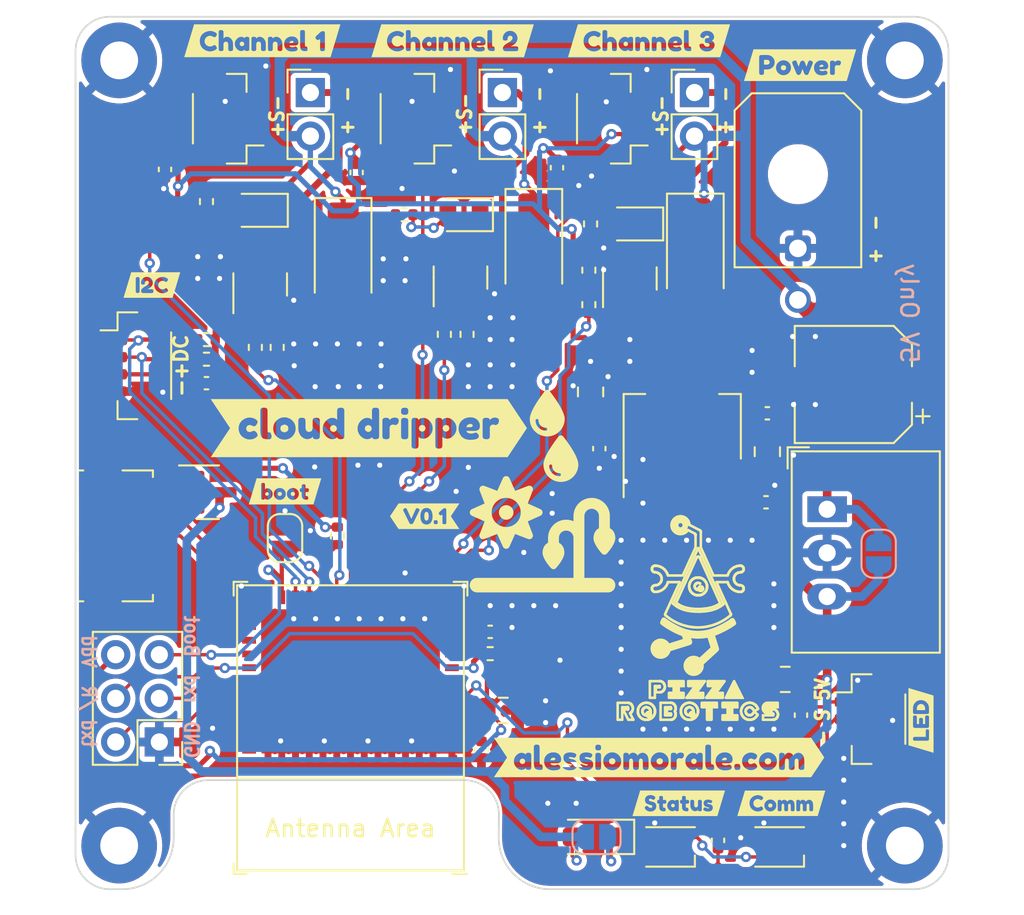
<source format=kicad_pcb>
(kicad_pcb (version 20221018) (generator pcbnew)
  (layers (0 "F.Cu" signal) (31 "B.Cu" signal) (34 "B.Paste" user) (35 "F.Paste" user) (36 "B.SilkS" user "B.Silkscreen") (37 "F.SilkS" user "F.Silkscreen") (38 "B.Mask" user) (39 "F.Mask" user) (44 "Edge.Cuts" user))
  (net 0 "")
  (net 1 "GND")
  (net 2 "+3.3V")
  (net 3 "VDD")
  (net 4 "/CHIP_EN")
  (net 5 "+5V")
  (net 6 "Net-(D1-K)")
  (net 7 "Net-(D1-A)")
  (net 8 "Net-(D2-K)")
  (net 9 "Net-(D2-A)")
  (net 10 "Net-(D3-K)")
  (net 11 "Net-(D3-A)")
  (net 12 "/LED")
  (net 13 "Net-(D10-K)")
  (net 14 "/SCL")
  (net 15 "/SDA")
  (net 16 "/C_USB_DN")
  (net 17 "/C_USB_DP")
  (net 18 "/TXD")
  (net 19 "/RXD")
  (net 20 "/BOOT")
  (net 21 "/SENSE_1")
  (net 22 "/SENSE_2")
  (net 23 "/SENSE_3")
  (net 24 "Net-(Q1-G)")
  (net 25 "Net-(Q2-G)")
  (net 26 "Net-(Q3-G)")
  (net 27 "/USB_V")
  (net 28 "/PUMP_1")
  (net 29 "/PUMP_2")
  (net 30 "/PUMP_3")
  (net 47 "Net-(D8-DOUT)")
  (net 48 "Net-(D9-DOUT)")
  (footprint "Resistor_SMD:R_0402_1005Metric" (layer "F.Cu") (at 145.923 48.9712 90)
    (fp_text reference "R8" hide)
    (fp_text value "22")
  )
  (footprint "Connector_JST:JST_SH_BM04B-SRSS-TB_1x04-1MP_P1.00mm_Vertical" (layer "F.Cu") (at 128.016 50.8 -90)
    (fp_text reference "J1" hide)
    (fp_text value "I2C")
  )
  (footprint "Package_TO_SOT_SMD:SOT-23" (layer "F.Cu") (at 135.2065 46.069 90)
    (fp_text reference "Q1" hide)
    (fp_text value "AO3400A")
  )
  (footprint "MountingHole:MountingHole_2.2mm_M2_Pad" (layer "F.Cu") (at 172.72 33.02)
    (fp_text reference "H1" hide)
    (fp_text value "MountingHole_Pad")
  )
  (footprint "Capacitor_SMD:C_0805_2012Metric" (layer "F.Cu") (at 149.352 70.866)
    (fp_text reference "C10" hide)
    (fp_text value "10")
  )
  (footprint "Converter_DCDC:Converter_DCDC_RECOM_R-78E-0.5_THT" (layer "F.Cu") (at 168.1988 59.1566 -90)
    (fp_text reference "U1" hide)
    (fp_text value "R-78E5.0-1.0" hide)
  )
  (footprint "kibuzzard-63F11462" (layer "F.Cu") (at 141.5288 54.4322)
    (fp_text reference "kibuzzard-63F11462" hide)
    (fp_text value "G***" hide)
  )
  (footprint "Capacitor_SMD:C_0402_1005Metric" (layer "F.Cu") (at 152.4762 39.2684 90)
    (fp_text reference "C14" hide)
    (fp_text value "0.1")
  )
  (footprint "Package_TO_SOT_SMD:SOT-23" (layer "F.Cu") (at 132.1585 58.166)
    (fp_text reference "D7" hide)
    (fp_text value "BAT54C")
  )
  (footprint "Resistor_SMD:R_0402_1005Metric" (layer "F.Cu") (at 147.2438 48.9712 90)
    (fp_text reference "R14" hide)
    (fp_text value "10k")
  )
  (footprint "LED_SMD:LED_0805_2012Metric" (layer "F.Cu") (at 135.128 41.751 180)
    (fp_text reference "D1" hide)
    (fp_text value "1")
  )
  (footprint "Connector_PinHeader_2.54mm:PinHeader_2x03_P2.54mm_Vertical" (layer "F.Cu") (at 129.3368 72.7052 180)
    (fp_text reference "J3" hide)
    (fp_text value "SERIAL")
  )
  (footprint "Diode_SMD:D_SOD-123F" (layer "F.Cu") (at 154.7618 78.232 180)
    (fp_text reference "D10" hide)
    (fp_text value "SM4001PL")
  )
  (footprint "Resistor_SMD:R_0402_1005Metric" (layer "F.Cu") (at 154.3304 47.244 90)
    (fp_text reference "R9" hide)
    (fp_text value "22")
  )
  (footprint "Capacitor_SMD:C_0402_1005Metric" (layer "F.Cu") (at 148.59 66.294)
    (fp_text reference "C4" hide)
    (fp_text value "1")
  )
  (footprint "Capacitor_SMD:C_0402_1005Metric" (layer "F.Cu") (at 164.719 53.5686 180)
    (fp_text reference "C3" hide)
    (fp_text value "0.1" hide)
  )
  (footprint "kibuzzard-63F29C55" (layer "F.Cu") (at 159.5628 76.2762)
    (fp_text reference "kibuzzard-63F29C55" hide)
    (fp_text value "G***" hide)
  )
  (footprint "Connector_PinHeader_2.54mm:PinHeader_1x02_P2.54mm_Vertical" (layer "F.Cu") (at 149.3035 34.893)
    (fp_text reference "J6" hide)
    (fp_text value "P2")
  )
  (footprint "Resistor_SMD:R_0402_1005Metric" (layer "F.Cu") (at 139.7 60.706 -90)
    (fp_text reference "R4" hide)
    (fp_text value "10k")
  )
  (footprint "kibuzzard-63F0DE63" (layer "F.Cu") (at 135.3312 31.877)
    (fp_text reference "kibuzzard-63F0DE63" hide)
    (fp_text value "G***" hide)
  )
  (footprint "Package_TO_SOT_SMD:SOT-23" (layer "F.Cu") (at 146.8628 45.6692 90)
    (fp_text reference "Q2" hide)
    (fp_text value "AO3400A")
  )
  (footprint "Resistor_SMD:R_0402_1005Metric" (layer "F.Cu") (at 154.432 42.545 90)
    (fp_text reference "R12" hide)
    (fp_text value "10K" hide)
  )
  (footprint "LED_SMD:LED_WS2812B-2020_PLCC4_2.0x2.0mm" (layer "F.Cu") (at 165.4328 78.8162 180)
    (fp_text reference "D9" hide)
    (fp_text value "WS2812B")
  )
  (footprint "Jumper:SolderJumper-2_P1.3mm_Open_RoundedPad1.0x1.5mm" (layer "F.Cu") (at 136.652 60.833 -90)
    (fp_text reference "BOOT1" hide)
    (fp_text value "Boot/Option")
  )
  (footprint "LED_SMD:LED_0805_2012Metric" (layer "F.Cu") (at 156.972 42.545 180)
    (fp_text reference "D3" hide)
    (fp_text value "3")
  )
  (footprint "Resistor_SMD:R_0402_1005Metric" (layer "F.Cu") (at 132.08 41.243 90)
    (fp_text reference "R10" hide)
    (fp_text value "10K")
  )
  (footprint "Diode_SMD:D_SMA" (layer "F.Cu") (at 160.528 44.291 -90)
    (fp_text reference "D6" hide)
    (fp_text value "~")
  )
  (footprint "Capacitor_SMD:C_0402_1005Metric" (layer "F.Cu") (at 166.6748 71.1454 -90)
    (fp_text reference "C11" hide)
    (fp_text value "0.1")
  )
  (footprint "Capacitor_SMD:C_0805_2012Metric" (layer "F.Cu") (at 154.432 52.324 90)
    (fp_text reference "C9" hide)
    (fp_text value "10" hide)
  )
  (footprint "Diode_SMD:D_SMA" (layer "F.Cu") (at 151.13 44.0182 -90)
    (fp_text reference "D5" hide)
    (fp_text value "~")
  )
  (footprint "Resistor_SMD:R_0402_1005Metric" (layer "F.Cu") (at 132.08 50.419 180)
    (fp_text reference "R1" hide)
    (fp_text value "10k")
  )
  (footprint "Connector_JST:JST_SH_BM03B-SRSS-TB_1x03-1MP_P1.00mm_Vertical" (layer "F.Cu") (at 170.7388 71.374 -90)
    (fp_text reference "J8" hide)
    (fp_text value "LED")
  )
  (footprint "Connector_Molex:Molex_Micro-Fit_3.0_43045-0200_2x01_P3.00mm_Horizontal" (layer "F.Cu") (at 166.497 43.9674)
    (fp_text reference "J4" hide)
    (fp_text value "PWR")
  )
  (footprint "Connector_PinHeader_2.54mm:PinHeader_1x02_P2.54mm_Vertical" (layer "F.Cu") (at 138.1275 34.893)
    (fp_text reference "J5" hide)
    (fp_text value "P1")
  )
  (footprint "Resistor_SMD:R_0402_1005Metric" (layer "F.Cu") (at 143.5885 42.005 180)
    (fp_text reference "R11" hide)
    (fp_text value "10K")
  )
  (footprint "Connector_PinHeader_2.54mm:PinHeader_1x02_P2.54mm_Vertical" (layer "F.Cu") (at 160.4795 34.893)
    (fp_text reference "J7" hide)
    (fp_text value "P3")
  )
  (footprint "Capacitor_SMD:C_0402_1005Metric" (layer "F.Cu") (at 148.082 73.152 -90)
    (fp_text reference "C8" hide)
    (fp_text value "0.1")
  )
  (footprint "MountingHole:MountingHole_2.2mm_M2_Pad" (layer "F.Cu") (at 127 33.02)
    (fp_text reference "H4" hide)
    (fp_text value "MountingHole_Pad")
  )
  (footprint "LED_SMD:LED_WS2812B-2020_PLCC4_2.0x2.0mm" (layer "F.Cu") (at 159.0828 78.8162 180)
    (fp_text reference "D8" hide)
    (fp_text value "WS2812B")
  )
  (footprint "Capacitor_SMD:C_0402_1005Metric" (layer "F.Cu") (at 132.08 51.816)
    (fp_text reference "C1" hide)
    (fp_text value "1")
  )
  (footprint "Package_TO_SOT_SMD:SOT-23" (layer "F.Cu") (at 156.718 45.72 90)
    (fp_text reference "Q3" hide)
    (fp_text value "AO3400A")
  )
  (footprint "Connector_JST:JST_SH_BM03B-SRSS-TB_1x03-1MP_P1.00mm_Vertical" (layer "F.Cu") (at 133.3015 36.417 90)
    (fp_text reference "J9" hide)
    (fp_text value "S1")
  )
  (footprint "kibuzzard-63F0DE5A" (layer "F.Cu") (at 146.4056 31.877)
    (fp_text reference "kibuzzard-63F0DE5A" hide)
    (fp_text value "G***" hide)
  )
  (footprint "Package_TO_SOT_SMD:SOT-223-3_TabPin2" (layer "F.Cu") (at 159.766 54.356 90)
    (fp_text reference "U2" hide)
    (fp_text value "AMS1117-3.3" hide)
  )
  (footprint "Connector_JST:JST_SH_BM03B-SRSS-TB_1x03-1MP_P1.00mm_Vertical" (layer "F.Cu") (at 144.2235 36.417 90)
    (fp_text reference "J10" hide)
    (fp_text value "S2")
  )
  (footprint "MountingHole:MountingHole_2.2mm_M2_Pad" (layer "F.Cu") (at 127 78.74)
    (fp_text reference "H3" hide)
    (fp_text value "MountingHole_Pad")
  )
  (footprint "Resistor_SMD:R_0402_1005Metric" (layer "F.Cu") (at 134.9248 49.7332 90)
    (fp_text reference "R7" hide)
    (fp_text value "22")
  )
  (footprint "kibuzzard-63F0DE6D" (layer "F.Cu") (at 157.8356 31.877)
    (fp_text reference "kibuzzard-63F0DE6D" hide)
    (fp_text value "G***" hide)
  )
  (footprint "kibuzzard-63F29C45" (layer "F.Cu") (at 165.5318 76.2762)
    (fp_text reference "kibuzzard-63F29C45" hide)
    (fp_text value "G***" hide)
  )
  (footprint "kibuzzard-63F2BAAA" (layer "F.Cu") (at 144.78 59.563)
    (fp_text reference "kibuzzard-63F2BAAA" hide)
    (fp_text value "G***" hide)
  )
  (footprint "Capacitor_SMD:CP_Elec_6.3x5.8" (layer "F.Cu") (at 169.7228 51.8922 180)
    (fp_text reference "C16" hide)
    (fp_text value "100uF")
  )
  (footprint "kibuzzard-63F11438" (layer "F.Cu") (at 158.4198 73.6092)
    (fp_text reference "kibuzzard-63F11438" hide)
    (fp_text value "G***" hide)
  )
  (footprint "Resistor_SMD:R_0402_1005Metric" (layer "F.Cu") (at 154.3304 45.2374 -90)
    (fp_text reference "R15" hide)
    (fp_text value "10k")
  )
  (footprint "Resistor_SMD:R_0402_1005Metric" (layer "F.Cu") (at 132.08 49.276 180)
    (fp_text reference "R5" hide)
    (fp_text value "10k")
  )
  (footprint "Capacitor_SMD:C_0402_1005Metric" (layer "F.Cu") (at 154.94 55.626 -90)
    (fp_text reference "C7" hide)
    (fp_text value "0.1" hide)
  )
  (footprint "LED_SMD:LED_0805_2012Metric" (layer "F.Cu") (at 147.066 42.005 180)
    (fp_text reference "D2" hide)
    (fp_text value "2")
  )
  (footprint "Capacitor_SMD:C_0402_1005Metric" (layer "F.Cu") (at 161.8488 78.4352 90)
    (fp_text reference "C15" hide)
    (fp_text value "0.1")
  )
  (footprint "Resistor_SMD:R_0402_1005Metric" (layer "F.Cu") (at 136.1948 49.7332 90)
    (fp_text reference "R13" hide)
    (fp_text value "10k")
  )
  (footprint "kibuzzard-63F0DE78" (layer "F.Cu") (at 166.624 33.2994)
    (fp_text reference "kibuzzard-63F0DE78" hide)
    (fp_text value "G***" hide)
  )
  (footprint "Capacitor_SMD:C_0402_1005Metric" (layer "F.Cu") (at 164.6428 58.7502)
    (fp_text reference "C6" hide)
    (fp_text value "0.1")
  )
  (footprint "Capacitor_SMD:C_0805_2012Metric" (layer "F.Cu") (at 165.7604 69.0626 180)
    (fp_text reference "C5" hide)
    (fp_text value "10")
  )
  (footprint "Espressif:ESP32-C3-MINI-1" (layer "F.Cu") (at 140.462 71.882 180)
    (fp_text reference "U3" hide)
    (fp_text value "ESP32-C3-MINI-1")
  )
  (footprint "Resistor_SMD:R_0402_1005Metric" (layer "F.Cu") (at 148.59 67.564 180)
    (fp_text reference "R6" hide)
    (fp_text value "10k")
  )
  (footprint "kibuzzard-63F0E3D4" (layer "F.Cu") (at 136.652 58.1152)
    (fp_text reference "kibuzzard-63F0E3D4" hide)
    (fp_text value "G***" hide)
  )
  (footprint "Capacitor_SMD:C_0402_1005Metric" (layer "F.Cu") (at 140.8176 39.5478 90)
    (fp_text reference "C13" hide)
    (fp_text value "0.1")
  )
  (footprint "kibuzzard-63F29CEB" (layer "F.Cu") (at 173.6598 71.4502 90)
    (fp_text reference "kibuzzard-63F29CEB" hide)
    (fp_text value "G***" hide)
  )
  (footprint "MountingHole:MountingHole_2.2mm_M2_Pad" (layer "F.Cu") (at 172.72 78.74)
    (fp_text reference "H2" hide)
    (fp_text value "MountingHole_Pad")
  )
  (footprint "kibuzzard-63F11506" (layer "F.Cu") (at 128.905 46.101)
    (fp_text reference "kibuzzard-63F11506" hide)
    (fp_text value "G***" hide)
  )
  (footprint "Diode_SMD:D_SMA" (layer "F.Cu") (at 140.0325 44.545 -90)
    (fp_text reference "D4" hide)
    (fp_text value "~")
  )
  (footprint "Capacitor_SMD:C_0805_2012Metric" (layer "F.Cu") (at 164.719 55.8038 -90)
    (fp_text reference "C2" hide)
    (fp_text value "10" hide)
  )
  (footprint "Connector_JST:JST_SH_BM03B-SRSS-TB_1x03-1MP_P1.00mm_Vertical" (layer "F.Cu") (at 155.6535 36.417 90)
    (fp_text reference "J11" hide)
    (fp_text value "S3")
  )
  (footprint "Connector_USB:USB_Micro-B_Molex_47346-0001" (layer "F.Cu") (at 127.254 60.706 -90)
    (fp_text reference "J2" hide)
    (fp_text value "USB_B_Micro")
  )
  (footprint "Capacitor_SMD:C_0402_1005Metric" (layer "F.Cu") (at 129.667 39.37 90)
    (fp_text reference "C12" hide)
    (fp_text value "0.1")
  )
  (footprint "Jumper:SolderJumper-2_P1.3mm_Open_RoundedPad1.0x1.5mm" (layer "B.Cu") (at 171.196 61.7474 -90)
    (fp_text reference "JP1" hide)
    (fp_text value "5V_Only")
  )
  (footprint "Jumper:SolderJumper-2_P1.3mm_Open_RoundedPad1.0x1.5mm" (layer "B.Cu") (at 154.7798 78.232)
    (fp_text reference "JP2" hide)
    (fp_text value "led")
  )
  (gr_line (start 158.628002 67.105362) (end 158.635667 67.110956) (stroke (width 0.15)) (layer "F.SilkS"))
  (gr_line (start 160.788925 60.380238) (end 160.205078 60.072968) (stroke (width 0.15)) (layer "F.SilkS"))
  (gr_line (start 160.96893 63.78129) (end 160.968766 63.78782) (stroke (width 0.15)) (layer "F.SilkS"))
  (gr_line (start 160.500719 63.702364) (end 160.497694 63.69331) (stroke (width 0.15)) (layer "F.SilkS"))
  (gr_line (start 163.840776 71.091787) (end 163.848022 71.085588) (stroke (width 0.15)) (layer "F.SilkS"))
  (gr_line (start 158.49906 67.068363) (end 158.509707 67.068093) (stroke (width 0.15)) (layer "F.SilkS"))
  (gr_line (start 158.525552 63.385587) (end 158.516427 63.401423) (stroke (width 0.15)) (layer "F.SilkS"))
  (gr_line (start 156.750287 71.025389) (end 156.747178 71.027467) (stroke (width 0.15)) (layer "F.SilkS"))
  (gr_line (start 160.097722 68.413649) (end 160.091254 68.397247) (stroke (width 0.15)) (layer "F.SilkS"))
  (gr_line (start 157.467354 70.824758) (end 157.469828 70.819488) (stroke (width 0.15)) (layer "F.SilkS"))
  (gr_line (start 163.334761 63.833654) (end 163.337358 63.824504) (stroke (width 0.15)) (layer "F.SilkS"))
  (gr_line (start 157.708691 71.023257) (end 157.712459 71.018463) (stroke (width 0.15)) (layer "F.SilkS"))
  (gr_line (start 160.715809 63.76832) (end 160.715317 63.774767) (stroke (width 0.15)) (layer "F.SilkS"))
  (gr_line (start 157.68334 70.683405) (end 157.689108 70.683482) (stroke (width 0.15)) (layer "F.SilkS"))
  (gr_line (start 160.78692 68.211245) (end 160.788506 68.221331) (stroke (width 0.15)) (layer "F.SilkS"))
  (gr_line (start 159.113854 70.755209) (end 159.114138 70.754189) (stroke (width 0.15)) (layer "F.SilkS"))
  (gr_line (start 158.446612 69.526139) (end 158.44672 69.525974) (stroke (width 0.15)) (layer "F.SilkS"))
  (gr_line (start 160.398176 70.820107) (end 160.395472 70.814863) (stroke (width 0.15)) (layer "F.SilkS"))
  (gr_line (start 157.57658 70.709938) (end 157.581793 70.707264) (stroke (width 0.15)) (layer "F.SilkS"))
  (gr_line (start 158.586124 67.082794) (end 158.594934 67.08655) (stroke (width 0.15)) (layer "F.SilkS"))
  (gr_line (start 160.798568 63.661921) (end 160.804469 63.659921) (stroke (width 0.15)) (layer "F.SilkS"))
  (gr_line (start 160.902361 63.669721) (end 160.906298 63.671912) (stroke (width 0.15)) (layer "F.SilkS"))
  (gr_line (start 158.573652 69.787688) (end 158.56663 69.790961) (stroke (width 0.15)) (layer "F.SilkS"))
  (gr_line (start 163.200595 71.005262) (end 163.198565 70.992963) (stroke (width 0.15)) (layer "F.SilkS"))
  (gr_line (start 161.038744 64.042168) (end 161.057941 64.024372) (stroke (width 0.15)) (layer "F.SilkS"))
  (gr_line (start 160.258804 68.157076) (end 160.264585 68.148935) (stroke (width 0.15)) (layer "F.SilkS"))
  (gr_line (start 157.875794 71.052002) (end 157.879117 71.047368) (stroke (width 0.15)) (layer "F.SilkS"))
  (gr_line (start 160.209502 63.443722) (end 160.200588 63.467553) (stroke (width 0.15)) (layer "F.SilkS"))
  (gr_line (start 157.18295 70.95536) (end 157.182185 70.942816) (stroke (width 0.15)) (layer "F.SilkS"))
  (gr_line (start 163.374166 71.300963) (end 163.365124 71.29332) (stroke (width 0.15)) (layer "F.SilkS"))
  (gr_line (start 157.932785 71.348453) (end 157.922215 71.354367) (stroke (width 0.15)) (layer "F.SilkS"))
  (gr_line (start 165.315924 71.216946) (end 165.313265 71.22407) (stroke (width 0.15)) (layer "F.SilkS"))
  (gr_line (start 159.74304 71.155197) (end 159.737436 71.144476) (stroke (width 0.15)) (layer "F.SilkS"))
  (gr_line (start 157.857447 70.763024) (end 157.861325 70.767325) (stroke (width 0.15)) (layer "F.SilkS"))
  (gr_line (start 159.952998 70.475219) (end 159.963901 70.4698) (stroke (width 0.15)) (layer "F.SilkS"))
  (gr_line (start 163.337358 62.682568) (end 163.339509 62.673255) (stroke (width 0.15)) (layer "F.SilkS"))
  (gr_line (start 165.063846 71.082128) (end 165.063146 71.079902) (stroke (width 0.15)) (layer "F.SilkS"))
  (gr_line (start 165.066037 71.099309) (end 165.065967 71.09595) (stroke (width 0.15)) (layer "F.SilkS"))
  (gr_line (start 157.963407 71.329397) (end 157.953384 71.335967) (stroke (width 0.15)) (layer "F.SilkS"))
  (gr_line (start 160.547164 63.78324) (end 160.533985 63.765419) (stroke (width 0.15)) (layer "F.SilkS"))
  (gr_line (start 160.967536 63.762313) (end 160.968141 63.766982) (stroke (width 0.15)) (layer "F.SilkS"))
  (gr_line (start 159.092677 71.148558) (end 159.093452 71.147792) (stroke (width 0.15)) (layer "F.SilkS"))
  (gr_line (start 160.921116 63.681997) (end 160.924572 63.684832) (stroke (width 0.15)) (layer "F.SilkS"))
  (gr_line (start 160.169427 59.987677) (end 160.164176 59.963225) (stroke (width 0.15)) (layer "F.SilkS"))
  (gr_line (start 165.326646 71.179893) (end 165.324845 71.187489) (stroke (width 0.15)) (layer "F.SilkS"))
  (gr_line (start 159.781609 70.619413) (end 159.788784 70.610001) (stroke (width 0.15)) (layer "F.SilkS"))
  (gr_line (start 157.634804 71.147162) (end 157.623603 71.144581) (stroke (width 0.15)) (layer "F.SilkS"))
  (gr_line (start 157.857467 71.074019) (end 157.861363 71.069756) (stroke (width 0.15)) (layer "F.SilkS"))
  (gr_line (start 161.463391 64.871422) (end 161.375904 64.893378) (stroke (width 0.15)) (layer "F.SilkS"))
  (gr_line (start 159.951601 70.958816) (end 159.950673 70.953227) (stroke (width 0.15)) (layer "F.SilkS"))
  (gr_line (start 159.727001 70.712583) (end 159.732175 70.701505) (stroke (width 0.15)) (layer "F.SilkS"))
  (gr_line (start 159.966581 71.007644) (end 159.968942 71.013012) (stroke (width 0.15)) (layer "F.SilkS"))
  (gr_line (start 159.827939 71.26914) (end 159.819669 71.260732) (stroke (width 0.15)) (layer "F.SilkS"))
  (gr_line (start 162.430055 62.952471) (end 162.420163 62.982478) (stroke (width 0.15)) (layer "F.SilkS"))
  (gr_line (start 157.462757 71.002357) (end 157.464993 71.007644) (stroke (width 0.15)) (layer "F.SilkS"))
  (gr_line (start 157.294547 71.234286) (end 157.287128 71.225071) (stroke (width 0.15)) (layer "F.SilkS"))
  (gr_line (start 160.787176 63.666744) (end 160.781697 63.669554) (stroke (width 0.15)) (layer "F.SilkS"))
  (gr_line (start 156.618384 70.733696) (end 156.617659 70.730207) (stroke (width 0.15)) (layer "F.SilkS"))
  (gr_line (start 160.222247 71.414055) (end 160.209492 71.414841) (stroke (width 0.15)) (layer "F.SilkS"))
  (gr_line (start 157.865446 70.984791) (end 157.870919 70.987594) (stroke (width 0.15)) (layer "F.SilkS"))
  (gr_line (start 158.174921 71.005136) (end 158.172619 71.017328) (stroke (width 0.15)) (layer "F.SilkS"))
  (gr_line (start 160.338169 70.742756) (end 160.333745 70.738995) (stroke (width 0.15)) (layer "F.SilkS"))
  (gr_line (start 163.259944 71.165865) (end 163.254032 71.15536) (stroke (width 0.15)) (layer "F.SilkS"))
  (gr_line (start 160.505527 60.583914) (end 160.50821 60.586543) (stroke (width 0.15)) (layer "F.SilkS"))
  (gr_line (start 160.968252 63.794272) (end 160.967449 63.800623) (stroke (width 0.15)) (layer "F.SilkS"))
  (gr_line (start 163.16078 63.968566) (end 163.170553 63.967825) (stroke (width 0.15)) (layer "F.SilkS"))
  (gr_line (start 159.243011 70.467926) (end 159.249028 70.471981) (stroke (width 0.15)) (layer "F.SilkS"))
  (gr_line (start 163.519196 71.074486) (end 163.523137 71.078653) (stroke (width 0.15)) (layer "F.SilkS"))
  (gr_line (start 157.182185 70.942816) (end 157.181725 70.930204) (stroke (width 0.15)) (layer "F.SilkS"))
  (gr_line (start 160.818878 60.403251) (end 160.813608 60.397907) (stroke (width 0.15)) (layer "F.SilkS"))
  (gr_line (start 159.689659 59.568977) (end 159.663828 59.568337) (stroke (width 0.15)) (layer "F.SilkS"))
  (gr_line (start 158.9025 62.923024) (end 158.890252 62.894166) (stroke (width 0.15)) (layer "F.SilkS"))
  (gr_line (start 160.683411 70.942945) (end 160.682642 70.955542) (stroke (width 0.15)) (layer "F.SilkS"))
  (gr_line (start 159.46158 59.784082) (end 159.47625 59.774681) (stroke (width 0.15)) (layer "F.SilkS"))
  (gr_line (start 162.970592 63.537978) (end 162.95474 63.528856) (stroke (width 0.15)) (layer "F.SilkS"))
  (gr_line (start 158.871289 67.275278) (end 158.870819 67.293898) (stroke (width 0.15)) (layer "F.SilkS"))
  (gr_line (start 163.818323 71.108933) (end 163.825921 71.103464) (stroke (width 0.15)) (layer "F.SilkS"))
  (gr_line (start 157.973079 70.512493) (end 157.98271 70.519482) (stroke (width 0.15)) (layer "F.SilkS"))
  (gr_line (start 157.810419 70.972277) (end 157.81695 70.972442) (stroke (width 0.15)) (layer "F.SilkS"))
  (gr_line (start 163.292783 71.215681) (end 163.285782 71.206088) (stroke (width 0.15)) (layer "F.SilkS"))
  (gr_line (start 160.239736 71.144908) (end 160.251112 71.141733) (stroke (width 0.15)) (layer "F.SilkS"))
  (gr_line (start 160.489512 63.648053) (end 160.489313 63.639026) (stroke (width 0.15)) (layer "F.SilkS"))
  (gr_line (start 160.631574 68.324778) (end 160.628772 68.334603) (stroke (width 0.15)) (layer "F.SilkS"))
  (gr_line (start 159.309566 60.15676) (end 159.306389 60.138972) (stroke (width 0.15)) (layer "F.SilkS"))
  (gr_line (start 157.908155 70.84679) (end 157.906154 70.841467) (stroke (width 0.15)) (layer "F.SilkS"))
  (gr_line (start 160.228906 71.038699) (end 160.231963 71.033384) (stroke (width 0.15)) (layer "F.SilkS"))
  (gr_line (start 158.170402 67.151075) (end 158.17687 67.134671) (stroke (width 0.15)) (layer "F.SilkS"))
  (gr_line (start 164.011454 71.297971) (end 163.998936 71.308215) (stroke (width 0.15)) (layer "F.SilkS"))
  (gr_line (start 160.356735 71.385028) (end 160.34502 71.389191) (stroke (width 0.15)) (layer "F.SilkS"))
  (gr_line (start 158.715411 69.646995) (end 158.71202 69.653453) (stroke (width 0.15)) (layer "F.SilkS"))
  (gr_line (start 157.456905 70.851655) (end 157.45871 70.846239) (stroke (width 0.15)) (layer "F.SilkS"))
  (gr_line (start 160.333745 70.738995) (end 160.329235 70.735337) (stroke (width 0.15)) (layer "F.SilkS"))
  (gr_line (start 158.419424 67.6255) (end 158.402284 67.620631) (stroke (width 0.15)) (layer "F.SilkS"))
  (gr_line (start 162.827214 63.009426) (end 162.837071 62.994066) (stroke (width 0.15)) (layer "F.SilkS"))
  (gr_line (start 160.838853 64.149992) (end 160.862899 64.142685) (stroke (width 0.15)) (layer "F.SilkS"))
  (gr_line (start 160.52143 63.541369) (end 160.527653 63.532717) (stroke (width 0.15)) (layer "F.SilkS"))
  (gr_line (start 160.761432 63.68325) (end 160.766234 63.679474) (stroke (width 0.15)) (layer "F.SilkS"))
  (gr_line (start 158.455076 69.491913) (end 158.455063 69.490823) (stroke (width 0.15)) (layer "F.SilkS"))
  (gr_line (start 159.325533 71.285455) (end 159.321339 71.29146) (stroke (width 0.15)) (layer "F.SilkS"))
  (gr_line (start 160.664841 64.16818) (end 160.689975 64.169125) (stroke (width 0.15)) (layer "F.SilkS"))
  (gr_line (start 163.744746 71.412955) (end 163.727857 71.414347) (stroke (width 0.15)) (layer "F.SilkS"))
  (gr_line (start 163.315533 62.734282) (end 163.320171 62.726219) (stroke (width 0.15)) (layer "F.SilkS"))
  (gr_line (start 159.114673 70.746957) (end 159.114462 70.743815) (stroke (width 0.15)) (layer "F.SilkS"))
  (gr_line (start 158.369098 66.942423) (end 158.385501 66.935954) (stroke (width 0.15)) (layer "F.SilkS"))
  (gr_line (start 165.231095 71.342966) (end 165.225629 71.347574) (stroke (width 0.15)) (layer "F.SilkS"))
  (gr_line (start 157.70369 71.150864) (end 157.692122 71.151676) (stroke (width 0.15)) (layer "F.SilkS"))
  (gr_line (start 159.736622 60.43785) (end 159.718833 60.441027) (stroke (width 0.15)) (layer "F.SilkS"))
  (gr_line (start 159.99826 71.061585) (end 160.001786 71.065969) (stroke (width 0.15)) (layer "F.SilkS"))
  (gr_line (start 157.687468 71.067481) (end 157.689179 71.061457) (stroke (width 0.15)) (layer "F.SilkS"))
  (gr_line (start 160.538063 70.565931) (end 160.546268 70.574406) (stroke (width 0.15)) (layer "F.SilkS"))
  (gr_line (start 160.786273 63.895439) (end 160.779168 63.891667) (stroke (width 0.15)) (layer "F.SilkS"))
  (gr_line (start 160.421863 70.907484) (end 160.42208 70.913255) (stroke (width 0.15)) (layer "F.SilkS"))
  (gr_line (start 158.22581 62.442629) (end 158.192763 62.441923) (stroke (width 0.15)) (layer "F.SilkS"))
  (gr_line (start 160.76144 63.838887) (end 160.75464 63.841531) (stroke (width 0.15)) (layer "F.SilkS"))
  (gr_line (start 158.865703 67.211297) (end 158.868325 67.228327) (stroke (width 0.15)) (layer "F.SilkS"))
  (gr_line (start 160.193585 71.151676) (end 160.182001 71.151909) (stroke (width 0.15)) (layer "F.SilkS"))
  (gr_line (start 160.490199 63.657092) (end 160.489512 63.648053) (stroke (width 0.15)) (layer "F.SilkS"))
  (gr_line (start 165.119161 71.402206) (end 165.112287 71.403922) (stroke (width 0.15)) (layer "F.SilkS"))
  (gr_line (start 159.674473 60.290873) (end 159.663828 60.291143) (stroke (width 0.15)) (layer "F.SilkS"))
  (gr_line (start 160.069802 68.291648) (end 160.069332 68.273063) (stroke (width 0.15)) (layer "F.SilkS"))
  (gr_line (start 158.05663 63.912548) (end 158.063318 63.918915) (stroke (width 0.15)) (layer "F.SilkS"))
  (gr_line (start 160.602618 68.38882) (end 160.596825 68.396945) (stroke (width 0.15)) (layer "F.SilkS"))
  (gr_line (start 163.16078 62.826765) (end 163.170553 62.826021) (stroke (width 0.15)) (layer "F.SilkS"))
  (gr_line (start 158.853209 67.161912) (end 158.858126 67.17807) (stroke (width 0.15)) (layer "F.SilkS"))
  (gr_line (start 157.182185 70.892243) (end 157.18295 70.879701) (stroke (width 0.15)) (layer "F.SilkS"))
  (gr_line (start 160.882039 63.660704) (end 160.878893 63.659665) (stroke (width 0.15)) (layer "F.SilkS"))
  (gr_line (start 160.820668 63.799868) (end 160.814275 63.805596) (stroke (width 0.15)) (layer "F.SilkS"))
  (gr_line (start 162.586803 65.310403) (end 162.588262 65.307027) (stroke (width 0.15)) (layer "F.SilkS"))
  (gr_line (start 163.393137 70.519489) (end 163.402791 70.512499) (stroke (width 0.15)) (layer "F.SilkS"))
  (gr_line (start 160.359861 70.973739) (end 160.366112 70.974855) (stroke (width 0.15)) (layer "F.SilkS"))
  (gr_line (start 161.617924 64.822022) (end 161.543962 64.847511) (stroke (width 0.15)) (layer "F.SilkS"))
  (gr_line (start 157.630306 71.412957) (end 157.617565 71.411547) (stroke (width 0.15)) (layer "F.SilkS"))
  (gr_line (start 160.033698 71.097826) (end 160.038105 71.101352) (stroke (width 0.15)) (layer "F.SilkS"))
  (gr_line (start 156.737738 71.033478) (end 156.734568 71.035407) (stroke (width 0.15)) (layer "F.SilkS"))
  (gr_line (start 160.239747 71.144908) (end 160.228281 71.147485) (stroke (width 0.15)) (layer "F.SilkS"))
  (gr_line (start 160.653691 71.088614) (end 160.649181 71.100168) (stroke (width 0.15)) (layer "F.SilkS"))
  (gr_line (start 157.511466 71.078654) (end 157.507596 71.074502) (stroke (width 0.15)) (layer "F.SilkS"))
  (gr_line (start 160.370328 71.061191) (end 160.373855 71.056716) (stroke (width 0.15)) (layer "F.SilkS"))
  (gr_line (start 160.891996 63.680222) (end 160.890404 63.687473) (stroke (width 0.15)) (layer "F.SilkS"))
  (gr_line (start 158.172619 71.017328) (end 158.170011 71.029434) (stroke (width 0.15)) (layer "F.SilkS"))
  (gr_line (start 158.446007 69.527058) (end 158.446097 69.526911) (stroke (width 0.15)) (layer "F.SilkS"))
  (gr_line (start 157.389761 70.512493) (end 157.399577 70.505723) (stroke (width 0.15)) (layer "F.SilkS"))
  (gr_line (start 160.677411 66.036799) (end 160.684291 66.036799) (stroke (width 0.15)) (layer "F.SilkS"))
  (gr_line (start 160.1209 70.692433) (end 160.115398 70.694121) (stroke (width 0.15)) (layer "F.SilkS"))
  (gr_line (start 158.563606 63.129372) (end 158.566941 63.147994) (stroke (width 0.15)) (layer "F.SilkS"))
  (gr_line (start 160.223378 68.273059) (end 160.223648 68.262393) (stroke (width 0.15)) (layer "F.SilkS"))
  (gr_line (start 156.890724 70.743077) (end 156.890814 70.751565) (stroke (width 0.15)) (layer "F.SilkS"))
  (gr_line (start 160.358922 70.763024) (end 160.362769 70.767325) (stroke (width 0.15)) (layer "F.SilkS"))
  (gr_line (start 158.576009 69.190764) (end 158.582604 69.194093) (stroke (width 0.15)) (layer "F.SilkS"))
  (gr_line (start 165.29907 70.957272) (end 165.302533 70.963954) (stroke (width 0.15)) (layer "F.SilkS"))
  (gr_line (start 159.375091 70.833231) (end 159.372689 70.840736) (stroke (width 0.15)) (layer "F.SilkS"))
  (gr_line (start 158.121501 70.679774) (end 158.127171 70.690431) (stroke (width 0.15)) (layer "F.SilkS"))
  (gr_line (start 159.371588 71.188874) (end 159.369202 71.196454) (stroke (width 0.15)) (layer "F.SilkS"))
  (gr_line (start 158.541514 63.352542) (end 158.533923 63.369286) (stroke (width 0.15)) (layer "F.SilkS"))
  (gr_line (start 159.37584 70.661983) (end 159.377704 70.669801) (stroke (width 0.15)) (layer "F.SilkS"))
  (gr_line (start 163.194335 70.87952) (end 163.195434 70.867003) (stroke (width 0.15)) (layer "F.SilkS"))
  (gr_line (start 159.632259 59.878814) (end 159.642635 59.877492) (stroke (width 0.15)) (layer "F.SilkS"))
  (gr_line (start 158.008877 63.833654) (end 158.011906 63.84261) (stroke (width 0.15)) (layer "F.SilkS"))
  (gr_line (start 158.834179 67.115494) (end 158.841216 67.130605) (stroke (width 0.15)) (layer "F.SilkS"))
  (gr_line (start 157.937183 71.10574) (end 157.936693 71.112187) (stroke (width 0.15)) (layer "F.SilkS"))
  (gr_line (start 159.964034 70.835477) (end 159.966205 70.830126) (stroke (width 0.15)) (layer "F.SilkS"))
  (gr_line (start 161.038745 64.042164) (end 161.057944 64.024366) (stroke (width 0.15)) (layer "F.SilkS"))
  (gr_line (start 157.92028 70.907484) (end 157.919917 70.901762) (stroke (width 0.15)) (layer "F.SilkS"))
  (gr_line (start 157.865446 71.213622) (end 157.859824 71.216163) (stroke (width 0.15)) (layer "F.SilkS"))
  (gr_line (start 160.149273 70.686125) (end 160.143491 70.687098) (stroke (width 0.15)) (layer "F.SilkS"))
  (gr_line (start 160.733572 63.715435) (end 160.730509 63.720758) (stroke (width 0.15)) (layer "F.SilkS"))
  (gr_line (start 159.109114 71.068881) (end 159.107963 71.06683) (stroke (width 0.15)) (layer "F.SilkS"))
  (gr_line (start 160.678482 70.992859) (end 160.676476 71.005136) (stroke (width 0.15)) (layer "F.SilkS"))
  (gr_line (start 158.287253 63.571786) (end 158.268954 63.57602) (stroke (width 0.15)) (layer "F.SilkS"))
  (gr_line (start 160.955127 64.101749) (end 160.976959 64.088597) (stroke (width 0.15)) (layer "F.SilkS"))
  (gr_line (start 160.572778 63.808313) (end 160.56187 63.800931) (stroke (width 0.15)) (layer "F.SilkS"))
  (gr_line (start 165.065237 71.112383) (end 165.065588 71.109262) (stroke (width 0.15)) (layer "F.SilkS"))
  (gr_line (start 160.968842 63.776473) (end 160.96893 63.78129) (stroke (width 0.15)) (layer "F.SilkS"))
  (gr_line (start 157.918971 71.16503) (end 157.91567 71.17018) (stroke (width 0.15)) (layer "F.SilkS"))
  (gr_line (start 163.383411 71.308394) (end 163.374166 71.300963) (stroke (width 0.15)) (layer "F.SilkS"))
  (gr_line (start 157.343513 70.5496) (end 157.352379 70.54175) (stroke (width 0.15)) (layer "F.SilkS"))
  (gr_line (start 160.638041 68.267142) (end 160.638121 68.273059) (stroke (width 0.15)) (layer "F.SilkS"))
  (gr_line (start 160.264576 70.99749) (end 160.269553 70.993951) (stroke (width 0.15)) (layer "F.SilkS"))
  (gr_line (start 158.156299 70.75814) (end 158.16018 70.769906) (stroke (width 0.15)) (layer "F.SilkS"))
  (gr_line (start 160.605503 63.827155) (end 160.594599 63.821436) (stroke (width 0.15)) (layer "F.SilkS"))
  (gr_line (start 158.532166 62.521559) (end 158.503939 62.508216) (stroke (width 0.15)) (layer "F.SilkS"))
  (gr_line (start 160.85254 63.6546) (end 160.849122 63.654374) (stroke (width 0.15)) (layer "F.SilkS"))
  (gr_line (start 160.500719 63.702364) (end 160.497694 63.69331) (stroke (width 0.15)) (layer "F.SilkS"))
  (gr_line (start 160.407741 70.841467) (end 160.409743 70.84679) (stroke (width 0.15)) (layer "F.SilkS"))
  (gr_line (start 158.302773 67.285944) (end 158.302503 67.27528) (stroke (width 0.15)) (layer "F.SilkS"))
  (gr_line (start 157.738193 71.144908) (end 157.726748 71.147485) (stroke (width 0.15)) (layer "F.SilkS"))
  (gr_line (start 157.933352 71.067481) (end 157.93477 71.073623) (stroke (width 0.15)) (layer "F.SilkS"))
  (gr_line (start 159.592532 59.889034) (end 159.602171 59.885766) (stroke (width 0.15)) (layer "F.SilkS"))
  (gr_line (start 158.776927 65.248753) (end 158.775285 65.256093) (stroke (width 0.15)) (layer "F.SilkS"))
  (gr_line (start 160.114022 71.141451) (end 160.12505 71.144581) (stroke (width 0.15)) (layer "F.SilkS"))
  (gr_line (start 157.829748 71.224674) (end 157.823396 71.225481) (stroke (width 0.15)) (layer "F.SilkS"))
  (gr_line (start 158.717246 67.27528) (end 158.716976 67.285944) (stroke (width 0.15)) (layer "F.SilkS"))
  (gr_line (start 157.449105 70.953227) (end 157.44831 70.947608) (stroke (width 0.15)) (layer "F.SilkS"))
  (gr_line (start 158.451179 69.516905) (end 158.451444 69.516091) (stroke (width 0.15)) (layer "F.SilkS"))
  (gr_line (start 158.566941 63.263034) (end 158.563606 63.281627) (stroke (width 0.15)) (layer "F.SilkS"))
  (gr_line (start 156.821017 70.537926) (end 156.825366 70.543848) (stroke (width 0.15)) (layer "F.SilkS"))
  (gr_line (start 160.358928 70.763025) (end 160.354975 70.7588) (stroke (width 0.15)) (layer "F.SilkS"))
  (gr_line (start 163.70541 71.151596) (end 163.715196 71.150531) (stroke (width 0.15)) (layer "F.SilkS"))
  (gr_line (start 160.389937 70.98225) (end 160.395559 70.984791) (stroke (width 0.15)) (layer "F.SilkS"))
  (gr_line (start 159.457345 60.06277) (end 159.458667 60.052396) (stroke (width 0.15)) (layer "F.SilkS"))
  (gr_line (start 159.718833 60.441027) (end 159.700756 60.443324) (stroke (width 0.15)) (layer "F.SilkS"))
  (gr_line (start 160.207885 70.420665) (end 160.233272 70.422488) (stroke (width 0.15)) (layer "F.SilkS"))
  (gr_line (start 160.665335 70.781768) (end 160.668588 70.79372) (stroke (width 0.15)) (layer "F.SilkS"))
  (gr_line (start 163.504553 71.056991) (end 163.508049 71.06149) (stroke (width 0.15)) (layer "F.SilkS"))
  (gr_line (start 158.044201 63.898888) (end 158.050254 63.905868) (stroke (width 0.15)) (layer "F.SilkS"))
  (gr_line (start 158.192081 67.103093) (end 158.200779 67.087965) (stroke (width 0.15)) (layer "F.SilkS"))
  (gr_line (start 157.512158 70.758795) (end 157.508216 70.763007) (stroke (width 0.15)) (layer "F.SilkS"))
  (gr_line (start 157.532111 71.097826) (end 157.536518 71.101352) (stroke (width 0.15)) (layer "F.SilkS"))
  (gr_line (start 159.891185 71.322611) (end 159.881544 71.315609) (stroke (width 0.15)) (layer "F.SilkS"))
  (gr_line (start 165.14893 70.815199) (end 165.155857 70.818518) (stroke (width 0.15)) (layer "F.SilkS"))
  (gr_line (start 165.064468 71.084522) (end 165.063846 71.082128) (stroke (width 0.15)) (layer "F.SilkS"))
  (gr_line (start 163.193549 70.942967) (end 163.193076 70.930283) (stroke (width 0.15)) (layer "F.SilkS"))
  (gr_line (start 160.34029 67.922822) (end 160.357766 67.918787) (stroke (width 0.15)) (layer "F.SilkS"))
  (gr_line (start 160.958969 63.830711) (end 160.956436 63.836338) (stroke (width 0.15)) (layer "F.SilkS"))
  (gr_line (start 157.891284 71.027938) (end 157.888408 71.032938) (stroke (width 0.15)) (layer "F.SilkS"))
  (gr_line (start 161.191347 63.510275) (end 161.183627 63.486257) (stroke (width 0.15)) (layer "F.SilkS"))
  (gr_line (start 160.534457 63.524116) (end 160.54185 63.515569) (stroke (width 0.15)) (layer "F.SilkS"))
  (gr_line (start 159.948167 70.913251) (end 159.948095 70.919079) (stroke (width 0.15)) (layer "F.SilkS"))
  (gr_line (start 160.323149 68.618029) (end 160.306366 68.61235) (stroke (width 0.15)) (layer "F.SilkS"))
  (gr_line (start 163.293381 62.763907) (end 163.299434 62.756919) (stroke (width 0.15)) (layer "F.SilkS"))
  (gr_line (start 160.223648 68.283705) (end 160.223378 68.273059) (stroke (width 0.15)) (layer "F.SilkS"))
  (gr_line (start 158.036476 70.565931) (end 158.044685 70.574406) (stroke (width 0.15)) (layer "F.SilkS"))
  (gr_line (start 160.942992 63.70423) (end 160.945647 63.707832) (stroke (width 0.15)) (layer "F.SilkS"))
  (gr_line (start 160.87889 63.659665) (end 160.882036 63.660703) (stroke (width 0.15)) (layer "F.SilkS"))
  (gr_line (start 158.349874 67.407219) (end 158.343718 67.399377) (stroke (width 0.15)) (layer "F.SilkS"))
  (gr_line (start 163.559062 70.437955) (end 163.580291 70.432556) (stroke (width 0.15)) (layer "F.SilkS"))
  (gr_line (start 159.750236 64.968017) (end 159.661038 64.931131) (stroke (width 0.15)) (layer "F.SilkS"))
  (gr_line (start 160.171913 63.666716) (end 160.173627 63.691919) (stroke (width 0.15)) (layer "F.SilkS"))
  (gr_line (start 158.739768 67.55435) (end 158.72611 67.565081) (stroke (width 0.15)) (layer "F.SilkS"))
  (gr_line (start 163.46026 70.879331) (end 163.459323 70.884876) (stroke (width 0.15)) (layer "F.SilkS"))
  (gr_line (start 159.966205 70.830126) (end 159.968636 70.824758) (stroke (width 0.15)) (layer "F.SilkS"))
  (gr_line (start 157.486758 71.04794) (end 157.489953 71.052572) (stroke (width 0.15)) (layer "F.SilkS"))
  (gr_line (start 159.113036 71.102693) (end 159.11364 71.099118) (stroke (width 0.15)) (layer "F.SilkS"))
  (gr_line (start 157.918971 71.033384) (end 157.922028 71.038699) (stroke (width 0.15)) (layer "F.SilkS"))
  (gr_line (start 160.558054 67.934529) (end 160.581427 67.944282) (stroke (width 0.15)) (layer "F.SilkS"))
  (gr_line (start 159.304091 60.046967) (end 159.306389 60.028861) (stroke (width 0.15)) (layer "F.SilkS"))
  (gr_line (start 158.363256 67.128837) (end 158.370456 67.121973) (stroke (width 0.15)) (layer "F.SilkS"))
  (gr_line (start 160.856853 66.031536) (end 161.022736 66.016473) (stroke (width 0.15)) (layer "F.SilkS"))
  (gr_line (start 156.829597 70.549892) (end 156.833707 70.556057) (stroke (width 0.15)) (layer "F.SilkS"))
  (gr_line (start 162.589762 63.722878) (end 162.611173 63.745126) (stroke (width 0.15)) (layer "F.SilkS"))
  (gr_line (start 157.641871 70.686973) (end 157.647621 70.686023) (stroke (width 0.15)) (layer "F.SilkS"))
  (gr_line (start 163.242627 62.465094) (end 163.234326 62.460853) (stroke (width 0.15)) (layer "F.SilkS"))
  (gr_line (start 159.653163 59.876689) (end 159.663828 59.876418) (stroke (width 0.15)) (layer "F.SilkS"))
  (gr_line (start 163.827195 70.732696) (end 163.823347 70.729776) (stroke (width 0.15)) (layer "F.SilkS"))
  (gr_line (start 157.865137 71.065426) (end 157.861357 71.069756) (stroke (width 0.15)) (layer "F.SilkS"))
  (gr_line (start 160.422085 70.924831) (end 160.422158 70.919079) (stroke (width 0.15)) (layer "F.SilkS"))
  (gr_line (start 163.225797 63.598865) (end 163.217055 63.595415) (stroke (width 0.15)) (layer "F.SilkS"))
  (gr_line (start 158.010609 71.293323) (end 158.001568 71.300964) (stroke (width 0.15)) (layer "F.SilkS"))
  (gr_line (start 158.008877 62.691702) (end 158.011906 62.700647) (stroke (width 0.15)) (layer "F.SilkS"))
  (gr_line (start 160.196664 71.415314) (end 160.183769 71.415472) (stroke (width 0.15)) (layer "F.SilkS"))
  (gr_line (start 159.104476 71.13116) (end 159.105186 71.129634) (stroke (width 0.15)) (layer "F.SilkS"))
  (gr_line (start 160.922863 63.879314) (end 160.918079 63.88309) (stroke (width 0.15)) (layer "F.SilkS"))
  (gr_line (start 165.31218 70.984798) (end 165.31513 70.992038) (stroke (width 0.15)) (layer "F.SilkS"))
  (gr_line (start 160.489611 63.630014) (end 160.490411 63.621019) (stroke (width 0.15)) (layer "F.SilkS"))
  (gr_line (start 158.038483 63.661095) (end 158.033113 63.668645) (stroke (width 0.15)) (layer "F.SilkS"))
  (gr_line (start 163.232606 70.723453) (end 163.237692 70.71227) (stroke (width 0.15)) (layer "F.SilkS"))
  (gr_line (start 160.109959 70.69595) (end 160.104584 70.697917) (stroke (width 0.15)) (layer "F.SilkS"))
  (gr_line (start 158.769322 71.153219) (end 159.084317 71.153219) (stroke (width 0.15)) (layer "F.SilkS"))
  (gr_line (start 163.266053 62.788744) (end 163.273327 62.783026) (stroke (width 0.15)) (layer "F.SilkS"))
  (gr_line (start 158.449329 69.521444) (end 158.449671 69.520734) (stroke (width 0.15)) (layer "F.SilkS"))
  (gr_line (start 160.9099 64.124555) (end 160.93276 64.113736) (stroke (width 0.15)) (layer "F.SilkS"))
  (gr_line (start 160.49259 64.128267) (end 160.516467 64.137548) (stroke (width 0.15)) (layer "F.SilkS"))
  (gr_line (start 163.527564 70.75425) (end 163.523507 70.758472) (stroke (width 0.15)) (layer "F.SilkS"))
  (gr_line (start 163.392856 71.31561) (end 163.383411 71.308394) (stroke (width 0.15)) (layer "F.SilkS"))
  (gr_line (start 161.061158 63.288889) (end 161.041701 63.269859) (stroke (width 0.15)) (layer "F.SilkS"))
  (gr_line (start 160.333999 71.225971) (end 160.327552 71.225481) (stroke (width 0.15)) (layer "F.SilkS"))
  (gr_line (start 165.279664 70.925387) (end 165.283821 70.931559) (stroke (width 0.15)) (layer "F.SilkS"))
  (gr_line (start 160.395559 70.984791) (end 160.401032 70.987594) (stroke (width 0.15)) (layer "F.SilkS"))
  (gr_line (start 160.295354 70.712727) (end 160.300433 70.715628) (stroke (width 0.15)) (layer "F.SilkS"))
  (gr_line (start 157.772667 71.220431) (end 157.766769 71.218435) (stroke (width 0.15)) (layer "F.SilkS"))
  (gr_line (start 163.093308 62.831386) (end 163.11223 62.828974) (stroke (width 0.15)) (layer "F.SilkS"))
  (gr_line (start 165.33512 71.091315) (end 165.335224 71.099309) (stroke (width 0.15)) (layer "F.SilkS"))
  (gr_line (start 156.60159 70.805803) (end 156.602326 70.805122) (stroke (width 0.15)) (layer "F.SilkS"))
  (gr_line (start 159.7877 60.249935) (end 159.779576 60.255717) (stroke (width 0.15)) (layer "F.SilkS"))
  (gr_line (start 160.409742 70.990981) (end 160.411591 70.985635) (stroke (width 0.15)) (layer "F.SilkS"))
  (gr_line (start 158.793962 63.67587) (end 158.830209 63.625708) (stroke (width 0.15)) (layer "F.SilkS"))
  (gr_line (start 163.87229 70.775201) (end 163.865262 70.767522) (stroke (width 0.15)) (layer "F.SilkS"))
  (gr_line (start 158.590408 67.466484) (end 158.580987 67.470206) (stroke (width 0.15)) (layer "F.SilkS"))
  (gr_line (start 160.885827 63.900639) (end 160.879936 63.902639) (stroke (width 0.15)) (layer "F.SilkS"))
  (gr_line (start 157.83215 70.738995) (end 157.82764 70.735337) (stroke (width 0.15)) (layer "F.SilkS"))
  (gr_line (start 163.193076 70.930283) (end 163.192919 70.917533) (stroke (width 0.15)) (layer "F.SilkS"))
  (gr_line (start 160.804473 63.659916) (end 160.798572 63.661917) (stroke (width 0.15)) (layer "F.SilkS"))
  (gr_line (start 157.913252 70.862918) (end 157.91465 70.868354) (stroke (width 0.15)) (layer "F.SilkS"))
  (gr_line (start 160.319478 64.011266) (end 160.338513 64.029665) (stroke (width 0.15)) (layer "F.SilkS"))
  (gr_line (start 159.099176 71.140671) (end 159.099839 71.139642) (stroke (width 0.15)) (layer "F.SilkS"))
  (gr_line (start 159.817113 59.944491) (end 159.823629 59.952025) (stroke (width 0.15)) (layer "F.SilkS"))
  (gr_line (start 158.842895 67.416088) (end 158.835659 67.432108) (stroke (width 0.15)) (layer "F.SilkS"))
  (gr_line (start 158.580987 67.470206) (end 158.57135 67.473473) (stroke (width 0.15)) (layer "F.SilkS"))
  (gr_line (start 157.712459 71.179951) (end 157.708691 71.175156) (stroke (width 0.15)) (layer "F.SilkS"))
  (gr_line (start 157.744591 70.99065) (end 157.749907 70.987594) (stroke (width 0.15)) (layer "F.SilkS"))
  (gr_line (start 157.760803 71.137954) (end 157.749552 71.141733) (stroke (width 0.15)) (layer "F.SilkS"))
  (gr_line (start 160.466806 71.086227) (end 160.467296 71.092674) (stroke (width 0.15)) (layer "F.SilkS"))
  (gr_line (start 159.5734 59.73374) (end 159.590902 59.729705) (stroke (width 0.15)) (layer "F.SilkS"))
  (gr_line (start 158.787263 65.320059) (end 158.791411 65.326261) (stroke (width 0.15)) (layer "F.SilkS"))
  (gr_line (start 160.33351 71.097514) (end 160.328956 71.101067) (stroke (width 0.15)) (layer "F.SilkS"))
  (gr_line (start 158.554262 63.317824) (end 158.548302 63.33538) (stroke (width 0.15)) (layer "F.SilkS"))
  (gr_line (start 160.998206 64.074283) (end 161.018816 64.058806) (stroke (width 0.15)) (layer "F.SilkS"))
  (gr_line (start 159.663828 59.568337) (end 159.637336 59.569009) (stroke (width 0.15)) (layer "F.SilkS"))
  (gr_line (start 160.913114 63.886636) (end 160.907976 63.889945) (stroke (width 0.15)) (layer "F.SilkS"))
  (gr_line (start 165.256874 70.896103) (end 165.261696 70.901749) (stroke (width 0.15)) (layer "F.SilkS"))
  (gr_line (start 159.113036 70.733956) (end 159.112311 70.730525) (stroke (width 0.15)) (layer "F.SilkS"))
  (gr_line (start 160.851106 63.766547) (end 160.856371 63.759494) (stroke (width 0.15)) (layer "F.SilkS"))
  (gr_line (start 160.088669 70.704705) (end 160.083378 70.707264) (stroke (width 0.15)) (layer "F.SilkS"))
  (gr_line (start 161.212694 63.658191) (end 161.212119 63.633306) (stroke (width 0.15)) (layer "F.SilkS"))
  (gr_line (start 158.250332 63.579354) (end 158.23141 63.581766) (stroke (width 0.15)) (layer "F.SilkS"))
  (gr_line (start 160.043959 70.731784) (end 160.039396 70.735337) (stroke (width 0.15)) (layer "F.SilkS"))
  (gr_line (start 158.738062 69.591572) (end 158.735694 69.598831) (stroke (width 0.15)) (layer "F.SilkS"))
  (gr_line (start 161.212061 63.683073) (end 161.212684 63.658199) (stroke (width 0.15)) (layer "F.SilkS"))
  (gr_line (start 158.571311 63.205564) (end 158.570817 63.224978) (stroke (width 0.15)) (layer "F.SilkS"))
  (gr_line (start 163.842091 71.393078) (end 163.826362 71.397752) (stroke (width 0.15)) (layer "F.SilkS"))
  (gr_line (start 158.600114 67.6255) (end 158.582613 67.629535) (stroke (width 0.15)) (layer "F.SilkS"))
  (gr_line (start 160.215048 71.079874) (end 160.216164 71.073623) (stroke (width 0.15)) (layer "F.SilkS"))
  (gr_line (start 156.323953 70.810867) (end 156.590053 70.810867) (stroke (width 0.15)) (layer "F.SilkS"))
  (gr_line (start 159.08663 71.152996) (end 159.086872 71.152928) (stroke (width 0.15)) (layer "F.SilkS"))
  (gr_line (start 156.886427 70.693534) (end 156.887588 70.701621) (stroke (width 0.15)) (layer "F.SilkS"))
  (gr_line (start 160.927923 63.687786) (end 160.931166 63.690855) (stroke (width 0.15)) (layer "F.SilkS"))
  (gr_line (start 158.268954 62.834721) (end 158.287253 62.838955) (stroke (width 0.15)) (layer "F.SilkS"))
  (gr_line (start 160.389937 71.216163) (end 160.384173 71.218435) (stroke (width 0.15)) (layer "F.SilkS"))
  (gr_line (start 158.011906 63.710093) (end 158.008877 63.719037) (stroke (width 0.15)) (layer "F.SilkS"))
  (gr_line (start 163.693545 71.415462) (end 163.680591 71.415305) (stroke (width 0.15)) (layer "F.SilkS"))
  (gr_line (start 157.452356 70.9699) (end 157.451128 70.964373) (stroke (width 0.15)) (layer "F.SilkS"))
  (gr_line (start 160.848769 63.908203) (end 160.84224 63.908369) (stroke (width 0.15)) (layer "F.SilkS"))
  (gr_line (start 160.772347 63.887461) (end 160.765822 63.88285) (stroke (width 0.15)) (layer "F.SilkS"))
  (gr_line (start 157.915896 70.963988) (end 157.916996 70.958502) (stroke (width 0.15)) (layer "F.SilkS"))
  (gr_line (start 160.60694 63.463829) (end 160.61562 63.459536) (stroke (width 0.15)) (layer "F.SilkS"))
  (gr_line (start 158.127171 70.690431) (end 158.132608 70.701262) (stroke (width 0.15)) (layer "F.SilkS"))
  (gr_line (start 159.48636 59.976428) (end 159.491764 59.968007) (stroke (width 0.15)) (layer "F.SilkS"))
  (gr_line (start 159.503723 60.21568) (end 159.497556 60.207851) (stroke (width 0.15)) (layer "F.SilkS"))
  (gr_line (start 161.18362 63.486267) (end 161.174718 63.462549) (stroke (width 0.15)) (layer "F.SilkS"))
  (gr_line (start 160.898317 63.667676) (end 160.902345 63.66973) (stroke (width 0.15)) (layer "F.SilkS"))
  (gr_line (start 158.144659 62.447964) (end 158.135524 62.450551) (stroke (width 0.15)) (layer "F.SilkS"))
  (gr_line (start 160.715472 63.790313) (end 160.715869 63.79476) (stroke (width 0.15)) (layer "F.SilkS"))
  (gr_line (start 160.517968 63.15468) (end 160.494297 63.163058) (stroke (width 0.15)) (layer "F.SilkS"))
  (gr_line (start 156.619877 70.756357) (end 156.620039 70.75313) (stroke (width 0.15)) (layer "F.SilkS"))
  (gr_line (start 159.337856 59.927132) (end 159.345836 59.911539) (stroke (width 0.15)) (layer "F.SilkS"))
  (gr_line (start 163.25069 63.611615) (end 163.242627 63.606977) (stroke (width 0.15)) (layer "F.SilkS"))
  (gr_line (start 159.094213 71.147) (end 159.09496 71.146182) (stroke (width 0.15)) (layer "F.SilkS"))
  (gr_line (start 157.484625 71.375803) (end 157.473373 71.370779) (stroke (width 0.15)) (layer "F.SilkS"))
  (gr_line (start 165.335224 71.099309) (end 165.334881 71.116057) (stroke (width 0.15)) (layer "F.SilkS"))
  (gr_line (start 161.112534 63.350001) (end 161.096577 63.32901) (stroke (width 0.15)) (layer "F.SilkS"))
  (gr_line (start 157.931642 71.136957) (end 157.929646 71.142855) (stroke (width 0.15)) (layer "F.SilkS"))
  (gr_line (start 159.942562 60.313734) (end 159.931208 60.326841) (stroke (width 0.15)) (layer "F.SilkS"))
  (gr_line (start 156.587861 70.682427) (end 156.587533 70.682369) (stroke (width 0.15)) (layer "F.SilkS"))
  (gr_line (start 156.797332 70.509927) (end 156.802357 70.515341) (stroke (width 0.15)) (layer "F.SilkS"))
  (gr_line (start 156.614303 70.78558) (end 156.614766 70.784269) (stroke (width 0.15)) (layer "F.SilkS"))
  (gr_line (start 156.631608 70.425819) (end 156.638834 70.426719) (stroke (width 0.15)) (layer "F.SilkS"))
  (gr_line (start 160.516461 64.137543) (end 160.540662 64.145629) (stroke (width 0.15)) (layer "F.SilkS"))
  (gr_line (start 159.979398 71.033521) (end 159.976629 71.028534) (stroke (width 0.15)) (layer "F.SilkS"))
  (gr_line (start 160.268923 70.700021) (end 160.274286 70.702262) (stroke (width 0.15)) (layer "F.SilkS"))
  (gr_line (start 157.215776 71.099792) (end 157.211385 71.088234) (stroke (width 0.15)) (layer "F.SilkS"))
  (gr_line (start 160.420338 70.947428) (end 160.420995 70.941838) (stroke (width 0.15)) (layer "F.SilkS"))
  (gr_line (start 160.013677 60.174237) (end 160.00881 60.191378) (stroke (width 0.15)) (layer "F.SilkS"))
  (gr_line (start 158.010465 70.54175) (end 158.019331 70.5496) (stroke (width 0.15)) (layer "F.SilkS"))
  (gr_line (start 158.552412 69.79683) (end 158.54522 69.799426) (stroke (width 0.15)) (layer "F.SilkS"))
  (gr_line (start 160.743084 63.860638) (end 160.738339 63.85423) (stroke (width 0.15)) (layer "F.SilkS"))
  (gr_line (start 161.190902 63.805736) (end 161.197547 63.781579) (stroke (width 0.15)) (layer "F.SilkS"))
  (gr_line (start 163.038437 62.844064) (end 163.056388 62.838955) (stroke (width 0.15)) (layer "F.SilkS"))
  (gr_line (start 158.493545 69.811276) (end 158.486 69.812066) (stroke (width 0.15)) (layer "F.SilkS"))
  (gr_line (start 160.350909 71.082361) (end 160.346681 71.086288) (stroke (width 0.15)) (layer "F.SilkS"))
  (gr_line (start 165.165745 71.385229) (end 165.159223 71.388128) (stroke (width 0.15)) (layer "F.SilkS"))
  (gr_line (start 161.976498 64.631368) (end 161.94017 64.657257) (stroke (width 0.15)) (layer "F.SilkS"))
  (gr_line (start 165.050189 71.061372) (end 165.048089 71.059848) (stroke (width 0.15)) (layer "F.SilkS"))
  (gr_line (start 159.966192 71.007644) (end 159.966581 71.007644) (stroke (width 0.15)) (layer "F.SilkS"))
  (gr_line (start 163.586503 71.126016) (end 163.591777 71.128629) (stroke (width 0.15)) (layer "F.SilkS"))
  (gr_line (start 157.888413 71.032938) (end 157.891289 71.027938) (stroke (width 0.15)) (layer "F.SilkS"))
  (gr_line (start 164.040714 70.567516) (end 164.047246 70.574075) (stroke (width 0.15)) (layer "F.SilkS"))
  (gr_line (start 160.869238 63.657092) (end 160.872489 63.657859) (stroke (width 0.15)) (layer "F.SilkS"))
  (gr_line (start 159.58311 59.892755) (end 159.592532 59.889034) (stroke (width 0.15)) (layer "F.SilkS"))
  (gr_line (start 160.401032 70.987594) (end 160.406348 70.99065) (stroke (width 0.15)) (layer "F.SilkS"))
  (gr_line (start 165.33308 71.140608) (end 165.332136 71.148633) (stroke (width 0.15)) (layer "F.SilkS"))
  (gr_line (start 160.503156 71.300964) (end 160.493911 71.308393) (stroke (width 0.15)) (layer "F.SilkS"))
  (gr_line (start 160.284968 70.707264) (end 160.290199 70.709938) (stroke (width 0.15)) (layer "F.SilkS"))
  (gr_line (start 163.923597 70.480509) (end 163.939386 70.489472) (stroke (width 0.15)) (layer "F.SilkS"))
  (gr_line (start 160.359383 68.078085) (end 160.369004 68.074816) (stroke (width 0.15)) (layer "F.SilkS"))
  (gr_line (start 159.266459 70.485074) (end 159.272061 70.489744) (stroke (width 0.15)) (layer "F.SilkS"))
  (gr_line (start 163.711452 70.420196) (end 163.733437 70.421576) (stroke (width 0.15)) (layer "F.SilkS"))
  (gr_line (start 165.261458 71.312402) (end 165.256812 71.317793) (stroke (width 0.15)) (layer "F.SilkS"))
  (gr_line (start 159.914195 64.86211) (end 159.835664 64.835988) (stroke (width 0.15)) (layer "F.SilkS"))
  (gr_line (start 161.139476 63.921495) (end 161.152195 63.899161) (stroke (width 0.15)) (layer "F.SilkS"))
  (gr_line (start 160.301071 64.941275) (end 160.192685 64.926089) (stroke (width 0.15)) (layer "F.SilkS"))
  (gr_line (start 157.726738 71.147485) (end 157.738182 71.144908) (stroke (width 0.15)) (layer "F.SilkS"))
  (gr_line (start 157.493604 70.780555) (end 157.497083 70.776058) (stroke (width 0.15)) (layer "F.SilkS"))
  (gr_line (start 160.323655 63.272174) (end 160.305404 63.291054) (stroke (width 0.15)) (layer "F.SilkS"))
  (gr_line (start 160.683872 70.930273) (end 160.683411 70.942945) (stroke (width 0.15)) (layer "F.SilkS"))
  (gr_line (start 163.453528 71.354366) (end 163.442957 71.348454) (stroke (width 0.15)) (layer "F.SilkS"))
  (gr_line (start 159.114744 70.750029) (end 159.114726 70.748502) (stroke (width 0.15)) (layer "F.SilkS"))
  (gr_line (start 157.464993 70.830126) (end 157.462757 70.835477) (stroke (width 0.15)) (layer "F.SilkS"))
  (gr_line (start 160.077928 60.389658) (end 160.095946 60.363692) (stroke (width 0.15)) (layer "F.SilkS"))
  (gr_line (start 160.718961 63.812078) (end 160.717966 63.807823) (stroke (width 0.15)) (layer "F.SilkS"))
  (gr_line (start 163.215347 71.065382) (end 163.211786 71.053552) (stroke (width 0.15)) (layer "F.SilkS"))
  (gr_line (start 162.970592 62.872774) (end 162.986912 62.864404) (stroke (width 0.15)) (layer "F.SilkS"))
  (gr_line (start 160.379807 70.459656) (end 160.391052 70.464612) (stroke (width 0.15)) (layer "F.SilkS"))
  (gr_line (start 160.632795 68.572575) (end 160.618124 68.581971) (stroke (width 0.15)) (layer "F.SilkS"))
  (gr_line (start 156.606257 70.700465) (end 156.605299 70.698865) (stroke (width 0.15)) (layer "F.SilkS"))
  (gr_line (start 162.594536 65.282214) (end 162.594858 65.278555) (stroke (width 0.15)) (layer "F.SilkS"))
  (gr_line (start 158.385501 66.935954) (end 158.402284 66.930275) (stroke (width 0.15)) (layer "F.SilkS"))
  (gr_line (start 160.36668 71.065583) (end 160.362919 71.069893) (stroke (width 0.15)) (layer "F.SilkS"))
  (gr_line (start 160.416235 70.969443) (end 160.417483 70.963988) (stroke (width 0.15)) (layer "F.SilkS"))
  (gr_line (start 161.519274 65.016541) (end 161.464857 65.031049) (stroke (width 0.15)) (layer "F.SilkS"))
  (gr_line (start 159.463319 59.608922) (end 159.440485 59.619262) (stroke (width 0.15)) (layer "F.SilkS"))
  (gr_line (start 160.614723 64.162728) (end 160.639737 64.166047) (stroke (width 0.15)) (layer "F.SilkS"))
  (gr_line (start 165.050361 71.144838) (end 165.051282 71.144081) (stroke (width 0.15)) (layer "F.SilkS"))
  (gr_line (start 158.715562 67.248272) (end 158.716611 67.258205) (stroke (width 0.15)) (layer "F.SilkS"))
  (gr_line (start 157.916996 70.87933) (end 157.917947 70.884875) (stroke (width 0.15)) (layer "F.SilkS"))
  (gr_line (start 159.774534 71.206054) (end 159.767779 71.196256) (stroke (width 0.15)) (layer "F.SilkS"))
  (gr_line (start 160.482356 68.473711) (end 160.472323 68.476028) (stroke (width 0.15)) (layer "F.SilkS"))
  (gr_line (start 160.347063 70.972442) (end 160.353509 70.972932) (stroke (width 0.15)) (layer "F.SilkS"))
  (gr_line (start 165.024651 71.049341) (end 165.02097 71.048264) (stroke (width 0.15)) (layer "F.SilkS"))
  (gr_line (start 158.385807 67.441536) (end 158.377977 67.435369) (stroke (width 0.15)) (layer "F.SilkS"))
  (gr_line (start 159.380915 71.028078) (end 159.382428 71.035759) (stroke (width 0.15)) (layer "F.SilkS"))
  (gr_line (start 161.125535 63.943331) (end 161.139476 63.921495) (stroke (width 0.15)) (layer "F.SilkS"))
  (gr_line (start 160.722794 63.824497) (end 160.724343 63.828511) (stroke (width 0.15)) (layer "F.SilkS"))
  (gr_line (start 160.399036 68.477854) (end 160.388844 68.476028) (stroke (width 0.15)) (layer "F.SilkS"))
  (gr_line (start 159.458667 60.115472) (end 159.457345 60.105114) (stroke (width 0.15)) (layer "F.SilkS"))
  (gr_line (start 158.044201 62.756919) (end 158.050254 62.763907) (stroke (width 0.15)) (layer "F.SilkS"))
  (gr_line (start 156.602971 70.695285) (end 156.602275 70.69432) (stroke (width 0.15)) (layer "F.SilkS"))
  (gr_line (start 165.127244 70.80621) (end 165.134592 70.809018) (stroke (width 0.15)) (layer "F.SilkS"))
  (gr_line (start 160.855934 63.654917) (end 160.85254 63.6546) (stroke (width 0.15)) (layer "F.SilkS"))
  (gr_line (start 157.716449 71.184556) (end 157.712459 71.179951) (stroke (width 0.15)) (layer "F.SilkS"))
  (gr_line (start 156.781026 71.001133) (end 156.776271 71.005323) (stroke (width 0.15)) (layer "F.SilkS"))
  (gr_line (start 160.75733 64.962199) (end 160.688489 64.962768) (stroke (width 0.15)) (layer "F.SilkS"))
  (gr_line (start 158.385194 63.944266) (end 158.415697 63.935635) (stroke (width 0.15)) (layer "F.SilkS"))
  (gr_line (start 162.594858 65.278555) (end 162.595032 65.274882) (stroke (width 0.15)) (layer "F.SilkS"))
  (gr_line (start 159.960094 70.991675) (end 159.961991 70.997034) (stroke (width 0.15)) (layer "F.SilkS"))
  (gr_line (start 157.580265 71.128606) (end 157.585559 71.131136) (stroke (width 0.15)) (layer "F.SilkS"))
  (gr_line (start 160.158954 71.150663) (end 160.170448 71.151571) (stroke (width 0.15)) (layer "F.SilkS"))
  (gr_line (start 160.715232 63.785825) (end 160.715472 63.790313) (stroke (width 0.15)) (layer "F.SilkS"))
  (gr_line (start 159.685607 70.967891) (end 159.684537 70.955395) (stroke (width 0.15)) (layer "F.SilkS"))
  (gr_line (start 160.269553 70.993951) (end 160.274704 70.99065) (stroke (width 0.15)) (layer "F.SilkS"))
  (gr_line (start 159.948384 70.907466) (end 159.948167 70.913251) (stroke (width 0.15)) (layer "F.SilkS"))
  (gr_line (start 159.112439 71.075872) (end 159.111783 71.074303) (stroke (width 0.15)) (layer "F.SilkS"))
  (gr_line (start 158.716897 67.262391) (end 158.717094 67.26665) (stroke (width 0.15)) (layer "F.SilkS"))
  (gr_line (start 162.583475 65.316984) (end 162.585207 65.313724) (stroke (width 0.15)) (layer "F.SilkS"))
  (gr_line (start 161.021562 63.252086) (end 161.000745 63.235516) (stroke (width 0.15)) (layer "F.SilkS"))
  (gr_line (start 160.422152 70.919079) (end 160.42208 70.924831) (stroke (width 0.15)) (layer "F.SilkS"))
  (gr_line (start 157.808762 70.721763) (end 157.813603 70.724996) (stroke (width 0.15)) (layer "F.SilkS"))
  (gr_line (start 160.378829 68.072014) (end 160.388844 68.069692) (stroke (width 0.15)) (layer "F.SilkS"))
  (gr_line (start 160.38042 70.790022) (end 160.3771 70.785317) (stroke (width 0.15)) (layer "F.SilkS"))
  (gr_line (start 159.114462 70.743815) (end 159.114116 70.7406) (stroke (width 0.15)) (layer "F.SilkS"))
  (gr_line (start 165.059902 71.131546) (end 165.060977 71.129091) (stroke (width 0.15)) (layer "F.SilkS"))
  (gr_line (start 162.811466 63.8892) (end 162.839694 63.902538) (stroke (width 0.15)) (layer "F.SilkS"))
  (gr_line (start 157.806672 70.435432) (end 157.831011 70.442249) (stroke (width 0.15)) (layer "F.SilkS"))
  (gr_line (start 160.178886 70.683482) (end 160.172877 70.68371) (stroke (width 0.15)) (layer "F.SilkS"))
  (gr_line (start 159.663823 59.722365) (end 159.682411 59.722835) (stroke (width 0.15)) (layer "F.SilkS"))
  (gr_line (start 160.54185 63.515569) (end 160.54948 63.507429) (stroke (width 0.15)) (layer "F.SilkS"))
  (gr_line (start 160.637851 68.283705) (end 160.637047 68.294213) (stroke (width 0.15)) (layer "F.SilkS"))
  (gr_line (start 157.500682 70.771636) (end 157.497089 70.776058) (stroke (width 0.15)) (layer "F.SilkS"))
  (gr_line (start 157.380131 70.519482) (end 157.389761 70.512493) (stroke (width 0.15)) (layer "F.SilkS"))
  (gr_line (start 161.127321 63.371557) (end 161.112534 63.350001) (stroke (width 0.15)) (layer "F.SilkS"))
  (gr_line (start 160.648951 63.844146) (end 160.638124 63.840804) (stroke (width 0.15)) (layer "F.SilkS"))
  (gr_line (start 160.043963 70.731784) (end 160.048607 70.728336) (stroke (width 0.15)) (layer "F.SilkS"))
  (gr_line (start 160.305404 63.291054) (end 160.2881 63.310992) (stroke (width 0.15)) (layer "F.SilkS"))
  (gr_line (start 163.49162 71.038145) (end 163.494699 71.042985) (stroke (width 0.15)) (layer "F.SilkS"))
  (gr_line (start 157.447159 70.936281) (end 157.447665 70.941959) (stroke (width 0.15)) (layer "F.SilkS"))
  (gr_line (start 157.772686 70.702262) (end 157.767327 70.700021) (stroke (width 0.15)) (layer "F.SilkS"))
  (gr_line (start 160.512442 63.729482) (end 160.5081 63.720453) (stroke (width 0.15)) (layer "F.SilkS"))
  (gr_line (start 159.114697 71.084383) (end 159.114626 71.083696) (stroke (width 0.15)) (layer "F.SilkS"))
  (gr_line (start 157.566399 70.715628) (end 157.571449 70.712727) (stroke (width 0.15)) (layer "F.SilkS"))
  (gr_line (start 160.175141 68.528465) (end 160.16318 68.515919) (stroke (width 0.15)) (layer "F.SilkS"))
  (gr_line (start 159.688661 70.842505) (end 159.690643 70.830257) (stroke (width 0.15)) (layer "F.SilkS"))
  (gr_line (start 158.753874 62.687964) (end 158.732462 62.665702) (stroke (width 0.15)) (layer "F.SilkS"))
  (gr_line (start 160.965808 63.753154) (end 160.966742 63.757708) (stroke (width 0.15)) (layer "F.SilkS"))
  (gr_line (start 157.477816 71.033521) (end 157.48069 71.038416) (stroke (width 0.15)) (layer "F.SilkS"))
  (gr_line (start 160.493012 63.675195) (end 160.491368 63.66614) (stroke (width 0.15)) (layer "F.SilkS"))
  (gr_line (start 159.114698 70.751061) (end 159.114744 70.750029) (stroke (width 0.15)) (layer "F.SilkS"))
  (gr_line (start 157.467355 71.013012) (end 157.469817 71.018281) (stroke (width 0.15)) (layer "F.SilkS"))
  (gr_line (start 159.105186 71.129634) (end 159.105865 71.128096) (stroke (width 0.15)) (layer "F.SilkS"))
  (gr_line (start 157.477811 71.033521) (end 157.475041 71.028534) (stroke (width 0.15)) (layer "F.SilkS"))
  (gr_line (start 160.420992 70.941838) (end 160.420337 70.947428) (stroke (width 0.15)) (layer "F.SilkS"))
  (gr_line (start 160.954962 63.723184) (end 160.956952 63.727238) (stroke (width 0.15)) (layer "F.SilkS"))
  (gr_line (start 160.801336 63.815991) (end 160.807827 63.810972) (stroke (width 0.15)) (layer "F.SilkS"))
  (gr_line (start 158.006282 62.586236) (end 158.004131 62.595567) (stroke (width 0.15)) (layer "F.SilkS"))
  (gr_line (start 160.761435 63.683251) (end 160.756823 63.687248) (stroke (width 0.15)) (layer "F.SilkS"))
  (gr_line (start 157.900554 71.365531) (end 157.889469 71.370779) (stroke (width 0.15)) (layer "F.SilkS"))
  (gr_line (start 160.780509 68.18158) (end 160.782918 68.191366) (stroke (width 0.15)) (layer "F.SilkS"))
  (gr_line (start 165.064784 71.115407) (end 165.065237 71.112383) (stroke (width 0.15)) (layer "F.SilkS"))
  (gr_line (start 159.979376 70.804237) (end 159.98232 70.799333) (stroke (width 0.15)) (layer "F.SilkS"))
  (gr_line (start 159.204665 70.446883) (end 159.211405 70.450027) (stroke (width 0.15)) (layer "F.SilkS"))
  (gr_line (start 162.868534 63.914743) (end 162.897958 63.925785) (stroke (width 0.15)) (layer "F.SilkS"))
  (gr_line (start 160.918078 63.883087) (end 160.913111 63.886633) (stroke (width 0.15)) (layer "F.SilkS"))
  (gr_line (start 160.937312 63.697339) (end 160.940211 63.700737) (stroke (width 0.15)) (layer "F.SilkS"))
  (gr_line (start 160.16318 68.515919) (end 160.151826 68.502813) (stroke (width 0.15)) (layer "F.SilkS"))
  (gr_line (start 160.350915 71.082361) (end 160.355042 71.07828) (stroke (width 0.15)) (layer "F.SilkS"))
  (gr_line (start 160.927456 63.875317) (end 160.922863 63.879314) (stroke (width 0.15)) (layer "F.SilkS"))
  (gr_line (start 160.968578 63.771703) (end 160.968842 63.776473) (stroke (width 0.15)) (layer "F.SilkS"))
  (gr_line (start 160.513289 60.592052) (end 160.515681 60.594925) (stroke (width 0.15)) (layer "F.SilkS"))
  (gr_line (start 161.057944 64.024366) (end 161.076365 64.005411) (stroke (width 0.15)) (layer "F.SilkS"))
  (gr_line (start 160.775912 68.380464) (end 160.770231 68.397247) (stroke (width 0.15)) (layer "F.SilkS"))
  (gr_line (start 158.182284 70.904848) (end 158.182437 70.917527) (stroke (width 0.15)) (layer "F.SilkS"))
  (gr_line (start 160.59836 63.46861) (end 160.60694 63.463829) (stroke (width 0.15)) (layer "F.SilkS"))
  (gr_line (start 160.5851 68.134352) (end 160.594434 68.145625) (stroke (width 0.15)) (layer "F.SilkS"))
  (gr_line (start 160.295352 70.712727) (end 160.290195 70.709939) (stroke (width 0.15)) (layer "F.SilkS"))
  (gr_line (start 159.953286 59.867551) (end 159.963357 59.881726) (stroke (width 0.15)) (layer "F.SilkS"))
  (gr_line (start 159.298483 70.51534) (end 159.303445 70.5209) (stroke (width 0.15)) (layer "F.SilkS"))
  (gr_line (start 160.96636 63.80687) (end 160.964948 63.813014) (stroke (width 0.15)) (layer "F.SilkS"))
  (gr_line (start 159.762494 60.266105) (end 159.753563 60.270685) (stroke (width 0.15)) (layer "F.SilkS"))
  (gr_line (start 160.865954 63.656414) (end 160.869238 63.657092) (stroke (width 0.15)) (layer "F.SilkS"))
  (gr_line (start 160.126461 70.690885) (end 160.132081 70.689479) (stroke (width 0.15)) (layer "F.SilkS"))
  (gr_line (start 158.809576 67.477513) (end 158.7995 67.491689) (stroke (width 0.15)) (layer "F.SilkS"))
  (gr_line (start 157.512153 70.758795) (end 157.516211 70.754648) (stroke (width 0.15)) (layer "F.SilkS"))
  (gr_line (start 160.522393 63.747492) (end 160.512442 63.729482) (stroke (width 0.15)) (layer "F.SilkS"))
  (gr_line (start 160.362774 70.767325) (end 160.358928 70.763025) (stroke (width 0.15)) (layer "F.SilkS"))
  (gr_line (start 159.112529 70.758887) (end 159.113057 70.757555) (stroke (width 0.15)) (layer "F.SilkS"))
  (gr_line (start 158.135524 62.450551) (end 158.126578 62.453569) (stroke (width 0.15)) (layer "F.SilkS"))
  (gr_line (start 160.744201 63.70049) (end 160.740426 63.705293) (stroke (width 0.15)) (layer "F.SilkS"))
  (gr_line (start 159.779576 59.911914) (end 159.7877 59.917707) (stroke (width 0.15)) (layer "F.SilkS"))
  (gr_line (start 160.910136 63.674248) (end 160.913892 63.676707) (stroke (width 0.15)) (layer "F.SilkS"))
  (gr_line (start 157.464993 71.007644) (end 157.467355 71.013012) (stroke (width 0.15)) (layer "F.SilkS"))
  (gr_line (start 159.748879 71.165738) (end 159.74304 71.155197) (stroke (width 0.15)) (layer "F.SilkS"))
  (gr_line (start 160.950575 63.715323) (end 160.952841 63.719205) (stroke (width 0.15)) (layer "F.SilkS"))
  (gr_line (start 163.531206 71.086725) (end 163.535301 71.090596) (stroke (width 0.15)) (layer "F.SilkS"))
  (gr_line (start 158.611926 67.09522) (end 158.620085 67.100113) (stroke (width 0.15)) (layer "F.SilkS"))
  (gr_line (start 157.569929 71.123246) (end 157.575055 71.125976) (stroke (width 0.15)) (layer "F.SilkS"))
  (gr_line (start 158.913585 63.458592) (end 158.923478 63.428616) (stroke (width 0.15)) (layer "F.SilkS"))
  (gr_line (start 157.643141 71.414055) (end 157.630306 71.412957) (stroke (width 0.15)) (layer "F.SilkS"))
  (gr_line (start 160.594599 63.821436) (end 160.583689 63.815152) (stroke (width 0.15)) (layer "F.SilkS"))
  (gr_line (start 163.260186 70.669219) (end 163.266341 70.658891) (stroke (width 0.15)) (layer "F.SilkS"))
  (gr_line (start 157.489951 71.052572) (end 157.486754 71.04794) (stroke (width 0.15)) (layer "F.SilkS"))
  (gr_line (start 157.888249 70.804656) (end 157.885263 70.799689) (stroke (width 0.15)) (layer "F.SilkS"))
  (gr_line (start 159.85113 60.392892) (end 159.836003 60.40159) (stroke (width 0.15)) (layer "F.SilkS"))
  (gr_line (start 159.462817 60.135682) (end 159.460495 60.125666) (stroke (width 0.15)) (layer "F.SilkS"))
  (gr_line (start 165.020582 70.787366) (end 165.028435 70.787461) (stroke (width 0.15)) (layer "F.SilkS"))
  (gr_line (start 159.76303 60.589615) (end 159.794765 60.582323) (stroke (width 0.15)) (layer "F.SilkS"))
  (gr_line (start 163.462569 70.969794) (end 163.46394 70.97523) (stroke (width 0.15)) (layer "F.SilkS"))
  (gr_line (start 160.719155 63.749557) (end 160.72087 63.743529) (stroke (width 0.15)) (layer "F.SilkS"))
  (gr_line (start 158.452679 69.475603) (end 158.45199 69.473039) (stroke (width 0.15)) (layer "F.SilkS"))
  (gr_line (start 157.910004 70.852139) (end 157.908155 70.84679) (stroke (width 0.15)) (layer "F.SilkS"))
  (gr_line (start 162.083902 65.671024) (end 162.180136 65.615713) (stroke (width 0.15)) (layer "F.SilkS"))
  (gr_line (start 156.586866 70.682287) (end 156.586524 70.682263) (stroke (width 0.15)) (layer "F.SilkS"))
  (gr_line (start 165.0824 70.793484) (end 165.089964 70.795117) (stroke (width 0.15)) (layer "F.SilkS"))
  (gr_line (start 158.509692 67.636875) (end 158.491105 67.636405) (stroke (width 0.15)) (layer "F.SilkS"))
  (gr_line (start 160.425875 71.005247) (end 160.430283 71.009449) (stroke (width 0.15)) (layer "F.SilkS"))
  (gr_line (start 160.538594 60.645555) (end 160.53918 60.649306) (stroke (width 0.15)) (layer "F.SilkS"))
  (gr_line (start 157.83657 70.742756) (end 157.840909 70.746619) (stroke (width 0.15)) (layer "F.SilkS"))
  (gr_line (start 160.248416 68.371737) (end 160.243836 68.362805) (stroke (width 0.15)) (layer "F.SilkS"))
  (gr_line (start 158.266828 67.542989) (end 158.254283 67.531019) (stroke (width 0.15)) (layer "F.SilkS"))
  (gr_line (start 163.254032 71.15536) (end 163.248341 71.144682) (stroke (width 0.15)) (layer "F.SilkS"))
  (gr_line (start 157.835999 70.974855) (end 157.842139 70.976272) (stroke (width 0.15)) (layer "F.SilkS"))
  (gr_line (start 159.087102 71.152851) (end 159.087321 71.152764) (stroke (width 0.15)) (layer "F.SilkS"))
  (gr_line (start 159.197999 71.391145) (end 159.191205 71.393895) (stroke (width 0.15)) (layer "F.SilkS"))
  (gr_line (start 160.810495 63.658206) (end 160.816639 63.656785) (stroke (width 0.15)) (layer "F.SilkS"))
  (gr_line (start 160.14754 71.149192) (end 160.158954 71.150663) (stroke (width 0.15)) (layer "F.SilkS"))
  (gr_line (start 159.963885 71.365531) (end 159.952965 71.36006) (stroke (width 0.15)) (layer "F.SilkS"))
  (gr_line (start 165.146107 71.393542) (end 165.139457 71.395979) (stroke (width 0.15)) (layer "F.SilkS"))
  (gr_line (start 160.219611 63.420289) (end 160.209504 63.443717) (stroke (width 0.15)) (layer "F.SilkS"))
  (gr_line (start 165.055261 71.066183) (end 165.05378 71.064541) (stroke (width 0.15)) (layer "F.SilkS"))
  (gr_line (start 159.942271 70.480868) (end 159.952998 70.475219) (stroke (width 0.15)) (layer "F.SilkS"))
  (gr_line (start 158.192763 63.583724) (end 158.182859 63.583975) (stroke (width 0.15)) (layer "F.SilkS"))
  (gr_line (start 160.50419 63.711413) (end 160.500719 63.702364) (stroke (width 0.15)) (layer "F.SilkS"))
  (gr_line (start 158.322397 67.584559) (end 158.307742 67.575158) (stroke (width 0.15)) (layer "F.SilkS"))
  (gr_line (start 160.648951 63.844146) (end 160.638124 63.840804) (stroke (width 0.15)) (layer "F.SilkS"))
  (gr_line (start 158.339965 62.856813) (end 158.356728 62.864404) (stroke (width 0.15)) (layer "F.SilkS"))
  (gr_line (start 158.033113 63.668645) (end 158.028104 63.676457) (stroke (width 0.15)) (layer "F.SilkS"))
  (gr_line (start 158.307742 66.975731) (end 158.322397 66.966335) (stroke (width 0.15)) (layer "F.SilkS"))
  (gr_line (start 159.367002 70.984193) (end 159.369894 70.991237) (stroke (width 0.15)) (layer "F.SilkS"))
  (gr_line (start 158.050254 62.763907) (end 158.05663 62.770596) (stroke (width 0.15)) (layer "F.SilkS"))
  (gr_line (start 163.567192 70.721598) (end 163.562418 70.724793) (stroke (width 0.15)) (layer "F.SilkS"))
  (gr_line (start 157.894055 71.022836) (end 157.896711 71.01763) (stroke (width 0.15)) (layer "F.SilkS"))
  (gr_line (start 157.875674 70.785317) (end 157.87226 70.780697) (stroke (width 0.15)) (layer "F.SilkS"))
  (gr_line (start 158.354194 62.459094) (end 158.322727 62.452989) (stroke (width 0.15)) (layer "F.SilkS"))
  (gr_line (start 156.617447 70.773763) (end 156.61815 70.770172) (stroke (width 0.15)) (layer "F.SilkS"))
  (gr_line (start 160.115398 70.694121) (end 160.109959 70.69595) (stroke (width 0.15)) (layer "F.SilkS"))
  (gr_line (start 165.159223 71.388128) (end 165.152696 71.390925) (stroke (width 0.15)) (layer "F.SilkS"))
  (gr_line (start 159.114462 71.092176) (end 159.114673 71.08879) (stroke (width 0.15)) (layer "F.SilkS"))
  (gr_line (start 160.940021 63.862078) (end 160.936043 63.866691) (stroke (width 0.15)) (layer "F.SilkS"))
  (gr_line (start 159.813273 59.590479) (end 159.789389 59.58384) (stroke (width 0.15)) (layer "F.SilkS"))
  (gr_line (start 156.595107 70.810243) (end 156.595497 70.810115) (stroke (width 0.15)) (layer "F.SilkS"))
  (gr_line (start 160.683411 70.892226) (end 160.683872 70.904848) (stroke (width 0.15)) (layer "F.SilkS"))
  (gr_line (start 163.774585 70.701071) (end 163.770324 70.699208) (stroke (width 0.15)) (layer "F.SilkS"))
  (gr_poly (pts (xy 159.846432 69.450309) (xy 159.564933 69.450309) (xy 159.564933 69.848119) (xy 159.846432 69.848119) (xy 159.846432 70.134257) (xy 158.99345 70.134257) (xy 158.99345 69.848119) (xy 159.271104 69.848119) (xy 159.271104 69.450309) (xy 158.99345 69.450309) (xy 158.99345 69.164207) (xy 159.846432 69.164207)) (stroke (width 0.15)) (fill solid) (layer "F.SilkS"))
  (gr_line (start 163.328283 62.559379) (end 163.324425 62.550845) (stroke (width 0.15)) (layer "F.SilkS"))
  (gr_line (start 163.959771 71.336666) (end 163.946187 71.345382) (stroke (width 0.15)) (layer "F.SilkS"))
  (gr_line (start 157.682181 71.415472) (end 157.669082 71.415314) (stroke (width 0.15)) (layer "F.SilkS"))
  (gr_line (start 157.450044 70.879141) (end 157.451128 70.873584) (stroke (width 0.15)) (layer "F.SilkS"))
  (gr_line (start 157.189056 70.830257) (end 157.191341 70.818087) (stroke (width 0.15)) (layer "F.SilkS"))
  (gr_line (start 160.151826 68.502813) (end 160.141102 68.489167) (stroke (width 0.15)) (layer "F.SilkS"))
  (gr_line (start 161.197547 63.781579) (end 161.202983 63.757189) (stroke (width 0.15)) (layer "F.SilkS"))
  (gr_line (start 160.224867 70.687098) (end 160.219231 70.686125) (stroke (width 0.15)) (layer "F.SilkS"))
  (gr_line (start 160.375553 68.630108) (end 160.357766 68.626931) (stroke (width 0.15)) (layer "F.SilkS"))
  (gr_line (start 160.53918 60.649306) (end 160.539639 60.653088) (stroke (width 0.15)) (layer "F.SilkS"))
  (gr_line (start 158.867126 67.330378) (end 158.863949 67.348193) (stroke (width 0.15)) (layer "F.SilkS"))
  (gr_line (start 159.306389 60.028861) (end 159.309566 60.011046) (stroke (width 0.15)) (layer "F.SilkS"))
  (gr_line (start 163.467114 70.986009) (end 163.468918 70.991357) (stroke (width 0.15)) (layer "F.SilkS"))
  (gr_line (start 159.695517 71.029242) (end 159.692929 71.017135) (stroke (width 0.15)) (layer "F.SilkS"))
  (gr_line (start 163.576284 71.120502) (end 163.581339 71.123307) (stroke (width 0.15)) (layer "F.SilkS"))
  (gr_line (start 160.557272 63.499763) (end 160.565219 63.492573) (stroke (width 0.15)) (layer "F.SilkS"))
  (gr_line (start 158.07758 63.621996) (end 158.070306 63.627713) (stroke (width 0.15)) (layer "F.SilkS"))
  (gr_line (start 165.328276 71.172207) (end 165.326646 71.179893) (stroke (width 0.15)) (layer "F.SilkS"))
  (gr_line (start 160.917552 63.679294) (end 160.921112 63.682006) (stroke (width 0.15)) (layer "F.SilkS"))
  (gr_line (start 160.069802 68.254441) (end 160.071198 68.236065) (stroke (width 0.15)) (layer "F.SilkS"))
  (gr_line (start 160.848315 61.38195) (end 160.848315 60.478592) (stroke (width 0.15)) (layer "F.SilkS"))
  (gr_line (start 158.549075 67.071886) (end 158.558584 67.073973) (stroke (width 0.15)) (layer "F.SilkS"))
  (gr_line (start 160.058135 70.721764) (end 160.053329 70.724996) (stroke (width 0.15)) (layer "F.SilkS"))
  (gr_line (start 160.104591 70.697917) (end 160.109963 70.69595) (stroke (width 0.15)) (layer "F.SilkS"))
  (gr_line (start 159.14819 60.083956) (end 159.148863 60.110434) (stroke (width 0.15)) (layer "F.SilkS"))
  (gr_line (start 161.079452 63.308628) (end 161.061161 63.2889) (stroke (width 0.15)) (layer "F.SilkS"))
  (gr_line (start 159.535121 60.582975) (end 159.560046 60.588738) (stroke (width 0.15)) (layer "F.SilkS"))
  (gr_line (start 157.689179 71.061457) (end 157.691175 71.055559) (stroke (width 0.15)) (layer "F.SilkS"))
  (gr_line (start 159.380906 71.149797) (end 159.379393 71.15776) (stroke (width 0.15)) (layer "F.SilkS"))
  (gr_line (start 157.929646 71.055559) (end 157.931642 71.061457) (stroke (width 0.15)) (layer "F.SilkS"))
  (gr_line (start 160.173817 63.591014) (end 160.172008 63.616214) (stroke (width 0.15)) (layer "F.SilkS"))
  (gr_line (start 161.712059 64.951835) (end 161.667457 64.968844) (stroke (width 0.15)) (layer "F.SilkS"))
  (gr_line (start 159.083518 70.682283) (end 159.083239 70.682266) (stroke (width 0.15)) (layer "F.SilkS"))
  (gr_line (start 159.099111 70.780733) (end 159.10079 70.778467) (stroke (width 0.15)) (layer "F.SilkS"))
  (gr_line (start 160.013045 71.078654) (end 160.017028 71.082732) (stroke (width 0.15)) (layer "F.SilkS"))
  (gr_line (start 157.49361 70.780555) (end 157.490245 70.785128) (stroke (width 0.15)) (layer "F.SilkS"))
  (gr_line (start 160.25978 71.197156) (end 160.255174 71.193167) (stroke (width 0.15)) (layer "F.SilkS"))
  (gr_line (start 163.202933 70.817742) (end 163.205578 70.805637) (stroke (width 0.15)) (layer "F.SilkS"))
  (gr_line (start 160.894229 63.665755) (end 160.898337 63.667667) (stroke (width 0.15)) (layer "F.SilkS"))
  (gr_line (start 158.664221 69.257151) (end 158.669195 69.262784) (stroke (width 0.15)) (layer "F.SilkS"))
  (gr_line (start 160.141102 68.056637) (end 160.151826 68.042978) (stroke (width 0.15)) (layer "F.SilkS"))
  (gr_line (start 158.777409 67.518464) (end 158.76544 67.531019) (stroke (width 0.15)) (layer "F.SilkS"))
  (gr_line (start 159.472607 60.164535) (end 159.468885 60.15513) (stroke (width 0.15)) (layer "F.SilkS"))
  (gr_line (start 159.379393 70.677693) (end 159.380906 70.685656) (stroke (width 0.15)) (layer "F.SilkS"))
  (gr_line (start 156.766512 71.013418) (end 156.761509 71.01732) (stroke (width 0.15)) (layer "F.SilkS"))
  (gr_line (start 158.54522 69.799426) (end 158.537976 69.801796) (stroke (width 0.15)) (layer "F.SilkS"))
  (gr_line (start 159.373801 70.65424) (end 159.37584 70.661983) (stroke (width 0.15)) (layer "F.SilkS"))
  (gr_line (start 157.44831 70.890359) (end 157.449105 70.884733) (stroke (width 0.15)) (layer "F.SilkS"))
  (gr_line (start 159.087941 71.15245) (end 159.088146 71.152327) (stroke (width 0.15)) (layer "F.SilkS"))
  (gr_line (start 160.886597 64.134205) (end 160.9099 64.124555) (stroke (width 0.15)) (layer "F.SilkS"))
  (gr_line (start 161.000749 63.235524) (end 160.979304 63.220155) (stroke (width 0.15)) (layer "F.SilkS"))
  (gr_line (start 160.025169 71.090478) (end 160.029385 71.094202) (stroke (width 0.15)) (layer "F.SilkS"))
  (gr_line (start 157.624935 70.690715) (end 157.619398 70.692261) (stroke (width 0.15)) (layer "F.SilkS"))
  (gr_line (start 157.571444 70.712727) (end 157.566395 70.715628) (stroke (width 0.15)) (layer "F.SilkS"))
  (gr_line (start 160.284817 71.40546) (end 160.272477 71.407797) (stroke (width 0.15)) (layer "F.SilkS"))
  (gr_line (start 163.485762 71.028204) (end 163.488642 71.033218) (stroke (width 0.15)) (layer "F.SilkS"))
  (gr_line (start 160.528838 68.089902) (end 160.541235 68.097122) (stroke (width 0.15)) (layer "F.SilkS"))
  (gr_line (start 160.366112 70.974855) (end 160.372252 70.976272) (stroke (width 0.15)) (layer "F.SilkS"))
  (gr_line (start 156.865214 70.616781) (end 156.868095 70.624089) (stroke (width 0.15)) (layer "F.SilkS"))
  (gr_line (start 157.912131 71.023257) (end 157.91567 71.028234) (stroke (width 0.15)) (layer "F.SilkS"))
  (gr_line (start 157.225414 70.712583) (end 157.230588 70.701505) (stroke (width 0.15)) (layer "F.SilkS"))
  (gr_line (start 160.842223 63.654193) (end 160.835693 63.654359) (stroke (width 0.15)) (layer "F.SilkS"))
  (gr_line (start 165.028765 71.152253) (end 165.031589 71.151826) (stroke (width 0.15)) (layer "F.SilkS"))
  (gr_line (start 160.584525 71.215679) (end 160.577316 71.225082) (stroke (width 0.15)) (layer "F.SilkS"))
  (gr_line (start 157.453734 70.975394) (end 157.45525 70.980855) (stroke (width 0.15)) (layer "F.SilkS"))
  (gr_line (start 162.579605 65.323306) (end 162.581607 65.320179) (stroke (width 0.15)) (layer "F.SilkS"))
  (gr_line (start 159.642635 59.877492) (end 159.653163 59.876689) (stroke (width 0.15)) (layer "F.SilkS"))
  (gr_line (start 160.09716 59.80609) (end 160.083624 59.786011) (stroke (width 0.15)) (layer "F.SilkS"))
  (gr_line (start 160.29993 71.12033) (end 160.294808 71.123187) (stroke (width 0.15)) (layer "F.SilkS"))
  (gr_line (start 159.796179 70.600785) (end 159.803793 70.591768) (stroke (width 0.15)) (layer "F.SilkS"))
  (gr_line (start 159.971161 70.819488) (end 159.968627 70.824758) (stroke (width 0.15)) (layer "F.SilkS"))
  (gr_line (start 158.109307 62.460853) (end 158.101005 62.465094) (stroke (width 0.15)) (layer "F.SilkS"))
  (gr_line (start 163.331049 70.574346) (end 163.339251 70.565938) (stroke (width 0.15)) (layer "F.SilkS"))
  (gr_line (start 162.589582 65.3036) (end 162.590763 65.300126) (stroke (width 0.15)) (layer "F.SilkS"))
  (gr_line (start 160.529527 60.617003) (end 160.53107 60.620405) (stroke (width 0.15)) (layer "F.SilkS"))
  (gr_line (start 164.130638 71.160932) (end 164.121248 71.175195) (stroke (width 0.15)) (layer "F.SilkS"))
  (gr_line (start 160.720098 63.816276) (end 160.718961 63.812078) (stroke (width 0.15)) (layer "F.SilkS"))
  (gr_line (start 159.222952 60.350951) (end 159.236379 60.371859) (stroke (width 0.15)) (layer "F.SilkS"))
  (gr_line (start 159.966192 70.830126) (end 159.964024 70.835477) (stroke (width 0.15)) (layer "F.SilkS"))
  (gr_line (start 158.092942 63.611615) (end 158.08513 63.616625) (stroke (width 0.15)) (layer "F.SilkS"))
  (gr_line (start 158.000468 63.766368) (end 158.000217 63.77627) (stroke (width 0.15)) (layer "F.SilkS"))
  (gr_line (start 163.535705 70.746237) (end 163.531585 70.75019) (stroke (width 0.15)) (layer "F.SilkS"))
  (gr_line (start 157.78861 70.709938) (end 157.793764 70.712727) (stroke (width 0.15)) (layer "F.SilkS"))
  (gr_line (start 161.75438 64.934411) (end 161.712059 64.951835) (stroke (width 0.15)) (layer "F.SilkS"))
  (gr_line (start 159.347665 70.89373) (end 159.344361 70.899343) (stroke (width 0.15)) (layer "F.SilkS"))
  (gr_line (start 157.758459 71.409827) (end 157.745941 71.411547) (stroke (width 0.15)) (layer "F.SilkS"))
  (gr_line (start 157.630082 70.422621) (end 157.655416 70.420735) (stroke (width 0.15)) (layer "F.SilkS"))
  (gr_line (start 156.807771 70.974067) (end 156.803528 70.978801) (stroke (width 0.15)) (layer "F.SilkS"))
  (gr_line (start 157.963261 70.505723) (end 157.973079 70.512493) (stroke (width 0.15)) (layer "F.SilkS"))
  (gr_line (start 160.416235 70.868354) (end 160.414837 70.862918) (stroke (width 0.15)) (layer "F.SilkS"))
  (gr_line (start 156.702056 70.443946) (end 156.708849 70.446884) (stroke (width 0.15)) (layer "F.SilkS"))
  (gr_line (start 162.656586 63.78697) (end 162.68053 63.806507) (stroke (width 0.15)) (layer "F.SilkS"))
  (gr_line (start 158.835659 67.432108) (end 158.827679 67.4477) (stroke (width 0.15)) (layer "F.SilkS"))
  (gr_line (start 163.343424 62.634469) (end 163.343173 62.624531) (stroke (width 0.15)) (layer "F.SilkS"))
  (gr_line (start 156.60009 70.807084) (end 156.600844 70.806457) (stroke (width 0.15)) (layer "F.SilkS"))
  (gr_line (start 160.1154 70.694121) (end 160.1209 70.692433) (stroke (width 0.15)) (layer "F.SilkS"))
  (gr_line (start 159.948743 70.901724) (end 159.948384 70.907466) (stroke (width 0.15)) (layer "F.SilkS"))
  (gr_line (start 161.174718 63.462549) (end 161.164635 63.439175) (stroke (width 0.15)) (layer "F.SilkS"))
  (gr_line (start 158.000468 63.786208) (end 158.001211 63.796013) (stroke (width 0.15)) (layer "F.SilkS"))
  (gr_line (start 158.687313 69.28573) (end 158.691544 69.291774) (stroke (width 0.15)) (layer "F.SilkS"))
  (gr_line (start 163.766035 70.697425) (end 163.761719 70.695724) (stroke (width 0.15)) (layer "F.SilkS"))
  (gr_line (start 160.54948 63.507429) (end 160.557272 63.499763) (stroke (width 0.15)) (layer "F.SilkS"))
  (gr_line (start 158.663262 67.414753) (end 158.656386 67.421965) (stroke (width 0.15)) (layer "F.SilkS"))
  (gr_line (start 157.20001 70.782073) (end 157.203502 70.770241) (stroke (width 0.15)) (layer "F.SilkS"))
  (gr_line (start 165.329734 71.164434) (end 165.328276 71.172207) (stroke (width 0.15)) (layer "F.SilkS"))
  (gr_line (start 157.520372 70.750585) (end 157.516217 70.754649) (stroke (width 0.15)) (layer "F.SilkS"))
  (gr_line (start 162.411491 63.39811) (end 162.420163 63.428616) (stroke (width 0.15)) (layer "F.SilkS"))
  (gr_line (start 160.349979 68.081807) (end 160.359383 68.078085) (stroke (width 0.15)) (layer "F.SilkS"))
  (gr_line (start 160.294796 71.123188) (end 160.299918 71.120331) (stroke (width 0.15)) (layer "F.SilkS"))
  (gr_line (start 160.192685 64.926089) (end 160.092329 64.907564) (stroke (width 0.15)) (layer "F.SilkS"))
  (gr_line (start 160.566331 63.141447) (end 160.541996 63.147475) (stroke (width 0.15)) (layer "F.SilkS"))
  (gr_line (start 158.689006 66.961457) (end 158.703207 66.970004) (stroke (width 0.15)) (layer "F.SilkS"))
  (gr_line (start 160.872489 63.657859) (end 160.875707 63.658717) (stroke (width 0.15)) (layer "F.SilkS"))
  (gr_line (start 159.105601 70.709923) (end 159.104103 70.706667) (stroke (width 0.15)) (layer "F.SilkS"))
  (gr_line (start 158.08513 62.794115) (end 158.092942 62.799125) (stroke (width 0.15)) (layer "F.SilkS"))
  (gr_line (start 160.730505 63.72075) (end 160.733568 63.715428) (stroke (width 0.15)) (layer "F.SilkS"))
  (gr_line (start 158.304895 67.243765) (end 158.30672 67.233571) (stroke (width 0.15)) (layer "F.SilkS"))
  (gr_line (start 160.784816 68.34585) (end 160.780781 68.363325) (stroke (width 0.15)) (layer "F.SilkS"))
  (gr_line (start 159.958337 70.986282) (end 159.956712 70.980855) (stroke (width 0.15)) (layer "F.SilkS"))
  (gr_line (start 159.360536 70.970444) (end 159.363883 70.977262) (stroke (width 0.15)) (layer "F.SilkS"))
  (gr_line (start 158.309037 67.223555) (end 158.311833 67.213729) (stroke (width 0.15)) (layer "F.SilkS"))
  (gr_line (start 165.334881 71.116057) (end 165.334452 71.124318) (stroke (width 0.15)) (layer "F.SilkS"))
  (gr_line (start 160.498787 63.585281) (end 160.50221 63.576421) (stroke (width 0.15)) (layer "F.SilkS"))
  (gr_line (start 165.169404 70.825586) (end 165.176022 70.829334) (stroke (width 0.15)) (layer "F.SilkS"))
  (gr_line (start 156.855821 70.595516) (end 156.859077 70.602493) (stroke (width 0.15)) (layer "F.SilkS"))
  (gr_line (start 163.131428 62.827509) (end 163.150878 62.827016) (stroke (width 0.15)) (layer "F.SilkS"))
  (gr_line (start 159.698406 71.041259) (end 159.695517 71.029242) (stroke (width 0.15)) (layer "F.SilkS"))
  (gr_line (start 160.907976 63.889945) (end 160.902671 63.893009) (stroke (width 0.15)) (layer "F.SilkS"))
  (gr_line (start 163.25069 62.799125) (end 163.258503 62.794115) (stroke (width 0.15)) (layer "F.SilkS"))
  (gr_line (start 160.681565 70.968061) (end 160.680178 70.9805) (stroke (width 0.15)) (layer "F.SilkS"))
  (gr_line (start 160.182001 71.151909) (end 160.17045 71.15157) (stroke (width 0.15)) (layer "F.SilkS"))
  (gr_line (start 158.548302 63.33538) (end 158.541514 63.352542) (stroke (width 0.15)) (layer "F.SilkS"))
  (gr_line (start 157.919405 70.941838) (end 157.918749 70.947428) (stroke (width 0.15)) (layer "F.SilkS"))
  (gr_line (start 159.107714 71.123426) (end 159.108266 71.121855) (stroke (width 0.15)) (layer "F.SilkS"))
  (gr_line (start 156.624349 70.42512) (end 156.631608 70.425819) (stroke (width 0.15)) (layer "F.SilkS"))
  (gr_line (start 156.845314 70.575264) (end 156.848939 70.5819) (stroke (width 0.15)) (layer "F.SilkS"))
  (gr_line (start 160.890408 63.687476) (end 160.892001 63.680225) (stroke (width 0.15)) (layer "F.SilkS"))
  (gr_line (start 159.158686 60.187677) (end 159.164453 60.212586) (stroke (width 0.15)) (layer "F.SilkS"))
  (gr_line (start 157.911704 70.857513) (end 157.913252 70.862918) (stroke (width 0.15)) (layer "F.SilkS"))
  (gr_line (start 160.95728 63.205987) (end 160.934727 63.193018) (stroke (width 0.15)) (layer "F.SilkS"))
  (gr_line (start 158.846819 62.811416) (end 158.830209 62.785203) (stroke (width 0.15)) (layer "F.SilkS"))
  (gr_line (start 160.683948 68.015046) (end 160.701109 68.033129) (stroke (width 0.15)) (layer "F.SilkS"))
  (gr_line (start 158.703207 66.970004) (end 158.716974 66.979173) (stroke (width 0.15)) (layer "F.SilkS"))
  (gr_line (start 160.489611 63.630014) (end 160.490411 63.621019) (stroke (width 0.15)) (layer "F.SilkS"))
  (gr_line (start 159.250769 60.392065) (end 159.266091 60.411536) (stroke (width 0.15)) (layer "F.SilkS"))
  (gr_line (start 160.185787 63.766723) (end 160.192169 63.791222) (stroke (width 0.15)) (layer "F.SilkS"))
  (gr_line (start 158.671506 69.712575) (end 158.666613 69.718071) (stroke (width 0.15)) (layer "F.SilkS"))
  (gr_line (start 158.716976 67.285944) (end 158.716173 67.29647) (stroke (width 0.15)) (layer "F.SilkS"))
  (gr_line (start 160.581536 63.479628) (end 160.589889 63.473877) (stroke (width 0.15)) (layer "F.SilkS"))
  (gr_line (start 160.950596 63.847137) (end 160.947306 63.852293) (stroke (width 0.15)) (layer "F.SilkS"))
  (gr_line (start 165.091362 71.407985) (end 165.084292 71.408978) (stroke (width 0.15)) (layer "F.SilkS"))
  (gr_line (start 163.515369 71.070237) (end 163.519196 71.074486) (stroke (width 0.15)) (layer "F.SilkS"))
  (gr_line (start 163.195434 70.968119) (end 163.194335 70.95558) (stroke (width 0.15)) (layer "F.SilkS"))
  (gr_line (start 156.598482 70.689798) (end 156.597658 70.68896) (stroke (width 0.15)) (layer "F.SilkS"))
  (gr_line (start 159.408075 59.82822) (end 159.420629 59.816251) (stroke (width 0.15)) (layer "F.SilkS"))
  (gr_line (start 158.561509 67.476274) (end 158.551477 67.478595) (stroke (width 0.15)) (layer "F.SilkS"))
  (gr_line (start 163.468918 70.84679) (end 163.467114 70.852138) (stroke (width 0.15)) (layer "F.SilkS"))
  (gr_line (start 157.881283 69.1642) (end 158.460474 69.1642) (stroke (width 0.15)) (layer "F.SilkS"))
  (gr_line (start 160.173633 63.691919) (end 160.176517 63.717021) (stroke (width 0.15)) (layer "F.SilkS"))
  (gr_line (start 160.236056 70.689479) (end 160.241611 70.690885) (stroke (width 0.15)) (layer "F.SilkS"))
  (gr_line (start 160.882036 63.660703) (end 160.885143 63.66183) (stroke (width 0.15)) (layer "F.SilkS"))
  (gr_line (start 164.013571 70.542539) (end 164.020504 70.548593) (stroke (width 0.15)) (layer "F.SilkS"))
  (gr_line (start 161.212071 63.683066) (end 161.212694 63.658191) (stroke (width 0.15)) (layer "F.SilkS"))
  (gr_line (start 160.258095 70.69595) (end 160.263526 70.697917) (stroke (width 0.15)) (layer "F.SilkS"))
  (gr_line (start 159.386162 71.067472) (end 159.386513 71.075639) (stroke (width 0.15)) (layer "F.SilkS"))
  (gr_line (start 158.063318 62.776973) (end 158.070306 62.783026) (stroke (width 0.15)) (layer "F.SilkS"))
  (gr_line (start 158.385807 67.109301) (end 158.393933 67.10352) (stroke (width 0.15)) (layer "F.SilkS"))
  (gr_line (start 159.47625 59.774681) (end 159.491393 59.765979) (stroke (width 0.15)) (layer "F.SilkS"))
  (gr_line (start 160.533985 63.765419) (end 160.522392 63.747492) (stroke (width 0.15)) (layer "F.SilkS"))
  (gr_line (start 159.093452 71.147792) (end 159.094213 71.147) (stroke (width 0.15)) (layer "F.SilkS"))
  (gr_line (start 157.677238 70.683477) (end 157.671194 70.683695) (stroke (width 0.15)) (layer "F.SilkS"))
  (gr_line (start 157.881385 70.993951) (end 157.886361 70.99749) (stroke (width 0.15)) (layer "F.SilkS"))
  (gr_line (start 160.84224 63.908369) (end 160.833711 63.908088) (stroke (width 0.15)) (layer "F.SilkS"))
  (gr_line (start 160.84726 60.463308) (end 160.845963 60.455841) (stroke (width 0.15)) (layer "F.SilkS"))
  (gr_line (start 158.429126 67.084398) (end 158.438532 67.080683) (stroke (width 0.15)) (layer "F.SilkS"))
  (gr_line (start 161.868345 64.880503) (end 161.794489 64.916659) (stroke (width 0.15)) (layer "F.SilkS"))
  (gr_line (start 158.153972 63.587639) (end 158.144659 63.58979) (stroke (width 0.15)) (layer "F.SilkS"))
  (gr_line (start 160.870104 63.738109) (end 160.874001 63.730921) (stroke (width 0.15)) (layer "F.SilkS"))
  (gr_line (start 157.861363 71.069756) (end 157.865142 71.065426) (stroke (width 0.15)) (layer "F.SilkS"))
  (gr_line (start 156.715589 70.450028) (end 156.722047 70.453288) (stroke (width 0.15)) (layer "F.SilkS"))
  (gr_line (start 163.052815 62.448191) (end 163.020908 62.452989) (stroke (width 0.15)) (layer "F.SilkS"))
  (gr_line (start 158.587061 69.780793) (end 158.580612 69.784189) (stroke (width 0.15)) (layer "F.SilkS"))
  (gr_line (start 160.940211 63.700737) (end 160.942989 63.704239) (stroke (width 0.15)) (layer "F.SilkS"))
  (gr_line (start 159.100492 71.138578) (end 159.101345 71.137127) (stroke (width 0.15)) (layer "F.SilkS"))
  (gr_line (start 160.615725 63.132921) (end 160.590923 63.136595) (stroke (width 0.15)) (layer "F.SilkS"))
  (gr_line (start 157.524608 70.74662) (end 157.520372 70.750585) (stroke (width 0.15)) (layer "F.SilkS"))
  (gr_line (start 163.56175 71.111484) (end 163.566492 71.114591) (stroke (width 0.15)) (layer "F.SilkS"))
  (gr_line (start 158.028104 62.734282) (end 158.033113 62.742095) (stroke (width 0.15)) (layer "F.SilkS"))
  (gr_line (start 157.879112 71.047368) (end 157.875788 71.052002) (stroke (width 0.15)) (layer "F.SilkS"))
  (gr_line (start 159.931208 59.840775) (end 159.942562 59.853893) (stroke (width 0.15)) (layer "F.SilkS"))
  (gr_line (start 159.836678 59.598227) (end 159.813273 59.590479) (stroke (width 0.15)) (layer "F.SilkS"))
  (gr_line (start 160.792008 68.262556) (end 160.792156 68.273063) (stroke (width 0.15)) (layer "F.SilkS"))
  (gr_line (start 160.848743 63.908195) (end 160.842212 63.908361) (stroke (width 0.15)) (layer "F.SilkS"))
  (gr_line (start 157.813603 70.724996) (end 157.818363 70.728336) (stroke (width 0.15)) (layer "F.SilkS"))
  (gr_line (start 160.886253 63.701987) (end 160.888493 63.694732) (stroke (width 0.15)) (layer "F.SilkS"))
  (gr_line (start 160.274286 70.702262) (end 160.279664 70.704705) (stroke (width 0.15)) (layer "F.SilkS"))
  (gr_line (start 158.748532 69.547122) (end 158.747229 69.554634) (stroke (width 0.15)) (layer "F.SilkS"))
  (gr_line (start 158.752424 69.508972) (end 158.751993 69.516679) (stroke (width 0.15)) (layer "F.SilkS"))
  (gr_line (start 164.072289 70.60153) (end 164.078267 70.608694) (stroke (width 0.15)) (layer "F.SilkS"))
  (gr_line (start 157.597747 70.699957) (end 157.592452 70.702262) (stroke (width 0.15)) (layer "F.SilkS"))
  (gr_line (start 160.411973 67.911917) (end 160.430559 67.911447) (stroke (width 0.15)) (layer "F.SilkS"))
  (gr_line (start 163.287003 62.498191) (end 163.280315 62.491824) (stroke (width 0.15)) (layer "F.SilkS"))
  (gr_line (start 158.179977 70.867167) (end 158.181054 70.879664) (stroke (width 0.15)) (layer "F.SilkS"))
  (gr_line (start 158.07758 62.480076) (end 158.070306 62.485782) (stroke (width 0.15)) (layer "F.SilkS"))
  (gr_line (start 158.373048 63.537978) (end 158.356728 63.546345) (stroke (width 0.15)) (layer "F.SilkS"))
  (gr_line (start 163.973093 71.327564) (end 163.959771 71.336666) (stroke (width 0.15)) (layer "F.SilkS"))
  (gr_line (start 160.764876 65.11615) (end 160.677779 65.116803) (stroke (width 0.15)) (layer "F.SilkS"))
  (gr_line (start 163.038437 63.566678) (end 163.020859 63.560719) (stroke (width 0.15)) (layer "F.SilkS"))
  (gr_line (start 158.019443 71.285472) (end 158.010609 71.293323) (stroke (width 0.15)) (layer "F.SilkS"))
  (gr_line (start 158.06814 70.600951) (end 158.075557 70.610169) (stroke (width 0.15)) (layer "F.SilkS"))
  (gr_line (start 158.45426 69.482906) (end 158.453819 69.480532) (stroke (width 0.15)) (layer "F.SilkS"))
  (gr_line (start 160.304971 71.11737) (end 160.29993 71.12033) (stroke (width 0.15)) (layer "F.SilkS"))
  (gr_line (start 159.288235 71.330567) (end 159.28295 71.335708) (stroke (width 0.15)) (layer "F.SilkS"))
  (gr_line (start 160.092329 64.907564) (end 159.999624 64.886103) (stroke (width 0.15)) (layer "F.SilkS"))
  (gr_line (start 160.493911 71.308393) (end 160.484467 71.315609) (stroke (width 0.15)) (layer "F.SilkS"))
  (gr_line (start 158.841216 67.130605) (end 158.847566 67.146084) (stroke (width 0.15)) (layer "F.SilkS"))
  (gr_line (start 160.766156 63.135699) (end 160.741137 63.132274) (stroke (width 0.15)) (layer "F.SilkS"))
  (gr_line (start 157.922161 70.480868) (end 157.932707 70.486744) (stroke (width 0.15)) (layer "F.SilkS"))
  (gr_line (start 165.065003 71.087094) (end 165.064468 71.084522) (stroke (width 0.15)) (layer "F.SilkS"))
  (gr_line (start 157.623603 71.144581) (end 157.612541 71.141451) (stroke (width 0.15)) (layer "F.SilkS"))
  (gr_line (start 157.496672 71.061585) (end 157.500199 71.065969) (stroke (width 0.15)) (layer "F.SilkS"))
  (gr_line (start 160.296882 71.218435) (end 160.291117 71.216163) (stroke (width 0.15)) (layer "F.SilkS"))
  (gr_line (start 158.050254 62.504871) (end 158.044201 62.511851) (stroke (width 0.15)) (layer "F.SilkS"))
  (gr_line (start 158.419106 63.508444) (end 158.404261 63.519003) (stroke (width 0.15)) (layer "F.SilkS"))
  (gr_line (start 160.678482 70.842378) (end 160.680178 70.854737) (stroke (width 0.15)) (layer "F.SilkS"))
  (gr_line (start 157.617565 71.411547) (end 157.604922 71.409827) (stroke (width 0.15)) (layer "F.SilkS"))
  (gr_line (start 165.333567 71.067618) (end 165.334291 71.075468) (stroke (width 0.15)) (layer "F.SilkS"))
  (gr_line (start 158.143156 71.111625) (end 158.138132 71.122808) (stroke (width 0.15)) (layer "F.SilkS"))
  (gr_line (start 158.096748 71.196303) (end 158.089961 71.206085) (stroke (width 0.15)) (layer "F.SilkS"))
  (gr_line (start 164.091312 71.215849) (end 164.080752 71.228682) (stroke (width 0.15)) (layer "F.SilkS"))
  (gr_line (start 159.685607 70.86723) (end 159.686982 70.85483) (stroke (width 0.15)) (layer "F.SilkS"))
  (gr_line (start 157.451128 70.873584) (end 157.452356 70.868058) (stroke (width 0.15)) (layer "F.SilkS"))
  (gr_line (start 159.354895 70.602492) (end 159.358025 70.609581) (stroke (width 0.15)) (layer "F.SilkS"))
  (gr_line (start 157.677236 70.683477) (end 157.68334 70.683405) (stroke (width 0.15)) (layer "F.SilkS"))
  (gr_line (start 159.277558 70.494566) (end 159.28295 70.499537) (stroke (width 0.15)) (layer "F.SilkS"))
  (gr_line (start 162.77233 63.205564) (end 162.772823 63.186114) (stroke (width 0.15)) (layer "F.SilkS"))
  (gr_line (start 156.008552 70.424223) (end 156.602383 70.424223) (stroke (width 0.15)) (layer "F.SilkS"))
  (gr_line (start 157.81695 71.225971) (end 157.810419 71.226136) (stroke (width 0.15)) (layer "F.SilkS"))
  (gr_line (start 160.883686 63.709239) (end 160.886253 63.701987) (stroke (width 0.15)) (layer "F.SilkS"))
  (gr_line (start 163.842987 70.745896) (end 163.835182 70.739171) (stroke (width 0.15)) (layer "F.SilkS"))
  (gr_line (start 158.486 69.812066) (end 158.478422 69.81263) (stroke (width 0.15)) (layer "F.SilkS"))
  (gr_line (start 160.421868 70.907484) (end 160.421504 70.901762) (stroke (width 0.15)) (layer "F.SilkS"))
  (gr_line (start 160.087146 71.131136) (end 160.092523 71.133567) (stroke (width 0.15)) (layer "F.SilkS"))
  (gr_line (start 156.605299 70.698865) (end 156.604306 70.697273) (stroke (width 0.15)) (layer "F.SilkS"))
  (gr_line (start 160.617016 70.669294) (end 160.622925 70.679774) (stroke (width 0.15)) (layer "F.SilkS"))
  (gr_line (start 162.809718 63.369286) (end 162.802127 63.352542) (stroke (width 0.15)) (layer "F.SilkS"))
  (gr_line (start 162.986912 62.864404) (end 163.003676 62.856813) (stroke (width 0.15)) (layer "F.SilkS"))
  (gr_line (start 159.539429 59.74429) (end 159.556235 59.738609) (stroke (width 0.15)) (layer "F.SilkS"))
  (gr_line (start 163.299999 71.225083) (end 163.292783 71.215681) (stroke (width 0.15)) (layer "F.SilkS"))
  (gr_line (start 160.058139 70.721763) (end 160.063026 70.71864) (stroke (width 0.15)) (layer "F.SilkS"))
  (gr_line (start 164.962832 71.036144) (end 164.962832 70.787366) (stroke (width 0.15)) (layer "F.SilkS"))
  (gr_line (start 159.36087 70.86947) (end 159.357367 70.876324) (stroke (width 0.15)) (layer "F.SilkS"))
  (gr_line (start 157.689114 70.683482) (end 157.683345 70.683405) (stroke (width 0.15)) (layer "F.SilkS"))
  (gr_line (start 157.181572 70.917527) (end 157.181725 70.904852) (stroke (width 0.15)) (layer "F.SilkS"))
  (gr_line (start 159.836003 60.40159) (end 159.820428 60.409567) (stroke (width 0.15)) (layer "F.SilkS"))
  (gr_line (start 158.491105 66.914503) (end 158.509692 66.914033) (stroke (width 0.15)) (layer "F.SilkS"))
  (gr_line (start 160.891584 63.898361) (end 160.885827 63.900639) (stroke (width 0.15)) (layer "F.SilkS"))
  (gr_line (start 157.836536 71.093866) (end 157.840896 71.090123) (stroke (width 0.15)) (layer "F.SilkS"))
  (gr_line (start 163.305152 62.749645) (end 163.310522 62.742095) (stroke (width 0.15)) (layer "F.SilkS"))
  (gr_line (start 159.336032 60.481423) (end 159.355518 60.496732) (stroke (width 0.15)) (layer "F.SilkS"))
  (gr_line (start 163.7711 71.134707) (end 163.779148 71.131118) (stroke (width 0.15)) (layer "F.SilkS"))
  (gr_line (start 160.565143 64.152524) (end 160.589846 64.158223) (stroke (width 0.15)) (layer "F.SilkS"))
  (gr_line (start 160.200589 63.467548) (end 160.192863 63.491735) (stroke (width 0.15)) (layer "F.SilkS"))
  (gr_line (start 159.845955 60.182643) (end 159.840961 60.191319) (stroke (width 0.15)) (layer "F.SilkS"))
  (gr_line (start 158.446371 69.458963) (end 158.445178 69.456741) (stroke (width 0.15)) (layer "F.SilkS"))
  (gr_line (start 160.269218 63.95143) (end 160.284828 63.972098) (stroke (width 0.15)) (layer "F.SilkS"))
  (gr_line (start 160.239682 68.35363) (end 160.235968 68.344225) (stroke (width 0.15)) (layer "F.SilkS"))
  (gr_line (start 160.230473 70.688216) (end 160.236056 70.689479) (stroke (width 0.15)) (layer "F.SilkS"))
  (gr_line (start 159.210521 60.329373) (end 159.222952 60.350951) (stroke (width 0.15)) (layer "F.SilkS"))
  (gr_line (start 160.12571 65.982259) (end 160.199703 65.995916) (stroke (width 0.15)) (layer "F.SilkS"))
  (gr_line (start 159.31807 65.691193) (end 159.423095 65.745024) (stroke (width 0.15)) (layer "F.SilkS"))
  (gr_line (start 163.258503 62.474718) (end 163.25069 62.46972) (stroke (width 0.15)) (layer "F.SilkS"))
  (gr_line (start 163.330981 71.260724) (end 163.32292 71.252114) (stroke (width 0.15)) (layer "F.SilkS"))
  (gr_line (start 159.345836 60.256142) (end 159.337856 60.240567) (stroke (width 0.15)) (layer "F.SilkS"))
  (gr_line (start 157.551738 70.724996) (end 157.556544 70.721763) (stroke (width 0.15)) (layer "F.SilkS"))
  (gr_line (start 160.680178 70.9805) (end 160.678482 70.992859) (stroke (width 0.15)) (layer "F.SilkS"))
  (gr_line (start 158.525552 63.025278) (end 158.533923 63.041598) (stroke (width 0.15)) (layer "F.SilkS"))
  (gr_line (start 159.744389 60.274839) (end 159.734985 60.278553) (stroke (width 0.15)) (layer "F.SilkS"))
  (gr_line (start 156.864695 70.881367) (end 156.859516 70.893346) (stroke (width 0.15)) (layer "F.SilkS"))
  (gr_line (start 162.591017 65.245496) (end 162.589823 65.241891) (stroke (width 0.15)) (layer "F.SilkS"))
  (gr_line (start 158.001568 71.300964) (end 157.992324 71.308393) (stroke (width 0.15)) (layer "F.SilkS"))
  (gr_line (start 160.962059 63.739874) (end 160.963464 63.744234) (stroke (width 0.15)) (layer "F.SilkS"))
  (gr_line (start 160.962076 63.739866) (end 160.963482 63.744225) (stroke (width 0.15)) (layer "F.SilkS"))
  (gr_line (start 164.126596 70.6775) (end 164.131325 70.685661) (stroke (width 0.15)) (layer "F.SilkS"))
  (gr_line (start 157.446575 70.913251) (end 157.446792 70.907466) (stroke (width 0.15)) (layer "F.SilkS"))
  (gr_line (start 156.616635 70.777371) (end 156.617447 70.773763) (stroke (width 0.15)) (layer "F.SilkS"))
  (gr_line (start 159.682411 60.444719) (end 159.663823 60.445189) (stroke (width 0.15)) (layer "F.SilkS"))
  (gr_line (start 161.076365 64.005411) (end 161.093982 63.985334) (stroke (width 0.15)) (layer "F.SilkS"))
  (gr_line (start 158.411017 67.093132) (end 158.41995 67.088552) (stroke (width 0.15)) (layer "F.SilkS"))
  (gr_line (start 163.320171 62.54254) (end 163.315533 62.534476) (stroke (width 0.15)) (layer "F.SilkS"))
  (gr_line (start 157.992324 71.308393) (end 157.98288 71.315609) (stroke (width 0.15)) (layer "F.SilkS"))
  (gr_line (start 163.200595 70.829932) (end 163.202933 70.817742) (stroke (width 0.15)) (layer "F.SilkS"))
  (gr_line (start 158.337935 67.159511) (end 158.343717 67.151386) (stroke (width 0.15)) (layer "F.SilkS"))
  (gr_line (start 163.273327 62.783026) (end 163.280315 62.776973) (stroke (width 0.15)) (layer "F.SilkS"))
  (gr_line (start 158.589107 69.197584) (end 158.595516 69.201235) (stroke (width 0.15)) (layer "F.SilkS"))
  (gr_line (start 157.891289 71.027938) (end 157.894055 71.022836) (stroke (width 0.15)) (layer "F.SilkS"))
  (gr_line (start 159.114118 71.081003) (end 159.113823 71.079889) (stroke (width 0.15)) (layer "F.SilkS"))
  (gr_line (start 157.891133 70.809713) (end 157.888249 70.804656) (stroke (width 0.15)) (layer "F.SilkS"))
  (gr_line (start 157.612546 71.141451) (end 157.623607 71.144581) (stroke (width 0.15)) (layer "F.SilkS"))
  (gr_line (start 163.519566 70.762759) (end 163.515737 70.767113) (stroke (width 0.15)) (layer "F.SilkS"))
  (gr_line (start 160.290199 70.709938) (end 160.295354 70.712727) (stroke (width 0.15)) (layer "F.SilkS"))
  (gr_line (start 160.665335 71.053381) (end 160.661768 71.065219) (stroke (width 0.15)) (layer "F.SilkS"))
  (gr_line (start 163.523137 71.078653) (end 163.527193 71.082738) (stroke (width 0.15)) (layer "F.SilkS"))
  (gr_line (start 160.021062 71.086655) (end 160.01704 71.082732) (stroke (width 0.15)) (layer "F.SilkS"))
  (gr_line (start 160.741137 63.132274) (end 160.716031 63.130036) (stroke (width 0.15)) (layer "F.SilkS"))
  (gr_line (start 159.104026 70.773887) (end 159.105564 70.771582) (stroke (width 0.15)) (layer "F.SilkS"))
  (gr_line (start 158.504368 71.411222) (end 158.504368 70.424222) (stroke (width 0.15)) (layer "F.SilkS"))
  (gr_line (start 157.888243 70.804656) (end 157.891127 70.809713) (stroke (width 0.15)) (layer "F.SilkS"))
  (gr_line (start 159.95388 70.9699) (end 159.955226 70.975394) (stroke (width 0.15)) (layer "F.SilkS"))
  (gr_line (start 159.705526 59.880643) (end 159.715541 59.882964) (stroke (width 0.15)) (layer "F.SilkS"))
  (gr_line (start 160.057068 70.435649) (end 160.081625 70.430082) (stroke (width 0.15)) (layer "F.SilkS"))
  (gr_line (start 160.810499 63.658201) (end 160.804473 63.659916) (stroke (width 0.15)) (layer "F.SilkS"))
  (gr_line (start 159.971404 71.018281) (end 159.973968 71.023455) (stroke (width 0.15)) (layer "F.SilkS"))
  (gr_line (start 163.629595 71.143308) (end 163.638779 71.145826) (stroke (width 0.15)) (layer "F.SilkS"))
  (gr_line (start 157.440622 71.354367) (end 157.430052 71.348453) (stroke (width 0.15)) (layer "F.SilkS"))
  (gr_line (start 160.512052 70.54175) (end 160.520919 70.5496) (stroke (width 0.15)) (layer "F.SilkS"))
  (gr_line (start 163.840653 70.443858) (end 163.857728 70.450071) (stroke (width 0.15)) (layer "F.SilkS"))
  (gr_line (start 159.088146 71.152327) (end 159.088568 71.152054) (stroke (width 0.15)) (layer "F.SilkS"))
  (gr_line (start 160.684323 61.437189) (end 160.694359 61.415246) (stroke (width 0.15)) (layer "F.SilkS"))
  (gr_line (start 160.833293 63.787331) (end 160.839531 63.780514) (stroke (width 0.15)) (layer "F.SilkS"))
  (gr_line (start 160.273962 68.598647) (end 160.258387 68.590669) (stroke (width 0.15)) (layer "F.SilkS"))
  (gr_line (start 159.91364 65.931679) (end 160.05336 65.966929) (stroke (width 0.15)) (layer "F.SilkS"))
  (gr_line (start 159.36103 70.61678) (end 159.363911 70.624087) (stroke (width 0.15)) (layer "F.SilkS"))
  (gr_line (start 163.320171 63.68452) (end 163.315533 63.676457) (stroke (width 0.15)) (layer "F.SilkS"))
  (gr_line (start 159.835664 64.835988) (end 159.763655 64.80814) (stroke (width 0.15)) (layer "F.SilkS"))
  (gr_line (start 157.440677 70.480868) (end 157.451401 70.475219) (stroke (width 0.15)) (layer "F.SilkS"))
  (gr_line (start 159.380906 70.685656) (end 159.382244 70.693687) (stroke (width 0.15)) (layer "F.SilkS"))
  (gr_line (start 158.31881 67.194702) (end 158.322965 67.185526) (stroke (width 0.15)) (layer "F.SilkS"))
  (gr_line (start 161.210339 63.608464) (end 161.207374 63.583691) (stroke (width 0.15)) (layer "F.SilkS"))
  (gr_line (start 159.468885 60.012677) (end 159.472607 60.003257) (stroke (width 0.15)) (layer "F.SilkS"))
  (gr_line (start 158.404261 62.891757) (end 158.419106 62.902321) (stroke (width 0.15)) (layer "F.SilkS"))
  (gr_line (start 163.339509 62.595567) (end 163.337358 62.586236) (stroke (width 0.15)) (layer "F.SilkS"))
  (gr_line (start 157.891156 71.001258) (end 157.895762 71.005247) (stroke (width 0.15)) (layer "F.SilkS"))
  (gr_line (start 160.430283 71.009449) (end 160.434486 71.013857) (stroke (width 0.15)) (layer "F.SilkS"))
  (gr_line (start 160.562075 70.591917) (end 160.569673 70.600951) (stroke (width 0.15)) (layer "F.SilkS"))
  (gr_line (start 160.715317 63.774767) (end 160.715152 63.781299) (stroke (width 0.15)) (layer "F.SilkS"))
  (gr_line (start 159.08111 64.578628) (end 158.832296 65.12441) (stroke (width 0.15)) (layer "F.SilkS"))
  (gr_line (start 163.194335 70.95558) (end 163.193549 70.942967) (stroke (width 0.15)) (layer "F.SilkS"))
  (gr_line (start 160.649181 71.100168) (end 160.644355 71.111625) (stroke (width 0.15)) (layer "F.SilkS"))
  (gr_line (start 159.853957 70.54175) (end 159.863018 70.534113) (stroke (width 0.15)) (layer "F.SilkS"))
  (gr_line (start 158.06831 71.234292) (end 158.060667 71.243305) (stroke (width 0.15)) (layer "F.SilkS"))
  (gr_line (start 160.493879 60.574293) (end 160.496925 60.576558) (stroke (width 0.15)) (layer "F.SilkS"))
  (gr_line (start 160.524231 60.607148) (end 160.526106 60.610372) (stroke (width 0.15)) (layer "F.SilkS"))
  (gr_line (start 160.380572 71.047507) (end 160.383767 71.042769) (stroke (width 0.15)) (layer "F.SilkS"))
  (gr_line (start 163.835182 70.739171) (end 163.827195 70.732696) (stroke (width 0.15)) (layer "F.SilkS"))
  (gr_line (start 158.717767 69.337398) (end 158.721021 69.344376) (stroke (width 0.15)) (layer "F.SilkS"))
  (gr_line (start 156.589493 70.682915) (end 156.589164 70.682789) (stroke (width 0.15)) (layer "F.SilkS"))
  (gr_line (start 163.475197 71.365526) (end 163.464276 71.360057) (stroke (width 0.15)) (layer "F.SilkS"))
  (gr_line (start 159.836003 59.765979) (end 159.85113 59.774681) (stroke (width 0.15)) (layer "F.SilkS"))
  (gr_line (start 157.936693 71.086227) (end 157.937183 71.092674) (stroke (width 0.15)) (layer "F.SilkS"))
  (gr_line (start 157.899192 70.825447) (end 157.901691 70.830884) (stroke (width 0.15)) (layer "F.SilkS"))
  (gr_line (start 160.347063 71.225971) (end 160.340532 71.226136) (stroke (width 0.15)) (layer "F.SilkS"))
  (gr_line (start 158.453057 69.509982) (end 158.453618 69.507291) (stroke (width 0.15)) (layer "F.SilkS"))
  (gr_line (start 157.193929 71.029074) (end 157.191341 71.016984) (stroke (width 0.15)) (layer "F.SilkS"))
  (gr_line (start 160.740154 64.167466) (end 160.765109 64.164864) (stroke (width 0.15)) (layer "F.SilkS"))
  (gr_line (start 160.373671 70.780697) (end 160.377095 70.785317) (stroke (width 0.15)) (layer "F.SilkS"))
  (gr_line (start 157.927373 71.049795) (end 157.929646 71.055559) (stroke (width 0.15)) (layer "F.SilkS"))
  (gr_line (start 158.155822 67.348193) (end 158.152645 67.330378) (stroke (width 0.15)) (layer "F.SilkS"))
  (gr_line (start 159.590902 60.43785) (end 159.5734 60.433816) (stroke (width 0.15)) (layer "F.SilkS"))
  (gr_line (start 157.915897 70.963987) (end 157.91465 70.969442) (stroke (width 0.15)) (layer "F.SilkS"))
  (gr_line (start 157.861357 71.069756) (end 157.857462 71.074019) (stroke (width 0.15)) (layer "F.SilkS"))
  (gr_line (start 160.945643 63.707841) (end 160.948171 63.711539) (stroke (width 0.15)) (layer "F.SilkS"))
  (gr_line (start 156.603053 70.804414) (end 156.603771 70.803678) (stroke (width 0.15)) (layer "F.SilkS"))
  (gr_line (start 160.243409 63.374851) (end 160.230912 63.397317) (stroke (width 0.15)) (layer "F.SilkS"))
  (gr_line (start 159.385194 70.718157) (end 159.385821 70.726431) (stroke (width 0.15)) (layer "F.SilkS"))
  (gr_line (start 162.705261 63.825084) (end 162.730748 63.84267) (stroke (width 0.15)) (layer "F.SilkS"))
  (gr_line (start 157.876235 70.99065) (end 157.881385 70.993951) (stroke (width 0.15)) (layer "F.SilkS"))
  (gr_line (start 158.173084 63.584719) (end 158.163451 63.585944) (stroke (width 0.15)) (layer "F.SilkS"))
  (gr_line (start 160.71712 63.80352) (end 160.717969 63.807826) (stroke (width 0.15)) (layer "F.SilkS"))
  (gr_line (start 157.561427 70.718641) (end 157.55654 70.721764) (stroke (width 0.15)) (layer "F.SilkS"))
  (gr_line (start 161.163699 63.876373) (end 161.173984 63.853176) (stroke (width 0.15)) (layer "F.SilkS"))
  (gr_line (start 160.00881 59.976381) (end 160.013677 59.993545) (stroke (width 0.15)) (layer "F.SilkS"))
  (gr_line (start 159.302696 60.10255) (end 159.302226 60.083962) (stroke (width 0.15)) (layer "F.SilkS"))
  (gr_line (start 157.419764 70.492847) (end 157.430131 70.486744) (stroke (width 0.15)) (layer "F.SilkS"))
  (gr_line (start 160.72602 63.832457) (end 160.72434 63.828509) (stroke (width 0.15)) (layer "F.SilkS"))
  (gr_line (start 159.447404 60.373424) (end 159.433747 60.362701) (stroke (width 0.15)) (layer "F.SilkS"))
  (gr_line (start 159.420629 59.816251) (end 159.433747 59.804889) (stroke (width 0.15)) (layer "F.SilkS"))
  (gr_line (start 159.582991 64.718278) (end 159.533301 64.687561) (stroke (width 0.15)) (layer "F.SilkS"))
  (gr_line (start 160.842219 63.654199) (end 160.845679 63.654244) (stroke (width 0.15)) (layer "F.SilkS"))
  (gr_line (start 158.3889 63.528856) (end 158.373048 63.537978) (stroke (width 0.15)) (layer "F.SilkS"))
  (gr_line (start 157.865142 71.065426) (end 157.868807 71.061027) (stroke (width 0.15)) (layer "F.SilkS"))
  (gr_line (start 159.771239 60.428948) (end 159.754098 60.433816) (stroke (width 0.15)) (layer "F.SilkS"))
  (gr_line (start 157.777361 71.131132) (end 157.782738 71.12859) (stroke (width 0.15)) (layer "F.SilkS"))
  (gr_line (start 158.008877 63.719037) (end 158.006282 63.728172) (stroke (width 0.15)) (layer "F.SilkS"))
  (gr_line (start 159.585412 59.574289) (end 159.560046 59.578831) (stroke (width 0.15)) (layer "F.SilkS"))
  (gr_line (start 158.170011 71.029434) (end 158.167096 71.041452) (stroke (width 0.15)) (layer "F.SilkS"))
  (gr_line (start 160.391052 70.464612) (end 160.402125 70.4698) (stroke (width 0.15)) (layer "F.SilkS"))
  (gr_line (start 160.699578 61.918095) (end 160.70583 61.918743) (stroke (width 0.15)) (layer "F.SilkS"))
  (gr_line (start 163.25069 62.46972) (end 163.242627 62.465094) (stroke (width 0.15)) (layer "F.SilkS"))
  (gr_line (start 156.811926 70.969246) (end 156.807771 70.974067) (stroke (width 0.15)) (layer "F.SilkS"))
  (gr_line (start 163.234326 62.460853) (end 163.225797 62.457007) (stroke (width 0.15)) (layer "F.SilkS"))
  (gr_line (start 157.899253 71.012314) (end 157.896706 71.01763) (stroke (width 0.15)) (layer "F.SilkS"))
  (gr_line (start 159.457345 60.105114) (end 159.456542 60.094605) (stroke (width 0.15)) (layer "F.SilkS"))
  (gr_line (start 159.111172 70.761881) (end 159.111903 70.760328) (stroke (width 0.15)) (layer "F.SilkS"))
  (gr_line (start 163.280315 63.633767) (end 163.273327 63.627713) (stroke (width 0.15)) (layer "F.SilkS"))
  (gr_line (start 157.708691 71.175156) (end 157.705152 71.17018) (stroke (width 0.15)) (layer "F.SilkS"))
  (gr_line (start 160.362501 63.237906) (end 160.342701 63.254462) (stroke (width 0.15)) (layer "F.SilkS"))
  (gr_line (start 158.623641 69.757284) (end 158.617799 69.761566) (stroke (width 0.15)) (layer "F.SilkS"))
  (gr_line (start 163.778818 70.703017) (end 163.774585 70.701071) (stroke (width 0.15)) (layer "F.SilkS"))
  (gr_line (start 160.12141 59.848176) (end 160.109765 59.826822) (stroke (width 0.15)) (layer "F.SilkS"))
  (gr_line (start 156.887588 70.701621) (end 156.888572 70.709777) (stroke (width 0.15)) (layer "F.SilkS"))
  (gr_line (start 158.730419 69.613215) (end 158.727683 69.62017) (stroke (width 0.15)) (layer "F.SilkS"))
  (gr_line (start 163.217055 62.453569) (end 163.20811 62.450551) (stroke (width 0.15)) (layer "F.SilkS"))
  (gr_line (start 156.884141 70.817981) (end 156.881229 70.831007) (stroke (width 0.15)) (layer "F.SilkS"))
  (gr_line (start 165.045792 71.058367) (end 165.043304 71.056931) (stroke (width 0.15)) (layer "F.SilkS"))
  (gr_line (start 160.00313 60.208162) (end 159.996662 60.224566) (stroke (width 0.15)) (layer "F.SilkS"))
  (gr_line (start 157.903999 70.836165) (end 157.906154 70.841467) (stroke (width 0.15)) (layer "F.SilkS"))
  (gr_line (start 157.924831 71.154242) (end 157.922028 71.159715) (stroke (width 0.15)) (layer "F.SilkS"))
  (gr_line (start 157.683472 71.099207) (end 157.683637 71.092674) (stroke (width 0.15)) (layer "F.SilkS"))
  (gr_line (start 157.592381 71.407797) (end 157.579944 71.40546) (stroke (width 0.15)) (layer "F.SilkS"))
  (gr_line (start 160.196445 70.68371) (end 160.202174 70.68409) (stroke (width 0.15)) (layer "F.SilkS"))
  (gr_line (start 159.949886 70.947608) (end 159.949241 70.941959) (stroke (width 0.15)) (layer "F.SilkS"))
  (gr_line (start 163.497542 71.375793) (end 163.486286 71.370772) (stroke (width 0.15)) (layer "F.SilkS"))
  (gr_line (start 158.871007 67.260291) (end 158.871219 67.267762) (stroke (width 0.15)) (layer "F.SilkS"))
  (gr_line (start 158.923478 63.428616) (end 158.93215 63.39811) (stroke (width 0.15)) (layer "F.SilkS"))
  (gr_line (start 159.531874 60.24378) (end 159.52434 60.237264) (stroke (width 0.15)) (layer "F.SilkS"))
  (gr_line (start 158.082958 71.215679) (end 158.075741 71.225082) (stroke (width 0.15)) (layer "F.SilkS"))
  (gr_line (start 160.441211 68.479975) (end 160.430547 68.480245) (stroke (width 0.15)) (layer "F.SilkS"))
  (gr_line (start 158.594934 67.08655) (end 158.603539 67.090696) (stroke (width 0.15)) (layer "F.SilkS"))
  (gr_line (start 158.135524 63.592386) (end 158.126578 63.595415) (stroke (width 0.15)) (layer "F.SilkS"))
  (gr_line (start 157.906154 70.996303) (end 157.903999 71.001604) (stroke (width 0.15)) (layer "F.SilkS"))
  (gr_line (start 159.701597 70.782073) (end 159.705089 70.770241) (stroke (width 0.15)) (layer "F.SilkS"))
  (gr_line (start 159.375739 60.511111) (end 159.396663 60.524527) (stroke (width 0.15)) (layer "F.SilkS"))
  (gr_line (start 159.38371 71.043541) (end 159.38476 71.051421) (stroke (width 0.15)) (layer "F.SilkS"))
  (gr_line (start 156.881229 70.831007) (end 156.877802 70.843916) (stroke (width 0.15)) (layer "F.SilkS"))
  (gr_line (start 160.681223 63.850392) (end 160.670506 63.848951) (stroke (width 0.15)) (layer "F.SilkS"))
  (gr_line (start 161.803241 64.739897) (end 161.747256 64.767836) (stroke (width 0.15)) (layer "F.SilkS"))
  (gr_line (start 159.556279 59.90651) (end 159.564971 59.901507) (stroke (width 0.15)) (layer "F.SilkS"))
  (gr_line (start 159.28231 59.73745) (end 159.266091 59.756168) (stroke (width 0.15)) (layer "F.SilkS"))
  (gr_line (start 158.393933 67.447327) (end 158.385807 67.441536) (stroke (width 0.15)) (layer "F.SilkS"))
  (gr_line (start 160.791039 63.140312) (end 160.766156 63.135699) (stroke (width 0.15)) (layer "F.SilkS"))
  (gr_line (start 160.172008 63.616214) (end 160.171376 63.641464) (stroke (width 0.15)) (layer "F.SilkS"))
  (gr_line (start 159.317314 59.702448) (end 159.299396 59.719533) (stroke (width 0.15)) (layer "F.SilkS"))
  (gr_line (start 158.453819 69.480532) (end 158.45329 69.478099) (stroke (width 0.15)) (layer "F.SilkS"))
  (gr_line (start 163.758893 71.139477) (end 163.76298 71.137972) (stroke (width 0.15)) (layer "F.SilkS"))
  (gr_line (start 157.882322 71.042649) (end 157.879112 71.047368) (stroke (width 0.15)) (layer "F.SilkS"))
  (gr_line (start 163.60304 70.702268) (end 163.597667 70.704704) (stroke (width 0.15)) (layer "F.SilkS"))
  (gr_line (start 158.137808 70.712267) (end 158.142768 70.723446) (stroke (width 0.15)) (layer "F.SilkS"))
  (gr_line (start 157.603087 70.697805) (end 157.597747 70.699957) (stroke (width 0.15)) (layer "F.SilkS"))
  (gr_line (start 160.271998 63.331645) (end 160.257101 63.352948) (stroke (width 0.15)) (layer "F.SilkS"))
  (gr_line (start 158.152645 67.220267) (end 158.155822 67.202478) (stroke (width 0.15)) (layer "F.SilkS"))
  (gr_line (start 160.243836 68.362805) (end 160.239682 68.35363) (stroke (width 0.15)) (layer "F.SilkS"))
  (gr_line (start 159.602171 60.281815) (end 159.592532 60.278553) (stroke (width 0.15)) (layer "F.SilkS"))
  (gr_line (start 158.635667 67.110956) (end 158.643066 67.116885) (stroke (width 0.15)) (layer "F.SilkS"))
  (gr_line (start 156.595941 70.687354) (end 156.595046 70.686587) (stroke (width 0.15)) (layer "F.SilkS"))
  (gr_line (start 160.061524 71.117488) (end 160.066477 71.120417) (stroke (width 0.15)) (layer "F.SilkS"))
  (gr_line (start 160.039396 70.735337) (end 160.034915 70.738995) (stroke (width 0.15)) (layer "F.SilkS"))
  (gr_line (start 158.011906 62.56813) (end 158.008877 62.577086) (stroke (width 0.15)) (layer "F.SilkS"))
  (gr_line (start 160.359044 71.074125) (end 160.362925 71.069893) (stroke (width 0.15)) (layer "F.SilkS"))
  (gr_line (start 160.634221 68.232504) (end 160.635253 68.238168) (stroke (width 0.15)) (layer "F.SilkS"))
  (gr_line (start 159.340901 70.936233) (end 159.344171 70.941609) (stroke (width 0.15)) (layer "F.SilkS"))
  (gr_line (start 160.864381 63.161293) (end 160.840201 63.153108) (stroke (width 0.15)) (layer "F.SilkS"))
  (gr_line (start 164.111618 70.653609) (end 164.116741 70.661472) (stroke (width 0.15)) (layer "F.SilkS"))
  (gr_line (start 158.001211 63.796013) (end 158.002437 63.805671) (stroke (width 0.15)) (layer "F.SilkS"))
  (gr_line (start 163.787197 70.707151) (end 163.783023 70.705043) (stroke (width 0.15)) (layer "F.SilkS"))
  (gr_line (start 157.70185 71.16503) (end 157.698793 71.159715) (stroke (width 0.15)) (layer "F.SilkS"))
  (gr_line (start 160.936043 63.866691) (end 160.931852 63.871107) (stroke (width 0.15)) (layer "F.SilkS"))
  (gr_line (start 160.639331 70.712267) (end 160.644355 70.723446) (stroke (width 0.15)) (layer "F.SilkS"))
  (gr_line (start 156.799199 70.983448) (end 156.794783 70.988006) (stroke (width 0.15)) (layer "F.SilkS"))
  (gr_line (start 158.44348 69.453852) (end 158.443048 69.45319) (stroke (width 0.15)) (layer "F.SilkS"))
  (gr_line (start 160.362769 70.767325) (end 160.366508 70.771702) (stroke (width 0.15)) (layer "F.SilkS"))
  (gr_line (start 159.48636 60.191319) (end 159.481357 60.182643) (stroke (width 0.15)) (layer "F.SilkS"))
  (gr_line (start 163.223375 71.088728) (end 163.21921 71.077108) (stroke (width 0.15)) (layer "F.SilkS"))
  (gr_line (start 159.982273 71.038416) (end 159.979398 71.033521) (stroke (width 0.15)) (layer "F.SilkS"))
  (gr_line (start 163.20811 62.450551) (end 163.198976 62.447964) (stroke (width 0.15)) (layer "F.SilkS"))
  (gr_line (start 160.489313 63.639026) (end 160.489611 63.630014) (stroke (width 0.15)) (layer "F.SilkS"))
  (gr_line (start 159.539718 60.249935) (end 159.531874 60.24378) (stroke (width 0.15)) (layer "F.SilkS"))
  (gr_line (start 165.207512 70.850192) (end 165.213482 70.854783) (stroke (width 0.15)) (layer "F.SilkS"))
  (gr_line (start 156.859077 70.602493) (end 156.862208 70.609582) (stroke (width 0.15)) (layer "F.SilkS"))
  (gr_line (start 158.446827 69.525804) (end 158.446933 69.525628) (stroke (width 0.15)) (layer "F.SilkS"))
  (gr_line (start 160.091254 68.397247) (end 160.085574 68.380464) (stroke (width 0.15)) (layer "F.SilkS"))
  (gr_line (start 160.894219 63.665752) (end 160.893266 63.67298) (stroke (width 0.15)) (layer "F.SilkS"))
  (gr_line (start 160.689975 64.169125) (end 160.715097 64.168887) (stroke (width 0.15)) (layer "F.SilkS"))
  (gr_line (start 159.113496 70.756331) (end 159.113854 70.755209) (stroke (width 0.15)) (layer "F.SilkS"))
  (gr_line (start 159.976629 71.028534) (end 159.973963 71.023455) (stroke (width 0.15)) (layer "F.SilkS"))
  (gr_line (start 157.793273 71.123187) (end 157.78805 71.125941) (stroke (width 0.15)) (layer "F.SilkS"))
  (gr_line (start 163.930013 70.864792) (end 163.925391 70.854915) (stroke (width 0.15)) (layer "F.SilkS"))
  (gr_line (start 163.383669 70.526696) (end 163.393137 70.519489) (stroke (width 0.15)) (layer "F.SilkS"))
  (gr_line (start 157.691175 71.055559) (end 157.693448 71.049795) (stroke (width 0.15)) (layer "F.SilkS"))
  (gr_line (start 160.673746 68.540425) (end 160.660628 68.551779) (stroke (width 0.15)) (layer "F.SilkS"))
  (gr_line (start 156.609816 70.795445) (end 156.611044 70.793067) (stroke (width 0.15)) (layer "F.SilkS"))
  (gr_line (start 165.21934 70.859514) (end 165.225086 70.864382) (stroke (width 0.15)) (layer "F.SilkS"))
  (gr_line (start 163.485976 70.809706) (end 163.483151 70.81486) (stroke (width 0.15)) (layer "F.SilkS"))
  (gr_line (start 160.362919 71.069893) (end 160.359039 71.074125) (stroke (width 0.15)) (layer "F.SilkS"))
  (gr_line (start 159.304091 60.120895) (end 159.302696 60.10255) (stroke (width 0.15)) (layer "F.SilkS"))
  (gr_line (start 160.566327 63.141453) (end 160.541992 63.147482) (stroke (width 0.15)) (layer "F.SilkS"))
  (gr_line (start 163.855141 71.079154) (end 163.862128 71.07249) (stroke (width 0.15)) (layer "F.SilkS"))
  (gr_line (start 160.885143 63.66183) (end 160.888211 63.663048) (stroke (width 0.15)) (layer "F.SilkS"))
  (gr_line (start 160.565219 63.492573) (end 160.573309 63.485861) (stroke (width 0.15)) (layer "F.SilkS"))
  (gr_line (start 160.350909 70.754648) (end 160.354969 70.758799) (stroke (width 0.15)) (layer "F.SilkS"))
  (gr_line (start 160.888363 64.95779) (end 160.823942 64.960524) (stroke (width 0.15)) (layer "F.SilkS"))
  (gr_line (start 159.111468 71.110093) (end 159.112311 71.106348) (stroke (width 0.15)) (layer "F.SilkS"))
  (gr_line (start 163.666877 71.150969) (end 163.676407 71.151826) (stroke (width 0.15)) (layer "F.SilkS"))
  (gr_line (start 158.612885 63.84267) (end 158.663104 63.806507) (stroke (width 0.15)) (layer "F.SilkS"))
  (gr_line (start 160.314791 68.100971) (end 160.323197 68.095565) (stroke (width 0.15)) (layer "F.SilkS"))
  (gr_line (start 160.404157 63.208281) (end 160.383005 63.222507) (stroke (width 0.15)) (layer "F.SilkS"))
  (gr_line (start 160.180569 63.741972) (end 160.185787 63.766723) (stroke (width 0.15)) (layer "F.SilkS"))
  (gr_poly (pts (xy 158.695302 65.529206) (xy 158.698976 65.529484) (xy 158.702642 65.529971) (xy 158.706292 65.530667) (xy 158.709916 65.531575) (xy 158.713506 65.532698) (xy 158.717053 65.534036) (xy 158.720548 65.535593) (xy 158.723982 65.537369) (xy 158.727345 65.539368) (xy 158.73063 65.541591) (xy 158.733827 65.544041) (xy 158.786032 65.585089) (xy 158.844518 65.628355) (xy 158.977787 65.719672) (xy 159.128541 65.81425) (xy 159.29169 65.90835) (xy 159.462141 65.998231) (xy 159.548513 66.040421) (xy 159.6348 66.080154) (xy 159.720368 66.116962) (xy 159.804578 66.150379) (xy 159.886794 66.179935) (xy 159.96638 66.205164) (xy 160.053404 66.229118) (xy 160.141138 66.249947) (xy 160.229506 66.267639) (xy 160.318432 66.282184) (xy 160.40784 66.293571) (xy 160.497654 66.301788) (xy 160.587798 66.306825) (xy 160.678197 66.308669) (xy 160.763321 66.307137) (xy 160.848427 66.302905) (xy 160.933407 66.295942) (xy 161.018151 66.286215) (xy 161.102552 66.273693) (xy 161.1865 66.258346) (xy 161.269886 66.240141) (xy 161.352602 66.219047) (xy 161.437862 66.194073) (xy 161.525526 66.164995) (xy 161.614962 66.132251) (xy 161.70554 66.096282) (xy 161.796627 66.057526) (xy 161.887591 66.016423) (xy 161.9778 65.973413) (xy 162.066622 65.928935) (xy 162.153426 65.883429) (xy 162.23758 65.837334) (xy 162.318451 65.791091) (xy 162.395408 65.745137) (xy 162.46782 65.699914) (xy 162.535053 65.655861) (xy 162.596477 65.613417) (xy 162.651459 65.573022) (xy 162.654661 65.570728) (xy 162.657942 65.568656) (xy 162.661293 65.566801) (xy 162.664705 65.565163) (xy 162.668171 65.56374) (xy 162.671682 65.562528) (xy 162.675229 65.561526) (xy 162.678804 65.560732) (xy 162.682399 65.560144) (xy 162.686005 65.559758) (xy 162.689614 65.559574) (xy 162.693217 65.559589) (xy 162.696806 65.559801) (xy 162.700373 65.560208) (xy 162.703909 65.560807) (xy 162.707406 65.561596) (xy 162.710855 65.562574) (xy 162.714248 65.563737) (xy 162.717577 65.565085) (xy 162.720832 65.566614) (xy 162.724007 65.568323) (xy 162.727091 65.570209) (xy 162.730078 65.57227) (xy 162.732958 65.574505) (xy 162.735723 65.57691) (xy 162.738365 65.579484) (xy 162.740875 65.582225) (xy 162.743245 65.58513) (xy 162.745466 65.588197) (xy 162.74753 65.591425) (xy 162.749429 65.59481) (xy 162.751154 65.598351) (xy 162.82492 65.761758) (xy 162.826064 65.764442) (xy 162.827081 65.767152) (xy 162.827972 65.769884) (xy 162.828739 65.772633) (xy 162.829382 65.775398) (xy 162.829903 65.778173) (xy 162.830302 65.780955) (xy 162.830581 65.78374) (xy 162.83074 65.786526) (xy 162.83078 65.789307) (xy 162.830703 65.792081) (xy 162.830509 65.794844) (xy 162.830199 65.797592) (xy 162.829775 65.800322) (xy 162.829237 65.803029) (xy 162.828587 65.805711) (xy 162.827824 65.808364) (xy 162.826951 65.810983) (xy 162.825969 65.813566) (xy 162.824878 65.816108) (xy 162.823679 65.818606) (xy 162.822373 65.821057) (xy 162.820962 65.823456) (xy 162.819445 65.825801) (xy 162.817825 65.828086) (xy 162.816103 65.83031) (xy 162.814278 65.832467) (xy 162.812353 65.834555) (xy 162.810328 65.83657) (xy 162.808204 65.838508) (xy 162.805983 65.840365) (xy 162.803665 65.842138) (xy 162.683069 65.92589) (xy 162.546905 66.012214) (xy 162.398441 66.099059) (xy 162.240949 66.184376) (xy 162.077699 66.266115) (xy 161.911961 66.342225) (xy 161.747007 66.410656) (xy 161.665845 66.441352) (xy 161.586106 66.469359) (xy 161.82991 67.256689) (xy 161.831973 67.264309) (xy 161.833471 67.271986) (xy 161.83441 67.279692) (xy 161.8348 67.287397) (xy 161.834646 67.295075) (xy 161.833957 67.302698) (xy 161.832741 67.310238) (xy 161.831004 67.317666) (xy 161.828755 67.324956) (xy 161.826 67.332079) (xy 161.822748 67.339007) (xy 161.819006 67.345713) (xy 161.814782 67.352168) (xy 161.810082 67.358345) (xy 161.804916 67.364217) (xy 161.799289 67.369754) (xy 160.934102 68.162287) (xy 160.93688 68.175815) (xy 160.939308 68.189438) (xy 160.941382 68.203153) (xy 160.943093 68.216959) (xy 160.944436 68.230854) (xy 160.945403 68.244837) (xy 160.945988 68.258906) (xy 160.946184 68.273059) (xy 160.945512 68.299535) (xy 160.943517 68.325668) (xy 160.940232 68.351426) (xy 160.93569 68.376775) (xy 160.929922 68.401683) (xy 160.922963 68.426118) (xy 160.914844 68.450046) (xy 160.905599 68.473436) (xy 160.895259 68.496254) (xy 160.883857 68.518468) (xy 160.871427 68.540045) (xy 160.858001 68.560953) (xy 160.843611 68.58116) (xy 160.82829 68.600631) (xy 160.812071 68.619336) (xy 160.794986 68.637241) (xy 160.777068 68.654313) (xy 160.75835 68.67052) (xy 160.738864 68.68583) (xy 160.718644 68.700209) (xy 160.69772 68.713626) (xy 160.676127 68.726047) (xy 160.653898 68.73744) (xy 160.631063 68.747772) (xy 160.607657 68.75701) (xy 160.583712 68.765123) (xy 160.55926 68.772077) (xy 160.534334 68.77784) (xy 160.508968 68.782379) (xy 160.483192 68.785662) (xy 160.457041 68.787655) (xy 160.430547 68.788327) (xy 160.404072 68.787655) (xy 160.37794 68.785662) (xy 160.352184 68.782379) (xy 160.326837 68.77784) (xy 160.30193 68.772077) (xy 160.277496 68.765123) (xy 160.253569 68.75701) (xy 160.23018 68.747772) (xy 160.207363 68.73744) (xy 160.18515 68.726047) (xy 160.163573 68.713626) (xy 160.142666 68.700209) (xy 160.12246 68.68583) (xy 160.102989 68.67052) (xy 160.084285 68.654313) (xy 160.066381 68.637241) (xy 160.049309 68.619336) (xy 160.033102 68.600631) (xy 160.017793 68.58116) (xy 160.003414 68.560953) (xy 159.989997 68.540045) (xy 159.977577 68.518468) (xy 159.966184 68.496254) (xy 159.955852 68.473436) (xy 159.946613 68.450046) (xy 159.938501 68.426118) (xy 159.931547 68.401683) (xy 159.925784 68.376775) (xy 159.921245 68.351426) (xy 159.917962 68.325668) (xy 159.915969 68.299535) (xy 159.915297 68.273059) (xy 159.915969 68.246563) (xy 159.917962 68.22041) (xy 159.921245 68.194634) (xy 159.925784 68.169265) (xy 159.931547 68.144339) (xy 159.938501 68.119886) (xy 159.946613 68.095939) (xy 159.955852 68.072532) (xy 159.966184 68.049697) (xy 159.977577 68.027466) (xy 159.989997 68.005872) (xy 160.003414 67.984949) (xy 160.017793 67.964727) (xy 160.033102 67.945241) (xy 160.049309 67.926522) (xy 160.066381 67.908604) (xy 160.084285 67.891519) (xy 160.102989 67.875299) (xy 160.12246 67.859978) (xy 160.142666 67.845588) (xy 160.163573 67.832161) (xy 160.18515 67.819731) (xy 160.207363 67.808329) (xy 160.23018 67.797989) (xy 160.253569 67.788744) (xy 160.277496 67.780625) (xy 160.30193 67.773665) (xy 160.326837 67.767898) (xy 160.352184 67.763356) (xy 160.37794 67.760071) (xy 160.404072 67.758076) (xy 160.430547 67.757403) (xy 160.454631 67.757977) (xy 160.47853 67.759683) (xy 160.50221 67.762499) (xy 160.525638 67.766404) (xy 160.54878 67.771376) (xy 160.571604 67.777392) (xy 160.594076 67.784431) (xy 160.616163 67.792472) (xy 160.637832 67.801491) (xy 160.65905 67.811468) (xy 160.679782 67.82238) (xy 160.699998 67.834206) (xy 160.719662 67.846924) (xy 160.738742 67.860511) (xy 160.757205 67.874946) (xy 160.775017 67.890207) (xy 161.447288 67.274469) (xy 161.452911 67.268931) (xy 161.458076 67.263059) (xy 161.462773 67.25688) (xy 161.466997 67.250422) (xy 161.470738 67.243714) (xy 161.47399 67.236783) (xy 161.476744 67.229658) (xy 161.478993 67.222366) (xy 161.48073 67.214935) (xy 161.481946 67.207393) (xy 161.482635 67.199769) (xy 161.482788 67.19209) (xy 161.482398 67.184384) (xy 161.481456 67.17668) (xy 161.479957 67.169004) (xy 161.477891 67.161386) (xy 161.288978 66.551415) (xy 161.214589 66.566604) (xy 161.139827 66.579815) (xy 161.064734 66.591034) (xy 160.989353 66.600246) (xy 160.913727 66.607437) (xy 160.837898 66.612591) (xy 160.761908 66.615694) (xy 160.685799 66.616732) (xy 160.677332 66.616732) (xy 160.612837 66.615828) (xy 160.548444 66.613463) (xy 160.484175 66.609646) (xy 160.420054 66.604381) (xy 160.356101 66.597676) (xy 160.292341 66.589537) (xy 160.228796 66.579971) (xy 160.165487 66.568984) (xy 160.266611 66.84699) (xy 160.268452 66.852496) (xy 160.269987 66.858027) (xy 160.271219 66.863574) (xy 160.272155 66.869128) (xy 160.272798 66.874678) (xy 160.273153 66.880215) (xy 160.273225 66.885731) (xy 160.273019 66.891215) (xy 160.272538 66.896658) (xy 160.271789 66.902051) (xy 160.270775 66.907383) (xy 160.269501 66.912647) (xy 160.267972 66.917831) (xy 160.266193 66.922927) (xy 160.264168 66.927926) (xy 160.261901 66.932817) (xy 160.259398 66.937591) (xy 160.256664 66.94224) (xy 160.253702 66.946752) (xy 160.250518 66.95112) (xy 160.247116 66.955333) (xy 160.243501 66.959382) (xy 160.239677 66.963258) (xy 160.23565 66.966951) (xy 160.231423 66.970451) (xy 160.227002 66.97375) (xy 160.222391 66.976837) (xy 160.217596 66.979703) (xy 160.212619 66.982339) (xy 160.207467 66.984736) (xy 160.202144 66.986883) (xy 160.196655 66.988772) (xy 159.017672 67.360528) (xy 159.013348 67.383212) (xy 159.008045 67.405537) (xy 159.001786 67.427479) (xy 158.994594 67.449015) (xy 158.986493 67.470121) (xy 158.977507 67.490773) (xy 158.967658 67.510948) (xy 158.956971 67.530622) (xy 158.945468 67.549771) (xy 158.933173 67.568372) (xy 158.920109 67.586401) (xy 158.906301 67.603834) (xy 158.891771 67.620647) (xy 158.876542 67.636818) (xy 158.860638 67.652322) (xy 158.844083 67.667135) (xy 158.8269 67.681233) (xy 158.809112 67.694594) (xy 158.790743 67.707194) (xy 158.771817 67.719008) (xy 158.752355 67.730013) (xy 158.732383 67.740185) (xy 158.711923 67.749501) (xy 158.690999 67.757937) (xy 158.669635 67.76547) (xy 158.647852 67.772074) (xy 158.625676 67.777728) (xy 158.60313 67.782407) (xy 158.580236 67.786087) (xy 158.557019 67.788745) (xy 158.533502 67.790358) (xy 158.509707 67.7909) (xy 158.483231 67.790228) (xy 158.457098 67.788233) (xy 158.43134 67.784948) (xy 158.405991 67.780406) (xy 158.381083 67.774638) (xy 158.356649 67.767679) (xy 158.33272 67.75956) (xy 158.309331 67.750315) (xy 158.286513 67.739975) (xy 158.264298 67.728574) (xy 158.242721 67.716144) (xy 158.221813 67.702718) (xy 158.201607 67.688328) (xy 158.182135 67.673007) (xy 158.163431 67.656789) (xy 158.145526 67.639704) (xy 158.128454 67.621787) (xy 158.112247 67.603069) (xy 158.096937 67.583584) (xy 158.082558 67.563364) (xy 158.069141 67.542441) (xy 158.05672 67.520849) (xy 158.045327 67.49862) (xy 158.034995 67.475786) (xy 158.025757 67.452381) (xy 158.017644 67.428437) (xy 158.01069 67.403986) (xy 158.004927 67.379062) (xy 158.000388 67.353696) (xy 157.997105 67.327922) (xy 157.995112 67.301773) (xy 157.99444 67.27528) (xy 157.995112 67.248804) (xy 157.997105 67.222671) (xy 158.000388 67.196913) (xy 158.004927 67.171565) (xy 158.01069 67.146657) (xy 158.017644 67.122223) (xy 158.025757 67.098295) (xy 158.034995 67.074906) (xy 158.045327 67.052089) (xy 158.05672 67.029875) (xy 158.069141 67.008299) (xy 158.082558 66.987391) (xy 158.096937 66.967186) (xy 158.112247 66.947715) (xy 158.128454 66.929012) (xy 158.145526 66.911108) (xy 158.163431 66.894036) (xy 158.182135 66.87783) (xy 158.201607 66.862521) (xy 158.221813 66.848143) (xy 158.242721 66.834727) (xy 158.264299 66.822307) (xy 158.286513 66.810915) (xy 158.309331 66.800583) (xy 158.33272 66.791345) (xy 158.356649 66.783233) (xy 158.381083 66.776279) (xy 158.405991 66.770517) (xy 158.431341 66.765978) (xy 158.457098 66.762696) (xy 158.483231 66.760703) (xy 158.509707 66.760031) (xy 158.528537 66.760377) (xy 158.547216 66.761407) (xy 158.565731 66.76311) (xy 158.58407 66.765473) (xy 158.602218 66.768485) (xy 158.620165 66.772133) (xy 158.637895 66.776406) (xy 158.655398 66.781292) (xy 158.67266 66.786778) (xy 158.689668 66.792854) (xy 158.706409 66.799506) (xy 158.722871 66.806724) (xy 158.73904 66.814494) (xy 158.754905 66.822806) (xy 158.770451 66.831648) (xy 158.785666 66.841006) (xy 158.800537 66.850871) (xy 158.815051 66.861228) (xy 158.829196 66.872068) (xy 158.842959 66.883377) (xy 158.856327 66.895144) (xy 158.869286 66.907357) (xy 158.881825 66.920004) (xy 158.893929 66.933073) (xy 158.905587 66.946552) (xy 158.916786 66.96043) (xy 158.927512 66.974693) (xy 158.937754 66.989332) (xy 158.947497 67.004332) (xy 158.956729 67.019683) (xy 158.965438 67.035373) (xy 158.97361 67.05139) (xy 159.797188 66.79171) (xy 159.802677 66.789821) (xy 159.808 66.787674) (xy 159.813152 66.785277) (xy 159.818128 66.782641) (xy 159.822924 66.779775) (xy 159.827535 66.776688) (xy 159.831956 66.773389) (xy 159.836182 66.769889) (xy 159.840209 66.766196) (xy 159.844033 66.76232) (xy 159.847648 66.758271) (xy 159.851049 66.754057) (xy 159.854233 66.749689) (xy 159.857195 66.745176) (xy 159.859929 66.740528) (xy 159.862432 66.735753) (xy 159.864698 66.730861) (xy 159.866722 66.725862) (xy 159.868501 66.720765) (xy 159.87003 66.71558) (xy 159.871303 66.710316) (xy 159.872316 66.704983) (xy 159.873064 66.69959) (xy 159.873544 66.694146) (xy 159.873749 66.688661) (xy 159.873676 66.683144) (xy 159.87332 66.677605) (xy 159.872676 66.672054) (xy 159.871739 66.666499) (xy 159.870505 66.660951) (xy 159.868969 66.655418) (xy 159.867126 66.649911) (xy 159.811475 66.497069) (xy 159.810641 66.494671) (xy 159.80988 66.492265) (xy 159.809189 66.489854) (xy 159.80856 66.487437) (xy 159.80799 66.485016) (xy 159.807472 66.482591) (xy 159.807001 66.480165) (xy 159.806571 66.477738) (xy 159.728876 66.450514) (xy 159.649036 66.419869) (xy 159.567535 66.386126) (xy 159.484857 66.349606) (xy 159.401486 66.310631) (xy 159.317906 66.269523) (xy 159.234601 66.226603) (xy 159.152054 66.182194) (xy 158.991173 66.090193) (xy 158.839134 65.996095) (xy 158.767641 65.949064) (xy 158.69981 65.902474) (xy 158.636125 65.856647) (xy 158.577071 65.811905) (xy 158.572741 65.808221) (xy 158.568792 65.804239) (xy 158.565231 65.799987) (xy 158.562065 65.795492) (xy 158.559301 65.790782) (xy 158.556946 65.785883) (xy 158.555007 65.780823) (xy 158.553492 65.77563) (xy 158.552407 65.770332) (xy 158.551759 65.764955) (xy 158.551556 65.759527) (xy 158.551804 65.754075) (xy 158.552512 65.748628) (xy 158.553685 65.743211) (xy 158.55533 65.737854) (xy 158.556333 65.735206) (xy 158.557456 65.732583) (xy 158.632227 65.567765) (xy 158.633997 65.564149) (xy 158.635946 65.560699) (xy 158.638067 65.557415) (xy 158.64035 65.5543) (xy 158.642786 65.551357) (xy 158.645366 65.548587) (xy 158.648081 65.545992) (xy 158.650922 65.543574) (xy 158.653882 65.541336) (xy 158.656949 65.539279) (xy 158.660116 65.537406) (xy 158.663374 65.535717) (xy 158.666714 65.534217) (xy 158.670126 65.532906) (xy 158.673602 65.531786) (xy 158.677134 65.53086) (xy 158.680711 65.53013) (xy 158.684325 65.529597) (xy 158.687968 65.529264) (xy 158.69163 65.529133)) (stroke (width 0.15)) (fill solid) (layer "F.SilkS"))
  (gr_line (start 158.858126 67.17807) (end 158.862297 67.194538) (stroke (width 0.15)) (layer "F.SilkS"))
  (gr_line (start 160.487528 60.570059) (end 160.490746 60.572125) (stroke (width 0.15)) (layer "F.SilkS"))
  (gr_line (start 160.583689 63.815152) (end 160.572778 63.808313) (stroke (width 0.15)) (layer "F.SilkS"))
  (gr_line (start 157.93477 71.073623) (end 157.935886 71.079874) (stroke (width 0.15)) (layer "F.SilkS"))
  (gr_line (start 160.080706 68.363325) (end 160.076672 68.34585) (stroke (width 0.15)) (layer "F.SilkS"))
  (gr_line (start 159.354538 60.271269) (end 159.345836 60.256142) (stroke (width 0.15)) (layer "F.SilkS"))
  (gr_line (start 160.664835 64.168179) (end 160.68997 64.169125) (stroke (width 0.15)) (layer "F.SilkS"))
  (gr_line (start 160.094039 70.702262) (end 160.088669 70.704705) (stroke (width 0.15)) (layer "F.SilkS"))
  (gr_line (start 162.98944 62.459094) (end 162.95844 62.466478) (stroke (width 0.15)) (layer "F.SilkS"))
  (gr_line (start 165.328623 71.036725) (end 165.330165 71.044369) (stroke (width 0.15)) (layer "F.SilkS"))
  (gr_line (start 159.556235 60.428948) (end 159.539429 60.423269) (stroke (width 0.15)) (layer "F.SilkS"))
  (gr_line (start 157.566395 70.715628) (end 157.561427 70.718641) (stroke (width 0.15)) (layer "F.SilkS"))
  (gr_line (start 163.787124 71.127222) (end 163.795029 71.123037) (stroke (width 0.15)) (layer "F.SilkS"))
  (gr_line (start 160.804469 63.659921) (end 160.810495 63.658206) (stroke (width 0.15)) (layer "F.SilkS"))
  (gr_line (start 160.104957 68.116221) (end 160.112935 68.100628) (stroke (width 0.15)) (layer "F.SilkS"))
  (gr_line (start 160.207886 70.68462) (end 160.202179 70.68409) (stroke (width 0.15)) (layer "F.SilkS"))
  (gr_line (start 160.867782 63.905775) (end 160.861536 63.906894) (stroke (width 0.15)) (layer "F.SilkS"))
  (gr_line (start 159.364155 70.862482) (end 159.36087 70.86947) (stroke (width 0.15)) (layer "F.SilkS"))
  (gr_line (start 159.211405 70.450027) (end 159.217927 70.453287) (stroke (width 0.15)) (layer "F.SilkS"))
  (gr_line (start 160.798572 63.661917) (end 160.792803 63.664196) (stroke (width 0.15)) (layer "F.SilkS"))
  (gr_line (start 160.639789 61.934682) (end 160.645165 61.931134) (stroke (width 0.15)) (layer "F.SilkS"))
  (gr_line (start 159.836351 71.27741) (end 159.827939 71.26914) (stroke (width 0.15)) (layer "F.SilkS"))
  (gr_line (start 162.772823 63.186114) (end 162.774288 63.166916) (stroke (width 0.15)) (layer "F.SilkS"))
  (gr_line (start 157.822897 71.104525) (end 157.818172 71.107885) (stroke (width 0.15)) (layer "F.SilkS"))
  (gr_line (start 158.144659 62.82095) (end 158.153972 62.823101) (stroke (width 0.15)) (layer "F.SilkS"))
  (gr_line (start 160.430547 68.065467) (end 160.44554 68.06599) (stroke (width 0.15)) (layer "F.SilkS"))
  (gr_line (start 163.32292 71.252114) (end 163.315068 71.243302) (stroke (width 0.15)) (layer "F.SilkS"))
  (gr_line (start 163.237627 71.122815) (end 163.232606 71.111632) (stroke (width 0.15)) (layer "F.SilkS"))
  (gr_line (start 160.383761 71.042769) (end 160.380567 71.047507) (stroke (width 0.15)) (layer "F.SilkS"))
  (gr_line (start 158.155822 67.202478) (end 158.159855 67.185002) (stroke (width 0.15)) (layer "F.SilkS"))
  (gr_line (start 160.41484 70.974867) (end 160.413292 70.980264) (stroke (width 0.15)) (layer "F.SilkS"))
  (gr_line (start 157.456905 70.986282) (end 157.455245 70.980855) (stroke (width 0.15)) (layer "F.SilkS"))
  (gr_line (start 157.87822 70.459656) (end 157.889465 70.464612) (stroke (width 0.15)) (layer "F.SilkS"))
  (gr_line (start 158.712066 67.22886) (end 158.714043 67.238487) (stroke (width 0.15)) (layer "F.SilkS"))
  (gr_line (start 158.152645 67.330378) (end 158.150348 67.312272) (stroke (width 0.15)) (layer "F.SilkS"))
  (gr_line (start 160.639399 71.122808) (end 160.634211 71.133825) (stroke (width 0.15)) (layer "F.SilkS"))
  (gr_line (start 159.334217 70.925727) (end 159.337586 70.930935) (stroke (width 0.15)) (layer "F.SilkS"))
  (gr_poly (pts (xy 149.52965 57.225234) (xy 149.537386 57.225659) (xy 149.545064 57.226364) (xy 149.552678 57.227344) (xy 149.56022 57.228595) (xy 149.567686 57.230114) (xy 149.575069 57.231896) (xy 149.582363 57.233938) (xy 149.589562 57.236236) (xy 149.596661 57.238785) (xy 149.603652 57.241583) (xy 149.61053 57.244625) (xy 149.617288 57.247907) (xy 149.623922 57.251425) (xy 149.630424 57.255176) (xy 149.636789 57.259156) (xy 149.64301 57.263361) (xy 149.649082 57.267786) (xy 149.654999 57.272429) (xy 149.660754 57.277284) (xy 149.666341 57.282349) (xy 149.671755 57.287619) (xy 149.676989 57.293091) (xy 149.682037 57.298761) (xy 149.686893 57.304624) (xy 149.691552 57.310677) (xy 149.696006 57.316917) (xy 149.70025 57.323338) (xy 149.704279 57.329938) (xy 149.708085 57.336712) (xy 149.711663 57.343657) (xy 149.715007 57.350768) (xy 150.04309 58.083664) (xy 150.791861 57.797914) (xy 150.799208 57.795209) (xy 150.80661 57.792795) (xy 150.821547 57.788837) (xy 150.836611 57.786022) (xy 150.851744 57.784334) (xy 150.866884 57.783753) (xy 150.881972 57.784264) (xy 150.896948 57.785848) (xy 150.911751 57.788488) (xy 150.926321 57.792167) (xy 150.940599 57.796868) (xy 150.954524 57.802572) (xy 150.968037 57.809262) (xy 150.981076 57.816922) (xy 150.993583 57.825533) (xy 151.005497 57.835078) (xy 151.016757 57.845539) (xy 151.027219 57.8568) (xy 151.036764 57.868713) (xy 151.045374 57.88122) (xy 151.053034 57.89426) (xy 151.059724 57.907772) (xy 151.065428 57.921697) (xy 151.070129 57.935975) (xy 151.073808 57.950546) (xy 151.076448 57.965349) (xy 151.078032 57.980324) (xy 151.078543 57.995412) (xy 151.077963 58.010552) (xy 151.076274 58.025685) (xy 151.073459 58.040749) (xy 151.069501 58.055686) (xy 151.064382 58.070435) (xy 150.777309 58.820529) (xy 151.510205 59.148612) (xy 151.524261 59.155534) (xy 151.537635 59.163368) (xy 151.550295 59.172067) (xy 151.562212 59.181582) (xy 151.573353 59.191864) (xy 151.583689 59.202865) (xy 151.593187 59.214536) (xy 151.601817 59.22683) (xy 151.609548 59.239697) (xy 151.616348 59.253089) (xy 151.622188 59.266958) (xy 151.627035 59.281255) (xy 151.630859 59.295932) (xy 151.633629 59.310941) (xy 151.635314 59.326232) (xy 151.635882 59.341758) (xy 151.635739 59.349547) (xy 151.635314 59.357284) (xy 151.634609 59.364962) (xy 151.633629 59.372575) (xy 151.632378 59.380118) (xy 151.630859 59.387584) (xy 151.629077 59.394967) (xy 151.627035 59.402261) (xy 151.624737 59.40946) (xy 151.622188 59.416558) (xy 151.61939 59.423549) (xy 151.616348 59.430427) (xy 151.613066 59.437186) (xy 151.609548 59.443819) (xy 151.605797 59.450321) (xy 151.601817 59.456686) (xy 151.597612 59.462908) (xy 151.593187 59.46898) (xy 151.588544 59.474896) (xy 151.583689 59.480651) (xy 151.578624 59.486239) (xy 151.573353 59.491652) (xy 151.567882 59.496886) (xy 151.562212 59.501934) (xy 151.556349 59.506791) (xy 151.550295 59.511449) (xy 151.544056 59.515903) (xy 151.537635 59.520148) (xy 151.531035 59.524176) (xy 151.524261 59.527982) (xy 151.517316 59.53156) (xy 151.510205 59.534904) (xy 150.777309 59.862987) (xy 151.064382 60.613081) (xy 151.067087 60.620428) (xy 151.069501 60.62783) (xy 151.073459 60.642766) (xy 151.076273 60.657831) (xy 151.077962 60.672964) (xy 151.078543 60.688104) (xy 151.078032 60.703192) (xy 151.076448 60.718167) (xy 151.073807 60.73297) (xy 151.070128 60.747541) (xy 151.065428 60.761819) (xy 151.059724 60.775744) (xy 151.053033 60.789256) (xy 151.045374 60.802296) (xy 151.036763 60.814802) (xy 151.027218 60.826716) (xy 151.016757 60.837977) (xy 151.005496 60.848438) (xy 150.993583 60.857983) (xy 150.981076 60.866594) (xy 150.968036 60.874254) (xy 150.954524 60.880944) (xy 150.940599 60.886648) (xy 150.926321 60.891348) (xy 150.91175 60.895028) (xy 150.896947 60.897668) (xy 150.881972 60.899252) (xy 150.866884 60.899763) (xy 150.851744 60.899182) (xy 150.836611 60.897493) (xy 150.821546 60.894679) (xy 150.80661 60.890721) (xy 150.791861 60.885602) (xy 150.041767 60.598529) (xy 149.713684 61.331425) (xy 149.706762 61.34548) (xy 149.698927 61.358854) (xy 149.690229 61.371515) (xy 149.680714 61.383432) (xy 149.670432 61.394573) (xy 149.659431 61.404908) (xy 149.64776 61.414406) (xy 149.635466 61.423036) (xy 149.622599 61.430767) (xy 149.609207 61.437568) (xy 149.595338 61.443407) (xy 149.581041 61.448255) (xy 149.566363 61.452079) (xy 149.551355 61.454849) (xy 149.536064 61.456533) (xy 149.520538 61.457102) (xy 149.512748 61.456959) (xy 149.505012 61.456533) (xy 149.497334 61.455828) (xy 149.48972 61.454849) (xy 149.482178 61.453597) (xy 149.474712 61.452079) (xy 149.467329 61.450296) (xy 149.460035 61.448255) (xy 149.452836 61.445957) (xy 149.445738 61.443407) (xy 149.438747 61.44061) (xy 149.431869 61.437568) (xy 149.42511 61.434286) (xy 149.418476 61.430767) (xy 149.411974 61.427016) (xy 149.405609 61.423036) (xy 149.399388 61.418832) (xy 149.393316 61.414406) (xy 149.387399 61.409764) (xy 149.381644 61.404908) (xy 149.376057 61.399843) (xy 149.370643 61.394573) (xy 149.36541 61.389101) (xy 149.360361 61.383432) (xy 149.355505 61.377568) (xy 149.350847 61.371515) (xy 149.346392 61.365276) (xy 149.342148 61.358854) (xy 149.33812 61.352255) (xy 149.334314 61.34548) (xy 149.330736 61.338536) (xy 149.327392 61.331425) (xy 148.999308 60.598529) (xy 148.249215 60.885601) (xy 148.241868 60.888307) (xy 148.234466 60.89072) (xy 148.219529 60.894678) (xy 148.204465 60.897493) (xy 148.189332 60.899182) (xy 148.174192 60.899762) (xy 148.159104 60.899252) (xy 148.144129 60.897667) (xy 148.129325 60.895027) (xy 148.114755 60.891348) (xy 148.100477 60.886648) (xy 148.086552 60.880944) (xy 148.073039 60.874253) (xy 148.06 60.866594) (xy 148.047493 60.857983) (xy 148.03558 60.848438) (xy 148.024319 60.837976) (xy 148.013857 60.826716) (xy 148.004312 60.814802) (xy 147.995702 60.802295) (xy 147.988042 60.789256) (xy 147.981352 60.775743) (xy 147.975648 60.761818) (xy 147.970947 60.74754) (xy 147.967268 60.73297) (xy 147.964628 60.718167) (xy 147.963044 60.703191) (xy 147.962533 60.688103) (xy 147.963113 60.672963) (xy 147.964802 60.657831) (xy 147.967617 60.642766) (xy 147.971575 60.627829) (xy 147.976694 60.61308) (xy 148.263767 59.862987) (xy 147.530871 59.534904) (xy 147.516815 59.527982) (xy 147.503441 59.520147) (xy 147.49078 59.511449) (xy 147.478864 59.501934) (xy 147.467722 59.491652) (xy 147.457387 59.480651) (xy 147.447889 59.468979) (xy 147.439259 59.456686) (xy 147.431528 59.443819) (xy 147.424728 59.430427) (xy 147.418888 59.416558) (xy 147.414041 59.40226) (xy 147.410217 59.387583) (xy 147.407447 59.372575) (xy 147.405762 59.357283) (xy 147.405194 59.341758) (xy 147.405194 59.341757) (xy 148.675194 59.341757) (xy 148.676966 59.396544) (xy 148.682283 59.451153) (xy 148.691145 59.505405) (xy 148.703552 59.559123) (xy 148.719503 59.612129) (xy 148.738999 59.664244) (xy 148.76204 59.715291) (xy 148.788626 59.765091) (xy 148.818461 59.813015) (xy 148.851148 59.858492) (xy 148.886534 59.901434) (xy 148.924462 59.941751) (xy 148.96478 59.979354) (xy 149.007333 60.014155) (xy 149.051967 60.046064) (xy 149.098527 60.074992) (xy 149.14686 60.100851) (xy 149.196811 60.12355) (xy 149.248226 60.143002) (xy 149.30095 60.159116) (xy 149.35483 60.171805) (xy 149.409711 60.180978) (xy 149.46544 60.186548) (xy 149.521861 60.188424) (xy 149.550148 60.187953) (xy 149.578282 60.186548) (xy 149.606242 60.184219) (xy 149.63401 60.180978) (xy 149.661566 60.176837) (xy 149.688891 60.171805) (xy 149.715966 60.165894) (xy 149.742771 60.159116) (xy 149.769287 60.151482) (xy 149.795495 60.143002) (xy 149.821376 60.133688) (xy 149.84691 60.12355) (xy 149.872078 60.112601) (xy 149.896861 60.100851) (xy 149.921239 60.088311) (xy 149.945194 60.074992) (xy 149.968705 60.060906) (xy 149.991754 60.046064) (xy 150.014322 60.030477) (xy 150.036388 60.014155) (xy 150.057934 59.997111) (xy 150.078941 59.979354) (xy 150.099389 59.960897) (xy 150.119259 59.941751) (xy 150.138532 59.921926) (xy 150.157188 59.901434) (xy 150.175208 59.880285) (xy 150.192573 59.858492) (xy 150.209263 59.836065) (xy 150.22526 59.813015) (xy 150.240544 59.789353) (xy 150.255095 59.765091) (xy 150.281681 59.715291) (xy 150.304722 59.664244) (xy 150.324218 59.612129) (xy 150.340169 59.559123) (xy 150.352576 59.505405) (xy 150.361438 59.451153) (xy 150.366755 59.396544) (xy 150.368527 59.341758) (xy 150.366755 59.286971) (xy 150.361438 59.232362) (xy 150.352576 59.17811) (xy 150.340169 59.124392) (xy 150.324218 59.071386) (xy 150.304722 59.019271) (xy 150.281681 58.968224) (xy 150.255095 58.918424) (xy 150.22526 58.8705) (xy 150.192573 58.825023) (xy 150.157188 58.782081) (xy 150.119259 58.741764) (xy 150.078941 58.704161) (xy 150.036388 58.66936) (xy 149.991754 58.637451) (xy 149.945194 58.608523) (xy 149.896861 58.582664) (xy 149.84691 58.559965) (xy 149.795495 58.540513) (xy 149.742771 58.524399) (xy 149.688891 58.51171) (xy 149.63401 58.502537) (xy 149.578282 58.496967) (xy 149.521861 58.495091) (xy 149.493573 58.495562) (xy 149.46544 58.496967) (xy 149.437479 58.499296) (xy 149.409711 58.502537) (xy 149.382155 58.506678) (xy 149.35483 58.51171) (xy 149.327755 58.517621) (xy 149.30095 58.524399) (xy 149.274434 58.532033) (xy 149.248226 58.540513) (xy 149.222345 58.549827) (xy 149.196811 58.559965) (xy 149.171643 58.570914) (xy 149.14686 58.582664) (xy 149.122482 58.595204) (xy 149.098527 58.608523) (xy 149.075016 58.622609) (xy 149.051967 58.637451) (xy 149.0294 58.653038) (xy 149.007333 58.66936) (xy 148.985787 58.686404) (xy 148.96478 58.704161) (xy 148.944332 58.722618) (xy 148.924462 58.741764) (xy 148.90519 58.761589) (xy 148.886534 58.782081) (xy 148.868514 58.80323) (xy 148.851149 58.825023) (xy 148.834458 58.84745) (xy 148.818461 58.8705) (xy 148.803177 58.894162) (xy 148.788626 58.918424) (xy 148.76204 58.968224) (xy 148.738999 59.019271) (xy 148.719503 59.071386) (xy 148.703552 59.124392) (xy 148.691145 59.17811) (xy 148.682284 59.232362) (xy 148.676966 59.286971) (xy 148.675194 59.341757) (xy 147.405194 59.341757) (xy 147.405337 59.333968) (xy 147.405762 59.326232) (xy 147.406467 59.318554) (xy 147.407447 59.31094) (xy 147.408698 59.303398) (xy 147.410217 59.295932) (xy 147.411999 59.288549) (xy 147.414041 59.281255) (xy 147.416339 59.274056) (xy 147.418888 59.266958) (xy 147.421686 59.259966) (xy 147.424728 59.253089) (xy 147.42801 59.24633) (xy 147.431528 59.239696) (xy 147.435279 59.233194) (xy 147.439259 59.226829) (xy 147.443464 59.220608) (xy 147.447889 59.214536) (xy 147.452532 59.208619) (xy 147.457387 59.202864) (xy 147.462452 59.197277) (xy 147.467722 59.191863) (xy 147.473194 59.186629) (xy 147.478864 59.181581) (xy 147.484727 59.176725) (xy 147.49078 59.172067) (xy 147.49702 59.167612) (xy 147.503441 59.163368) (xy 147.510041 59.15934) (xy 147.516815 59.155533) (xy 147.52376 59.151955) (xy 147.530871 59.148612) (xy 148.26509 58.819205) (xy 147.978017 58.069112) (xy 147.975311 58.061765) (xy 147.972898 58.054363) (xy 147.96894 58.039426) (xy 147.966125 58.024362) (xy 147.964436 58.009229) (xy 147.963856 57.994089) (xy 147.964367 57.979001) (xy 147.965951 57.964026) (xy 147.968591 57.949222) (xy 147.97227 57.934652) (xy 147.97697 57.920374) (xy 147.982675 57.906449) (xy 147.989365 57.892936) (xy 147.997024 57.879897) (xy 148.005635 57.86739) (xy 148.01518 57.855477) (xy 148.025642 57.844216) (xy 148.036903 57.833754) (xy 148.048816 57.824209) (xy 148.061323 57.815599) (xy 148.074362 57.807939) (xy 148.087875 57.801249) (xy 148.1018 57.795545) (xy 148.116078 57.790844) (xy 148.130648 57.787165) (xy 148.145451 57.784525) (xy 148.160427 57.782941) (xy 148.175515 57.78243) (xy 148.190655 57.78301) (xy 148.205788 57.784699) (xy 148.220852 57.787514) (xy 148.235789 57.791472) (xy 148.250538 57.796591) (xy 149.000631 58.083664) (xy 149.328715 57.350768) (xy 149.335636 57.336712) (xy 149.343471 57.323338) (xy 149.35217 57.310677) (xy 149.361684 57.298761) (xy 149.371966 57.287619) (xy 149.382967 57.277284) (xy 149.394639 57.267786) (xy 149.406932 57.259156) (xy 149.419799 57.251425) (xy 149.433192 57.244625) (xy 149.447061 57.238785) (xy 149.461358 57.233938) (xy 149.476035 57.230114) (xy 149.491043 57.227344) (xy 149.506335 57.225659) (xy 149.521861 57.225091)) (fill solid) (layer "F.SilkS"))
  (gr_line (start 163.711218 70.684026) (end 163.701054 70.683309) (stroke (width 0.15)) (layer "F.SilkS"))
  (gr_line (start 160.541996 63.147475) (end 160.517968 63.15468) (stroke (width 0.15)) (layer "F.SilkS"))
  (gr_line (start 163.422354 71.335969) (end 163.412331 71.329399) (stroke (width 0.15)) (layer "F.SilkS"))
  (gr_line (start 163.823347 70.729776) (end 163.819464 70.726938) (stroke (width 0.15)) (layer "F.SilkS"))
  (gr_line (start 159.663828 60.599224) (end 159.697495 60.598133) (stroke (width 0.15)) (layer "F.SilkS"))
  (gr_line (start 159.085468 71.153178) (end 159.085792 71.153146) (stroke (width 0.15)) (layer "F.SilkS"))
  (gr_line (start 160.688489 64.962768) (end 160.67817 64.962768) (stroke (width 0.15)) (layer "F.SilkS"))
  (gr_line (start 160.474666 70.512493) (end 160.484297 70.519482) (stroke (width 0.15)) (layer "F.SilkS"))
  (gr_line (start 160.792803 63.664196) (end 160.787176 63.666744) (stroke (width 0.15)) (layer "F.SilkS"))
  (gr_line (start 163.266053 63.930664) (end 163.273327 63.924958) (stroke (width 0.15)) (layer "F.SilkS"))
  (gr_line (start 158.67439 66.953551) (end 158.689006 66.961457) (stroke (width 0.15)) (layer "F.SilkS"))
  (gr_line (start 160.420992 70.896088) (end 160.421501 70.901762) (stroke (width 0.15)) (layer "F.SilkS"))
  (gr_line (start 159.921252 71.342319) (end 159.911043 71.335967) (stroke (width 0.15)) (layer "F.SilkS"))
  (gr_line (start 158.30672 67.233571) (end 158.309037 67.223555) (stroke (width 0.15)) (layer "F.SilkS"))
  (gr_line (start 157.953259 70.499173) (end 157.963261 70.505723) (stroke (width 0.15)) (layer "F.SilkS"))
  (gr_line (start 160.192863 63.491739) (end 160.186326 63.516228) (stroke (width 0.15)) (layer "F.SilkS"))
  (gr_line (start 163.342429 62.654145) (end 163.343173 62.644372) (stroke (width 0.15)) (layer "F.SilkS"))
  (gr_line (start 160.409742 70.84679) (end 160.407741 70.841467) (stroke (width 0.15)) (layer "F.SilkS"))
  (gr_line (start 160.314809 71.111146) (end 160.309931 71.114308) (stroke (width 0.15)) (layer "F.SilkS"))
  (gr_line (start 157.813357 71.111147) (end 157.818171 71.107885) (stroke (width 0.15)) (layer "F.SilkS"))
  (gr_line (start 159.423095 65.745024) (end 159.535269 65.796837) (stroke (width 0.15)) (layer "F.SilkS"))
  (gr_line (start 160.247136 70.692433) (end 160.241612 70.690885) (stroke (width 0.15)) (layer "F.SilkS"))
  (gr_line (start 164.027341 70.554774) (end 164.034079 70.561083) (stroke (width 0.15)) (layer "F.SilkS"))
  (gr_line (start 157.725061 71.005247) (end 157.729667 71.001258) (stroke (width 0.15)) (layer "F.SilkS"))
  (gr_line (start 160.401274 64.07915) (end 160.423378 64.093231) (stroke (width 0.15)) (layer "F.SilkS"))
  (gr_line (start 159.976536 70.809229) (end 159.979376 70.804237) (stroke (width 0.15)) (layer "F.SilkS"))
  (gr_line (start 160.880788 63.716478) (end 160.877561 63.723707) (stroke (width 0.15)) (layer "F.SilkS"))
  (gr_line (start 156.816549 70.532126) (end 156.821017 70.537926) (stroke (width 0.15)) (layer "F.SilkS"))
  (gr_line (start 163.227841 70.734909) (end 163.232606 70.723453) (stroke (width 0.15)) (layer "F.SilkS"))
  (gr_line (start 160.402141 71.365531) (end 160.391057 71.370779) (stroke (width 0.15)) (layer "F.SilkS"))
  (gr_line (start 160.342506 70.74662) (end 160.338169 70.742756) (stroke (width 0.15)) (layer "F.SilkS"))
  (gr_line (start 156.617057 70.424622) (end 156.624349 70.42512) (stroke (width 0.15)) (layer "F.SilkS"))
  (gr_line (start 158.713022 67.317055) (end 158.7107 67.327087) (stroke (width 0.15)) (layer "F.SilkS"))
  (gr_line (start 160.577066 70.610169) (end 160.584252 70.619571) (stroke (width 0.15)) (layer "F.SilkS"))
  (gr_line (start 163.196844 70.854564) (end 163.198565 70.842207) (stroke (width 0.15)) (layer "F.SilkS"))
  (gr_line (start 163.660729 70.685439) (end 163.650813 70.687159) (stroke (width 0.15)) (layer "F.SilkS"))
  (gr_line (start 163.279281 70.638775) (end 163.286063 70.628993) (stroke (width 0.15)) (layer "F.SilkS"))
  (gr_line (start 159.356961 70.963741) (end 159.360536 70.970444) (stroke (width 0.15)) (layer "F.SilkS"))
  (gr_line (start 160.771217 63.675928) (end 160.776373 63.672619) (stroke (width 0.15)) (layer "F.SilkS"))
  (gr_line (start 157.612541 71.141451) (end 157.601643 71.137778) (stroke (width 0.15)) (layer "F.SilkS"))
  (gr_line (start 162.591803 65.29661) (end 162.592701 65.293056) (stroke (width 0.15)) (layer "F.SilkS"))
  (gr_line (start 159.141832 70.427819) (end 159.148984 70.429123) (stroke (width 0.15)) (layer "F.SilkS"))
  (gr_line (start 157.272949 71.206054) (end 157.266194 71.196256) (stroke (width 0.15)) (layer "F.SilkS"))
  (gr_line (start 160.713075 63.850727) (end 160.702513 63.851291) (stroke (width 0.15)) (layer "F.SilkS"))
  (gr_line (start 158.230969 67.505347) (end 158.220246 67.491689) (stroke (width 0.15)) (layer "F.SilkS"))
  (gr_line (start 157.886361 71.200924) (end 157.881385 71.204462) (stroke (width 0.15)) (layer "F.SilkS"))
  (gr_line (start 159.535269 65.796837) (end 159.654489 65.845784) (stroke (width 0.15)) (layer "F.SilkS"))
  (gr_line (start 163.465455 70.980634) (end 163.467114 70.986009) (stroke (width 0.15)) (layer "F.SilkS"))
  (gr_line (start 158.752682 69.501228) (end 158.752424 69.508972) (stroke (width 0.15)) (layer "F.SilkS"))
  (gr_line (start 160.953642 63.841816) (end 160.950596 63.847137) (stroke (width 0.15)) (layer "F.SilkS"))
  (gr_line (start 159.32415 60.208162) (end 159.318469 60.191378) (stroke (width 0.15)) (layer "F.SilkS"))
  (gr_line (start 159.369202 70.638995) (end 159.371588 70.646577) (stroke (width 0.15)) (layer "F.SilkS"))
  (gr_line (start 159.560046 60.588738) (end 159.585412 60.593276) (stroke (width 0.15)) (layer "F.SilkS"))
  (gr_line (start 160.733568 63.715428) (end 160.736876 63.710271) (stroke (width 0.15)) (layer "F.SilkS"))
  (gr_line (start 156.615608 70.781581) (end 156.615983 70.780203) (stroke (width 0.15)) (layer "F.SilkS"))
  (gr_line (start 158.603539 67.090696) (end 158.611926 67.09522) (stroke (width 0.15)) (layer "F.SilkS"))
  (gr_line (start 159.827939 70.565931) (end 159.836415 70.557661) (stroke (width 0.15)) (layer "F.SilkS"))
  (gr_line (start 157.77191 71.133567) (end 157.777361 71.131132) (stroke (width 0.15)) (layer "F.SilkS"))
  (gr_line (start 160.359861 71.224674) (end 160.353509 71.225481) (stroke (width 0.15)) (layer "F.SilkS"))
  (gr_line (start 160.665752 63.129118) (end 160.640681 63.130432) (stroke (width 0.15)) (layer "F.SilkS"))
  (gr_line (start 159.608718 60.441027) (end 159.590902 60.43785) (stroke (width 0.15)) (layer "F.SilkS"))
  (gr_line (start 157.683637 71.092674) (end 157.684127 71.086227) (stroke (width 0.15)) (layer "F.SilkS"))
  (gr_line (start 163.819752 70.437315) (end 163.840653 70.443858) (stroke (width 0.15)) (layer "F.SilkS"))
  (gr_line (start 160.430283 71.188964) (end 160.425875 71.193167) (stroke (width 0.15)) (layer "F.SilkS"))
  (gr_line (start 160.86129 63.752398) (end 160.856372 63.759491) (stroke (width 0.15)) (layer "F.SilkS"))
  (gr_line (start 160.417483 70.963988) (end 160.418583 70.958502) (stroke (width 0.15)) (layer "F.SilkS"))
  (gr_line (start 158.220246 67.059145) (end 158.230969 67.045498) (stroke (width 0.15)) (layer "F.SilkS"))
  (gr_line (start 159.972753 60.271269) (end 159.963357 60.285925) (stroke (width 0.15)) (layer "F.SilkS"))
  (gr_line (start 157.711978 70.685299) (end 157.717639 70.686125) (stroke (width 0.15)) (layer "F.SilkS"))
  (gr_line (start 158.063318 62.491824) (end 158.05663 62.498191) (stroke (width 0.15)) (layer "F.SilkS"))
  (gr_line (start 159.260752 71.354671) (end 159.254942 71.359014) (stroke (width 0.15)) (layer "F.SilkS"))
  (gr_line (start 163.293381 62.504871) (end 163.287003 62.498191) (stroke (width 0.15)) (layer "F.SilkS"))
  (gr_poly (pts (xy 161.724163 69.848112) (xy 162.127353 69.848112) (xy 162.127353 70.13425) (xy 161.149983 70.13425) (xy 161.653308 69.45032) (xy 161.253188 69.45032) (xy 161.253188 69.1642) (xy 162.2298 69.1642)) (stroke (width 0.15)) (fill solid) (layer "F.SilkS"))
  (gr_line (start 157.818367 70.728336) (end 157.813606 70.724996) (stroke (width 0.15)) (layer "F.SilkS"))
  (gr_line (start 159.683312 70.904852) (end 159.683772 70.892243) (stroke (width 0.15)) (layer "F.SilkS"))
  (gr_line (start 160.405589 71.001604) (end 160.407741 70.996303) (stroke (width 0.15)) (layer "F.SilkS"))
  (gr_line (start 158.451238 69.470603) (end 158.450412 69.468203) (stroke (width 0.15)) (layer "F.SilkS"))
  (gr_line (start 163.623506 70.424576) (end 163.645385 70.422018) (stroke (width 0.15)) (layer "F.SilkS"))
  (gr_line (start 159.619996 63.39811) (end 159.08111 64.578628) (stroke (width 0.15)) (layer "F.SilkS"))
  (gr_line (start 156.590888 70.810854) (end 156.591662 70.810817) (stroke (width 0.15)) (layer "F.SilkS"))
  (gr_line (start 160.716997 68.052365) (end 160.731545 68.072687) (stroke (width 0.15)) (layer "F.SilkS"))
  (gr_line (start 162.564828 65.340354) (end 162.567615 65.337738) (stroke (width 0.15)) (layer "F.SilkS"))
  (gr_line (start 160.28412 68.419495) (end 160.277256 68.412295) (stroke (width 0.15)) (layer "F.SilkS"))
  (gr_line (start 158.004131 62.595567) (end 158.002437 62.605068) (stroke (width 0.15)) (layer "F.SilkS"))
  (gr_line (start 163.461343 70.873824) (end 163.46026 70.879331) (stroke (width 0.15)) (layer "F.SilkS"))
  (gr_line (start 160.462112 68.477854) (end 160.451737 68.479173) (stroke (width 0.15)) (layer "F.SilkS"))
  (gr_line (start 160.350914 70.754649) (end 160.346755 70.750585) (stroke (width 0.15)) (layer "F.SilkS"))
  (gr_line (start 159.329614 71.279322) (end 159.325533 71.285455) (stroke (width 0.15)) (layer "F.SilkS"))
  (gr_line (start 163.848022 71.085588) (end 163.855141 71.079154) (stroke (width 0.15)) (layer "F.SilkS"))
  (gr_line (start 160.765114 64.164864) (end 160.789913 64.161083) (stroke (width 0.15)) (layer "F.SilkS"))
  (gr_line (start 163.195434 70.867003) (end 163.196844 70.854564) (stroke (width 0.15)) (layer "F.SilkS"))
  (gr_line (start 156.598555 70.808255) (end 156.599327 70.807683) (stroke (width 0.15)) (layer "F.SilkS"))
  (gr_line (start 163.770324 70.699208) (end 163.766035 70.697425) (stroke (width 0.15)) (layer "F.SilkS"))
  (gr_line (start 160.242572 71.018463) (end 160.246562 71.013857) (stroke (width 0.15)) (layer "F.SilkS"))
  (gr_line (start 163.825921 71.103464) (end 163.833407 71.097747) (stroke (width 0.15)) (layer "F.SilkS"))
  (gr_line (start 159.942217 71.354367) (end 159.931645 71.348453) (stroke (width 0.15)) (layer "F.SilkS"))
  (gr_line (start 158.05663 63.640144) (end 158.050254 63.646833) (stroke (width 0.15)) (layer "F.SilkS"))
  (gr_line (start 160.910145 63.674239) (end 160.913899 63.676698) (stroke (width 0.15)) (layer "F.SilkS"))
  (gr_line (start 158.353098 66.949658) (end 158.369098 66.942423) (stroke (width 0.15)) (layer "F.SilkS"))
  (gr_line (start 160.353509 71.225481) (end 160.347063 71.225971) (stroke (width 0.15)) (layer "F.SilkS"))
  (gr_line (start 159.177191 70.436367) (end 159.184132 70.438688) (stroke (width 0.15)) (layer "F.SilkS"))
  (gr_line (start 158.666529 67.601242) (end 158.65051 67.608479) (stroke (width 0.15)) (layer "F.SilkS"))
  (gr_line (start 163.315068 71.243302) (end 163.307427 71.234291) (stroke (width 0.15)) (layer "F.SilkS"))
  (gr_line (start 160.540662 64.145629) (end 160.565137 64.152521) (stroke (width 0.15)) (layer "F.SilkS"))
  (gr_line (start 160.05666 71.114459) (end 160.061524 71.117488) (stroke (width 0.15)) (layer "F.SilkS"))
  (gr_line (start 158.682961 69.279808) (end 158.687313 69.28573) (stroke (width 0.15)) (layer "F.SilkS"))
  (gr_line (start 157.453728 70.862562) (end 157.455245 70.857095) (stroke (width 0.15)) (layer "F.SilkS"))
  (gr_line (start 160.686301 68.528465) (end 160.673746 68.540425) (stroke (width 0.15)) (layer "F.SilkS"))
  (gr_line (start 157.694863 70.68371) (end 157.689114 70.683482) (stroke (width 0.15)) (layer "F.SilkS"))
  (gr_line (start 156.613838 70.716658) (end 156.612611 70.713418) (stroke (width 0.15)) (layer "F.SilkS"))
  (gr_line (start 157.885421 71.03784) (end 157.882322 71.042649) (stroke (width 0.15)) (layer "F.SilkS"))
  (gr_line (start 158.015355 63.70135) (end 158.011906 63.710093) (stroke (width 0.15)) (layer "F.SilkS"))
  (gr_line (start 160.861559 63.906902) (end 160.855212 63.907712) (stroke (width 0.15)) (layer "F.SilkS"))
  (gr_line (start 158.447309 69.524861) (end 158.447386 69.52465) (stroke (width 0.15)) (layer "F.SilkS"))
  (gr_line (start 158.178603 70.9805) (end 158.176915 70.992859) (stroke (width 0.15)) (layer "F.SilkS"))
  (gr_line (start 160.756819 63.687246) (end 160.761432 63.68325) (stroke (width 0.15)) (layer "F.SilkS"))
  (gr_line (start 159.085115 71.153201) (end 159.085468 71.153178) (stroke (width 0.15)) (layer "F.SilkS"))
  (gr_line (start 161.079451 63.308617) (end 161.061158 63.288889) (stroke (width 0.15)) (layer "F.SilkS"))
  (gr_line (start 160.097722 68.132241) (end 160.104957 68.116221) (stroke (width 0.15)) (layer "F.SilkS"))
  (gr_poly (pts (xy 163.270392 70.13426) (xy 162.300642 70.13426) (xy 162.421499 69.890666) (xy 162.699333 69.890666) (xy 162.866815 69.890666) (xy 162.782589 69.720892) (xy 162.699333 69.890666) (xy 162.421499 69.890666) (xy 162.781936 69.164191)) (stroke (width 0.15)) (fill solid) (layer "F.SilkS"))
  (gr_line (start 157.601648 71.137778) (end 157.612546 71.141451) (stroke (width 0.15)) (layer "F.SilkS"))
  (gr_line (start 157.399577 70.505723) (end 157.409579 70.499173) (stroke (width 0.15)) (layer "F.SilkS"))
  (gr_line (start 160.346684 71.086288) (end 160.350915 71.082361) (stroke (width 0.15)) (layer "F.SilkS"))
  (gr_line (start 158.472762 67.63501) (end 158.454686 67.632712) (stroke (width 0.15)) (layer "F.SilkS"))
  (gr_line (start 157.555074 71.114459) (end 157.550301 71.111331) (stroke (width 0.15)) (layer "F.SilkS"))
  (gr_line (start 163.16078 62.442173) (end 163.150878 62.441923) (stroke (width 0.15)) (layer "F.SilkS"))
  (gr_line (start 160.444763 71.342319) (end 160.434372 71.348453) (stroke (width 0.15)) (layer "F.SilkS"))
  (gr_line (start 160.752404 63.691457) (end 160.756819 63.687246) (stroke (width 0.15)) (layer "F.SilkS"))
  (gr_line (start 159.864463 60.032156) (end 159.86678 60.042187) (stroke (width 0.15)) (layer "F.SilkS"))
  (gr_line (start 160.00313 59.959575) (end 160.00881 59.976381) (stroke (width 0.15)) (layer "F.SilkS"))
  (gr_line (start 159.358025 70.609581) (end 159.36103 70.61678) (stroke (width 0.15)) (layer "F.SilkS"))
  (gr_line (start 160.727699 63.726237) (end 160.725152 63.731866) (stroke (width 0.15)) (layer "F.SilkS"))
  (gr_line (start 160.517973 60.597874) (end 160.520163 60.600896) (stroke (width 0.15)) (layer "F.SilkS"))
  (gr_line (start 158.126578 62.815325) (end 158.135524 62.818354) (stroke (width 0.15)) (layer "F.SilkS"))
  (gr_line (start 160.053329 70.724996) (end 160.048603 70.728336) (stroke (width 0.15)) (layer "F.SilkS"))
  (gr_line (start 165.202825 71.364496) (end 165.196887 71.368344) (stroke (width 0.15)) (layer "F.SilkS"))
  (gr_line (start 157.689179 71.136957) (end 157.687468 71.130933) (stroke (width 0.15)) (layer "F.SilkS"))
  (gr_line (start 159.968627 70.824758) (end 159.966192 70.830126) (stroke (width 0.15)) (layer "F.SilkS"))
  (gr_line (start 159.968942 71.013012) (end 159.971404 71.018281) (stroke (width 0.15)) (layer "F.SilkS"))
  (gr_line (start 158.441316 69.451039) (end 158.4411 69.450834) (stroke (width 0.15)) (layer "F.SilkS"))
  (gr_line (start 157.352234 71.293323) (end 157.343401 71.285472) (stroke (width 0.15)) (layer "F.SilkS"))
  (gr_line (start 160.273962 67.94708) (end 160.289963 67.939843) (stroke (width 0.15)) (layer "F.SilkS"))
  (gr_line (start 160.681565 70.867167) (end 160.682642 70.879664) (stroke (width 0.15)) (layer "F.SilkS"))
  (gr_line (start 160.787172 63.666747) (end 160.7928 63.664199) (stroke (width 0.15)) (layer "F.SilkS"))
  (gr_line (start 158.77426 65.263485) (end 158.773844 65.270891) (stroke (width 0.15)) (layer "F.SilkS"))
  (gr_line (start 157.908363 71.018463) (end 157.912131 71.023257) (stroke (width 0.15)) (layer "F.SilkS"))
  (gr_line (start 160.541992 63.147482) (end 160.517964 63.154686) (stroke (width 0.15)) (layer "F.SilkS"))
  (gr_line (start 160.696753 63.443192) (end 160.705938 63.443891) (stroke (width 0.15)) (layer "F.SilkS"))
  (gr_line (start 159.953878 70.9699) (end 159.95267 70.964373) (stroke (width 0.15)) (layer "F.SilkS"))
  (gr_line (start 159.38654 70.743137) (end 159.38663 70.751564) (stroke (width 0.15)) (layer "F.SilkS"))
  (gr_line (start 162.924535 62.902321) (end 162.93938 62.891757) (stroke (width 0.15)) (layer "F.SilkS"))
  (gr_line (start 159.510251 59.944491) (end 159.517128 59.937279) (stroke (width 0.15)) (layer "F.SilkS"))
  (gr_line (start 160.366112 71.223558) (end 160.359861 71.224674) (stroke (width 0.15)) (layer "F.SilkS"))
  (gr_line (start 159.456542 60.094605) (end 159.456272 60.083957) (stroke (width 0.15)) (layer "F.SilkS"))
  (gr_line (start 158.735323 69.38099) (end 158.73771 69.388604) (stroke (width 0.15)) (layer "F.SilkS"))
  (gr_line (start 159.722053 70.723834) (end 159.727001 70.712583) (stroke (width 0.15)) (layer "F.SilkS"))
  (gr_line (start 158.096554 70.638921) (end 158.103124 70.648866) (stroke (width 0.15)) (layer "F.SilkS"))
  (gr_line (start 161.139478 63.921496) (end 161.152198 63.899161) (stroke (width 0.15)) (layer "F.SilkS"))
  (gr_line (start 158.442399 69.452284) (end 158.442182 69.452007) (stroke (width 0.15)) (layer "F.SilkS"))
  (gr_line (start 157.590935 71.133567) (end 157.601648 71.137778) (stroke (width 0.15)) (layer "F.SilkS"))
  (gr_line (start 163.056388 63.571786) (end 163.038437 63.566678) (stroke (width 0.15)) (layer "F.SilkS"))
  (gr_line (start 160.252632 70.694121) (end 160.258095 70.69595) (stroke (width 0.15)) (layer "F.SilkS"))
  (gr_line (start 160.740422 63.705288) (end 160.744197 63.700486) (stroke (width 0.15)) (layer "F.SilkS"))
  (gr_line (start 160.121633 68.085484) (end 160.13103 68.070813) (stroke (width 0.15)) (layer "F.SilkS"))
  (gr_line (start 160.243836 68.183142) (end 160.248416 68.174193) (stroke (width 0.15)) (layer "F.SilkS"))
  (gr_line (start 158.008877 62.577086) (end 158.006282 62.586236) (stroke (width 0.15)) (layer "F.SilkS"))
  (gr_line (start 163.266053 63.621996) (end 163.258503 63.616625) (stroke (width 0.15)) (layer "F.SilkS"))
  (gr_line (start 160.309931 71.114308) (end 160.304971 71.11737) (stroke (width 0.15)) (layer "F.SilkS"))
  (gr_line (start 159.698406 70.793993) (end 159.701597 70.782073) (stroke (width 0.15)) (layer "F.SilkS"))
  (gr_line (start 162.162338 64.680874) (end 162.08907 64.739612) (stroke (width 0.15)) (layer "F.SilkS"))
  (gr_line (start 157.624946 70.690714) (end 157.630534 70.689318) (stroke (width 0.15)) (layer "F.SilkS"))
  (gr_line (start 165.056042 71.138354) (end 165.057435 71.136176) (stroke (width 0.15)) (layer "F.SilkS"))
  (gr_line (start 160.2881 63.310992) (end 160.272001 63.331638) (stroke (width 0.15)) (layer "F.SilkS"))
  (gr_line (start 160.421868 70.930541) (end 160.422085 70.924831) (stroke (width 0.15)) (layer "F.SilkS"))
  (gr_line (start 162.633457 62.644316) (end 162.589762 62.687964) (stroke (width 0.15)) (layer "F.SilkS"))
  (gr_line (start 160.178037 60.063372) (end 160.176388 60.037781) (stroke (width 0.15)) (layer "F.SilkS"))
  (gr_line (start 160.051888 71.111331) (end 160.047205 71.108104) (stroke (width 0.15)) (layer "F.SilkS"))
  (gr_line (start 159.204733 71.388196) (end 159.197999 71.391145) (stroke (width 0.15)) (layer "F.SilkS"))
  (gr_line (start 160.527871 60.613658) (end 160.529527 60.617003) (stroke (width 0.15)) (layer "F.SilkS"))
  (gr_line (start 159.994845 71.05712) (end 159.99826 71.061585) (stroke (width 0.15)) (layer "F.SilkS"))
  (gr_line (start 158.871219 67.267762) (end 158.871289 67.275278) (stroke (width 0.15)) (layer "F.SilkS"))
  (gr_line (start 159.114626 71.083696) (end 159.114511 71.082905) (stroke (width 0.15)) (layer "F.SilkS"))
  (gr_line (start 160.554946 68.61235) (end 160.538141 68.618029) (stroke (width 0.15)) (layer "F.SilkS"))
  (gr_line (start 160.684025 70.917527) (end 160.683872 70.930273) (stroke (width 0.15)) (layer "F.SilkS"))
  (gr_line (start 159.523005 59.750761) (end 159.539429 59.74429) (stroke (width 0.15)) (layer "F.SilkS"))
  (gr_line (start 163.21921 70.758112) (end 163.223375 70.746463) (stroke (width 0.15)) (layer "F.SilkS"))
  (gr_line (start 160.289963 67.939843) (end 160.306366 67.933373) (stroke (width 0.15)) (layer "F.SilkS"))
  (gr_line (start 160.294808 71.123187) (end 160.289605 71.125941) (stroke (width 0.15)) (layer "F.SilkS"))
  (gr_line (start 159.220302 65.636194) (end 159.31807 65.691193) (stroke (width 0.15)) (layer "F.SilkS"))
  (gr_line (start 159.86678 60.125666) (end 159.864463 60.135682) (stroke (width 0.15)) (layer "F.SilkS"))
  (gr_line (start 156.273506 70.682244) (end 156.273506 71.411225) (stroke (width 0.15)) (layer "F.SilkS"))
  (gr_line (start 158.445925 69.527204) (end 158.446007 69.527058) (stroke (width 0.15)) (layer "F.SilkS"))
  (gr_line (start 157.547011 70.728336) (end 157.542367 70.731784) (stroke (width 0.15)) (layer "F.SilkS"))
  (gr_line (start 165.061946 71.126544) (end 165.062811 71.123902) (stroke (width 0.15)) (layer "F.SilkS"))
  (gr_line (start 158.93215 63.013018) (end 158.923478 62.982478) (stroke (width 0.15)) (layer "F.SilkS"))
  (gr_line (start 160.299918 71.120331) (end 160.30496 71.117371) (stroke (width 0.15)) (layer "F.SilkS"))
  (gr_line (start 160.395472 70.814863) (end 160.392666 70.809713) (stroke (width 0.15)) (layer "F.SilkS"))
  (gr_line (start 160.34502 71.389191) (end 160.333192 71.393052) (stroke (width 0.15)) (layer "F.SilkS"))
  (gr_line (start 159.11345 71.078663) (end 159.112991 71.077325) (stroke (width 0.15)) (layer "F.SilkS"))
  (gr_line (start 160.877563 63.72371) (end 160.88079 63.716481) (stroke (width 0.15)) (layer "F.SilkS"))
  (gr_line (start 160.966742 63.757708) (end 160.967513 63.762321) (stroke (width 0.15)) (layer "F.SilkS"))
  (gr_line (start 157.781952 70.429868) (end 157.806672 70.435432) (stroke (width 0.15)) (layer "F.SilkS"))
  (gr_line (start 158.534211 69.174739) (end 158.54132 69.17692) (stroke (width 0.15)) (layer "F.SilkS"))
  (gr_line (start 159.330619 60.224566) (end 159.32415 60.208162) (stroke (width 0.15)) (layer "F.SilkS"))
  (gr_line (start 165.310384 71.231158) (end 165.307377 71.238129) (stroke (width 0.15)) (layer "F.SilkS"))
  (gr_line (start 161.865889 65.779955) (end 161.979082 65.726127) (stroke (width 0.15)) (layer "F.SilkS"))
  (gr_line (start 157.500201 71.065969) (end 157.496673 71.061585) (stroke (width 0.15)) (layer "F.SilkS"))
  (gr_line (start 158.809138 67.072569) (end 158.818121 67.086457) (stroke (width 0.15)) (layer "F.SilkS"))
  (gr_line (start 165.089964 70.795117) (end 165.097493 70.796944) (stroke (width 0.15)) (layer "F.SilkS"))
  (gr_line (start 157.447659 70.941959) (end 157.447153 70.936281) (stroke (width 0.15)) (layer "F.SilkS"))
  (gr_line (start 160.187687 68.005335) (end 160.200795 67.993973) (stroke (width 0.15)) (layer "F.SilkS"))
  (gr_line (start 158.126578 63.95717) (end 158.135524 63.960188) (stroke (width 0.15)) (layer "F.SilkS"))
  (gr_line (start 159.795529 59.923874) (end 159.80305 59.930402) (stroke (width 0.15)) (layer "F.SilkS"))
  (gr_line (start 157.715239 71.149469) (end 157.70369 71.150864) (stroke (width 0.15)) (layer "F.SilkS"))
  (gr_line (start 163.858032 70.760076) (end 163.850606 70.752866) (stroke (width 0.15)) (layer "F.SilkS"))
  (gr_line (start 157.893918 70.814863) (end 157.891133 70.809713) (stroke (width 0.15)) (layer "F.SilkS"))
  (gr_line (start 159.344171 70.941609) (end 159.347403 70.947057) (stroke (width 0.15)) (layer "F.SilkS"))
  (gr_line (start 160.155105 70.685299) (end 160.149273 70.686125) (stroke (width 0.15)) (layer "F.SilkS"))
  (gr_line (start 158.192763 62.827016) (end 158.212213 62.827509) (stroke (width 0.15)) (layer "F.SilkS"))
  (gr_line (start 157.253526 70.658979) (end 157.259819 70.648804) (stroke (width 0.15)) (layer "F.SilkS"))
  (gr_line (start 160.538063 71.26914) (end 160.529653 71.27741) (stroke (width 0.15)) (layer "F.SilkS"))
  (gr_line (start 159.957004 63.401708) (end 160.609925 61.971282) (stroke (width 0.15)) (layer "F.SilkS"))
  (gr_line (start 160.246562 71.184556) (end 160.242572 71.179951) (stroke (width 0.15)) (layer "F.SilkS"))
  (gr_line (start 159.266091 59.756168) (end 159.250769 59.775653) (stroke (width 0.15)) (layer "F.SilkS"))
  (gr_line (start 159.224349 71.378384) (end 159.217927 71.381792) (stroke (width 0.15)) (layer "F.SilkS"))
  (gr_line (start 160.610891 70.658991) (end 160.617016 70.669294) (stroke (width 0.15)) (layer "F.SilkS"))
  (gr_line (start 165.334291 71.075468) (end 165.334809 71.083368) (stroke (width 0.15)) (layer "F.SilkS"))
  (gr_line (start 158.167096 71.041452) (end 158.163873 71.053381) (stroke (width 0.15)) (layer "F.SilkS"))
  (gr_line (start 159.951601 70.879141) (end 159.95267 70.873584) (stroke (width 0.15)) (layer "F.SilkS"))
  (gr_line (start 160.872492 63.657857) (end 160.869241 63.657088) (stroke (width 0.15)) (layer "F.SilkS"))
  (gr_line (start 157.235986 70.690604) (end 157.241609 70.679881) (stroke (width 0.15)) (layer "F.SilkS"))
  (gr_line (start 165.196887 71.368344) (end 165.190853 71.372036) (stroke (width 0.15)) (layer "F.SilkS"))
  (gr_line (start 157.831011 70.442249) (end 157.854886 70.450323) (stroke (width 0.15)) (layer "F.SilkS"))
  (gr_line (start 162.789378 63.317824) (end 162.784269 63.299899) (stroke (width 0.15)) (layer "F.SilkS"))
  (gr_line (start 157.91465 70.969442) (end 157.913252 70.974867) (stroke (width 0.15)) (layer "F.SilkS"))
  (gr_line (start 156.616326 70.7788) (end 156.616635 70.777371) (stroke (width 0.15)) (layer "F.SilkS"))
  (gr_line (start 156.614766 70.784269) (end 156.615201 70.782936) (stroke (width 0.15)) (layer "F.SilkS"))
  (gr_line (start 156.620021 70.746943) (end 156.61981 70.743756) (stroke (width 0.15)) (layer "F.SilkS"))
  (gr_line (start 163.299434 63.65382) (end 163.293381 63.646833) (stroke (width 0.15)) (layer "F.SilkS"))
  (gr_line (start 159.810249 60.230399) (end 159.80305 60.237264) (stroke (width 0.15)) (layer "F.SilkS"))
  (gr_line (start 160.250766 71.009449) (end 160.255174 71.005247) (stroke (width 0.15)) (layer "F.SilkS"))
  (gr_line (start 160.690888 63.128983) (end 160.665756 63.129114) (stroke (width 0.15)) (layer "F.SilkS"))
  (gr_line (start 158.599598 67.462323) (end 158.590408 67.466484) (stroke (width 0.15)) (layer "F.SilkS"))
  (gr_line (start 159.75495 71.176097) (end 159.748879 71.165738) (stroke (width 0.15)) (layer "F.SilkS"))
  (gr_line (start 159.351643 71.239943) (end 159.348269 71.246805) (stroke (width 0.15)) (layer "F.SilkS"))
  (gr_line (start 163.833407 71.097747) (end 163.840776 71.091787) (stroke (width 0.15)) (layer "F.SilkS"))
  (gr_line (start 159.37584 71.17347) (end 159.373801 71.181212) (stroke (width 0.15)) (layer "F.SilkS"))
  (gr_line (start 157.647621 70.686023) (end 157.653427 70.685221) (stroke (width 0.15)) (layer "F.SilkS"))
  (gr_line (start 160.495123 63.684252) (end 160.493012 63.675195) (stroke (width 0.15)) (layer "F.SilkS"))
  (gr_line (start 163.638779 71.145826) (end 163.648057 71.147953) (stroke (width 0.15)) (layer "F.SilkS"))
  (gr_line (start 157.870919 71.210819) (end 157.865446 71.213622) (stroke (width 0.15)) (layer "F.SilkS"))
  (gr_line (start 157.920276 70.930541) (end 157.919913 70.936209) (stroke (width 0.15)) (layer "F.SilkS"))
  (gr_line (start 159.354895 71.232965) (end 159.351643 71.239943) (stroke (width 0.15)) (layer "F.SilkS"))
  (gr_line (start 157.778067 70.704705) (end 157.772686 70.702262) (stroke (width 0.15)) (layer "F.SilkS"))
  (gr_line (start 157.723275 70.687098) (end 157.728886 70.688216) (stroke (width 0.15)) (layer "F.SilkS"))
  (gr_line (start 159.781511 71.215659) (end 159.774534 71.206054) (stroke (width 0.15)) (layer "F.SilkS"))
  (gr_line (start 157.44658 70.92484) (end 157.446797 70.930574) (stroke (width 0.15)) (layer "F.SilkS"))
  (gr_line (start 158.559753 62.536008) (end 158.532166 62.521559) (stroke (width 0.15)) (layer "F.SilkS"))
  (gr_line (start 160.956952 63.727238) (end 160.958801 63.731374) (stroke (width 0.15)) (layer "F.SilkS"))
  (gr_line (start 160.324636 70.731784) (end 160.32923 70.735337) (stroke (width 0.15)) (layer "F.SilkS"))
  (gr_line (start 160.691894 63.851175) (end 160.681223 63.850392) (stroke (width 0.15)) (layer "F.SilkS"))
  (gr_line (start 158.356728 62.864404) (end 158.373048 62.872774) (stroke (width 0.15)) (layer "F.SilkS"))
  (gr_line (start 160.058401 60.414443) (end 160.077928 60.389658) (stroke (width 0.15)) (layer "F.SilkS"))
  (gr_line (start 160.653691 70.746472) (end 160.657887 70.75814) (stroke (width 0.15)) (layer "F.SilkS"))
  (gr_line (start 157.924831 71.044172) (end 157.927373 71.049795) (stroke (width 0.15)) (layer "F.SilkS"))
  (gr_line (start 163.310522 63.884074) (end 163.315533 63.876263) (stroke (width 0.15)) (layer "F.SilkS"))
  (gr_line (start 164.020504 70.548593) (end 164.027341 70.554774) (stroke (width 0.15)) (layer "F.SilkS"))
  (gr_line (start 160.173508 60.012539) (end 160.169427 59.987677) (stroke (width 0.15)) (layer "F.SilkS"))
  (gr_line (start 159.154143 60.00554) (end 159.150858 60.031314) (stroke (width 0.15)) (layer "F.SilkS"))
  (gr_line (start 159.081636 70.682242) (end 158.769322 70.682242) (stroke (width 0.15)) (layer "F.SilkS"))
  (gr_line (start 158.101005 63.606977) (end 158.092942 63.611615) (stroke (width 0.15)) (layer "F.SilkS"))
  (gr_line (start 161.181726 65.992674) (end 161.333613 65.961206) (stroke (width 0.15)) (layer "F.SilkS"))
  (gr_line (start 160.875707 63.658717) (end 160.87889 63.659665) (stroke (width 0.15)) (layer "F.SilkS"))
  (gr_line (start 157.891127 70.809713) (end 157.893912 70.814863) (stroke (width 0.15)) (layer "F.SilkS"))
  (gr_line (start 159.535121 59.584598) (end 159.51067 59.591558) (stroke (width 0.15)) (layer "F.SilkS"))
  (gr_line (start 160.187687 68.540425) (end 160.175141 68.528465) (stroke (width 0.15)) (layer "F.SilkS"))
  (gr_line (start 156.841566 70.568744) (end 156.845314 70.575264) (stroke (width 0.15)) (layer "F.SilkS"))
  (gr_line (start 159.961991 70.997034) (end 159.964024 71.002357) (stroke (width 0.15)) (layer "F.SilkS"))
  (gr_line (start 160.639742 64.166049) (end 160.664841 64.16818) (stroke (width 0.15)) (layer "F.SilkS"))
  (gr_line (start 159.329614 70.556056) (end 159.333579 70.562341) (stroke (width 0.15)) (layer "F.SilkS"))
  (gr_line (start 159.820428 60.409567) (end 159.804427 60.416801) (stroke (width 0.15)) (layer "F.SilkS"))
  (gr_line (start 158.523341 69.805859) (end 158.515954 69.807551) (stroke (width 0.15)) (layer "F.SilkS"))
  (gr_line (start 160.218261 63.862705) (end 160.229273 63.885693) (stroke (width 0.15)) (layer "F.SilkS"))
  (gr_line (start 162.595032 65.274882) (end 162.595059 65.271197) (stroke (width 0.15)) (layer "F.SilkS"))
  (gr_line (start 160.816639 63.656785) (end 160.82289 63.655666) (stroke (width 0.15)) (layer "F.SilkS"))
  (gr_line (start 158.332541 67.167918) (end 158.337935 67.159511) (stroke (width 0.15)) (layer "F.SilkS"))
  (gr_line (start 157.857462 71.074019) (end 157.85345 71.078219) (stroke (width 0.15)) (layer "F.SilkS"))
  (gr_line (start 159.114116 70.7406) (end 159.11364 70.737314) (stroke (width 0.15)) (layer "F.SilkS"))
  (gr_line (start 159.309566 60.011046) (end 159.3136 59.993545) (stroke (width 0.15)) (layer "F.SilkS"))
  (gr_line (start 160.042606 71.104778) (end 160.0472 71.108104) (stroke (width 0.15)) (layer "F.SilkS"))
  (gr_line (start 160.44554 68.06599) (end 160.460283 68.067543) (stroke (width 0.15)) (layer "F.SilkS"))
  (gr_line (start 160.00881 60.191378) (end 160.00313 60.208162) (stroke (width 0.15)) (layer "F.SilkS"))
  (gr_line (start 161.152198 63.899161) (end 161.163699 63.876373) (stroke (width 0.15)) (layer "F.SilkS"))
  (gr_line (start 163.341203 63.805671) (end 163.342429 63.796013) (stroke (width 0.15)) (layer "F.SilkS"))
  (gr_line (start 164.006542 70.536614) (end 164.013571 70.542539) (stroke (width 0.15)) (layer "F.SilkS"))
  (gr_line (start 157.318096 71.260732) (end 157.310033 71.252119) (stroke (width 0.15)) (layer "F.SilkS"))
  (gr_line (start 158.699646 69.304224) (end 158.703516 69.310627) (stroke (width 0.15)) (layer "F.SilkS"))
  (gr_line (start 159.357367 70.876324) (end 159.354168 70.882212) (stroke (width 0.15)) (layer "F.SilkS"))
  (gr_line (start 157.712459 71.018463) (end 157.716449 71.013857) (stroke (width 0.15)) (layer "F.SilkS"))
  (gr_line (start 165.294088 71.264825) (end 165.29045 71.2712) (stroke (width 0.15)) (layer "F.SilkS"))
  (gr_line (start 157.756508 70.69595) (end 157.761939 70.697917) (stroke (width 0.15)) (layer "F.SilkS"))
  (gr_line (start 163.324425 63.859895) (end 163.328283 63.851361) (stroke (width 0.15)) (layer "F.SilkS"))
  (gr_line (start 157.745549 70.692433) (end 157.751044 70.694121) (stroke (width 0.15)) (layer "F.SilkS"))
  (gr_line (start 163.604693 71.407793) (end 163.592369 71.405456) (stroke (width 0.15)) (layer "F.SilkS"))
  (gr_line (start 160.414837 70.862918) (end 160.413289 70.857514) (stroke (width 0.15)) (layer "F.SilkS"))
  (gr_line (start 157.97324 71.322611) (end 157.963407 71.329397) (stroke (width 0.15)) (layer "F.SilkS"))
  (gr_line (start 158.870414 67.249238) (end 158.870649 67.252897) (stroke (width 0.15)) (layer "F.SilkS"))
  (gr_line (start 159.509089 64.853292) (end 159.44513 64.813869) (stroke (width 0.15)) (layer "F.SilkS"))
  (gr_line (start 159.388377 64.775133) (end 159.294075 64.702778) (stroke (width 0.15)) (layer "F.SilkS"))
  (gr_line (start 159.712973 70.746849) (end 159.717363 70.735293) (stroke (width 0.15)) (layer "F.SilkS"))
  (gr_line (start 160.319957 70.728336) (end 160.324636 70.731784) (stroke (width 0.15)) (layer "F.SilkS"))
  (gr_line (start 160.724343 63.828511) (end 160.726024 63.832458) (stroke (width 0.15)) (layer "F.SilkS"))
  (gr_line (start 163.242627 63.945645) (end 163.25069 63.941019) (stroke (width 0.15)) (layer "F.SilkS"))
  (gr_line (start 156.591662 70.810817) (end 156.592376 70.810759) (stroke (width 0.15)) (layer "F.SilkS"))
  (gr_line (start 157.827533 71.101067) (end 157.822897 71.104525) (stroke (width 0.15)) (layer "F.SilkS"))
  (gr_line (start 157.920498 70.924831) (end 157.920571 70.919079) (stroke (width 0.15)) (layer "F.SilkS"))
  (gr_line (start 160.063026 70.71864) (end 160.067994 70.715628) (stroke (width 0.15)) (layer "F.SilkS"))
  (gr_line (start 157.915897 70.873824) (end 157.916996 70.87933) (stroke (width 0.15)) (layer "F.SilkS"))
  (gr_line (start 157.761939 70.697917) (end 157.767336 70.700021) (stroke (width 0.15)) (layer "F.SilkS"))
  (gr_line (start 163.456725 70.919085) (end 163.456798 70.924905) (stroke (width 0.15)) (layer "F.SilkS"))
  (gr_line (start 160.782918 68.191366) (end 160.785056 68.201255) (stroke (width 0.15)) (layer "F.SilkS"))
  (gr_line (start 158.182859 63.968566) (end 158.192763 63.968816) (stroke (width 0.15)) (layer "F.SilkS"))
  (gr_line (start 159.997705 71.380565) (end 159.986231 71.375803) (stroke (width 0.15)) (layer "F.SilkS"))
  (gr_line (start 162.531058 63.651169) (end 162.549675 63.67587) (stroke (width 0.15)) (layer "F.SilkS"))
  (gr_line (start 163.60267 71.133575) (end 163.611535 71.137166) (stroke (width 0.15)) (layer "F.SilkS"))
  (gr_line (start 159.150858 60.031314) (end 159.148863 60.057464) (stroke (width 0.15)) (layer "F.SilkS"))
  (gr_line (start 160.227594 68.314763) (end 160.225769 68.30457) (stroke (width 0.15)) (layer "F.SilkS"))
  (gr_line (start 158.50657 62.994066) (end 158.516427 63.009426) (stroke (width 0.15)) (layer "F.SilkS"))
  (gr_line (start 165.162682 70.82198) (end 165.169404 70.825586) (stroke (width 0.15)) (layer "F.SilkS"))
  (gr_line (start 163.458529 70.947692) (end 163.459323 70.953276) (stroke (width 0.15)) (layer "F.SilkS"))
  (gr_line (start 160.625503 68.344225) (end 160.621781 68.35363) (stroke (width 0.15)) (layer "F.SilkS"))
  (gr_line (start 159.869925 60.06277) (end 159.870727 60.073295) (stroke (width 0.15)) (layer "F.SilkS"))
  (gr_line (start 160.323197 68.095565) (end 160.331873 68.090561) (stroke (width 0.15)) (layer "F.SilkS"))
  (gr_line (start 159.458667 60.052396) (end 159.460495 60.042187) (stroke (width 0.15)) (layer "F.SilkS"))
  (gr_line (start 157.885263 70.799689) (end 157.882174 70.794812) (stroke (width 0.15)) (layer "F.SilkS"))
  (gr_line (start 160.233272 70.422488) (end 160.258517 70.425555) (stroke (width 0.15)) (layer "F.SilkS"))
  (gr_line (start 159.736622 59.729705) (end 159.754098 59.73374) (stroke (width 0.15)) (layer "F.SilkS"))
  (gr_line (start 165.119861 70.803599) (end 165.127244 70.80621) (stroke (width 0.15)) (layer "F.SilkS"))
  (gr_line (start 160.790832 68.241775) (end 160.791566 68.252125) (stroke (width 0.15)) (layer "F.SilkS"))
  (gr_line (start 157.462751 70.835477) (end 157.464988 70.830126) (stroke (width 0.15)) (layer "F.SilkS"))
  (gr_line (start 158.004131 62.673255) (end 158.006282 62.682568) (stroke (width 0.15)) (layer "F.SilkS"))
  (gr_line (start 162.307333 64.615581) (end 161.757987 63.39811) (stroke (width 0.15)) (layer "F.SilkS"))
  (gr_line (start 158.551477 67.478595) (end 158.541268 67.480424) (stroke (width 0.15)) (layer "F.SilkS"))
  (gr_line (start 160.013677 59.993545) (end 160.017711 60.011046) (stroke (width 0.15)) (layer "F.SilkS"))
  (gr_line (start 160.72279 63.824495) (end 160.721376 63.820416) (stroke (width 0.15)) (layer "F.SilkS"))
  (gr_line (start 158.64164 67.435369) (end 158.633797 67.441536) (stroke (width 0.15)) (layer "F.SilkS"))
  (gr_line (start 158.708505 69.659811) (end 158.704865 69.66607) (stroke (width 0.15)) (layer "F.SilkS"))
  (gr_line (start 165.062811 71.123902) (end 165.063572 71.121166) (stroke (width 0.15)) (layer "F.SilkS"))
  (gr_line (start 160.181484 60.064203) (end 160.178037 60.063372) (stroke (width 0.15)) (layer "F.SilkS"))
  (gr_line (start 160.773208 61.96527) (end 160.776436 61.971777) (stroke (width 0.15)) (layer "F.SilkS"))
  (gr_line (start 160.076642 71.125976) (end 160.081852 71.128606) (stroke (width 0.15)) (layer "F.SilkS"))
  (gr_line (start 157.896599 70.820107) (end 157.899192 70.825447) (stroke (width 0.15)) (layer "F.SilkS"))
  (gr_line (start 163.337358 63.824504) (end 163.339509 63.815172) (stroke (width 0.15)) (layer "F.SilkS"))
  (gr_line (start 160.284828 63.972098) (end 160.301582 63.99206) (stroke (width 0.15)) (layer "F.SilkS"))
  (gr_line (start 163.180185 63.585944) (end 163.170553 63.584719) (stroke (width 0.15)) (layer "F.SilkS"))
  (gr_line (start 163.751716 70.692262) (end 163.741648 70.689373) (stroke (width 0.15)) (layer "F.SilkS"))
  (gr_line (start 160.88849 63.694729) (end 160.886251 63.701985) (stroke (width 0.15)) (layer "F.SilkS"))
  (gr_line (start 158.711935 67.575158) (end 158.697265 67.584559) (stroke (width 0.15)) (layer "F.SilkS"))
  (gr_line (start 157.859824 70.98225) (end 157.865446 70.984791) (stroke (width 0.15)) (layer "F.SilkS"))
  (gr_line (start 160.40078 70.825447) (end 160.398176 70.820107) (stroke (width 0.15)) (layer "F.SilkS"))
  (gr_line (start 165.084292 71.408978) (end 165.077177 71.409791) (stroke (width 0.15)) (layer "F.SilkS"))
  (gr_line (start 163.356289 71.285466) (end 163.347663 71.277402) (stroke (width 0.15)) (layer "F.SilkS"))
  (gr_line (start 160.009803 70.763007) (end 160.005976 70.767287) (stroke (width 0.15)) (layer "F.SilkS"))
  (gr_line (start 158.023466 63.868199) (end 158.028104 63.876263) (stroke (width 0.15)) (layer "F.SilkS"))
  (gr_line (start 158.447224 69.525064) (end 158.447309 69.524861) (stroke (width 0.15)) (layer "F.SilkS"))
  (gr_line (start 163.498204 70.789971) (end 163.495003 70.794777) (stroke (width 0.15)) (layer "F.SilkS"))
  (gr_line (start 156.620074 70.7485) (end 156.620021 70.746943) (stroke (width 0.15)) (layer "F.SilkS"))
  (gr_line (start 159.611186 60.596559) (end 159.637336 60.598552) (stroke (width 0.15)) (layer "F.SilkS"))
  (gr_line (start 159.755113 70.658979) (end 159.761405 70.648804) (stroke (width 0.15)) (layer "F.SilkS"))
  (gr_line (start 160.963221 63.819042) (end 160.961233 63.824943) (stroke (width 0.15)) (layer "F.SilkS"))
  (gr_line (start 160.181998 71.15191) (end 160.193579 71.151676) (stroke (width 0.15)) (layer "F.SilkS"))
  (gr_line (start 161.152195 63.899161) (end 161.163695 63.876374) (stroke (width 0.15)) (layer "F.SilkS"))
  (gr_line (start 161.210348 63.608455) (end 161.207383 63.583682) (stroke (width 0.15)) (layer "F.SilkS"))
  (gr_line (start 160.731829 63.843867) (end 160.734008 63.847515) (stroke (width 0.15)) (layer "F.SilkS"))
  (gr_line (start 160.081625 70.430082) (end 160.10652 70.425738) (stroke (width 0.15)) (layer "F.SilkS"))
  (gr_line (start 158.669791 67.407219) (end 158.663262 67.414753) (stroke (width 0.15)) (layer "F.SilkS"))
  (gr_line (start 160.180562 63.741973) (end 160.185779 63.766724) (stroke (width 0.15)) (layer "F.SilkS"))
  (gr_line (start 158.363256 67.421965) (end 158.356391 67.414753) (stroke (width 0.15)) (layer "F.SilkS"))
  (gr_line (start 158.142768 70.723446) (end 158.147594 70.734906) (stroke (width 0.15)) (layer "F.SilkS"))
  (gr_line (start 158.023466 63.68452) (end 158.019212 63.692822) (stroke (width 0.15)) (layer "F.SilkS"))
  (gr_line (start 165.074799 70.792046) (end 165.0824 70.793484) (stroke (width 0.15)) (layer "F.SilkS"))
  (gr_line (start 158.472762 66.915898) (end 158.491105 66.914503) (stroke (width 0.15)) (layer "F.SilkS"))
  (gr_line (start 157.45871 70.846239) (end 157.460659 70.840847) (stroke (width 0.15)) (layer "F.SilkS"))
  (gr_line (start 157.872352 71.056553) (end 157.868802 71.061027) (stroke (width 0.15)) (layer "F.SilkS"))
  (gr_line (start 159.114511 71.082905) (end 159.114345 71.082008) (stroke (width 0.15)) (layer "F.SilkS"))
  (gr_line (start 160.534457 63.524116) (end 160.54185 63.515569) (stroke (width 0.15)) (layer "F.SilkS"))
  (gr_line (start 159.09119 70.687693) (end 159.090342 70.686863) (stroke (width 0.15)) (layer "F.SilkS"))
  (gr_line (start 163.457014 70.907489) (end 163.456798 70.913261) (stroke (width 0.15)) (layer "F.SilkS"))
  (gr_line (start 158.011906 62.700647) (end 158.015355 62.709389) (stroke (width 0.15)) (layer "F.SilkS"))
  (gr_line (start 160.820661 63.79987) (end 160.827003 63.793782) (stroke (width 0.15)) (layer "F.SilkS"))
  (gr_line (start 157.835999 71.223558) (end 157.829748 71.224674) (stroke (width 0.15)) (layer "F.SilkS"))
  (gr_line (start 158.45194 69.514422) (end 158.452395 69.512709) (stroke (width 0.15)) (layer "F.SilkS"))
  (gr_line (start 160.001786 71.065969) (end 160.005425 71.070275) (stroke (width 0.15)) (layer "F.SilkS"))
  (gr_line (start 160.54185 63.515569) (end 160.54948 63.507429) (stroke (width 0.15)) (layer "F.SilkS"))
  (gr_line (start 159.350934 70.888017) (end 159.347665 70.89373) (stroke (width 0.15)) (layer "F.SilkS"))
  (gr_line (start 164.466828 71.153231) (end 165.01328 71.153231) (stroke (width 0.15)) (layer "F.SilkS"))
  (gr_line (start 157.561431 70.71864) (end 157.566399 70.715628) (stroke (width 0.15)) (layer "F.SilkS"))
  (gr_line (start 163.77797 71.408517) (end 163.761452 71.411011) (stroke (width 0.15)) (layer "F.SilkS"))
  (gr_line (start 162.780035 63.281627) (end 162.7767 63.263034) (stroke (width 0.15)) (layer "F.SilkS"))
  (gr_line (start 158.448155 67.077422) (end 158.457981 67.074626) (stroke (width 0.15)) (layer "F.SilkS"))
  (gr_line (start 159.254942 70.476191) (end 159.260752 70.480556) (stroke (width 0.15)) (layer "F.SilkS"))
  (gr_line (start 159.103737 71.132674) (end 159.104476 71.13116) (stroke (width 0.15)) (layer "F.SilkS"))
  (gr_line (start 159.811624 70.582952) (end 159.819673 70.574339) (stroke (width 0.15)) (layer "F.SilkS"))
  (gr_line (start 160.411593 70.852138) (end 160.413292 70.857513) (stroke (width 0.15)) (layer "F.SilkS"))
  (gr_line (start 158.707899 67.336929) (end 158.704631 67.346567) (stroke (width 0.15)) (layer "F.SilkS"))
  (gr_line (start 163.872926 71.382114) (end 163.857614 71.387865) (stroke (width 0.15)) (layer "F.SilkS"))
  (gr_line (start 161.685586 64.795338) (end 161.617924 64.822022) (stroke (width 0.15)) (layer "F.SilkS"))
  (gr_line (start 159.084292 70.682381) (end 159.084044 70.68234) (stroke (width 0.15)) (layer "F.SilkS"))
  (gr_line (start 159.369894 70.991237) (end 159.372557 70.998391) (stroke (width 0.15)) (layer "F.SilkS"))
  (gr_line (start 160.296882 70.979978) (end 160.302781 70.977982) (stroke (width 0.15)) (layer "F.SilkS"))
  (gr_line (start 157.592452 70.702262) (end 157.587079 70.704705) (stroke (width 0.15)) (layer "F.SilkS"))
  (gr_line (start 163.180185 63.966605) (end 163.189663 63.964918) (stroke (width 0.15)) (layer "F.SilkS"))
  (gr_line (start 157.508211 70.763007) (end 157.512153 70.758795) (stroke (width 0.15)) (layer "F.SilkS"))
  (gr_line (start 158.089767 70.629155) (end 158.096554 70.638921) (stroke (width 0.15)) (layer "F.SilkS"))
  (gr_line (start 158.148953 67.293898) (end 158.148483 67.275278) (stroke (width 0.15)) (layer "F.SilkS"))
  (gr_poly (pts (xy 160.58313 69.848112) (xy 160.98632 69.848112) (xy 160.98632 70.13425) (xy 160.008949 70.13425) (xy 160.512257 69.45032) (xy 160.112154 69.45032) (xy 160.112154 69.1642) (xy 161.088749 69.1642)) (stroke (width 0.15)) (fill solid) (layer "F.SilkS"))
  (gr_line (start 156.595497 70.810115) (end 156.59584 70.809985) (stroke (width 0.15)) (layer "F.SilkS"))
  (gr_line (start 157.910006 70.852138) (end 157.911704 70.857513) (stroke (width 0.15)) (layer "F.SilkS"))
  (gr_line (start 163.299434 62.756919) (end 163.305152 62.749645) (stroke (width 0.15)) (layer "F.SilkS"))
  (gr_line (start 160.392723 71.02799) (end 160.395506 71.022868) (stroke (width 0.15)) (layer "F.SilkS"))
  (gr_line (start 160.1209 70.692433) (end 160.126461 70.690885) (stroke (width 0.15)) (layer "F.SilkS"))
  (gr_line (start 157.896605 70.820107) (end 157.893918 70.814863) (stroke (width 0.15)) (layer "F.SilkS"))
  (gr_line (start 157.808764 70.721764) (end 157.803842 70.718641) (stroke (width 0.15)) (layer "F.SilkS"))
  (gr_line (start 160.867803 63.905782) (end 160.861559 63.906902) (stroke (width 0.15)) (layer "F.SilkS"))
  (gr_line (start 160.855212 63.907712) (end 160.848769 63.908203) (stroke (width 0.15)) (layer "F.SilkS"))
  (gr_line (start 165.25204 71.323058) (end 165.246941 71.328254) (stroke (width 0.15)) (layer "F.SilkS"))
  (gr_line (start 158.533923 63.369286) (end 158.525552 63.385587) (stroke (width 0.15)) (layer "F.SilkS"))
  (gr_line (start 157.836532 71.093866) (end 157.832079 71.097514) (stroke (width 0.15)) (layer "F.SilkS"))
  (gr_line (start 158.699822 67.192157) (end 158.70351 67.20104) (stroke (width 0.15)) (layer "F.SilkS"))
  (gr_line (start 158.212213 62.827509) (end 158.23141 62.828974) (stroke (width 0.15)) (layer "F.SilkS"))
  (gr_line (start 158.163451 63.966605) (end 158.173084 63.967825) (stroke (width 0.15)) (layer "F.SilkS"))
  (gr_line (start 161.057247 61.845059) (end 160.848315 61.38195) (stroke (width 0.15)) (layer "F.SilkS"))
  (gr_line (start 158.528314 67.636405) (end 158.509692 67.636875) (stroke (width 0.15)) (layer "F.SilkS"))
  (gr_line (start 160.362925 71.069893) (end 160.366685 71.065583) (stroke (width 0.15)) (layer "F.SilkS"))
  (gr_line (start 163.365124 71.29332) (end 163.356289 71.285466) (stroke (width 0.15)) (layer "F.SilkS"))
  (gr_line (start 159.091082 71.150021) (end 159.091887 71.149301) (stroke (width 0.15)) (layer "F.SilkS"))
  (gr_line (start 159.094443 70.691233) (end 159.093649 70.690314) (stroke (width 0.15)) (layer "F.SilkS"))
  (gr_line (start 162.784269 63.111074) (end 162.789378 63.093123) (stroke (width 0.15)) (layer "F.SilkS"))
  (gr_line (start 159.506985 59.757998) (end 159.523005 59.750761) (stroke (width 0.15)) (layer "F.SilkS"))
  (gr_line (start 159.989428 59.927132) (end 159.996662 59.943151) (stroke (width 0.15)) (layer "F.SilkS"))
  (gr_line (start 160.68997 64.169125) (end 160.715092 64.168886) (stroke (width 0.15)) (layer "F.SilkS"))
  (gr_line (start 158.144659 63.962775) (end 158.153972 63.964918) (stroke (width 0.15)) (layer "F.SilkS"))
  (gr_line (start 157.191341 71.016984) (end 157.189056 71.004812) (stroke (width 0.15)) (layer "F.SilkS"))
  (gr_line (start 160.931852 63.871107) (end 160.927456 63.875317) (stroke (width 0.15)) (layer "F.SilkS"))
  (gr_line (start 158.747229 69.554634) (end 158.74575 69.562106) (stroke (width 0.15)) (layer "F.SilkS"))
  (gr_line (start 157.778692 71.222141) (end 157.772667 71.220431) (stroke (width 0.15)) (layer "F.SilkS"))
  (gr_line (start 158.002437 62.605068) (end 158.001211 62.614727) (stroke (width 0.15)) (layer "F.SilkS"))
  (gr_line (start 157.772698 70.702262) (end 157.778076 70.704705) (stroke (width 0.15)) (layer "F.SilkS"))
  (gr_line (start 160.407741 70.996303) (end 160.405587 71.001604) (stroke (width 0.15)) (layer "F.SilkS"))
  (gr_line (start 160.520976 68.622897) (end 160.503475 68.626931) (stroke (width 0.15)) (layer "F.SilkS"))
  (gr_line (start 157.797439 70.972932) (end 157.803886 70.972442) (stroke (width 0.15)) (layer "F.SilkS"))
  (gr_line (start 159.114345 71.082008) (end 159.114118 71.081003) (stroke (width 0.15)) (layer "F.SilkS"))
  (gr_line (start 157.66521 70.684057) (end 157.659286 70.684566) (stroke (width 0.15)) (layer "F.SilkS"))
  (gr_line (start 165.236233 70.874532) (end 165.241633 70.879812) (stroke (width 0.15)) (layer "F.SilkS"))
  (gr_line (start 160.430547 68.480245) (end 160.419901 68.479975) (stroke (width 0.15)) (layer "F.SilkS"))
  (gr_line (start 160.284962 70.707264) (end 160.279654 70.704705) (stroke (width 0.15)) (layer "F.SilkS"))
  (gr_line (start 160.413289 70.857514) (end 160.411591 70.852139) (stroke (width 0.15)) (layer "F.SilkS"))
  (gr_line (start 157.888408 71.032938) (end 157.885421 71.03784) (stroke (width 0.15)) (layer "F.SilkS"))
  (gr_line (start 160.724304 63.446822) (end 160.733466 63.449058) (stroke (width 0.15)) (layer "F.SilkS"))
  (gr_line (start 160.221288 71.055559) (end 160.223561 71.049795) (stroke (width 0.15)) (layer "F.SilkS"))
  (gr_line (start 159.386513 71.075639) (end 159.38663 71.083898) (stroke (width 0.15)) (layer "F.SilkS"))
  (gr_line (start 160.72783 63.836335) (end 160.72602 63.832457) (stroke (width 0.15)) (layer "F.SilkS"))
  (gr_line (start 158.448972 69.522132) (end 158.449329 69.521444) (stroke (width 0.15)) (layer "F.SilkS"))
  (gr_line (start 159.303445 70.5209) (end 159.308084 70.52645) (stroke (width 0.15)) (layer "F.SilkS"))
  (gr_line (start 160.25341 68.1655) (end 160.258804 68.157076) (stroke (width 0.15)) (layer "F.SilkS"))
  (gr_line (start 160.314947 70.974855) (end 160.321198 70.973739) (stroke (width 0.15)) (layer "F.SilkS"))
  (gr_line (start 159.148984 70.429123) (end 159.156099 70.430629) (stroke (width 0.15)) (layer "F.SilkS"))
  (gr_line (start 160.449085 71.033384) (end 160.452141 71.038699) (stroke (width 0.15)) (layer "F.SilkS"))
  (gr_line (start 163.205578 70.805637) (end 163.20853 70.79362) (stroke (width 0.15)) (layer "F.SilkS"))
  (gr_line (start 159.725365 60.281815) (end 159.715541 60.284611) (stroke (width 0.15)) (layer "F.SilkS"))
  (gr_line (start 160.936051 63.86669) (end 160.931858 63.871105) (stroke (width 0.15)) (layer "F.SilkS"))
  (gr_line (start 163.356421 70.549607) (end 163.365308 70.541757) (stroke (width 0.15)) (layer "F.SilkS"))
  (gr_line (start 165.320431 71.006702) (end 165.322781 71.014122) (stroke (width 0.15)) (layer "F.SilkS"))
  (gr_line (start 160.017804 70.754649) (end 160.013745 70.758795) (stroke (width 0.15)) (layer "F.SilkS"))
  (gr_line (start 157.791085 70.973739) (end 157.797439 70.972932) (stroke (width 0.15)) (layer "F.SilkS"))
  (gr_line (start 160.76977 63.46319) (end 160.778715 63.468029) (stroke (width 0.15)) (layer "F.SilkS"))
  (gr_line (start 160.75464 63.841531) (end 160.7478 63.843849) (stroke (width 0.15)) (layer "F.SilkS"))
  (gr_line (start 161.110371 63.964629) (end 161.125536 63.943333) (stroke (width 0.15)) (layer "F.SilkS"))
  (gr_line (start 157.918751 70.89046) (end 157.917947 70.884875) (stroke (width 0.15)) (layer "F.SilkS"))
  (gr_line (start 160.777833 68.171902) (end 160.780509 68.18158) (stroke (width 0.15)) (layer "F.SilkS"))
  (gr_line (start 158.595516 69.201235) (end 158.601828 69.205046) (stroke (width 0.15)) (layer "F.SilkS"))
  (gr_line (start 159.740303 59.574009) (end 159.715161 59.570878) (stroke (width 0.15)) (layer "F.SilkS"))
  (gr_line (start 160.241451 63.908177) (end 160.254767 63.930107) (stroke (width 0.15)) (layer "F.SilkS"))
  (gr_line (start 160.674158 70.817887) (end 160.676476 70.830094) (stroke (width 0.15)) (layer "F.SilkS"))
  (gr_line (start 159.113 71.410808) (end 159.105618 71.411118) (stroke (width 0.15)) (layer "F.SilkS"))
  (gr_line (start 158.716974 66.979173) (end 158.730287 66.988945) (stroke (width 0.15)) (layer "F.SilkS"))
  (gr_line (start 163.640995 70.68933) (end 163.631293 70.691938) (stroke (width 0.15)) (layer "F.SilkS"))
  (gr_line (start 158.101005 62.803763) (end 158.109307 62.808017) (stroke (width 0.15)) (layer "F.SilkS"))
  (gr_line (start 162.839694 62.508216) (end 162.78388 62.536008) (stroke (width 0.15)) (layer "F.SilkS"))
  (gr_line (start 156.590858 70.683573) (end 156.590507 70.683384) (stroke (width 0.15)) (layer "F.SilkS"))
  (gr_line (start 157.705152 71.028234) (end 157.708691 71.023257) (stroke (width 0.15)) (layer "F.SilkS"))
  (gr_line (start 159.988529 70.789781) (end 159.991796 70.785128) (stroke (width 0.15)) (layer "F.SilkS"))
  (gr_line (start 161.478184 65.923134) (end 161.615228 65.879525) (stroke (width 0.15)) (layer "F.SilkS"))
  (gr_line (start 163.621722 70.694972) (end 163.612299 70.69842) (stroke (width 0.15)) (layer "F.SilkS"))
  (gr_line (start 160.417485 70.963987) (end 160.416237 70.969442) (stroke (width 0.15)) (layer "F.SilkS"))
  (gr_line (start 157.73944 70.993951) (end 157.744591 70.99065) (stroke (width 0.15)) (layer "F.SilkS"))
  (gr_line (start 158.454686 66.918195) (end 158.472762 66.915898) (stroke (width 0.15)) (layer "F.SilkS"))
  (gr_line (start 160.406348 70.99065) (end 160.411498 70.993951) (stroke (width 0.15)) (layer "F.SilkS"))
  (gr_line (start 157.793264 71.123188) (end 157.798409 71.120331) (stroke (width 0.15)) (layer "F.SilkS"))
  (gr_line (start 160.961233 63.824943) (end 160.958969 63.830711) (stroke (width 0.15)) (layer "F.SilkS"))
  (gr_line (start 159.973963 71.023455) (end 159.971399 71.018281) (stroke (width 0.15)) (layer "F.SilkS"))
  (gr_line (start 160.717734 63.755701) (end 160.719155 63.749557) (stroke (width 0.15)) (layer "F.SilkS"))
  (gr_line (start 156.586176 70.682249) (end 156.58582 70.682244) (stroke (width 0.15)) (layer "F.SilkS"))
  (gr_line (start 160.398193 71.017645) (end 160.400785 71.012318) (stroke (width 0.15)) (layer "F.SilkS"))
  (gr_line (start 157.725061 71.193167) (end 157.720653 71.188964) (stroke (width 0.15)) (layer "F.SilkS"))
  (gr_line (start 160.62439 63.455732) (end 160.633243 63.452421) (stroke (width 0.15)) (layer "F.SilkS"))
  (gr_line (start 160.5081 63.720453) (end 160.50419 63.711413) (stroke (width 0.15)) (layer "F.SilkS"))
  (gr_line (start 165.291723 70.944211) (end 165.295466 70.95069) (stroke (width 0.15)) (layer "F.SilkS"))
  (gr_line (start 156.873386 70.638981) (end 156.875772 70.646546) (stroke (width 0.15)) (layer "F.SilkS"))
  (gr_line (start 160.421269 71.197156) (end 160.416474 71.200924) (stroke (width 0.15)) (layer "F.SilkS"))
  (gr_line (start 157.829748 70.973739) (end 157.835999 70.974855) (stroke (width 0.15)) (layer "F.SilkS"))
  (gr_line (start 160.638121 68.273059) (end 160.637851 68.283705) (stroke (width 0.15)) (layer "F.SilkS"))
  (gr_line (start 157.692117 71.151676) (end 157.703683 71.150864) (stroke (width 0.15)) (layer "F.SilkS"))
  (gr_line (start 160.625123 61.947845) (end 160.629743 61.943037) (stroke (width 0.15)) (layer "F.SilkS"))
  (gr_line (start 160.275325 66.007795) (end 160.352563 66.017789) (stroke (width 0.15)) (layer "F.SilkS"))
  (gr_line (start 157.901691 70.830884) (end 157.903999 70.836165) (stroke (width 0.15)) (layer "F.SilkS"))
  (gr_line (start 160.85593 63.654923) (end 160.859299 63.65533) (stroke (width 0.15)) (layer "F.SilkS"))
  (gr_line (start 158.49906 67.482549) (end 158.48855 67.481746) (stroke (width 0.15)) (layer "F.SilkS"))
  (gr_line (start 157.904373 71.184556) (end 157.90017 71.188964) (stroke (width 0.15)) (layer "F.SilkS"))
  (gr_line (start 157.745941 71.411547) (end 157.73334 71.412957) (stroke (width 0.15)) (layer "F.SilkS"))
  (gr_line (start 159.5734 60.433816) (end 159.556235 60.428948) (stroke (width 0.15)) (layer "F.SilkS"))
  (gr_line (start 165.05214 71.143281) (end 165.052931 71.142437) (stroke (width 0.15)) (layer "F.SilkS"))
  (gr_line (start 159.949246 70.941959) (end 159.949891 70.947608) (stroke (width 0.15)) (layer "F.SilkS"))
  (gr_line (start 157.878973 70.790022) (end 157.882168 70.794812) (stroke (width 0.15)) (layer "F.SilkS"))
  (gr_line (start 160.207881 70.68462) (end 160.213566 70.685299) (stroke (width 0.15)) (layer "F.SilkS"))
  (gr_line (start 157.604927 70.425738) (end 157.630082 70.422621) (stroke (width 0.15)) (layer "F.SilkS"))
  (gr_line (start 158.516427 63.009426) (end 158.525552 63.025278) (stroke (width 0.15)) (layer "F.SilkS"))
  (gr_line (start 158.385501 67.614949) (end 158.369098 67.608479) (stroke (width 0.15)) (layer "F.SilkS"))
  (gr_line (start 158.767309 67.021677) (end 158.778613 67.033662) (stroke (width 0.15)) (layer "F.SilkS"))
  (gr_line (start 160.865866 63.745268) (end 160.86129 63.752398) (stroke (width 0.15)) (layer "F.SilkS"))
  (gr_line (start 160.262386 71.137954) (end 160.251124 71.141733) (stroke (width 0.15)) (layer "F.SilkS"))
  (gr_line (start 160.491368 63.66614) (end 160.490199 63.657092) (stroke (width 0.15)) (layer "F.SilkS"))
  (gr_line (start 162.51343 63.625708) (end 162.531058 63.651169) (stroke (width 0.15)) (layer "F.SilkS"))
  (gr_line (start 160.945647 63.707832) (end 160.948176 63.71153) (stroke (width 0.15)) (layer "F.SilkS"))
  (gr_line (start 160.626699 68.204908) (end 160.628516 68.210327) (stroke (width 0.15)) (layer "F.SilkS"))
  (gr_line (start 160.319597 71.107885) (end 160.324314 71.104525) (stroke (width 0.15)) (layer "F.SilkS"))
  (gr_line (start 159.963357 60.285925) (end 159.953286 60.300088) (stroke (width 0.15)) (layer "F.SilkS"))
  (gr_line (start 163.815546 70.72418) (end 163.811594 70.721504) (stroke (width 0.15)) (layer "F.SilkS"))
  (gr_line (start 160.454944 71.154242) (end 160.452141 71.159715) (stroke (width 0.15)) (layer "F.SilkS"))
  (gr_line (start 160.715097 64.168887) (end 160.740159 64.167466) (stroke (width 0.15)) (layer "F.SilkS"))
  (gr_line (start 158.279934 66.996528) (end 158.29358 66.985803) (stroke (width 0.15)) (layer "F.SilkS"))
  (gr_line (start 158.08513 63.616625) (end 158.07758 63.621996) (stroke (width 0.15)) (layer "F.SilkS"))
  (gr_line (start 157.497083 70.776058) (end 157.500677 70.771636) (stroke (width 0.15)) (layer "F.SilkS"))
  (gr_line (start 156.819974 70.959349) (end 156.815994 70.96434) (stroke (width 0.15)) (layer "F.SilkS"))
  (gr_line (start 160.402125 70.4698) (end 160.413025 70.475219) (stroke (width 0.15)) (layer "F.SilkS"))
  (gr_line (start 160.192169 63.791222) (end 160.199711 63.815419) (stroke (width 0.15)) (layer "F.SilkS"))
  (gr_line (start 160.87571 63.658715) (end 160.872492 63.657857) (stroke (width 0.15)) (layer "F.SilkS"))
  (gr_line (start 165.059489 70.789749) (end 165.067162 70.790801) (stroke (width 0.15)) (layer "F.SilkS"))
  (gr_line (start 159.817113 60.2232) (end 159.810249 60.230399) (stroke (width 0.15)) (layer "F.SilkS"))
  (gr_line (start 157.885258 70.799689) (end 157.888243 70.804656) (stroke (width 0.15)) (layer "F.SilkS"))
  (gr_line (start 163.211786 71.053552) (end 163.20853 71.041621) (stroke (width 0.15)) (layer "F.SilkS"))
  (gr_line (start 157.571449 70.712727) (end 157.57658 70.709938) (stroke (width 0.15)) (layer "F.SilkS"))
  (gr_line (start 163.334761 62.577086) (end 163.331733 62.56813) (stroke (width 0.15)) (layer "F.SilkS"))
  (gr_line (start 160.746735 61.935009) (end 160.751866 61.939007) (stroke (width 0.15)) (layer "F.SilkS"))
  (gr_line (start 158.460474 69.1642) (end 158.468039 69.164308) (stroke (width 0.15)) (layer "F.SilkS"))
  (gr_line (start 159.087321 71.152764) (end 159.087532 71.152669) (stroke (width 0.15)) (layer "F.SilkS"))
  (gr_line (start 160.083378 70.707264) (end 160.078168 70.709939) (stroke (width 0.15)) (layer "F.SilkS"))
  (gr_line (start 163.193549 70.892116) (end 163.194335 70.87952) (stroke (width 0.15)) (layer "F.SilkS"))
  (gr_line (start 161.202991 63.757184) (end 161.207221 63.732606) (stroke (width 0.15)) (layer "F.SilkS"))
  (gr_line (start 160.490199 63.657092) (end 160.489512 63.648053) (stroke (width 0.15)) (layer "F.SilkS"))
  (gr_line (start 157.917947 70.884875) (end 157.918749 70.89046) (stroke (width 0.15)) (layer "F.SilkS"))
  (gr_line (start 159.440485 59.619262) (end 159.418255 59.630663) (stroke (width 0.15)) (layer "F.SilkS"))
  (gr_line (start 161.164641 63.439165) (end 161.153378 63.416178) (stroke (width 0.15)) (layer "F.SilkS"))
  (gr_line (start 159.266459 71.350169) (end 159.260752 71.354671) (stroke (width 0.15)) (layer "F.SilkS"))
  (gr_line (start 160.628792 71.144675) (end 160.623143 71.155354) (stroke (width 0.15)) (layer "F.SilkS"))
  (gr_line (start 160.72434 63.828509) (end 160.72279 63.824495) (stroke (width 0.15)) (layer "F.SilkS"))
  (gr_line (start 163.343173 62.624531) (end 163.342429 62.614727) (stroke (width 0.15)) (layer "F.SilkS"))
  (gr_line (start 159.476768 59.994066) (end 159.481357 59.985119) (stroke (width 0.15)) (layer "F.SilkS"))
  (gr_line (start 160.132064 59.870123) (end 160.12141 59.848176) (stroke (width 0.15)) (layer "F.SilkS"))
  (gr_line (start 158.717209 67.270955) (end 158.717246 67.27528) (stroke (width 0.15)) (layer "F.SilkS"))
  (gr_line (start 158.516427 63.401423) (end 158.50657 63.416769) (stroke (width 0.15)) (layer "F.SilkS"))
  (gr_line (start 158.033113 63.884074) (end 158.038483 63.891619) (stroke (width 0.15)) (layer "F.SilkS"))
  (gr_line (start 156.825366 70.543848) (end 156.829597 70.549892) (stroke (width 0.15)) (layer "F.SilkS"))
  (gr_line (start 165.051282 71.144081) (end 165.05214 71.143281) (stroke (width 0.15)) (layer "F.SilkS"))
  (gr_line (start 157.659291 70.684566) (end 157.665212 70.684057) (stroke (width 0.15)) (layer "F.SilkS"))
  (gr_line (start 163.280315 62.491824) (end 163.273327 62.485782) (stroke (width 0.15)) (layer "F.SilkS"))
  (gr_line (start 163.46394 70.97523) (end 163.465455 70.980634) (stroke (width 0.15)) (layer "F.SilkS"))
  (gr_line (start 160.617266 71.165859) (end 160.611164 71.176187) (stroke (width 0.15)) (layer "F.SilkS"))
  (gr_line (start 160.702513 63.851291) (end 160.691894 63.851175) (stroke (width 0.15)) (layer "F.SilkS"))
  (gr_line (start 165.155857 70.818518) (end 165.162682 70.82198) (stroke (width 0.15)) (layer "F.SilkS"))
  (gr_line (start 160.839538 63.780511) (end 160.8333 63.787328) (stroke (width 0.15)) (layer "F.SilkS"))
  (gr_line (start 163.459323 70.884876) (end 163.458529 70.890463) (stroke (width 0.15)) (layer "F.SilkS"))
  (gr_line (start 160.076672 68.34585) (end 160.073495 68.328064) (stroke (width 0.15)) (layer "F.SilkS"))
  (gr_line (start 160.790291 68.309989) (end 160.787993 68.328064) (stroke (width 0.15)) (layer "F.SilkS"))
  (gr_line (start 160.262374 71.137954) (end 160.273497 71.133567) (stroke (width 0.15)) (layer "F.SilkS"))
  (gr_line (start 158.303575 67.29647) (end 158.302773 67.285944) (stroke (width 0.15)) (layer "F.SilkS"))
  (gr_line (start 160.960518 63.735578) (end 160.962076 63.739866) (stroke (width 0.15)) (layer "F.SilkS"))
  (gr_line (start 158.448539 69.463512) (end 158.447492 69.461219) (stroke (width 0.15)) (layer "F.SilkS"))
  (gr_line (start 160.734008 63.847515) (end 160.723575 63.849472) (stroke (width 0.15)) (layer "F.SilkS"))
  (gr_line (start 160.924569 63.684841) (end 160.927921 63.687795) (stroke (width 0.15)) (layer "F.SilkS"))
  (gr_line (start 160.413289 70.980265) (end 160.414837 70.974868) (stroke (width 0.15)) (layer "F.SilkS"))
  (gr_line (start 160.841894 60.441367) (end 160.839151 60.434406) (stroke (width 0.15)) (layer "F.SilkS"))
  (gr_line (start 159.082323 70.682244) (end 159.081636 70.682242) (stroke (width 0.15)) (layer "F.SilkS"))
  (gr_line (start 163.477762 70.825451) (end 163.475194 70.830891) (stroke (width 0.15)) (layer "F.SilkS"))
  (gr_line (start 158.182859 62.826765) (end 158.192763 62.827016) (stroke (width 0.15)) (layer "F.SilkS"))
  (gr_line (start 160.001788 71.065969) (end 159.99826 71.061585) (stroke (width 0.15)) (layer "F.SilkS"))
  (gr_line (start 160.141698 59.892632) (end 160.132064 59.870123) (stroke (width 0.15)) (layer "F.SilkS"))
  (gr_line (start 160.801342 63.815989) (end 160.794804 63.820659) (stroke (width 0.15)) (layer "F.SilkS"))
  (gr_line (start 160.277256 68.412295) (end 160.27074 68.404774) (stroke (width 0.15)) (layer "F.SilkS"))
  (gr_line (start 157.646123 71.149191) (end 157.634804 71.147162) (stroke (width 0.15)) (layer "F.SilkS"))
  (gr_line (start 157.698793 71.159715) (end 157.69599 71.154242) (stroke (width 0.15)) (layer "F.SilkS"))
  (gr_line (start 164.084128 70.6159) (end 164.089871 70.62322) (stroke (width 0.15)) (layer "F.SilkS"))
  (gr_line (start 160.32464 70.731784) (end 160.319961 70.728336) (stroke (width 0.15)) (layer "F.SilkS"))
  (gr_line (start 163.733437 70.421576) (end 163.755314 70.423967) (stroke (width 0.15)) (layer "F.SilkS"))
  (gr_line (start 157.751044 70.694121) (end 157.756508 70.69595) (stroke (width 0.15)) (layer "F.SilkS"))
  (gr_line (start 157.85345 71.078219) (end 157.849322 71.082361) (stroke (width 0.15)) (layer "F.SilkS"))
  (gr_line (start 159.380949 70.809971) (end 159.379222 70.817846) (stroke (width 0.15)) (layer "F.SilkS"))
  (gr_line (start 157.717639 70.686125) (end 157.723275 70.687098) (stroke (width 0.15)) (layer "F.SilkS"))
  (gr_line (start 157.287203 70.610001) (end 157.294599 70.600785) (stroke (width 0.15)) (layer "F.SilkS"))
  (gr_line (start 160.21424 71.086227) (end 160.215048 71.079874) (stroke (width 0.15)) (layer "F.SilkS"))
  (gr_line (start 159.973968 71.023455) (end 159.976633 71.028534) (stroke (width 0.15)) (layer "F.SilkS"))
  (gr_line (start 158.103124 70.648866) (end 158.109474 70.658991) (stroke (width 0.15)) (layer "F.SilkS"))
  (gr_line (start 158.645971 69.738757) (end 158.640545 69.743595) (stroke (width 0.15)) (layer "F.SilkS"))
  (gr_line (start 157.555073 71.114459) (end 157.559937 71.117488) (stroke (width 0.15)) (layer "F.SilkS"))
  (gr_line (start 158.612166 66.928726) (end 158.628247 66.933873) (stroke (width 0.15)) (layer "F.SilkS"))
  (gr_line (start 160.628516 68.210327) (end 160.630178 68.215797) (stroke (width 0.15)) (layer "F.SilkS"))
  (gr_line (start 163.242627 63.606977) (end 163.234326 63.602722) (stroke (width 0.15)) (layer "F.SilkS"))
  (gr_line (start 159.974975 71.370779) (end 159.963885 71.365531) (stroke (width 0.15)) (layer "F.SilkS"))
  (gr_line (start 158.611854 69.765705) (end 158.605808 69.769698) (stroke (width 0.15)) (layer "F.SilkS"))
  (gr_line (start 159.788023 60.423269) (end 159.771239 60.428948) (stroke (width 0.15)) (layer "F.SilkS"))
  (gr_line (start 160.50419 63.711413) (end 160.500719 63.702364) (stroke (width 0.15)) (layer "F.SilkS"))
  (gr_line (start 159.217927 71.381792) (end 159.211405 71.385047) (stroke (width 0.15)) (layer "F.SilkS"))
  (gr_line (start 159.32415 59.959575) (end 159.330619 59.943151) (stroke (width 0.15)) (layer "F.SilkS"))
  (gr_line (start 163.556 71.396607) (end 163.544087 71.393048) (stroke (width 0.15)) (layer "F.SilkS"))
  (gr_line (start 159.981451 59.911539) (end 159.989428 59.927132) (stroke (width 0.15)) (layer "F.SilkS"))
  (gr_line (start 158.006282 63.728172) (end 158.004131 63.737484) (stroke (width 0.15)) (layer "F.SilkS"))
  (gr_line (start 160.411591 70.985635) (end 160.413289 70.980265) (stroke (width 0.15)) (layer "F.SilkS"))
  (gr_line (start 160.634084 70.701262) (end 160.639331 70.712267) (stroke (width 0.15)) (layer "F.SilkS"))
  (gr_line (start 159.108266 71.121855) (end 159.108784 71.120277) (stroke (width 0.15)) (layer "F.SilkS"))
  (gr_line (start 160.464848 70.505723) (end 160.474666 70.512493) (stroke (width 0.15)) (layer "F.SilkS"))
  (gr_line (start 157.836575 70.742756) (end 157.83215 70.738995) (stroke (width 0.15)) (layer "F.SilkS"))
  (gr_line (start 156.613814 70.786871) (end 156.614303 70.78558) (stroke (width 0.15)) (layer "F.SilkS"))
  (gr_line (start 157.542371 70.731784) (end 157.547014 70.728336) (stroke (width 0.15)) (layer "F.SilkS"))
  (gr_line (start 159.379171 71.020499) (end 159.380915 71.028078) (stroke (width 0.15)) (layer "F.SilkS"))
  (gr_line (start 160.587389 68.598647) (end 160.57137 68.605881) (stroke (width 0.15)) (layer "F.SilkS"))
  (gr_line (start 161.021565 63.252095) (end 161.000749 63.235524) (stroke (width 0.15)) (layer "F.SilkS"))
  (gr_line (start 160.392666 70.809713) (end 160.389758 70.804656) (stroke (width 0.15)) (layer "F.SilkS"))
  (gr_line (start 157.515453 71.082732) (end 157.511466 71.078654) (stroke (width 0.15)) (layer "F.SilkS"))
  (gr_line (start 160.366685 71.065583) (end 160.370328 71.061191) (stroke (width 0.15)) (layer "F.SilkS"))
  (gr_line (start 165.184722 71.375572) (end 165.178494 71.37895) (stroke (width 0.15)) (layer "F.SilkS"))
  (gr_line (start 159.148863 60.057464) (end 159.14819 60.083956) (stroke (width 0.15)) (layer "F.SilkS"))
  (gr_line (start 161.057941 64.024372) (end 161.076361 64.005418) (stroke (width 0.15)) (layer "F.SilkS"))
  (gr_line (start 159.715541 60.284611) (end 159.705526 60.286927) (stroke (width 0.15)) (layer "F.SilkS"))
  (gr_line (start 156.586524 70.682263) (end 156.586176 70.682249) (stroke (width 0.15)) (layer "F.SilkS"))
  (gr_line (start 160.681223 63.850392) (end 160.670506 63.848951) (stroke (width 0.15)) (layer "F.SilkS"))
  (gr_line (start 160.131674 70.422621) (end 160.157006 70.420735) (stroke (width 0.15)) (layer "F.SilkS"))
  (gr_line (start 160.506178 63.567597) (end 160.5107 63.558812) (stroke (width 0.15)) (layer "F.SilkS"))
  (gr_line (start 163.457375 70.936393) (end 163.45788 70.942065) (stroke (width 0.15)) (layer "F.SilkS"))
  (gr_line (start 160.225769 68.30457) (end 160.22445 68.294213) (stroke (width 0.15)) (layer "F.SilkS"))
  (gr_line (start 157.472412 70.814312) (end 157.475105 70.809229) (stroke (width 0.15)) (layer "F.SilkS"))
  (gr_line (start 160.333999 70.972442) (end 160.340532 70.972277) (stroke (width 0.15)) (layer "F.SilkS"))
  (gr_line (start 160.406348 71.207763) (end 160.401032 71.210819) (stroke (width 0.15)) (layer "F.SilkS"))
  (gr_line (start 159.99826 71.061585) (end 159.994844 71.05712) (stroke (width 0.15)) (layer "F.SilkS"))
  (gr_line (start 158.793962 62.735003) (end 158.774384 62.711074) (stroke (width 0.15)) (layer "F.SilkS"))
  (gr_line (start 159.098502 71.141667) (end 159.099176 71.140671) (stroke (width 0.15)) (layer "F.SilkS"))
  (gr_line (start 157.920276 70.907484) (end 157.920493 70.913255) (stroke (width 0.15)) (layer "F.SilkS"))
  (gr_line (start 160.188337 60.066124) (end 160.184919 60.065117) (stroke (width 0.15)) (layer "F.SilkS"))
  (gr_line (start 159.372557 70.998391) (end 159.374992 71.005654) (stroke (width 0.15)) (layer "F.SilkS"))
  (gr_line (start 160.628772 68.334603) (end 160.625503 68.344225) (stroke (width 0.15)) (layer "F.SilkS"))
  (gr_line (start 157.81695 70.972442) (end 157.823396 70.972932) (stroke (width 0.15)) (layer "F.SilkS"))
  (gr_line (start 157.657537 71.150663) (end 157.669022 71.151571) (stroke (width 0.15)) (layer "F.SilkS"))
  (gr_line (start 165.062382 71.077838) (end 165.061563 71.075927) (stroke (width 0.15)) (layer "F.SilkS"))
  (gr_line (start 163.954876 70.49896) (end 163.970053 70.508964) (stroke (width 0.15)) (layer "F.SilkS"))
  (gr_line (start 160.73007 61.925525) (end 160.735812 61.928268) (stroke (width 0.15)) (layer "F.SilkS"))
  (gr_line (start 160.430559 68.634271) (end 160.411972 68.633801) (stroke (width 0.15)) (layer "F.SilkS"))
  (gr_line (start 159.682411 59.722835) (end 159.700756 59.72423) (stroke (width 0.15)) (layer "F.SilkS"))
  (gr_line (start 158.593411 69.777244) (end 158.587061 69.780793) (stroke (width 0.15)) (layer "F.SilkS"))
  (gr_line (start 160.078174 70.709938) (end 160.083385 70.707264) (stroke (width 0.15)) (layer "F.SilkS"))
  (gr_line (start 157.919913 70.936209) (end 157.919405 70.941838) (stroke (width 0.15)) (layer "F.SilkS"))
  (gr_line (start 158.232491 69.813081) (end 158.232491 69.52735) (stroke (width 0.15)) (layer "F.SilkS"))
  (gr_line (start 157.326369 71.26914) (end 157.318096 71.260732) (stroke (width 0.15)) (layer "F.SilkS"))
  (gr_line (start 159.705089 70.770241) (end 159.708881 70.758499) (stroke (width 0.15)) (layer "F.SilkS"))
  (gr_line (start 159.47625 60.392892) (end 159.46158 60.383496) (stroke (width 0.15)) (layer "F.SilkS"))
  (gr_line (start 163.894517 71.03542) (end 163.900485 71.027296) (stroke (width 0.15)) (layer "F.SilkS"))
  (gr_line (start 160.452141 71.038699) (end 160.454944 71.044172) (stroke (width 0.15)) (layer "F.SilkS"))
  (gr_line (start 160.009184 71.074502) (end 160.005429 71.070275) (stroke (width 0.15)) (layer "F.SilkS"))
  (gr_line (start 163.62963 71.411541) (end 163.617114 71.409821) (stroke (width 0.15)) (layer "F.SilkS"))
  (gr_line (start 157.48367 71.043222) (end 157.486758 71.04794) (stroke (width 0.15)) (layer "F.SilkS"))
  (gr_line (start 160.546336 71.260732) (end 160.538063 71.26914) (stroke (width 0.15)) (layer "F.SilkS"))
  (gr_line (start 159.820428 59.757998) (end 159.836003 59.765979) (stroke (width 0.15)) (layer "F.SilkS"))
  (gr_line (start 160.791035 63.140314) (end 160.766152 63.135702) (stroke (width 0.15)) (layer "F.SilkS"))
  (gr_line (start 159.968636 70.824758) (end 159.971167 70.819488) (stroke (width 0.15)) (layer "F.SilkS"))
  (gr_line (start 156.792186 70.504659) (end 156.797332 70.509927) (stroke (width 0.15)) (layer "F.SilkS"))
  (gr_line (start 158.463173 69.813081) (end 158.232491 69.813081) (stroke (width 0.15)) (layer "F.SilkS"))
  (gr_line (start 159.948095 70.919079) (end 159.948167 70.92484) (stroke (width 0.15)) (layer "F.SilkS"))
  (gr_line (start 159.979375 70.804237) (end 159.976534 70.809229) (stroke (width 0.15)) (layer "F.SilkS"))
  (gr_line (start 159.333579 71.273063) (end 159.329614 71.279322) (stroke (width 0.15)) (layer "F.SilkS"))
  (gr_line (start 157.47238 71.023455) (end 157.475046 71.028534) (stroke (width 0.15)) (layer "F.SilkS"))
  (gr_line (start 160.444661 70.492847) (end 160.454846 70.499173) (stroke (width 0.15)) (layer "F.SilkS"))
  (gr_line (start 158.339965 63.553933) (end 158.322782 63.560719) (stroke (width 0.15)) (layer "F.SilkS"))
  (gr_line (start 160.590923 63.136595) (end 160.566331 63.141447) (stroke (width 0.15)) (layer "F.SilkS"))
  (gr_line (start 159.111783 71.074303) (end 159.111016 71.072616) (stroke (width 0.15)) (layer "F.SilkS"))
  (gr_line (start 160.756349 68.116323) (end 160.760559 68.12527) (stroke (width 0.15)) (layer "F.SilkS"))
  (gr_line (start 157.684935 71.079874) (end 157.686051 71.073623) (stroke (width 0.15)) (layer "F.SilkS"))
  (gr_line (start 158.60804 69.209015) (end 158.614152 69.21314) (stroke (width 0.15)) (layer "F.SilkS"))
  (gr_line (start 161.140934 63.393635) (end 161.127321 63.371557) (stroke (width 0.15)) (layer "F.SilkS"))
  (gr_line (start 163.571336 71.117597) (end 163.576284 71.120502) (stroke (width 0.15)) (layer "F.SilkS"))
  (gr_line (start 159.637695 64.748882) (end 159.582991 64.718278) (stroke (width 0.15)) (layer "F.SilkS"))
  (gr_line (start 160.114018 71.141451) (end 160.103167 71.137778) (stroke (width 0.15)) (layer "F.SilkS"))
  (gr_line (start 160.340532 71.226136) (end 160.333999 71.225971) (stroke (width 0.15)) (layer "F.SilkS"))
  (gr_line (start 158.696747 67.365178) (end 158.692158 67.374126) (stroke (width 0.15)) (layer "F.SilkS"))
  (gr_line (start 160.066476 71.120416) (end 160.061525 71.117487) (stroke (width 0.15)) (layer "F.SilkS"))
  (gr_line (start 157.849327 70.754649) (end 157.845165 70.750585) (stroke (width 0.15)) (layer "F.SilkS"))
  (gr_line (start 156.590507 70.683384) (end 156.590164 70.683212) (stroke (width 0.15)) (layer "F.SilkS"))
  (gr_line (start 162.802127 63.058361) (end 162.809718 63.041598) (stroke (width 0.15)) (layer "F.SilkS"))
  (gr_line (start 159.734985 59.889034) (end 159.744389 59.892755) (stroke (width 0.15)) (layer "F.SilkS"))
  (gr_line (start 160.594599 63.821436) (end 160.583689 63.815152) (stroke (width 0.15)) (layer "F.SilkS"))
  (gr_line (start 163.791342 70.70934) (end 163.787197 70.707151) (stroke (width 0.15)) (layer "F.SilkS"))
  (gr_line (start 160.651158 63.447283) (end 160.660203 63.44546) (stroke (width 0.15)) (layer "F.SilkS"))
  (gr_line (start 159.859572 59.607053) (end 159.836678 59.598227) (stroke (width 0.15)) (layer "F.SilkS"))
  (gr_line (start 160.071198 68.309989) (end 160.069802 68.291648) (stroke (width 0.15)) (layer "F.SilkS"))
  (gr_line (start 158.779194 65.2415) (end 158.776927 65.248753) (stroke (width 0.15)) (layer "F.SilkS"))
  (gr_line (start 160.770231 68.397247) (end 160.763761 68.413649) (stroke (width 0.15)) (layer "F.SilkS"))
  (gr_line (start 157.48385 70.794515) (end 157.486988 70.789781) (stroke (width 0.15)) (layer "F.SilkS"))
  (gr_line (start 157.93477 71.124792) (end 157.933352 71.130933) (stroke (width 0.15)) (layer "F.SilkS"))
  (gr_line (start 158.527049 69.172759) (end 158.534211 69.174739) (stroke (width 0.15)) (layer "F.SilkS"))
  (gr_line (start 160.193579 71.151676) (end 160.205168 71.150864) (stroke (width 0.15)) (layer "F.SilkS"))
  (gr_line (start 160.893274 63.672983) (end 160.894229 63.665755) (stroke (width 0.15)) (layer "F.SilkS"))
  (gr_line (start 160.209263 65.084139) (end 160.077964 65.061353) (stroke (width 0.15)) (layer "F.SilkS"))
  (gr_line (start 156.609724 70.706922) (end 156.608063 70.703684) (stroke (width 0.15)) (layer "F.SilkS"))
  (gr_line (start 160.252629 70.694121) (end 160.247136 70.692433) (stroke (width 0.15)) (layer "F.SilkS"))
  (gr_line (start 160.285494 70.984791) (end 160.291117 70.98225) (stroke (width 0.15)) (layer "F.SilkS"))
  (gr_line (start 156.589164 70.682789) (end 156.588837 70.682678) (stroke (width 0.15)) (layer "F.SilkS"))
  (gr_line (start 159.374015 60.300088) (end 159.363939 60.285925) (stroke (width 0.15)) (layer "F.SilkS"))
  (gr_line (start 157.729667 71.197156) (end 157.725061 71.193167) (stroke (width 0.15)) (layer "F.SilkS"))
  (gr_line (start 157.55654 70.721764) (end 157.551735 70.724996) (stroke (width 0.15)) (layer "F.SilkS"))
  (gr_line (start 160.02078 59.712832) (end 160.003044 59.696474) (stroke (width 0.15)) (layer "F.SilkS"))
  (gr_line (start 160.958813 63.731365) (end 160.960518 63.735578) (stroke (width 0.15)) (layer "F.SilkS"))
  (gr_line (start 157.486754 71.04794) (end 157.483666 71.043222) (stroke (width 0.15)) (layer "F.SilkS"))
  (gr_line (start 156.847967 70.916522) (end 156.841597 70.927691) (stroke (width 0.15)) (layer "F.SilkS"))
  (gr_line (start 160.009291 70.450439) (end 160.03293 70.442436) (stroke (width 0.15)) (layer "F.SilkS"))
  (gr_line (start 163.456798 70.913261) (end 163.456725 70.919085) (stroke (width 0.15)) (layer "F.SilkS"))
  (gr_line (start 158.147913 71.100168) (end 158.143156 71.111625) (stroke (width 0.15)) (layer "F.SilkS"))
  (gr_line (start 160.3588 64.047371) (end 160.379731 64.063864) (stroke (width 0.15)) (layer "F.SilkS"))
  (gr_line (start 160.56187 63.800931) (end 160.547164 63.78324) (stroke (width 0.15)) (layer "F.SilkS"))
  (gr_line (start 159.456272 60.083957) (end 159.456542 60.073295) (stroke (width 0.15)) (layer "F.SilkS"))
  (gr_line (start 161.153378 63.416178) (end 161.140938 63.393624) (stroke (width 0.15)) (layer "F.SilkS"))
  (gr_line (start 158.279934 67.55435) (end 158.266828 67.542989) (stroke (width 0.15)) (layer "F.SilkS"))
  (gr_line (start 157.895762 71.005247) (end 157.90017 71.009449) (stroke (width 0.15)) (layer "F.SilkS"))
  (gr_line (start 160.200795 67.993973) (end 160.214441 67.983242) (stroke (width 0.15)) (layer "F.SilkS"))
  (gr_line (start 161.018816 64.058806) (end 161.038744 64.042168) (stroke (width 0.15)) (layer "F.SilkS"))
  (gr_line (start 158.356391 67.136036) (end 158.363256 67.128837) (stroke (width 0.15)) (layer "F.SilkS"))
  (gr_line (start 160.373855 71.056716) (end 160.377269 71.052156) (stroke (width 0.15)) (layer "F.SilkS"))
  (gr_line (start 163.475194 71.007262) (end 163.477696 71.012631) (stroke (width 0.15)) (layer "F.SilkS"))
  (gr_line (start 159.087532 71.152669) (end 159.087737 71.152564) (stroke (width 0.15)) (layer "F.SilkS"))
  (gr_poly (pts (xy 161.780782 70.682249) (xy 161.47309 70.682249) (xy 161.47309 71.411228) (xy 161.206989 71.411228) (xy 161.206989 70.682249) (xy 160.9039 70.682249) (xy 160.9039 70.424227) (xy 161.780782 70.424227)) (stroke (width 0.15)) (fill solid) (layer "F.SilkS"))
  (gr_line (start 159.779576 60.255717) (end 159.77117 60.261111) (stroke (width 0.15)) (layer "F.SilkS"))
  (gr_line (start 163.587168 70.709901) (end 163.582045 70.712663) (stroke (width 0.15)) (layer "F.SilkS"))
  (gr_line (start 157.545617 71.108104) (end 157.541025 71.104777) (stroke (width 0.15)) (layer "F.SilkS"))
  (gr_line (start 157.559937 71.117488) (end 157.56489 71.120417) (stroke (width 0.15)) (layer "F.SilkS"))
  (gr_line (start 159.945455 59.652531) (end 159.924899 59.639696) (stroke (width 0.15)) (layer "F.SilkS"))
  (gr_line (start 160.644355 70.723446) (end 160.649181 70.734906) (stroke (width 0.15)) (layer "F.SilkS"))
  (gr_line (start 159.58311 60.274839) (end 159.573919 60.270685) (stroke (width 0.15)) (layer "F.SilkS"))
  (gr_line (start 160.461755 71.061457) (end 160.463465 71.067481) (stroke (width 0.15)) (layer "F.SilkS"))
  (gr_line (start 159.976534 70.809229) (end 159.973796 70.814312) (stroke (width 0.15)) (layer "F.SilkS"))
  (gr_line (start 160.683872 70.904848) (end 160.684025 70.917527) (stroke (width 0.15)) (layer "F.SilkS"))
  (gr_line (start 159.110328 70.763549) (end 159.111172 70.761881) (stroke (width 0.15)) (layer "F.SilkS"))
  (gr_line (start 160.964925 63.813016) (end 160.963221 63.819042) (stroke (width 0.15)) (layer "F.SilkS"))
  (gr_line (start 164.140378 70.702265) (end 164.144699 70.710704) (stroke (width 0.15)) (layer "F.SilkS"))
  (gr_line (start 162.453388 62.894166) (end 162.430055 62.952471) (stroke (width 0.15)) (layer "F.SilkS"))
  (gr_line (start 161.096578 63.328999) (end 161.079451 63.308617) (stroke (width 0.15)) (layer "F.SilkS"))
  (gr_line (start 159.573919 60.270685) (end 159.564971 60.266105) (stroke (width 0.15)) (layer "F.SilkS"))
  (gr_line (start 163.917558 71.361662) (end 163.902902 71.36901) (stroke (width 0.15)) (layer "F.SilkS"))
  (gr_line (start 159.383404 70.701782) (end 159.384388 70.70994) (stroke (width 0.15)) (layer "F.SilkS"))
  (gr_line (start 158.179983 70.968061) (end 158.178603 70.9805) (stroke (width 0.15)) (layer "F.SilkS"))
  (gr_line (start 160.19216 63.791223) (end 160.199702 63.81542) (stroke (width 0.15)) (layer "F.SilkS"))
  (gr_line (start 160.705938 63.443891) (end 160.715125 63.4451) (stroke (width 0.15)) (layer "F.SilkS"))
  (gr_line (start 157.671194 70.683694) (end 157.677236 70.683477) (stroke (width 0.15)) (layer "F.SilkS"))
  (gr_line (start 163.11223 62.828974) (end 163.131428 62.827509) (stroke (width 0.15)) (layer "F.SilkS"))
  (gr_line (start 160.044889 71.39661) (end 160.032906 71.393052) (stroke (width 0.15)) (layer "F.SilkS"))
  (gr_line (start 161.183053 63.829614) (end 161.190909 63.805732) (stroke (width 0.15)) (layer "F.SilkS"))
  (gr_line (start 158.163873 71.053381) (end 158.160344 71.065219) (stroke (width 0.15)) (layer "F.SilkS"))
  (gr_line (start 159.084767 70.682495) (end 159.084533 70.682432) (stroke (width 0.15)) (layer "F.SilkS"))
  (gr_line (start 159.911043 71.335967) (end 159.901019 71.329397) (stroke (width 0.15)) (layer "F.SilkS"))
  (gr_line (start 163.052815 63.962549) (end 163.085131 63.966011) (stroke (width 0.15)) (layer "F.SilkS"))
  (gr_line (start 157.691175 71.142855) (end 157.689179 71.136957) (stroke (width 0.15)) (layer "F.SilkS"))
  (gr_line (start 160.537882 60.641838) (end 160.538594 60.645555) (stroke (width 0.15)) (layer "F.SilkS"))
  (gr_line (start 160.541235 68.097122) (end 160.5531 68.105202) (stroke (width 0.15)) (layer "F.SilkS"))
  (gr_line (start 160.264585 68.148935) (end 160.27074 68.14109) (stroke (width 0.15)) (layer "F.SilkS"))
  (gr_line (start 157.447659 70.896022) (end 157.44831 70.890359) (stroke (width 0.15)) (layer "F.SilkS"))
  (gr_line (start 160.716027 63.13004) (end 160.690884 63.128987) (stroke (width 0.15)) (layer "F.SilkS"))
  (gr_line (start 163.150878 63.583724) (end 163.131428 63.583231) (stroke (width 0.15)) (layer "F.SilkS"))
  (gr_line (start 163.501503 70.785246) (end 163.498204 70.789971) (stroke (width 0.15)) (layer "F.SilkS"))
  (gr_line (start 156.890454 70.734653) (end 156.890724 70.743077) (stroke (width 0.15)) (layer "F.SilkS"))
  (gr_line (start 158.74552 69.419738) (end 158.747035 69.427685) (stroke (width 0.15)) (layer "F.SilkS"))
  (gr_line (start 160.807964 60.392912) (end 160.80196 60.388287) (stroke (width 0.15)) (layer "F.SilkS"))
  (gr_line (start 159.085792 71.153146) (end 159.086092 71.153105) (stroke (width 0.15)) (layer "F.SilkS"))
  (gr_line (start 157.334779 71.27741) (end 157.326369 71.26914) (stroke (width 0.15)) (layer "F.SilkS"))
  (gr_line (start 158.656386 67.421965) (end 158.649174 67.428841) (stroke (width 0.15)) (layer "F.SilkS"))
  (gr_line (start 161.068864 64.943711) (end 161.010785 64.949336) (stroke (width 0.15)) (layer "F.SilkS"))
  (gr_line (start 160.543437 64.960018) (end 160.417863 64.952719) (stroke (width 0.15)) (layer "F.SilkS"))
  (gr_line (start 160.409743 70.99098) (end 160.407741 70.996303) (stroke (width 0.15)) (layer "F.SilkS"))
  (gr_line (start 161.543962 64.847511) (end 161.463391 64.871422) (stroke (width 0.15)) (layer "F.SilkS"))
  (gr_line (start 156.591217 70.683779) (end 156.590858 70.683573) (stroke (width 0.15)) (layer "F.SilkS"))
  (gr_line (start 159.940456 60.518261) (end 159.966531 60.500406) (stroke (width 0.15)) (layer "F.SilkS"))
  (gr_line (start 163.402791 70.512499) (end 163.412629 70.505729) (stroke (width 0.15)) (layer "F.SilkS"))
  (gr_line (start 158.509692 66.914033) (end 158.527386 66.914457) (stroke (width 0.15)) (layer "F.SilkS"))
  (gr_line (start 163.470865 70.841468) (end 163.468918 70.84679) (stroke (width 0.15)) (layer "F.SilkS"))
  (gr_line (start 161.173978 63.853178) (end 161.183047 63.829617) (stroke (width 0.15)) (layer "F.SilkS"))
  (gr_line (start 165.330165 71.044369) (end 165.331504 71.052067) (stroke (width 0.15)) (layer "F.SilkS"))
  (gr_line (start 160.743091 63.860641) (end 160.738346 63.854236) (stroke (width 0.15)) (layer "F.SilkS"))
  (gr_line (start 156.802357 70.515341) (end 156.807258 70.520901) (stroke (width 0.15)) (layer "F.SilkS"))
  (gr_line (start 161.210238 63.707892) (end 161.212061 63.683073) (stroke (width 0.15)) (layer "F.SilkS"))
  (gr_line (start 163.783023 70.705043) (end 163.778818 70.703017) (stroke (width 0.15)) (layer "F.SilkS"))
  (gr_line (start 160.921112 63.682006) (end 160.924569 63.684841) (stroke (width 0.15)) (layer "F.SilkS"))
  (gr_line (start 160.839151 60.434406) (end 160.835952 60.427658) (stroke (width 0.15)) (layer "F.SilkS"))
  (gr_line (start 157.587079 70.704705) (end 157.581786 70.707264) (stroke (width 0.15)) (layer "F.SilkS"))
  (gr_line (start 160.508567 65.112629) (end 160.352596 65.101486) (stroke (width 0.15)) (layer "F.SilkS"))
  (gr_line (start 159.486725 59.599677) (end 159.463319 59.608922) (stroke (width 0.15)) (layer "F.SilkS"))
  (gr_line (start 158.78877 67.505347) (end 158.777409 67.518464) (stroke (width 0.15)) (layer "F.SilkS"))
  (gr_line (start 160.03293 70.442436) (end 160.057068 70.435649) (stroke (width 0.15)) (layer "F.SilkS"))
  (gr_line (start 160.151826 68.042978) (end 160.16318 68.02986) (stroke (width 0.15)) (layer "F.SilkS"))
  (gr_line (start 160.491722 63.612046) (end 160.49355 63.603097) (stroke (width 0.15)) (layer "F.SilkS"))
  (gr_line (start 162.7767 63.147994) (end 162.780035 63.129372) (stroke (width 0.15)) (layer "F.SilkS"))
  (gr_line (start 160.425908 63.195228) (end 160.404153 63.208288) (stroke (width 0.15)) (layer "F.SilkS"))
  (gr_line (start 158.200779 67.087965) (end 158.210175 67.073308) (stroke (width 0.15)) (layer "F.SilkS"))
  (gr_line (start 158.121719 71.155354) (end 158.115805 71.165859) (stroke (width 0.15)) (layer "F.SilkS"))
  (gr_line (start 160.449085 71.16503) (end 160.445783 71.17018) (stroke (width 0.15)) (layer "F.SilkS"))
  (gr_line (start 160.604837 71.186336) (end 160.598287 71.196303) (stroke (width 0.15)) (layer "F.SilkS"))
  (gr_line (start 161.173984 63.853176) (end 161.183053 63.829614) (stroke (width 0.15)) (layer "F.SilkS"))
  (gr_line (start 158.402284 67.620631) (end 158.385501 67.614949) (stroke (width 0.15)) (layer "F.SilkS"))
  (gr_line (start 160.306667 68.439032) (end 160.298839 68.432876) (stroke (width 0.15)) (layer "F.SilkS"))
  (gr_line (start 157.700592 70.68409) (end 157.694863 70.68371) (stroke (width 0.15)) (layer "F.SilkS"))
  (gr_line (start 160.258517 70.425555) (end 160.283539 70.429868) (stroke (width 0.15)) (layer "F.SilkS"))
  (gr_line (start 163.273327 62.485782) (end 163.266053 62.480076) (stroke (width 0.15)) (layer "F.SilkS"))
  (gr_line (start 160.12505 71.144581) (end 160.136231 71.147163) (stroke (width 0.15)) (layer "F.SilkS"))
  (gr_line (start 157.310049 70.582952) (end 157.3181 70.574339) (stroke (width 0.15)) (layer "F.SilkS"))
  (gr_line (start 160.715469 63.790307) (end 160.715229 63.785816) (stroke (width 0.15)) (layer "F.SilkS"))
  (gr_line (start 157.419662 71.342319) (end 157.409454 71.335967) (stroke (width 0.15)) (layer "F.SilkS"))
  (gr_line (start 159.684979 59.877492) (end 159.695335 59.878814) (stroke (width 0.15)) (layer "F.SilkS"))
  (gr_line (start 160.953659 63.841815) (end 160.950611 63.847136) (stroke (width 0.15)) (layer "F.SilkS"))
  (gr_line (start 160.231963 71.16503) (end 160.228906 71.159715) (stroke (width 0.15)) (layer "F.SilkS"))
  (gr_line (start 160.28412 68.126341) (end 160.291318 68.119462) (stroke (width 0.15)) (layer "F.SilkS"))
  (gr_line (start 159.44513 64.813869) (end 159.388377 64.775133) (stroke (width 0.15)) (layer "F.SilkS"))
  (gr_line (start 159.087737 71.152564) (end 159.087941 71.15245) (stroke (width 0.15)) (layer "F.SilkS"))
  (gr_line (start 157.473377 70.464612) (end 157.484625 70.459656) (stroke (width 0.15)) (layer "F.SilkS"))
  (gr_line (start 158.150348 67.238345) (end 158.152645 67.220267) (stroke (width 0.15)) (layer "F.SilkS"))
  (gr_line (start 163.922692 70.99264) (end 163.960034 70.926406) (stroke (width 0.15)) (layer "F.SilkS"))
  (gr_line (start 158.290821 63.962549) (end 158.322727 63.957751) (stroke (width 0.15)) (layer "F.SilkS"))
  (gr_line (start 158.467997 67.072309) (end 158.478192 67.070484) (stroke (width 0.15)) (layer "F.SilkS"))
  (gr_line (start 159.870997 60.083957) (end 159.870727 60.094605) (stroke (width 0.15)) (layer "F.SilkS"))
  (gr_line (start 160.776373 63.672619) (end 160.781694 63.669556) (stroke (width 0.15)) (layer "F.SilkS"))
  (gr_line (start 160.274704 70.99065) (end 160.28002 70.987594) (stroke (width 0.15)) (layer "F.SilkS"))
  (gr_line (start 159.109445 70.72) (end 159.108272 70.716594) (stroke (width 0.15)) (layer "F.SilkS"))
  (gr_line (start 159.191205 71.393895) (end 159.184353 71.396444) (stroke (width 0.15)) (layer "F.SilkS"))
  (gr_line (start 161.212109 63.633315) (end 161.210339 63.608464) (stroke (width 0.15)) (layer "F.SilkS"))
  (gr_line (start 165.27464 71.295482) (end 165.270372 71.301246) (stroke (width 0.15)) (layer "F.SilkS"))
  (gr_line (start 156.604306 70.697273) (end 156.603648 70.69627) (stroke (width 0.15)) (layer "F.SilkS"))
  (gr_line (start 157.266333 70.638817) (end 157.273069 70.629019) (stroke (width 0.15)) (layer "F.SilkS"))
  (gr_line (start 160.285494 71.213622) (end 160.28002 71.210819) (stroke (width 0.15)) (layer "F.SilkS"))
  (gr_line (start 158.710178 62.644316) (end 158.687048 62.623835) (stroke (width 0.15)) (layer "F.SilkS"))
  (gr_line (start 160.071517 71.123246) (end 160.076642 71.125976) (stroke (width 0.15)) (layer "F.SilkS"))
  (gr_line (start 158.721808 69.633782) (end 158.718674 69.640438) (stroke (width 0.15)) (layer "F.SilkS"))
  (gr_line (start 157.919407 70.941838) (end 157.919917 70.936209) (stroke (width 0.15)) (layer "F.SilkS"))
  (gr_line (start 162.570273 65.335027) (end 162.572802 65.332223) (stroke (width 0.15)) (layer "F.SilkS"))
  (gr_line (start 160.929191 65.109882) (end 160.848657 65.113815) (stroke (width 0.15)) (layer "F.SilkS"))
  (gr_line (start 158.23141 63.581766) (end 158.212213 63.583231) (stroke (width 0.15)) (layer "F.SilkS"))
  (gr_line (start 160.669294 63.444138) (end 160.678421 63.443318) (stroke (width 0.15)) (layer "F.SilkS"))
  (gr_line (start 162.16696 64.678952) (end 162.162338 64.680874) (stroke (width 0.15)) (layer "F.SilkS"))
  (gr_line (start 160.071198 68.236065) (end 160.073495 68.217957) (stroke (width 0.15)) (layer "F.SilkS"))
  (gr_line (start 159.396106 60.326841) (end 159.384745 60.313734) (stroke (width 0.15)) (layer "F.SilkS"))
  (gr_line (start 164.144699 70.710704) (end 164.148879 70.719231) (stroke (width 0.15)) (layer "F.SilkS"))
  (gr_line (start 162.592938 65.252778) (end 162.592055 65.249126) (stroke (width 0.15)) (layer "F.SilkS"))
  (gr_line (start 160.760764 63.458875) (end 160.76977 63.46319) (stroke (width 0.15)) (layer "F.SilkS"))
  (gr_line (start 161.010785 64.949336) (end 160.950631 64.954045) (stroke (width 0.15)) (layer "F.SilkS"))
  (gr_line (start 157.878978 70.790022) (end 157.875674 70.785317) (stroke (width 0.15)) (layer "F.SilkS"))
  (gr_line (start 163.810628 71.113875) (end 163.818323 71.108933) (stroke (width 0.15)) (layer "F.SilkS"))
  (gr_line (start 157.899258 71.012314) (end 157.901697 71.006885) (stroke (width 0.15)) (layer "F.SilkS"))
  (gr_line (start 157.634807 71.147163) (end 157.646125 71.149192) (stroke (width 0.15)) (layer "F.SilkS"))
  (gr_line (start 160.182437 70.420081) (end 160.207885 70.420665) (stroke (width 0.15)) (layer "F.SilkS"))
  (gr_line (start 157.868802 71.061027) (end 157.865137 71.065426) (stroke (width 0.15)) (layer "F.SilkS"))
  (gr_line (start 160.635725 68.30457) (end 160.633896 68.314763) (stroke (width 0.15)) (layer "F.SilkS"))
  (gr_line (start 158.415697 63.935635) (end 158.445675 63.925785) (stroke (width 0.15)) (layer "F.SilkS"))
  (gr_line (start 163.020908 62.452989) (end 162.98944 62.459094) (stroke (width 0.15)) (layer "F.SilkS"))
  (gr_line (start 156.60518 70.802127) (end 156.60587 70.80131) (stroke (width 0.15)) (layer "F.SilkS"))
  (gr_line (start 160.95513 64.10175) (end 160.976961 64.088598) (stroke (width 0.15)) (layer "F.SilkS"))
  (gr_line (start 157.462286 71.365531) (end 157.451368 71.36006) (stroke (width 0.15)) (layer "F.SilkS"))
  (gr_line (start 157.803481 71.11737) (end 157.798417 71.12033) (stroke (width 0.15)) (layer "F.SilkS"))
  (gr_line (start 163.592369 71.405456) (end 163.580144 71.402812) (stroke (width 0.15)) (layer "F.SilkS"))
  (gr_line (start 159.250769 59.775653) (end 159.236379 59.795873) (stroke (width 0.15)) (layer "F.SilkS"))
  (gr_line (start 163.412331 71.329399) (end 163.402497 71.322613) (stroke (width 0.15)) (layer "F.SilkS"))
  (gr_line (start 161.464857 65.031049) (end 161.407814 65.044719) (stroke (width 0.15)) (layer "F.SilkS"))
  (gr_line (start 160.78822 63.824983) (end 160.78159 63.828965) (stroke (width 0.15)) (layer "F.SilkS"))
  (gr_line (start 157.469817 71.018281) (end 157.47238 71.023455) (stroke (width 0.15)) (layer "F.SilkS"))
  (gr_line (start 160.438476 71.018463) (end 160.442244 71.023257) (stroke (width 0.15)) (layer "F.SilkS"))
  (gr_line (start 160.243406 63.374858) (end 160.230909 63.397323) (stroke (width 0.15)) (layer "F.SilkS"))
  (gr_line (start 157.904002 70.836166) (end 157.901697 70.830884) (stroke (width 0.15)) (layer "F.SilkS"))
  (gr_line (start 163.515737 70.767113) (end 163.512019 70.771536) (stroke (width 0.15)) (layer "F.SilkS"))
  (gr_line (start 159.968937 71.013012) (end 159.966576 71.007644) (stroke (width 0.15)) (layer "F.SilkS"))
  (gr_line (start 156.873863 70.856693) (end 156.869478 70.869144) (stroke (width 0.15)) (layer "F.SilkS"))
  (gr_line (start 157.936693 71.112187) (end 157.935886 71.11854) (stroke (width 0.15)) (layer "F.SilkS"))
  (gr_line (start 163.461343 70.964325) (end 163.462569 70.969794) (stroke (width 0.15)) (layer "F.SilkS"))
  (gr_line (start 160.380415 70.790022) (end 160.38363 70.794812) (stroke (width 0.15)) (layer "F.SilkS"))
  (gr_line (start 156.753021 70.471982) (end 156.758933 70.476192) (stroke (width 0.15)) (layer "F.SilkS"))
  (gr_line (start 160.950568 63.715331) (end 160.952833 63.719214) (stroke (width 0.15)) (layer "F.SilkS"))
  (gr_line (start 163.917398 71.001627) (end 163.922692 70.99264) (stroke (width 0.15)) (layer "F.SilkS"))
  (gr_line (start 160.691894 63.851175) (end 160.681223 63.850392) (stroke (width 0.15)) (layer "F.SilkS"))
  (gr_line (start 159.971167 70.819488) (end 159.9738 70.814312) (stroke (width 0.15)) (layer "F.SilkS"))
  (gr_line (start 157.455245 70.857095) (end 157.456905 70.851655) (stroke (width 0.15)) (layer "F.SilkS"))
  (gr_line (start 163.472958 71.001981) (end 163.475194 71.007262) (stroke (width 0.15)) (layer "F.SilkS"))
  (gr_line (start 159.881928 59.616926) (end 159.859572 59.607053) (stroke (width 0.15)) (layer "F.SilkS"))
  (gr_line (start 162.415211 65.459185) (end 162.52512 65.37333) (stroke (width 0.15)) (layer "F.SilkS"))
  (gr_line (start 158.751389 69.524348) (end 158.750611 69.531978) (stroke (width 0.15)) (layer "F.SilkS"))
  (gr_line (start 165.065588 71.109262) (end 165.065838 71.106043) (stroke (width 0.15)) (layer "F.SilkS"))
  (gr_line (start 158.135524 63.960188) (end 158.144659 63.962775) (stroke (width 0.15)) (layer "F.SilkS"))
  (gr_line (start 160.717737 63.755712) (end 160.716618 63.761965) (stroke (width 0.15)) (layer "F.SilkS"))
  (gr_line (start 163.680591 71.415305) (end 163.667721 71.414833) (stroke (width 0.15)) (layer "F.SilkS"))
  (gr_line (start 157.47511 70.809229) (end 157.472417 70.814312) (stroke (width 0.15)) (layer "F.SilkS"))
  (gr_line (start 163.422647 70.49918) (end 163.432842 70.492853) (stroke (width 0.15)) (layer "F.SilkS"))
  (gr_line (start 158.497902 69.166869) (end 158.50526 69.168033) (stroke (width 0.15)) (layer "F.SilkS"))
  (gr_line (start 160.263526 70.697917) (end 160.268923 70.700021) (stroke (width 0.15)) (layer "F.SilkS"))
  (gr_line (start 159.684537 70.955395) (end 159.683772 70.942833) (stroke (width 0.15)) (layer "F.SilkS"))
  (gr_line (start 157.59093 71.133567) (end 157.585553 71.131136) (stroke (width 0.15)) (layer "F.SilkS"))
  (gr_line (start 159.971399 71.018281) (end 159.968937 71.013012) (stroke (width 0.15)) (layer "F.SilkS"))
  (gr_line (start 161.041705 63.269869) (end 161.021565 63.252095) (stroke (width 0.15)) (layer "F.SilkS"))
  (gr_line (start 158.377977 67.435369) (end 158.370456 67.428841) (stroke (width 0.15)) (layer "F.SilkS"))
  (gr_line (start 160.409743 70.84679) (end 160.411593 70.852138) (stroke (width 0.15)) (layer "F.SilkS"))
  (gr_line (start 157.516211 70.754648) (end 157.520369 70.750584) (stroke (width 0.15)) (layer "F.SilkS"))
  (gr_line (start 159.249028 70.471981) (end 159.254942 70.476191) (stroke (width 0.15)) (layer "F.SilkS"))
  (gr_line (start 160.625509 67.96839) (end 160.64608 67.98261) (stroke (width 0.15)) (layer "F.SilkS"))
  (gr_line (start 158.015355 63.851361) (end 158.019212 63.859895) (stroke (width 0.15)) (layer "F.SilkS"))
  (gr_line (start 158.109307 63.602722) (end 158.101005 63.606977) (stroke (width 0.15)) (layer "F.SilkS"))
  (gr_line (start 160.073044 70.712727) (end 160.078174 70.709938) (stroke (width 0.15)) (layer "F.SilkS"))
  (gr_line (start 160.527653 63.532717) (end 160.534457 63.524116) (stroke (width 0.15)) (layer "F.SilkS"))
  (gr_line (start 165.125982 71.400311) (end 165.119161 71.402206) (stroke (width 0.15)) (layer "F.SilkS"))
  (gr_line (start 163.925391 70.854915) (end 163.92049 70.845224) (stroke (width 0.15)) (layer "F.SilkS"))
  (gr_line (start 160.861536 63.906894) (end 160.855187 63.907703) (stroke (width 0.15)) (layer "F.SilkS"))
  (gr_line (start 164.121734 70.669436) (end 164.126596 70.6775) (stroke (width 0.15)) (layer "F.SilkS"))
  (gr_line (start 165.040631 71.05554) (end 165.037776 71.054198) (stroke (width 0.15)) (layer "F.SilkS"))
  (gr_line (start 159.337429 71.26668) (end 159.333579 71.273063) (stroke (width 0.15)) (layer "F.SilkS"))
  (gr_line (start 163.470865 70.99668) (end 163.472958 71.001981) (stroke (width 0.15)) (layer "F.SilkS"))
  (gr_line (start 159.28295 70.499537) (end 159.288235 70.504658) (stroke (width 0.15)) (layer "F.SilkS"))
  (gr_line (start 160.947318 63.852292) (end 160.943789 63.857275) (stroke (width 0.15)) (layer "F.SilkS"))
  (gr_line (start 158.656505 69.728677) (end 158.651291 69.733784) (stroke (width 0.15)) (layer "F.SilkS"))
  (gr_line (start 157.788039 71.125941) (end 157.793264 71.123188) (stroke (width 0.15)) (layer "F.SilkS"))
  (gr_line (start 160.370148 70.77616) (end 160.366514 70.771703) (stroke (width 0.15)) (layer "F.SilkS"))
  (gr_line (start 158.181057 70.955542) (end 158.179983 70.968061) (stroke (width 0.15)) (layer "F.SilkS"))
  (gr_line (start 160.554656 68.439032) (end 160.546516 68.444814) (stroke (width 0.15)) (layer "F.SilkS"))
  (gr_line (start 160.966764 63.757699) (end 160.967536 63.762313) (stroke (width 0.15)) (layer "F.SilkS"))
  (gr_line (start 158.038483 63.891619) (end 158.044201 63.898888) (stroke (width 0.15)) (layer "F.SilkS"))
  (gr_line (start 163.248511 70.690402) (end 163.254242 70.679724) (stroke (width 0.15)) (layer "F.SilkS"))
  (gr_line (start 160.490746 60.572125) (end 160.493879 60.574293) (stroke (width 0.15)) (layer "F.SilkS"))
  (gr_line (start 164.080752 71.228682) (end 164.069906 71.241151) (stroke (width 0.15)) (layer "F.SilkS"))
  (gr_line (start 160.931858 63.871105) (end 160.927459 63.875315) (stroke (width 0.15)) (layer "F.SilkS"))
  (gr_line (start 158.356728 63.546345) (end 158.339965 63.553933) (stroke (width 0.15)) (layer "F.SilkS"))
  (gr_line (start 160.451737 68.479173) (end 160.441211 68.479975) (stroke (width 0.15)) (layer "F.SilkS"))
  (gr_line (start 158.71202 69.653453) (end 158.708505 69.659811) (stroke (width 0.15)) (layer "F.SilkS"))
  (gr_line (start 160.60455 70.648866) (end 160.610891 70.658991) (stroke (width 0.15)) (layer "F.SilkS"))
  (gr_line (start 159.184353 71.396444) (end 159.177444 71.398793) (stroke (width 0.15)) (layer "F.SilkS"))
  (gr_line (start 159.835567 59.968007) (end 159.840961 59.976428) (stroke (width 0.15)) (layer "F.SilkS"))
  (gr_line (start 158.923478 62.982478) (end 158.913585 62.952471) (stroke (width 0.15)) (layer "F.SilkS"))
  (gr_line (start 160.731825 63.84387) (end 160.729766 63.84014) (stroke (width 0.15)) (layer "F.SilkS"))
  (gr_line (start 160.200588 63.467553) (end 160.192863 63.491739) (stroke (width 0.15)) (layer "F.SilkS"))
  (gr_line (start 161.285574 65.069212) (end 161.22024 65.079865) (stroke (width 0.15)) (layer "F.SilkS"))
  (gr_line (start 157.537806 70.735337) (end 157.533325 70.738995) (stroke (width 0.15)) (layer "F.SilkS"))
  (gr_line (start 159.950673 70.953227) (end 159.949886 70.947608) (stroke (width 0.15)) (layer "F.SilkS"))
  (gr_line (start 158.305203 62.844064) (end 158.322782 62.850025) (stroke (width 0.15)) (layer "F.SilkS"))
  (gr_line (start 158.210175 67.073308) (end 158.220246 67.059145) (stroke (width 0.15)) (layer "F.SilkS"))
  (gr_line (start 165.139457 71.395979) (end 165.132748 71.398235) (stroke (width 0.15)) (layer "F.SilkS"))
  (gr_line (start 159.156396 71.40463) (end 159.149278 71.40617) (stroke (width 0.15)) (layer "F.SilkS"))
  (gr_line (start 157.507689 70.450439) (end 157.531331 70.442436) (stroke (width 0.15)) (layer "F.SilkS"))
  (gr_line (start 165.013162 71.046286) (end 165.009046 71.045388) (stroke (width 0.15)) (layer "F.SilkS"))
  (gr_line (start 163.310522 63.668645) (end 163.305152 63.661095) (stroke (width 0.15)) (layer "F.SilkS"))
  (gr_line (start 159.683312 70.930209) (end 159.683159 70.917527) (stroke (width 0.15)) (layer "F.SilkS"))
  (gr_line (start 157.914648 70.969443) (end 157.915896 70.963988) (stroke (width 0.15)) (layer "F.SilkS"))
  (gr_line (start 159.373801 71.181212) (end 159.371588 71.188874) (stroke (width 0.15)) (layer "F.SilkS"))
  (gr_line (start 164.13592 70.693917) (end 164.140378 70.702265) (stroke (width 0.15)) (layer "F.SilkS"))
  (gr_line (start 160.277256 68.133554) (end 160.28412 68.126341) (stroke (width 0.15)) (layer "F.SilkS"))
  (gr_line (start 163.342429 62.614727) (end 163.341203 62.605068) (stroke (width 0.15)) (layer "F.SilkS"))
  (gr_line (start 162.577469 65.326358) (end 162.579605 65.323306) (stroke (width 0.15)) (layer "F.SilkS"))
  (gr_line (start 159.622048 59.880643) (end 159.632259 59.878814) (stroke (width 0.15)) (layer "F.SilkS"))
  (gr_line (start 157.744591 71.207763) (end 157.73944 71.204462) (stroke (width 0.15)) (layer "F.SilkS"))
  (gr_line (start 158.45445 69.50202) (end 158.45473 69.499438) (stroke (width 0.15)) (layer "F.SilkS"))
  (gr_line (start 160.020888 60.028861) (end 160.023185 60.046967) (stroke (width 0.15)) (layer "F.SilkS"))
  (gr_line (start 157.723279 70.687098) (end 157.717644 70.686125) (stroke (width 0.15)) (layer "F.SilkS"))
  (gr_line (start 159.463319 60.558671) (end 159.486725 60.567909) (stroke (width 0.15)) (layer "F.SilkS"))
  (gr_line (start 160.62439 63.455732) (end 160.633243 63.452421) (stroke (width 0.15)) (layer "F.SilkS"))
  (gr_line (start 157.803841 70.71864) (end 157.808762 70.721763) (stroke (width 0.15)) (layer "F.SilkS"))
  (gr_line (start 159.098894 71.053092) (end 159.097185 71.050898) (stroke (width 0.15)) (layer "F.SilkS"))
  (gr_line (start 159.321339 70.543847) (end 159.325533 70.549891) (stroke (width 0.15)) (layer "F.SilkS"))
  (gr_line (start 160.829243 63.654856) (end 160.835689 63.654365) (stroke (width 0.15)) (layer "F.SilkS"))
  (gr_line (start 158.447386 69.52465) (end 158.447807 69.524058) (stroke (width 0.15)) (layer "F.SilkS"))
  (gr_line (start 159.418255 59.630663) (end 159.396663 59.643093) (stroke (width 0.15)) (layer "F.SilkS"))
  (gr_line (start 158.445675 62.484963) (end 158.415697 62.47511) (stroke (width 0.15)) (layer "F.SilkS"))
  (gr_line (start 159.347403 70.947057) (end 159.350607 70.952568) (stroke (width 0.15)) (layer "F.SilkS"))
  (gr_line (start 160.38984 71.033012) (end 160.392723 71.02799) (stroke (width 0.15)) (layer "F.SilkS"))
  (gr_line (start 159.642635 60.290072) (end 159.632259 60.288752) (stroke (width 0.15)) (layer "F.SilkS"))
  (gr_line (start 163.562418 70.724793) (end 163.557734 70.728097) (stroke (width 0.15)) (layer "F.SilkS"))
  (gr_line (start 158.455023 69.489725) (end 158.454958 69.488617) (stroke (width 0.15)) (layer "F.SilkS"))
  (gr_line (start 159.100782 70.700337) (end 159.098958 70.697272) (stroke (width 0.15)) (layer "F.SilkS"))
  (gr_line (start 163.074686 63.57602) (end 163.056388 63.571786) (stroke (width 0.15)) (layer "F.SilkS"))
  (gr_line (start 161.09398 63.985339) (end 161.110371 63.964629) (stroke (width 0.15)) (layer "F.SilkS"))
  (gr_line (start 157.343401 71.285472) (end 157.334779 71.27741) (stroke (width 0.15)) (layer "F.SilkS"))
  (gr_line (start 157.810419 71.226136) (end 157.803886 71.225971) (stroke (width 0.15)) (layer "F.SilkS"))
  (gr_line (start 160.835689 63.654365) (end 160.842219 63.654199) (stroke (width 0.15)) (layer "F.SilkS"))
  (gr_line (start 160.310355 70.721763) (end 160.315197 70.724996) (stroke (width 0.15)) (layer "F.SilkS"))
  (gr_line (start 158.002437 63.746962) (end 158.001211 63.756594) (stroke (width 0.15)) (layer "F.SilkS"))
  (gr_line (start 157.462757 70.835477) (end 157.460664 70.840847) (stroke (width 0.15)) (layer "F.SilkS"))
  (gr_line (start 159.084533 70.682432) (end 159.084292 70.682381) (stroke (width 0.15)) (layer "F.SilkS"))
  (gr_line (start 159.308084 70.52645) (end 159.312613 70.532125) (stroke (width 0.15)) (layer "F.SilkS"))
  (gr_line (start 159.948162 70.913251) (end 159.948379 70.907466) (stroke (width 0.15)) (layer "F.SilkS"))
  (gr_line (start 160.069188 59.766615) (end 160.053882 59.747933) (stroke (width 0.15)) (layer "F.SilkS"))
  (gr_line (start 160.546268 70.574406) (end 160.554272 70.583068) (stroke (width 0.15)) (layer "F.SilkS"))
  (gr_line (start 158.182859 63.583975) (end 158.173084 63.584719) (stroke (width 0.15)) (layer "F.SilkS"))
  (gr_line (start 158.442615 69.452574) (end 158.442399 69.452284) (stroke (width 0.15)) (layer "F.SilkS"))
  (gr_line (start 160.690884 63.128987) (end 160.665752 63.129118) (stroke (width 0.15)) (layer "F.SilkS"))
  (gr_line (start 160.856372 63.759491) (end 160.851108 63.766544) (stroke (width 0.15)) (layer "F.SilkS"))
  (gr_line (start 165.313265 71.22407) (end 165.310384 71.231158) (stroke (width 0.15)) (layer "F.SilkS"))
  (gr_line (start 160.273497 71.133567) (end 160.278944 71.131132) (stroke (width 0.15)) (layer "F.SilkS"))
  (gr_line (start 160.913892 63.676707) (end 160.917552 63.679294) (stroke (width 0.15)) (layer "F.SilkS"))
  (gr_line (start 158.370456 67.428841) (end 158.363256 67.421965) (stroke (width 0.15)) (layer "F.SilkS"))
  (gr_line (start 156.619608 70.759692) (end 156.619877 70.756357) (stroke (width 0.15)) (layer "F.SilkS"))
  (gr_line (start 165.097493 70.796944) (end 165.104985 70.798966) (stroke (width 0.15)) (layer "F.SilkS"))
  (gr_line (start 159.919248 60.339386) (end 159.906702 60.351347) (stroke (width 0.15)) (layer "F.SilkS"))
  (gr_line (start 159.08948 70.686055) (end 159.088601 70.685266) (stroke (width 0.15)) (layer "F.SilkS"))
  (gr_line (start 165.07002 71.410423) (end 165.062822 71.410874) (stroke (width 0.15)) (layer "F.SilkS"))
  (gr_line (start 160.602982 68.590669) (end 160.587389 68.598647) (stroke (width 0.15)) (layer "F.SilkS"))
  (gr_line (start 163.287003 63.912548) (end 163.293381 63.905868) (stroke (width 0.15)) (layer "F.SilkS"))
  (gr_line (start 165.31788 70.99934) (end 165.320431 71.006702) (stroke (width 0.15)) (layer "F.SilkS"))
  (gr_line (start 160.366508 70.771702) (end 160.370143 70.776159) (stroke (width 0.15)) (layer "F.SilkS"))
  (gr_line (start 160.383001 63.222514) (end 160.362501 63.237906) (stroke (width 0.15)) (layer "F.SilkS"))
  (gr_line (start 161.197872 63.534557) (end 161.191339 63.510285) (stroke (width 0.15)) (layer "F.SilkS"))
  (gr_line (start 160.355042 71.07828) (end 160.359044 71.074125) (stroke (width 0.15)) (layer "F.SilkS"))
  (gr_line (start 164.089871 70.62322) (end 164.095493 70.630654) (stroke (width 0.15)) (layer "F.SilkS"))
  (gr_line (start 159.179533 60.260951) (end 159.188779 60.284341) (stroke (width 0.15)) (layer "F.SilkS"))
  (gr_line (start 158.3889 62.8819) (end 158.404261 62.891757) (stroke (width 0.15)) (layer "F.SilkS"))
  (gr_line (start 157.901691 71.006885) (end 157.899253 71.012314) (stroke (width 0.15)) (layer "F.SilkS"))
  (gr_line (start 161.212119 63.633306) (end 161.210348 63.608455) (stroke (width 0.15)) (layer "F.SilkS"))
  (gr_line (start 157.669022 71.151571) (end 157.680556 71.15191) (stroke (width 0.15)) (layer "F.SilkS"))
  (gr_line (start 159.098232 70.6962) (end 159.097496 70.695156) (stroke (width 0.15)) (layer "F.SilkS"))
  (gr_line (start 165.057971 71.06966) (end 165.05705 71.068398) (stroke (width 0.15)) (layer "F.SilkS"))
  (gr_line (start 160.205175 71.150864) (end 160.193585 71.151676) (stroke (width 0.15)) (layer "F.SilkS"))
  (gr_line (start 160.721376 63.820416) (end 160.720098 63.816276) (stroke (width 0.15)) (layer "F.SilkS"))
  (gr_line (start 157.608475 70.695806) (end 157.603087 70.697805) (stroke (width 0.15)) (layer "F.SilkS"))
  (gr_line (start 160.888211 63.663048) (end 160.891236 63.664355) (stroke (width 0.15)) (layer "F.SilkS"))
  (gr_line (start 160.526106 60.610372) (end 160.527871 60.613658) (stroke (width 0.15)) (layer "F.SilkS"))
  (gr_line (start 156.628577 71.411225) (end 156.323953 70.810867) (stroke (width 0.15)) (layer "F.SilkS"))
  (gr_line (start 157.196819 71.041081) (end 157.193929 71.029074) (stroke (width 0.15)) (layer "F.SilkS"))
  (gr_line (start 159.372689 70.840736) (end 159.370065 70.848114) (stroke (width 0.15)) (layer "F.SilkS"))
  (gr_line (start 156.837697 70.562342) (end 156.841566 70.568744) (stroke (width 0.15)) (layer "F.SilkS"))
  (gr_line (start 156.609734 70.424323) (end 156.617057 70.424622) (stroke (width 0.15)) (layer "F.SilkS"))
  (gr_line (start 158.818121 67.086457) (end 158.826474 67.100772) (stroke (width 0.15)) (layer "F.SilkS"))
  (gr_line (start 159.868606 60.052396) (end 159.869925 60.06277) (stroke (width 0.15)) (layer "F.SilkS"))
  (gr_line (start 162.772823 63.224978) (end 162.77233 63.205564) (stroke (width 0.15)) (layer "F.SilkS"))
  (gr_line (start 163.511654 71.065905) (end 163.515369 71.070237) (stroke (width 0.15)) (layer "F.SilkS"))
  (gr_line (start 158.68175 67.391238) (end 158.675958 67.399377) (stroke (width 0.15)) (layer "F.SilkS"))
  (gr_line (start 158.254283 67.019844) (end 158.266828 67.007883) (stroke (width 0.15)) (layer "F.SilkS"))
  (gr_line (start 159.780647 65.891014) (end 159.91364 65.931679) (stroke (width 0.15)) (layer "F.SilkS"))
  (gr_line (start 159.306389 60.138972) (end 159.304091 60.120895) (stroke (width 0.15)) (layer "F.SilkS"))
  (gr_line (start 159.950673 70.884733) (end 159.951601 70.879141) (stroke (width 0.15)) (layer "F.SilkS"))
  (gr_line (start 160.807827 63.810972) (end 160.814268 63.805599) (stroke (width 0.15)) (layer "F.SilkS"))
  (gr_line (start 160.289963 68.605881) (end 160.273962 68.598647) (stroke (width 0.15)) (layer "F.SilkS"))
  (gr_line (start 160.234928 71.412957) (end 160.222247 71.414055) (stroke (width 0.15)) (layer "F.SilkS"))
  (gr_line (start 160.637802 68.261263) (end 160.638041 68.267142) (stroke (width 0.15)) (layer "F.SilkS"))
  (gr_line (start 160.670506 63.848951) (end 160.659747 63.846866) (stroke (width 0.15)) (layer "F.SilkS"))
  (gr_line (start 157.547014 70.728336) (end 157.551738 70.724996) (stroke (width 0.15)) (layer "F.SilkS"))
  (gr_line (start 158.776163 65.292828) (end 158.778097 65.299926) (stroke (width 0.15)) (layer "F.SilkS"))
  (gr_line (start 160.27351 71.133567) (end 160.262386 71.137954) (stroke (width 0.15)) (layer "F.SilkS"))
  (gr_line (start 159.249028 71.363201) (end 159.243011 71.36723) (stroke (width 0.15)) (layer "F.SilkS"))
  (gr_line (start 160.52103 71.285472) (end 160.512196 71.293323) (stroke (width 0.15)) (layer "F.SilkS"))
  (gr_line (start 157.279928 71.215659) (end 157.272949 71.206054) (stroke (width 0.15)) (layer "F.SilkS"))
  (gr_line (start 157.886361 70.99749) (end 157.891156 71.001258) (stroke (width 0.15)) (layer "F.SilkS"))
  (gr_line (start 158.450314 69.519255) (end 158.450615 69.518488) (stroke (width 0.15)) (layer "F.SilkS"))
  (gr_line (start 160.715865 63.794755) (end 160.715469 63.790307) (stroke (width 0.15)) (layer "F.SilkS"))
  (gr_line (start 158.70351 67.20104) (end 158.706788 67.210126) (stroke (width 0.15)) (layer "F.SilkS"))
  (gr_line (start 160.331873 68.455203) (end 160.323197 68.450208) (stroke (width 0.15)) (layer "F.SilkS"))
  (gr_line (start 159.093948 70.787371) (end 159.09568 70.78519) (stroke (width 0.15)) (layer "F.SilkS"))
  (gr_line (start 157.533325 70.738995) (end 157.528926 70.742756) (stroke (width 0.15)) (layer "F.SilkS"))
  (gr_line (start 157.911471 71.36006) (end 157.900554 71.365531) (stroke (width 0.15)) (layer "F.SilkS"))
  (gr_line (start 160.952841 63.719205) (end 160.954972 63.723175) (stroke (width 0.15)) (layer "F.SilkS"))
  (gr_line (start 157.857452 70.763025) (end 157.853451 70.7588) (stroke (width 0.15)) (layer "F.SilkS"))
  (gr_line (start 157.918749 70.89046) (end 157.919405 70.896088) (stroke (width 0.15)) (layer "F.SilkS"))
  (gr_line (start 161.190909 63.805732) (end 161.197554 63.781574) (stroke (width 0.15)) (layer "F.SilkS"))
  (gr_line (start 163.170553 62.442914) (end 163.16078 62.442173) (stroke (width 0.15)) (layer "F.SilkS"))
  (gr_line (start 157.455245 70.980855) (end 157.453728 70.975394) (stroke (width 0.15)) (layer "F.SilkS"))
  (gr_line (start 157.865085 70.771702) (end 157.868727 70.776159) (stroke (width 0.15)) (layer "F.SilkS"))
  (gr_line (start 157.745549 70.692433) (end 157.740025 70.690885) (stroke (width 0.15)) (layer "F.SilkS"))
  (gr_line (start 160.213571 70.685299) (end 160.207886 70.68462) (stroke (width 0.15)) (layer "F.SilkS"))
  (gr_line (start 158.322727 63.957751) (end 158.354194 63.951647) (stroke (width 0.15)) (layer "F.SilkS"))
  (gr_line (start 159.370065 70.848114) (end 159.36722 70.855363) (stroke (width 0.15)) (layer "F.SilkS"))
  (gr_line (start 163.432564 71.342321) (end 163.422354 71.335969) (stroke (width 0.15)) (layer "F.SilkS"))
  (gr_line (start 163.46394 70.862917) (end 163.462569 70.868353) (stroke (width 0.15)) (layer "F.SilkS"))
  (gr_line (start 157.273069 70.629019) (end 157.280026 70.619413) (stroke (width 0.15)) (layer "F.SilkS"))
  (gr_line (start 159.294075 64.702778) (end 159.221354 64.642351) (stroke (width 0.15)) (layer "F.SilkS"))
  (gr_line (start 160.238804 71.023257) (end 160.242572 71.018463) (stroke (width 0.15)) (layer "F.SilkS"))
  (gr_line (start 160.378275 70.977982) (end 160.384173 70.979978) (stroke (width 0.15)) (layer "F.SilkS"))
  (gr_line (start 160.608024 68.380413) (end 160.602618 68.38882) (stroke (width 0.15)) (layer "F.SilkS"))
  (gr_line (start 156.653176 70.429124) (end 156.660289 70.43063) (stroke (width 0.15)) (layer "F.SilkS"))
  (gr_line (start 160.209504 63.443717) (end 160.200589 63.467548) (stroke (width 0.15)) (layer "F.SilkS"))
  (gr_line (start 159.382244 71.141767) (end 159.380906 71.149797) (stroke (width 0.15)) (layer "F.SilkS"))
  (gr_line (start 158.322727 62.452989) (end 158.290821 62.448191) (stroke (width 0.15)) (layer "F.SilkS"))
  (gr_line (start 160.219292 71.136957) (end 160.217581 71.130933) (stroke (width 0.15)) (layer "F.SilkS"))
  (gr_line (start 159.730584 60.594908) (end 159.76303 60.589615) (stroke (width 0.15)) (layer "F.SilkS"))
  (gr_line (start 165.04831 71.411236) (end 164.466828 71.411236) (stroke (width 0.15)) (layer "F.SilkS"))
  (gr_line (start 158.59966 69.773545) (end 158.593411 69.777244) (stroke (width 0.15)) (layer "F.SilkS"))
  (gr_line (start 163.690906 70.683104) (end 163.680792 70.683399) (stroke (width 0.15)) (layer "F.SilkS"))
  (gr_line (start 157.692122 71.151676) (end 157.680559 71.151909) (stroke (width 0.15)) (layer "F.SilkS"))
  (gr_line (start 165.054541 71.14044) (end 165.056042 71.138354) (stroke (width 0.15)) (layer "F.SilkS"))
  (gr_line (start 156.807258 70.520901) (end 156.811962 70.526451) (stroke (width 0.15)) (layer "F.SilkS"))
  (gr_line (start 160.218272 63.862705) (end 160.229285 63.885693) (stroke (width 0.15)) (layer "F.SilkS"))
  (gr_line (start 160.321254 71.39661) (end 160.309209 71.399865) (stroke (width 0.15)) (layer "F.SilkS"))
  (gr_line (start 160.570036 68.426359) (end 160.562501 68.432876) (stroke (width 0.15)) (layer "F.SilkS"))
  (gr_line (start 159.701597 71.053182) (end 159.698406 71.041259) (stroke (width 0.15)) (layer "F.SilkS"))
  (gr_line (start 158.7995 67.491689) (end 158.78877 67.505347) (stroke (width 0.15)) (layer "F.SilkS"))
  (gr_line (start 159.996662 60.224566) (end 159.989428 60.240567) (stroke (width 0.15)) (layer "F.SilkS"))
  (gr_line (start 160.329235 70.735337) (end 160.32464 70.731784) (stroke (width 0.15)) (layer "F.SilkS"))
  (gr_line (start 157.657537 71.150662) (end 157.646123 71.149191) (stroke (width 0.15)) (layer "F.SilkS"))
  (gr_line (start 160.030516 70.742756) (end 160.034917 70.738994) (stroke (width 0.15)) (layer "F.SilkS"))
  (gr_line (start 158.755474 67.010216) (end 158.767309 67.021677) (stroke (width 0.15)) (layer "F.SilkS"))
  (gr_line (start 160.701109 68.033129) (end 160.716997 68.052365) (stroke (width 0.15)) (layer "F.SilkS"))
  (gr_line (start 159.085437 70.682763) (end 159.085218 70.682659) (stroke (width 0.15)) (layer "F.SilkS"))
  (gr_line (start 157.82764 70.735337) (end 157.823045 70.731784) (stroke (width 0.15)) (layer "F.SilkS"))
  (gr_line (start 158.192081 67.4477) (end 158.184104 67.432108) (stroke (width 0.15)) (layer "F.SilkS"))
  (gr_line (start 160.740159 64.167466) (end 160.765114 64.164864) (stroke (width 0.15)) (layer "F.SilkS"))
  (gr_line (start 159.956712 70.857095) (end 159.958337 70.851655) (stroke (width 0.15)) (layer "F.SilkS"))
  (gr_line (start 159.385821 71.109025) (end 159.385194 71.117297) (stroke (width 0.15)) (layer "F.SilkS"))
  (gr_line (start 161.615228 65.879525) (end 161.744534 65.831443) (stroke (width 0.15)) (layer "F.SilkS"))
  (gr_line (start 159.901019 71.329397) (end 159.891185 71.322611) (stroke (width 0.15)) (layer "F.SilkS"))
  (gr_line (start 162.858883 63.445893) (end 162.847636 63.4316) (stroke (width 0.15)) (layer "F.SilkS"))
  (gr_line (start 157.370517 71.308393) (end 157.361274 71.300964) (stroke (width 0.15)) (layer "F.SilkS"))
  (gr_line (start 158.567937 67.076494) (end 158.577121 67.079438) (stroke (width 0.15)) (layer "F.SilkS"))
  (gr_line (start 158.019212 63.692822) (end 158.015355 63.70135) (stroke (width 0.15)) (layer "F.SilkS"))
  (gr_line (start 160.888493 63.694732) (end 160.890408 63.687476) (stroke (width 0.15)) (layer "F.SilkS"))
  (gr_line (start 159.102497 70.70347) (end 159.100782 70.700337) (stroke (width 0.15)) (layer "F.SilkS"))
  (gr_line (start 159.761405 70.648804) (end 159.767918 70.638817) (stroke (width 0.15)) (layer "F.SilkS"))
  (gr_line (start 157.409579 70.499173) (end 157.419764 70.492847) (stroke (width 0.15)) (layer "F.SilkS"))
  (gr_line (start 163.475194 70.830891) (end 163.472958 70.836169) (stroke (width 0.15)) (layer "F.SilkS"))
  (gr_line (start 159.953878 70.868058) (end 159.955226 70.862562) (stroke (width 0.15)) (layer "F.SilkS"))
  (gr_line (start 160.84417 60.44852) (end 160.841894 60.441367) (stroke (width 0.15)) (layer "F.SilkS"))
  (gr_line (start 160.74823 63.866723) (end 160.743091 63.860641) (stroke (width 0.15)) (layer "F.SilkS"))
  (gr_line (start 160.143491 70.687098) (end 160.13776 70.688216) (stroke (width 0.15)) (layer "F.SilkS"))
  (gr_line (start 158.74575 69.562106) (end 158.744095 69.569536) (stroke (width 0.15)) (layer "F.SilkS"))
  (gr_line (start 163.76298 71.137972) (end 163.7711 71.134707) (stroke (width 0.15)) (layer "F.SilkS"))
  (gr_line (start 160.340804 68.08597) (end 160.349979 68.081807) (stroke (width 0.15)) (layer "F.SilkS"))
  (gr_line (start 163.826362 71.397752) (end 163.810429 71.401885) (stroke (width 0.15)) (layer "F.SilkS"))
  (gr_line (start 165.058722 71.133907) (end 165.059902 71.131546) (stroke (width 0.15)) (layer "F.SilkS"))
  (gr_line (start 158.000217 62.634469) (end 158.000468 62.644372) (stroke (width 0.15)) (layer "F.SilkS"))
  (gr_line (start 159.949241 70.941959) (end 159.948739 70.936281) (stroke (width 0.15)) (layer "F.SilkS"))
  (gr_line (start 159.692929 71.017135) (end 159.690643 71.004943) (stroke (width 0.15)) (layer "F.SilkS"))
  (gr_line (start 163.320171 62.726219) (end 163.324425 62.717918) (stroke (width 0.15)) (layer "F.SilkS"))
  (gr_line (start 159.547857 59.911914) (end 159.556279 59.90651) (stroke (width 0.15)) (layer "F.SilkS"))
  (gr_line (start 159.951605 70.958816) (end 159.952672 70.964373) (stroke (width 0.15)) (layer "F.SilkS"))
  (gr_line (start 159.948379 70.930574) (end 159.948162 70.92484) (stroke (width 0.15)) (layer "F.SilkS"))
  (gr_line (start 164.058775 71.253255) (end 164.047362 71.264991) (stroke (width 0.15)) (layer "F.SilkS"))
  (gr_line (start 159.653163 60.290873) (end 159.642635 60.290072) (stroke (width 0.15)) (layer "F.SilkS"))
  (gr_line (start 158.752407 69.476658) (end 158.752677 69.485025) (stroke (width 0.15)) (layer "F.SilkS"))
  (gr_line (start 160.63303 68.226887) (end 160.634221 68.232504) (stroke (width 0.15)) (layer "F.SilkS"))
  (gr_line (start 160.126462 70.690885) (end 160.1209 70.692433) (stroke (width 0.15)) (layer "F.SilkS"))
  (gr_line (start 160.418583 70.958502) (end 160.419535 70.952982) (stroke (width 0.15)) (layer "F.SilkS"))
  (gr_line (start 163.710789 71.415183) (end 163.693545 71.415462) (stroke (width 0.15)) (layer "F.SilkS"))
  (gr_line (start 159.700756 60.443324) (end 159.682411 60.444719) (stroke (width 0.15)) (layer "F.SilkS"))
  (gr_line (start 160.319606 71.107885) (end 160.314809 71.111146) (stroke (width 0.15)) (layer "F.SilkS"))
  (gr_line (start 160.496925 60.576558) (end 160.499883 60.578918) (stroke (width 0.15)) (layer "F.SilkS"))
  (gr_line (start 163.193076 70.904787) (end 163.193549 70.892116) (stroke (width 0.15)) (layer "F.SilkS"))
  (gr_line (start 158.232491 69.52735) (end 158.445851 69.52735) (stroke (width 0.15)) (layer "F.SilkS"))
  (gr_line (start 160.418584 70.87933) (end 160.419534 70.884875) (stroke (width 0.15)) (layer "F.SilkS"))
  (gr_line (start 160.823762 60.40892) (end 160.818878 60.403251) (stroke (width 0.15)) (layer "F.SilkS"))
  (gr_line (start 157.520369 70.750584) (end 157.524608 70.746619) (stroke (width 0.15)) (layer "F.SilkS"))
  (gr_line (start 158.343718 67.399377) (end 158.337935 67.391238) (stroke (width 0.15)) (layer "F.SilkS"))
  (gr_line (start 160.338513 64.029665) (end 160.358787 64.047365) (stroke (width 0.15)) (layer "F.SilkS"))
  (gr_line (start 159.086872 71.152928) (end 159.087102 71.152851) (stroke (width 0.15)) (layer "F.SilkS"))
  (gr_line (start 158.159855 67.365694) (end 158.155822 67.348193) (stroke (width 0.15)) (layer "F.SilkS"))
  (gr_line (start 163.874574 70.456851) (end 163.891177 70.46419) (stroke (width 0.15)) (layer "F.SilkS"))
  (gr_line (start 165.307377 71.238129) (end 165.304243 71.244982) (stroke (width 0.15)) (layer "F.SilkS"))
  (gr_line (start 163.779148 71.131118) (end 163.787124 71.127222) (stroke (width 0.15)) (layer "F.SilkS"))
  (gr_line (start 159.383404 71.133671) (end 159.382244 71.141767) (stroke (width 0.15)) (layer "F.SilkS"))
  (gr_line (start 163.648057 71.147953) (end 163.657425 71.149673) (stroke (width 0.15)) (layer "F.SilkS"))
  (gr_line (start 160.668588 70.79372) (end 160.671529 70.805761) (stroke (width 0.15)) (layer "F.SilkS"))
  (gr_line (start 157.720653 71.188964) (end 157.716449 71.184556) (stroke (width 0.15)) (layer "F.SilkS"))
  (gr_line (start 158.562095 66.917794) (end 158.57907 66.920667) (stroke (width 0.15)) (layer "F.SilkS"))
  (gr_line (start 160.32895 71.101068) (end 160.333505 71.097514) (stroke (width 0.15)) (layer "F.SilkS"))
  (gr_line (start 160.186326 63.516228) (end 160.180974 63.540971) (stroke (width 0.15)) (layer "F.SilkS"))
  (gr_line (start 157.937183 71.092674) (end 157.937349 71.099207) (stroke (width 0.15)) (layer "F.SilkS"))
  (gr_line (start 157.895762 71.193167) (end 157.891156 71.197156) (stroke (width 0.15)) (layer "F.SilkS"))
  (gr_line (start 159.325533 70.549891) (end 159.329614 70.556056) (stroke (width 0.15)) (layer "F.SilkS"))
  (gr_poly (pts (xy 149.549254 58.91931) (xy 149.576558 58.921969) (xy 149.603684 58.9264) (xy 149.630543 58.932603) (xy 149.657046 58.940579) (xy 149.683104 58.950327) (xy 149.708627 58.961847) (xy 149.733527 58.97514) (xy 149.757489 58.990058) (xy 149.780228 59.006402) (xy 149.801699 59.024094) (xy 149.821857 59.043058) (xy 149.840659 59.063217) (xy 149.858059 59.084494) (xy 149.874014 59.106811) (xy 149.888478 59.130091) (xy 149.901407 59.154257) (xy 149.912757 59.179233) (xy 149.922483 59.20494) (xy 149.93054 59.231302) (xy 149.936884 59.258242) (xy 149.941471 59.285683) (xy 149.944256 59.313547) (xy 149.945194 59.341758) (xy 149.944958 59.355901) (xy 149.944256 59.369968) (xy 149.943091 59.383948) (xy 149.941471 59.397832) (xy 149.9394 59.41161) (xy 149.936884 59.425273) (xy 149.933929 59.43881) (xy 149.93054 59.452213) (xy 149.926723 59.465471) (xy 149.922483 59.478575) (xy 149.917826 59.491515) (xy 149.912757 59.504282) (xy 149.907282 59.516866) (xy 149.901407 59.529258) (xy 149.895137 59.541447) (xy 149.888478 59.553424) (xy 149.881435 59.56518) (xy 149.874014 59.576704) (xy 149.86622 59.587988) (xy 149.858059 59.599021) (xy 149.849537 59.609794) (xy 149.840659 59.620298) (xy 149.83143 59.630522) (xy 149.821857 59.640457) (xy 149.811945 59.650093) (xy 149.801699 59.659421) (xy 149.791125 59.668431) (xy 149.780228 59.677114) (xy 149.769014 59.685459) (xy 149.757489 59.693457) (xy 149.745658 59.701099) (xy 149.733527 59.708375) (xy 149.708627 59.721668) (xy 149.683104 59.733188) (xy 149.657046 59.742936) (xy 149.630543 59.750912) (xy 149.603684 59.757115) (xy 149.576558 59.761546) (xy 149.549254 59.764205) (xy 149.521861 59.765091) (xy 149.494467 59.764205) (xy 149.467163 59.761546) (xy 149.440037 59.757115) (xy 149.413178 59.750912) (xy 149.386675 59.742936) (xy 149.360617 59.733188) (xy 149.335094 59.721668) (xy 149.310194 59.708375) (xy 149.286232 59.693457) (xy 149.263493 59.677114) (xy 149.242022 59.659421) (xy 149.221864 59.640457) (xy 149.203062 59.620298) (xy 149.185662 59.599021) (xy 149.169707 59.576704) (xy 149.155243 59.553424) (xy 149.142314 59.529258) (xy 149.130964 59.504282) (xy 149.121238 59.478575) (xy 149.113181 59.452213) (xy 149.106837 59.425273) (xy 149.10225 59.397832) (xy 149.099465 59.369968) (xy 149.098527 59.341758) (xy 149.098763 59.327614) (xy 149.099465 59.313547) (xy 149.10063 59.299567) (xy 149.10225 59.285683) (xy 149.104321 59.271905) (xy 149.106837 59.258242) (xy 149.109792 59.244705) (xy 149.113181 59.231302) (xy 149.116998 59.218044) (xy 149.121238 59.20494) (xy 149.125896 59.192) (xy 149.130964 59.179233) (xy 149.136439 59.166649) (xy 149.142314 59.154257) (xy 149.148584 59.142068) (xy 149.155243 59.130091) (xy 149.162286 59.118335) (xy 149.169707 59.106811) (xy 149.177501 59.095527) (xy 149.185662 59.084494) (xy 149.194184 59.073721) (xy 149.203062 59.063217) (xy 149.212291 59.052993) (xy 149.221864 59.043058) (xy 149.231776 59.033422) (xy 149.242022 59.024094) (xy 149.252597 59.015084) (xy 149.263493 59.006402) (xy 149.274707 58.998056) (xy 149.286232 58.990058) (xy 149.298063 58.982416) (xy 149.310194 58.97514) (xy 149.335094 58.961847) (xy 149.360617 58.950327) (xy 149.386675 58.940579) (xy 149.413178 58.932603) (xy 149.440037 58.9264) (xy 149.467163 58.921969) (xy 149.494467 58.91931) (xy 149.521861 58.918424)) (fill solid) (layer "F.SilkS"))
  (gr_line (start 158.163451 63.585944) (end 158.153972 63.587639) (stroke (width 0.15)) (layer "F.SilkS"))
  (gr_line (start 160.616394 63.832297) (end 160.605502 63.827155) (stroke (width 0.15)) (layer "F.SilkS"))
  (gr_line (start 159.688661 70.992669) (end 159.686982 70.980317) (stroke (width 0.15)) (layer "F.SilkS"))
  (gr_line (start 160.183769 71.415472) (end 160.17067 71.415314) (stroke (width 0.15)) (layer "F.SilkS"))
  (gr_line (start 160.765636 61.953511) (end 160.769599 61.959182) (stroke (width 0.15)) (layer "F.SilkS"))
  (gr_line (start 160.924572 63.684832) (end 160.927923 63.687786) (stroke (width 0.15)) (layer "F.SilkS"))
  (gr_line (start 157.409454 71.335967) (end 157.399432 71.329397) (stroke (width 0.15)) (layer "F.SilkS"))
  (gr_line (start 160.430559 67.911447) (end 160.457249 67.912415) (stroke (width 0.15)) (layer "F.SilkS"))
  (gr_line (start 160.723575 63.849472) (end 160.713075 63.850727) (stroke (width 0.15)) (layer "F.SilkS"))
  (gr_line (start 157.507712 71.385028) (end 157.496103 71.380565) (stroke (width 0.15)) (layer "F.SilkS"))
  (gr_line (start 160.081852 71.128606) (end 160.087146 71.131136) (stroke (width 0.15)) (layer "F.SilkS"))
  (gr_line (start 157.253363 71.176097) (end 157.247292 71.165738) (stroke (width 0.15)) (layer "F.SilkS"))
  (gr_line (start 165.19524 70.841427) (end 165.201431 70.845739) (stroke (width 0.15)) (layer "F.SilkS"))
  (gr_line (start 160.372252 71.222141) (end 160.366112 71.223558) (stroke (width 0.15)) (layer "F.SilkS"))
  (gr_line (start 158.673902 69.268333) (end 158.678491 69.274009) (stroke (width 0.15)) (layer "F.SilkS"))
  (gr_line (start 156.587202 70.682323) (end 156.586866 70.682287) (stroke (width 0.15)) (layer "F.SilkS"))
  (gr_line (start 160.633243 63.452421) (end 160.642169 63.449604) (stroke (width 0.15)) (layer "F.SilkS"))
  (gr_line (start 160.902345 63.66973) (end 160.906286 63.671921) (stroke (width 0.15)) (layer "F.SilkS"))
  (gr_line (start 156.776271 71.005323) (end 156.771433 71.009419) (stroke (width 0.15)) (layer "F.SilkS"))
  (gr_line (start 159.177444 71.398793) (end 159.170481 71.400941) (stroke (width 0.15)) (layer "F.SilkS"))
  (gr_line (start 160.741133 63.132278) (end 160.716027 63.13004) (stroke (width 0.15)) (layer "F.SilkS"))
  (gr_line (start 157.469834 70.819488) (end 157.467359 70.824758) (stroke (width 0.15)) (layer "F.SilkS"))
  (gr_line (start 160.58984 64.15822) (end 160.614723 64.162728) (stroke (width 0.15)) (layer "F.SilkS"))
  (gr_line (start 158.447492 69.461219) (end 158.446371 69.458963) (stroke (width 0.15)) (layer "F.SilkS"))
  (gr_line (start 158.402284 66.930275) (end 158.419424 66.925406) (stroke (width 0.15)) (layer "F.SilkS"))
  (gr_line (start 157.686051 71.073623) (end 157.687468 71.067481) (stroke (width 0.15)) (layer "F.SilkS"))
  (gr_line (start 160.164176 59.963225) (end 160.157784 59.939213) (stroke (width 0.15)) (layer "F.SilkS"))
  (gr_line (start 159.921355 70.492847) (end 159.931723 70.486744) (stroke (width 0.15)) (layer "F.SilkS"))
  (gr_line (start 158.548302 63.075545) (end 158.554262 63.093123) (stroke (width 0.15)) (layer "F.SilkS"))
  (gr_line (start 162.49682 63.599515) (end 162.51343 63.625708) (stroke (width 0.15)) (layer "F.SilkS"))
  (gr_line (start 159.379393 71.15776) (end 159.377704 71.165651) (stroke (width 0.15)) (layer "F.SilkS"))
  (gr_line (start 160.366514 70.771703) (end 160.362774 70.767325) (stroke (width 0.15)) (layer "F.SilkS"))
  (gr_line (start 160.3152 70.724996) (end 160.310357 70.721764) (stroke (width 0.15)) (layer "F.SilkS"))
  (gr_line (start 163.504904 70.780601) (end 163.501503 70.785246) (stroke (width 0.15)) (layer "F.SilkS"))
  (gr_line (start 160.289605 71.125941) (end 160.284321 71.128589) (stroke (width 0.15)) (layer "F.SilkS"))
  (gr_line (start 160.897199 63.895813) (end 160.891584 63.898361) (stroke (width 0.15)) (layer "F.SilkS"))
  (gr_line (start 159.715541 59.882964) (end 159.725365 59.885766) (stroke (width 0.15)) (layer "F.SilkS"))
  (gr_line (start 160.109765 59.826822) (end 160.09716 59.80609) (stroke (width 0.15)) (layer "F.SilkS"))
  (gr_line (start 158.433411 62.913569) (end 158.447153 62.925477) (stroke (width 0.15)) (layer "F.SilkS"))
  (gr_line (start 160.5081 63.720453) (end 160.50419 63.711413) (stroke (width 0.15)) (layer "F.SilkS"))
  (gr_line (start 165.031589 71.151826) (end 165.034402 71.1513) (stroke (width 0.15)) (layer "F.SilkS"))
  (gr_line (start 158.05663 62.770596) (end 158.063318 62.776973) (stroke (width 0.15)) (layer "F.SilkS"))
  (gr_line (start 165.302533 70.963954) (end 165.305853 70.970736) (stroke (width 0.15)) (layer "F.SilkS"))
  (gr_line (start 163.266341 70.658891) (end 163.272706 70.648742) (stroke (width 0.15)) (layer "F.SilkS"))
  (gr_line (start 165.178494 71.37895) (end 165.172169 71.38217) (stroke (width 0.15)) (layer "F.SilkS"))
  (gr_line (start 160.940213 63.700728) (end 160.942992 63.70423) (stroke (width 0.15)) (layer "F.SilkS"))
  (gr_line (start 157.788606 70.709939) (end 157.783374 70.707264) (stroke (width 0.15)) (layer "F.SilkS"))
  (gr_line (start 160.741375 61.931429) (end 160.746735 61.935009) (stroke (width 0.15)) (layer "F.SilkS"))
  (gr_line (start 159.966576 71.007644) (end 159.966205 71.007644) (stroke (width 0.15)) (layer "F.SilkS"))
  (gr_line (start 156.811962 70.526451) (end 156.816549 70.532126) (stroke (width 0.15)) (layer "F.SilkS"))
  (gr_line (start 159.105199 71.062234) (end 159.103693 71.059877) (stroke (width 0.15)) (layer "F.SilkS"))
  (gr_line (start 158.740251 69.58427) (end 158.738062 69.591572) (stroke (width 0.15)) (layer "F.SilkS"))
  (gr_line (start 156.597658 70.68896) (end 156.596811 70.688145) (stroke (width 0.15)) (layer "F.SilkS"))
  (gr_line (start 160.906286 63.671921) (end 160.910136 63.674248) (stroke (width 0.15)) (layer "F.SilkS"))
  (gr_line (start 159.337429 70.568743) (end 159.341161 70.575263) (stroke (width 0.15)) (layer "F.SilkS"))
  (gr_line (start 159.086092 71.153105) (end 159.086371 71.153055) (stroke (width 0.15)) (layer "F.SilkS"))
  (gr_line (start 160.109963 70.69595) (end 160.1154 70.694121) (stroke (width 0.15)) (layer "F.SilkS"))
  (gr_line (start 157.483855 70.794515) (end 157.480829 70.799333) (stroke (width 0.15)) (layer "F.SilkS"))
  (gr_line (start 158.570817 63.186114) (end 158.571311 63.205564) (stroke (width 0.15)) (layer "F.SilkS"))
  (gr_line (start 160.132081 70.689479) (end 160.137757 70.688216) (stroke (width 0.15)) (layer "F.SilkS"))
  (gr_line (start 162.91023 63.497203) (end 162.896488 63.485303) (stroke (width 0.15)) (layer "F.SilkS"))
  (gr_line (start 159.9918 70.785128) (end 159.988532 70.789781) (stroke (width 0.15)) (layer "F.SilkS"))
  (gr_line (start 163.480413 70.820108) (end 163.477762 70.825451) (stroke (width 0.15)) (layer "F.SilkS"))
  (gr_line (start 162.68053 63.806507) (end 162.705261 63.825084) (stroke (width 0.15)) (layer "F.SilkS"))
  (gr_line (start 156.815994 70.96434) (end 156.811926 70.969246) (stroke (width 0.15)) (layer "F.SilkS"))
  (gr_line (start 158.172571 70.817887) (end 158.174888 70.830094) (stroke (width 0.15)) (layer "F.SilkS"))
  (gr_line (start 160.729769 63.840139) (end 160.731829 63.843867) (stroke (width 0.15)) (layer "F.SilkS"))
  (gr_line (start 160.247136 70.692433) (end 160.252632 70.694121) (stroke (width 0.15)) (layer "F.SilkS"))
  (gr_line (start 157.680556 71.15191) (end 157.692117 71.151676) (stroke (width 0.15)) (layer "F.SilkS"))
  (gr_line (start 162.590763 65.300126) (end 162.591803 65.29661) (stroke (width 0.15)) (layer "F.SilkS"))
  (gr_line (start 160.087141 71.131136) (end 160.081848 71.128605) (stroke (width 0.15)) (layer "F.SilkS"))
  (gr_line (start 158.06052 70.591917) (end 158.06814 70.600951) (stroke (width 0.15)) (layer "F.SilkS"))
  (gr_line (start 158.710888 69.323783) (end 158.714389 69.330534) (stroke (width 0.15)) (layer "F.SilkS"))
  (gr_line (start 157.827635 70.735337) (end 157.832145 70.738994) (stroke (width 0.15)) (layer "F.SilkS"))
  (gr_line (start 162.927936 62.47511) (end 162.897958 62.484963) (stroke (width 0.15)) (layer "F.SilkS"))
  (gr_line (start 159.99154 71.052572) (end 159.994845 71.05712) (stroke (width 0.15)) (layer "F.SilkS"))
  (gr_line (start 161.210247 63.707885) (end 161.212071 63.683066) (stroke (width 0.15)) (layer "F.SilkS"))
  (gr_line (start 157.927373 71.148619) (end 157.924831 71.154242) (stroke (width 0.15)) (layer "F.SilkS"))
  (gr_line (start 163.343173 62.644372) (end 163.343424 62.634469) (stroke (width 0.15)) (layer "F.SilkS"))
  (gr_line (start 163.20811 63.592386) (end 163.198976 63.58979) (stroke (width 0.15)) (layer "F.SilkS"))
  (gr_line (start 158.626061 69.221859) (end 158.631855 69.226449) (stroke (width 0.15)) (layer "F.SilkS"))
  (gr_line (start 159.114744 71.08545) (end 159.114734 71.084967) (stroke (width 0.15)) (layer "F.SilkS"))
  (gr_line (start 160.419901 68.065738) (end 160.430547 68.065467) (stroke (width 0.15)) (layer "F.SilkS"))
  (gr_line (start 165.04495 71.148022) (end 165.047261 71.146865) (stroke (width 0.15)) (layer "F.SilkS"))
  (gr_line (start 160.779168 63.891667) (end 160.772343 63.887466) (stroke (width 0.15)) (layer "F.SilkS"))
  (gr_line (start 157.207294 70.758499) (end 157.211385 70.746849) (stroke (width 0.15)) (layer "F.SilkS"))
  (gr_line (start 162.896488 63.485303) (end 162.883334 63.472769) (stroke (width 0.15)) (layer "F.SilkS"))
  (gr_line (start 163.339251 70.565938) (end 163.347735 70.557667) (stroke (width 0.15)) (layer "F.SilkS"))
  (gr_line (start 157.782738 71.12859) (end 157.788039 71.125941) (stroke (width 0.15)) (layer "F.SilkS"))
  (gr_line (start 160.239682 68.192335) (end 160.243836 68.183142) (stroke (width 0.15)) (layer "F.SilkS"))
  (gr_line (start 160.258804 68.38882) (end 160.25341 68.380413) (stroke (width 0.15)) (layer "F.SilkS"))
  (gr_line (start 156.593631 70.810589) (end 156.594175 70.810483) (stroke (width 0.15)) (layer "F.SilkS"))
  (gr_line (start 158.57135 67.473473) (end 158.561509 67.476274) (stroke (width 0.15)) (layer "F.SilkS"))
  (gr_line (start 157.493256 71.05712) (end 157.489951 71.052572) (stroke (width 0.15)) (layer "F.SilkS"))
  (gr_line (start 157.953384 71.335967) (end 157.943176 71.342319) (stroke (width 0.15)) (layer "F.SilkS"))
  (gr_line (start 163.862128 71.07249) (end 163.868977 71.065599) (stroke (width 0.15)) (layer "F.SilkS"))
  (gr_line (start 160.715314 63.774755) (end 160.715805 63.768308) (stroke (width 0.15)) (layer "F.SilkS"))
  (gr_line (start 157.193929 70.805999) (end 157.196819 70.793993) (stroke (width 0.15)) (layer "F.SilkS"))
  (gr_line (start 165.241633 70.879812) (end 165.246841 70.885134) (stroke (width 0.15)) (layer "F.SilkS"))
  (gr_line (start 163.457014 70.930674) (end 163.457375 70.936393) (stroke (width 0.15)) (layer "F.SilkS"))
  (gr_line (start 157.72066 71.414055) (end 157.707904 71.414841) (stroke (width 0.15)) (layer "F.SilkS"))
  (gr_line (start 157.87226 70.780697) (end 157.868732 70.77616) (stroke (width 0.15)) (layer "F.SilkS"))
  (gr_line (start 160.380567 71.047507) (end 160.377263 71.052156) (stroke (width 0.15)) (layer "F.SilkS"))
  (gr_line (start 157.853446 70.758799) (end 157.857447 70.763024) (stroke (width 0.15)) (layer "F.SilkS"))
  (gr_line (start 163.477696 71.012631) (end 163.480291 71.017911) (stroke (width 0.15)) (layer "F.SilkS"))
  (gr_line (start 160.395501 71.022868) (end 160.392717 71.02799) (stroke (width 0.15)) (layer "F.SilkS"))
  (gr_line (start 158.443911 69.454554) (end 158.44348 69.453852) (stroke (width 0.15)) (layer "F.SilkS"))
  (gr_line (start 162.592701 65.293056) (end 162.593457 65.289469) (stroke (width 0.15)) (layer "F.SilkS"))
  (gr_line (start 160.009798 70.763007) (end 160.01374 70.758795) (stroke (width 0.15)) (layer "F.SilkS"))
  (gr_line (start 163.223375 70.746463) (end 163.227841 70.734909) (stroke (width 0.15)) (layer "F.SilkS"))
  (gr_line (start 158.741964 69.404038) (end 158.743829 69.411856) (stroke (width 0.15)) (layer "F.SilkS"))
  (gr_line (start 165.112441 70.801184) (end 165.119861 70.803599) (stroke (width 0.15)) (layer "F.SilkS"))
  (gr_line (start 160.968141 63.766982) (end 160.968578 63.771703) (stroke (width 0.15)) (layer "F.SilkS"))
  (gr_line (start 158.703516 69.310627) (end 158.707263 69.317147) (stroke (width 0.15)) (layer "F.SilkS"))
  (gr_line (start 157.486988 70.789781) (end 157.490239 70.785128) (stroke (width 0.15)) (layer "F.SilkS"))
  (gr_line (start 158.868325 67.228327) (end 158.870142 67.245609) (stroke (width 0.15)) (layer "F.SilkS"))
  (gr_line (start 157.686051 71.124792) (end 157.684935 71.11854) (stroke (width 0.15)) (layer "F.SilkS"))
  (gr_line (start 160.64608 67.98261) (end 160.665583 67.998184) (stroke (width 0.15)) (layer "F.SilkS"))
  (gr_line (start 162.592055 65.249126) (end 162.591017 65.245496) (stroke (width 0.15)) (layer "F.SilkS"))
  (gr_line (start 163.734914 71.14682) (end 163.744834 71.144142) (stroke (width 0.15)) (layer "F.SilkS"))
  (gr_line (start 163.611535 71.137166) (end 163.620512 71.140416) (stroke (width 0.15)) (layer "F.SilkS"))
  (gr_line (start 160.414837 70.974868) (end 160.416235 70.969443) (stroke (width 0.15)) (layer "F.SilkS"))
  (gr_line (start 159.093649 70.690314) (end 159.092843 70.689418) (stroke (width 0.15)) (layer "F.SilkS"))
  (gr_line (start 158.475566 69.16463) (end 158.483053 69.165165) (stroke (width 0.15)) (layer "F.SilkS"))
  (gr_line (start 159.191026 70.441214) (end 159.197871 70.443945) (stroke (width 0.15)) (layer "F.SilkS"))
  (gr_line (start 163.4919 70.799667) (end 163.488892 70.804642) (stroke (width 0.15)) (layer "F.SilkS"))
  (gr_line (start 160.859302 63.655324) (end 160.855934 63.654917) (stroke (width 0.15)) (layer "F.SilkS"))
  (gr_line (start 158.633797 67.441536) (end 158.625658 67.447327) (stroke (width 0.15)) (layer "F.SilkS"))
  (gr_line (start 157.848162 71.220431) (end 157.842139 71.222141) (stroke (width 0.15)) (layer "F.SilkS"))
  (gr_line (start 159.961991 70.840847) (end 159.960094 70.846239) (stroke (width 0.15)) (layer "F.SilkS"))
  (gr_line (start 160.417483 70.873824) (end 160.416235 70.868354) (stroke (width 0.15)) (layer "F.SilkS"))
  (gr_line (start 158.870819 67.293898) (end 158.869424 67.312272) (stroke (width 0.15)) (layer "F.SilkS"))
  (gr_line (start 159.683159 70.917527) (end 159.683312 70.904852) (stroke (width 0.15)) (layer "F.SilkS"))
  (gr_line (start 165.112287 71.403922) (end 165.105361 71.405456) (stroke (width 0.15)) (layer "F.SilkS"))
  (gr_line (start 160.489313 63.639026) (end 160.489611 63.630014) (stroke (width 0.15)) (layer "F.SilkS"))
  (gr_line (start 160.547164 63.78324) (end 160.533986 63.765419) (stroke (width 0.15)) (layer "F.SilkS"))
  (gr_line (start 157.543296 71.39661) (end 157.531311 71.393052) (stroke (width 0.15)) (layer "F.SilkS"))
  (gr_line (start 158.743127 66.999298) (end 158.755474 67.010216) (stroke (width 0.15)) (layer "F.SilkS"))
  (gr_line (start 159.517128 60.230399) (end 159.510251 60.2232) (stroke (width 0.15)) (layer "F.SilkS"))
  (gr_line (start 160.434294 70.486744) (end 160.444661 70.492847) (stroke (width 0.15)) (layer "F.SilkS"))
  (gr_line (start 159.803761 71.243303) (end 159.796127 71.234286) (stroke (width 0.15)) (layer "F.SilkS"))
  (gr_line (start 156.615201 70.782936) (end 156.615608 70.781581) (stroke (width 0.15)) (layer "F.SilkS"))
  (gr_line (start 156.612611 70.713418) (end 156.61124 70.710169) (stroke (width 0.15)) (layer "F.SilkS"))
  (gr_line (start 160.759614 63.877844) (end 160.753744 63.872463) (stroke (width 0.15)) (layer "F.SilkS"))
  (gr_line (start 163.544233 70.738657) (end 163.539921 70.742393) (stroke (width 0.15)) (layer "F.SilkS"))
  (gr_line (start 157.665212 70.684057) (end 157.671194 70.683694) (stroke (width 0.15)) (layer "F.SilkS"))
  (gr_line (start 160.460283 68.067543) (end 160.474735 68.070101) (stroke (width 0.15)) (layer "F.SilkS"))
  (gr_line (start 160.948171 63.711539) (end 160.950568 63.715331) (stroke (width 0.15)) (layer "F.SilkS"))
  (gr_line (start 158.580612 69.784189) (end 158.573652 69.787688) (stroke (width 0.15)) (layer "F.SilkS"))
  (gr_line (start 158.533923 63.041598) (end 158.541514 63.058361) (stroke (width 0.15)) (layer "F.SilkS"))
  (gr_line (start 160.590657 68.404774) (end 160.584127 68.412295) (stroke (width 0.15)) (layer "F.SilkS"))
  (gr_line (start 160.533881 67.926398) (end 160.558054 67.934529) (stroke (width 0.15)) (layer "F.SilkS"))
  (gr_line (start 160.539639 60.653088) (end 160.539968 60.656898) (stroke (width 0.15)) (layer "F.SilkS"))
  (gr_line (start 159.950677 70.953227) (end 159.951605 70.958816) (stroke (width 0.15)) (layer "F.SilkS"))
  (gr_line (start 160.404153 63.208288) (end 160.383001 63.222514) (stroke (width 0.15)) (layer "F.SilkS"))
  (gr_line (start 160.78159 63.828965) (end 160.774916 63.832607) (stroke (width 0.15)) (layer "F.SilkS"))
  (gr_line (start 160.241612 70.690885) (end 160.236058 70.689479) (stroke (width 0.15)) (layer "F.SilkS"))
  (gr_line (start 158.732763 69.373445) (end 158.735323 69.38099) (stroke (width 0.15)) (layer "F.SilkS"))
  (gr_line (start 160.752407 63.691459) (end 160.748198 63.695876) (stroke (width 0.15)) (layer "F.SilkS"))
  (gr_line (start 157.932707 70.486744) (end 157.943073 70.492847) (stroke (width 0.15)) (layer "F.SilkS"))
  (gr_line (start 159.3136 60.174237) (end 159.309566 60.15676) (stroke (width 0.15)) (layer "F.SilkS"))
  (gr_line (start 157.734471 70.689479) (end 157.728889 70.688216) (stroke (width 0.15)) (layer "F.SilkS"))
  (gr_line (start 156.734708 70.460289) (end 156.740906 70.464029) (stroke (width 0.15)) (layer "F.SilkS"))
  (gr_line (start 159.686982 70.85483) (end 159.688661 70.842505) (stroke (width 0.15)) (layer "F.SilkS"))
  (gr_line (start 160.774916 63.832607) (end 160.768199 63.835913) (stroke (width 0.15)) (layer "F.SilkS"))
  (gr_line (start 163.205578 71.029594) (end 163.202933 71.017473) (stroke (width 0.15)) (layer "F.SilkS"))
  (gr_line (start 159.109268 71.118696) (end 159.109718 71.117111) (stroke (width 0.15)) (layer "F.SilkS"))
  (gr_line (start 160.061525 71.117487) (end 160.056662 71.114459) (stroke (width 0.15)) (layer "F.SilkS"))
  (gr_line (start 160.160985 70.68462) (end 160.155105 70.685299) (stroke (width 0.15)) (layer "F.SilkS"))
  (gr_line (start 157.3181 70.574339) (end 157.326369 70.565931) (stroke (width 0.15)) (layer "F.SilkS"))
  (gr_line (start 157.472375 71.023455) (end 157.469811 71.018281) (stroke (width 0.15)) (layer "F.SilkS"))
  (gr_line (start 159.788023 59.74429) (end 159.804427 59.750761) (stroke (width 0.15)) (layer "F.SilkS"))
  (gr_line (start 162.589762 62.687964) (end 162.549675 62.735003) (stroke (width 0.15)) (layer "F.SilkS"))
  (gr_line (start 158.676072 69.707109) (end 158.671506 69.712575) (stroke (width 0.15)) (layer "F.SilkS"))
  (gr_line (start 159.991429 60.481028) (end 160.015085 60.460196) (stroke (width 0.15)) (layer "F.SilkS"))
  (gr_line (start 162.847636 62.979221) (end 162.858883 62.964916) (stroke (width 0.15)) (layer "F.SilkS"))
  (gr_line (start 160.420337 70.947428) (end 160.419534 70.952982) (stroke (width 0.15)) (layer "F.SilkS"))
  (gr_line (start 163.374392 70.534119) (end 163.383669 70.526696) (stroke (width 0.15)) (layer "F.SilkS"))
  (gr_line (start 160.208403 63.839264) (end 160.218261 63.862705) (stroke (width 0.15)) (layer "F.SilkS"))
  (gr_line (start 157.933352 71.130933) (end 157.931642 71.136957) (stroke (width 0.15)) (layer "F.SilkS"))
  (gr_line (start 163.150878 62.441923) (end 163.117829 62.442629) (stroke (width 0.15)) (layer "F.SilkS"))
  (gr_line (start 159.336032 59.68623) (end 159.317314 59.702448) (stroke (width 0.15)) (layer "F.SilkS"))
  (gr_line (start 160.839531 63.780514) (end 160.845494 63.773556) (stroke (width 0.15)) (layer "F.SilkS"))
  (gr_line (start 160.54948 63.507429) (end 160.557272 63.499763) (stroke (width 0.15)) (layer "F.SilkS"))
  (gr_line (start 163.80359 70.716395) (end 163.799539 70.713962) (stroke (width 0.15)) (layer "F.SilkS"))
  (gr_line (start 160.223561 71.049795) (end 160.226103 71.044172) (stroke (width 0.15)) (layer "F.SilkS"))
  (gr_line (start 160.765109 64.164864) (end 160.789908 64.161084) (stroke (width 0.15)) (layer "F.SilkS"))
  (gr_line (start 160.569673 70.600951) (end 160.577066 70.610169) (stroke (width 0.15)) (layer "F.SilkS"))
  (gr_line (start 160.529401 68.455203) (end 160.520452 68.459784) (stroke (width 0.15)) (layer "F.SilkS"))
  (gr_line (start 160.885147 63.661834) (end 160.882039 63.660704) (stroke (width 0.15)) (layer "F.SilkS"))
  (gr_line (start 160.005429 71.070275) (end 160.001788 71.065969) (stroke (width 0.15)) (layer "F.SilkS"))
  (gr_line (start 156.620039 70.75313) (end 156.620092 70.750031) (stroke (width 0.15)) (layer "F.SilkS"))
  (gr_line (start 159.661038 64.931131) (end 159.580857 64.892634) (stroke (width 0.15)) (layer "F.SilkS"))
  (gr_line (start 159.377268 70.8256) (end 159.375091 70.833231) (stroke (width 0.15)) (layer "F.SilkS"))
  (gr_line (start 163.597166 71.131148) (end 163.60267 71.133575) (stroke (width 0.15)) (layer "F.SilkS"))
  (gr_line (start 158.063318 63.633767) (end 158.05663 63.640144) (stroke (width 0.15)) (layer "F.SilkS"))
  (gr_line (start 160.768234 68.143556) (end 160.771693 68.152886) (stroke (width 0.15)) (layer "F.SilkS"))
  (gr_line (start 158.451444 69.516091) (end 158.45194 69.514422) (stroke (width 0.15)) (layer "F.SilkS"))
  (gr_line (start 156.607886 70.798702) (end 156.608539 70.797779) (stroke (width 0.15)) (layer "F.SilkS"))
  (gr_line (start 159.853812 71.293323) (end 159.844977 71.285472) (stroke (width 0.15)) (layer "F.SilkS"))
  (gr_line (start 156.600064 70.691543) (end 156.599284 70.69066) (stroke (width 0.15)) (layer "F.SilkS"))
  (gr_line (start 162.858883 62.964916) (end 162.870791 62.951174) (stroke (width 0.15)) (layer "F.SilkS"))
  (gr_line (start 157.882328 71.042649) (end 157.885426 71.03784) (stroke (width 0.15)) (layer "F.SilkS"))
  (gr_line (start 158.774028 65.278274) (end 158.774804 65.285599) (stroke (width 0.15)) (layer "F.SilkS"))
  (gr_line (start 165.278781 71.289595) (end 165.27464 71.295482) (stroke (width 0.15)) (layer "F.SilkS"))
  (gr_line (start 159.958334 70.851655) (end 159.956711 70.857095) (stroke (width 0.15)) (layer "F.SilkS"))
  (gr_line (start 160.623143 71.155354) (end 160.617266 71.165859) (stroke (width 0.15)) (layer "F.SilkS"))
  (gr_line (start 160.362505 63.237899) (end 160.342705 63.254455) (stroke (width 0.15)) (layer "F.SilkS"))
  (gr_line (start 160.333192 71.393052) (end 160.321254 71.39661) (stroke (width 0.15)) (layer "F.SilkS"))
  (gr_line (start 158.460307 62.938019) (end 158.47285 62.951174) (stroke (width 0.15)) (layer "F.SilkS"))
  (gr_line (start 157.827534 71.101068) (end 157.832081 71.097514) (stroke (width 0.15)) (layer "F.SilkS"))
  (gr_line (start 157.767327 70.700021) (end 157.761932 70.697917) (stroke (width 0.15)) (layer "F.SilkS"))
  (gr_line (start 163.686009 71.152227) (end 163.695679 71.152156) (stroke (width 0.15)) (layer "F.SilkS"))
  (gr_line (start 159.341161 70.575263) (end 159.344775 70.581899) (stroke (width 0.15)) (layer "F.SilkS"))
  (gr_line (start 158.653903 69.246323) (end 158.659123 69.251663) (stroke (width 0.15)) (layer "F.SilkS"))
  (gr_line (start 159.804427 59.750761) (end 159.820428 59.757998) (stroke (width 0.15)) (layer "F.SilkS"))
  (gr_line (start 159.695335 59.878814) (end 159.705526 59.880643) (stroke (width 0.15)) (layer "F.SilkS"))
  (gr_line (start 160.232707 68.334603) (end 160.229911 68.324778) (stroke (width 0.15)) (layer "F.SilkS"))
  (gr_line (start 160.998204 64.074281) (end 161.018815 64.058803) (stroke (width 0.15)) (layer "F.SilkS"))
  (gr_line (start 160.321198 70.973739) (end 160.327552 70.972932) (stroke (width 0.15)) (layer "F.SilkS"))
  (gr_line (start 163.189663 63.964918) (end 163.198976 63.962775) (stroke (width 0.15)) (layer "F.SilkS"))
  (gr_line (start 163.552561 71.104955) (end 163.557107 71.108272) (stroke (width 0.15)) (layer "F.SilkS"))
  (gr_line (start 160.314799 71.111147) (end 160.319597 71.107885) (stroke (width 0.15)) (layer "F.SilkS"))
  (gr_poly (pts (xy 151.924095 52.206883) (xy 151.93347 52.207656) (xy 151.942724 52.208937) (xy 151.95184 52.210717) (xy 151.960801 52.21299) (xy 151.96959 52.215749) (xy 151.97819 52.218987) (xy 151.986583 52.222697) (xy 151.994753 52.226873) (xy 152.002683 52.231506) (xy 152.010356 52.236591) (xy 152.017754 52.24212) (xy 152.024861 52.248085) (xy 152.031659 52.254482) (xy 152.038132 52.261301) (xy 152.044262 52.268536) (xy 152.137445 52.38873) (xy 152.263271 52.558272) (xy 152.407849 52.76445) (xy 152.48283 52.877306) (xy 152.557289 52.994553) (xy 152.629492 53.114603) (xy 152.6977 53.235868) (xy 152.760179 53.356757) (xy 152.815192 53.475681) (xy 152.861002 53.591053) (xy 152.879913 53.64691) (xy 152.895873 53.701282) (xy 152.908664 53.753972) (xy 152.918069 53.80478) (xy 152.923872 53.853508) (xy 152.925854 53.899957) (xy 152.924531 53.952222) (xy 152.920606 54.003804) (xy 152.914142 54.054637) (xy 152.905204 54.104658) (xy 152.893855 54.153803) (xy 152.880159 54.202009) (xy 152.86418 54.24921) (xy 152.845983 54.295344) (xy 152.82563 54.340346) (xy 152.803187 54.384152) (xy 152.778717 54.426699) (xy 152.752283 54.467923) (xy 152.723951 54.507758) (xy 152.693783 54.546143) (xy 152.661844 54.583011) (xy 152.628198 54.618301) (xy 152.592908 54.651947) (xy 152.556039 54.683886) (xy 152.517655 54.714054) (xy 152.477819 54.742386) (xy 152.436596 54.76882) (xy 152.394049 54.79329) (xy 152.350243 54.815734) (xy 152.305241 54.836086) (xy 152.259107 54.854284) (xy 152.211905 54.870262) (xy 152.1637 54.883958) (xy 152.114555 54.895307) (xy 152.064533 54.904246) (xy 152.0137 54.910709) (xy 151.962119 54.914635) (xy 151.909854 54.915957) (xy 151.857589 54.914635) (xy 151.806008 54.910709) (xy 151.755174 54.904246) (xy 151.705153 54.895307) (xy 151.656008 54.883958) (xy 151.607803 54.870262) (xy 151.560601 54.854284) (xy 151.514467 54.836086) (xy 151.469465 54.815734) (xy 151.425659 54.79329) (xy 151.383112 54.76882) (xy 151.341889 54.742386) (xy 151.302053 54.714054) (xy 151.263669 54.683886) (xy 151.2268 54.651947) (xy 151.19151 54.618301) (xy 151.157864 54.583011) (xy 151.125925 54.546143) (xy 151.095757 54.507758) (xy 151.067425 54.467923) (xy 151.040991 54.426699) (xy 151.016521 54.384152) (xy 150.994078 54.340346) (xy 150.973725 54.295344) (xy 150.955528 54.24921) (xy 150.939549 54.202009) (xy 150.925853 54.153803) (xy 150.914504 54.104658) (xy 150.905565 54.054637) (xy 150.899102 54.003804) (xy 150.897642 53.984624) (xy 151.232521 53.984624) (xy 151.233291 54.015143) (xy 151.235578 54.045259) (xy 151.239344 54.074935) (xy 151.244552 54.104134) (xy 151.251165 54.132818) (xy 151.259146 54.160951) (xy 151.268457 54.188496) (xy 151.279063 54.215415) (xy 151.290924 54.241671) (xy 151.304005 54.267227) (xy 151.318269 54.292047) (xy 151.333677 54.316092) (xy 151.350194 54.339326) (xy 151.367782 54.361712) (xy 151.386403 54.383212) (xy 151.406021 54.40379) (xy 151.426599 54.423408) (xy 151.448099 54.44203) (xy 151.470485 54.459617) (xy 151.493719 54.476134) (xy 151.517764 54.491542) (xy 151.542584 54.505806) (xy 151.56814 54.518887) (xy 151.594396 54.530749) (xy 151.621315 54.541354) (xy 151.64886 54.550665) (xy 151.676993 54.558646) (xy 151.705677 54.565259) (xy 151.734876 54.570467) (xy 151.764552 54.574233) (xy 151.794668 54.57652) (xy 151.825187 54.577291) (xy 151.829527 54.57718) (xy 151.833812 54.576851) (xy 151.838037 54.57631) (xy 151.842195 54.575562) (xy 151.846282 54.574613) (xy 151.850293 54.573467) (xy 151.854221 54.572131) (xy 151.858062 54.57061) (xy 151.861809 54.568908) (xy 151.865459 54.567033) (xy 151.869004 54.564988) (xy 151.87244 54.56278) (xy 151.875762 54.560413) (xy 151.878963 54.557894) (xy 151.882038 54.555228) (xy 151.884983 54.55242) (xy 151.887791 54.549475) (xy 151.890458 54.546399) (xy 151.892977 54.543198) (xy 151.895343 54.539877) (xy 151.897551 54.536441) (xy 151.899596 54.532895) (xy 151.901472 54.529246) (xy 151.903173 54.525498) (xy 151.904695 54.521658) (xy 151.906031 54.517729) (xy 151.907176 54.513719) (xy 151.908126 54.509632) (xy 151.908874 54.505473) (xy 151.909415 54.501249) (xy 151.909743 54.496964) (xy 151.909854 54.492624) (xy 151.909743 54.488284) (xy 151.909415 54.483999) (xy 151.908874 54.479775) (xy 151.908126 54.475616) (xy 151.907176 54.471529) (xy 151.906031 54.467518) (xy 151.904695 54.46359) (xy 151.903173 54.459749) (xy 151.901472 54.456002) (xy 151.899596 54.452352) (xy 151.897551 54.448807) (xy 151.895343 54.445371) (xy 151.892977 54.44205) (xy 151.890458 54.438848) (xy 151.887791 54.435773) (xy 151.884983 54.432828) (xy 151.882038 54.43002) (xy 151.878963 54.427353) (xy 151.875762 54.424834) (xy 151.87244 54.422468) (xy 151.869004 54.42026) (xy 151.865459 54.418215) (xy 151.861809 54.416339) (xy 151.858062 54.414638) (xy 151.854221 54.413116) (xy 151.850293 54.41178) (xy 151.846282 54.410635) (xy 151.842195 54.409685) (xy 151.838037 54.408937) (xy 151.833812 54.408396) (xy 151.829527 54.408068) (xy 151.825187 54.407957) (xy 151.803395 54.407407) (xy 151.781889 54.405773) (xy 151.760697 54.403082) (xy 151.739845 54.39936) (xy 151.719359 54.394635) (xy 151.699267 54.388933) (xy 151.679595 54.38228) (xy 151.660368 54.374702) (xy 151.641615 54.366227) (xy 151.623361 54.356881) (xy 151.605633 54.346691) (xy 151.588458 54.335683) (xy 151.571861 54.323883) (xy 151.55587 54.311318) (xy 151.540511 54.298015) (xy 151.525811 54.284) (xy 151.511796 54.2693) (xy 151.498493 54.253941) (xy 151.485929 54.23795) (xy 151.474129 54.221354) (xy 151.46312 54.204178) (xy 151.45293 54.18645) (xy 151.443584 54.168196) (xy 151.435109 54.149443) (xy 151.427531 54.130217) (xy 151.420878 54.110544) (xy 151.415176 54.090452) (xy 151.410451 54.069966) (xy 151.40673 54.049114) (xy 151.404039 54.027922) (xy 151.402405 54.006417) (xy 151.401854 53.984624) (xy 151.401743 53.980284) (xy 151.401415 53.975999) (xy 151.400874 53.971775) (xy 151.400126 53.967616) (xy 151.399176 53.963529) (xy 151.398031 53.959518) (xy 151.396695 53.95559) (xy 151.395173 53.951749) (xy 151.393472 53.948002) (xy 151.391596 53.944352) (xy 151.389551 53.940807) (xy 151.387343 53.937371) (xy 151.384977 53.93405) (xy 151.382458 53.930848) (xy 151.379791 53.927773) (xy 151.376983 53.924828) (xy 151.374038 53.92202) (xy 151.370963 53.919354) (xy 151.367762 53.916834) (xy 151.36444 53.914468) (xy 151.361004 53.91226) (xy 151.357459 53.910215) (xy 151.353809 53.908339) (xy 151.350062 53.906638) (xy 151.346221 53.905117) (xy 151.342293 53.90378) (xy 151.338282 53.902635) (xy 151.334195 53.901685) (xy 151.330037 53.900937) (xy 151.325812 53.900397) (xy 151.321527 53.900068) (xy 151.317187 53.899957) (xy 151.312847 53.900068) (xy 151.308563 53.900397) (xy 151.304338 53.900937) (xy 151.30018 53.901685) (xy 151.296092 53.902635) (xy 151.292082 53.90378) (xy 151.288154 53.905117) (xy 151.284313 53.906638) (xy 151.280565 53.908339) (xy 151.276916 53.910215) (xy 151.27337 53.91226) (xy 151.269934 53.914468) (xy 151.266613 53.916834) (xy 151.263412 53.919354) (xy 151.260336 53.92202) (xy 151.257391 53.924828) (xy 151.254583 53.927773) (xy 151.251917 53.930848) (xy 151.249398 53.93405) (xy 151.247031 53.937371) (xy 151.244823 53.940807) (xy 151.242778 53.944352) (xy 151.240903 53.948002) (xy 151.239201 53.951749) (xy 151.23768 53.95559) (xy 151.236344 53.959518) (xy 151.235198 53.963529) (xy 151.234249 53.967616) (xy 151.233501 53.971775) (xy 151.23296 53.975999) (xy 151.232631 53.980284) (xy 151.232521 53.984624) (xy 150.897642 53.984624) (xy 150.895177 53.952222) (xy 150.893854 53.899957) (xy 150.895836 53.853508) (xy 150.901639 53.80478) (xy 150.911044 53.753972) (xy 150.923835 53.701282) (xy 150.958706 53.591053) (xy 151.004516 53.475681) (xy 151.059529 53.356757) (xy 151.122007 53.235868) (xy 151.190216 53.114603) (xy 151.262419 52.994553) (xy 151.336878 52.877306) (xy 151.411859 52.76445) (xy 151.556437 52.558272) (xy 151.682263 52.38873) (xy 151.775446 52.268536) (xy 151.781576 52.261301) (xy 151.788049 52.254482) (xy 151.794847 52.248085) (xy 151.801954 52.24212) (xy 151.809352 52.236591) (xy 151.817025 52.231506) (xy 151.824955 52.226873) (xy 151.833125 52.222697) (xy 151.841518 52.218987) (xy 151.850118 52.215749) (xy 151.858907 52.21299) (xy 151.867868 52.210717) (xy 151.876984 52.208937) (xy 151.886238 52.207656) (xy 151.895613 52.206883) (xy 151.905091 52.206624) (xy 151.914616 52.206624)) (fill solid) (layer "F.SilkS"))
  (gr_line (start 158.716173 67.29647) (end 158.71485 67.306844) (stroke (width 0.15)) (layer "F.SilkS"))
  (gr_line (start 157.225353 71.122502) (end 157.220466 71.111254) (stroke (width 0.15)) (layer "F.SilkS"))
  (gr_line (start 158.617236 67.452731) (end 158.608545 67.457734) (stroke (width 0.15)) (layer "F.SilkS"))
  (gr_line (start 157.585559 71.131136) (end 157.590935 71.133567) (stroke (width 0.15)) (layer "F.SilkS"))
  (gr_line (start 157.782749 71.128589) (end 157.777373 71.131132) (stroke (width 0.15)) (layer "F.SilkS"))
  (gr_line (start 157.919407 70.896089) (end 157.918751 70.89046) (stroke (width 0.15)) (layer "F.SilkS"))
  (gr_line (start 158.019212 62.550845) (end 158.015355 62.559379) (stroke (width 0.15)) (layer "F.SilkS"))
  (gr_line (start 159.765056 59.57834) (end 159.740303 59.574009) (stroke (width 0.15)) (layer "F.SilkS"))
  (gr_line (start 160.257105 63.352941) (end 160.243409 63.374851) (stroke (width 0.15)) (layer "F.SilkS"))
  (gr_line (start 157.669082 71.415314) (end 157.656068 71.414841) (stroke (width 0.15)) (layer "F.SilkS"))
  (gr_line (start 158.447153 62.925477) (end 158.460307 62.938019) (stroke (width 0.15)) (layer "F.SilkS"))
  (gr_line (start 159.348269 70.58865) (end 159.351643 70.595515) (stroke (width 0.15)) (layer "F.SilkS"))
  (gr_line (start 159.881715 70.519482) (end 159.891346 70.512493) (stroke (width 0.15)) (layer "F.SilkS"))
  (gr_line (start 160.184919 60.065117) (end 160.181484 60.064203) (stroke (width 0.15)) (layer "F.SilkS"))
  (gr_line (start 162.818088 63.385587) (end 162.809718 63.369286) (stroke (width 0.15)) (layer "F.SilkS"))
  (gr_line (start 160.13776 70.688216) (end 160.132083 70.689479) (stroke (width 0.15)) (layer "F.SilkS"))
  (gr_line (start 157.749552 71.141733) (end 157.738193 71.144908) (stroke (width 0.15)) (layer "F.SilkS"))
  (gr_line (start 160.638124 63.840804) (end 160.62727 63.83685) (stroke (width 0.15)) (layer "F.SilkS"))
  (gr_line (start 160.419534 70.952982) (end 160.418584 70.958501) (stroke (width 0.15)) (layer "F.SilkS"))
  (gr_line (start 160.72287 63.737627) (end 160.725148 63.731858) (stroke (width 0.15)) (layer "F.SilkS"))
  (gr_line (start 162.837071 62.994066) (end 162.847636 62.979221) (stroke (width 0.15)) (layer "F.SilkS"))
  (gr_line (start 157.555398 71.399865) (end 157.543296 71.39661) (stroke (width 0.15)) (layer "F.SilkS"))
  (gr_line (start 158.470812 69.812968) (end 158.463173 69.813081) (stroke (width 0.15)) (layer "F.SilkS"))
  (gr_line (start 159.348269 71.246805) (end 159.344775 71.253549) (stroke (width 0.15)) (layer "F.SilkS"))
  (gr_line (start 160.501838 68.467653) (end 160.492199 68.470915) (stroke (width 0.15)) (layer "F.SilkS"))
  (gr_line (start 165.065987 71.102726) (end 165.066037 71.099309) (stroke (width 0.15)) (layer "F.SilkS"))
  (gr_line (start 160.199711 63.815419) (end 160.208413 63.839263) (stroke (width 0.15)) (layer "F.SilkS"))
  (gr_line (start 163.531585 70.75019) (end 163.527564 70.75425) (stroke (width 0.15)) (layer "F.SilkS"))
  (gr_line (start 160.3771 70.785317) (end 160.373677 70.780697) (stroke (width 0.15)) (layer "F.SilkS"))
  (gr_line (start 158.484757 63.445893) (end 158.47285 63.459624) (stroke (width 0.15)) (layer "F.SilkS"))
  (gr_line (start 165.01328 71.153231) (end 165.017964 71.153146) (stroke (width 0.15)) (layer "F.SilkS"))
  (gr_line (start 159.098958 70.697272) (end 159.098232 70.6962) (stroke (width 0.15)) (layer "F.SilkS"))
  (gr_line (start 160.417485 70.873824) (end 160.418584 70.87933) (stroke (width 0.15)) (layer "F.SilkS"))
  (gr_line (start 157.477909 70.804237) (end 157.480823 70.799333) (stroke (width 0.15)) (layer "F.SilkS"))
  (gr_line (start 157.480686 71.038416) (end 157.477811 71.033521) (stroke (width 0.15)) (layer "F.SilkS"))
  (gr_line (start 159.951605 70.879141) (end 159.950677 70.884733) (stroke (width 0.15)) (layer "F.SilkS"))
  (gr_line (start 159.084995 70.68257) (end 159.084767 70.682495) (stroke (width 0.15)) (layer "F.SilkS"))
  (gr_line (start 160.300432 70.715628) (end 160.295352 70.712727) (stroke (width 0.15)) (layer "F.SilkS"))
  (gr_line (start 164.100993 70.638198) (end 164.106368 70.645851) (stroke (width 0.15)) (layer "F.SilkS"))
  (gr_line (start 159.333579 70.562341) (end 159.337429 70.568743) (stroke (width 0.15)) (layer "F.SilkS"))
  (gr_line (start 162.411491 63.013018) (end 161.584244 63.013018) (stroke (width 0.15)) (layer "F.SilkS"))
  (gr_line (start 161.348076 65.057469) (end 161.285574 65.069212) (stroke (width 0.15)) (layer "F.SilkS"))
  (gr_line (start 159.10713 71.124991) (end 159.107714 71.123426) (stroke (width 0.15)) (layer "F.SilkS"))
  (gr_line (start 158.447034 69.525447) (end 158.447132 69.525259) (stroke (width 0.15)) (layer "F.SilkS"))
  (gr_line (start 163.580144 71.402812) (end 163.56802 71.399862) (stroke (width 0.15)) (layer "F.SilkS"))
  (gr_line (start 157.803886 71.225971) (end 157.797439 71.225481) (stroke (width 0.15)) (layer "F.SilkS"))
  (gr_line (start 162.95844 62.466478) (end 162.927936 62.47511) (stroke (width 0.15)) (layer "F.SilkS"))
  (gr_line (start 158.044201 63.65382) (end 158.038483 63.661095) (stroke (width 0.15)) (layer "F.SilkS"))
  (gr_line (start 159.199119 59.860617) (end 159.188779 59.88345) (stroke (width 0.15)) (layer "F.SilkS"))
  (gr_line (start 158.65702 67.129703) (end 158.663551 67.13657) (stroke (width 0.15)) (layer "F.SilkS"))
  (gr_line (start 160.119153 71.411547) (end 160.106511 71.409827) (stroke (width 0.15)) (layer "F.SilkS"))
  (gr_line (start 158.54132 69.17692) (end 158.548374 69.179298) (stroke (width 0.15)) (layer "F.SilkS"))
  (gr_line (start 158.415697 62.47511) (end 158.385194 62.466478) (stroke (width 0.15)) (layer "F.SilkS"))
  (gr_line (start 160.386743 70.799689) (end 160.389753 70.804656) (stroke (width 0.15)) (layer "F.SilkS"))
  (gr_line (start 157.766769 70.979978) (end 157.772667 70.977982) (stroke (width 0.15)) (layer "F.SilkS"))
  (gr_line (start 163.198976 62.82095) (end 163.20811 62.818354) (stroke (width 0.15)) (layer "F.SilkS"))
  (gr_line (start 160.765822 63.88285) (end 160.759614 63.877844) (stroke (width 0.15)) (layer "F.SilkS"))
  (gr_line (start 159.850536 60.173711) (end 159.845955 60.182643) (stroke (width 0.15)) (layer "F.SilkS"))
  (gr_line (start 160.522392 63.747492) (end 160.512442 63.729482) (stroke (width 0.15)) (layer "F.SilkS"))
  (gr_line (start 162.870791 62.951174) (end 162.883334 62.938019) (stroke (width 0.15)) (layer "F.SilkS"))
  (gr_line (start 159.985373 70.794515) (end 159.982321 70.799333) (stroke (width 0.15)) (layer "F.SilkS"))
  (gr_line (start 160.09397 71.407797) (end 160.081534 71.40546) (stroke (width 0.15)) (layer "F.SilkS"))
  (gr_line (start 164.962832 70.787366) (end 165.020582 70.787366) (stroke (width 0.15)) (layer "F.SilkS"))
  (gr_line (start 159.708881 71.076731) (end 159.705089 71.065007) (stroke (width 0.15)) (layer "F.SilkS"))
  (gr_line (start 160.922863 63.879312) (end 160.918078 63.883087) (stroke (width 0.15)) (layer "F.SilkS"))
  (gr_line (start 159.266091 60.411536) (end 159.28231 60.43024) (stroke (width 0.15)) (layer "F.SilkS"))
  (gr_line (start 163.258503 62.794115) (end 163.266053 62.788744) (stroke (width 0.15)) (layer "F.SilkS"))
  (gr_line (start 163.891177 70.46419) (end 163.907523 70.472078) (stroke (width 0.15)) (layer "F.SilkS"))
  (gr_line (start 165.297599 71.25833) (end 165.294088 71.264825) (stroke (width 0.15)) (layer "F.SilkS"))
  (gr_line (start 159.547857 60.255717) (end 159.539718 60.249935) (stroke (width 0.15)) (layer "F.SilkS"))
  (gr_line (start 160.289593 71.125941) (end 160.294796 71.123188) (stroke (width 0.15)) (layer "F.SilkS"))
  (gr_line (start 159.171413 59.9308) (end 159.164453 59.95525) (stroke (width 0.15)) (layer "F.SilkS"))
  (gr_line (start 165.326878 71.029135) (end 165.328623 71.036725) (stroke (width 0.15)) (layer "F.SilkS"))
  (gr_line (start 159.684979 60.290072) (end 159.674473 60.290873) (stroke (width 0.15)) (layer "F.SilkS"))
  (gr_line (start 158.29358 67.565081) (end 158.279934 67.55435) (stroke (width 0.15)) (layer "F.SilkS"))
  (gr_line (start 163.254242 70.679724) (end 163.260186 70.669219) (stroke (width 0.15)) (layer "F.SilkS"))
  (gr_line (start 159.375739 59.656519) (end 159.355518 59.670909) (stroke (width 0.15)) (layer "F.SilkS"))
  (gr_line (start 160.384173 71.218435) (end 160.378275 71.220431) (stroke (width 0.15)) (layer "F.SilkS"))
  (gr_line (start 162.51343 62.785203) (end 162.481257 62.838334) (stroke (width 0.15)) (layer "F.SilkS"))
  (gr_line (start 156.588187 70.682498) (end 156.587861 70.682427) (stroke (width 0.15)) (layer "F.SilkS"))
  (gr_line (start 160.332598 70.442249) (end 160.356474 70.450323) (stroke (width 0.15)) (layer "F.SilkS"))
  (gr_line (start 157.352379 70.54175) (end 157.361438 70.534113) (stroke (width 0.15)) (layer "F.SilkS"))
  (gr_line (start 160.719158 63.749567) (end 160.717737 63.755712) (stroke (width 0.15)) (layer "F.SilkS"))
  (gr_line (start 157.703683 71.150864) (end 157.715231 71.149469) (stroke (width 0.15)) (layer "F.SilkS"))
  (gr_line (start 158.353098 67.601242) (end 158.337523 67.593261) (stroke (width 0.15)) (layer "F.SilkS"))
  (gr_line (start 159.77117 60.261111) (end 159.762494 60.266105) (stroke (width 0.15)) (layer "F.SilkS"))
  (gr_line (start 159.955226 70.862562) (end 159.95388 70.868058) (stroke (width 0.15)) (layer "F.SilkS"))
  (gr_line (start 157.185395 70.85483) (end 157.187074 70.842505) (stroke (width 0.15)) (layer "F.SilkS"))
  (gr_line (start 158.011906 63.84261) (end 158.015355 63.851361) (stroke (width 0.15)) (layer "F.SilkS"))
  (gr_line (start 160.835952 60.427658) (end 160.832312 60.421146) (stroke (width 0.15)) (layer "F.SilkS"))
  (gr_line (start 157.430052 71.348453) (end 157.419662 71.342319) (stroke (width 0.15)) (layer "F.SilkS"))
  (gr_line (start 163.667721 71.414833) (end 163.654935 71.414047) (stroke (width 0.15)) (layer "F.SilkS"))
  (gr_line (start 160.383636 70.794812) (end 160.38042 70.790022) (stroke (width 0.15)) (layer "F.SilkS"))
  (gr_line (start 164.034079 70.561083) (end 164.040714 70.567516) (stroke (width 0.15)) (layer "F.SilkS"))
  (gr_line (start 157.707904 71.414841) (end 157.695076 71.415314) (stroke (width 0.15)) (layer "F.SilkS"))
  (gr_line (start 163.056388 62.838955) (end 163.074686 62.834721) (stroke (width 0.15)) (layer "F.SilkS"))
  (gr_line (start 163.343173 63.766368) (end 163.342429 63.756594) (stroke (width 0.15)) (layer "F.SilkS"))
  (gr_line (start 160.395506 71.022868) (end 160.398193 71.017645) (stroke (width 0.15)) (layer "F.SilkS"))
  (gr_line (start 160.21375 71.092674) (end 160.21424 71.086227) (stroke (width 0.15)) (layer "F.SilkS"))
  (gr_line (start 157.700586 70.68409) (end 157.706294 70.68462) (stroke (width 0.15)) (layer "F.SilkS"))
  (gr_line (start 157.564888 71.120416) (end 157.559937 71.117487) (stroke (width 0.15)) (layer "F.SilkS"))
  (gr_line (start 157.910006 70.985635) (end 157.908156 70.99098) (stroke (width 0.15)) (layer "F.SilkS"))
  (gr_line (start 160.495903 63.594174) (end 160.498787 63.585281) (stroke (width 0.15)) (layer "F.SilkS"))
  (gr_line (start 160.454944 71.044172) (end 160.457486 71.049795) (stroke (width 0.15)) (layer "F.SilkS"))
  (gr_line (start 163.305152 62.51912) (end 163.299434 62.511851) (stroke (width 0.15)) (layer "F.SilkS"))
  (gr_line (start 160.219231 70.686125) (end 160.213571 70.685299) (stroke (width 0.15)) (layer "F.SilkS"))
  (gr_line (start 159.717363 71.099859) (end 159.712973 71.08835) (stroke (width 0.15)) (layer "F.SilkS"))
  (gr_line (start 163.620512 71.140416) (end 163.629595 71.143308) (stroke (width 0.15)) (layer "F.SilkS"))
  (gr_line (start 159.966205 71.007644) (end 159.964034 71.002357) (stroke (width 0.15)) (layer "F.SilkS"))
  (gr_line (start 162.789378 63.093123) (end 162.795339 63.075545) (stroke (width 0.15)) (layer "F.SilkS"))
  (gr_line (start 160.748194 63.695872) (end 160.752404 63.691457) (stroke (width 0.15)) (layer "F.SilkS"))
  (gr_line (start 160.053882 59.747933) (end 160.037736 59.729995) (stroke (width 0.15)) (layer "F.SilkS"))
  (gr_line (start 159.510251 60.2232) (end 159.503723 60.21568) (stroke (width 0.15)) (layer "F.SilkS"))
  (gr_line (start 157.91567 71.17018) (end 157.912131 71.175156) (stroke (width 0.15)) (layer "F.SilkS"))
  (gr_line (start 162.730748 63.84267) (end 162.756965 63.859237) (stroke (width 0.15)) (layer "F.SilkS"))
  (gr_line (start 160.829247 63.65485) (end 160.822894 63.65566) (stroke (width 0.15)) (layer "F.SilkS"))
  (gr_line (start 159.107963 71.06683) (end 159.106666 71.064654) (stroke (width 0.15)) (layer "F.SilkS"))
  (gr_line (start 160.727696 63.726229) (end 160.730505 63.72075) (stroke (width 0.15)) (layer "F.SilkS"))
  (gr_line (start 159.351643 70.595515) (end 159.354895 70.602492) (stroke (width 0.15)) (layer "F.SilkS"))
  (gr_line (start 160.005971 70.767286) (end 160.009798 70.763007) (stroke (width 0.15)) (layer "F.SilkS"))
  (gr_line (start 158.290821 62.448191) (end 158.258506 62.444728) (stroke (width 0.15)) (layer "F.SilkS"))
  (gr_line (start 157.490245 70.785128) (end 157.486994 70.789781) (stroke (width 0.15)) (layer "F.SilkS"))
  (gr_line (start 158.57907 66.920667) (end 158.595767 66.924318) (stroke (width 0.15)) (layer "F.SilkS"))
  (gr_line (start 163.819464 70.726938) (end 163.815546 70.72418) (stroke (width 0.15)) (layer "F.SilkS"))
  (gr_line (start 158.327546 67.374126) (end 158.322965 67.365178) (stroke (width 0.15)) (layer "F.SilkS"))
  (gr_line (start 157.882174 70.794812) (end 157.878978 70.790022) (stroke (width 0.15)) (layer "F.SilkS"))
  (gr_line (start 163.909884 70.826415) (end 163.904198 70.817309) (stroke (width 0.15)) (layer "F.SilkS"))
  (gr_line (start 160.50221 63.576421) (end 160.506178 63.567597) (stroke (width 0.15)) (layer "F.SilkS"))
  (gr_line (start 160.025181 71.090478) (end 160.021062 71.086655) (stroke (width 0.15)) (layer "F.SilkS"))
  (gr_line (start 160.416474 70.99749) (end 160.421269 71.001258) (stroke (width 0.15)) (layer "F.SilkS"))
  (gr_line (start 156.823865 70.954276) (end 156.819974 70.959349) (stroke (width 0.15)) (layer "F.SilkS"))
  (gr_line (start 165.333852 71.132503) (end 165.33308 71.140608) (stroke (width 0.15)) (layer "F.SilkS"))
  (gr_line (start 163.464276 71.360057) (end 163.453528 71.354366) (stroke (width 0.15)) (layer "F.SilkS"))
  (gr_line (start 156.616816 70.726664) (end 156.615859 70.723078) (stroke (width 0.15)) (layer "F.SilkS"))
  (gr_line (start 158.138132 71.122808) (end 158.132884 71.133825) (stroke (width 0.15)) (layer "F.SilkS"))
  (gr_line (start 160.048607 70.728336) (end 160.053332 70.724996) (stroke (width 0.15)) (layer "F.SilkS"))
  (gr_line (start 163.885721 70.791239) (end 163.879111 70.783108) (stroke (width 0.15)) (layer "F.SilkS"))
  (gr_line (start 158.304895 67.306844) (end 158.303575 67.29647) (stroke (width 0.15)) (layer "F.SilkS"))
  (gr_line (start 160.42208 70.924831) (end 160.421863 70.930541) (stroke (width 0.15)) (layer "F.SilkS"))
  (gr_line (start 159.114734 71.084967) (end 159.114697 71.084383) (stroke (width 0.15)) (layer "F.SilkS"))
  (gr_line (start 158.015355 62.559379) (end 158.011906 62.56813) (stroke (width 0.15)) (layer "F.SilkS"))
  (gr_line (start 158.563606 63.281627) (end 158.559372 63.299899) (stroke (width 0.15)) (layer "F.SilkS"))
  (gr_line (start 159.410551 64.598772) (end 159.957004 63.401708) (stroke (width 0.15)) (layer "F.SilkS"))
  (gr_line (start 157.793762 70.712727) (end 157.788606 70.709939) (stroke (width 0.15)) (layer "F.SilkS"))
  (gr_line (start 159.095992 70.693144) (end 159.095223 70.692177) (stroke (width 0.15)) (layer "F.SilkS"))
  (gr_line (start 158.496005 63.4316) (end 158.484757 63.445893) (stroke (width 0.15)) (layer "F.SilkS"))
  (gr_line (start 163.280315 63.918915) (end 163.287003 63.912548) (stroke (width 0.15)) (layer "F.SilkS"))
  (gr_line (start 160.05336 65.966929) (end 160.12571 65.982259) (stroke (width 0.15)) (layer "F.SilkS"))
  (gr_line (start 160.628614 70.690431) (end 160.634084 70.701262) (stroke (width 0.15)) (layer "F.SilkS"))
  (gr_line (start 165.256812 71.317793) (end 165.25204 71.323058) (stroke (width 0.15)) (layer "F.SilkS"))
  (gr_line (start 160.172872 70.68371) (end 160.17888 70.683482) (stroke (width 0.15)) (layer "F.SilkS"))
  (gr_line (start 160.715805 63.768308) (end 160.716615 63.761954) (stroke (width 0.15)) (layer "F.SilkS"))
  (gr_line (start 160.878893 63.659665) (end 160.87571 63.658715) (stroke (width 0.15)) (layer "F.SilkS"))
  (gr_line (start 159.38654 71.092322) (end 159.38627 71.100699) (stroke (width 0.15)) (layer "F.SilkS"))
  (gr_line (start 158.002437 62.663777) (end 158.004131 62.673255) (stroke (width 0.15)) (layer "F.SilkS"))
  (gr_line (start 157.44658 70.913251) (end 157.446508 70.919079) (stroke (width 0.15)) (layer "F.SilkS"))
  (gr_line (start 160.297062 71.402815) (end 160.284817 71.40546) (stroke (width 0.15)) (layer "F.SilkS"))
  (gr_line (start 157.911702 70.857514) (end 157.910004 70.852139) (stroke (width 0.15)) (layer "F.SilkS"))
  (gr_line (start 156.771433 71.009419) (end 156.766512 71.013418) (stroke (width 0.15)) (layer "F.SilkS"))
  (gr_line (start 158.303575 67.254123) (end 158.304895 67.243765) (stroke (width 0.15)) (layer "F.SilkS"))
  (gr_line (start 160.845494 63.773556) (end 160.851106 63.766547) (stroke (width 0.15)) (layer "F.SilkS"))
  (gr_line (start 159.120158 70.425119) (end 159.127417 70.425818) (stroke (width 0.15)) (layer "F.SilkS"))
  (gr_line (start 157.575051 71.125975) (end 157.569926 71.123245) (stroke (width 0.15)) (layer "F.SilkS"))
  (gr_line (start 164.156813 70.736541) (end 164.17685 70.780833) (stroke (width 0.15)) (layer "F.SilkS"))
  (gr_line (start 160.865958 63.65641) (end 160.862644 63.655822) (stroke (width 0.15)) (layer "F.SilkS"))
  (gr_line (start 160.716415 63.799159) (end 160.715865 63.794755) (stroke (width 0.15)) (layer "F.SilkS"))
  (gr_line (start 162.68053 62.604287) (end 162.633457 62.644316) (stroke (width 0.15)) (layer "F.SilkS"))
  (gr_line (start 157.914648 70.868354) (end 157.91325 70.862918) (stroke (width 0.15)) (layer "F.SilkS"))
  (gr_line (start 160.717116 63.803517) (end 160.716415 63.799159) (stroke (width 0.15)) (layer "F.SilkS"))
  (gr_line (start 160.960504 63.735587) (end 160.962059 63.739874) (stroke (width 0.15)) (layer "F.SilkS"))
  (gr_line (start 157.911702 70.980265) (end 157.91325 70.974868) (stroke (width 0.15)) (layer "F.SilkS"))
  (gr_line (start 157.931642 71.061457) (end 157.933352 71.067481) (stroke (width 0.15)) (layer "F.SilkS"))
  (gr_line (start 163.339509 62.673255) (end 163.341203 62.663777) (stroke (width 0.15)) (layer "F.SilkS"))
  (gr_line (start 160.202174 70.68409) (end 160.207881 70.68462) (stroke (width 0.15)) (layer "F.SilkS"))
  (gr_line (start 160.785056 68.201255) (end 160.78692 68.211245) (stroke (width 0.15)) (layer "F.SilkS"))
  (gr_line (start 158.73771 69.388604) (end 158.739924 69.396287) (stroke (width 0.15)) (layer "F.SilkS"))
  (gr_line (start 160.459759 71.055559) (end 160.461755 71.061457) (stroke (width 0.15)) (layer "F.SilkS"))
  (gr_line (start 157.91465 70.868354) (end 157.915897 70.873824) (stroke (width 0.15)) (layer "F.SilkS"))
  (gr_line (start 160.535011 60.630918) (end 160.536089 60.634517) (stroke (width 0.15)) (layer "F.SilkS"))
  (gr_line (start 165.047261 71.146865) (end 165.049381 71.145554) (stroke (width 0.15)) (layer "F.SilkS"))
  (gr_line (start 157.181725 70.930204) (end 157.181572 70.917527) (stroke (width 0.15)) (layer "F.SilkS"))
  (gr_line (start 163.459323 70.953276) (end 163.46026 70.95882) (stroke (width 0.15)) (layer "F.SilkS"))
  (gr_line (start 160.221288 71.142855) (end 160.219292 71.136957) (stroke (width 0.15)) (layer "F.SilkS"))
  (gr_line (start 159.358025 71.225874) (end 159.354895 71.232965) (stroke (width 0.15)) (layer "F.SilkS"))
  (gr_line (start 160.009177 71.074502) (end 160.013045 71.078654) (stroke (width 0.15)) (layer "F.SilkS"))
  (gr_line (start 158.038483 62.749645) (end 158.044201 62.756919) (stroke (width 0.15)) (layer "F.SilkS"))
  (gr_line (start 158.169942 70.805761) (end 158.172571 70.817887) (stroke (width 0.15)) (layer "F.SilkS"))
  (gr_line (start 160.095946 60.363692) (end 160.480844 60.566239) (stroke (width 0.15)) (layer "F.SilkS"))
  (gr_line (start 158.789365 67.046152) (end 158.799547 67.059128) (stroke (width 0.15)) (layer "F.SilkS"))
  (gr_line (start 158.370456 67.121973) (end 158.377977 67.115457) (stroke (width 0.15)) (layer "F.SilkS"))
  (gr_line (start 163.523507 70.758472) (end 163.519566 70.762759) (stroke (width 0.15)) (layer "F.SilkS"))
  (gr_line (start 157.449105 70.884733) (end 157.450044 70.879141) (stroke (width 0.15)) (layer "F.SilkS"))
  (gr_line (start 158.132884 71.133825) (end 158.127413 71.144675) (stroke (width 0.15)) (layer "F.SilkS"))
  (gr_line (start 160.61562 63.459536) (end 160.62439 63.455732) (stroke (width 0.15)) (layer "F.SilkS"))
  (gr_line (start 163.527193 71.082738) (end 163.531206 71.086725) (stroke (width 0.15)) (layer "F.SilkS"))
  (gr_line (start 163.331733 62.56813) (end 163.328283 62.559379) (stroke (width 0.15)) (layer "F.SilkS"))
  (gr_line (start 165.037776 71.054198) (end 165.034745 71.052905) (stroke (width 0.15)) (layer "F.SilkS"))
  (gr_line (start 158.870649 67.252897) (end 158.871007 67.260291) (stroke (width 0.15)) (layer "F.SilkS"))
  (gr_line (start 160.789913 64.161083) (end 160.814509 64.156125) (stroke (width 0.15)) (layer "F.SilkS"))
  (gr_line (start 156.890814 70.751565) (end 156.890544 70.764973) (stroke (width 0.15)) (layer "F.SilkS"))
  (gr_line (start 160.88079 63.716481) (end 160.883686 63.709239) (stroke (width 0.15)) (layer "F.SilkS"))
  (gr_line (start 157.493258 71.05712) (end 157.496672 71.061585) (stroke (width 0.15)) (layer "F.SilkS"))
  (gr_line (start 160.030515 70.742756) (end 160.026196 70.74662) (stroke (width 0.15)) (layer "F.SilkS"))
  (gr_line (start 158.697222 69.678291) (end 158.693222 69.684252) (stroke (width 0.15)) (layer "F.SilkS"))
  (gr_line (start 163.217055 63.95717) (end 163.225797 63.953732) (stroke (width 0.15)) (layer "F.SilkS"))
  (gr_line (start 160.765816 63.882854) (end 160.759608 63.877848) (stroke (width 0.15)) (layer "F.SilkS"))
  (gr_line (start 163.117829 62.442629) (end 163.085131 62.444728) (stroke (width 0.15)) (layer "F.SilkS"))
  (gr_line (start 156.756423 71.021123) (end 156.753371 71.023274) (stroke (width 0.15)) (layer "F.SilkS"))
  (gr_line (start 157.904002 71.001604) (end 157.906154 70.996303) (stroke (width 0.15)) (layer "F.SilkS"))
  (gr_line (start 158.173084 63.967825) (end 158.182859 63.968566) (stroke (width 0.15)) (layer "F.SilkS"))
  (gr_line (start 163.725033 71.148944) (end 163.734914 71.14682) (stroke (width 0.15)) (layer "F.SilkS"))
  (gr_line (start 160.877561 63.723707) (end 160.873999 63.730918) (stroke (width 0.15)) (layer "F.SilkS"))
  (gr_line (start 160.310357 70.721764) (end 160.305434 70.718641) (stroke (width 0.15)) (layer "F.SilkS"))
  (gr_line (start 157.822897 71.104525) (end 157.827534 71.101068) (stroke (width 0.15)) (layer "F.SilkS"))
  (gr_line (start 157.241609 70.679881) (end 157.247456 70.669338) (stroke (width 0.15)) (layer "F.SilkS"))
  (gr_line (start 160.722874 63.737636) (end 160.720873 63.743539) (stroke (width 0.15)) (layer "F.SilkS"))
  (gr_line (start 163.54811 71.10153) (end 163.552561 71.104955) (stroke (width 0.15)) (layer "F.SilkS"))
  (gr_line (start 160.814275 63.805596) (end 160.807833 63.810969) (stroke (width 0.15)) (layer "F.SilkS"))
  (gr_line (start 158.004131 63.737484) (end 158.002437 63.746962) (stroke (width 0.15)) (layer "F.SilkS"))
  (gr_line (start 161.041701 63.269859) (end 161.021562 63.252086) (stroke (width 0.15)) (layer "F.SilkS"))
  (gr_line (start 160.80196 60.388287) (end 160.795609 60.384054) (stroke (width 0.15)) (layer "F.SilkS"))
  (gr_line (start 163.494699 71.042985) (end 163.497879 71.047739) (stroke (width 0.15)) (layer "F.SilkS"))
  (gr_line (start 160.614728 64.16273) (end 160.639742 64.166049) (stroke (width 0.15)) (layer "F.SilkS"))
  (gr_line (start 160.60694 63.463829) (end 160.61562 63.459536) (stroke (width 0.15)) (layer "F.SilkS"))
  (gr_line (start 160.864377 63.161293) (end 160.840197 63.153108) (stroke (width 0.15)) (layer "F.SilkS"))
  (gr_line (start 159.090342 70.686863) (end 159.08948 70.686055) (stroke (width 0.15)) (layer "F.SilkS"))
  (gr_line (start 158.750611 69.531978) (end 158.749659 69.53957) (stroke (width 0.15)) (layer "F.SilkS"))
  (gr_line (start 160.82701 63.793779) (end 160.820668 63.799868) (stroke (width 0.15)) (layer "F.SilkS"))
  (gr_line (start 160.668588 71.041452) (end 160.665335 71.053381) (stroke (width 0.15)) (layer "F.SilkS"))
  (gr_line (start 163.324425 62.717918) (end 163.328283 62.709389) (stroke (width 0.15)) (layer "F.SilkS"))
  (gr_line (start 160.763761 68.413649) (end 160.756524 68.429649) (stroke (width 0.15)) (layer "F.SilkS"))
  (gr_line (start 160.246562 71.013857) (end 160.250766 71.009449) (stroke (width 0.15)) (layer "F.SilkS"))
  (gr_line (start 160.354969 70.758799) (end 160.358922 70.763024) (stroke (width 0.15)) (layer "F.SilkS"))
  (gr_line (start 159.700756 59.72423) (end 159.718833 59.726528) (stroke (width 0.15)) (layer "F.SilkS"))
  (gr_line (start 158.61728 67.620631) (end 158.600114 67.6255) (stroke (width 0.15)) (layer "F.SilkS"))
  (gr_line (start 158.052813 71.25212) (end 158.044749 71.260732) (stroke (width 0.15)) (layer "F.SilkS"))
  (gr_line (start 159.829785 59.959868) (end 159.835567 59.968007) (stroke (width 0.15)) (layer "F.SilkS"))
  (gr_line (start 159.312613 70.532125) (end 159.317032 70.537924) (stroke (width 0.15)) (layer "F.SilkS"))
  (gr_line (start 160.506178 63.567597) (end 160.5107 63.558812) (stroke (width 0.15)) (layer "F.SilkS"))
  (gr_line (start 160.964734 63.748652) (end 160.965829 63.753145) (stroke (width 0.15)) (layer "F.SilkS"))
  (gr_line (start 157.496673 71.061585) (end 157.493256 71.05712) (stroke (width 0.15)) (layer "F.SilkS"))
  (gr_line (start 159.965351 59.666293) (end 159.945455 59.652531) (stroke (width 0.15)) (layer "F.SilkS"))
  (gr_line (start 165.182535 70.833223) (end 165.188941 70.837255) (stroke (width 0.15)) (layer "F.SilkS"))
  (gr_line (start 159.835567 60.199726) (end 159.829785 60.207851) (stroke (width 0.15)) (layer "F.SilkS"))
  (gr_line (start 159.350607 70.952568) (end 159.356961 70.963741) (stroke (width 0.15)) (layer "F.SilkS"))
  (gr_line (start 162.809718 63.041598) (end 162.818088 63.025278) (stroke (width 0.15)) (layer "F.SilkS"))
  (gr_line (start 160.200794 68.551779) (end 160.187687 68.540425) (stroke (width 0.15)) (layer "F.SilkS"))
  (gr_line (start 164.131325 70.685661) (end 164.13592 70.693917) (stroke (width 0.15)) (layer "F.SilkS"))
  (gr_line (start 160.30992 71.114309) (end 160.314799 71.111147) (stroke (width 0.15)) (layer "F.SilkS"))
  (gr_line (start 158.748374 69.435696) (end 158.749536 69.443768) (stroke (width 0.15)) (layer "F.SilkS"))
  (gr_line (start 158.447132 69.525259) (end 158.447224 69.525064) (stroke (width 0.15)) (layer "F.SilkS"))
  (gr_line (start 163.299434 63.898888) (end 163.305152 63.891619) (stroke (width 0.15)) (layer "F.SilkS"))
  (gr_line (start 160.104584 70.697917) (end 160.099277 70.700021) (stroke (width 0.15)) (layer "F.SilkS"))
  (gr_line (start 160.589846 64.158223) (end 160.614728 64.16273) (stroke (width 0.15)) (layer "F.SilkS"))
  (gr_line (start 157.879117 71.047368) (end 157.882328 71.042649) (stroke (width 0.15)) (layer "F.SilkS"))
  (gr_line (start 160.103167 71.137778) (end 160.092517 71.133567) (stroke (width 0.15)) (layer "F.SilkS"))
  (gr_line (start 160.637047 68.294213) (end 160.635725 68.30457) (stroke (width 0.15)) (layer "F.SilkS"))
  (gr_line (start 160.967473 63.800618) (end 160.96636 63.80687) (stroke (width 0.15)) (layer "F.SilkS"))
  (gr_line (start 163.488642 71.033218) (end 163.49162 71.038145) (stroke (width 0.15)) (layer "F.SilkS"))
  (gr_line (start 156.785696 70.99685) (end 156.781026 71.001133) (stroke (width 0.15)) (layer "F.SilkS"))
  (gr_line (start 160.407741 70.841467) (end 160.405589 70.836166) (stroke (width 0.15)) (layer "F.SilkS"))
  (gr_line (start 160.411591 70.852139) (end 160.409742 70.84679) (stroke (width 0.15)) (layer "F.SilkS"))
  (gr_line (start 163.266076 71.176193) (end 163.259944 71.165865) (stroke (width 0.15)) (layer "F.SilkS"))
  (gr_line (start 158.337523 66.957636) (end 158.353098 66.949658) (stroke (width 0.15)) (layer "F.SilkS"))
  (gr_line (start 160.529653 71.27741) (end 160.52103 71.285472) (stroke (width 0.15)) (layer "F.SilkS"))
  (gr_line (start 160.738346 63.854236) (end 160.734015 63.847524) (stroke (width 0.15)) (layer "F.SilkS"))
  (gr_line (start 160.828244 60.414893) (end 160.823762 60.40892) (stroke (width 0.15)) (layer "F.SilkS"))
  (gr_line (start 162.589823 65.241891) (end 162.588472 65.238316) (stroke (width 0.15)) (layer "F.SilkS"))
  (gr_line (start 163.170553 63.967825) (end 163.180185 63.966605) (stroke (width 0.15)) (layer "F.SilkS"))
  (gr_line (start 158.006282 63.824504) (end 158.008877 63.833654) (stroke (width 0.15)) (layer "F.SilkS"))
  (gr_line (start 157.868727 70.776159) (end 157.872254 70.780697) (stroke (width 0.15)) (layer "F.SilkS"))
  (gr_line (start 157.91567 71.028234) (end 157.918971 71.033384) (stroke (width 0.15)) (layer "F.SilkS"))
  (gr_line (start 158.475099 62.496008) (end 158.445675 62.484963) (stroke (width 0.15)) (layer "F.SilkS"))
  (gr_line (start 156.921629 71.411225) (end 156.628577 71.411225) (stroke (width 0.15)) (layer "F.SilkS"))
  (gr_line (start 160.581427 67.944282) (end 160.603935 67.955592) (stroke (width 0.15)) (layer "F.SilkS"))
  (gr_line (start 156.638834 70.426719) (end 156.646023 70.427821) (stroke (width 0.15)) (layer "F.SilkS"))
  (gr_line (start 158.446097 69.526911) (end 158.446193 69.526762) (stroke (width 0.15)) (layer "F.SilkS"))
  (gr_line (start 159.722053 71.111254) (end 159.717363 71.099859) (stroke (width 0.15)) (layer "F.SilkS"))
  (gr_line (start 160.324322 71.104525) (end 160.319606 71.107885) (stroke (width 0.15)) (layer "F.SilkS"))
  (gr_line (start 160.17888 70.683482) (end 160.184927 70.683405) (stroke (width 0.15)) (layer "F.SilkS"))
  (gr_line (start 159.762494 59.901507) (end 159.77117 59.90651) (stroke (width 0.15)) (layer "F.SilkS"))
  (gr_line (start 158.176915 70.992859) (end 158.174921 71.005136) (stroke (width 0.15)) (layer "F.SilkS"))
  (gr_line (start 156.790282 70.992473) (end 156.785696 70.99685) (stroke (width 0.15)) (layer "F.SilkS"))
  (gr_line (start 157.807622 71.399865) (end 157.795475 71.402815) (stroke (width 0.15)) (layer "F.SilkS"))
  (gr_line (start 160.67456 61.919694) (end 160.680765 61.918665) (stroke (width 0.15)) (layer "F.SilkS"))
  (gr_line (start 163.315533 62.534476) (end 163.310522 62.526666) (stroke (width 0.15)) (layer "F.SilkS"))
  (gr_line (start 165.034745 71.052905) (end 165.031544 71.051664) (stroke (width 0.15)) (layer "F.SilkS"))
  (gr_line (start 163.234326 63.949887) (end 163.242627 63.945645) (stroke (width 0.15)) (layer "F.SilkS"))
  (gr_line (start 160.391057 71.370779) (end 160.379807 71.375803) (stroke (width 0.15)) (layer "F.SilkS"))
  (gr_line (start 160.603935 67.955592) (end 160.625509 67.96839) (stroke (width 0.15)) (layer "F.SilkS"))
  (gr_line (start 162.98944 63.951647) (end 163.020908 63.957751) (stroke (width 0.15)) (layer "F.SilkS"))
  (gr_line (start 160.840201 63.153108) (end 160.815737 63.146114) (stroke (width 0.15)) (layer "F.SilkS"))
  (gr_line (start 157.917947 70.884875) (end 157.916996 70.87933) (stroke (width 0.15)) (layer "F.SilkS"))
  (gr_line (start 160.42208 70.913255) (end 160.422152 70.919079) (stroke (width 0.15)) (layer "F.SilkS"))
  (gr_line (start 159.754098 59.73374) (end 159.771239 59.738609) (stroke (width 0.15)) (layer "F.SilkS"))
  (gr_line (start 157.854886 70.450323) (end 157.87822 70.459656) (stroke (width 0.15)) (layer "F.SilkS"))
  (gr_line (start 161.140938 63.393624) (end 161.127324 63.371547) (stroke (width 0.15)) (layer "F.SilkS"))
  (gr_line (start 159.344361 70.899343) (end 159.341021 70.904846) (stroke (width 0.15)) (layer "F.SilkS"))
  (gr_line (start 160.968553 63.771712) (end 160.968817 63.776482) (stroke (width 0.15)) (layer "F.SilkS"))
  (gr_line (start 157.37996 71.315609) (end 157.370517 71.308393) (stroke (width 0.15)) (layer "F.SilkS"))
  (gr_line (start 161.747256 64.767836) (end 161.685586 64.795338) (stroke (width 0.15)) (layer "F.SilkS"))
  (gr_line (start 156.595046 70.686587) (end 156.594127 70.685846) (stroke (width 0.15)) (layer "F.SilkS"))
  (gr_line (start 160.324314 71.104525) (end 160.32895 71.101068) (stroke (width 0.15)) (layer "F.SilkS"))
  (gr_line (start 162.95844 63.944266) (end 162.98944 63.951647) (stroke (width 0.15)) (layer "F.SilkS"))
  (gr_line (start 158.605808 69.769698) (end 158.59966 69.773545) (stroke (width 0.15)) (layer "F.SilkS"))
  (gr_line (start 158.454611 69.485226) (end 158.45426 69.482906) (stroke (width 0.15)) (layer "F.SilkS"))
  (gr_line (start 165.042479 71.149036) (end 165.04495 71.148022) (stroke (width 0.15)) (layer "F.SilkS"))
  (gr_line (start 165.266387 70.9075) (end 165.270946 70.913358) (stroke (width 0.15)) (layer "F.SilkS"))
  (gr_line (start 158.181823 70.892226) (end 158.182284 70.904848) (stroke (width 0.15)) (layer "F.SilkS"))
  (gr_line (start 159.107036 70.769273) (end 159.108268 70.767242) (stroke (width 0.15)) (layer "F.SilkS"))
  (gr_line (start 158.184104 67.118669) (end 158.192081 67.103093) (stroke (width 0.15)) (layer "F.SilkS"))
  (gr_line (start 157.446792 70.907466) (end 157.447153 70.901724) (stroke (width 0.15)) (layer "F.SilkS"))
  (gr_line (start 158.174888 70.830094) (end 158.176895 70.842378) (stroke (width 0.15)) (layer "F.SilkS"))
  (gr_line (start 158.08513 62.474718) (end 158.07758 62.480076) (stroke (width 0.15)) (layer "F.SilkS"))
  (gr_line (start 157.875669 70.785317) (end 157.878973 70.790022) (stroke (width 0.15)) (layer "F.SilkS"))
  (gr_line (start 157.749907 70.987594) (end 157.755381 70.984791) (stroke (width 0.15)) (layer "F.SilkS"))
  (gr_line (start 160.026196 70.746619) (end 160.030516 70.742756) (stroke (width 0.15)) (layer "F.SilkS"))
  (gr_line (start 157.191341 70.818087) (end 157.193929 70.805999) (stroke (width 0.15)) (layer "F.SilkS"))
  (gr_line (start 159.09026 71.150719) (end 159.091082 71.150021) (stroke (width 0.15)) (layer "F.SilkS"))
  (gr_line (start 159.585412 60.593276) (end 159.611186 60.596559) (stroke (width 0.15)) (layer "F.SilkS"))
  (gr_line (start 160.934295 63.694047) (end 160.937312 63.697339) (stroke (width 0.15)) (layer "F.SilkS"))
  (gr_line (start 165.065967 71.09595) (end 165.065764 71.0928) (stroke (width 0.15)) (layer "F.SilkS"))
  (gr_line (start 160.565219 63.492573) (end 160.573309 63.485861) (stroke (width 0.15)) (layer "F.SilkS"))
  (gr_line (start 156.620092 70.750031) (end 156.620074 70.7485) (stroke (width 0.15)) (layer "F.SilkS"))
  (gr_line (start 156.880024 70.66191) (end 156.881888 70.669705) (stroke (width 0.15)) (layer "F.SilkS"))
  (gr_line (start 160.029385 71.094202) (end 160.033698 71.097826) (stroke (width 0.15)) (layer "F.SilkS"))
  (gr_line (start 160.649181 70.734906) (end 160.653691 70.746472) (stroke (width 0.15)) (layer "F.SilkS"))
  (gr_line (start 157.653427 70.685221) (end 157.659291 70.684566) (stroke (width 0.15)) (layer "F.SilkS"))
  (gr_line (start 160.753744 63.872463) (end 160.74823 63.866723) (stroke (width 0.15)) (layer "F.SilkS"))
  (gr_line (start 160.199703 65.995916) (end 160.275325 66.007795) (stroke (width 0.15)) (layer "F.SilkS"))
  (gr_line (start 159.087707 70.684498) (end 159.086797 70.683749) (stroke (width 0.15)) (layer "F.SilkS"))
  (gr_line (start 160.756744 61.943423) (end 160.761342 61.948258) (stroke (width 0.15)) (layer "F.SilkS"))
  (gr_line (start 158.582613 67.629535) (end 158.564797 67.632712) (stroke (width 0.15)) (layer "F.SilkS"))
  (gr_line (start 160.176805 63.565916) (end 160.173817 63.591014) (stroke (width 0.15)) (layer "F.SilkS"))
  (gr_line (start 161.212684 63.658199) (end 161.212109 63.633315) (stroke (width 0.15)) (layer "F.SilkS"))
  (gr_line (start 165.220069 71.352032) (end 165.214416 71.356339) (stroke (width 0.15)) (layer "F.SilkS"))
  (gr_line (start 163.003676 63.553933) (end 162.986912 63.546345) (stroke (width 0.15)) (layer "F.SilkS"))
  (gr_line (start 160.659747 63.846866) (end 160.648951 63.844146) (stroke (width 0.15)) (layer "F.SilkS"))
  (gr_line (start 161.584244 63.013018) (end 161.057247 61.845059) (stroke (width 0.15)) (layer "F.SilkS"))
  (gr_line (start 160.911689 63.181245) (end 160.888224 63.170671) (stroke (width 0.15)) (layer "F.SilkS"))
  (gr_line (start 161.89939 64.684228) (end 161.85385 64.711901) (stroke (width 0.15)) (layer "F.SilkS"))
  (gr_line (start 159.767918 70.638817) (end 159.774653 70.629019) (stroke (width 0.15)) (layer "F.SilkS"))
  (gr_line (start 156.603771 70.803678) (end 156.60448 70.802916) (stroke (width 0.15)) (layer "F.SilkS"))
  (gr_line (start 157.500199 71.065969) (end 157.503838 71.070275) (stroke (width 0.15)) (layer "F.SilkS"))
  (gr_line (start 158.483053 69.165165) (end 158.490499 69.165912) (stroke (width 0.15)) (layer "F.SilkS"))
  (gr_line (start 160.21674 71.149469) (end 160.228271 71.147485) (stroke (width 0.15)) (layer "F.SilkS"))
  (gr_line (start 159.948379 70.907466) (end 159.948739 70.901724) (stroke (width 0.15)) (layer "F.SilkS"))
  (gr_line (start 160.17045 71.15157) (end 160.158954 71.150662) (stroke (width 0.15)) (layer "F.SilkS"))
  (gr_line (start 164.111562 71.189104) (end 164.101583 71.202656) (stroke (width 0.15)) (layer "F.SilkS"))
  (gr_line (start 160.051885 71.111332) (end 160.05666 71.114459) (stroke (width 0.15)) (layer "F.SilkS"))
  (gr_line (start 160.744685 68.094029) (end 160.756349 68.116323) (stroke (width 0.15)) (layer "F.SilkS"))
  (gr_line (start 158.028002 70.557661) (end 158.036476 70.565931) (stroke (width 0.15)) (layer "F.SilkS"))
  (gr_line (start 160.21375 71.10574) (end 160.213585 71.099207) (stroke (width 0.15)) (layer "F.SilkS"))
  (gr_line (start 160.740929 63.845847) (end 160.747805 63.843851) (stroke (width 0.15)) (layer "F.SilkS"))
  (gr_line (start 158.778097 65.299926) (end 158.780597 65.306854) (stroke (width 0.15)) (layer "F.SilkS"))
  (gr_line (start 162.93938 62.891757) (end 162.95474 62.8819) (stroke (width 0.15)) (layer "F.SilkS"))
  (gr_line (start 159.7877 59.917707) (end 159.795529 59.923874) (stroke (width 0.15)) (layer "F.SilkS"))
  (gr_line (start 161.202983 63.757189) (end 161.207213 63.732612) (stroke (width 0.15)) (layer "F.SilkS"))
  (gr_line (start 158.869424 67.312272) (end 158.867126 67.330378) (stroke (width 0.15)) (layer "F.SilkS"))
  (gr_line (start 158.442182 69.452007) (end 158.441966 69.451743) (stroke (width 0.15)) (layer "F.SilkS"))
  (gr_line (start 157.211385 71.088234) (end 157.207294 71.076581) (stroke (width 0.15)) (layer "F.SilkS"))
  (gr_line (start 156.61815 70.770172) (end 156.618744 70.766618) (stroke (width 0.15)) (layer "F.SilkS"))
  (gr_line (start 158.038483 62.51912) (end 158.033113 62.526666) (stroke (width 0.15)) (layer "F.SilkS"))
  (gr_line (start 164.078267 70.608694) (end 164.084128 70.6159) (stroke (width 0.15)) (layer "F.SilkS"))
  (gr_line (start 159.998659 70.776058) (end 160.002259 70.771636) (stroke (width 0.15)) (layer "F.SilkS"))
  (gr_line (start 159.418255 60.536947) (end 159.440485 60.54834) (stroke (width 0.15)) (layer "F.SilkS"))
  (gr_line (start 158.830209 63.625708) (end 158.862383 63.572621) (stroke (width 0.15)) (layer "F.SilkS"))
  (gr_line (start 159.134642 70.426718) (end 159.141832 70.427819) (stroke (width 0.15)) (layer "F.SilkS"))
  (gr_line (start 160.502751 60.581371) (end 160.505527 60.583914) (stroke (width 0.15)) (layer "F.SilkS"))
  (gr_line (start 159.956711 70.980855) (end 159.958334 70.986282) (stroke (width 0.15)) (layer "F.SilkS"))
  (gr_line (start 160.694359 61.415246) (end 162.16696 64.678952) (stroke (width 0.15)) (layer "F.SilkS"))
  (gr_line (start 159.111468 70.727023) (end 159.110511 70.723447) (stroke (width 0.15)) (layer "F.SilkS"))
  (gr_line (start 163.365308 70.541757) (end 163.374392 70.534119) (stroke (width 0.15)) (layer "F.SilkS"))
  (gr_line (start 160.490411 63.621019) (end 160.491722 63.612046) (stroke (width 0.15)) (layer "F.SilkS"))
  (gr_line (start 158.438532 67.080683) (end 158.448155 67.077422) (stroke (width 0.15)) (layer "F.SilkS"))
  (gr_line (start 160.191736 60.067237) (end 160.188337 60.066124) (stroke (width 0.15)) (layer "F.SilkS"))
  (gr_line (start 160.937314 63.69733) (end 160.940213 63.700728) (stroke (width 0.15)) (layer "F.SilkS"))
  (gr_line (start 158.250332 62.831386) (end 158.268954 62.834721) (stroke (width 0.15)) (layer "F.SilkS"))
  (gr_line (start 160.888228 63.170673) (end 160.864381 63.161293) (stroke (width 0.15)) (layer "F.SilkS"))
  (gr_line (start 160.734008 63.847515) (end 160.723575 63.849472) (stroke (width 0.15)) (layer "F.SilkS"))
  (gr_line (start 157.503842 71.070275) (end 157.500201 71.065969) (stroke (width 0.15)) (layer "F.SilkS"))
  (gr_line (start 159.38476 71.051421) (end 159.385577 71.059399) (stroke (width 0.15)) (layer "F.SilkS"))
  (gr_line (start 158.638373 62.585702) (end 158.612885 62.568108) (stroke (width 0.15)) (layer "F.SilkS"))
  (gr_line (start 165.077177 71.409791) (end 165.07002 71.410423) (stroke (width 0.15)) (layer "F.SilkS"))
  (gr_line (start 160.278944 71.131132) (end 160.284309 71.12859) (stroke (width 0.15)) (layer "F.SilkS"))
  (gr_line (start 158.700909 67.355988) (end 158.696747 67.365178) (stroke (width 0.15)) (layer "F.SilkS"))
  (gr_line (start 160.849122 63.654374) (end 160.845682 63.654238) (stroke (width 0.15)) (layer "F.SilkS"))
  (gr_line (start 159.10699 70.713233) (end 159.105601 70.709923) (stroke (width 0.15)) (layer "F.SilkS"))
  (gr_line (start 160.781694 63.669556) (end 160.787172 63.666747) (stroke (width 0.15)) (layer "F.SilkS"))
  (gr_line (start 159.810249 59.937279) (end 159.817113 59.944491) (stroke (width 0.15)) (layer "F.SilkS"))
  (gr_line (start 163.645385 70.422018) (end 163.667371 70.420428) (stroke (width 0.15)) (layer "F.SilkS"))
  (gr_line (start 157.207294 71.076581) (end 157.203502 71.064837) (stroke (width 0.15)) (layer "F.SilkS"))
  (gr_line (start 158.515954 69.807551) (end 158.508524 69.809019) (stroke (width 0.15)) (layer "F.SilkS"))
  (gr_line (start 160.472323 68.476028) (end 160.462112 68.477854) (stroke (width 0.15)) (layer "F.SilkS"))
  (gr_line (start 162.780035 63.129372) (end 162.784269 63.111074) (stroke (width 0.15)) (layer "F.SilkS"))
  (gr_line (start 163.343424 63.77627) (end 163.343173 63.766368) (stroke (width 0.15)) (layer "F.SilkS"))
  (gr_line (start 158.019212 62.717918) (end 158.023466 62.726219) (stroke (width 0.15)) (layer "F.SilkS"))
  (gr_line (start 159.384766 70.785628) (end 159.383723 70.79386) (stroke (width 0.15)) (layer "F.SilkS"))
  (gr_line (start 158.72611 67.565081) (end 158.711935 67.575158) (stroke (width 0.15)) (layer "F.SilkS"))
  (gr_line (start 160.7478 63.843849) (end 160.740921 63.845845) (stroke (width 0.15)) (layer "F.SilkS"))
  (gr_line (start 159.382244 70.693687) (end 159.383404 70.701782) (stroke (width 0.15)) (layer "F.SilkS"))
  (gr_line (start 159.986231 70.459656) (end 160.009291 70.450439) (stroke (width 0.15)) (layer "F.SilkS"))
  (gr_line (start 161.992544 64.807959) (end 161.934179 64.844045) (stroke (width 0.15)) (layer "F.SilkS"))
  (gr_line (start 159.870727 60.073295) (end 159.870997 60.083957) (stroke (width 0.15)) (layer "F.SilkS"))
  (gr_line (start 160.389758 70.804656) (end 160.386748 70.799689) (stroke (width 0.15)) (layer "F.SilkS"))
  (gr_line (start 157.910004 70.985635) (end 157.911702 70.980265) (stroke (width 0.15)) (layer "F.SilkS"))
  (gr_line (start 160.272477 71.407797) (end 160.260046 71.409827) (stroke (width 0.15)) (layer "F.SilkS"))
  (gr_line (start 157.840914 70.74662) (end 157.836575 70.742756) (stroke (width 0.15)) (layer "F.SilkS"))
  (gr_line (start 159.156099 70.430629) (end 159.163172 70.432338) (stroke (width 0.15)) (layer "F.SilkS"))
  (gr_line (start 158.181054 70.879664) (end 158.181823 70.892226) (stroke (width 0.15)) (layer "F.SilkS"))
  (gr_line (start 160.405589 70.836166) (end 160.403284 70.830884) (stroke (width 0.15)) (layer "F.SilkS"))
  (gr_line (start 162.593457 65.289469) (end 162.594069 65.285854) (stroke (width 0.15)) (layer "F.SilkS"))
  (gr_line (start 160.213566 70.685299) (end 160.219227 70.686125) (stroke (width 0.15)) (layer "F.SilkS"))
  (gr_line (start 165.261696 70.901749) (end 165.266387 70.9075) (stroke (width 0.15)) (layer "F.SilkS"))
  (gr_line (start 163.911929 71.0104) (end 163.917398 71.001627) (stroke (width 0.15)) (layer "F.SilkS"))
  (gr_line (start 156.731394 71.037298) (end 156.921629 71.411225) (stroke (width 0.15)) (layer "F.SilkS"))
  (gr_line (start 156.61981 70.743756) (end 156.619464 70.74048) (stroke (width 0.15)) (layer "F.SilkS"))
  (gr_line (start 161.110371 63.964625) (end 161.125535 63.943331) (stroke (width 0.15)) (layer "F.SilkS"))
  (gr_line (start 159.28231 60.43024) (end 159.299396 60.448144) (stroke (width 0.15)) (layer "F.SilkS"))
  (gr_line (start 163.998936 71.308215) (end 163.986149 71.31808) (stroke (width 0.15)) (layer "F.SilkS"))
  (gr_line (start 157.848162 70.977982) (end 157.85406 70.979978) (stroke (width 0.15)) (layer "F.SilkS"))
  (gr_line (start 157.259819 70.648804) (end 157.266333 70.638817) (stroke (width 0.15)) (layer "F.SilkS"))
  (gr_line (start 159.110132 71.115524) (end 159.110511 71.113936) (stroke (width 0.15)) (layer "F.SilkS"))
  (gr_line (start 165.309031 70.977619) (end 165.31218 70.984798) (stroke (width 0.15)) (layer "F.SilkS"))
  (gr_line (start 157.73944 71.204462) (end 157.734463 71.200924) (stroke (width 0.15)) (layer "F.SilkS"))
  (gr_line (start 159.164453 60.212586) (end 159.171413 60.237022) (stroke (width 0.15)) (layer "F.SilkS"))
  (gr_line (start 165.034402 71.1513) (end 165.037175 71.150665) (stroke (width 0.15)) (layer "F.SilkS"))
  (gr_line (start 157.726748 71.147485) (end 157.715239 71.149469) (stroke (width 0.15)) (layer "F.SilkS"))
  (gr_line (start 160.422158 70.919079) (end 160.422085 70.913255) (stroke (width 0.15)) (layer "F.SilkS"))
  (gr_line (start 159.38627 71.100699) (end 159.385821 71.109025) (stroke (width 0.15)) (layer "F.SilkS"))
  (gr_line (start 159.948739 70.936281) (end 159.948379 70.930574) (stroke (width 0.15)) (layer "F.SilkS"))
  (gr_line (start 159.344775 70.581899) (end 159.348269 70.58865) (stroke (width 0.15)) (layer "F.SilkS"))
  (gr_line (start 159.976633 71.028534) (end 159.979403 71.033521) (stroke (width 0.15)) (layer "F.SilkS"))
  (gr_line (start 162.588472 65.238316) (end 162.586962 65.234777) (stroke (width 0.15)) (layer "F.SilkS"))
  (gr_line (start 160.073495 68.328064) (end 160.071198 68.309989) (stroke (width 0.15)) (layer "F.SilkS"))
  (gr_line (start 158.84399 65.3734) (end 158.903897 65.421501) (stroke (width 0.15)) (layer "F.SilkS"))
  (gr_line (start 157.992152 70.52669) (end 158.001405 70.534113) (stroke (width 0.15)) (layer "F.SilkS"))
  (gr_line (start 157.630524 70.689318) (end 157.624935 70.690715) (stroke (width 0.15)) (layer "F.SilkS"))
  (gr_line (start 157.98271 70.519482) (end 157.992152 70.52669) (stroke (width 0.15)) (layer "F.SilkS"))
  (gr_line (start 160.395466 70.814863) (end 160.398171 70.820107) (stroke (width 0.15)) (layer "F.SilkS"))
  (gr_line (start 160.175142 68.017305) (end 160.187687 68.005335) (stroke (width 0.15)) (layer "F.SilkS"))
  (gr_line (start 163.520588 71.385022) (end 163.509007 71.380557) (stroke (width 0.15)) (layer "F.SilkS"))
  (gr_line (start 159.869925 60.105114) (end 159.868606 60.115472) (stroke (width 0.15)) (layer "F.SilkS"))
  (gr_line (start 159.382428 71.035759) (end 159.38371 71.043541) (stroke (width 0.15)) (layer "F.SilkS"))
  (gr_line (start 165.017964 71.153146) (end 165.023206 71.152844) (stroke (width 0.15)) (layer "F.SilkS"))
  (gr_line (start 160.520452 68.459784) (end 160.51126 68.463938) (stroke (width 0.15)) (layer "F.SilkS"))
  (gr_line (start 157.740023 70.690885) (end 157.745549 70.692433) (stroke (width 0.15)) (layer "F.SilkS"))
  (gr_line (start 165.105361 71.405456) (end 165.098386 71.406811) (stroke (width 0.15)) (layer "F.SilkS"))
  (gr_line (start 160.301582 63.99206) (end 160.319478 64.011266) (stroke (width 0.15)) (layer "F.SilkS"))
  (gr_line (start 157.832081 71.097514) (end 157.836536 71.093866) (stroke (width 0.15)) (layer "F.SilkS"))
  (gr_line (start 160.888214 63.663054) (end 160.885147 63.661834) (stroke (width 0.15)) (layer "F.SilkS"))
  (gr_line (start 156.601559 70.693374) (end 156.600822 70.692448) (stroke (width 0.15)) (layer "F.SilkS"))
  (gr_line (start 160.442244 71.023257) (end 160.445783 71.028234) (stroke (width 0.15)) (layer "F.SilkS"))
  (gr_line (start 160.956454 63.836337) (end 160.953659 63.841815) (stroke (width 0.15)) (layer "F.SilkS"))
  (gr_line (start 160.809077 63.904007) (end 160.801247 63.901627) (stroke (width 0.15)) (layer "F.SilkS"))
  (gr_line (start 157.45005 70.879141) (end 157.449111 70.884733) (stroke (width 0.15)) (layer "F.SilkS"))
  (gr_line (start 160.421269 71.001258) (end 160.425875 71.005247) (stroke (width 0.15)) (layer "F.SilkS"))
  (gr_line (start 159.602171 59.885766) (end 159.612014 59.882964) (stroke (width 0.15)) (layer "F.SilkS"))
  (gr_line (start 160.902663 63.893004) (end 160.897199 63.895813) (stroke (width 0.15)) (layer "F.SilkS"))
  (gr_line (start 157.56489 71.120417) (end 157.569929 71.123246) (stroke (width 0.15)) (layer "F.SilkS"))
  (gr_line (start 160.401032 71.210819) (end 160.395559 71.213622) (stroke (width 0.15)) (layer "F.SilkS"))
  (gr_line (start 157.579944 71.40546) (end 157.567615 71.402815) (stroke (width 0.15)) (layer "F.SilkS"))
  (gr_line (start 160.112935 68.100628) (end 160.121633 68.085484) (stroke (width 0.15)) (layer "F.SilkS"))
  (gr_line (start 159.51067 60.576022) (end 159.535121 60.582975) (stroke (width 0.15)) (layer "F.SilkS"))
  (gr_line (start 157.706294 70.68462) (end 157.711978 70.685299) (stroke (width 0.15)) (layer "F.SilkS"))
  (gr_line (start 157.771922 71.133567) (end 157.760803 71.137954) (stroke (width 0.15)) (layer "F.SilkS"))
  (gr_line (start 160.956963 63.72723) (end 160.958813 63.731365) (stroke (width 0.15)) (layer "F.SilkS"))
  (gr_line (start 160.62727 63.83685) (end 160.616395 63.832297) (stroke (width 0.15)) (layer "F.SilkS"))
  (gr_line (start 160.407741 70.996303) (end 160.409742 70.990981) (stroke (width 0.15)) (layer "F.SilkS"))
  (gr_line (start 157.823396 71.225481) (end 157.81695 71.225971) (stroke (width 0.15)) (layer "F.SilkS"))
  (gr_line (start 159.384745 60.313734) (end 159.374015 60.300088) (stroke (width 0.15)) (layer "F.SilkS"))
  (gr_line (start 160.546516 68.444814) (end 160.538093 68.450208) (stroke (width 0.15)) (layer "F.SilkS"))
  (gr_line (start 159.354168 70.882212) (end 159.350934 70.888017) (stroke (width 0.15)) (layer "F.SilkS"))
  (gr_line (start 163.794297 71.405474) (end 163.77797 71.408517) (stroke (width 0.15)) (layer "F.SilkS"))
  (gr_line (start 162.730748 62.568108) (end 162.68053 62.604287) (stroke (width 0.15)) (layer "F.SilkS"))
  (gr_line (start 160.794799 63.820662) (end 160.801336 63.815991) (stroke (width 0.15)) (layer "F.SilkS"))
  (gr_line (start 158.512572 69.169404) (end 158.519835 69.17098) (stroke (width 0.15)) (layer "F.SilkS"))
  (gr_line (start 156.592376 70.810759) (end 156.593031 70.810682) (stroke (width 0.15)) (layer "F.SilkS"))
  (gr_line (start 158.684873 69.695878) (end 158.680528 69.701543) (stroke (width 0.15)) (layer "F.SilkS"))
  (gr_line (start 156.602275 70.69432) (end 156.601559 70.693374) (stroke (width 0.15)) (layer "F.SilkS"))
  (gr_line (start 160.613028 68.371737) (end 160.608024 68.380413) (stroke (width 0.15)) (layer "F.SilkS"))
  (gr_line (start 162.756965 63.859237) (end 162.78388 63.874757) (stroke (width 0.15)) (layer "F.SilkS"))
  (gr_line (start 162.896488 62.925477) (end 162.91023 62.913569) (stroke (width 0.15)) (layer "F.SilkS"))
  (gr_line (start 159.753563 60.270685) (end 159.744389 60.274839) (stroke (width 0.15)) (layer "F.SilkS"))
  (gr_line (start 157.840896 71.090123) (end 157.84516 71.086288) (stroke (width 0.15)) (layer "F.SilkS"))
  (gr_line (start 159.396663 59.643093) (end 159.375739 59.656519) (stroke (width 0.15)) (layer "F.SilkS"))
  (gr_line (start 158.890252 62.894166) (end 158.87687 62.865926) (stroke (width 0.15)) (layer "F.SilkS"))
  (gr_line (start 158.620085 67.100113) (end 158.628002 67.105362) (stroke (width 0.15)) (layer "F.SilkS"))
  (gr_line (start 158.691267 67.175042) (end 158.695737 67.183487) (stroke (width 0.15)) (layer "F.SilkS"))
  (gr_line (start 160.323197 68.450208) (end 160.314791 68.444814) (stroke (width 0.15)) (layer "F.SilkS"))
  (gr_line (start 159.732175 70.701505) (end 159.737574 70.690604) (stroke (width 0.15)) (layer "F.SilkS"))
  (gr_line (start 157.550301 71.111331) (end 157.545617 71.108104) (stroke (width 0.15)) (layer "F.SilkS"))
  (gr_line (start 160.418583 70.87933) (end 160.417483 70.873824) (stroke (width 0.15)) (layer "F.SilkS"))
  (gr_line (start 160.927459 63.875315) (end 160.922863 63.879312) (stroke (width 0.15)) (layer "F.SilkS"))
  (gr_line (start 159.868606 60.115472) (end 159.86678 60.125666) (stroke (width 0.15)) (layer "F.SilkS"))
  (gr_line (start 158.17687 67.416088) (end 158.170402 67.399664) (stroke (width 0.15)) (layer "F.SilkS"))
  (gr_line (start 157.211385 70.746849) (end 157.215776 70.735293) (stroke (width 0.15)) (layer "F.SilkS"))
  (gr_line (start 158.56663 69.790961) (end 158.55955 69.794008) (stroke (width 0.15)) (layer "F.SilkS"))
  (gr_line (start 162.585207 65.313724) (end 162.586803 65.310403) (stroke (width 0.15)) (layer "F.SilkS"))
  (gr_line (start 158.258506 62.444728) (end 158.22581 62.442629) (stroke (width 0.15)) (layer "F.SilkS"))
  (gr_line (start 158.000468 62.644372) (end 158.001211 62.654145) (stroke (width 0.15)) (layer "F.SilkS"))
  (gr_line (start 157.604922 71.409827) (end 157.592381 71.407797) (stroke (width 0.15)) (layer "F.SilkS"))
  (gr_line (start 160.965829 63.753145) (end 160.966764 63.757699) (stroke (width 0.15)) (layer "F.SilkS"))
  (gr_line (start 159.893595 60.362701) (end 159.879949 60.373424) (stroke (width 0.15)) (layer "F.SilkS"))
  (gr_line (start 157.524608 70.746619) (end 157.528927 70.742756) (stroke (width 0.15)) (layer "F.SilkS"))
  (gr_line (start 165.334452 71.124318) (end 165.333852 71.132503) (stroke (width 0.15)) (layer "F.SilkS"))
  (gr_line (start 158.730031 69.365971) (end 158.732763 69.373445) (stroke (width 0.15)) (layer "F.SilkS"))
  (gr_line (start 158.878683 71.046557) (end 158.878683 70.787371) (stroke (width 0.15)) (layer "F.SilkS"))
  (gr_line (start 160.400785 71.012318) (end 160.403284 71.006885) (stroke (width 0.15)) (layer "F.SilkS"))
  (gr_line (start 160.617872 68.183771) (end 160.620311 68.188972) (stroke (width 0.15)) (layer "F.SilkS"))
  (gr_line (start 160.27074 68.14109) (end 160.277256 68.133554) (stroke (width 0.15)) (layer "F.SilkS"))
  (gr_line (start 160.634211 71.133825) (end 160.628792 71.144675) (stroke (width 0.15)) (layer "F.SilkS"))
  (gr_line (start 159.744389 59.892755) (end 159.753563 59.896917) (stroke (width 0.15)) (layer "F.SilkS"))
  (gr_line (start 161.163695 63.876374) (end 161.173978 63.853178) (stroke (width 0.15)) (layer "F.SilkS"))
  (gr_line (start 160.219227 70.686125) (end 160.224863 70.687098) (stroke (width 0.15)) (layer "F.SilkS"))
  (gr_line (start 159.592532 60.278553) (end 159.58311 60.274839) (stroke (width 0.15)) (layer "F.SilkS"))
  (gr_line (start 160.961254 63.824941) (end 160.958988 63.830709) (stroke (width 0.15)) (layer "F.SilkS"))
  (gr_line (start 158.478192 67.070484) (end 158.48855 67.069164) (stroke (width 0.15)) (layer "F.SilkS"))
  (gr_line (start 160.671529 70.805761) (end 160.674158 70.817887) (stroke (width 0.15)) (layer "F.SilkS"))
  (gr_line (start 158.050254 63.646833) (end 158.044201 63.65382) (stroke (width 0.15)) (layer "F.SilkS"))
  (gr_line (start 159.408075 60.339386) (end 159.396106 60.326841) (stroke (width 0.15)) (layer "F.SilkS"))
  (gr_line (start 159.298483 71.3198) (end 159.293413 71.325264) (stroke (width 0.15)) (layer "F.SilkS"))
  (gr_line (start 159.179533 59.906856) (end 159.171413 59.9308) (stroke (width 0.15)) (layer "F.SilkS"))
  (gr_line (start 158.070306 63.924958) (end 158.07758 63.930664) (stroke (width 0.15)) (layer "F.SilkS"))
  (gr_line (start 158.153972 63.964918) (end 158.163451 63.966605) (stroke (width 0.15)) (layer "F.SilkS"))
  (gr_line (start 163.211786 70.781693) (end 163.215347 70.769856) (stroke (width 0.15)) (layer "F.SilkS"))
  (gr_line (start 160.005976 70.767287) (end 160.002264 70.771636) (stroke (width 0.15)) (layer "F.SilkS"))
  (gr_line (start 159.481357 59.985119) (end 159.48636 59.976428) (stroke (width 0.15)) (layer "F.SilkS"))
  (gr_line (start 160.8333 63.787328) (end 160.82701 63.793779) (stroke (width 0.15)) (layer "F.SilkS"))
  (gr_line (start 158.182284 70.930273) (end 158.181824 70.942945) (stroke (width 0.15)) (layer "F.SilkS"))
  (gr_line (start 160.512442 63.729482) (end 160.5081 63.720453) (stroke (width 0.15)) (layer "F.SilkS"))
  (gr_line (start 160.794804 63.820659) (end 160.78822 63.824983) (stroke (width 0.15)) (layer "F.SilkS"))
  (gr_line (start 159.52434 60.237264) (end 159.517128 60.230399) (stroke (width 0.15)) (layer "F.SilkS"))
  (gr_line (start 160.963243 63.81904) (end 160.961254 63.824941) (stroke (width 0.15)) (layer "F.SilkS"))
  (gr_line (start 162.575201 65.329332) (end 162.577469 65.326358) (stroke (width 0.15)) (layer "F.SilkS"))
  (gr_line (start 160.5544 71.25212) (end 160.546336 71.260732) (stroke (width 0.15)) (layer "F.SilkS"))
  (gr_line (start 163.225797 63.953732) (end 163.234326 63.949887) (stroke (width 0.15)) (layer "F.SilkS"))
  (gr_line (start 159.840961 59.976428) (end 159.845955 59.985119) (stroke (width 0.15)) (layer "F.SilkS"))
  (gr_line (start 160.94003 63.862077) (end 160.936051 63.86669) (stroke (width 0.15)) (layer "F.SilkS"))
  (gr_line (start 158.268954 63.57602) (end 158.250332 63.579354) (stroke (width 0.15)) (layer "F.SilkS"))
  (gr_line (start 157.78323 71.40546) (end 157.77089 71.407797) (stroke (width 0.15)) (layer "F.SilkS"))
  (gr_line (start 158.93215 63.39811) (end 159.619996 63.39811) (stroke (width 0.15)) (layer "F.SilkS"))
  (gr_line (start 157.916996 70.87933) (end 157.915896 70.873824) (stroke (width 0.15)) (layer "F.SilkS"))
  (gr_line (start 165.132748 71.398235) (end 165.125982 71.400311) (stroke (width 0.15)) (layer "F.SilkS"))
  (gr_line (start 160.403279 71.006885) (end 160.400779 71.012318) (stroke (width 0.15)) (layer "F.SilkS"))
  (gr_line (start 158.17687 67.134671) (end 158.184104 67.118669) (stroke (width 0.15)) (layer "F.SilkS"))
  (gr_line (start 157.920565 70.919079) (end 157.920493 70.924831) (stroke (width 0.15)) (layer "F.SilkS"))
  (gr_line (start 160.533986 63.765419) (end 160.522393 63.747492) (stroke (width 0.15)) (layer "F.SilkS"))
  (gr_line (start 158.117836 63.598865) (end 158.109307 63.602722) (stroke (width 0.15)) (layer "F.SilkS"))
  (gr_line (start 160.131894 71.412957) (end 160.119153 71.411547) (stroke (width 0.15)) (layer "F.SilkS"))
  (gr_line (start 160.575073 68.123841) (end 160.5851 68.134352) (stroke (width 0.15)) (layer "F.SilkS"))
  (gr_line (start 160.885842 63.900645) (end 160.879953 63.902646) (stroke (width 0.15)) (layer "F.SilkS"))
  (gr_line (start 158.440454 69.45032) (end 158.173577 69.45032) (stroke (width 0.15)) (layer "F.SilkS"))
  (gr_line (start 158.446193 69.526762) (end 158.446612 69.526139) (stroke (width 0.15)) (layer "F.SilkS"))
  (gr_line (start 159.697495 60.598133) (end 159.730584 60.594908) (stroke (width 0.15)) (layer "F.SilkS"))
  (gr_line (start 159.795767 63.013018) (end 158.93215 63.013018) (stroke (width 0.15)) (layer "F.SilkS"))
  (gr_line (start 160.13103 68.475005) (end 160.121633 68.460349) (stroke (width 0.15)) (layer "F.SilkS"))
  (gr_line (start 158.311833 67.213729) (end 158.315095 67.204107) (stroke (width 0.15)) (layer "F.SilkS"))
  (gr_line (start 159.86678 60.042187) (end 159.868606 60.052396) (stroke (width 0.15)) (layer "F.SilkS"))
  (gr_line (start 156.615983 70.780203) (end 156.616326 70.7788) (stroke (width 0.15)) (layer "F.SilkS"))
  (gr_line (start 160.616395 63.832297) (end 160.605503 63.827155) (stroke (width 0.15)) (layer "F.SilkS"))
  (gr_line (start 163.339509 63.737484) (end 163.337358 63.728172) (stroke (width 0.15)) (layer "F.SilkS"))
  (gr_line (start 159.85113 59.774681) (end 159.865787 59.784082) (stroke (width 0.15)) (layer "F.SilkS"))
  (gr_line (start 162.774288 63.166916) (end 162.7767 63.147994) (stroke (width 0.15)) (layer "F.SilkS"))
  (gr_line (start 159.163172 70.432338) (end 159.170203 70.43425) (stroke (width 0.15)) (layer "F.SilkS"))
  (gr_line (start 160.411498 71.204462) (end 160.406348 71.207763) (stroke (width 0.15)) (layer "F.SilkS"))
  (gr_line (start 160.731545 68.072687) (end 160.744685 68.094029) (stroke (width 0.15)) (layer "F.SilkS"))
  (gr_line (start 160.225769 68.241489) (end 160.227594 68.231277) (stroke (width 0.15)) (layer "F.SilkS"))
  (gr_line (start 163.946187 71.345382) (end 163.931988 71.353785) (stroke (width 0.15)) (layer "F.SilkS"))
  (gr_line (start 157.908156 70.84679) (end 157.910006 70.852138) (stroke (width 0.15)) (layer "F.SilkS"))
  (gr_line (start 158.749536 69.443768) (end 158.750521 69.451902) (stroke (width 0.15)) (layer "F.SilkS"))
  (gr_line (start 163.170553 63.584719) (end 163.16078 63.583975) (stroke (width 0.15)) (layer "F.SilkS"))
  (gr_line (start 160.772343 63.887466) (end 160.765816 63.882854) (stroke (width 0.15)) (layer "F.SilkS"))
  (gr_line (start 158.81258 62.759722) (end 158.793962 62.735003) (stroke (width 0.15)) (layer "F.SilkS"))
  (gr_line (start 160.32923 70.735337) (end 160.33374 70.738994) (stroke (width 0.15)) (layer "F.SilkS"))
  (gr_line (start 158.242322 67.518464) (end 158.230969 67.505347) (stroke (width 0.15)) (layer "F.SilkS"))
  (gr_line (start 160.890404 63.687473) (end 160.88849 63.694729) (stroke (width 0.15)) (layer "F.SilkS"))
  (gr_line (start 160.852536 63.654606) (end 160.85593 63.654923) (stroke (width 0.15)) (layer "F.SilkS"))
  (gr_line (start 160.950631 64.954045) (end 160.888363 64.95779) (stroke (width 0.15)) (layer "F.SilkS"))
  (gr_line (start 158.163747 70.781768) (end 158.167001 70.79372) (stroke (width 0.15)) (layer "F.SilkS"))
  (gr_line (start 162.46677 63.545052) (end 162.481257 63.572621) (stroke (width 0.15)) (layer "F.SilkS"))
  (gr_line (start 157.656068 71.414841) (end 157.643141 71.414055) (stroke (width 0.15)) (layer "F.SilkS"))
  (gr_line (start 157.189056 71.004812) (end 157.187074 70.992562) (stroke (width 0.15)) (layer "F.SilkS"))
  (gr_line (start 160.51126 68.463938) (end 160.501838 68.467653) (stroke (width 0.15)) (layer "F.SilkS"))
  (gr_line (start 165.049381 71.145554) (end 165.050361 71.144838) (stroke (width 0.15)) (layer "F.SilkS"))
  (gr_line (start 163.315244 70.591773) (end 163.323046 70.582958) (stroke (width 0.15)) (layer "F.SilkS"))
  (gr_line (start 160.815733 63.146116) (end 160.791035 63.140314) (stroke (width 0.15)) (layer "F.SilkS"))
  (gr_line (start 159.09675 70.694137) (end 159.095992 70.693144) (stroke (width 0.15)) (layer "F.SilkS"))
  (gr_line (start 165.065838 71.106043) (end 165.065987 71.102726) (stroke (width 0.15)) (layer "F.SilkS"))
  (gr_line (start 160.39266 70.809713) (end 160.395466 70.814863) (stroke (width 0.15)) (layer "F.SilkS"))
  (gr_line (start 158.07758 63.930664) (end 158.08513 63.936022) (stroke (width 0.15)) (layer "F.SilkS"))
  (gr_line (start 160.137757 70.688216) (end 160.143487 70.687098) (stroke (width 0.15)) (layer "F.SilkS"))
  (gr_line (start 158.50526 69.168033) (end 158.512572 69.169404) (stroke (width 0.15)) (layer "F.SilkS"))
  (gr_line (start 157.456911 70.986282) (end 157.458716 70.991675) (stroke (width 0.15)) (layer "F.SilkS"))
  (gr_line (start 158.490499 69.165912) (end 158.497902 69.166869) (stroke (width 0.15)) (layer "F.SilkS"))
  (gr_line (start 157.370689 70.52669) (end 157.380131 70.519482) (stroke (width 0.15)) (layer "F.SilkS"))
  (gr_line (start 163.189663 63.587639) (end 163.180185 63.585944) (stroke (width 0.15)) (layer "F.SilkS"))
  (gr_line (start 157.899197 70.825447) (end 157.896605 70.820107) (stroke (width 0.15)) (layer "F.SilkS"))
  (gr_line (start 165.065764 71.0928) (end 165.065439 71.08985) (stroke (width 0.15)) (layer "F.SilkS"))
  (gr_line (start 163.315533 63.676457) (end 163.310522 63.668645) (stroke (width 0.15)) (layer "F.SilkS"))
  (gr_line (start 159.396663 60.524527) (end 159.418255 60.536947) (stroke (width 0.15)) (layer "F.SilkS"))
  (gr_line (start 160.203436 60.072125) (end 160.201787 60.071321) (stroke (width 0.15)) (layer "F.SilkS"))
  (gr_line (start 157.798841 70.715628) (end 157.793762 70.712727) (stroke (width 0.15)) (layer "F.SilkS"))
  (gr_line (start 159.302696 60.065342) (end 159.304091 60.046967) (stroke (width 0.15)) (layer "F.SilkS"))
  (gr_line (start 160.644355 71.111625) (end 160.639399 71.122808) (stroke (width 0.15)) (layer "F.SilkS"))
  (gr_line (start 158.147594 70.734906) (end 158.152104 70.746472) (stroke (width 0.15)) (layer "F.SilkS"))
  (gr_line (start 160.434486 71.013857) (end 160.438476 71.018463) (stroke (width 0.15)) (layer "F.SilkS"))
  (gr_line (start 160.791686 68.291648) (end 160.790291 68.309989) (stroke (width 0.15)) (layer "F.SilkS"))
  (gr_line (start 160.416237 70.868354) (end 160.417485 70.873824) (stroke (width 0.15)) (layer "F.SilkS"))
  (gr_line (start 160.038114 71.101351) (end 160.033708 71.097826) (stroke (width 0.15)) (layer "F.SilkS"))
  (gr_line (start 159.626825 59.72423) (end 159.645201 59.722835) (stroke (width 0.15)) (layer "F.SilkS"))
  (gr_line (start 156.618744 70.766618) (end 156.61923 70.763119) (stroke (width 0.15)) (layer "F.SilkS"))
  (gr_line (start 160.665756 63.129114) (end 160.640685 63.130427) (stroke (width 0.15)) (layer "F.SilkS"))
  (gr_line (start 163.234326 62.808017) (end 163.242627 62.803763) (stroke (width 0.15)) (layer "F.SilkS"))
  (gr_line (start 157.69599 71.044172) (end 157.698793 71.038699) (stroke (width 0.15)) (layer "F.SilkS"))
  (gr_line (start 159.705089 71.065007) (end 159.701597 71.053182) (stroke (width 0.15)) (layer "F.SilkS"))
  (gr_line (start 159.612014 60.284611) (end 159.602171 60.281815) (stroke (width 0.15)) (layer "F.SilkS"))
  (gr_line (start 158.242322 67.03239) (end 158.254283 67.019844) (stroke (width 0.15)) (layer "F.SilkS"))
  (gr_line (start 159.384388 70.70994) (end 159.385194 70.718157) (stroke (width 0.15)) (layer "F.SilkS"))
  (gr_line (start 160.306366 68.61235) (end 160.289963 68.605881) (stroke (width 0.15)) (layer "F.SilkS"))
  (gr_line (start 158.661613 69.723439) (end 158.656505 69.728677) (stroke (width 0.15)) (layer "F.SilkS"))
  (gr_line (start 157.220466 70.723834) (end 157.225414 70.712583) (stroke (width 0.15)) (layer "F.SilkS"))
  (gr_line (start 158.724812 69.627026) (end 158.721808 69.633782) (stroke (width 0.15)) (layer "F.SilkS"))
  (gr_line (start 159.109718 71.117111) (end 159.110132 71.115524) (stroke (width 0.15)) (layer "F.SilkS"))
  (gr_line (start 163.508049 71.06149) (end 163.511654 71.065905) (stroke (width 0.15)) (layer "F.SilkS"))
  (gr_line (start 160.171918 63.666716) (end 160.173633 63.691919) (stroke (width 0.15)) (layer "F.SilkS"))
  (gr_line (start 160.274704 71.207763) (end 160.269553 71.204462) (stroke (width 0.15)) (layer "F.SilkS"))
  (gr_line (start 161.191339 63.510285) (end 161.18362 63.486267) (stroke (width 0.15)) (layer "F.SilkS"))
  (gr_line (start 156.646023 70.427821) (end 156.653176 70.429124) (stroke (width 0.15)) (layer "F.SilkS"))
  (gr_line (start 157.916996 70.958502) (end 157.917947 70.952982) (stroke (width 0.15)) (layer "F.SilkS"))
  (gr_line (start 163.497879 71.047739) (end 163.501163 71.052408) (stroke (width 0.15)) (layer "F.SilkS"))
  (gr_line (start 160.861291 63.752401) (end 160.865868 63.745271) (stroke (width 0.15)) (layer "F.SilkS"))
  (gr_line (start 160.400779 71.012318) (end 160.398188 71.017645) (stroke (width 0.15)) (layer "F.SilkS"))
  (gr_line (start 158.751957 69.468348) (end 158.752407 69.476658) (stroke (width 0.15)) (layer "F.SilkS"))
  (gr_line (start 160.59836 63.46861) (end 160.60694 63.463829) (stroke (width 0.15)) (layer "F.SilkS"))
  (gr_line (start 156.862208 70.609582) (end 156.865214 70.616781) (stroke (width 0.15)) (layer "F.SilkS"))
  (gr_line (start 158.441966 69.451743) (end 158.441749 69.451494) (stroke (width 0.15)) (layer "F.SilkS"))
  (gr_line (start 163.074686 62.834721) (end 163.093308 62.831386) (stroke (width 0.15)) (layer "F.SilkS"))
  (gr_line (start 156.615859 70.723078) (end 156.614921 70.719881) (stroke (width 0.15)) (layer "F.SilkS"))
  (gr_line (start 160.342372 71.090123) (end 160.337982 71.093866) (stroke (width 0.15)) (layer "F.SilkS"))
  (gr_line (start 157.576575 70.709939) (end 157.571444 70.712727) (stroke (width 0.15)) (layer "F.SilkS"))
  (gr_line (start 160.597996 70.638921) (end 160.60455 70.648866) (stroke (width 0.15)) (layer "F.SilkS"))
  (gr_line (start 162.44114 63.488009) (end 162.453388 63.516838) (stroke (width 0.15)) (layer "F.SilkS"))
  (gr_line (start 160.219609 63.420295) (end 160.209502 63.443722) (stroke (width 0.15)) (layer "F.SilkS"))
  (gr_line (start 158.54669 67.63501) (end 158.528314 67.636405) (stroke (width 0.15)) (layer "F.SilkS"))
  (gr_line (start 158.449671 69.520734) (end 158.449999 69.520004) (stroke (width 0.15)) (layer "F.SilkS"))
  (gr_line (start 158.033113 62.526666) (end 158.028104 62.534476) (stroke (width 0.15)) (layer "F.SilkS"))
  (gr_line (start 158.47285 63.459624) (end 158.460307 63.472769) (stroke (width 0.15)) (layer "F.SilkS"))
  (gr_line (start 163.331733 63.710093) (end 163.328283 63.70135) (stroke (width 0.15)) (layer "F.SilkS"))
  (gr_line (start 157.91325 70.862918) (end 157.911702 70.857514) (stroke (width 0.15)) (layer "F.SilkS"))
  (gr_line (start 160.751705 63.455083) (end 160.760764 63.458875) (stroke (width 0.15)) (layer "F.SilkS"))
  (gr_line (start 158.691544 69.291774) (end 158.695656 69.297939) (stroke (width 0.15)) (layer "F.SilkS"))
  (gr_line (start 160.42337 64.093225) (end 160.44599 64.106104) (stroke (width 0.15)) (layer "F.SilkS"))
  (gr_line (start 156.744047 71.029508) (end 156.740899 71.031512) (stroke (width 0.15)) (layer "F.SilkS"))
  (gr_line (start 157.855147 71.385028) (end 157.843433 71.389191) (stroke (width 0.15)) (layer "F.SilkS"))
  (gr_line (start 159.486725 60.567909) (end 159.51067 60.576022) (stroke (width 0.15)) (layer "F.SilkS"))
  (gr_line (start 159.840961 60.191319) (end 159.835567 60.199726) (stroke (width 0.15)) (layer "F.SilkS"))
  (gr_line (start 159.531874 59.923874) (end 159.539718 59.917707) (stroke (width 0.15)) (layer "F.SilkS"))
  (gr_line (start 164.148879 70.719231) (end 164.152918 70.727844) (stroke (width 0.15)) (layer "F.SilkS"))
  (gr_line (start 161.934179 64.844045) (end 161.868345 64.880503) (stroke (width 0.15)) (layer "F.SilkS"))
  (gr_line (start 159.114726 70.748502) (end 159.114673 70.746957) (stroke (width 0.15)) (layer "F.SilkS"))
  (gr_line (start 165.188941 70.837255) (end 165.19524 70.841427) (stroke (width 0.15)) (layer "F.SilkS"))
  (gr_line (start 163.882113 71.051015) (end 163.888392 71.043326) (stroke (width 0.15)) (layer "F.SilkS"))
  (gr_line (start 160.49374 70.52669) (end 160.502992 70.534113) (stroke (width 0.15)) (layer "F.SilkS"))
  (gr_line (start 158.71485 67.306844) (end 158.713022 67.317055) (stroke (width 0.15)) (layer "F.SilkS"))
  (gr_line (start 159.715161 59.570878) (end 159.689659 59.568977) (stroke (width 0.15)) (layer "F.SilkS"))
  (gr_line (start 158.41995 67.088552) (end 158.429126 67.084398) (stroke (width 0.15)) (layer "F.SilkS"))
  (gr_line (start 160.845682 63.654238) (end 160.842223 63.654193) (stroke (width 0.15)) (layer "F.SilkS"))
  (gr_line (start 163.341203 62.663777) (end 163.342429 62.654145) (stroke (width 0.15)) (layer "F.SilkS"))
  (gr_line (start 160.171372 63.641464) (end 160.171913 63.666716) (stroke (width 0.15)) (layer "F.SilkS"))
  (gr_line (start 160.61562 63.459536) (end 160.62439 63.455732) (stroke (width 0.15)) (layer "F.SilkS"))
  (gr_line (start 159.986231 71.375803) (end 159.974975 71.370779) (stroke (width 0.15)) (layer "F.SilkS"))
  (gr_line (start 157.797439 71.225481) (end 157.791085 71.224674) (stroke (width 0.15)) (layer "F.SilkS"))
  (gr_line (start 159.560046 59.578831) (end 159.535121 59.584598) (stroke (width 0.15)) (layer "F.SilkS"))
  (gr_line (start 160.712031 61.91981) (end 160.718154 61.921296) (stroke (width 0.15)) (layer "F.SilkS"))
  (gr_line (start 160.132083 70.689479) (end 160.126462 70.690885) (stroke (width 0.15)) (layer "F.SilkS"))
  (gr_line (start 160.498787 63.585281) (end 160.50221 63.576421) (stroke (width 0.15)) (layer "F.SilkS"))
  (gr_line (start 160.438476 71.179951) (end 160.434486 71.184556) (stroke (width 0.15)) (layer "F.SilkS"))
  (gr_line (start 158.750521 69.451902) (end 158.751328 69.460095) (stroke (width 0.15)) (layer "F.SilkS"))
  (gr_line (start 160.715152 63.781299) (end 160.715232 63.785825) (stroke (width 0.15)) (layer "F.SilkS"))
  (gr_line (start 160.190701 70.683482) (end 160.184932 70.683405) (stroke (width 0.15)) (layer "F.SilkS"))
  (gr_line (start 157.460659 70.997034) (end 157.45871 70.991675) (stroke (width 0.15)) (layer "F.SilkS"))
  (gr_line (start 158.716765 67.260288) (end 158.716897 67.262391) (stroke (width 0.15)) (layer "F.SilkS"))
  (gr_line (start 163.865262 70.767522) (end 163.858032 70.760076) (stroke (width 0.15)) (layer "F.SilkS"))
  (gr_line (start 160.680765 61.918665) (end 160.68702 61.918056) (stroke (width 0.15)) (layer "F.SilkS"))
  (gr_line (start 160.527653 63.532717) (end 160.534457 63.524116) (stroke (width 0.15)) (layer "F.SilkS"))
  (gr_line (start 160.226103 71.154242) (end 160.223561 71.148619) (stroke (width 0.15)) (layer "F.SilkS"))
  (gr_line (start 159.097122 71.143563) (end 159.097818 71.142631) (stroke (width 0.15)) (layer "F.SilkS"))
  (gr_line (start 160.448219 63.18333) (end 160.425912 63.195221) (stroke (width 0.15)) (layer "F.SilkS"))
  (gr_line (start 157.45871 70.991675) (end 157.456905 70.986282) (stroke (width 0.15)) (layer "F.SilkS"))
  (gr_line (start 160.017711 60.15676) (end 160.013677 60.174237) (stroke (width 0.15)) (layer "F.SilkS"))
  (gr_line (start 159.95267 70.873584) (end 159.953878 70.868058) (stroke (width 0.15)) (layer "F.SilkS"))
  (gr_line (start 156.827667 70.94912) (end 156.823865 70.954276) (stroke (width 0.15)) (layer "F.SilkS"))
  (gr_line (start 158.478192 67.480424) (end 158.467997 67.478595) (stroke (width 0.15)) (layer "F.SilkS"))
  (gr_line (start 159.637336 60.598552) (end 159.663828 60.599224) (stroke (width 0.15)) (layer "F.SilkS"))
  (gr_line (start 157.247292 71.165738) (end 157.241453 71.155197) (stroke (width 0.15)) (layer "F.SilkS"))
  (gr_line (start 165.334809 71.083368) (end 165.33512 71.091315) (stroke (width 0.15)) (layer "F.SilkS"))
  (gr_line (start 156.596766 70.809499) (end 156.596985 70.809315) (stroke (width 0.15)) (layer "F.SilkS"))
  (gr_line (start 159.78871 71.225071) (end 159.781511 71.215659) (stroke (width 0.15)) (layer "F.SilkS"))
  (gr_line (start 157.597759 70.699957) (end 157.603099 70.697805) (stroke (width 0.15)) (layer "F.SilkS"))
  (gr_line (start 158.044685 70.574406) (end 158.052701 70.583068) (stroke (width 0.15)) (layer "F.SilkS"))
  (gr_line (start 160.682642 70.879664) (end 160.683411 70.892226) (stroke (width 0.15)) (layer "F.SilkS"))
  (gr_line (start 160.232707 68.211398) (end 160.235968 68.201758) (stroke (width 0.15)) (layer "F.SilkS"))
  (gr_line (start 158.460307 63.472769) (end 158.447153 63.485303) (stroke (width 0.15)) (layer "F.SilkS"))
  (gr_line (start 158.446933 69.525628) (end 158.447034 69.525447) (stroke (width 0.15)) (layer "F.SilkS"))
  (gr_line (start 162.837071 63.416769) (end 162.827214 63.401423) (stroke (width 0.15)) (layer "F.SilkS"))
  (gr_line (start 157.545612 71.108104) (end 157.550297 71.111332) (stroke (width 0.15)) (layer "F.SilkS"))
  (gr_line (start 160.083385 70.707264) (end 160.088678 70.704705) (stroke (width 0.15)) (layer "F.SilkS"))
  (gr_line (start 160.399036 68.067863) (end 160.409393 68.066541) (stroke (width 0.15)) (layer "F.SilkS"))
  (gr_line (start 165.324931 71.0216) (end 165.326878 71.029135) (stroke (width 0.15)) (layer "F.SilkS"))
  (gr_line (start 158.721021 69.344376) (end 158.72415 69.351464) (stroke (width 0.15)) (layer "F.SilkS"))
  (gr_line (start 158.028104 62.534476) (end 158.023466 62.54254) (stroke (width 0.15)) (layer "F.SilkS"))
  (gr_line (start 159.849054 65.002526) (end 159.750236 64.968017) (stroke (width 0.15)) (layer "F.SilkS"))
  (gr_line (start 158.775285 65.256093) (end 158.77426 65.263485) (stroke (width 0.15)) (layer "F.SilkS"))
  (gr_line (start 161.207383 63.583682) (end 161.203227 63.559032) (stroke (width 0.15)) (layer "F.SilkS"))
  (gr_line (start 160.589889 63.473877) (end 160.59836 63.46861) (stroke (width 0.15)) (layer "F.SilkS"))
  (gr_line (start 158.322965 67.365178) (end 158.31881 67.355988) (stroke (width 0.15)) (layer "F.SilkS"))
  (gr_line (start 162.774288 63.244143) (end 162.772823 63.224978) (stroke (width 0.15)) (layer "F.SilkS"))
  (gr_line (start 160.645165 61.931134) (end 160.650742 61.928006) (stroke (width 0.15)) (layer "F.SilkS"))
  (gr_line (start 157.81336 71.111146) (end 157.808463 71.114308) (stroke (width 0.15)) (layer "F.SilkS"))
  (gr_line (start 159.734985 60.278553) (end 159.725365 60.281815) (stroke (width 0.15)) (layer "F.SilkS"))
  (gr_line (start 161.333613 65.961206) (end 161.478184 65.923134) (stroke (width 0.15)) (layer "F.SilkS"))
  (gr_line (start 159.705526 60.286927) (end 159.695335 60.288752) (stroke (width 0.15)) (layer "F.SilkS"))
  (gr_line (start 159.879949 59.794159) (end 159.893595 59.804889) (stroke (width 0.15)) (layer "F.SilkS"))
  (gr_line (start 159.111016 71.072616) (end 159.110129 71.070809) (stroke (width 0.15)) (layer "F.SilkS"))
  (gr_line (start 160.613182 61.964792) (end 160.616817 61.958723) (stroke (width 0.15)) (layer "F.SilkS"))
  (gr_line (start 159.488249 64.657136) (end 159.410551 64.598772) (stroke (width 0.15)) (layer "F.SilkS"))
  (gr_line (start 157.241453 71.155197) (end 157.235849 71.144476) (stroke (width 0.15)) (layer "F.SilkS"))
  (gr_line (start 159.931208 60.326841) (end 159.919248 60.339386) (stroke (width 0.15)) (layer "F.SilkS"))
  (gr_line (start 160.081848 71.128605) (end 160.076638 71.125975) (stroke (width 0.15)) (layer "F.SilkS"))
  (gr_line (start 163.868977 71.065599) (end 163.875685 71.058486) (stroke (width 0.15)) (layer "F.SilkS"))
  (gr_line (start 157.715231 71.149469) (end 157.726738 71.147485) (stroke (width 0.15)) (layer "F.SilkS"))
  (gr_line (start 159.465618 60.145508) (end 159.462817 60.135682) (stroke (width 0.15)) (layer "F.SilkS"))
  (gr_line (start 159.953286 60.300088) (end 159.942562 60.313734) (stroke (width 0.15)) (layer "F.SilkS"))
  (gr_line (start 161.375904 64.893378) (end 161.281192 64.912998) (stroke (width 0.15)) (layer "F.SilkS"))
  (gr_line (start 157.452362 70.9699) (end 157.453734 70.975394) (stroke (width 0.15)) (layer "F.SilkS"))
  (gr_line (start 163.131428 63.583231) (end 163.11223 63.581766) (stroke (width 0.15)) (layer "F.SilkS"))
  (gr_line (start 162.481257 62.838334) (end 162.453388 62.894166) (stroke (width 0.15)) (layer "F.SilkS"))
  (gr_line (start 157.84516 71.086288) (end 157.849327 71.082361) (stroke (width 0.15)) (layer "F.SilkS"))
  (gr_line (start 163.334761 63.719037) (end 163.331733 63.710093) (stroke (width 0.15)) (layer "F.SilkS"))
  (gr_line (start 157.187074 70.992562) (end 157.185395 70.980235) (stroke (width 0.15)) (layer "F.SilkS"))
  (gr_line (start 159.355518 59.670909) (end 159.336032 59.68623) (stroke (width 0.15)) (layer "F.SilkS"))
  (gr_line (start 158.322782 63.560719) (end 158.305203 63.566678) (stroke (width 0.15)) (layer "F.SilkS"))
  (gr_line (start 159.608718 59.726528) (end 159.626825 59.72423) (stroke (width 0.15)) (layer "F.SilkS"))
  (gr_line (start 157.630534 70.689318) (end 157.636176 70.688071) (stroke (width 0.15)) (layer "F.SilkS"))
  (gr_line (start 160.515781 63.550068) (end 160.52143 63.541369) (stroke (width 0.15)) (layer "F.SilkS"))
  (gr_line (start 159.497556 59.959868) (end 159.503723 59.952025) (stroke (width 0.15)) (layer "F.SilkS"))
  (gr_line (start 158.751328 69.460095) (end 158.751957 69.468348) (stroke (width 0.15)) (layer "F.SilkS"))
  (gr_line (start 159.690643 71.004943) (end 159.688661 70.992669) (stroke (width 0.15)) (layer "F.SilkS"))
  (gr_line (start 157.567615 71.402815) (end 157.555398 71.399865) (stroke (width 0.15)) (layer "F.SilkS"))
  (gr_line (start 159.497556 60.207851) (end 159.491764 60.199726) (stroke (width 0.15)) (layer "F.SilkS"))
  (gr_line (start 159.761251 71.18627) (end 159.75495 71.176097) (stroke (width 0.15)) (layer "F.SilkS"))
  (gr_line (start 158.503939 62.508216) (end 158.475099 62.496008) (stroke (width 0.15)) (layer "F.SilkS"))
  (gr_line (start 156.588837 70.682678) (end 156.588512 70.682581) (stroke (width 0.15)) (layer "F.SilkS"))
  (gr_line (start 160.849118 63.65438) (end 160.852536 63.654606) (stroke (width 0.15)) (layer "F.SilkS"))
  (gr_line (start 160.229911 68.221242) (end 160.232707 68.211398) (stroke (width 0.15)) (layer "F.SilkS"))
  (gr_line (start 159.991538 71.052572) (end 159.988342 71.04794) (stroke (width 0.15)) (layer "F.SilkS"))
  (gr_line (start 160.224863 70.687098) (end 160.230473 70.688216) (stroke (width 0.15)) (layer "F.SilkS"))
  (gr_line (start 157.181725 70.904852) (end 157.182185 70.892243) (stroke (width 0.15)) (layer "F.SilkS"))
  (gr_line (start 160.57137 68.605881) (end 160.554946 68.61235) (stroke (width 0.15)) (layer "F.SilkS"))
  (gr_line (start 160.254754 63.930106) (end 160.269218 63.95143) (stroke (width 0.15)) (layer "F.SilkS"))
  (gr_line (start 157.475041 71.028534) (end 157.472375 71.023455) (stroke (width 0.15)) (layer "F.SilkS"))
  (gr_line (start 158.070306 62.783026) (end 158.07758 62.788744) (stroke (width 0.15)) (layer "F.SilkS"))
  (gr_line (start 157.581786 70.707264) (end 157.576575 70.709939) (stroke (width 0.15)) (layer "F.SilkS"))
  (gr_line (start 163.323046 70.582958) (end 163.331049 70.574346) (stroke (width 0.15)) (layer "F.SilkS"))
  (gr_line (start 159.363911 70.624087) (end 159.366643 70.631497) (stroke (width 0.15)) (layer "F.SilkS"))
  (gr_line (start 165.036253 70.787746) (end 165.044034 70.788222) (stroke (width 0.15)) (layer "F.SilkS"))
  (gr_line (start 157.777373 71.131132) (end 157.771922 71.133567) (stroke (width 0.15)) (layer "F.SilkS"))
  (gr_line (start 156.870827 70.631495) (end 156.873386 70.638981) (stroke (width 0.15)) (layer "F.SilkS"))
  (gr_line (start 160.720873 63.743539) (end 160.719158 63.749567) (stroke (width 0.15)) (layer "F.SilkS"))
  (gr_line (start 160.066477 71.120417) (end 160.071517 71.123246) (stroke (width 0.15)) (layer "F.SilkS"))
  (gr_line (start 165.230717 70.869389) (end 165.236233 70.874532) (stroke (width 0.15)) (layer "F.SilkS"))
  (gr_line (start 160.337979 71.093866) (end 160.342372 71.090123) (stroke (width 0.15)) (layer "F.SilkS"))
  (gr_line (start 160.862641 63.655827) (end 160.865954 63.656414) (stroke (width 0.15)) (layer "F.SilkS"))
  (gr_line (start 160.013745 70.758795) (end 160.009803 70.763007) (stroke (width 0.15)) (layer "F.SilkS"))
  (gr_line (start 157.843433 71.389191) (end 157.831604 71.393052) (stroke (width 0.15)) (layer "F.SilkS"))
  (gr_line (start 160.416237 70.969442) (end 160.41484 70.974867) (stroke (width 0.15)) (layer "F.SilkS"))
  (gr_line (start 158.385194 62.466478) (end 158.354194 62.459094) (stroke (width 0.15)) (layer "F.SilkS"))
  (gr_line (start 160.815737 63.146114) (end 160.791039 63.140312) (stroke (width 0.15)) (layer "F.SilkS"))
  (gr_line (start 159.963901 70.4698) (end 159.974979 70.464612) (stroke (width 0.15)) (layer "F.SilkS"))
  (gr_line (start 160.909896 64.124555) (end 160.932757 64.113736) (stroke (width 0.15)) (layer "F.SilkS"))
  (gr_line (start 159.862854 71.300964) (end 159.853812 71.293323) (stroke (width 0.15)) (layer "F.SilkS"))
  (gr_line (start 163.328283 63.70135) (end 163.324425 63.692822) (stroke (width 0.15)) (layer "F.SilkS"))
  (gr_line (start 158.595767 66.924318) (end 158.612166 66.928726) (stroke (width 0.15)) (layer "F.SilkS"))
  (gr_line (start 158.818977 67.462843) (end 158.809576 67.477513) (stroke (width 0.15)) (layer "F.SilkS"))
  (gr_line (start 160.898337 63.667667) (end 160.902361 63.669721) (stroke (width 0.15)) (layer "F.SilkS"))
  (gr_line (start 160.7928 63.664199) (end 160.798568 63.661921) (stroke (width 0.15)) (layer "F.SilkS"))
  (gr_line (start 157.280026 70.619413) (end 157.287203 70.610001) (stroke (width 0.15)) (layer "F.SilkS"))
  (gr_line (start 159.864463 60.135682) (end 159.861667 60.145508) (stroke (width 0.15)) (layer "F.SilkS"))
  (gr_line (start 160.968905 63.781299) (end 160.968741 63.787827) (stroke (width 0.15)) (layer "F.SilkS"))
  (gr_line (start 163.189663 62.823101) (end 163.198976 62.82095) (stroke (width 0.15)) (layer "F.SilkS"))
  (gr_line (start 161.667457 64.968844) (end 161.620505 64.985354) (stroke (width 0.15)) (layer "F.SilkS"))
  (gr_line (start 160.425875 71.193167) (end 160.421269 71.197156) (stroke (width 0.15)) (layer "F.SilkS"))
  (gr_line (start 160.801243 63.901619) (end 160.793638 63.898757) (stroke (width 0.15)) (layer "F.SilkS"))
  (gr_line (start 157.58003 70.430082) (end 157.604927 70.425738) (stroke (width 0.15)) (layer "F.SilkS"))
  (gr_line (start 159.149278 71.40617) (end 159.142112 71.407507) (stroke (width 0.15)) (layer "F.SilkS"))
  (gr_line (start 157.919405 70.896088) (end 157.919913 70.901762) (stroke (width 0.15)) (layer "F.SilkS"))
  (gr_line (start 159.36722 70.855363) (end 159.364155 70.862482) (stroke (width 0.15)) (layer "F.SilkS"))
  (gr_line (start 160.963464 63.744234) (end 160.964715 63.748661) (stroke (width 0.15)) (layer "F.SilkS"))
  (gr_line (start 159.088568 71.152054) (end 159.089423 71.151397) (stroke (width 0.15)) (layer "F.SilkS"))
  (gr_line (start 159.384745 59.853893) (end 159.396106 59.840775) (stroke (width 0.15)) (layer "F.SilkS"))
  (gr_line (start 160.825312 63.907247) (end 160.817099 63.905881) (stroke (width 0.15)) (layer "F.SilkS"))
  (gr_line (start 160.508978 67.919958) (end 160.533881 67.926398) (stroke (width 0.15)) (layer "F.SilkS"))
  (gr_line (start 160.827003 63.793782) (end 160.833293 63.787331) (stroke (width 0.15)) (layer "F.SilkS"))
  (gr_line (start 157.896711 71.01763) (end 157.899258 71.012314) (stroke (width 0.15)) (layer "F.SilkS"))
  (gr_line (start 160.063022 70.718641) (end 160.058135 70.721764) (stroke (width 0.15)) (layer "F.SilkS"))
  (gr_line (start 159.468885 60.15513) (end 159.465618 60.145508) (stroke (width 0.15)) (layer "F.SilkS"))
  (gr_line (start 158.791411 65.326261) (end 158.796093 65.332149) (stroke (width 0.15)) (layer "F.SilkS"))
  (gr_line (start 162.870791 63.459624) (end 162.858883 63.445893) (stroke (width 0.15)) (layer "F.SilkS"))
  (gr_line (start 157.916996 70.958501) (end 157.915897 70.963987) (stroke (width 0.15)) (layer "F.SilkS"))
  (gr_line (start 160.838849 64.149993) (end 160.862894 64.142685) (stroke (width 0.15)) (layer "F.SilkS"))
  (gr_line (start 158.322782 62.850025) (end 158.339965 62.856813) (stroke (width 0.15)) (layer "F.SilkS"))
  (gr_line (start 163.741648 70.689373) (end 163.731532 70.687045) (stroke (width 0.15)) (layer "F.SilkS"))
  (gr_line (start 157.808458 71.114309) (end 157.813357 71.111147) (stroke (width 0.15)) (layer "F.SilkS"))
  (gr_line (start 158.004131 63.815172) (end 158.006282 63.824504) (stroke (width 0.15)) (layer "F.SilkS"))
  (gr_line (start 156.619464 70.74048) (end 156.618988 70.737124) (stroke (width 0.15)) (layer "F.SilkS"))
  (gr_line (start 159.093577 71.046557) (end 158.878683 71.046557) (stroke (width 0.15)) (layer "F.SilkS"))
  (gr_line (start 160.678421 63.443318) (end 160.687577 63.443002) (stroke (width 0.15)) (layer "F.SilkS"))
  (gr_line (start 163.875685 71.058486) (end 163.882113 71.051015) (stroke (width 0.15)) (layer "F.SilkS"))
  (gr_line (start 157.937349 71.099207) (end 157.937183 71.10574) (stroke (width 0.15)) (layer "F.SilkS"))
  (gr_line (start 159.788784 70.610001) (end 159.796179 70.600785) (stroke (width 0.15)) (layer "F.SilkS"))
  (gr_line (start 160.037736 59.729995) (end 160.02078 59.712832) (stroke (width 0.15)) (layer "F.SilkS"))
  (gr_line (start 160.593841 66.035404) (end 160.677411 66.036799) (stroke (width 0.15)) (layer "F.SilkS"))
  (gr_line (start 159.099839 71.139642) (end 159.100492 71.138578) (stroke (width 0.15)) (layer "F.SilkS"))
  (gr_line (start 158.455063 69.490823) (end 158.455023 69.489725) (stroke (width 0.15)) (layer "F.SilkS"))
  (gr_line (start 159.580857 64.892634) (end 159.509089 64.853292) (stroke (width 0.15)) (layer "F.SilkS"))
  (gr_line (start 161.061161 63.2889) (end 161.041705 63.269869) (stroke (width 0.15)) (layer "F.SilkS"))
  (gr_line (start 163.517634 70.451519) (end 163.538158 70.44428) (stroke (width 0.15)) (layer "F.SilkS"))
  (gr_line (start 157.749541 71.141733) (end 157.760791 71.137954) (stroke (width 0.15)) (layer "F.SilkS"))
  (gr_line (start 157.929646 71.142855) (end 157.927373 71.148619) (stroke (width 0.15)) (layer "F.SilkS"))
  (gr_line (start 160.166904 70.68409) (end 160.172872 70.68371) (stroke (width 0.15)) (layer "F.SilkS"))
  (gr_line (start 160.6933 61.917866) (end 160.699578 61.918095) (stroke (width 0.15)) (layer "F.SilkS"))
  (gr_line (start 159.102431 70.776183) (end 159.104026 70.773887) (stroke (width 0.15)) (layer "F.SilkS"))
  (gr_line (start 160.302781 71.220431) (end 160.296882 71.218435) (stroke (width 0.15)) (layer "F.SilkS"))
  (gr_line (start 160.572778 63.808313) (end 160.56187 63.800931) (stroke (width 0.15)) (layer "F.SilkS"))
  (gr_line (start 156.597775 70.808799) (end 156.598555 70.808255) (stroke (width 0.15)) (layer "F.SilkS"))
  (gr_line (start 160.93276 64.113736) (end 160.95513 64.10175) (stroke (width 0.15)) (layer "F.SilkS"))
  (gr_line (start 163.272706 70.648742) (end 163.279281 70.638775) (stroke (width 0.15)) (layer "F.SilkS"))
  (gr_line (start 160.913111 63.886633) (end 160.90797 63.889941) (stroke (width 0.15)) (layer "F.SilkS"))
  (gr_line (start 157.187074 70.842505) (end 157.189056 70.830257) (stroke (width 0.15)) (layer "F.SilkS"))
  (gr_line (start 162.594069 65.285854) (end 162.594536 65.282214) (stroke (width 0.15)) (layer "F.SilkS"))
  (gr_line (start 160.403284 70.830884) (end 160.40078 70.825447) (stroke (width 0.15)) (layer "F.SilkS"))
  (gr_line (start 159.230671 70.460288) (end 159.236892 70.464028) (stroke (width 0.15)) (layer "F.SilkS"))
  (gr_line (start 157.91325 70.974868) (end 157.914648 70.969443) (stroke (width 0.15)) (layer "F.SilkS"))
  (gr_line (start 160.491368 63.66614) (end 160.490199 63.657092) (stroke (width 0.15)) (layer "F.SilkS"))
  (gr_line (start 160.255174 71.005247) (end 160.25978 71.001258) (stroke (width 0.15)) (layer "F.SilkS"))
  (gr_line (start 160.778715 63.468029) (end 160.787589 63.473396) (stroke (width 0.15)) (layer "F.SilkS"))
  (gr_line (start 157.78805 71.125941) (end 157.782749 71.128589) (stroke (width 0.15)) (layer "F.SilkS"))
  (gr_line (start 160.454971 71.335967) (end 160.444763 71.342319) (stroke (width 0.15)) (layer "F.SilkS"))
  (gr_line (start 158.601828 69.205046) (end 158.60804 69.209015) (stroke (width 0.15)) (layer "F.SilkS"))
  (gr_line (start 158.586668 62.551534) (end 158.559753 62.536008) (stroke (width 0.15)) (layer "F.SilkS"))
  (gr_line (start 165.05378 71.064541) (end 165.052088 71.062937) (stroke (width 0.15)) (layer "F.SilkS"))
  (gr_line (start 163.483151 70.81486) (end 163.480413 70.820108) (stroke (width 0.15)) (layer "F.SilkS"))
  (gr_line (start 162.549675 63.67587) (end 162.569253 63.699783) (stroke (width 0.15)) (layer "F.SilkS"))
  (gr_line (start 160.338164 70.742756) (end 160.342501 70.746619) (stroke (width 0.15)) (layer "F.SilkS"))
  (gr_line (start 158.612885 62.568108) (end 158.586668 62.551534) (stroke (width 0.15)) (layer "F.SilkS"))
  (gr_line (start 157.784834 71.223558) (end 157.778692 71.222141) (stroke (width 0.15)) (layer "F.SilkS"))
  (gr_line (start 163.310522 62.526666) (end 163.305152 62.51912) (stroke (width 0.15)) (layer "F.SilkS"))
  (gr_line (start 156.617659 70.730207) (end 156.616816 70.726664) (stroke (width 0.15)) (layer "F.SilkS"))
  (gr_line (start 161.076361 64.005418) (end 161.09398 63.985339) (stroke (width 0.15)) (layer "F.SilkS"))
  (gr_line (start 156.008552 71.411225) (end 156.008552 70.424223) (stroke (width 0.15)) (layer "F.SilkS"))
  (gr_line (start 160.622925 70.679774) (end 160.628614 70.690431) (stroke (width 0.15)) (layer "F.SilkS"))
  (gr_line (start 160.076672 68.200141) (end 160.080706 68.182638) (stroke (width 0.15)) (layer "F.SilkS"))
  (gr_line (start 159.456542 60.073295) (end 159.457345 60.06277) (stroke (width 0.15)) (layer "F.SilkS"))
  (gr_line (start 159.683772 70.942833) (end 159.683312 70.930209) (stroke (width 0.15)) (layer "F.SilkS"))
  (gr_line (start 160.68702 61.918056) (end 160.6933 61.917866) (stroke (width 0.15)) (layer "F.SilkS"))
  (gr_line (start 159.995177 70.780555) (end 159.9918 70.785128) (stroke (width 0.15)) (layer "F.SilkS"))
  (gr_line (start 158.101005 62.465094) (end 158.092942 62.46972) (stroke (width 0.15)) (layer "F.SilkS"))
  (gr_line (start 159.51067 59.591558) (end 159.486725 59.599677) (stroke (width 0.15)) (layer "F.SilkS"))
  (gr_line (start 160.323651 63.272181) (end 160.305401 63.291061) (stroke (width 0.15)) (layer "F.SilkS"))
  (gr_line (start 165.141902 70.812025) (end 165.14893 70.815199) (stroke (width 0.15)) (layer "F.SilkS"))
  (gr_line (start 161.018815 64.058803) (end 161.038745 64.042164) (stroke (width 0.15)) (layer "F.SilkS"))
  (gr_line (start 160.013054 71.078654) (end 160.009184 71.074502) (stroke (width 0.15)) (layer "F.SilkS"))
  (gr_line (start 157.920498 70.913255) (end 157.92028 70.907484) (stroke (width 0.15)) (layer "F.SilkS"))
  (gr_line (start 157.472417 70.814312) (end 157.469834 70.819488) (stroke (width 0.15)) (layer "F.SilkS"))
  (gr_line (start 160.302781 70.977982) (end 160.308805 70.976272) (stroke (width 0.15)) (layer "F.SilkS"))
  (gr_line (start 159.737574 70.690604) (end 159.743196 70.679881) (stroke (width 0.15)) (layer "F.SilkS"))
  (gr_line (start 158.54486 66.915717) (end 158.562095 66.917794) (stroke (width 0.15)) (layer "F.SilkS"))
  (gr_line (start 160.609925 61.971282) (end 160.613182 61.964792) (stroke (width 0.15)) (layer "F.SilkS"))
  (gr_line (start 163.486286 71.370772) (end 163.475197 71.365526) (stroke (width 0.15)) (layer "F.SilkS"))
  (gr_line (start 157.78338 70.707264) (end 157.78861 70.709938) (stroke (width 0.15)) (layer "F.SilkS"))
  (gr_line (start 163.11223 63.581766) (end 163.093308 63.579354) (stroke (width 0.15)) (layer "F.SilkS"))
  (gr_line (start 160.911693 63.181247) (end 160.888228 63.170673) (stroke (width 0.15)) (layer "F.SilkS"))
  (gr_line (start 159.98232 70.799333) (end 159.985371 70.794515) (stroke (width 0.15)) (layer "F.SilkS"))
  (gr_line (start 158.315095 67.346567) (end 158.311833 67.336929) (stroke (width 0.15)) (layer "F.SilkS"))
  (gr_line (start 160.039399 70.735337) (end 160.043963 70.731784) (stroke (width 0.15)) (layer "F.SilkS"))
  (gr_line (start 159.377704 71.165651) (end 159.37584 71.17347) (stroke (width 0.15)) (layer "F.SilkS"))
  (gr_line (start 159.955226 70.975394) (end 159.956711 70.980855) (stroke (width 0.15)) (layer "F.SilkS"))
  (gr_line (start 162.784269 63.299899) (end 162.780035 63.281627) (stroke (width 0.15)) (layer "F.SilkS"))
  (gr_line (start 165.060977 71.129091) (end 165.061946 71.126544) (stroke (width 0.15)) (layer "F.SilkS"))
  (gr_line (start 165.31513 70.992038) (end 165.31788 70.99934) (stroke (width 0.15)) (layer "F.SilkS"))
  (gr_line (start 165.176022 70.829334) (end 165.182535 70.833223) (stroke (width 0.15)) (layer "F.SilkS"))
  (gr_line (start 160.354975 70.7588) (end 160.350914 70.754649) (stroke (width 0.15)) (layer "F.SilkS"))
  (gr_line (start 157.430131 70.486744) (end 157.440677 70.480868) (stroke (width 0.15)) (layer "F.SilkS"))
  (gr_line (start 160.172005 63.616212) (end 160.171372 63.641464) (stroke (width 0.15)) (layer "F.SilkS"))
  (gr_line (start 160.279664 70.704705) (end 160.284968 70.707264) (stroke (width 0.15)) (layer "F.SilkS"))
  (gr_line (start 160.021959 70.750585) (end 160.017804 70.754649) (stroke (width 0.15)) (layer "F.SilkS"))
  (gr_line (start 160.59092 63.136601) (end 160.566327 63.141453) (stroke (width 0.15)) (layer "F.SilkS"))
  (gr_line (start 160.73688 63.710277) (end 160.733572 63.715435) (stroke (width 0.15)) (layer "F.SilkS"))
  (gr_line (start 159.686982 70.980317) (end 159.685607 70.967891) (stroke (width 0.15)) (layer "F.SilkS"))
  (gr_line (start 159.966531 60.500406) (end 159.991429 60.481028) (stroke (width 0.15)) (layer "F.SilkS"))
  (gr_line (start 165.06423 71.118335) (end 165.064784 71.115407) (stroke (width 0.15)) (layer "F.SilkS"))
  (gr_line (start 158.752768 69.493448) (end 158.752682 69.501228) (stroke (width 0.15)) (layer "F.SilkS"))
  (gr_line (start 160.223561 71.148619) (end 160.221288 71.142855) (stroke (width 0.15)) (layer "F.SilkS"))
  (gr_line (start 158.669195 69.262784) (end 158.673902 69.268333) (stroke (width 0.15)) (layer "F.SilkS"))
  (gr_line (start 160.34675 70.750584) (end 160.350909 70.754648) (stroke (width 0.15)) (layer "F.SilkS"))
  (gr_line (start 160.19645 70.68371) (end 160.190701 70.683482) (stroke (width 0.15)) (layer "F.SilkS"))
  (gr_line (start 159.952965 71.36006) (end 159.942217 71.354367) (stroke (width 0.15)) (layer "F.SilkS"))
  (gr_line (start 157.608487 70.695806) (end 157.613924 70.693958) (stroke (width 0.15)) (layer "F.SilkS"))
  (gr_line (start 157.901697 71.006885) (end 157.904002 71.001604) (stroke (width 0.15)) (layer "F.SilkS"))
  (gr_line (start 159.288235 70.504658) (end 159.293413 70.509925) (stroke (width 0.15)) (layer "F.SilkS"))
  (gr_line (start 163.612299 70.69842) (end 163.60304 70.702268) (stroke (width 0.15)) (layer "F.SilkS"))
  (gr_line (start 157.876235 71.207763) (end 157.870919 71.210819) (stroke (width 0.15)) (layer "F.SilkS"))
  (gr_line (start 163.180185 62.444134) (end 163.170553 62.442914) (stroke (width 0.15)) (layer "F.SilkS"))
  (gr_line (start 159.098199 70.424222) (end 159.105547 70.424321) (stroke (width 0.15)) (layer "F.SilkS"))
  (gr_line (start 160.716615 63.761954) (end 160.717734 63.755701) (stroke (width 0.15)) (layer "F.SilkS"))
  (gr_line (start 160.947306 63.852293) (end 160.943778 63.857276) (stroke (width 0.15)) (layer "F.SilkS"))
  (gr_line (start 160.879936 63.902639) (end 160.873918 63.904354) (stroke (width 0.15)) (layer "F.SilkS"))
  (gr_line (start 157.504391 70.767287) (end 157.500682 70.771636) (stroke (width 0.15)) (layer "F.SilkS"))
  (gr_line (start 160.598287 71.196303) (end 160.591515 71.206085) (stroke (width 0.15)) (layer "F.SilkS"))
  (gr_line (start 158.635014 69.748297) (end 158.629379 69.75286) (stroke (width 0.15)) (layer "F.SilkS"))
  (gr_line (start 159.948167 70.92484) (end 159.948384 70.930574) (stroke (width 0.15)) (layer "F.SilkS"))
  (gr_line (start 161.407814 65.044719) (end 161.348076 65.057469) (stroke (width 0.15)) (layer "F.SilkS"))
  (gr_line (start 160.725148 63.731858) (end 160.727696 63.726229) (stroke (width 0.15)) (layer "F.SilkS"))
  (gr_line (start 160.378275 71.220431) (end 160.372252 71.222141) (stroke (width 0.15)) (layer "F.SilkS"))
  (gr_line (start 160.25341 68.380413) (end 160.248416 68.371737) (stroke (width 0.15)) (layer "F.SilkS"))
  (gr_line (start 159.901165 70.505723) (end 159.911168 70.499173) (stroke (width 0.15)) (layer "F.SilkS"))
  (gr_line (start 157.922028 71.038699) (end 157.924831 71.044172) (stroke (width 0.15)) (layer "F.SilkS"))
  (gr_line (start 163.272428 71.186341) (end 163.266076 71.176193) (stroke (width 0.15)) (layer "F.SilkS"))
  (gr_line (start 158.436899 66.921372) (end 158.454686 66.918195) (stroke (width 0.15)) (layer "F.SilkS"))
  (gr_line (start 163.892107 70.799716) (end 163.885721 70.791239) (stroke (width 0.15)) (layer "F.SilkS"))
  (gr_line (start 158.050254 63.905868) (end 158.05663 63.912548) (stroke (width 0.15)) (layer "F.SilkS"))
  (gr_line (start 163.237692 70.71227) (end 163.242994 70.701252) (stroke (width 0.15)) (layer "F.SilkS"))
  (gr_line (start 156.776052 70.489745) (end 156.781544 70.494567) (stroke (width 0.15)) (layer "F.SilkS"))
  (gr_line (start 160.346681 71.086288) (end 160.342372 71.090123) (stroke (width 0.15)) (layer "F.SilkS"))
  (gr_line (start 158.862297 67.194538) (end 158.865703 67.211297) (stroke (width 0.15)) (layer "F.SilkS"))
  (gr_line (start 159.379222 70.817846) (end 159.377268 70.8256) (stroke (width 0.15)) (layer "F.SilkS"))
  (gr_line (start 160.284842 63.972101) (end 160.301596 63.992064) (stroke (width 0.15)) (layer "F.SilkS"))
  (gr_line (start 160.24326 68.581971) (end 160.228603 68.572575) (stroke (width 0.15)) (layer "F.SilkS"))
  (gr_line (start 159.803793 70.591768) (end 159.811624 70.582952) (stroke (width 0.15)) (layer "F.SilkS"))
  (gr_line (start 160.383767 71.042769) (end 160.386855 71.037938) (stroke (width 0.15)) (layer "F.SilkS"))
  (gr_line (start 163.898269 70.808407) (end 163.892107 70.799716) (stroke (width 0.15)) (layer "F.SilkS"))
  (gr_line (start 160.419535 70.952982) (end 160.420338 70.947428) (stroke (width 0.15)) (layer "F.SilkS"))
  (gr_line (start 160.637403 68.255426) (end 160.637802 68.261263) (stroke (width 0.15)) (layer "F.SilkS"))
  (gr_line (start 159.083239 70.682266) (end 159.082947 70.682255) (stroke (width 0.15)) (layer "F.SilkS"))
  (gr_line (start 157.601643 71.137778) (end 157.59093 71.133567) (stroke (width 0.15)) (layer "F.SilkS"))
  (gr_line (start 158.443048 69.45319) (end 158.442615 69.452574) (stroke (width 0.15)) (layer "F.SilkS"))
  (gr_line (start 160.657887 71.076964) (end 160.653691 71.088614) (stroke (width 0.15)) (layer "F.SilkS"))
  (gr_line (start 163.342429 63.796013) (end 163.343173 63.786208) (stroke (width 0.15)) (layer "F.SilkS"))
  (gr_line (start 158.453618 69.507291) (end 158.454081 69.504637) (stroke (width 0.15)) (layer "F.SilkS"))
  (gr_line (start 163.085131 62.444728) (end 163.052815 62.448191) (stroke (width 0.15)) (layer "F.SilkS"))
  (gr_line (start 160.423803 71.354367) (end 160.413058 71.36006) (stroke (width 0.15)) (layer "F.SilkS"))
  (gr_line (start 156.688319 70.438689) (end 156.695212 70.441215) (stroke (width 0.15)) (layer "F.SilkS"))
  (gr_line (start 159.09568 70.78519) (end 159.097405 70.782975) (stroke (width 0.15)) (layer "F.SilkS"))
  (gr_line (start 158.862383 63.572621) (end 158.890252 63.516838) (stroke (width 0.15)) (layer "F.SilkS"))
  (gr_line (start 158.173084 62.826021) (end 158.182859 62.826765) (stroke (width 0.15)) (layer "F.SilkS"))
  (gr_line (start 160.651158 63.447283) (end 160.660203 63.44546) (stroke (width 0.15)) (layer "F.SilkS"))
  (gr_line (start 159.995172 70.780555) (end 159.998659 70.776058) (stroke (width 0.15)) (layer "F.SilkS"))
  (gr_line (start 157.334843 70.557661) (end 157.343513 70.5496) (stroke (width 0.15)) (layer "F.SilkS"))
  (gr_line (start 159.948743 70.936281) (end 159.949246 70.941959) (stroke (width 0.15)) (layer "F.SilkS"))
  (gr_line (start 159.989428 60.240567) (end 159.981451 60.256142) (stroke (width 0.15)) (layer "F.SilkS"))
  (gr_line (start 160.077964 65.061353) (end 159.958095 65.033893) (stroke (width 0.15)) (layer "F.SilkS"))
  (gr_line (start 156.593031 70.810682) (end 156.593631 70.810589) (stroke (width 0.15)) (layer "F.SilkS"))
  (gr_line (start 162.95474 63.528856) (end 162.93938 63.519003) (stroke (width 0.15)) (layer "F.SilkS"))
  (gr_line (start 157.720653 71.009449) (end 157.725061 71.005247) (stroke (width 0.15)) (layer "F.SilkS"))
  (gr_line (start 165.324845 71.187489) (end 165.322872 71.194994) (stroke (width 0.15)) (layer "F.SilkS"))
  (gr_line (start 159.110511 70.723447) (end 159.109445 70.72) (stroke (width 0.15)) (layer "F.SilkS"))
  (gr_line (start 158.710178 63.7665) (end 158.753874 63.722878) (stroke (width 0.15)) (layer "F.SilkS"))
  (gr_line (start 163.258503 63.616625) (end 163.25069 63.611615) (stroke (width 0.15)) (layer "F.SilkS"))
  (gr_line (start 157.460664 70.840847) (end 157.458716 70.846239) (stroke (width 0.15)) (layer "F.SilkS"))
  (gr_line (start 160.537047 60.638157) (end 160.537882 60.641838) (stroke (width 0.15)) (layer "F.SilkS"))
  (gr_line (start 160.023185 60.120895) (end 160.020888 60.138972) (stroke (width 0.15)) (layer "F.SilkS"))
  (gr_line (start 163.020908 63.957751) (end 163.052815 63.962549) (stroke (width 0.15)) (layer "F.SilkS"))
  (gr_line (start 156.593183 70.68513) (end 156.592213 70.684441) (stroke (width 0.15)) (layer "F.SilkS"))
  (gr_line (start 163.512019 70.771536) (end 163.508408 70.776031) (stroke (width 0.15)) (layer "F.SilkS"))
  (gr_line (start 160.963482 63.744225) (end 160.964734 63.748652) (stroke (width 0.15)) (layer "F.SilkS"))
  (gr_line (start 158.752677 69.485025) (end 158.752768 69.493448) (stroke (width 0.15)) (layer "F.SilkS"))
  (gr_line (start 165.201431 70.845739) (end 165.207512 70.850192) (stroke (width 0.15)) (layer "F.SilkS"))
  (gr_line (start 158.015355 62.709389) (end 158.019212 62.717918) (stroke (width 0.15)) (layer "F.SilkS"))
  (gr_line (start 160.13103 68.070813) (end 160.141102 68.056637) (stroke (width 0.15)) (layer "F.SilkS"))
  (gr_line (start 158.692158 67.374126) (end 158.687154 67.382817) (stroke (width 0.15)) (layer "F.SilkS"))
  (gr_line (start 160.418584 70.958501) (end 160.417485 70.963987) (stroke (width 0.15)) (layer "F.SilkS"))
  (gr_line (start 158.31881 67.355988) (end 158.315095 67.346567) (stroke (width 0.15)) (layer "F.SilkS"))
  (gr_line (start 160.622596 68.19423) (end 160.624725 68.199542) (stroke (width 0.15)) (layer "F.SilkS"))
  (gr_line (start 156.589826 70.683055) (end 156.589493 70.682915) (stroke (width 0.15)) (layer "F.SilkS"))
  (gr_line (start 160.515949 68.083566) (end 160.528838 68.089902) (stroke (width 0.15)) (layer "F.SilkS"))
  (gr_line (start 159.170481 71.400941) (end 159.163464 71.402887) (stroke (width 0.15)) (layer "F.SilkS"))
  (gr_line (start 165.318411 71.209724) (end 165.315924 71.216946) (stroke (width 0.15)) (layer "F.SilkS"))
  (gr_line (start 160.879953 63.902646) (end 160.873937 63.904361) (stroke (width 0.15)) (layer "F.SilkS"))
  (gr_line (start 157.908363 71.179951) (end 157.904373 71.184556) (stroke (width 0.15)) (layer "F.SilkS"))
  (gr_line (start 156.740899 71.031512) (end 156.737738 71.033478) (stroke (width 0.15)) (layer "F.SilkS"))
  (gr_line (start 158.45473 69.499438) (end 158.454925 69.496893) (stroke (width 0.15)) (layer "F.SilkS"))
  (gr_line (start 160.375553 67.91561) (end 160.39363 67.913312) (stroke (width 0.15)) (layer "F.SilkS"))
  (gr_line (start 160.677779 65.116803) (end 160.508567 65.112629) (stroke (width 0.15)) (layer "F.SilkS"))
  (gr_line (start 158.063318 63.918915) (end 158.070306 63.924958) (stroke (width 0.15)) (layer "F.SilkS"))
  (gr_line (start 163.198565 70.992963) (end 163.196844 70.980581) (stroke (width 0.15)) (layer "F.SilkS"))
  (gr_line (start 159.317314 60.465216) (end 159.336032 60.481423) (stroke (width 0.15)) (layer "F.SilkS"))
  (gr_line (start 160.495903 63.594174) (end 160.498787 63.585281) (stroke (width 0.15)) (layer "F.SilkS"))
  (gr_line (start 158.433411 63.497203) (end 158.419106 63.508444) (stroke (width 0.15)) (layer "F.SilkS"))
  (gr_line (start 158.468039 69.164308) (end 158.475566 69.16463) (stroke (width 0.15)) (layer "F.SilkS"))
  (gr_line (start 162.581607 65.320179) (end 162.583475 65.316984) (stroke (width 0.15)) (layer "F.SilkS"))
  (gr_line (start 163.731532 70.687045) (end 163.721383 70.685267) (stroke (width 0.15)) (layer "F.SilkS"))
  (gr_line (start 159.38663 70.751564) (end 159.386513 70.760247) (stroke (width 0.15)) (layer "F.SilkS"))
  (gr_line (start 160.515781 63.550068) (end 160.52143 63.541369) (stroke (width 0.15)) (layer "F.SilkS"))
  (gr_line (start 157.918749 70.947428) (end 157.917947 70.952982) (stroke (width 0.15)) (layer "F.SilkS"))
  (gr_line (start 159.084317 71.153219) (end 159.084733 71.153214) (stroke (width 0.15)) (layer "F.SilkS"))
  (gr_line (start 160.56187 63.800931) (end 160.547164 63.78324) (stroke (width 0.15)) (layer "F.SilkS"))
  (gr_line (start 157.497089 70.776058) (end 157.49361 70.780555) (stroke (width 0.15)) (layer "F.SilkS"))
  (gr_line (start 157.803842 70.718641) (end 157.798841 70.715628) (stroke (width 0.15)) (layer "F.SilkS"))
  (gr_line (start 159.85469 60.003257) (end 159.858405 60.012677) (stroke (width 0.15)) (layer "F.SilkS"))
  (gr_line (start 160.538093 68.450208) (end 160.529401 68.455203) (stroke (width 0.15)) (layer "F.SilkS"))
  (gr_line (start 161.207213 63.732612) (end 161.210238 63.707892) (stroke (width 0.15)) (layer "F.SilkS"))
  (gr_line (start 159.120342 71.410291) (end 159.113 71.410808) (stroke (width 0.15)) (layer "F.SilkS"))
  (gr_line (start 158.354194 63.951647) (end 158.385194 63.944266) (stroke (width 0.15)) (layer "F.SilkS"))
  (gr_line (start 160.489512 63.648053) (end 160.489313 63.639026) (stroke (width 0.15)) (layer "F.SilkS"))
  (gr_line (start 156.59584 70.809985) (end 156.596136 70.809855) (stroke (width 0.15)) (layer "F.SilkS"))
  (gr_line (start 160.615721 63.132927) (end 160.59092 63.136601) (stroke (width 0.15)) (layer "F.SilkS"))
  (gr_line (start 159.095223 70.692177) (end 159.094443 70.691233) (stroke (width 0.15)) (layer "F.SilkS"))
  (gr_line (start 160.754643 63.841533) (end 160.761441 63.838889) (stroke (width 0.15)) (layer "F.SilkS"))
  (gr_line (start 159.221354 64.642351) (end 160.684323 61.437189) (stroke (width 0.15)) (layer "F.SilkS"))
  (gr_line (start 163.150878 63.968816) (end 163.16078 63.968566) (stroke (width 0.15)) (layer "F.SilkS"))
  (gr_line (start 158.678491 69.274009) (end 158.682961 69.279808) (stroke (width 0.15)) (layer "F.SilkS"))
  (gr_line (start 158.117836 63.953732) (end 158.126578 63.95717) (stroke (width 0.15)) (layer "F.SilkS"))
  (gr_line (start 160.409393 68.066541) (end 160.419901 68.065738) (stroke (width 0.15)) (layer "F.SilkS"))
  (gr_line (start 159.870727 60.094605) (end 159.869925 60.105114) (stroke (width 0.15)) (layer "F.SilkS"))
  (gr_line (start 158.08513 63.936022) (end 158.092942 63.941019) (stroke (width 0.15)) (layer "F.SilkS"))
  (gr_line (start 156.613301 70.788144) (end 156.613814 70.786871) (stroke (width 0.15)) (layer "F.SilkS"))
  (gr_poly (pts (xy 165.321359 70.682249) (xy 164.77182 70.682249) (xy 164.768349 70.68229) (xy 164.765016 70.682413) (xy 164.761821 70.682619) (xy 164.758767 70.68291) (xy 164.755856 70.683286) (xy 164.753088 70.683749) (xy 164.750466 70.684301) (xy 164.747992 70.684941) (xy 164.745666 70.685672) (xy 164.743491 70.686494) (xy 164.741469 70.687409) (xy 164.739601 70.688418) (xy 164.737888 70.689521) (xy 164.736333 70.690721) (xy 164.734937 70.692018) (xy 164.733702 70.693414) (xy 164.732666 70.69471) (xy 164.731589 70.696151) (xy 164.730488 70.697743) (xy 164.729377 70.699497) (xy 164.728271 70.70142) (xy 164.727183 70.703521) (xy 164.72613 70.705808) (xy 164.725125 70.70829) (xy 164.724184 70.710975) (xy 164.72332 70.713872) (xy 164.722549 70.716989) (xy 164.722203 70.718633) (xy 164.721885 70.720335) (xy 164.721598 70.722096) (xy 164.721343 70.723917) (xy 164.721123 70.7258) (xy 164.720938 70.727745) (xy 164.720791 70.729754) (xy 164.720684 70.731827) (xy 164.720619 70.733965) (xy 164.720596 70.736171) (xy 164.720667 70.739732) (xy 164.72087 70.743058) (xy 164.721194 70.74616) (xy 164.721627 70.749047) (xy 164.722158 70.751728) (xy 164.722773 70.754214) (xy 164.723462 70.756513) (xy 164.724213 70.758636) (xy 164.725013 70.760593) (xy 164.72585 70.762392) (xy 164.726714 70.764043) (xy 164.727592 70.765557) (xy 164.729341 70.768209) (xy 164.731004 70.770425) (xy 164.731954 70.771417) (xy 164.733086 70.772505) (xy 164.734415 70.773677) (xy 164.735962 70.774923) (xy 164.737743 70.776229) (xy 164.739776 70.777585) (xy 164.742081 70.778978) (xy 164.744674 70.780396) (xy 164.746084 70.781111) (xy 164.747573 70.781828) (xy 164.749144 70.782545) (xy 164.750798 70.783262) (xy 164.752538 70.783976) (xy 164.754365 70.784686) (xy 164.756283 70.78539) (xy 164.758293 70.786087) (xy 164.760398 70.786776) (xy 164.762601 70.787456) (xy 164.764902 70.788123) (xy 164.767305 70.788778) (xy 164.769811 70.789419) (xy 164.772424 70.790044) (xy 164.775144 70.790651) (xy 164.777976 70.79124) (xy 164.823802 70.80087) (xy 164.823802 71.04808) (xy 164.766052 71.04808) (xy 164.757985 71.04798) (xy 164.749966 71.047683) (xy 164.741998 71.047187) (xy 164.734081 71.046492) (xy 164.726219 71.045599) (xy 164.718414 71.044507) (xy 164.710667 71.043218) (xy 164.702982 71.041729) (xy 164.69536 71.040042) (xy 164.687804 71.038157) (xy 164.680316 71.036073) (xy 164.672898 71.033791) (xy 164.665552 71.031311) (xy 164.658281 71.028632) (xy 164.651088 71.025754) (xy 164.643973 71.022678) (xy 164.637086 71.019634) (xy 164.630291 71.01643) (xy 164.623587 71.013067) (xy 164.616978 71.009547) (xy 164.610463 71.005871) (xy 164.604044 71.002042) (xy 164.597723 70.998061) (xy 164.591499 70.99393) (xy 164.585375 70.98965) (xy 164.579352 70.985223) (xy 164.57343 70.980651) (xy 164.567611 70.975935) (xy 164.561897 70.971077) (xy 164.556287 70.966079) (xy 164.550784 70.960943) (xy 164.545389 70.955669) (xy 164.540115 70.950335) (xy 164.534978 70.944877) (xy 164.529977 70.939299) (xy 164.525115 70.933603) (xy 164.520392 70.927792) (xy 164.51581 70.921869) (xy 164.51137 70.915837) (xy 164.507073 70.909698) (xy 164.50292 70.903455) (xy 164.498913 70.897111) (xy 164.495053 70.890669) (xy 164.49134 70.884132) (xy 164.487776 70.877502) (xy 164.484363 70.870783) (xy 164.4811 70.863976) (xy 164.477991 70.857085) (xy 164.47498 70.849904) (xy 164.47216 70.842662) (xy 164.46953 70.835362) (xy 164.467092 70.828005) (xy 164.464846 70.820595) (xy 164.462793 70.813133) (xy 164.460932 70.805622) (xy 164.459265 70.798064) (xy 164.457792 70.790461) (xy 164.456514 70.782815) (xy 164.455431 70.775129) (xy 164.454543 70.767404) (xy 164.453852 70.759644) (xy 164.453358 70.75185) (xy 164.453061 70.744025) (xy 164.452962 70.736171) (xy 164.453305 70.719417) (xy 164.453734 70.711153) (xy 164.454334 70.702967) (xy 164.455106 70.694859) (xy 164.45605 70.686833) (xy 164.457165 70.678888) (xy 164.458452 70.671028) (xy 164.45991 70.663254) (xy 164.46154 70.655567) (xy 164.463341 70.647969) (xy 164.465314 70.640462) (xy 164.467459 70.633048) (xy 164.469775 70.625727) (xy 164.472262 70.618503) (xy 164.474922 70.611376) (xy 164.477731 70.604288) (xy 164.480674 70.597317) (xy 164.48375 70.590466) (xy 164.486955 70.583736) (xy 164.49029 70.577127) (xy 164.493752 70.570641) (xy 164.497339 70.564279) (xy 164.501049 70.558042) (xy 164.504882 70.551932) (xy 164.508835 70.545949) (xy 164.512906 70.540094) (xy 164.517095 70.53437) (xy 164.521398 70.528776) (xy 164.525815 70.523314) (xy 164.530343 70.517985) (xy 164.534982 70.512791) (xy 164.539874 70.507595) (xy 164.544875 70.502544) (xy 164.549984 70.497638) (xy 164.5552 70.492878) (xy 164.560525 70.488264) (xy 164.565959 70.483798) (xy 164.5715 70.479479) (xy 164.57715 70.475309) (xy 164.582909 70.471287) (xy 164.588776 70.467415) (xy 164.594752 70.463693) (xy 164.600836 70.460122) (xy 164.60703 70.456701) (xy 164.613332 70.453432) (xy 164.619743 70.450315) (xy 164.626264 70.447352) (xy 164.632863 70.444551) (xy 164.639525 70.441932) (xy 164.646247 70.439493) (xy 164.653027 70.437235) (xy 164.659864 70.435157) (xy 164.666756 70.43326) (xy 164.673701 70.431544) (xy 164.680697 70.430008) (xy 164.687743 70.428653) (xy 164.694837 70.427479) (xy 164.701977 70.426485) (xy 164.709161 70.425672) (xy 164.716387 70.42504) (xy 164.723655 70.424588) (xy 164.730961 70.424317) (xy 164.738305 70.424227) (xy 165.321359 70.424227)) (stroke (width 0.15)) (fill solid) (layer "F.SilkS"))
  (gr_line (start 158.419424 66.925406) (end 158.436899 66.921372) (stroke (width 0.15)) (layer "F.SilkS"))
  (gr_line (start 160.874001 63.730921) (end 160.877563 63.72371) (stroke (width 0.15)) (layer "F.SilkS"))
  (gr_line (start 156.728421 70.456708) (end 156.734708 70.460289) (stroke (width 0.15)) (layer "F.SilkS"))
  (gr_line (start 160.465999 71.079874) (end 160.466806 71.086227) (stroke (width 0.15)) (layer "F.SilkS"))
  (gr_line (start 158.650188 67.123138) (end 158.65702 67.129703) (stroke (width 0.15)) (layer "F.SilkS"))
  (gr_line (start 157.906154 70.841467) (end 157.908156 70.84679) (stroke (width 0.15)) (layer "F.SilkS"))
  (gr_line (start 157.449111 70.953227) (end 157.45005 70.958816) (stroke (width 0.15)) (layer "F.SilkS"))
  (gr_line (start 165.29045 71.2712) (end 165.286687 71.277453) (stroke (width 0.15)) (layer "F.SilkS"))
  (gr_line (start 160.251112 71.141733) (end 160.262374 71.137954) (stroke (width 0.15)) (layer "F.SilkS"))
  (gr_line (start 158.173577 69.45032) (end 158.173577 70.13425) (stroke (width 0.15)) (layer "F.SilkS"))
  (gr_line (start 164.023699 71.287351) (end 164.011454 71.297971) (stroke (width 0.15)) (layer "F.SilkS"))
  (gr_line (start 159.804427 60.416801) (end 159.788023 60.423269) (stroke (width 0.15)) (layer "F.SilkS"))
  (gr_line (start 159.556279 60.261111) (end 159.547857 60.255717) (stroke (width 0.15)) (layer "F.SilkS"))
  (gr_line (start 157.489953 71.052572) (end 157.493258 71.05712) (stroke (width 0.15)) (layer "F.SilkS"))
  (gr_line (start 160.650742 61.928006) (end 160.656496 61.925299) (stroke (width 0.15)) (layer "F.SilkS"))
  (gr_line (start 160.094052 70.702262) (end 160.099286 70.700021) (stroke (width 0.15)) (layer "F.SilkS"))
  (gr_line (start 160.392717 71.02799) (end 160.389835 71.033012) (stroke (width 0.15)) (layer "F.SilkS"))
  (gr_line (start 160.931164 63.690864) (end 160.934295 63.694047) (stroke (width 0.15)) (layer "F.SilkS"))
  (gr_line (start 157.50759 71.074502) (end 157.511458 71.078654) (stroke (width 0.15)) (layer "F.SilkS"))
  (gr_line (start 158.569353 63.166916) (end 158.570817 63.186114) (stroke (width 0.15)) (layer "F.SilkS"))
  (gr_line (start 159.879949 60.373424) (end 159.865787 60.383496) (stroke (width 0.15)) (layer "F.SilkS"))
  (gr_line (start 160.780781 68.363325) (end 160.775912 68.380464) (stroke (width 0.15)) (layer "F.SilkS"))
  (gr_line (start 157.508216 70.763007) (end 157.504391 70.767287) (stroke (width 0.15)) (layer "F.SilkS"))
  (gr_line (start 160.373849 71.056716) (end 160.370322 71.061191) (stroke (width 0.15)) (layer "F.SilkS"))
  (gr_line (start 156.753371 71.023274) (end 156.750287 71.025389) (stroke (width 0.15)) (layer "F.SilkS"))
  (gr_line (start 158.40234 67.098126) (end 158.411017 67.093132) (stroke (width 0.15)) (layer "F.SilkS"))
  (gr_line (start 158.744095 69.569536) (end 158.742262 69.576924) (stroke (width 0.15)) (layer "F.SilkS"))
  (gr_line (start 159.366643 70.631497) (end 159.369202 70.638995) (stroke (width 0.15)) (layer "F.SilkS"))
  (gr_line (start 159.858405 60.15513) (end 159.85469 60.164535) (stroke (width 0.15)) (layer "F.SilkS"))
  (gr_line (start 157.693448 71.148619) (end 157.691175 71.142855) (stroke (width 0.15)) (layer "F.SilkS"))
  (gr_line (start 157.302215 70.591768) (end 157.310049 70.582952) (stroke (width 0.15)) (layer "F.SilkS"))
  (gr_line (start 159.385821 70.726431) (end 159.38627 70.734758) (stroke (width 0.15)) (layer "F.SilkS"))
  (gr_line (start 160.787993 68.328064) (end 160.784816 68.34585) (stroke (width 0.15)) (layer "F.SilkS"))
  (gr_line (start 160.083624 59.786011) (end 160.069188 59.766615) (stroke (width 0.15)) (layer "F.SilkS"))
  (gr_line (start 160.112935 68.445223) (end 160.104957 68.429649) (stroke (width 0.15)) (layer "F.SilkS"))
  (gr_line (start 158.455039 69.494385) (end 158.455076 69.491913) (stroke (width 0.15)) (layer "F.SilkS"))
  (gr_line (start 160.565137 64.152521) (end 160.58984 64.15822) (stroke (width 0.15)) (layer "F.SilkS"))
  (gr_line (start 160.661768 71.065219) (end 160.657887 71.076964) (stroke (width 0.15)) (layer "F.SilkS"))
  (gr_line (start 163.305152 63.891619) (end 163.310522 63.884074) (stroke (width 0.15)) (layer "F.SilkS"))
  (gr_line (start 159.163464 71.402887) (end 159.156396 71.40463) (stroke (width 0.15)) (layer "F.SilkS"))
  (gr_line (start 156.596136 70.809855) (end 156.596388 70.809729) (stroke (width 0.15)) (layer "F.SilkS"))
  (gr_line (start 158.153972 62.823101) (end 158.163451 62.824796) (stroke (width 0.15)) (layer "F.SilkS"))
  (gr_line (start 160.725152 63.731866) (end 160.722874 63.737636) (stroke (width 0.15)) (layer "F.SilkS"))
  (gr_line (start 158.447807 69.524058) (end 158.448212 69.523441) (stroke (width 0.15)) (layer "F.SilkS"))
  (gr_line (start 163.273327 63.627713) (end 163.266053 63.621996) (stroke (width 0.15)) (layer "F.SilkS"))
  (gr_line (start 161.000745 63.235516) (end 160.9793 63.220149) (stroke (width 0.15)) (layer "F.SilkS"))
  (gr_line (start 163.486355 70.464619) (end 163.497542 70.459663) (stroke (width 0.15)) (layer "F.SilkS"))
  (gr_line (start 159.964024 70.835477) (end 159.961991 70.840847) (stroke (width 0.15)) (layer "F.SilkS"))
  (gr_line (start 162.420163 63.428616) (end 162.430055 63.458592) (stroke (width 0.15)) (layer "F.SilkS"))
  (gr_line (start 159.363939 60.285925) (end 159.354538 60.271269) (stroke (width 0.15)) (layer "F.SilkS"))
  (gr_line (start 157.728886 70.688216) (end 157.734469 70.689479) (stroke (width 0.15)) (layer "F.SilkS"))
  (gr_line (start 164.035669 71.276357) (end 164.023699 71.287351) (stroke (width 0.15)) (layer "F.SilkS"))
  (gr_line (start 160.431404 66.025793) (end 160.511834 66.0317) (stroke (width 0.15)) (layer "F.SilkS"))
  (gr_line (start 163.341203 62.605068) (end 163.339509 62.595567) (stroke (width 0.15)) (layer "F.SilkS"))
  (gr_line (start 163.453749 70.480874) (end 163.464455 70.475226) (stroke (width 0.15)) (layer "F.SilkS"))
  (gr_line (start 159.955226 70.862562) (end 159.956712 70.857095) (stroke (width 0.15)) (layer "F.SilkS"))
  (gr_line (start 157.853451 70.7588) (end 157.849327 70.754649) (stroke (width 0.15)) (layer "F.SilkS"))
  (gr_line (start 157.89405 71.022836) (end 157.891284 71.027938) (stroke (width 0.15)) (layer "F.SilkS"))
  (gr_line (start 158.582604 69.194093) (end 158.589107 69.197584) (stroke (width 0.15)) (layer "F.SilkS"))
  (gr_line (start 156.888572 70.709777) (end 156.889377 70.718002) (stroke (width 0.15)) (layer "F.SilkS"))
  (gr_line (start 162.420163 62.982478) (end 162.411491 63.013018) (stroke (width 0.15)) (layer "F.SilkS"))
  (gr_line (start 159.433747 59.804889) (end 159.447404 59.794159) (stroke (width 0.15)) (layer "F.SilkS"))
  (gr_line (start 158.173084 62.442914) (end 158.163451 62.444134) (stroke (width 0.15)) (layer "F.SilkS"))
  (gr_line (start 157.58026 71.128605) (end 157.575051 71.125975) (stroke (width 0.15)) (layer "F.SilkS"))
  (gr_line (start 157.500677 70.771636) (end 157.504386 70.767286) (stroke (width 0.15)) (layer "F.SilkS"))
  (gr_line (start 160.269553 71.204462) (end 160.264576 71.200924) (stroke (width 0.15)) (layer "F.SilkS"))
  (gr_line (start 163.689411 70.419817) (end 163.711452 70.420196) (stroke (width 0.15)) (layer "F.SilkS"))
  (gr_line (start 157.448316 70.947608) (end 157.449111 70.953227) (stroke (width 0.15)) (layer "F.SilkS"))
  (gr_line (start 158.082767 70.619571) (end 158.089767 70.629155) (stroke (width 0.15)) (layer "F.SilkS"))
  (gr_line (start 160.085574 68.380464) (end 160.080706 68.363325) (stroke (width 0.15)) (layer "F.SilkS"))
  (gr_line (start 163.577007 70.715533) (end 163.572056 70.718511) (stroke (width 0.15)) (layer "F.SilkS"))
  (gr_line (start 157.519474 71.086655) (end 157.515453 71.082732) (stroke (width 0.15)) (layer "F.SilkS"))
  (gr_line (start 160.768198 63.835915) (end 160.774914 63.832609) (stroke (width 0.15)) (layer "F.SilkS"))
  (gr_line (start 157.496103 71.380565) (end 157.484625 71.375803) (stroke (width 0.15)) (layer "F.SilkS"))
  (gr_line (start 160.638124 63.840804) (end 160.62727 63.83685) (stroke (width 0.15)) (layer "F.SilkS"))
  (gr_line (start 160.250766 71.188964) (end 160.246562 71.184556) (stroke (width 0.15)) (layer "F.SilkS"))
  (gr_line (start 156.708849 70.446884) (end 156.715589 70.450028) (stroke (width 0.15)) (layer "F.SilkS"))
  (gr_line (start 163.670728 70.684182) (end 163.660729 70.685439) (stroke (width 0.15)) (layer "F.SilkS"))
  (gr_line (start 163.761452 71.411011) (end 163.744746 71.412955) (stroke (width 0.15)) (layer "F.SilkS"))
  (gr_line (start 160.021049 71.086655) (end 160.025169 71.090478) (stroke (width 0.15)) (layer "F.SilkS"))
  (gr_poly (pts (xy 162.866807 69.890665) (xy 162.699326 69.890665) (xy 162.782581 69.720891)) (stroke (width 0.15)) (fill solid) (layer "F.SilkS"))
  (gr_line (start 160.631682 68.221318) (end 160.63303 68.226887) (stroke (width 0.15)) (layer "F.SilkS"))
  (gr_line (start 159.154143 60.162327) (end 159.158686 60.187677) (stroke (width 0.15)) (layer "F.SilkS"))
  (gr_line (start 158.4411 69.450834) (end 158.440884 69.450646) (stroke (width 0.15)) (layer "F.SilkS"))
  (gr_line (start 160.37972 64.063857) (end 160.401264 64.079143) (stroke (width 0.15)) (layer "F.SilkS"))
  (gr_line (start 160.540234 60.664594) (end 160.540234 61.381879) (stroke (width 0.15)) (layer "F.SilkS"))
  (gr_line (start 156.747178 71.027467) (end 156.744047 71.029508) (stroke (width 0.15)) (layer "F.SilkS"))
  (gr_line (start 160.231963 71.033384) (end 160.235265 71.028234) (stroke (width 0.15)) (layer "F.SilkS"))
  (gr_line (start 157.711983 70.685299) (end 157.706299 70.68462) (stroke (width 0.15)) (layer "F.SilkS"))
  (gr_line (start 157.641862 70.686973) (end 157.636166 70.688071) (stroke (width 0.15)) (layer "F.SilkS"))
  (gr_line (start 162.481257 63.572621) (end 162.49682 63.599515) (stroke (width 0.15)) (layer "F.SilkS"))
  (gr_line (start 158.404261 63.519003) (end 158.3889 63.528856) (stroke (width 0.15)) (layer "F.SilkS"))
  (gr_line (start 159.09496 71.146182) (end 159.095693 71.145338) (stroke (width 0.15)) (layer "F.SilkS"))
  (gr_line (start 160.886251 63.701985) (end 160.883684 63.709236) (stroke (width 0.15)) (layer "F.SilkS"))
  (gr_line (start 160.352563 66.017789) (end 160.431404 66.025793) (stroke (width 0.15)) (layer "F.SilkS"))
  (gr_line (start 160.859299 63.65533) (end 160.862641 63.655827) (stroke (width 0.15)) (layer "F.SilkS"))
  (gr_line (start 160.47103 63.172608) (end 160.448219 63.18333) (stroke (width 0.15)) (layer "F.SilkS"))
  (gr_line (start 163.328283 62.709389) (end 163.331733 62.700647) (stroke (width 0.15)) (layer "F.SilkS"))
  (gr_line (start 162.818088 63.025278) (end 162.827214 63.009426) (stroke (width 0.15)) (layer "F.SilkS"))
  (gr_line (start 160.848657 65.113815) (end 160.764876 65.11615) (stroke (width 0.15)) (layer "F.SilkS"))
  (gr_line (start 156.58582 70.682244) (end 156.273506 70.682244) (stroke (width 0.15)) (layer "F.SilkS"))
  (gr_line (start 159.108268 70.767242) (end 159.109363 70.765335) (stroke (width 0.15)) (layer "F.SilkS"))
  (gr_line (start 160.306667 68.106764) (end 160.314791 68.100971) (stroke (width 0.15)) (layer "F.SilkS"))
  (gr_line (start 158.695737 67.183487) (end 158.699822 67.192157) (stroke (width 0.15)) (layer "F.SilkS"))
  (gr_line (start 163.232606 71.111632) (end 163.227841 71.100237) (stroke (width 0.15)) (layer "F.SilkS"))
  (gr_line (start 165.051779 70.788889) (end 165.059489 70.789749) (stroke (width 0.15)) (layer "F.SilkS"))
  (gr_line (start 158.566941 63.147994) (end 158.569353 63.166916) (stroke (width 0.15)) (layer "F.SilkS"))
  (gr_line (start 160.247529 71.411547) (end 160.234928 71.412957) (stroke (width 0.15)) (layer "F.SilkS"))
  (gr_line (start 160.851108 63.766544) (end 160.845498 63.773553) (stroke (width 0.15)) (layer "F.SilkS"))
  (gr_line (start 158.780597 65.306854) (end 158.783655 65.313577) (stroke (width 0.15)) (layer "F.SilkS"))
  (gr_line (start 158.092942 62.46972) (end 158.08513 62.474718) (stroke (width 0.15)) (layer "F.SilkS"))
  (gr_line (start 165.282797 71.283585) (end 165.278781 71.289595) (stroke (width 0.15)) (layer "F.SilkS"))
  (gr_line (start 158.178591 70.854737) (end 158.179977 70.867167) (stroke (width 0.15)) (layer "F.SilkS"))
  (gr_line (start 165.044034 70.788222) (end 165.051779 70.788889) (stroke (width 0.15)) (layer "F.SilkS"))
  (gr_line (start 162.78388 62.536008) (end 162.730748 62.568108) (stroke (width 0.15)) (layer "F.SilkS"))
  (gr_line (start 159.188779 60.284341) (end 159.199119 60.307159) (stroke (width 0.15)) (layer "F.SilkS"))
  (gr_line (start 160.272001 63.331638) (end 160.257105 63.352941) (stroke (width 0.15)) (layer "F.SilkS"))
  (gr_line (start 157.756504 70.69595) (end 157.751042 70.694121) (stroke (width 0.15)) (layer "F.SilkS"))
  (gr_line (start 160.717966 63.807823) (end 160.717116 63.803517) (stroke (width 0.15)) (layer "F.SilkS"))
  (gr_line (start 160.742603 63.451811) (end 160.751705 63.455083) (stroke (width 0.15)) (layer "F.SilkS"))
  (gr_line (start 160.661768 70.769906) (end 160.665335 70.781768) (stroke (width 0.15)) (layer "F.SilkS"))
  (gr_line (start 157.185395 70.980235) (end 157.18402 70.967834) (stroke (width 0.15)) (layer "F.SilkS"))
  (gr_line (start 156.607223 70.799598) (end 156.607886 70.798702) (stroke (width 0.15)) (layer "F.SilkS"))
  (gr_line (start 159.974979 70.464612) (end 159.986231 70.459656) (stroke (width 0.15)) (layer "F.SilkS"))
  (gr_line (start 160.342701 63.254462) (end 160.323651 63.272181) (stroke (width 0.15)) (layer "F.SilkS"))
  (gr_line (start 160.931166 63.690855) (end 160.934297 63.694038) (stroke (width 0.15)) (layer "F.SilkS"))
  (gr_line (start 164.121248 71.175195) (end 164.111562 71.189104) (stroke (width 0.15)) (layer "F.SilkS"))
  (gr_line (start 159.958095 65.033893) (end 159.849054 65.002526) (stroke (width 0.15)) (layer "F.SilkS"))
  (gr_line (start 157.18402 70.967834) (end 157.18295 70.95536) (stroke (width 0.15)) (layer "F.SilkS"))
  (gr_line (start 160.029396 71.094202) (end 160.025181 71.090478) (stroke (width 0.15)) (layer "F.SilkS"))
  (gr_line (start 160.50221 63.576421) (end 160.506178 63.567597) (stroke (width 0.15)) (layer "F.SilkS"))
  (gr_line (start 157.861325 70.767325) (end 157.865085 70.771702) (stroke (width 0.15)) (layer "F.SilkS"))
  (gr_line (start 158.436899 67.629535) (end 158.419424 67.6255) (stroke (width 0.15)) (layer "F.SilkS"))
  (gr_line (start 160.968741 63.787827) (end 160.968252 63.794272) (stroke (width 0.15)) (layer "F.SilkS"))
  (gr_line (start 163.755314 70.423967) (end 163.777029 70.42738) (stroke (width 0.15)) (layer "F.SilkS"))
  (gr_line (start 160.494293 63.163064) (end 160.471027 63.172615) (stroke (width 0.15)) (layer "F.SilkS"))
  (gr_line (start 160.774893 68.162336) (end 160.777833 68.171902) (stroke (width 0.15)) (layer "F.SilkS"))
  (gr_line (start 160.562252 71.243305) (end 160.5544 71.25212) (stroke (width 0.15)) (layer "F.SilkS"))
  (gr_line (start 160.308805 70.976272) (end 160.314947 70.974855) (stroke (width 0.15)) (layer "F.SilkS"))
  (gr_line (start 156.881888 70.669705) (end 156.883577 70.677575) (stroke (width 0.15)) (layer "F.SilkS"))
  (gr_line (start 163.278997 71.196307) (end 163.272428 71.186341) (stroke (width 0.15)) (layer "F.SilkS"))
  (gr_line (start 160.832312 60.421146) (end 160.828244 60.414893) (stroke (width 0.15)) (layer "F.SilkS"))
  (gr_line (start 160.816642 63.656779) (end 160.810499 63.658201) (stroke (width 0.15)) (layer "F.SilkS"))
  (gr_line (start 163.20853 71.041621) (end 163.205578 71.029594) (stroke (width 0.15)) (layer "F.SilkS"))
  (gr_line (start 158.001211 62.614727) (end 158.000468 62.624531) (stroke (width 0.15)) (layer "F.SilkS"))
  (gr_line (start 158.730287 66.988945) (end 158.743127 66.999298) (stroke (width 0.15)) (layer "F.SilkS"))
  (gr_line (start 163.217055 62.815325) (end 163.225797 62.811875) (stroke (width 0.15)) (layer "F.SilkS"))
  (gr_line (start 159.095415 71.048722) (end 159.093577 71.046557) (stroke (width 0.15)) (layer "F.SilkS"))
  (gr_line (start 165.295466 70.95069) (end 165.29907 70.957272) (stroke (width 0.15)) (layer "F.SilkS"))
  (gr_line (start 157.18295 70.879701) (end 157.18402 70.86723) (stroke (width 0.15)) (layer "F.SilkS"))
  (gr_line (start 160.28002 70.987594) (end 160.285494 70.984791) (stroke (width 0.15)) (layer "F.SilkS"))
  (gr_line (start 158.070306 63.627713) (end 158.063318 63.633767) (stroke (width 0.15)) (layer "F.SilkS"))
  (gr_line (start 157.451134 70.873584) (end 157.45005 70.879141) (stroke (width 0.15)) (layer "F.SilkS"))
  (gr_line (start 160.369004 68.470915) (end 160.359383 68.467653) (stroke (width 0.15)) (layer "F.SilkS"))
  (gr_line (start 159.101345 71.137127) (end 159.10217 71.135658) (stroke (width 0.15)) (layer "F.SilkS"))
  (gr_line (start 159.80305 59.930402) (end 159.810249 59.937279) (stroke (width 0.15)) (layer "F.SilkS"))
  (gr_line (start 158.212213 63.583231) (end 158.192763 63.583724) (stroke (width 0.15)) (layer "F.SilkS"))
  (gr_line (start 160.021957 70.750584) (end 160.026196 70.746619) (stroke (width 0.15)) (layer "F.SilkS"))
  (gr_line (start 160.533814 60.627365) (end 160.535011 60.630918) (stroke (width 0.15)) (layer "F.SilkS"))
  (gr_line (start 160.67817 64.962768) (end 160.543437 64.960018) (stroke (width 0.15)) (layer "F.SilkS"))
  (gr_line (start 160.814504 64.156126) (end 160.838849 64.149993) (stroke (width 0.15)) (layer "F.SilkS"))
  (gr_line (start 160.520163 60.600896) (end 160.52225 60.603989) (stroke (width 0.15)) (layer "F.SilkS"))
  (gr_line (start 160.793638 63.898757) (end 160.786274 63.895432) (stroke (width 0.15)) (layer "F.SilkS"))
  (gr_line (start 163.695679 71.152156) (end 163.70541 71.151596) (stroke (width 0.15)) (layer "F.SilkS"))
  (gr_line (start 160.22445 68.294213) (end 160.223648 68.283705) (stroke (width 0.15)) (layer "F.SilkS"))
  (gr_line (start 156.877802 70.843916) (end 156.873863 70.856693) (stroke (width 0.15)) (layer "F.SilkS"))
  (gr_poly (pts (xy 154.550509 58.496467) (xy 154.604273 58.500552) (xy 154.657254 58.50728) (xy 154.709384 58.516583) (xy 154.760597 58.528396) (xy 154.810828 58.542652) (xy 154.860009 58.559285) (xy 154.908074 58.578228) (xy 154.954958 58.599415) (xy 155.000593 58.62278) (xy 155.044913 58.648256) (xy 155.087851 58.675778) (xy 155.129343 58.705277) (xy 155.16932 58.736689) (xy 155.207717 58.769947) (xy 155.244467 58.804984) (xy 155.279504 58.841734) (xy 155.312762 58.880131) (xy 155.344174 58.920109) (xy 155.373674 58.9616) (xy 155.401195 59.004539) (xy 155.426671 59.048859) (xy 155.450036 59.094494) (xy 155.471223 59.141377) (xy 155.490166 59.189443) (xy 155.506799 59.238624) (xy 155.521055 59.288854) (xy 155.532868 59.340068) (xy 155.542171 59.392198) (xy 155.548899 59.445178) (xy 155.552984 59.498943) (xy 155.55436 59.553424) (xy 155.55436 60.259862) (xy 155.590191 60.279932) (xy 155.624216 60.302415) (xy 155.656366 60.327273) (xy 155.686569 60.354471) (xy 155.714757 60.383971) (xy 155.74086 60.415736) (xy 155.764809 60.44973) (xy 155.786532 60.485915) (xy 155.805961 60.524255) (xy 155.823026 60.564714) (xy 155.837657 60.607254) (xy 155.849784 60.651838) (xy 155.859338 60.698429) (xy 155.866248 60.746992) (xy 155.870446 60.797489) (xy 155.87186 60.849882) (xy 155.869414 60.892902) (xy 155.862212 60.938924) (xy 155.850461 60.987662) (xy 155.834364 61.038832) (xy 155.814128 61.09215) (xy 155.789958 61.14733) (xy 155.76206 61.204087) (xy 155.730639 61.262136) (xy 155.6959 61.321194) (xy 155.658049 61.380974) (xy 155.617291 61.441192) (xy 155.573832 61.501564) (xy 155.527877 61.561803) (xy 155.479631 61.621626) (xy 155.4293 61.680748) (xy 155.37709 61.738883) (xy 155.369868 61.746332) (xy 155.362356 61.7533) (xy 155.354573 61.759788) (xy 155.346536 61.765796) (xy 155.338266 61.771323) (xy 155.329782 61.776369) (xy 155.321102 61.780934) (xy 155.312246 61.785019) (xy 155.303233 61.788624) (xy 155.294083 61.791748) (xy 155.284814 61.794391) (xy 155.275445 61.796554) (xy 155.265996 61.798236) (xy 155.256485 61.799437) (xy 155.246932 61.800158) (xy 155.237357 61.800398) (xy 155.227777 61.800158) (xy 155.218213 61.799437) (xy 155.208683 61.798236) (xy 155.199207 61.796554) (xy 155.189803 61.794391) (xy 155.180491 61.791748) (xy 155.17129 61.788624) (xy 155.162219 61.785019) (xy 155.153297 61.780934) (xy 155.144544 61.776369) (xy 155.135978 61.771323) (xy 155.127619 61.765796) (xy 155.119486 61.759788) (xy 155.111597 61.7533) (xy 155.103973 61.746332) (xy 155.096632 61.738883) (xy 155.044421 61.680762) (xy 154.99409 61.62168) (xy 154.945844 61.561917) (xy 154.899889 61.50175) (xy 154.856429 61.441459) (xy 154.815671 61.381323) (xy 154.77782 61.321621) (xy 154.743081 61.262632) (xy 154.71166 61.204636) (xy 154.683762 61.147911) (xy 154.659592 61.092736) (xy 154.639356 61.03939) (xy 154.62326 60.988153) (xy 154.611508 60.939303) (xy 154.604306 60.89312) (xy 154.602476 60.871116) (xy 154.60186 60.849882) (xy 154.602215 60.823454) (xy 154.603275 60.797503) (xy 154.60503 60.772032) (xy 154.607472 60.747046) (xy 154.610592 60.722548) (xy 154.614382 60.698543) (xy 154.618833 60.675033) (xy 154.623936 60.652024) (xy 154.629682 60.629518) (xy 154.636063 60.60752) (xy 154.64307 60.586034) (xy 154.650694 60.565063) (xy 154.658927 60.544611) (xy 154.667759 60.524683) (xy 154.677183 60.505281) (xy 154.687188 60.486411) (xy 154.697768 60.468076) (xy 154.708912 60.450279) (xy 154.720612 60.433025) (xy 154.73286 60.416317) (xy 154.745646 60.40016) (xy 154.758963 60.384557) (xy 154.772801 60.369512) (xy 154.787151 60.355029) (xy 154.802005 60.341112) (xy 154.817355 60.327764) (xy 154.833191 60.314991) (xy 154.849504 60.302794) (xy 154.866286 60.291179) (xy 154.883529 60.28015) (xy 154.901223 60.269709) (xy 154.91936 60.259862) (xy 154.91936 59.553424) (xy 154.91881 59.531608) (xy 154.917179 59.510082) (xy 154.914491 59.488873) (xy 154.910774 59.468006) (xy 154.906055 59.447508) (xy 154.900359 59.427406) (xy 154.893712 59.407726) (xy 154.886143 59.388494) (xy 154.877676 59.369737) (xy 154.868338 59.351481) (xy 154.858156 59.333753) (xy 154.847155 59.316578) (xy 154.835364 59.299984) (xy 154.822806 59.283997) (xy 154.809511 59.268643) (xy 154.795502 59.253949) (xy 154.780808 59.239941) (xy 154.765454 59.226645) (xy 154.749467 59.214088) (xy 154.732873 59.202296) (xy 154.715699 59.191296) (xy 154.697971 59.181113) (xy 154.679715 59.171776) (xy 154.660958 59.163309) (xy 154.641726 59.155739) (xy 154.622046 59.149093) (xy 154.601943 59.143397) (xy 154.581446 59.138677) (xy 154.560579 59.13496) (xy 154.539369 59.132273) (xy 154.517843 59.130641) (xy 154.496027 59.130091) (xy 154.474211 59.130641) (xy 154.452685 59.132273) (xy 154.431475 59.13496) (xy 154.410609 59.138677) (xy 154.390111 59.143397) (xy 154.370009 59.149093) (xy 154.350328 59.155739) (xy 154.331096 59.163309) (xy 154.312339 59.171776) (xy 154.294084 59.181113) (xy 154.276355 59.191296) (xy 154.259181 59.202296) (xy 154.242587 59.214088) (xy 154.2266 59.226645) (xy 154.211246 59.239941) (xy 154.196552 59.253949) (xy 154.182543 59.268643) (xy 154.169247 59.283997) (xy 154.15669 59.299984) (xy 154.144898 59.316578) (xy 154.133898 59.333753) (xy 154.123716 59.351481) (xy 154.114378 59.369737) (xy 154.105911 59.388494) (xy 154.098341 59.407726) (xy 154.091695 59.427406) (xy 154.085999 59.447508) (xy 154.08128 59.468006) (xy 154.077563 59.488873) (xy 154.074875 59.510082) (xy 154.073243 59.531608) (xy 154.072694 59.553424) (xy 154.072694 63.151757) (xy 155.448527 63.151757) (xy 155.470343 63.152307) (xy 155.491869 63.153939) (xy 155.513078 63.156627) (xy 155.533945 63.160343) (xy 155.554443 63.165063) (xy 155.574545 63.170759) (xy 155.594226 63.177405) (xy 155.613457 63.184975) (xy 155.632215 63.193442) (xy 155.65047 63.20278) (xy 155.668199 63.212962) (xy 155.685373 63.223962) (xy 155.701967 63.235754) (xy 155.717954 63.248311) (xy 155.733308 63.261607) (xy 155.748002 63.275615) (xy 155.762011 63.29031) (xy 155.775307 63.305664) (xy 155.787864 63.321651) (xy 155.799656 63.338245) (xy 155.810656 63.355419) (xy 155.820838 63.373147) (xy 155.830176 63.391403) (xy 155.838643 63.41016) (xy 155.846213 63.429392) (xy 155.852859 63.449072) (xy 155.858555 63.469174) (xy 155.863274 63.489672) (xy 155.866991 63.510539) (xy 155.869679 63.531749) (xy 155.871311 63.553275) (xy 155.87186 63.575091) (xy 155.871311 63.596907) (xy 155.869679 63.618433) (xy 155.866991 63.639642) (xy 155.863274 63.660509) (xy 155.858555 63.681007) (xy 155.852859 63.701109) (xy 155.846213 63.720789) (xy 155.838643 63.740021) (xy 155.830176 63.758778) (xy 155.820838 63.777034) (xy 155.810656 63.794762) (xy 155.799656 63.811937) (xy 155.787864 63.828531) (xy 155.775307 63.844518) (xy 155.762011 63.859872) (xy 155.748002 63.874566) (xy 155.733308 63.888574) (xy 155.717954 63.90187) (xy 155.701967 63.914427) (xy 155.685373 63.926219) (xy 155.668199 63.937219) (xy 155.65047 63.947402) (xy 155.632215 63.956739) (xy 155.613457 63.965206) (xy 155.594226 63.972776) (xy 155.574545 63.979422) (xy 155.554443 63.985118) (xy 155.533945 63.989838) (xy 155.513078 63.993555) (xy 155.491869 63.996242) (xy 155.470343 63.997874) (xy 155.448527 63.998424) (xy 147.828527 63.998424) (xy 147.806711 63.997874) (xy 147.785185 63.996242) (xy 147.763976 63.993555) (xy 147.743109 63.989838) (xy 147.722611 63.985118) (xy 147.702509 63.979422) (xy 147.682829 63.972776) (xy 147.663597 63.965206) (xy 147.64484 63.956739) (xy 147.626584 63.947402) (xy 147.608856 63.937219) (xy 147.591681 63.926219) (xy 147.575087 63.914427) (xy 147.5591 63.90187) (xy 147.543746 63.888574) (xy 147.529052 63.874566) (xy 147.515044 63.859872) (xy 147.501748 63.844518) (xy 147.489191 63.828531) (xy 147.477399 63.811937) (xy 147.466399 63.794762) (xy 147.456216 63.777034) (xy 147.446879 63.758778) (xy 147.438412 63.740021) (xy 147.430842 63.720789) (xy 147.424196 63.701109) (xy 147.4185 63.681007) (xy 147.41378 63.660509) (xy 147.410063 63.639642) (xy 147.407376 63.618433) (xy 147.405744 63.596907) (xy 147.405194 63.575091) (xy 147.405744 63.553275) (xy 147.407376 63.531749) (xy 147.410063 63.510539) (xy 147.41378 63.489672) (xy 147.4185 63.469174) (xy 147.424196 63.449072) (xy 147.430842 63.429392) (xy 147.438412 63.41016) (xy 147.446879 63.391403) (xy 147.456216 63.373147) (xy 147.466399 63.355419) (xy 147.477399 63.338245) (xy 147.489191 63.321651) (xy 147.501748 63.305664) (xy 147.515044 63.29031) (xy 147.529052 63.275615) (xy 147.543746 63.261607) (xy 147.5591 63.248311) (xy 147.575087 63.235754) (xy 147.591681 63.223962) (xy 147.608856 63.212962) (xy 147.626584 63.20278) (xy 147.64484 63.193442) (xy 147.663597 63.184975) (xy 147.682829 63.177405) (xy 147.702509 63.170759) (xy 147.722611 63.165063) (xy 147.743109 63.160343) (xy 147.763976 63.156627) (xy 147.785185 63.153939) (xy 147.806711 63.152307) (xy 147.828527 63.151757) (xy 153.437694 63.151757) (xy 153.437694 60.823424) (xy 153.437144 60.801608) (xy 153.435512 60.780082) (xy 153.432824 60.758872) (xy 153.429108 60.738005) (xy 153.424388 60.717508) (xy 153.418692 60.697406) (xy 153.412046 60.677725) (xy 153.404476 60.658494) (xy 153.396009 60.639737) (xy 153.386671 60.621481) (xy 153.376489 60.603752) (xy 153.365489 60.586578) (xy 153.353697 60.569984) (xy 153.34114 60.553997) (xy 153.327844 60.538643) (xy 153.313836 60.523949) (xy 153.299141 60.509941) (xy 153.283787 60.496645) (xy 153.2678 60.484088) (xy 153.251206 60.472296) (xy 153.234032 60.461295) (xy 153.216304 60.451113) (xy 153.198048 60.441775) (xy 153.179291 60.433308) (xy 153.160059 60.425739) (xy 153.140379 60.419093) (xy 153.120277 60.413396) (xy 153.099779 60.408677) (xy 153.078912 60.40496) (xy 153.057702 60.402273) (xy 153.036176 60.400641) (xy 153.01436 60.400091) (xy 152.992544 60.400641) (xy 152.971018 60.402273) (xy 152.949809 60.40496) (xy 152.928942 60.408677) (xy 152.908444 60.413396) (xy 152.888342 60.419093) (xy 152.868662 60.425739) (xy 152.84943 60.433308) (xy 152.830673 60.441775) (xy 152.812417 60.451113) (xy 152.794689 60.461295) (xy 152.777514 60.472296) (xy 152.76092 60.484088) (xy 152.744933 60.496645) (xy 152.729579 60.509941) (xy 152.714885 60.523949) (xy 152.700877 60.538643) (xy 152.687581 60.553997) (xy 152.675024 60.569984) (xy 152.663232 60.586578) (xy 152.652232 60.603752) (xy 152.642049 60.621481) (xy 152.632712 60.639737) (xy 152.624245 60.658494) (xy 152.616675 60.677725) (xy 152.610029 60.697406) (xy 152.604333 60.717508) (xy 152.599613 60.738005) (xy 152.595896 60.758872) (xy 152.593209 60.780082) (xy 152.591577 60.801608) (xy 152.591027 60.823424) (xy 152.591027 61.106528) (xy 152.626858 61.126598) (xy 152.660883 61.149081) (xy 152.693032 61.17394) (xy 152.723236 61.201138) (xy 152.751424 61.230637) (xy 152.777527 61.262403) (xy 152.801475 61.296396) (xy 152.823199 61.332582) (xy 152.842628 61.370922) (xy 152.859693 61.411381) (xy 152.874324 61.45392) (xy 152.886451 61.498504) (xy 152.896004 61.545096) (xy 152.902915 61.593659) (xy 152.907112 61.644155) (xy 152.908527 61.696549) (xy 152.906081 61.739569) (xy 152.898879 61.78559) (xy 152.887127 61.834329) (xy 152.871031 61.885499) (xy 152.850795 61.938816) (xy 152.826625 61.993996) (xy 152.798727 62.050753) (xy 152.767306 62.108803) (xy 152.732567 62.167861) (xy 152.694716 62.227641) (xy 152.653958 62.287859) (xy 152.610499 62.34823) (xy 152.564544 62.40847) (xy 152.516298 62.468293) (xy 152.465967 62.527414) (xy 152.413756 62.585549) (xy 152.406535 62.592999) (xy 152.399023 62.599967) (xy 152.391239 62.606455) (xy 152.383203 62.612462) (xy 152.374933 62.617989) (xy 152.366448 62.623036) (xy 152.357768 62.627601) (xy 152.348913 62.631686) (xy 152.3399 62.635291) (xy 152.330749 62.638414) (xy 152.32148 62.641058) (xy 152.312111 62.64322) (xy 152.302662 62.644902) (xy 152.293151 62.646104) (xy 152.283599 62.646825) (xy 152.274023 62.647065) (xy 152.264443 62.646825) (xy 152.254879 62.646104) (xy 152.245349 62.644902) (xy 152.235873 62.64322) (xy 152.226469 62.641058) (xy 152.217157 62.638414) (xy 152.207956 62.635291) (xy 152.198886 62.631686) (xy 152.189964 62.627601) (xy 152.181211 62.623036) (xy 152.172645 62.617989) (xy 152.164286 62.612462) (xy 152.156152 62.606455) (xy 152.148264 62.599967) (xy 152.140639 62.592999) (xy 152.133298 62.585549) (xy 152.081087 62.527429) (xy 152.030756 62.468347) (xy 151.982511 62.408583) (xy 151.936555 62.348416) (xy 151.893096 62.288126) (xy 151.852338 62.22799) (xy 151.814487 62.168288) (xy 151.779748 62.109299) (xy 151.748327 62.051303) (xy 151.720429 61.994577) (xy 151.696259 61.939402) (xy 151.676024 61.886057) (xy 151.659927 61.83482) (xy 151.648175 61.78597) (xy 151.640973 61.739787) (xy 151.639143 61.717782) (xy 151.638527 61.696549) (xy 151.638882 61.670121) (xy 151.639942 61.64417) (xy 151.641697 61.618699) (xy 151.644139 61.593713) (xy 151.64726 61.569215) (xy 151.65105 61.54521) (xy 151.6555 61.5217) (xy 151.660603 61.49869) (xy 151.66635 61.476185) (xy 151.672731 61.454187) (xy 151.679737 61.4327) (xy 151.687361 61.411729) (xy 151.695594 61.391278) (xy 151.704426 61.371349) (xy 151.71385 61.351948) (xy 151.723855 61.333078) (xy 151.734435 61.314742) (xy 151.745579 61.296946) (xy 151.757279 61.279692) (xy 151.769527 61.262984) (xy 151.782313 61.246827) (xy 151.79563 61.231224) (xy 151.809468 61.216179) (xy 151.823818 61.201696) (xy 151.838672 61.187779) (xy 151.854022 61.174431) (xy 151.869858 61.161657) (xy 151.886171 61.149461) (xy 151.902953 61.137846) (xy 151.920196 61.126816) (xy 151.93789 61.116376) (xy 151.956027 61.106528) (xy 151.956027 60.823424) (xy 151.957404 60.768942) (xy 151.961489 60.715178) (xy 151.968216 60.662198) (xy 151.977519 60.610068) (xy 151.989332 60.558854) (xy 152.003588 60.508624) (xy 152.020221 60.459442) (xy 152.039164 60.411377) (xy 152.060351 60.364494) (xy 152.083716 60.318859) (xy 152.109193 60.274539) (xy 152.136714 60.2316) (xy 152.166213 60.190109) (xy 152.197625 60.150131) (xy 152.230883 60.111734) (xy 152.26592 60.074984) (xy 152.30267 60.039947) (xy 152.341067 60.006689) (xy 152.381045 59.975277) (xy 152.422536 59.945777) (xy 152.465475 59.918256) (xy 152.509795 59.89278) (xy 152.55543 59.869415) (xy 152.602313 59.848228) (xy 152.650379 59.829285) (xy 152.69956 59.812652) (xy 152.74979 59.798396) (xy 152.801004 59.786583) (xy 152.853134 59.77728) (xy 152.906114 59.770552) (xy 152.959879 59.766467) (xy 153.01436 59.765091) (xy 153.042543 59.765461) (xy 153.070533 59.766566) (xy 153.09832 59.768396) (xy 153.125899 59.770941) (xy 153.15326 59.774191) (xy 153.180397 59.778137) (xy 153.207301 59.782768) (xy 153.233965 59.788076) (xy 153.26038 59.794051) (xy 153.28654 59.800683) (xy 153.312437 59.807962) (xy 153.338062 59.815878) (xy 153.363408 59.824423) (xy 153.388467 59.833585) (xy 153.413231 59.843356) (xy 153.437694 59.853726) (xy 153.437694 59.553424) (xy 153.43907 59.498943) (xy 153.443155 59.445178) (xy 153.449883 59.392198) (xy 153.459186 59.340068) (xy 153.470999 59.288854) (xy 153.485255 59.238624) (xy 153.501887 59.189443) (xy 153.520831 59.141377) (xy 153.542018 59.094494) (xy 153.565383 59.048859) (xy 153.590859 59.004539) (xy 153.61838 58.9616) (xy 153.64788 58.920109) (xy 153.679292 58.880131) (xy 153.71255 58.841734) (xy 153.747587 58.804984) (xy 153.784337 58.769947) (xy 153.822734 58.736689) (xy 153.862711 58.705277) (xy 153.904203 58.675778) (xy 153.947141 58.648256) (xy 153.991462 58.62278) (xy 154.037096 58.599415) (xy 154.08398 58.578228) (xy 154.132045 58.559285) (xy 154.181226 58.542652) (xy 154.231457 58.528396) (xy 154.282671 58.516583) (xy 154.334801 58.50728) (xy 154.387781 58.500552) (xy 154.441545 58.496467) (xy 154.496027 58.495091)) (fill solid) (layer "F.SilkS"))
  (gr_line (start 160.886592 64.134206) (end 160.909896 64.124555) (stroke (width 0.15)) (layer "F.SilkS"))
  (gr_line (start 157.446508 70.919079) (end 157.44658 70.92484) (stroke (width 0.15)) (layer "F.SilkS"))
  (gr_line (start 158.913585 62.952471) (end 158.9025 62.923024) (stroke (width 0.15)) (layer "F.SilkS"))
  (gr_line (start 160.01374 70.758795) (end 160.017799 70.754648) (stroke (width 0.15)) (layer "F.SilkS"))
  (gr_line (start 159.906702 60.351347) (end 159.893595 60.362701) (stroke (width 0.15)) (layer "F.SilkS"))
  (gr_line (start 156.60448 70.802916) (end 156.60518 70.802127) (stroke (width 0.15)) (layer "F.SilkS"))
  (gr_line (start 157.845155 71.086288) (end 157.840891 71.090123) (stroke (width 0.15)) (layer "F.SilkS"))
  (gr_line (start 160.869241 63.657088) (end 160.865958 63.65641) (stroke (width 0.15)) (layer "F.SilkS"))
  (gr_line (start 160.465999 71.11854) (end 160.464883 71.124792) (stroke (width 0.15)) (layer "F.SilkS"))
  (gr_line (start 159.114138 70.754189) (end 159.114356 70.753267) (stroke (width 0.15)) (layer "F.SilkS"))
  (gr_line (start 157.452362 70.868058) (end 157.451134 70.873584) (stroke (width 0.15)) (layer "F.SilkS"))
  (gr_line (start 159.503723 59.952025) (end 159.510251 59.944491) (stroke (width 0.15)) (layer "F.SilkS"))
  (gr_line (start 159.158686 59.980175) (end 159.154143 60.00554) (stroke (width 0.15)) (layer "F.SilkS"))
  (gr_line (start 158.509707 67.482819) (end 158.49906 67.482549) (stroke (width 0.15)) (layer "F.SilkS"))
  (gr_line (start 158.327546 67.176594) (end 158.332541 67.167918) (stroke (width 0.15)) (layer "F.SilkS"))
  (gr_line (start 163.085131 63.966011) (end 163.117829 63.96811) (stroke (width 0.15)) (layer "F.SilkS"))
  (gr_line (start 157.447153 70.936281) (end 157.446792 70.930574) (stroke (width 0.15)) (layer "F.SilkS"))
  (gr_line (start 156.877985 70.65419) (end 156.880024 70.66191) (stroke (width 0.15)) (layer "F.SilkS"))
  (gr_line (start 161.85385 64.711901) (end 161.803241 64.739897) (stroke (width 0.15)) (layer "F.SilkS"))
  (gr_line (start 159.112311 71.106348) (end 159.113036 71.102693) (stroke (width 0.15)) (layer "F.SilkS"))
  (gr_line (start 158.164723 67.382859) (end 158.159855 67.365694) (stroke (width 0.15)) (layer "F.SilkS"))
  (gr_line (start 160.327552 70.972932) (end 160.333999 70.972442) (stroke (width 0.15)) (layer "F.SilkS"))
  (gr_line (start 158.115805 71.165859) (end 158.109671 71.176187) (stroke (width 0.15)) (layer "F.SilkS"))
  (gr_line (start 159.956711 70.857095) (end 159.955226 70.862562) (stroke (width 0.15)) (layer "F.SilkS"))
  (gr_line (start 163.202933 71.017473) (end 163.200595 71.005262) (stroke (width 0.15)) (layer "F.SilkS"))
  (gr_line (start 158.092942 63.941019) (end 158.101005 63.945645) (stroke (width 0.15)) (layer "F.SilkS"))
  (gr_line (start 160.748223 63.866722) (end 160.743084 63.860638) (stroke (width 0.15)) (layer "F.SilkS"))
  (gr_line (start 158.45199 69.473039) (end 158.451238 69.470603) (stroke (width 0.15)) (layer "F.SilkS"))
  (gr_line (start 159.872099 71.308393) (end 159.862854 71.300964) (stroke (width 0.15)) (layer "F.SilkS"))
  (gr_line (start 159.794765 60.582323) (end 159.825723 60.5731) (stroke (width 0.15)) (layer "F.SilkS"))
  (gr_line (start 160.02505 60.083962) (end 160.02458 60.10255) (stroke (width 0.15)) (layer "F.SilkS"))
  (gr_line (start 158.830209 62.785203) (end 158.81258 62.759722) (stroke (width 0.15)) (layer "F.SilkS"))
  (gr_line (start 157.85406 70.979978) (end 157.859824 70.98225) (stroke (width 0.15)) (layer "F.SilkS"))
  (gr_line (start 160.474827 71.322611) (end 160.464994 71.329397) (stroke (width 0.15)) (layer "F.SilkS"))
  (gr_line (start 158.332541 67.382817) (end 158.327546 67.374126) (stroke (width 0.15)) (layer "F.SilkS"))
  (gr_line (start 159.952672 70.964373) (end 159.95388 70.9699) (stroke (width 0.15)) (layer "F.SilkS"))
  (gr_line (start 159.112868 70.42462) (end 159.120158 70.425119) (stroke (width 0.15)) (layer "F.SilkS"))
  (gr_line (start 160.17067 71.415314) (end 160.157655 71.414841) (stroke (width 0.15)) (layer "F.SilkS"))
  (gr_line (start 160.291318 68.119462) (end 160.298839 68.112932) (stroke (width 0.15)) (layer "F.SilkS"))
  (gr_line (start 160.573309 63.485861) (end 160.581536 63.479628) (stroke (width 0.15)) (layer "F.SilkS"))
  (gr_line (start 160.63464 61.938649) (end 160.639789 61.934682) (stroke (width 0.15)) (layer "F.SilkS"))
  (gr_line (start 157.687468 71.130933) (end 157.686051 71.124792) (stroke (width 0.15)) (layer "F.SilkS"))
  (gr_line (start 157.453734 70.862562) (end 157.452362 70.868058) (stroke (width 0.15)) (layer "F.SilkS"))
  (gr_line (start 157.818171 71.107885) (end 157.822897 71.104525) (stroke (width 0.15)) (layer "F.SilkS"))
  (gr_line (start 158.192763 63.968816) (end 158.22581 63.96811) (stroke (width 0.15)) (layer "F.SilkS"))
  (gr_line (start 162.924535 63.508444) (end 162.91023 63.497203) (stroke (width 0.15)) (layer "F.SilkS"))
  (gr_line (start 160.032906 71.393052) (end 160.021046 71.389191) (stroke (width 0.15)) (layer "F.SilkS"))
  (gr_line (start 159.396106 59.840775) (end 159.408075 59.82822) (stroke (width 0.15)) (layer "F.SilkS"))
  (gr_line (start 157.464988 71.007644) (end 157.462751 71.002357) (stroke (width 0.15)) (layer "F.SilkS"))
  (gr_line (start 158.173577 70.13425) (end 157.881283 70.13425) (stroke (width 0.15)) (layer "F.SilkS"))
  (gr_line (start 157.462302 70.4698) (end 157.473377 70.464612) (stroke (width 0.15)) (layer "F.SilkS"))
  (gr_line (start 162.180136 65.615713) (end 162.267574 65.561259) (stroke (width 0.15)) (layer "F.SilkS"))
  (gr_line (start 160.01704 71.082732) (end 160.013054 71.078654) (stroke (width 0.15)) (layer "F.SilkS"))
  (gr_line (start 157.671194 70.683695) (end 157.66521 70.684057) (stroke (width 0.15)) (layer "F.SilkS"))
  (gr_line (start 158.109307 62.808017) (end 158.117836 62.811875) (stroke (width 0.15)) (layer "F.SilkS"))
  (gr_line (start 159.972753 59.896397) (end 159.981451 59.911539) (stroke (width 0.15)) (layer "F.SilkS"))
  (gr_line (start 163.44321 70.486751) (end 163.453749 70.480874) (stroke (width 0.15)) (layer "F.SilkS"))
  (gr_line (start 159.371588 70.646577) (end 159.373801 70.65424) (stroke (width 0.15)) (layer "F.SilkS"))
  (gr_line (start 161.203227 63.559032) (end 161.19788 63.534548) (stroke (width 0.15)) (layer "F.SilkS"))
  (gr_line (start 160.594434 68.145625) (end 160.603034 68.157636) (stroke (width 0.15)) (layer "F.SilkS"))
  (gr_line (start 160.38363 70.794812) (end 160.386743 70.799689) (stroke (width 0.15)) (layer "F.SilkS"))
  (gr_line (start 158.001211 63.756594) (end 158.000468 63.766368) (stroke (width 0.15)) (layer "F.SilkS"))
  (gr_line (start 158.735694 69.598831) (end 158.733147 69.606046) (stroke (width 0.15)) (layer "F.SilkS"))
  (gr_line (start 160.674158 71.017328) (end 160.671529 71.029434) (stroke (width 0.15)) (layer "F.SilkS"))
  (gr_line (start 160.617618 68.362805) (end 160.613028 68.371737) (stroke (width 0.15)) (layer "F.SilkS"))
  (gr_line (start 160.258387 67.955061) (end 160.273962 67.94708) (stroke (width 0.15)) (layer "F.SilkS"))
  (gr_line (start 160.421501 70.901762) (end 160.421863 70.907484) (stroke (width 0.15)) (layer "F.SilkS"))
  (gr_line (start 160.733466 63.449058) (end 160.742603 63.451811) (stroke (width 0.15)) (layer "F.SilkS"))
  (gr_line (start 159.949241 70.896022) (end 159.949886 70.890359) (stroke (width 0.15)) (layer "F.SilkS"))
  (gr_line (start 159.089423 71.151397) (end 159.09026 71.150719) (stroke (width 0.15)) (layer "F.SilkS"))
  (gr_line (start 160.756524 68.429649) (end 160.748543 68.445223) (stroke (width 0.15)) (layer "F.SilkS"))
  (gr_line (start 158.519724 67.068336) (end 158.529632 67.069056) (stroke (width 0.15)) (layer "F.SilkS"))
  (gr_line (start 163.150878 62.827016) (end 163.16078 62.826765) (stroke (width 0.15)) (layer "F.SilkS"))
  (gr_line (start 159.337586 70.930935) (end 159.340901 70.936233) (stroke (width 0.15)) (layer "F.SilkS"))
  (gr_line (start 159.312613 71.303082) (end 159.308084 71.308694) (stroke (width 0.15)) (layer "F.SilkS"))
  (gr_line (start 157.918751 70.947428) (end 157.919407 70.941838) (stroke (width 0.15)) (layer "F.SilkS"))
  (gr_line (start 160.730509 63.720758) (end 160.727699 63.726237) (stroke (width 0.15)) (layer "F.SilkS"))
  (gr_line (start 157.734469 70.689479) (end 157.740023 70.690885) (stroke (width 0.15)) (layer "F.SilkS"))
  (gr_line (start 165.213482 70.854783) (end 165.21934 70.859514) (stroke (width 0.15)) (layer "F.SilkS"))
  (gr_line (start 158.127413 71.144675) (end 158.121719 71.155354) (stroke (width 0.15)) (layer "F.SilkS"))
  (gr_line (start 163.341203 63.746962) (end 163.339509 63.737484) (stroke (width 0.15)) (layer "F.SilkS"))
  (gr_line (start 160.747805 63.843851) (end 160.754643 63.841533) (stroke (width 0.15)) (layer "F.SilkS"))
  (gr_line (start 157.695076 71.415314) (end 157.682181 71.415472) (stroke (width 0.15)) (layer "F.SilkS"))
  (gr_line (start 157.761004 71.216163) (end 157.755381 71.213622) (stroke (width 0.15)) (layer "F.SilkS"))
  (gr_line (start 159.692929 70.818087) (end 159.695517 70.805999) (stroke (width 0.15)) (layer "F.SilkS"))
  (gr_line (start 160.393629 68.632406) (end 160.375553 68.630108) (stroke (width 0.15)) (layer "F.SilkS"))
  (gr_line (start 159.697791 64.778971) (end 159.637695 64.748882) (stroke (width 0.15)) (layer "F.SilkS"))
  (gr_line (start 157.458716 70.846239) (end 157.456911 70.851655) (stroke (width 0.15)) (layer "F.SilkS"))
  (gr_line (start 165.304243 71.244982) (end 165.300984 71.251715) (stroke (width 0.15)) (layer "F.SilkS"))
  (gr_line (start 158.783655 65.313577) (end 158.787263 65.320059) (stroke (width 0.15)) (layer "F.SilkS"))
  (gr_line (start 162.897958 63.925785) (end 162.927936 63.935635) (stroke (width 0.15)) (layer "F.SilkS"))
  (gr_line (start 160.258091 70.69595) (end 160.252629 70.694121) (stroke (width 0.15)) (layer "F.SilkS"))
  (gr_line (start 165.134592 70.809018) (end 165.141902 70.812025) (stroke (width 0.15)) (layer "F.SilkS"))
  (gr_line (start 157.831604 71.393052) (end 157.819666 71.39661) (stroke (width 0.15)) (layer "F.SilkS"))
  (gr_line (start 160.720102 63.816279) (end 160.721379 63.820419) (stroke (width 0.15)) (layer "F.SilkS"))
  (gr_line (start 159.188779 59.88345) (end 159.179533 59.906856) (stroke (width 0.15)) (layer "F.SilkS"))
  (gr_line (start 160.048603 70.728336) (end 160.043959 70.731784) (stroke (width 0.15)) (layer "F.SilkS"))
  (gr_line (start 163.320171 63.868199) (end 163.324425 63.859895) (stroke (width 0.15)) (layer "F.SilkS"))
  (gr_line (start 160.781587 63.828967) (end 160.788215 63.824986) (stroke (width 0.15)) (layer "F.SilkS"))
  (gr_line (start 158.210175 67.477513) (end 158.200779 67.462843) (stroke (width 0.15)) (layer "F.SilkS"))
  (gr_line (start 156.611044 70.793067) (end 156.612211 70.790636) (stroke (width 0.15)) (layer "F.SilkS"))
  (gr_line (start 157.803886 70.972442) (end 157.810419 70.972277) (stroke (width 0.15)) (layer "F.SilkS"))
  (gr_line (start 160.21424 71.112187) (end 160.21375 71.10574) (stroke (width 0.15)) (layer "F.SilkS"))
  (gr_line (start 160.564393 68.114116) (end 160.575073 68.123841) (stroke (width 0.15)) (layer "F.SilkS"))
  (gr_line (start 159.383723 70.79386) (end 159.38245 70.801974) (stroke (width 0.15)) (layer "F.SilkS"))
  (gr_line (start 158.774804 65.285599) (end 158.776163 65.292828) (stroke (width 0.15)) (layer "F.SilkS"))
  (gr_line (start 158.519835 69.17098) (end 158.527049 69.172759) (stroke (width 0.15)) (layer "F.SilkS"))
  (gr_line (start 159.092843 70.689418) (end 159.092024 70.688544) (stroke (width 0.15)) (layer "F.SilkS"))
  (gr_line (start 156.596985 70.809315) (end 156.597775 70.808799) (stroke (width 0.15)) (layer "F.SilkS"))
  (gr_line (start 160.22445 68.251865) (end 160.225769 68.241489) (stroke (width 0.15)) (layer "F.SilkS"))
  (gr_line (start 160.660628 68.551779) (end 160.64697 68.562503) (stroke (width 0.15)) (layer "F.SilkS"))
  (gr_line (start 163.557107 71.108272) (end 163.56175 71.111484) (stroke (width 0.15)) (layer "F.SilkS"))
  (gr_line (start 159.963357 59.881726) (end 159.972753 59.896397) (stroke (width 0.15)) (layer "F.SilkS"))
  (gr_line (start 157.203502 71.064837) (end 157.20001 71.053003) (stroke (width 0.15)) (layer "F.SilkS"))
  (gr_line (start 160.106511 71.409827) (end 160.09397 71.407797) (stroke (width 0.15)) (layer "F.SilkS"))
  (gr_line (start 159.893595 59.804889) (end 159.906702 59.816251) (stroke (width 0.15)) (layer "F.SilkS"))
  (gr_line (start 160.463465 71.067481) (end 160.464883 71.073623) (stroke (width 0.15)) (layer "F.SilkS"))
  (gr_line (start 159.683772 70.892243) (end 159.684537 70.879701) (stroke (width 0.15)) (layer "F.SilkS"))
  (gr_line (start 158.075741 71.225082) (end 158.06831 71.234292) (stroke (width 0.15)) (layer "F.SilkS"))
  (gr_line (start 160.05699 71.399865) (end 160.044889 71.39661) (stroke (width 0.15)) (layer "F.SilkS"))
  (gr_line (start 160.891236 63.664355) (end 160.894219 63.665752) (stroke (width 0.15)) (layer "F.SilkS"))
  (gr_line (start 163.462569 70.868353) (end 163.461343 70.873824) (stroke (width 0.15)) (layer "F.SilkS"))
  (gr_line (start 163.557734 70.728097) (end 163.553141 70.731509) (stroke (width 0.15)) (layer "F.SilkS"))
  (gr_line (start 160.778715 63.468029) (end 160.787589 63.473396) (stroke (width 0.15)) (layer "F.SilkS"))
  (gr_line (start 165.062822 71.410874) (end 165.055585 71.411145) (stroke (width 0.15)) (layer "F.SilkS"))
  (gr_line (start 160.377095 70.785317) (end 160.380415 70.790022) (stroke (width 0.15)) (layer "F.SilkS"))
  (gr_line (start 161.152003 65.089343) (end 161.080795 65.097562) (stroke (width 0.15)) (layer "F.SilkS"))
  (gr_line (start 160.420337 70.89046) (end 160.420992 70.896088) (stroke (width 0.15)) (layer "F.SilkS"))
  (gr_line (start 160.964715 63.748661) (end 160.965808 63.753154) (stroke (width 0.15)) (layer "F.SilkS"))
  (gr_line (start 158.663104 63.806507) (end 158.710178 63.7665) (stroke (width 0.15)) (layer "F.SilkS"))
  (gr_line (start 165.332136 71.148633) (end 165.331021 71.156576) (stroke (width 0.15)) (layer "F.SilkS"))
  (gr_line (start 161.178948 64.929902) (end 161.068864 64.943711) (stroke (width 0.15)) (layer "F.SilkS"))
  (gr_line (start 158.773844 65.270891) (end 158.774028 65.278274) (stroke (width 0.15)) (layer "F.SilkS"))
  (gr_line (start 163.977522 70.514227) (end 163.984908 70.519625) (stroke (width 0.15)) (layer "F.SilkS"))
  (gr_line (start 157.447159 70.901724) (end 157.446797 70.907466) (stroke (width 0.15)) (layer "F.SilkS"))
  (gr_line (start 157.87822 71.375803) (end 157.866744 71.380565) (stroke (width 0.15)) (layer "F.SilkS"))
  (gr_line (start 159.114356 70.753267) (end 159.114517 70.752441) (stroke (width 0.15)) (layer "F.SilkS"))
  (gr_line (start 159.377196 71.013024) (end 159.379171 71.020499) (stroke (width 0.15)) (layer "F.SilkS"))
  (gr_line (start 160.30496 71.117371) (end 160.30992 71.114309) (stroke (width 0.15)) (layer "F.SilkS"))
  (gr_line (start 165.057435 71.136176) (end 165.058722 71.133907) (stroke (width 0.15)) (layer "F.SilkS"))
  (gr_line (start 159.955226 70.975394) (end 159.953878 70.9699) (stroke (width 0.15)) (layer "F.SilkS"))
  (gr_line (start 159.958334 70.986282) (end 159.960094 70.991675) (stroke (width 0.15)) (layer "F.SilkS"))
  (gr_line (start 158.454867 69.487498) (end 158.454611 69.485226) (stroke (width 0.15)) (layer "F.SilkS"))
  (gr_line (start 159.763655 64.80814) (end 159.697791 64.778971) (stroke (width 0.15)) (layer "F.SilkS"))
  (gr_line (start 159.308084 71.308694) (end 159.303445 71.314173) (stroke (width 0.15)) (layer "F.SilkS"))
  (gr_line (start 157.866744 71.380565) (end 157.855147 71.385028) (stroke (width 0.15)) (layer "F.SilkS"))
  (gr_line (start 163.300245 70.609996) (end 163.307643 70.600786) (stroke (width 0.15)) (layer "F.SilkS"))
  (gr_line (start 163.580291 70.432556) (end 163.60179 70.428092) (stroke (width 0.15)) (layer "F.SilkS"))
  (gr_line (start 163.287003 63.640144) (end 163.280315 63.633767) (stroke (width 0.15)) (layer "F.SilkS"))
  (gr_line (start 158.847566 67.146084) (end 158.853209 67.161912) (stroke (width 0.15)) (layer "F.SilkS"))
  (gr_line (start 160.618124 68.581971) (end 160.602982 68.590669) (stroke (width 0.15)) (layer "F.SilkS"))
  (gr_line (start 157.922215 71.354367) (end 157.911471 71.36006) (stroke (width 0.15)) (layer "F.SilkS"))
  (gr_line (start 157.46735 71.013012) (end 157.464988 71.007644) (stroke (width 0.15)) (layer "F.SilkS"))
  (gr_line (start 156.886532 70.80485) (end 156.884141 70.817981) (stroke (width 0.15)) (layer "F.SilkS"))
  (gr_line (start 158.559372 63.299899) (end 158.554262 63.317824) (stroke (width 0.15)) (layer "F.SilkS"))
  (gr_line (start 157.798417 71.12033) (end 157.793273 71.123187) (stroke (width 0.15)) (layer "F.SilkS"))
  (gr_line (start 159.725365 59.885766) (end 159.734985 59.889034) (stroke (width 0.15)) (layer "F.SilkS"))
  (gr_line (start 159.462817 60.032156) (end 159.465618 60.022315) (stroke (width 0.15)) (layer "F.SilkS"))
  (gr_line (start 159.36103 71.21867) (end 159.358025 71.225874) (stroke (width 0.15)) (layer "F.SilkS"))
  (gr_line (start 160.740921 63.845845) (end 160.734004 63.847521) (stroke (width 0.15)) (layer "F.SilkS"))
  (gr_line (start 158.449999 69.520004) (end 158.450314 69.519255) (stroke (width 0.15)) (layer "F.SilkS"))
  (gr_line (start 158.53942 67.070243) (end 158.549075 67.071886) (stroke (width 0.15)) (layer "F.SilkS"))
  (gr_line (start 160.503475 68.626931) (end 160.48566 68.630108) (stroke (width 0.15)) (layer "F.SilkS"))
  (gr_line (start 159.865787 60.383496) (end 159.85113 60.392892) (stroke (width 0.15)) (layer "F.SilkS"))
  (gr_line (start 159.345836 59.911539) (end 159.354538 59.896397) (stroke (width 0.15)) (layer "F.SilkS"))
  (gr_line (start 159.211405 71.385047) (end 159.204733 71.388196) (stroke (width 0.15)) (layer "F.SilkS"))
  (gr_line (start 160.883684 63.709236) (end 160.880788 63.716478) (stroke (width 0.15)) (layer "F.SilkS"))
  (gr_line (start 165.246841 70.885134) (end 165.251922 70.890565) (stroke (width 0.15)) (layer "F.SilkS"))
  (gr_line (start 158.115601 70.669294) (end 158.121501 70.679774) (stroke (width 0.15)) (layer "F.SilkS"))
  (gr_line (start 160.50821 60.586543) (end 160.510798 60.589257) (stroke (width 0.15)) (layer "F.SilkS"))
  (gr_line (start 165.048089 71.059848) (end 165.045792 71.058367) (stroke (width 0.15)) (layer "F.SilkS"))
  (gr_line (start 160.49355 63.603097) (end 160.495903 63.594174) (stroke (width 0.15)) (layer "F.SilkS"))
  (gr_line (start 159.845088 70.5496) (end 159.853957 70.54175) (stroke (width 0.15)) (layer "F.SilkS"))
  (gr_line (start 160.540234 61.381879) (end 159.795767 63.013018) (stroke (width 0.15)) (layer "F.SilkS"))
  (gr_line (start 157.683637 71.10574) (end 157.683472 71.099207) (stroke (width 0.15)) (layer "F.SilkS"))
  (gr_line (start 159.318469 59.976381) (end 159.32415 59.959575) (stroke (width 0.15)) (layer "F.SilkS"))
  (gr_line (start 159.85469 60.164535) (end 159.850536 60.173711) (stroke (width 0.15)) (layer "F.SilkS"))
  (gr_line (start 159.096414 71.144465) (end 159.097122 71.143563) (stroke (width 0.15)) (layer "F.SilkS"))
  (gr_line (start 158.903897 65.421501) (end 158.971586 65.47268) (stroke (width 0.15)) (layer "F.SilkS"))
  (gr_line (start 163.464455 70.475226) (end 163.475325 70.469807) (stroke (width 0.15)) (layer "F.SilkS"))
  (gr_line (start 157.751042 70.694121) (end 157.745549 70.692433) (stroke (width 0.15)) (layer "F.SilkS"))
  (gr_line (start 160.205078 60.072968) (end 160.203436 60.072125) (stroke (width 0.15)) (layer "F.SilkS"))
  (gr_line (start 157.48069 71.038416) (end 157.48367 71.043222) (stroke (width 0.15)) (layer "F.SilkS"))
  (gr_line (start 159.645201 60.444719) (end 159.626825 60.443324) (stroke (width 0.15)) (layer "F.SilkS"))
  (gr_line (start 160.411972 68.633801) (end 160.393629 68.632406) (stroke (width 0.15)) (layer "F.SilkS"))
  (gr_line (start 160.400775 70.825447) (end 160.403279 70.830884) (stroke (width 0.15)) (layer "F.SilkS"))
  (gr_line (start 157.906154 70.996303) (end 157.908155 70.990981) (stroke (width 0.15)) (layer "F.SilkS"))
  (gr_line (start 157.818172 71.107885) (end 157.81336 71.111146) (stroke (width 0.15)) (layer "F.SilkS"))
  (gr_line (start 157.467359 70.824758) (end 157.464993 70.830126) (stroke (width 0.15)) (layer "F.SilkS"))
  (gr_line (start 160.228271 71.147485) (end 160.239736 71.144908) (stroke (width 0.15)) (layer "F.SilkS"))
  (gr_line (start 157.523582 71.090478) (end 157.527798 71.094202) (stroke (width 0.15)) (layer "F.SilkS"))
  (gr_line (start 160.202179 70.68409) (end 160.19645 70.68371) (stroke (width 0.15)) (layer "F.SilkS"))
  (gr_line (start 159.958337 70.851655) (end 159.960099 70.846239) (stroke (width 0.15)) (layer "F.SilkS"))
  (gr_line (start 158.669769 67.143727) (end 158.675662 67.151164) (stroke (width 0.15)) (layer "F.SilkS"))
  (gr_line (start 158.307742 67.575158) (end 158.29358 67.565081) (stroke (width 0.15)) (layer "F.SilkS"))
  (gr_line (start 163.293051 70.619399) (end 163.300245 70.609996) (stroke (width 0.15)) (layer "F.SilkS"))
  (gr_line (start 160.147539 71.149191) (end 160.136228 71.147162) (stroke (width 0.15)) (layer "F.SilkS"))
  (gr_line (start 157.361274 71.300964) (end 157.352234 71.293323) (stroke (width 0.15)) (layer "F.SilkS"))
  (gr_line (start 157.451128 70.964373) (end 157.450044 70.958816) (stroke (width 0.15)) (layer "F.SilkS"))
  (gr_line (start 159.911168 70.499173) (end 159.921355 70.492847) (stroke (width 0.15)) (layer "F.SilkS"))
  (gr_line (start 157.803475 71.117371) (end 157.808458 71.114309) (stroke (width 0.15)) (layer "F.SilkS"))
  (gr_line (start 160.684291 66.036799) (end 160.856853 66.031536) (stroke (width 0.15)) (layer "F.SilkS"))
  (gr_line (start 159.377704 70.669801) (end 159.379393 70.677693) (stroke (width 0.15)) (layer "F.SilkS"))
  (gr_line (start 158.254283 67.531019) (end 158.242322 67.518464) (stroke (width 0.15)) (layer "F.SilkS"))
  (gr_line (start 159.924899 59.639696) (end 159.903713 59.627818) (stroke (width 0.15)) (layer "F.SilkS"))
  (gr_line (start 157.447665 70.941959) (end 157.448316 70.947608) (stroke (width 0.15)) (layer "F.SilkS"))
  (gr_line (start 163.888392 71.043326) (end 163.894517 71.03542) (stroke (width 0.15)) (layer "F.SilkS"))
  (gr_line (start 157.849322 70.754648) (end 157.853446 70.758799) (stroke (width 0.15)) (layer "F.SilkS"))
  (gr_line (start 158.752886 67.542989) (end 158.739768 67.55435) (stroke (width 0.15)) (layer "F.SilkS"))
  (gr_line (start 163.242627 62.803763) (end 163.25069 62.799125) (stroke (width 0.15)) (layer "F.SilkS"))
  (gr_line (start 162.883334 62.938019) (end 162.896488 62.925477) (stroke (width 0.15)) (layer "F.SilkS"))
  (gr_line (start 165.05705 71.068398) (end 165.055261 71.066183) (stroke (width 0.15)) (layer "F.SilkS"))
  (gr_line (start 159.749043 70.669338) (end 159.755113 70.658979) (stroke (width 0.15)) (layer "F.SilkS"))
  (gr_line (start 159.564971 60.266105) (end 159.556279 60.261111) (stroke (width 0.15)) (layer "F.SilkS"))
  (gr_line (start 160.636845 68.24963) (end 160.637403 68.255426) (stroke (width 0.15)) (layer "F.SilkS"))
  (gr_line (start 163.315533 63.876263) (end 163.320171 63.868199) (stroke (width 0.15)) (layer "F.SilkS"))
  (gr_line (start 159.985258 71.043222) (end 159.988345 71.04794) (stroke (width 0.15)) (layer "F.SilkS"))
  (gr_line (start 158.801298 65.337685) (end 158.80702 65.342832) (stroke (width 0.15)) (layer "F.SilkS"))
  (gr_line (start 157.287128 71.225071) (end 157.279928 71.215659) (stroke (width 0.15)) (layer "F.SilkS"))
  (gr_line (start 157.541019 71.104778) (end 157.545612 71.108104) (stroke (width 0.15)) (layer "F.SilkS"))
  (gr_line (start 165.067162 70.790801) (end 165.074799 70.792046) (stroke (width 0.15)) (layer "F.SilkS"))
  (gr_line (start 157.911704 70.980264) (end 157.910006 70.985635) (stroke (width 0.15)) (layer "F.SilkS"))
  (gr_line (start 160.865868 63.745271) (end 160.870104 63.738109) (stroke (width 0.15)) (layer "F.SilkS"))
  (gr_line (start 157.69599 71.154242) (end 157.693448 71.148619) (stroke (width 0.15)) (layer "F.SilkS"))
  (gr_line (start 159.102968 71.134174) (end 159.103737 71.132674) (stroke (width 0.15)) (layer "F.SilkS"))
  (gr_line (start 163.310522 62.742095) (end 163.315533 62.734282) (stroke (width 0.15)) (layer "F.SilkS"))
  (gr_line (start 160.670506 63.848951) (end 160.659747 63.846866) (stroke (width 0.15)) (layer "F.SilkS"))
  (gr_line (start 160.017711 60.011046) (end 160.020888 60.028861) (stroke (width 0.15)) (layer "F.SilkS"))
  (gr_line (start 157.889465 70.464612) (end 157.900538 70.4698) (stroke (width 0.15)) (layer "F.SilkS"))
  (gr_line (start 160.862894 64.142685) (end 160.886592 64.134206) (stroke (width 0.15)) (layer "F.SilkS"))
  (gr_line (start 165.061563 71.075927) (end 165.060701 71.074162) (stroke (width 0.15)) (layer "F.SilkS"))
  (gr_line (start 157.761004 70.98225) (end 157.766769 70.979978) (stroke (width 0.15)) (layer "F.SilkS"))
  (gr_line (start 160.398171 70.820107) (end 160.400775 70.825447) (stroke (width 0.15)) (layer "F.SilkS"))
  (gr_line (start 159.330785 70.920615) (end 159.334217 70.925727) (stroke (width 0.15)) (layer "F.SilkS"))
  (gr_line (start 158.634086 67.614949) (end 158.61728 67.620631) (stroke (width 0.15)) (layer "F.SilkS"))
  (gr_line (start 158.742262 69.576924) (end 158.740251 69.58427) (stroke (width 0.15)) (layer "F.SilkS"))
  (gr_line (start 156.889377 70.718002) (end 156.890005 70.726294) (stroke (width 0.15)) (layer "F.SilkS"))
  (gr_line (start 159.112311 70.730525) (end 159.111468 70.727023) (stroke (width 0.15)) (layer "F.SilkS"))
  (gr_line (start 159.3136 59.993545) (end 159.318469 59.976381) (stroke (width 0.15)) (layer "F.SilkS"))
  (gr_line (start 158.441533 69.451259) (end 158.441316 69.451039) (stroke (width 0.15)) (layer "F.SilkS"))
  (gr_line (start 163.532282 71.389186) (end 163.520588 71.385022) (stroke (width 0.15)) (layer "F.SilkS"))
  (gr_line (start 158.714043 67.238487) (end 158.715562 67.248272) (stroke (width 0.15)) (layer "F.SilkS"))
  (gr_line (start 163.654935 71.414047) (end 163.642238 71.41295) (stroke (width 0.15)) (layer "F.SilkS"))
  (gr_line (start 158.449513 69.46584) (end 158.448539 69.463512) (stroke (width 0.15)) (layer "F.SilkS"))
  (gr_line (start 160.291318 68.426359) (end 160.28412 68.419495) (stroke (width 0.15)) (layer "F.SilkS"))
  (gr_line (start 159.384388 71.125514) (end 159.383404 71.133671) (stroke (width 0.15)) (layer "F.SilkS"))
  (gr_line (start 160.817099 63.905881) (end 160.809069 63.903999) (stroke (width 0.15)) (layer "F.SilkS"))
  (gr_line (start 160.793639 63.898765) (end 160.786273 63.895439) (stroke (width 0.15)) (layer "F.SilkS"))
  (gr_line (start 160.9793 63.220149) (end 160.957276 63.205982) (stroke (width 0.15)) (layer "F.SilkS"))
  (gr_line (start 160.216164 71.124792) (end 160.215048 71.11854) (stroke (width 0.15)) (layer "F.SilkS"))
  (gr_line (start 163.795456 70.71161) (end 163.791342 70.70934) (stroke (width 0.15)) (layer "F.SilkS"))
  (gr_line (start 163.642238 71.41295) (end 163.62963 71.411541) (stroke (width 0.15)) (layer "F.SilkS"))
  (gr_line (start 160.968817 63.776482) (end 160.968905 63.781299) (stroke (width 0.15)) (layer "F.SilkS"))
  (gr_line (start 159.622048 60.286927) (end 159.612014 60.284611) (stroke (width 0.15)) (layer "F.SilkS"))
  (gr_line (start 156.594175 70.810483) (end 156.594667 70.810367) (stroke (width 0.15)) (layer "F.SilkS"))
  (gr_line (start 160.056662 71.114459) (end 160.051888 71.111331) (stroke (width 0.15)) (layer "F.SilkS"))
  (gr_line (start 159.663823 60.445189) (end 159.645201 60.444719) (stroke (width 0.15)) (layer "F.SilkS"))
  (gr_line (start 163.810429 71.401885) (end 163.794297 71.405474) (stroke (width 0.15)) (layer "F.SilkS"))
  (gr_line (start 160.10652 70.425738) (end 160.131674 70.422621) (stroke (width 0.15)) (layer "F.SilkS"))
  (gr_line (start 160.44599 64.106104) (end 160.469078 64.117783) (stroke (width 0.15)) (layer "F.SilkS"))
  (gr_line (start 157.840891 71.090123) (end 157.836532 71.093866) (stroke (width 0.15)) (layer "F.SilkS"))
  (gr_line (start 159.948384 70.930574) (end 159.948743 70.936281) (stroke (width 0.15)) (layer "F.SilkS"))
  (gr_line (start 163.458529 70.890463) (end 163.45788 70.896092) (stroke (width 0.15)) (layer "F.SilkS"))
  (gr_line (start 158.181824 70.942945) (end 158.181057 70.955542) (stroke (width 0.15)) (layer "F.SilkS"))
  (gr_line (start 158.527386 66.914457) (end 158.54486 66.915717) (stroke (width 0.15)) (layer "F.SilkS"))
  (gr_line (start 158.732462 62.665702) (end 158.710178 62.644316) (stroke (width 0.15)) (layer "F.SilkS"))
  (gr_line (start 157.619398 70.692261) (end 157.613912 70.693958) (stroke (width 0.15)) (layer "F.SilkS"))
  (gr_line (start 163.777029 70.42738) (end 163.798526 70.431825) (stroke (width 0.15)) (layer "F.SilkS"))
  (gr_line (start 160.238804 71.175156) (end 160.235265 71.17018) (stroke (width 0.15)) (layer "F.SilkS"))
  (gr_line (start 160.848315 60.478592) (end 160.848049 60.470899) (stroke (width 0.15)) (layer "F.SilkS"))
  (gr_line (start 160.38685 71.037938) (end 160.383761 71.042769) (stroke (width 0.15)) (layer "F.SilkS"))
  (gr_line (start 156.606552 70.800468) (end 156.607223 70.799598) (stroke (width 0.15)) (layer "F.SilkS"))
  (gr_line (start 160.176803 63.565914) (end 160.173815 63.591012) (stroke (width 0.15)) (layer "F.SilkS"))
  (gr_line (start 160.723575 63.849472) (end 160.713075 63.850727) (stroke (width 0.15)) (layer "F.SilkS"))
  (gr_line (start 160.021046 71.389191) (end 160.009311 71.385028) (stroke (width 0.15)) (layer "F.SilkS"))
  (gr_line (start 160.529589 70.557661) (end 160.538063 70.565931) (stroke (width 0.15)) (layer "F.SilkS"))
  (gr_line (start 158.620159 69.217422) (end 158.626061 69.221859) (stroke (width 0.15)) (layer "F.SilkS"))
  (gr_line (start 158.144659 63.58979) (end 158.135524 63.592386) (stroke (width 0.15)) (layer "F.SilkS"))
  (gr_line (start 156.60587 70.80131) (end 156.606552 70.800468) (stroke (width 0.15)) (layer "F.SilkS"))
  (gr_line (start 156.590164 70.683212) (end 156.589826 70.683055) (stroke (width 0.15)) (layer "F.SilkS"))
  (gr_line (start 163.592376 70.707248) (end 163.587168 70.709901) (stroke (width 0.15)) (layer "F.SilkS"))
  (gr_poly (pts (xy 152.719041 54.855793) (xy 152.728416 54.856566) (xy 152.73767 54.857847) (xy 152.746786 54.859627) (xy 152.755747 54.8619) (xy 152.764536 54.864659) (xy 152.773136 54.867897) (xy 152.781529 54.871607) (xy 152.789699 54.875783) (xy 152.797629 54.880416) (xy 152.805302 54.885501) (xy 152.8127 54.89103) (xy 152.819807 54.896995) (xy 152.826605 54.903392) (xy 152.833078 54.910211) (xy 152.839208 54.917446) (xy 152.932391 55.03764) (xy 153.058217 55.207182) (xy 153.202795 55.41336) (xy 153.277776 55.526216) (xy 153.352235 55.643463) (xy 153.424438 55.763513) (xy 153.492646 55.884778) (xy 153.555125 56.005667) (xy 153.610138 56.124591) (xy 153.655948 56.239963) (xy 153.674859 56.29582) (xy 153.690819 56.350192) (xy 153.70361 56.402882) (xy 153.713015 56.45369) (xy 153.718818 56.502418) (xy 153.7208 56.548867) (xy 153.719477 56.601132) (xy 153.715552 56.652714) (xy 153.709088 56.703547) (xy 153.70015 56.753568) (xy 153.688801 56.802713) (xy 153.675105 56.850919) (xy 153.659126 56.89812) (xy 153.640929 56.944254) (xy 153.620576 56.989256) (xy 153.598133 57.033062) (xy 153.573663 57.075609) (xy 153.547229 57.116833) (xy 153.518897 57.156668) (xy 153.488729 57.195053) (xy 153.45679 57.231921) (xy 153.423144 57.267211) (xy 153.387854 57.300857) (xy 153.350985 57.332796) (xy 153.312601 57.362964) (xy 153.272765 57.391296) (xy 153.231542 57.41773) (xy 153.188995 57.4422) (xy 153.145189 57.464644) (xy 153.100187 57.484996) (xy 153.054053 57.503194) (xy 153.006851 57.519172) (xy 152.958646 57.532868) (xy 152.909501 57.544217) (xy 152.859479 57.553156) (xy 152.808646 57.559619) (xy 152.757065 57.563545) (xy 152.7048 57.564867) (xy 152.652535 57.563545) (xy 152.600954 57.559619) (xy 152.55012 57.553156) (xy 152.500099 57.544217) (xy 152.450954 57.532868) (xy 152.402749 57.519172) (xy 152.355547 57.503194) (xy 152.309413 57.484996) (xy 152.264411 57.464644) (xy 152.220605 57.4422) (xy 152.178058 57.41773) (xy 152.136835 57.391296) (xy 152.096999 57.362964) (xy 152.058615 57.332796) (xy 152.021746 57.300857) (xy 151.986456 57.267211) (xy 151.95281 57.231921) (xy 151.920871 57.195053) (xy 151.890703 57.156668) (xy 151.862371 57.116833) (xy 151.835937 57.075609) (xy 151.811467 57.033062) (xy 151.789024 56.989256) (xy 151.768671 56.944254) (xy 151.750474 56.89812) (xy 151.734495 56.850919) (xy 151.720799 56.802713) (xy 151.70945 56.753568) (xy 151.700511 56.703547) (xy 151.694048 56.652714) (xy 151.692588 56.633534) (xy 152.027467 56.633534) (xy 152.028237 56.664053) (xy 152.030524 56.694169) (xy 152.03429 56.723845) (xy 152.039498 56.753044) (xy 152.046111 56.781728) (xy 152.054092 56.809861) (xy 152.063403 56.837406) (xy 152.074009 56.864325) (xy 152.08587 56.890581) (xy 152.098951 56.916137) (xy 152.113215 56.940957) (xy 152.128623 56.965002) (xy 152.14514 56.988236) (xy 152.162728 57.010622) (xy 152.181349 57.032122) (xy 152.200967 57.0527) (xy 152.221545 57.072318) (xy 152.243045 57.09094) (xy 152.265431 57.108527) (xy 152.288665 57.125044) (xy 152.31271 57.140452) (xy 152.33753 57.154716) (xy 152.363086 57.167797) (xy 152.389342 57.179659) (xy 152.416261 57.190264) (xy 152.443806 57.199575) (xy 152.471939 57.207556) (xy 152.500623 57.214169) (xy 152.529822 57.219377) (xy 152.559498 57.223143) (xy 152.589614 57.22543) (xy 152.620133 57.226201) (xy 152.624473 57.22609) (xy 152.628758 57.225761) (xy 152.632983 57.22522) (xy 152.637141 57.224472) (xy 152.641228 57.223523) (xy 152.645239 57.222377) (xy 152.649167 57.221041) (xy 152.653008 57.21952) (xy 152.656755 57.217818) (xy 152.660405 57.215943) (xy 152.66395 57.213898) (xy 152.667386 57.21169) (xy 152.670708 57.209323) (xy 152.673909 57.206804) (xy 152.676984 57.204138) (xy 152.679929 57.20133) (xy 152.682737 57.198385) (xy 152.685404 57.195309) (xy 152.687923 57.192108) (xy 152.690289 57.188787) (xy 152.692497 57.185351) (xy 152.694542 57.181805) (xy 152.696418 57.178156) (xy 152.698119 57.174408) (xy 152.699641 57.170568) (xy 152.700977 57.166639) (xy 152.702122 57.162629) (xy 152.703072 57.158542) (xy 152.70382 57.154383) (xy 152.704361 57.150159) (xy 152.704689 57.145874) (xy 152.7048 57.141534) (xy 152.704689 57.137194) (xy 152.704361 57.132909) (xy 152.70382 57.128685) (xy 152.703072 57.124526) (xy 152.702122 57.120439) (xy 152.700977 57.116428) (xy 152.699641 57.1125) (xy 152.698119 57.108659) (xy 152.696418 57.104912) (xy 152.694542 57.101262) (xy 152.692497 57.097717) (xy 152.690289 57.094281) (xy 152.687923 57.09096) (xy 152.685404 57.087758) (xy 152.682737 57.084683) (xy 152.679929 57.081738) (xy 152.676984 57.07893) (xy 152.673909 57.076263) (xy 152.670708 57.073744) (xy 152.667386 57.071378) (xy 152.66395 57.06917) (xy 152.660405 57.067125) (xy 152.656755 57.065249) (xy 152.653008 57.063548) (xy 152.649167 57.062026) (xy 152.645239 57.06069) (xy 152.641228 57.059545) (xy 152.637141 57.058595) (xy 152.632983 57.057847) (xy 152.628758 57.057306) (xy 152.624473 57.056978) (xy 152.620133 57.056867) (xy 152.598341 57.056317) (xy 152.576835 57.054683) (xy 152.555643 57.051992) (xy 152.534791 57.04827) (xy 152.514305 57.043545) (xy 152.494213 57.037843) (xy 152.474541 57.03119) (xy 152.455314 57.023612) (xy 152.436561 57.015137) (xy 152.418307 57.005791) (xy 152.400579 56.995601) (xy 152.383404 56.984593) (xy 152.366807 56.972793) (xy 152.350816 56.960228) (xy 152.335457 56.946925) (xy 152.320757 56.93291) (xy 152.306742 56.91821) (xy 152.293439 56.902851) (xy 152.280875 56.88686) (xy 152.269075 56.870264) (xy 152.258066 56.853088) (xy 152.247876 56.83536) (xy 152.23853 56.817106) (xy 152.230055 56.798353) (xy 152.222477 56.779127) (xy 152.215824 56.759454) (xy 152.210122 56.739362) (xy 152.205397 56.718876) (xy 152.201676 56.698024) (xy 152.198985 56.676832) (xy 152.197351 56.655327) (xy 152.1968 56.633534) (xy 152.196689 56.629194) (xy 152.196361 56.624909) (xy 152.19582 56.620685) (xy 152.195072 56.616526) (xy 152.194122 56.612439) (xy 152.192977 56.608428) (xy 152.191641 56.6045) (xy 152.190119 56.600659) (xy 152.188418 56.596912) (xy 152.186542 56.593262) (xy 152.184497 56.589717) (xy 152.182289 56.586281) (xy 152.179923 56.58296) (xy 152.177404 56.579758) (xy 152.174737 56.576683) (xy 152.171929 56.573738) (xy 152.168984 56.57093) (xy 152.165909 56.568264) (xy 152.162708 56.565744) (xy 152.159386 56.563378) (xy 152.15595 56.56117) (xy 152.152405 56.559125) (xy 152.148755 56.557249) (xy 152.145008 56.555548) (xy 152.141167 56.554027) (xy 152.137239 56.55269) (xy 152.133228 56.551545) (xy 152.129141 56.550595) (xy 152.124983 56.549847) (xy 152.120758 56.549307) (xy 152.116473 56.548978) (xy 152.112133 56.548867) (xy 152.107793 56.548978) (xy 152.103509 56.549307) (xy 152.099284 56.549847) (xy 152.095126 56.550595) (xy 152.091038 56.551545) (xy 152.087028 56.55269) (xy 152.0831 56.554027) (xy 152.079259 56.555548) (xy 152.075511 56.557249) (xy 152.071862 56.559125) (xy 152.068316 56.56117) (xy 152.06488 56.563378) (xy 152.061559 56.565744) (xy 152.058358 56.568264) (xy 152.055282 56.57093) (xy 152.052337 56.573738) (xy 152.049529 56.576683) (xy 152.046863 56.579758) (xy 152.044344 56.58296) (xy 152.041977 56.586281) (xy 152.039769 56.589717) (xy 152.037724 56.593262) (xy 152.035849 56.596912) (xy 152.034147 56.600659) (xy 152.032626 56.6045) (xy 152.03129 56.608428) (xy 152.030144 56.612439) (xy 152.029195 56.616526) (xy 152.028447 56.620685) (xy 152.027906 56.624909) (xy 152.027577 56.629194) (xy 152.027467 56.633534) (xy 151.692588 56.633534) (xy 151.690123 56.601132) (xy 151.6888 56.548867) (xy 151.690782 56.502418) (xy 151.696585 56.45369) (xy 151.70599 56.402882) (xy 151.718781 56.350192) (xy 151.753652 56.239963) (xy 151.799462 56.124591) (xy 151.854475 56.005667) (xy 151.916953 55.884778) (xy 151.985162 55.763513) (xy 152.057365 55.643463) (xy 152.131824 55.526216) (xy 152.206805 55.41336) (xy 152.351383 55.207182) (xy 152.477209 55.03764) (xy 152.570392 54.917446) (xy 152.576522 54.910211) (xy 152.582995 54.903392) (xy 152.589793 54.896995) (xy 152.5969 54.89103) (xy 152.604298 54.885501) (xy 152.611971 54.880416) (xy 152.619901 54.875783) (xy 152.628071 54.871607) (xy 152.636464 54.867897) (xy 152.645064 54.864659) (xy 152.653853 54.8619) (xy 152.662814 54.859627) (xy 152.67193 54.857847) (xy 152.681184 54.856566) (xy 152.690559 54.855793) (xy 152.700037 54.855534) (xy 152.709562 54.855534)) (fill solid) (layer "F.SilkS"))
  (gr_line (start 157.623607 71.144581) (end 157.634807 71.147163) (stroke (width 0.15)) (layer "F.SilkS"))
  (gr_line (start 158.717094 67.26665) (end 158.717209 67.270955) (stroke (width 0.15)) (layer "F.SilkS"))
  (gr_line (start 157.870919 70.987594) (end 157.876235 70.99065) (stroke (width 0.15)) (layer "F.SilkS"))
  (gr_line (start 165.331021 71.156576) (end 165.329734 71.164434) (stroke (width 0.15)) (layer "F.SilkS"))
  (gr_line (start 160.536089 60.634517) (end 160.537047 60.638157) (stroke (width 0.15)) (layer "F.SilkS"))
  (gr_line (start 162.569253 63.699783) (end 162.589762 63.722878) (stroke (width 0.15)) (layer "F.SilkS"))
  (gr_line (start 160.078168 70.709939) (end 160.073039 70.712727) (stroke (width 0.15)) (layer "F.SilkS"))
  (gr_line (start 163.16078 63.583975) (end 163.150878 63.583724) (stroke (width 0.15)) (layer "F.SilkS"))
  (gr_line (start 159.330619 59.943151) (end 159.337856 59.927132) (stroke (width 0.15)) (layer "F.SilkS"))
  (gr_line (start 158.870142 67.245609) (end 158.870414 67.249238) (stroke (width 0.15)) (layer "F.SilkS"))
  (gr_line (start 158.530895 67.481746) (end 158.52037 67.482549) (stroke (width 0.15)) (layer "F.SilkS"))
  (gr_line (start 157.528926 70.742756) (end 157.524608 70.74662) (stroke (width 0.15)) (layer "F.SilkS"))
  (gr_line (start 157.483666 71.043222) (end 157.480686 71.038416) (stroke (width 0.15)) (layer "F.SilkS"))
  (gr_line (start 158.617799 69.761566) (end 158.611854 69.765705) (stroke (width 0.15)) (layer "F.SilkS"))
  (gr_line (start 163.20853 70.79362) (end 163.211786 70.781693) (stroke (width 0.15)) (layer "F.SilkS"))
  (gr_line (start 158.028104 63.676457) (end 158.023466 63.68452) (stroke (width 0.15)) (layer "F.SilkS"))
  (gr_line (start 159.046954 65.526089) (end 159.129894 65.580876) (stroke (width 0.15)) (layer "F.SilkS"))
  (gr_line (start 162.594665 65.263816) (end 162.594241 65.260127) (stroke (width 0.15)) (layer "F.SilkS"))
  (gr_line (start 163.715196 71.150531) (end 163.725033 71.148944) (stroke (width 0.15)) (layer "F.SilkS"))
  (gr_line (start 164.069906 71.241151) (end 164.058775 71.253255) (stroke (width 0.15)) (layer "F.SilkS"))
  (gr_line (start 159.369202 71.196454) (end 159.366643 71.203949) (stroke (width 0.15)) (layer "F.SilkS"))
  (gr_line (start 158.541514 63.058361) (end 158.548302 63.075545) (stroke (width 0.15)) (layer "F.SilkS"))
  (gr_line (start 160.538141 68.618029) (end 160.520976 68.622897) (stroke (width 0.15)) (layer "F.SilkS"))
  (gr_line (start 157.906154 70.841467) (end 157.904002 70.836166) (stroke (width 0.15)) (layer "F.SilkS"))
  (gr_line (start 158.126578 62.453569) (end 158.117836 62.457007) (stroke (width 0.15)) (layer "F.SilkS"))
  (gr_line (start 160.229911 68.324778) (end 160.227594 68.314763) (stroke (width 0.15)) (layer "F.SilkS"))
  (gr_line (start 158.07758 62.788744) (end 158.08513 62.794115) (stroke (width 0.15)) (layer "F.SilkS"))
  (gr_line (start 157.943073 70.492847) (end 157.953259 70.499173) (stroke (width 0.15)) (layer "F.SilkS"))
  (gr_line (start 158.890252 63.516838) (end 158.913585 63.458592) (stroke (width 0.15)) (layer "F.SilkS"))
  (gr_line (start 156.273506 71.411225) (end 156.008552 71.411225) (stroke (width 0.15)) (layer "F.SilkS"))
  (gr_line (start 158.109307 63.949887) (end 158.117836 63.953732) (stroke (width 0.15)) (layer "F.SilkS"))
  (gr_line (start 160.759608 63.877848) (end 160.753737 63.872465) (stroke (width 0.15)) (layer "F.SilkS"))
  (gr_line (start 160.155101 70.685299) (end 160.16098 70.68462) (stroke (width 0.15)) (layer "F.SilkS"))
  (gr_line (start 159.737436 71.144476) (end 159.732068 71.133577) (stroke (width 0.15)) (layer "F.SilkS"))
  (gr_line (start 159.086797 70.683749) (end 159.085869 70.683019) (stroke (width 0.15)) (layer "F.SilkS"))
  (gr_line (start 160.319491 64.011271) (end 160.338526 64.029672) (stroke (width 0.15)) (layer "F.SilkS"))
  (gr_line (start 159.105865 71.128096) (end 159.106513 71.126548) (stroke (width 0.15)) (layer "F.SilkS"))
  (gr_line (start 160.184927 70.683405) (end 160.190696 70.683482) (stroke (width 0.15)) (layer "F.SilkS"))
  (gr_line (start 158.52037 67.482549) (end 158.509707 67.482819) (stroke (width 0.15)) (layer "F.SilkS"))
  (gr_line (start 160.314947 71.223558) (end 160.308805 71.222141) (stroke (width 0.15)) (layer "F.SilkS"))
  (gr_line (start 160.893266 63.67298) (end 160.891996 63.680222) (stroke (width 0.15)) (layer "F.SilkS"))
  (gr_line (start 159.949891 70.890359) (end 159.949246 70.896022) (stroke (width 0.15)) (layer "F.SilkS"))
  (gr_line (start 160.340532 70.972277) (end 160.347063 70.972442) (stroke (width 0.15)) (layer "F.SilkS"))
  (gr_line (start 158.060667 71.243305) (end 158.052813 71.25212) (stroke (width 0.15)) (layer "F.SilkS"))
  (gr_line (start 159.217927 70.453287) (end 159.224349 70.456707) (stroke (width 0.15)) (layer "F.SilkS"))
  (gr_line (start 160.448215 63.183337) (end 160.425908 63.195228) (stroke (width 0.15)) (layer "F.SilkS"))
  (gr_line (start 158.849365 67.399664) (end 158.842895 67.416088) (stroke (width 0.15)) (layer "F.SilkS"))
  (gr_line (start 162.595059 65.271197) (end 162.594937 65.267507) (stroke (width 0.15)) (layer "F.SilkS"))
  (gr_line (start 157.458716 70.991675) (end 157.460664 70.997034) (stroke (width 0.15)) (layer "F.SilkS"))
  (gr_line (start 159.105618 71.411118) (end 159.098199 71.411222) (stroke (width 0.15)) (layer "F.SilkS"))
  (gr_line (start 158.7107 67.327087) (end 158.707899 67.336929) (stroke (width 0.15)) (layer "F.SilkS"))
  (gr_line (start 157.475046 71.028534) (end 157.477816 71.033521) (stroke (width 0.15)) (layer "F.SilkS"))
  (gr_line (start 157.480829 70.799333) (end 157.477914 70.804237) (stroke (width 0.15)) (layer "F.SilkS"))
  (gr_line (start 159.46158 60.383496) (end 159.447404 60.373424) (stroke (width 0.15)) (layer "F.SilkS"))
  (gr_line (start 159.341161 71.260175) (end 159.337429 71.26668) (stroke (width 0.15)) (layer "F.SilkS"))
  (gr_line (start 160.319961 70.728336) (end 160.3152 70.724996) (stroke (width 0.15)) (layer "F.SilkS"))
  (gr_line (start 160.226103 71.044172) (end 160.228906 71.038699) (stroke (width 0.15)) (layer "F.SilkS"))
  (gr_line (start 160.512196 71.293323) (end 160.503156 71.300964) (stroke (width 0.15)) (layer "F.SilkS"))
  (gr_line (start 159.236379 59.795873) (end 159.222952 59.816796) (stroke (width 0.15)) (layer "F.SilkS"))
  (gr_line (start 160.16691 70.68409) (end 160.160985 70.68462) (stroke (width 0.15)) (layer "F.SilkS"))
  (gr_line (start 162.91023 62.913569) (end 162.924535 62.902321) (stroke (width 0.15)) (layer "F.SilkS"))
  (gr_line (start 160.27074 68.404774) (end 160.264585 68.396945) (stroke (width 0.15)) (layer "F.SilkS"))
  (gr_line (start 163.337358 63.728172) (end 163.334761 63.719037) (stroke (width 0.15)) (layer "F.SilkS"))
  (gr_line (start 165.236469 71.33821) (end 165.231095 71.342966) (stroke (width 0.15)) (layer "F.SilkS"))
  (gr_line (start 165.322781 71.014122) (end 165.324931 71.0216) (stroke (width 0.15)) (layer "F.SilkS"))
  (gr_line (start 160.235265 71.028234) (end 160.238804 71.023257) (stroke (width 0.15)) (layer "F.SilkS"))
  (gr_line (start 160.369004 68.074816) (end 160.378829 68.072014) (stroke (width 0.15)) (layer "F.SilkS"))
  (gr_line (start 163.307427 71.234291) (end 163.299999 71.225083) (stroke (width 0.15)) (layer "F.SilkS"))
  (gr_line (start 163.539482 71.094352) (end 163.543751 71.097997) (stroke (width 0.15)) (layer "F.SilkS"))
  (gr_line (start 161.207374 63.583691) (end 161.203218 63.559041) (stroke (width 0.15)) (layer "F.SilkS"))
  (gr_line (start 162.795339 63.075545) (end 162.802127 63.058361) (stroke (width 0.15)) (layer "F.SilkS"))
  (gr_line (start 159.663828 59.876418) (end 159.674473 59.876689) (stroke (width 0.15)) (layer "F.SilkS"))
  (gr_line (start 157.823396 70.972932) (end 157.829748 70.973739) (stroke (width 0.15)) (layer "F.SilkS"))
  (gr_line (start 157.913252 70.974867) (end 157.911704 70.980264) (stroke (width 0.15)) (layer "F.SilkS"))
  (gr_line (start 159.386513 70.760247) (end 159.386163 70.76882) (stroke (width 0.15)) (layer "F.SilkS"))
  (gr_line (start 163.799539 70.713962) (end 163.795456 70.71161) (stroke (width 0.15)) (layer "F.SilkS"))
  (gr_line (start 159.337645 70.910232) (end 159.334233 70.915491) (stroke (width 0.15)) (layer "F.SilkS"))
  (gr_line (start 160.873999 63.730918) (end 160.870102 63.738106) (stroke (width 0.15)) (layer "F.SilkS"))
  (gr_line (start 160.419901 68.479975) (end 160.409393 68.479173) (stroke (width 0.15)) (layer "F.SilkS"))
  (gr_line (start 165.028435 70.787461) (end 165.036253 70.787746) (stroke (width 0.15)) (layer "F.SilkS"))
  (gr_line (start 160.180974 63.540971) (end 160.176805 63.565916) (stroke (width 0.15)) (layer "F.SilkS"))
  (gr_line (start 159.084044 70.68234) (end 159.083786 70.682307) (stroke (width 0.15)) (layer "F.SilkS"))
  (gr_line (start 157.592464 70.702262) (end 157.597759 70.699957) (stroke (width 0.15)) (layer "F.SilkS"))
  (gr_line (start 163.20811 62.818354) (end 163.217055 62.815325) (stroke (width 0.15)) (layer "F.SilkS"))
  (gr_line (start 159.95267 70.964373) (end 159.951601 70.958816) (stroke (width 0.15)) (layer "F.SilkS"))
  (gr_line (start 160.378829 68.473711) (end 160.369004 68.470915) (stroke (width 0.15)) (layer "F.SilkS"))
  (gr_line (start 156.602326 70.805122) (end 156.603053 70.804414) (stroke (width 0.15)) (layer "F.SilkS"))
  (gr_line (start 160.629743 61.943037) (end 160.63464 61.938649) (stroke (width 0.15)) (layer "F.SilkS"))
  (gr_line (start 160.77122 63.675927) (end 160.766237 63.679474) (stroke (width 0.15)) (layer "F.SilkS"))
  (gr_line (start 160.870102 63.738106) (end 160.865866 63.745268) (stroke (width 0.15)) (layer "F.SilkS"))
  (gr_line (start 160.656496 61.925299) (end 160.6624 61.923011) (stroke (width 0.15)) (layer "F.SilkS"))
  (gr_line (start 158.156508 71.076964) (end 158.152364 71.088614) (stroke (width 0.15)) (layer "F.SilkS"))
  (gr_line (start 158.036476 71.26914) (end 158.028066 71.27741) (stroke (width 0.15)) (layer "F.SilkS"))
  (gr_line (start 160.724176 61.923201) (end 160.73007 61.925525) (stroke (width 0.15)) (layer "F.SilkS"))
  (gr_line (start 160.814509 64.156125) (end 160.838853 64.149992) (stroke (width 0.15)) (layer "F.SilkS"))
  (gr_line (start 159.823629 60.21568) (end 159.817113 60.2232) (stroke (width 0.15)) (layer "F.SilkS"))
  (gr_line (start 165.058894 71.071037) (end 165.057971 71.06966) (stroke (width 0.15)) (layer "F.SilkS"))
  (gr_line (start 158.109671 71.176187) (end 158.103318 71.186336) (stroke (width 0.15)) (layer "F.SilkS"))
  (gr_line (start 165.104985 70.798966) (end 165.112441 70.801184) (stroke (width 0.15)) (layer "F.SilkS"))
  (gr_line (start 160.786274 63.895432) (end 160.779171 63.891661) (stroke (width 0.15)) (layer "F.SilkS"))
  (gr_line (start 158.454686 67.632712) (end 158.436899 67.629535) (stroke (width 0.15)) (layer "F.SilkS"))
  (gr_line (start 158.467997 67.478595) (end 158.457981 67.476274) (stroke (width 0.15)) (layer "F.SilkS"))
  (gr_line (start 163.701054 70.683309) (end 163.690906 70.683104) (stroke (width 0.15)) (layer "F.SilkS"))
  (gr_line (start 159.491764 59.968007) (end 159.497556 59.959868) (stroke (width 0.15)) (layer "F.SilkS"))
  (gr_line (start 163.727857 71.414347) (end 163.710789 71.415183) (stroke (width 0.15)) (layer "F.SilkS"))
  (gr_line (start 160.715229 63.785816) (end 160.715148 63.781287) (stroke (width 0.15)) (layer "F.SilkS"))
  (gr_line (start 157.896706 71.01763) (end 157.89405 71.022836) (stroke (width 0.15)) (layer "F.SilkS"))
  (gr_line (start 159.982321 70.799333) (end 159.979375 70.804237) (stroke (width 0.15)) (layer "F.SilkS"))
  (gr_line (start 160.241611 70.690885) (end 160.247136 70.692433) (stroke (width 0.15)) (layer "F.SilkS"))
  (gr_line (start 160.342705 63.254455) (end 160.323655 63.272174) (stroke (width 0.15)) (layer "F.SilkS"))
  (gr_line (start 161.022736 66.016473) (end 161.181726 65.992674) (stroke (width 0.15)) (layer "F.SilkS"))
  (gr_line (start 160.421501 70.936209) (end 160.420992 70.941838) (stroke (width 0.15)) (layer "F.SilkS"))
  (gr_line (start 159.354538 59.896397) (end 159.363939 59.881726) (stroke (width 0.15)) (layer "F.SilkS"))
  (gr_line (start 159.230671 71.374821) (end 159.224349 71.378384) (stroke (width 0.15)) (layer "F.SilkS"))
  (gr_line (start 160.902671 63.893009) (end 160.897209 63.895818) (stroke (width 0.15)) (layer "F.SilkS"))
  (gr_line (start 163.189663 62.445821) (end 163.180185 62.444134) (stroke (width 0.15)) (layer "F.SilkS"))
  (gr_line (start 158.450412 69.468203) (end 158.449513 69.46584) (stroke (width 0.15)) (layer "F.SilkS"))
  (gr_line (start 160.377263 71.052156) (end 160.373849 71.056716) (stroke (width 0.15)) (layer "F.SilkS"))
  (gr_line (start 160.308805 71.222141) (end 160.302781 71.220431) (stroke (width 0.15)) (layer "F.SilkS"))
  (gr_line (start 158.377977 67.115457) (end 158.385807 67.109301) (stroke (width 0.15)) (layer "F.SilkS"))
  (gr_line (start 160.454846 70.499173) (end 160.464848 70.505723) (stroke (width 0.15)) (layer "F.SilkS"))
  (gr_line (start 159.906702 59.816251) (end 159.919248 59.82822) (stroke (width 0.15)) (layer "F.SilkS"))
  (gr_line (start 157.44831 70.947608) (end 157.447659 70.941959) (stroke (width 0.15)) (layer "F.SilkS"))
  (gr_line (start 160.457249 67.912415) (end 160.483411 67.915274) (stroke (width 0.15)) (layer "F.SilkS"))
  (gr_line (start 160.423378 64.093231) (end 160.445998 64.10611) (stroke (width 0.15)) (layer "F.SilkS"))
  (gr_line (start 159.127417 70.425818) (end 159.134642 70.426718) (stroke (width 0.15)) (layer "F.SilkS"))
  (gr_line (start 163.761719 70.695724) (end 163.751716 70.692262) (stroke (width 0.15)) (layer "F.SilkS"))
  (gr_line (start 160.173815 63.591012) (end 160.172005 63.616212) (stroke (width 0.15)) (layer "F.SilkS"))
  (gr_line (start 160.540667 64.145633) (end 160.565143 64.152524) (stroke (width 0.15)) (layer "F.SilkS"))
  (gr_line (start 157.734463 71.200924) (end 157.729667 71.197156) (stroke (width 0.15)) (layer "F.SilkS"))
  (gr_line (start 160.636128 68.243877) (end 160.636845 68.24963) (stroke (width 0.15)) (layer "F.SilkS"))
  (gr_line (start 157.523593 71.090478) (end 157.519474 71.086655) (stroke (width 0.15)) (layer "F.SilkS"))
  (gr_line (start 156.770452 70.485075) (end 156.776052 70.489745) (stroke (width 0.15)) (layer "F.SilkS"))
  (gr_line (start 157.53212 71.097826) (end 157.527809 71.094202) (stroke (width 0.15)) (layer "F.SilkS"))
  (gr_line (start 159.344775 71.253549) (end 159.341161 71.260175) (stroke (width 0.15)) (layer "F.SilkS"))
  (gr_line (start 158.637538 69.231192) (end 158.643109 69.236086) (stroke (width 0.15)) (layer "F.SilkS"))
  (gr_line (start 159.095693 71.145338) (end 159.096414 71.144465) (stroke (width 0.15)) (layer "F.SilkS"))
  (gr_line (start 160.499883 60.578918) (end 160.502751 60.581371) (stroke (width 0.15)) (layer "F.SilkS"))
  (gr_line (start 160.748198 63.695876) (end 160.744201 63.70049) (stroke (width 0.15)) (layer "F.SilkS"))
  (gr_line (start 165.322872 71.194994) (end 165.320727 71.202406) (stroke (width 0.15)) (layer "F.SilkS"))
  (gr_line (start 160.258387 68.590669) (end 160.24326 68.581971) (stroke (width 0.15)) (layer "F.SilkS"))
  (gr_line (start 158.796093 65.332149) (end 158.801298 65.337685) (stroke (width 0.15)) (layer "F.SilkS"))
  (gr_line (start 158.40234 67.452731) (end 158.393933 67.447327) (stroke (width 0.15)) (layer "F.SilkS"))
  (gr_line (start 160.80509 63.485717) (end 160.8137 63.492676) (stroke (width 0.15)) (layer "F.SilkS"))
  (gr_line (start 160.150281 59.915672) (end 160.141698 59.892632) (stroke (width 0.15)) (layer "F.SilkS"))
  (gr_line (start 160.017799 70.754648) (end 160.021957 70.750584) (stroke (width 0.15)) (layer "F.SilkS"))
  (gr_line (start 157.550297 71.111332) (end 157.555073 71.114459) (stroke (width 0.15)) (layer "F.SilkS"))
  (gr_line (start 161.757987 63.39811) (end 162.411491 63.39811) (stroke (width 0.15)) (layer "F.SilkS"))
  (gr_line (start 158.343717 67.151386) (end 158.349874 67.143557) (stroke (width 0.15)) (layer "F.SilkS"))
  (gr_line (start 157.766769 71.218435) (end 157.761004 71.216163) (stroke (width 0.15)) (layer "F.SilkS"))
  (gr_line (start 163.54864 70.735029) (end 163.544233 70.738657) (stroke (width 0.15)) (layer "F.SilkS"))
  (gr_line (start 165.059807 71.072535) (end 165.058894 71.071037) (stroke (width 0.15)) (layer "F.SilkS"))
  (gr_line (start 160.5107 63.558812) (end 160.515781 63.550068) (stroke (width 0.15)) (layer "F.SilkS"))
  (gr_line (start 159.612014 59.882964) (end 159.622048 59.880643) (stroke (width 0.15)) (layer "F.SilkS"))
  (gr_line (start 157.581793 70.707264) (end 157.587088 70.704705) (stroke (width 0.15)) (layer "F.SilkS"))
  (gr_line (start 163.285782 71.206088) (end 163.278997 71.196307) (stroke (width 0.15)) (layer "F.SilkS"))
  (gr_line (start 160.449179 68.633801) (end 160.430559 68.634271) (stroke (width 0.15)) (layer "F.SilkS"))
  (gr_line (start 158.878683 70.787371) (end 159.093948 70.787371) (stroke (width 0.15)) (layer "F.SilkS"))
  (gr_line (start 162.588262 65.307027) (end 162.589582 65.3036) (stroke (width 0.15)) (layer "F.SilkS"))
  (gr_line (start 160.356474 70.450323) (end 160.379807 70.459656) (stroke (width 0.15)) (layer "F.SilkS"))
  (gr_line (start 159.573919 59.896917) (end 159.58311 59.892755) (stroke (width 0.15)) (layer "F.SilkS"))
  (gr_line (start 158.628247 66.933873) (end 158.643991 66.939739) (stroke (width 0.15)) (layer "F.SilkS"))
  (gr_line (start 157.452356 70.868058) (end 157.453728 70.862562) (stroke (width 0.15)) (layer "F.SilkS"))
  (gr_line (start 159.845955 59.985119) (end 159.850536 59.994066) (stroke (width 0.15)) (layer "F.SilkS"))
  (gr_line (start 157.542367 70.731784) (end 157.537806 70.735337) (stroke (width 0.15)) (layer "F.SilkS"))
  (gr_line (start 156.859516 70.893346) (end 156.85394 70.90507) (stroke (width 0.15)) (layer "F.SilkS"))
  (gr_line (start 160.665583 67.998184) (end 160.683948 68.015046) (stroke (width 0.15)) (layer "F.SilkS"))
  (gr_line (start 159.236892 70.464028) (end 159.243011 70.467926) (stroke (width 0.15)) (layer "F.SilkS"))
  (gr_line (start 160.038105 71.101352) (end 160.042606 71.104778) (stroke (width 0.15)) (layer "F.SilkS"))
  (gr_line (start 160.321198 71.224674) (end 160.314947 71.223558) (stroke (width 0.15)) (layer "F.SilkS"))
  (gr_line (start 160.492584 64.128262) (end 160.516461 64.137543) (stroke (width 0.15)) (layer "F.SilkS"))
  (gr_line (start 163.488892 70.804642) (end 163.485976 70.809706) (stroke (width 0.15)) (layer "F.SilkS"))
  (gr_line (start 160.950611 63.847136) (end 160.947318 63.852292) (stroke (width 0.15)) (layer "F.SilkS"))
  (gr_line (start 158.302773 67.264632) (end 158.303575 67.254123) (stroke (width 0.15)) (layer "F.SilkS"))
  (gr_line (start 157.915896 70.873824) (end 157.914648 70.868354) (stroke (width 0.15)) (layer "F.SilkS"))
  (gr_line (start 157.717644 70.686125) (end 157.711983 70.685299) (stroke (width 0.15)) (layer "F.SilkS"))
  (gr_line (start 159.100545 71.055314) (end 159.098894 71.053092) (stroke (width 0.15)) (layer "F.SilkS"))
  (gr_line (start 159.885043 60.549133) (end 159.913271 60.534527) (stroke (width 0.15)) (layer "F.SilkS"))
  (gr_line (start 157.761932 70.697917) (end 157.756504 70.69595) (stroke (width 0.15)) (layer "F.SilkS"))
  (gr_line (start 157.450044 70.958816) (end 157.449105 70.953227) (stroke (width 0.15)) (layer "F.SilkS"))
  (gr_line (start 160.577249 68.419495) (end 160.570036 68.426359) (stroke (width 0.15)) (layer "F.SilkS"))
  (gr_line (start 158.170402 67.399664) (end 158.164723 67.382859) (stroke (width 0.15)) (layer "F.SilkS"))
  (gr_line (start 158.258506 63.966011) (end 158.290821 63.962549) (stroke (width 0.15)) (layer "F.SilkS"))
  (gr_line (start 158.501054 69.81026) (end 158.493545 69.811276) (stroke (width 0.15)) (layer "F.SilkS"))
  (gr_line (start 160.833689 63.908079) (end 160.825312 63.907247) (stroke (width 0.15)) (layer "F.SilkS"))
  (gr_line (start 158.47285 62.951174) (end 158.484757 62.964916) (stroke (width 0.15)) (layer "F.SilkS"))
  (gr_line (start 157.861331 70.767325) (end 157.857452 70.763025) (stroke (width 0.15)) (layer "F.SilkS"))
  (gr_line (start 160.413025 70.475219) (end 160.423748 70.480868) (stroke (width 0.15)) (layer "F.SilkS"))
  (gr_line (start 159.539718 59.917707) (end 159.547857 59.911914) (stroke (width 0.15)) (layer "F.SilkS"))
  (gr_line (start 163.591777 71.128629) (end 163.597166 71.131148) (stroke (width 0.15)) (layer "F.SilkS"))
  (gr_line (start 158.457981 67.476274) (end 158.448155 67.473473) (stroke (width 0.15)) (layer "F.SilkS"))
  (gr_line (start 159.626825 60.443324) (end 159.608718 60.441027) (stroke (width 0.15)) (layer "F.SilkS"))
  (gr_line (start 160.103172 71.137778) (end 160.114022 71.141451) (stroke (width 0.15)) (layer "F.SilkS"))
  (gr_line (start 160.403279 70.830884) (end 160.405587 70.836165) (stroke (width 0.15)) (layer "F.SilkS"))
  (gr_line (start 156.612766 70.789398) (end 156.613301 70.788144) (stroke (width 0.15)) (layer "F.SilkS"))
  (gr_line (start 159.637336 59.569009) (end 159.611186 59.571004) (stroke (width 0.15)) (layer "F.SilkS"))
  (gr_line (start 160.06799 70.715628) (end 160.063022 70.718641) (stroke (width 0.15)) (layer "F.SilkS"))
  (gr_line (start 160.260046 71.409827) (end 160.247529 71.411547) (stroke (width 0.15)) (layer "F.SilkS"))
  (gr_line (start 164.17685 70.780833) (end 163.959275 70.925629) (stroke (width 0.15)) (layer "F.SilkS"))
  (gr_line (start 157.917947 70.952982) (end 157.916996 70.958501) (stroke (width 0.15)) (layer "F.SilkS"))
  (gr_line (start 165.063572 71.121166) (end 165.06423 71.118335) (stroke (width 0.15)) (layer "F.SilkS"))
  (gr_line (start 158.733147 69.606046) (end 158.730419 69.613215) (stroke (width 0.15)) (layer "F.SilkS"))
  (gr_line (start 158.019331 70.5496) (end 158.028002 70.557661) (stroke (width 0.15)) (layer "F.SilkS"))
  (gr_line (start 159.113057 70.757555) (end 159.113496 70.756331) (stroke (width 0.15)) (layer "F.SilkS"))
  (gr_line (start 160.092523 71.133567) (end 160.103172 71.137778) (stroke (width 0.15)) (layer "F.SilkS"))
  (gr_line (start 160.416474 71.200924) (end 160.411498 71.204462) (stroke (width 0.15)) (layer "F.SilkS"))
  (gr_line (start 158.164723 67.16786) (end 158.170402 67.151075) (stroke (width 0.15)) (layer "F.SilkS"))
  (gr_line (start 160.379807 71.375803) (end 160.368332 71.380565) (stroke (width 0.15)) (layer "F.SilkS"))
  (gr_line (start 160.730439 68.475005) (end 160.720362 68.489167) (stroke (width 0.15)) (layer "F.SilkS"))
  (gr_line (start 158.184104 67.432108) (end 158.17687 67.416088) (stroke (width 0.15)) (layer "F.SilkS"))
  (gr_line (start 161.203218 63.559041) (end 161.197872 63.534557) (stroke (width 0.15)) (layer "F.SilkS"))
  (gr_line (start 160.379731 64.063864) (end 160.401274 64.07915) (stroke (width 0.15)) (layer "F.SilkS"))
  (gr_line (start 160.264585 68.396945) (end 160.258804 68.38882) (stroke (width 0.15)) (layer "F.SilkS"))
  (gr_line (start 160.331873 68.090561) (end 160.340804 68.08597) (stroke (width 0.15)) (layer "F.SilkS"))
  (gr_line (start 160.015085 60.460196) (end 160.037431 60.437978) (stroke (width 0.15)) (layer "F.SilkS"))
  (gr_line (start 159.433747 60.362701) (end 159.420629 60.351347) (stroke (width 0.15)) (layer "F.SilkS"))
  (gr_line (start 160.779171 63.891661) (end 160.772347 63.887461) (stroke (width 0.15)) (layer "F.SilkS"))
  (gr_line (start 161.571133 65.001281) (end 161.519274 65.016541) (stroke (width 0.15)) (layer "F.SilkS"))
  (gr_line (start 159.795529 60.24378) (end 159.7877 60.249935) (stroke (width 0.15)) (layer "F.SilkS"))
  (gr_line (start 160.639737 64.166047) (end 160.664835 64.168179) (stroke (width 0.15)) (layer "F.SilkS"))
  (gr_line (start 160.848049 60.470899) (end 160.84726 60.463308) (stroke (width 0.15)) (layer "F.SilkS"))
  (gr_line (start 165.052931 71.142437) (end 165.054541 71.14044) (stroke (width 0.15)) (layer "F.SilkS"))
  (gr_line (start 160.934723 63.193014) (end 160.911689 63.181245) (stroke (width 0.15)) (layer "F.SilkS"))
  (gr_line (start 157.756929 70.425555) (end 157.781952 70.429868) (stroke (width 0.15)) (layer "F.SilkS"))
  (gr_line (start 159.097496 70.695156) (end 159.09675 70.694137) (stroke (width 0.15)) (layer "F.SilkS"))
  (gr_line (start 163.339509 63.815172) (end 163.341203 63.805671) (stroke (width 0.15)) (layer "F.SilkS"))
  (gr_line (start 159.850536 59.994066) (end 159.85469 60.003257) (stroke (width 0.15)) (layer "F.SilkS"))
  (gr_line (start 160.419535 70.884875) (end 160.418583 70.87933) (stroke (width 0.15)) (layer "F.SilkS"))
  (gr_line (start 159.80305 60.237264) (end 159.795529 60.24378) (stroke (width 0.15)) (layer "F.SilkS"))
  (gr_line (start 160.734015 63.847524) (end 160.740929 63.845847) (stroke (width 0.15)) (layer "F.SilkS"))
  (gr_line (start 165.063146 71.079902) (end 165.062382 71.077838) (stroke (width 0.15)) (layer "F.SilkS"))
  (gr_line (start 157.693448 71.049795) (end 157.69599 71.044172) (stroke (width 0.15)) (layer "F.SilkS"))
  (gr_line (start 160.766237 63.679474) (end 160.761435 63.683251) (stroke (width 0.15)) (layer "F.SilkS"))
  (gr_line (start 163.508408 70.776031) (end 163.504904 70.780601) (stroke (width 0.15)) (layer "F.SilkS"))
  (gr_line (start 160.088678 70.704705) (end 160.094052 70.702262) (stroke (width 0.15)) (layer "F.SilkS"))
  (gr_line (start 157.477914 70.804237) (end 157.47511 70.809229) (stroke (width 0.15)) (layer "F.SilkS"))
  (gr_line (start 160.616817 61.958723) (end 160.620806 61.953074) (stroke (width 0.15)) (layer "F.SilkS"))
  (gr_line (start 160.230909 63.397323) (end 160.219609 63.420295) (stroke (width 0.15)) (layer "F.SilkS"))
  (gr_line (start 156.594667 70.810367) (end 156.595107 70.810243) (stroke (width 0.15)) (layer "F.SilkS"))
  (gr_line (start 159.844977 71.285472) (end 159.836351 71.27741) (stroke (width 0.15)) (layer "F.SilkS"))
  (gr_line (start 157.294599 70.600785) (end 157.302215 70.591768) (stroke (width 0.15)) (layer "F.SilkS"))
  (gr_line (start 160.172877 70.68371) (end 160.16691 70.68409) (stroke (width 0.15)) (layer "F.SilkS"))
  (gr_line (start 158.541268 67.480424) (end 158.530895 67.481746) (stroke (width 0.15)) (layer "F.SilkS"))
  (gr_line (start 160.186325 63.516225) (end 160.180973 63.540968) (stroke (width 0.15)) (layer "F.SilkS"))
  (gr_line (start 160.037431 60.437978) (end 160.058401 60.414443) (stroke (width 0.15)) (layer "F.SilkS"))
  (gr_line (start 158.577121 67.079438) (end 158.586124 67.082794) (stroke (width 0.15)) (layer "F.SilkS"))
  (gr_line (start 160.413292 70.857513) (end 160.41484 70.862918) (stroke (width 0.15)) (layer "F.SilkS"))
  (gr_line (start 163.572056 70.718511) (end 163.567192 70.721598) (stroke (width 0.15)) (layer "F.SilkS"))
  (gr_line (start 165.275372 70.91932) (end 165.279664 70.925387) (stroke (width 0.15)) (layer "F.SilkS"))
  (gr_line (start 163.857728 70.450071) (end 163.874574 70.456851) (stroke (width 0.15)) (layer "F.SilkS"))
  (gr_line (start 157.920571 70.919079) (end 157.920498 70.913255) (stroke (width 0.15)) (layer "F.SilkS"))
  (gr_line (start 159.148863 60.110434) (end 159.150858 60.136569) (stroke (width 0.15)) (layer "F.SilkS"))
  (gr_line (start 157.555471 70.435649) (end 157.58003 70.430082) (stroke (width 0.15)) (layer "F.SilkS"))
  (gr_line (start 163.21921 71.077108) (end 163.215347 71.065382) (stroke (width 0.15)) (layer "F.SilkS"))
  (gr_line (start 157.684935 71.11854) (end 157.684127 71.112187) (stroke (width 0.15)) (layer "F.SilkS"))
  (gr_line (start 160.386748 70.799689) (end 160.383636 70.794812) (stroke (width 0.15)) (layer "F.SilkS"))
  (gr_line (start 163.432842 70.492853) (end 163.44321 70.486751) (stroke (width 0.15)) (layer "F.SilkS"))
  (gr_line (start 160.288097 63.310999) (end 160.271998 63.331645) (stroke (width 0.15)) (layer "F.SilkS"))
  (gr_line (start 157.920493 70.924831) (end 157.920276 70.930541) (stroke (width 0.15)) (layer "F.SilkS"))
  (gr_line (start 156.803528 70.978801) (end 156.799199 70.983448) (stroke (width 0.15)) (layer "F.SilkS"))
  (gr_line (start 158.356391 67.414753) (end 158.349874 67.407219) (stroke (width 0.15)) (layer "F.SilkS"))
  (gr_line (start 159.632259 60.288752) (end 159.622048 60.286927) (stroke (width 0.15)) (layer "F.SilkS"))
  (gr_line (start 160.085574 68.165473) (end 160.091254 68.148666) (stroke (width 0.15)) (layer "F.SilkS"))
  (gr_line (start 162.453388 63.516838) (end 162.46677 63.545052) (stroke (width 0.15)) (layer "F.SilkS"))
  (gr_line (start 158.689105 69.690115) (end 158.684873 69.695878) (stroke (width 0.15)) (layer "F.SilkS"))
  (gr_line (start 158.569191 69.187608) (end 158.576009 69.190764) (stroke (width 0.15)) (layer "F.SilkS"))
  (gr_line (start 157.77089 71.407797) (end 157.758459 71.409827) (stroke (width 0.15)) (layer "F.SilkS"))
  (gr_line (start 157.464988 70.830126) (end 157.467354 70.824758) (stroke (width 0.15)) (layer "F.SilkS"))
  (gr_line (start 163.467114 70.852138) (end 163.465455 70.857512) (stroke (width 0.15)) (layer "F.SilkS"))
  (gr_line (start 158.023466 62.726219) (end 158.028104 62.734282) (stroke (width 0.15)) (layer "F.SilkS"))
  (gr_line (start 160.009311 71.385028) (end 159.997705 71.380565) (stroke (width 0.15)) (layer "F.SilkS"))
  (gr_line (start 162.927936 63.935635) (end 162.95844 63.944266) (stroke (width 0.15)) (layer "F.SilkS"))
  (gr_line (start 161.183047 63.829617) (end 161.190902 63.805736) (stroke (width 0.15)) (layer "F.SilkS"))
  (gr_line (start 163.631293 70.691938) (end 163.621722 70.694972) (stroke (width 0.15)) (layer "F.SilkS"))
  (gr_line (start 160.680178 70.854737) (end 160.681565 70.867167) (stroke (width 0.15)) (layer "F.SilkS"))
  (gr_line (start 158.862383 62.838334) (end 158.846819 62.811416) (stroke (width 0.15)) (layer "F.SilkS"))
  (gr_line (start 165.065439 71.08985) (end 165.065003 71.087094) (stroke (width 0.15)) (layer "F.SilkS"))
  (gr_line (start 159.52434 59.930402) (end 159.531874 59.923874) (stroke (width 0.15)) (layer "F.SilkS"))
  (gr_line (start 159.836415 70.557661) (end 159.845088 70.5496) (stroke (width 0.15)) (layer "F.SilkS"))
  (gr_line (start 157.447153 70.901724) (end 157.447659 70.896022) (stroke (width 0.15)) (layer "F.SilkS"))
  (gr_line (start 160.420995 70.896089) (end 160.420338 70.89046) (stroke (width 0.15)) (layer "F.SilkS"))
  (gr_line (start 160.873918 63.904354) (end 160.867782 63.905775) (stroke (width 0.15)) (layer "F.SilkS"))
  (gr_line (start 163.293381 63.905868) (end 163.299434 63.898888) (stroke (width 0.15)) (layer "F.SilkS"))
  (gr_line (start 157.462751 71.002357) (end 157.460659 70.997034) (stroke (width 0.15)) (layer "F.SilkS"))
  (gr_line (start 162.586962 65.234777) (end 162.307333 64.615581) (stroke (width 0.15)) (layer "F.SilkS"))
  (gr_line (start 160.640685 63.130427) (end 160.615725 63.132921) (stroke (width 0.15)) (layer "F.SilkS"))
  (gr_line (start 158.192763 62.441923) (end 158.182859 62.442173) (stroke (width 0.15)) (layer "F.SilkS"))
  (gr_line (start 158.033113 62.742095) (end 158.038483 62.749645) (stroke (width 0.15)) (layer "F.SilkS"))
  (gr_line (start 157.559937 71.117487) (end 157.555074 71.114459) (stroke (width 0.15)) (layer "F.SilkS"))
  (gr_line (start 160.305433 70.71864) (end 160.310355 70.721763) (stroke (width 0.15)) (layer "F.SilkS"))
  (gr_line (start 160.906298 63.671912) (end 160.910145 63.674239) (stroke (width 0.15)) (layer "F.SilkS"))
  (gr_line (start 161.794489 64.916659) (end 161.75438 64.934411) (stroke (width 0.15)) (layer "F.SilkS"))
  (gr_line (start 158.135524 62.818354) (end 158.144659 62.82095) (stroke (width 0.15)) (layer "F.SilkS"))
  (gr_line (start 160.89124 63.664364) (end 160.888214 63.663054) (stroke (width 0.15)) (layer "F.SilkS"))
  (gr_line (start 163.744834 71.144142) (end 163.754788 71.140894) (stroke (width 0.15)) (layer "F.SilkS"))
  (gr_line (start 160.511834 66.0317) (end 160.593841 66.035404) (stroke (width 0.15)) (layer "F.SilkS"))
  (gr_line (start 160.34029 68.622897) (end 160.323149 68.618029) (stroke (width 0.15)) (layer "F.SilkS"))
  (gr_line (start 160.897209 63.895818) (end 160.891596 63.898367) (stroke (width 0.15)) (layer "F.SilkS"))
  (gr_line (start 159.10079 70.778467) (end 159.102431 70.776183) (stroke (width 0.15)) (layer "F.SilkS"))
  (gr_line (start 160.696753 63.443192) (end 160.705938 63.443891) (stroke (width 0.15)) (layer "F.SilkS"))
  (gr_line (start 165.055585 71.411145) (end 165.04831 71.411236) (stroke (width 0.15)) (layer "F.SilkS"))
  (gr_line (start 165.214416 71.356339) (end 165.208668 71.360494) (stroke (width 0.15)) (layer "F.SilkS"))
  (gr_line (start 160.071514 71.123245) (end 160.066476 71.120416) (stroke (width 0.15)) (layer "F.SilkS"))
  (gr_line (start 160.144729 71.414055) (end 160.131894 71.412957) (stroke (width 0.15)) (layer "F.SilkS"))
  (gr_line (start 163.198565 70.842207) (end 163.200595 70.829932) (stroke (width 0.15)) (layer "F.SilkS"))
  (gr_line (start 163.984908 70.519625) (end 163.992208 70.525156) (stroke (width 0.15)) (layer "F.SilkS"))
  (gr_line (start 160.491722 63.612046) (end 160.49355 63.603097) (stroke (width 0.15)) (layer "F.SilkS"))
  (gr_line (start 160.069332 68.273063) (end 160.069802 68.254441) (stroke (width 0.15)) (layer "F.SilkS"))
  (gr_line (start 160.964948 63.813014) (end 160.963243 63.81904) (stroke (width 0.15)) (layer "F.SilkS"))
  (gr_line (start 158.640545 69.743595) (end 158.635014 69.748297) (stroke (width 0.15)) (layer "F.SilkS"))
  (gr_line (start 160.398188 71.017645) (end 160.395501 71.022868) (stroke (width 0.15)) (layer "F.SilkS"))
  (gr_line (start 158.50657 63.416769) (end 158.496005 63.4316) (stroke (width 0.15)) (layer "F.SilkS"))
  (gr_line (start 159.95388 70.868058) (end 159.952672 70.873584) (stroke (width 0.15)) (layer "F.SilkS"))
  (gr_line (start 159.317032 71.297336) (end 159.312613 71.303082) (stroke (width 0.15)) (layer "F.SilkS"))
  (gr_line (start 160.64697 68.562503) (end 160.632795 68.572575) (stroke (width 0.15)) (layer "F.SilkS"))
  (gr_line (start 160.434486 71.184556) (end 160.430283 71.188964) (stroke (width 0.15)) (layer "F.SilkS"))
  (gr_line (start 158.559372 63.111074) (end 158.563606 63.129372) (stroke (width 0.15)) (layer "F.SilkS"))
  (gr_line (start 157.636176 70.688071) (end 157.641871 70.686973) (stroke (width 0.15)) (layer "F.SilkS"))
  (gr_line (start 157.734463 70.99749) (end 157.73944 70.993951) (stroke (width 0.15)) (layer "F.SilkS"))
  (gr_line (start 158.200779 67.462843) (end 158.192081 67.4477) (stroke (width 0.15)) (layer "F.SilkS"))
  (gr_line (start 163.56802 71.399862) (end 163.556 71.396607) (stroke (width 0.15)) (layer "F.SilkS"))
  (gr_line (start 160.687577 63.443002) (end 160.696753 63.443192) (stroke (width 0.15)) (layer "F.SilkS"))
  (gr_line (start 158.153972 62.445821) (end 158.144659 62.447964) (stroke (width 0.15)) (layer "F.SilkS"))
  (gr_line (start 160.822894 63.65566) (end 160.816642 63.656779) (stroke (width 0.15)) (layer "F.SilkS"))
  (gr_line (start 160.24326 67.963764) (end 160.258387 67.955061) (stroke (width 0.15)) (layer "F.SilkS"))
  (gr_line (start 157.196819 70.793993) (end 157.20001 70.782073) (stroke (width 0.15)) (layer "F.SilkS"))
  (gr_line (start 159.113823 71.079889) (end 159.11345 71.078663) (stroke (width 0.15)) (layer "F.SilkS"))
  (gr_line (start 160.291117 70.98225) (end 160.296882 70.979978) (stroke (width 0.15)) (layer "F.SilkS"))
  (gr_line (start 156.612211 70.790636) (end 156.612766 70.789398) (stroke (width 0.15)) (layer "F.SilkS"))
  (gr_line (start 157.778076 70.704705) (end 157.78338 70.707264) (stroke (width 0.15)) (layer "F.SilkS"))
  (gr_line (start 160.235265 71.17018) (end 160.231963 71.16503) (stroke (width 0.15)) (layer "F.SilkS"))
  (gr_line (start 160.948176 63.71153) (end 160.950575 63.715323) (stroke (width 0.15)) (layer "F.SilkS"))
  (gr_line (start 159.999624 64.886103) (end 159.914195 64.86211) (stroke (width 0.15)) (layer "F.SilkS"))
  (gr_line (start 160.495123 63.684252) (end 160.493012 63.675195) (stroke (width 0.15)) (layer "F.SilkS"))
  (gr_line (start 157.823041 70.731784) (end 157.827635 70.735337) (stroke (width 0.15)) (layer "F.SilkS"))
  (gr_line (start 159.674473 59.876689) (end 159.684979 59.877492) (stroke (width 0.15)) (layer "F.SilkS"))
  (gr_line (start 159.988342 71.04794) (end 159.985254 71.043222) (stroke (width 0.15)) (layer "F.SilkS"))
  (gr_line (start 158.739924 69.396287) (end 158.741964 69.404038) (stroke (width 0.15)) (layer "F.SilkS"))
  (gr_line (start 160.957276 63.205982) (end 160.934723 63.193014) (stroke (width 0.15)) (layer "F.SilkS"))
  (gr_line (start 160.715148 63.781287) (end 160.715314 63.774755) (stroke (width 0.15)) (layer "F.SilkS"))
  (gr_line (start 157.469828 70.819488) (end 157.472412 70.814312) (stroke (width 0.15)) (layer "F.SilkS"))
  (gr_line (start 159.334233 70.915491) (end 159.330785 70.920615) (stroke (width 0.15)) (layer "F.SilkS"))
  (gr_line (start 158.152104 70.746472) (end 158.156299 70.75814) (stroke (width 0.15)) (layer "F.SilkS"))
  (gr_line (start 160.223648 68.262393) (end 160.22445 68.251865) (stroke (width 0.15)) (layer "F.SilkS"))
  (gr_line (start 160.774914 63.832609) (end 160.781587 63.828967) (stroke (width 0.15)) (layer "F.SilkS"))
  (gr_line (start 157.541025 71.104777) (end 157.536526 71.101351) (stroke (width 0.15)) (layer "F.SilkS"))
  (gr_line (start 158.028066 71.27741) (end 158.019443 71.285472) (stroke (width 0.15)) (layer "F.SilkS"))
  (gr_line (start 163.553141 70.731509) (end 163.54864 70.735029) (stroke (width 0.15)) (layer "F.SilkS"))
  (gr_line (start 159.988345 71.04794) (end 159.99154 71.052572) (stroke (width 0.15)) (layer "F.SilkS"))
  (gr_line (start 160.913899 63.676698) (end 160.917557 63.679285) (stroke (width 0.15)) (layer "F.SilkS"))
  (gr_line (start 163.347663 71.277402) (end 163.339251 71.269129) (stroke (width 0.15)) (layer "F.SilkS"))
  (gr_line (start 158.751993 69.516679) (end 158.751389 69.524348) (stroke (width 0.15)) (layer "F.SilkS"))
  (gr_line (start 160.813608 60.397907) (end 160.807964 60.392912) (stroke (width 0.15)) (layer "F.SilkS"))
  (gr_line (start 156.740906 70.464029) (end 156.747011 70.467927) (stroke (width 0.15)) (layer "F.SilkS"))
  (gr_line (start 165.28784 70.937833) (end 165.291723 70.944211) (stroke (width 0.15)) (layer "F.SilkS"))
  (gr_line (start 160.141102 68.489167) (end 160.13103 68.475005) (stroke (width 0.15)) (layer "F.SilkS"))
  (gr_line (start 157.872254 70.780697) (end 157.875669 70.785317) (stroke (width 0.15)) (layer "F.SilkS"))
  (gr_line (start 157.904373 71.013857) (end 157.908363 71.018463) (stroke (width 0.15)) (layer "F.SilkS"))
  (gr_line (start 159.981451 60.256142) (end 159.972753 60.271269) (stroke (width 0.15)) (layer "F.SilkS"))
  (gr_line (start 156.596598 70.809609) (end 156.596766 70.809499) (stroke (width 0.15)) (layer "F.SilkS"))
  (gr_line (start 157.230481 71.133577) (end 157.225353 71.122502) (stroke (width 0.15)) (layer "F.SilkS"))
  (gr_line (start 160.516467 64.137548) (end 160.540667 64.145633) (stroke (width 0.15)) (layer "F.SilkS"))
  (gr_line (start 160.230476 70.688216) (end 160.224867 70.687098) (stroke (width 0.15)) (layer "F.SilkS"))
  (gr_line (start 159.085218 70.682659) (end 159.084995 70.68257) (stroke (width 0.15)) (layer "F.SilkS"))
  (gr_line (start 159.111903 70.760328) (end 159.112529 70.758887) (stroke (width 0.15)) (layer "F.SilkS"))
  (gr_line (start 160.761441 63.838889) (end 160.768198 63.835915) (stroke (width 0.15)) (layer "F.SilkS"))
  (gr_line (start 162.430055 63.458592) (end 162.44114 63.488009) (stroke (width 0.15)) (layer "F.SilkS"))
  (gr_line (start 160.657887 70.75814) (end 160.661768 70.769906) (stroke (width 0.15)) (layer "F.SilkS"))
  (gr_line (start 160.781697 63.669554) (end 160.776376 63.672618) (stroke (width 0.15)) (layer "F.SilkS"))
  (gr_line (start 160.845679 63.654244) (end 160.849118 63.65438) (stroke (width 0.15)) (layer "F.SilkS"))
  (gr_line (start 159.72694 71.122502) (end 159.722053 71.111254) (stroke (width 0.15)) (layer "F.SilkS"))
  (gr_line (start 160.583689 63.815152) (end 160.572778 63.808313) (stroke (width 0.15)) (layer "F.SilkS"))
  (gr_line (start 160.445998 64.10611) (end 160.469085 64.117788) (stroke (width 0.15)) (layer "F.SilkS"))
  (gr_line (start 158.570817 63.224978) (end 158.569353 63.244143) (stroke (width 0.15)) (layer "F.SilkS"))
  (gr_line (start 158.562311 69.184644) (end 158.569191 69.187608) (stroke (width 0.15)) (layer "F.SilkS"))
  (gr_line (start 160.968117 63.76699) (end 160.968553 63.771712) (stroke (width 0.15)) (layer "F.SilkS"))
  (gr_line (start 159.299396 59.719533) (end 159.28231 59.73745) (stroke (width 0.15)) (layer "F.SilkS"))
  (gr_line (start 165.017138 71.047245) (end 165.013162 71.046286) (stroke (width 0.15)) (layer "F.SilkS"))
  (gr_line (start 160.466806 71.112187) (end 160.465999 71.11854) (stroke (width 0.15)) (layer "F.SilkS"))
  (gr_line (start 165.037175 71.150665) (end 165.039877 71.149914) (stroke (width 0.15)) (layer "F.SilkS"))
  (gr_line (start 159.112991 71.077325) (end 159.112439 71.075872) (stroke (width 0.15)) (layer "F.SilkS"))
  (gr_line (start 159.374015 59.867551) (end 159.384745 59.853893) (stroke (width 0.15)) (layer "F.SilkS"))
  (gr_line (start 159.236892 71.371103) (end 159.230671 71.374821) (stroke (width 0.15)) (layer "F.SilkS"))
  (gr_line (start 158.454925 69.496893) (end 158.455039 69.494385) (stroke (width 0.15)) (layer "F.SilkS"))
  (gr_line (start 160.474735 68.070101) (end 160.488858 68.073641) (stroke (width 0.15)) (layer "F.SilkS"))
  (gr_line (start 163.680792 70.683399) (end 163.670728 70.684182) (stroke (width 0.15)) (layer "F.SilkS"))
  (gr_line (start 163.225797 62.811875) (end 163.234326 62.808017) (stroke (width 0.15)) (layer "F.SilkS"))
  (gr_line (start 160.748543 68.445223) (end 160.73984 68.460349) (stroke (width 0.15)) (layer "F.SilkS"))
  (gr_line (start 163.020859 62.850025) (end 163.038437 62.844064) (stroke (width 0.15)) (layer "F.SilkS"))
  (gr_line (start 163.280315 62.776973) (end 163.287003 62.770596) (stroke (width 0.15)) (layer "F.SilkS"))
  (gr_line (start 163.287003 62.770596) (end 163.293381 62.763907) (stroke (width 0.15)) (layer "F.SilkS"))
  (gr_line (start 158.749659 69.53957) (end 158.748532 69.547122) (stroke (width 0.15)) (layer "F.SilkS"))
  (gr_line (start 162.795339 63.33538) (end 162.789378 63.317824) (stroke (width 0.15)) (layer "F.SilkS"))
  (gr_line (start 156.667362 70.432339) (end 156.674392 70.434251) (stroke (width 0.15)) (layer "F.SilkS"))
  (gr_line (start 159.690643 70.830257) (end 159.692929 70.818087) (stroke (width 0.15)) (layer "F.SilkS"))
  (gr_line (start 159.366643 71.203949) (end 159.363911 71.211356) (stroke (width 0.15)) (layer "F.SilkS"))
  (gr_line (start 157.706296 70.420665) (end 157.731684 70.422488) (stroke (width 0.15)) (layer "F.SilkS"))
  (gr_line (start 158.023466 62.54254) (end 158.019212 62.550845) (stroke (width 0.15)) (layer "F.SilkS"))
  (gr_line (start 158.454958 69.488617) (end 158.454867 69.487498) (stroke (width 0.15)) (layer "F.SilkS"))
  (gr_line (start 160.720362 68.489167) (end 160.709632 68.502813) (stroke (width 0.15)) (layer "F.SilkS"))
  (gr_line (start 160.081534 71.40546) (end 160.069206 71.402815) (stroke (width 0.15)) (layer "F.SilkS"))
  (gr_line (start 159.712973 71.08835) (end 159.708881 71.076731) (stroke (width 0.15)) (layer "F.SilkS"))
  (gr_line (start 159.491393 59.765979) (end 159.506985 59.757998) (stroke (width 0.15)) (layer "F.SilkS"))
  (gr_line (start 156.890005 70.726294) (end 156.890454 70.734653) (stroke (width 0.15)) (layer "F.SilkS"))
  (gr_line (start 160.954972 63.723175) (end 160.956963 63.72723) (stroke (width 0.15)) (layer "F.SilkS"))
  (gr_line (start 158.002437 63.805671) (end 158.004131 63.815172) (stroke (width 0.15)) (layer "F.SilkS"))
  (gr_line (start 161.080795 65.097562) (end 161.006547 65.104436) (stroke (width 0.15)) (layer "F.SilkS"))
  (gr_line (start 160.002264 70.771636) (end 159.998664 70.776058) (stroke (width 0.15)) (layer "F.SilkS"))
  (gr_line (start 158.716611 67.258205) (end 158.716765 67.260288) (stroke (width 0.15)) (layer "F.SilkS"))
  (gr_line (start 159.103693 71.059877) (end 159.102143 71.057573) (stroke (width 0.15)) (layer "F.SilkS"))
  (gr_line (start 159.9738 70.814312) (end 159.976536 70.809229) (stroke (width 0.15)) (layer "F.SilkS"))
  (gr_line (start 158.182437 70.917527) (end 158.182284 70.930273) (stroke (width 0.15)) (layer "F.SilkS"))
  (gr_line (start 160.190696 70.683482) (end 160.196445 70.68371) (stroke (width 0.15)) (layer "F.SilkS"))
  (gr_line (start 160.342501 70.746619) (end 160.34675 70.750584) (stroke (width 0.15)) (layer "F.SilkS"))
  (gr_line (start 158.447153 63.485303) (end 158.433411 63.497203) (stroke (width 0.15)) (layer "F.SilkS"))
  (gr_line (start 156.869478 70.869144) (end 156.864695 70.881367) (stroke (width 0.15)) (layer "F.SilkS"))
  (gr_line (start 157.73334 71.412957) (end 157.72066 71.414055) (stroke (width 0.15)) (layer "F.SilkS"))
  (gr_line (start 158.778613 67.033662) (end 158.789365 67.046152) (stroke (width 0.15)) (layer "F.SilkS"))
  (gr_line (start 158.16018 70.769906) (end 158.163747 70.781768) (stroke (width 0.15)) (layer "F.SilkS"))
  (gr_line (start 157.503838 71.070275) (end 157.50759 71.074502) (stroke (width 0.15)) (layer "F.SilkS"))
  (gr_line (start 160.200129 60.070554) (end 160.198464 60.069824) (stroke (width 0.15)) (layer "F.SilkS"))
  (gr_line (start 160.421504 70.901762) (end 160.420995 70.896089) (stroke (width 0.15)) (layer "F.SilkS"))
  (gr_line (start 164.116741 70.661472) (end 164.121734 70.669436) (stroke (width 0.15)) (layer "F.SilkS"))
  (gr_line (start 157.818363 70.728336) (end 157.823041 70.731784) (stroke (width 0.15)) (layer "F.SilkS"))
  (gr_line (start 160.917557 63.679285) (end 160.921116 63.681997) (stroke (width 0.15)) (layer "F.SilkS"))
  (gr_line (start 160.199702 63.81542) (end 160.208403 63.839264) (stroke (width 0.15)) (layer "F.SilkS"))
  (gr_line (start 165.098386 71.406811) (end 165.091362 71.407985) (stroke (width 0.15)) (layer "F.SilkS"))
  (gr_line (start 160.069206 71.402815) (end 160.05699 71.399865) (stroke (width 0.15)) (layer "F.SilkS"))
  (gr_line (start 158.287253 62.838955) (end 158.305203 62.844064) (stroke (width 0.15)) (layer "F.SilkS"))
  (gr_line (start 160.5325 60.623859) (end 160.533814 60.627365) (stroke (width 0.15)) (layer "F.SilkS"))
  (gr_line (start 157.310033 71.252119) (end 157.302183 71.243303) (stroke (width 0.15)) (layer "F.SilkS"))
  (gr_line (start 158.55955 69.794008) (end 158.552412 69.79683) (stroke (width 0.15)) (layer "F.SilkS"))
  (gr_line (start 159.086371 71.153055) (end 159.08663 71.152996) (stroke (width 0.15)) (layer "F.SilkS"))
  (gr_line (start 160.520919 70.5496) (end 160.529589 70.557661) (stroke (width 0.15)) (layer "F.SilkS"))
  (gr_line (start 156.888399 70.791629) (end 156.886532 70.80485) (stroke (width 0.15)) (layer "F.SilkS"))
  (gr_line (start 160.717969 63.807826) (end 160.718964 63.81208) (stroke (width 0.15)) (layer "F.SilkS"))
  (gr_line (start 163.248341 71.144682) (end 163.242872 71.133833) (stroke (width 0.15)) (layer "F.SilkS"))
  (gr_line (start 159.11364 70.737314) (end 159.113036 70.733956) (stroke (width 0.15)) (layer "F.SilkS"))
  (gr_line (start 160.918079 63.88309) (end 160.913114 63.886636) (stroke (width 0.15)) (layer "F.SilkS"))
  (gr_line (start 158.438532 67.470206) (end 158.429126 67.466484) (stroke (width 0.15)) (layer "F.SilkS"))
  (gr_line (start 159.224349 70.456707) (end 159.230671 70.460288) (stroke (width 0.15)) (layer "F.SilkS"))
  (gr_line (start 160.603034 68.157636) (end 160.61086 68.170359) (stroke (width 0.15)) (layer "F.SilkS"))
  (gr_line (start 159.091887 71.149301) (end 159.092677 71.148558) (stroke (width 0.15)) (layer "F.SilkS"))
  (gr_line (start 161.112536 63.349991) (end 161.096578 63.328999) (stroke (width 0.15)) (layer "F.SilkS"))
  (gr_line (start 158.680528 69.701543) (end 158.676072 69.707109) (stroke (width 0.15)) (layer "F.SilkS"))
  (gr_line (start 163.795029 71.123037) (end 163.802864 71.118582) (stroke (width 0.15)) (layer "F.SilkS"))
  (gr_line (start 159.222952 59.816796) (end 159.210521 59.838388) (stroke (width 0.15)) (layer "F.SilkS"))
  (gr_line (start 157.551735 70.724996) (end 157.547011 70.728336) (stroke (width 0.15)) (layer "F.SilkS"))
  (gr_line (start 160.386855 71.037938) (end 160.38984 71.033012) (stroke (width 0.15)) (layer "F.SilkS"))
  (gr_line (start 163.597667 70.704704) (end 163.592376 70.707248) (stroke (width 0.15)) (layer "F.SilkS"))
  (gr_line (start 163.960034 70.926406) (end 164.155667 71.122021) (stroke (width 0.15)) (layer "F.SilkS"))
  (gr_line (start 163.475325 70.469807) (end 163.486355 70.464619) (stroke (width 0.15)) (layer "F.SilkS"))
  (gr_line (start 163.582045 70.712663) (end 163.577007 70.715533) (stroke (width 0.15)) (layer "F.SilkS"))
  (gr_line (start 164.152918 70.727844) (end 164.156813 70.736541) (stroke (width 0.15)) (layer "F.SilkS"))
  (gr_line (start 165.270946 70.913358) (end 165.275372 70.91932) (stroke (width 0.15)) (layer "F.SilkS"))
  (gr_line (start 163.337358 62.586236) (end 163.334761 62.577086) (stroke (width 0.15)) (layer "F.SilkS"))
  (gr_line (start 158.006282 62.682568) (end 158.008877 62.691702) (stroke (width 0.15)) (layer "F.SilkS"))
  (gr_line (start 160.184932 70.683405) (end 160.178886 70.683482) (stroke (width 0.15)) (layer "F.SilkS"))
  (gr_line (start 163.480291 71.017911) (end 163.482979 71.023102) (stroke (width 0.15)) (layer "F.SilkS"))
  (gr_line (start 157.900538 70.4698) (end 157.911437 70.475219) (stroke (width 0.15)) (layer "F.SilkS"))
  (gr_line (start 157.659286 70.684566) (end 157.65342 70.685221) (stroke (width 0.15)) (layer "F.SilkS"))
  (gr_line (start 163.305152 63.661095) (end 163.299434 63.65382) (stroke (width 0.15)) (layer "F.SilkS"))
  (gr_line (start 157.819666 71.39661) (end 157.807622 71.399865) (stroke (width 0.15)) (layer "F.SilkS"))
  (gr_line (start 160.856371 63.759494) (end 160.861291 63.752401) (stroke (width 0.15)) (layer "F.SilkS"))
  (gr_line (start 159.106513 71.126548) (end 159.10713 71.124991) (stroke (width 0.15)) (layer "F.SilkS"))
  (gr_line (start 157.613912 70.693958) (end 157.608475 70.695806) (stroke (width 0.15)) (layer "F.SilkS"))
  (gr_line (start 159.127642 71.409568) (end 159.120342 71.410291) (stroke (width 0.15)) (layer "F.SilkS"))
  (gr_line (start 156.890544 70.764973) (end 156.889738 70.778332) (stroke (width 0.15)) (layer "F.SilkS"))
  (gr_line (start 160.359383 68.467653) (end 160.349979 68.463938) (stroke (width 0.15)) (layer "F.SilkS"))
  (gr_line (start 160.198464 60.069824) (end 160.195113 60.068467) (stroke (width 0.15)) (layer "F.SilkS"))
  (gr_line (start 156.747011 70.467927) (end 156.753021 70.471982) (stroke (width 0.15)) (layer "F.SilkS"))
  (gr_line (start 160.176388 60.037781) (end 160.173508 60.012539) (stroke (width 0.15)) (layer "F.SilkS"))
  (gr_line (start 157.235849 71.144476) (end 157.230481 71.133577) (stroke (width 0.15)) (layer "F.SilkS"))
  (gr_line (start 158.774384 62.711074) (end 158.753874 62.687964) (stroke (width 0.15)) (layer "F.SilkS"))
  (gr_line (start 162.802127 63.352542) (end 162.795339 63.33538) (stroke (width 0.15)) (layer "F.SilkS"))
  (gr_line (start 160.620806 61.953074) (end 160.625123 61.947845) (stroke (width 0.15)) (layer "F.SilkS"))
  (gr_line (start 158.631855 69.226449) (end 158.637538 69.231192) (stroke (width 0.15)) (layer "F.SilkS"))
  (gr_line (start 159.363939 59.881726) (end 159.374015 59.867551) (stroke (width 0.15)) (layer "F.SilkS"))
  (gr_line (start 157.859824 71.216163) (end 157.85406 71.218435) (stroke (width 0.15)) (layer "F.SilkS"))
  (gr_line (start 156.85394 70.90507) (end 156.847967 70.916522) (stroke (width 0.15)) (layer "F.SilkS"))
  (gr_line (start 159.236379 60.371859) (end 159.250769 60.392065) (stroke (width 0.15)) (layer "F.SilkS"))
  (gr_line (start 159.105547 70.424321) (end 159.112868 70.42462) (stroke (width 0.15)) (layer "F.SilkS"))
  (gr_line (start 159.110129 71.070809) (end 159.109114 71.068881) (stroke (width 0.15)) (layer "F.SilkS"))
  (gr_line (start 157.922028 71.159715) (end 157.918971 71.16503) (stroke (width 0.15)) (layer "F.SilkS"))
  (gr_line (start 158.686423 67.166833) (end 158.691267 67.175042) (stroke (width 0.15)) (layer "F.SilkS"))
  (gr_line (start 157.842139 71.222141) (end 157.835999 71.223558) (stroke (width 0.15)) (layer "F.SilkS"))
  (gr_line (start 163.20811 63.960188) (end 163.217055 63.95717) (stroke (width 0.15)) (layer "F.SilkS"))
  (gr_line (start 160.967449 63.800623) (end 160.966337 63.806874) (stroke (width 0.15)) (layer "F.SilkS"))
  (gr_line (start 160.554272 70.583068) (end 160.562075 70.591917) (stroke (width 0.15)) (layer "F.SilkS"))
  (gr_line (start 160.298839 68.112932) (end 160.306667 68.106764) (stroke (width 0.15)) (layer "F.SilkS"))
  (gr_line (start 161.006547 65.104436) (end 160.929191 65.109882) (stroke (width 0.15)) (layer "F.SilkS"))
  (gr_line (start 159.985371 70.794515) (end 159.988529 70.789781) (stroke (width 0.15)) (layer "F.SilkS"))
  (gr_line (start 160.642169 63.449604) (end 160.651158 63.447283) (stroke (width 0.15)) (layer "F.SilkS"))
  (gr_line (start 157.791085 71.224674) (end 157.784834 71.223558) (stroke (width 0.15)) (layer "F.SilkS"))
  (gr_line (start 162.93938 63.519003) (end 162.924535 63.508444) (stroke (width 0.15)) (layer "F.SilkS"))
  (gr_line (start 164.053672 70.580756) (end 164.059989 70.58756) (stroke (width 0.15)) (layer "F.SilkS"))
  (gr_line (start 159.440485 60.54834) (end 159.463319 60.558671) (stroke (width 0.15)) (layer "F.SilkS"))
  (gr_line (start 162.633457 63.7665) (end 162.656586 63.78697) (stroke (width 0.15)) (layer "F.SilkS"))
  (gr_line (start 160.228906 71.159715) (end 160.226103 71.154242) (stroke (width 0.15)) (layer "F.SilkS"))
  (gr_line (start 160.248416 68.174193) (end 160.25341 68.1655) (stroke (width 0.15)) (layer "F.SilkS"))
  (gr_line (start 160.483411 67.915274) (end 160.508978 67.919958) (stroke (width 0.15)) (layer "F.SilkS"))
  (gr_line (start 157.575055 71.125976) (end 157.580265 71.128606) (stroke (width 0.15)) (layer "F.SilkS"))
  (gr_line (start 160.769599 61.959182) (end 160.773208 61.96527) (stroke (width 0.15)) (layer "F.SilkS"))
  (gr_line (start 163.331733 63.84261) (end 163.334761 63.833654) (stroke (width 0.15)) (layer "F.SilkS"))
  (gr_line (start 160.073039 70.712727) (end 160.06799 70.715628) (stroke (width 0.15)) (layer "F.SilkS"))
  (gr_line (start 160.669294 63.444138) (end 160.678421 63.443318) (stroke (width 0.15)) (layer "F.SilkS"))
  (gr_line (start 160.817111 63.905889) (end 160.809077 63.904007) (stroke (width 0.15)) (layer "F.SilkS"))
  (gr_line (start 160.171376 63.641464) (end 160.171918 63.666716) (stroke (width 0.15)) (layer "F.SilkS"))
  (gr_line (start 159.506985 60.409567) (end 159.491393 60.40159) (stroke (width 0.15)) (layer "F.SilkS"))
  (gr_line (start 157.823045 70.731784) (end 157.818367 70.728336) (stroke (width 0.15)) (layer "F.SilkS"))
  (gr_line (start 159.855838 60.562014) (end 159.885043 60.549133) (stroke (width 0.15)) (layer "F.SilkS"))
  (gr_line (start 158.419106 62.902321) (end 158.433411 62.913569) (stroke (width 0.15)) (layer "F.SilkS"))
  (gr_line (start 160.185779 63.766724) (end 160.19216 63.791223) (stroke (width 0.15)) (layer "F.SilkS"))
  (gr_line (start 159.861667 60.145508) (end 159.858405 60.15513) (stroke (width 0.15)) (layer "F.SilkS"))
  (gr_line (start 158.117836 62.811875) (end 158.126578 62.815325) (stroke (width 0.15)) (layer "F.SilkS"))
  (gr_line (start 160.251124 71.141733) (end 160.239747 71.144908) (stroke (width 0.15)) (layer "F.SilkS"))
  (gr_line (start 158.429126 67.466484) (end 158.41995 67.462323) (stroke (width 0.15)) (layer "F.SilkS"))
  (gr_line (start 160.104957 68.429649) (end 160.097722 68.413649) (stroke (width 0.15)) (layer "F.SilkS"))
  (gr_line (start 160.716618 63.761965) (end 160.715809 63.76832) (stroke (width 0.15)) (layer "F.SilkS"))
  (gr_line (start 157.698793 71.038699) (end 157.70185 71.033384) (stroke (width 0.15)) (layer "F.SilkS"))
  (gr_line (start 160.795609 60.384054) (end 160.788925 60.380238) (stroke (width 0.15)) (layer "F.SilkS"))
  (gr_line (start 159.952672 70.873584) (end 159.951605 70.879141) (stroke (width 0.15)) (layer "F.SilkS"))
  (gr_line (start 159.973796 70.814312) (end 159.971161 70.819488) (stroke (width 0.15)) (layer "F.SilkS"))
  (gr_line (start 160.517964 63.154686) (end 160.494293 63.163064) (stroke (width 0.15)) (layer "F.SilkS"))
  (gr_line (start 160.484467 71.315609) (end 160.474827 71.322611) (stroke (width 0.15)) (layer "F.SilkS"))
  (gr_line (start 160.28002 71.210819) (end 160.274704 71.207763) (stroke (width 0.15)) (layer "F.SilkS"))
  (gr_line (start 159.150858 60.136569) (end 159.154143 60.162327) (stroke (width 0.15)) (layer "F.SilkS"))
  (gr_line (start 159.170203 70.43425) (end 159.177191 70.436367) (stroke (width 0.15)) (layer "F.SilkS"))
  (gr_line (start 158.743829 69.411856) (end 158.74552 69.419738) (stroke (width 0.15)) (layer "F.SilkS"))
  (gr_line (start 160.136228 71.147162) (end 160.125046 71.144581) (stroke (width 0.15)) (layer "F.SilkS"))
  (gr_line (start 159.293413 71.325264) (end 159.288235 71.330567) (stroke (width 0.15)) (layer "F.SilkS"))
  (gr_line (start 163.992208 70.525156) (end 163.99942 70.53082) (stroke (width 0.15)) (layer "F.SilkS"))
  (gr_line (start 158.666613 69.718071) (end 158.661613 69.723439) (stroke (width 0.15)) (layer "F.SilkS"))
  (gr_line (start 157.484625 70.459656) (end 157.507689 70.450439) (stroke (width 0.15)) (layer "F.SilkS"))
  (gr_line (start 160.215048 71.11854) (end 160.21424 71.112187) (stroke (width 0.15)) (layer "F.SilkS"))
  (gr_line (start 160.370322 71.061191) (end 160.36668 71.065583) (stroke (width 0.15)) (layer "F.SilkS"))
  (gr_line (start 159.991796 70.785128) (end 159.995172 70.780555) (stroke (width 0.15)) (layer "F.SilkS"))
  (gr_line (start 157.889469 71.370779) (end 157.87822 71.375803) (stroke (width 0.15)) (layer "F.SilkS"))
  (gr_line (start 160.733466 63.449058) (end 160.742603 63.451811) (stroke (width 0.15)) (layer "F.SilkS"))
  (gr_line (start 160.389835 71.033012) (end 160.38685 71.037938) (stroke (width 0.15)) (layer "F.SilkS"))
  (gr_line (start 160.952833 63.719214) (end 160.954962 63.723184) (stroke (width 0.15)) (layer "F.SilkS"))
  (gr_line (start 158.092942 62.799125) (end 158.101005 62.803763) (stroke (width 0.15)) (layer "F.SilkS"))
  (gr_line (start 165.152696 71.390925) (end 165.146107 71.393542) (stroke (width 0.15)) (layer "F.SilkS"))
  (gr_line (start 158.971586 65.47268) (end 159.046954 65.526089) (stroke (width 0.15)) (layer "F.SilkS"))
  (gr_line (start 158.555372 69.181874) (end 158.562311 69.184644) (stroke (width 0.15)) (layer "F.SilkS"))
  (gr_line (start 160.756823 63.687248) (end 160.752407 63.691459) (stroke (width 0.15)) (layer "F.SilkS"))
  (gr_line (start 160.290195 70.709939) (end 160.284962 70.707264) (stroke (width 0.15)) (layer "F.SilkS"))
  (gr_line (start 157.919917 70.936209) (end 157.92028 70.930541) (stroke (width 0.15)) (layer "F.SilkS"))
  (gr_line (start 159.982277 71.038416) (end 159.985258 71.043222) (stroke (width 0.15)) (layer "F.SilkS"))
  (gr_line (start 158.554262 63.093123) (end 158.559372 63.111074) (stroke (width 0.15)) (layer "F.SilkS"))
  (gr_line (start 159.556235 59.738609) (end 159.5734 59.73374) (stroke (width 0.15)) (layer "F.SilkS"))
  (gr_line (start 160.540167 60.660735) (end 160.540234 60.664594) (stroke (width 0.15)) (layer "F.SilkS"))
  (gr_line (start 158.150348 67.312272) (end 158.148953 67.293898) (stroke (width 0.15)) (layer "F.SilkS"))
  (gr_line (start 159.77117 59.90651) (end 159.779576 59.911914) (stroke (width 0.15)) (layer "F.SilkS"))
  (gr_line (start 160.676476 71.005136) (end 160.674158 71.017328) (stroke (width 0.15)) (layer "F.SilkS"))
  (gr_line (start 159.881544 71.315609) (end 159.872099 71.308393) (stroke (width 0.15)) (layer "F.SilkS"))
  (gr_line (start 159.796127 71.234286) (end 159.78871 71.225071) (stroke (width 0.15)) (layer "F.SilkS"))
  (gr_line (start 160.41484 70.862918) (end 160.416237 70.868354) (stroke (width 0.15)) (layer "F.SilkS"))
  (gr_line (start 160.789908 64.161084) (end 160.814504 64.156126) (stroke (width 0.15)) (layer "F.SilkS"))
  (gr_line (start 163.543751 71.097997) (end 163.54811 71.10153) (stroke (width 0.15)) (layer "F.SilkS"))
  (gr_line (start 160.942989 63.704239) (end 160.945643 63.707841) (stroke (width 0.15)) (layer "F.SilkS"))
  (gr_line (start 163.192919 70.917533) (end 163.193076 70.904787) (stroke (width 0.15)) (layer "F.SilkS"))
  (gr_line (start 160.157784 59.939213) (end 160.150281 59.915672) (stroke (width 0.15)) (layer "F.SilkS"))
  (gr_line (start 160.228281 71.147485) (end 160.216749 71.149469) (stroke (width 0.15)) (layer "F.SilkS"))
  (gr_line (start 157.603099 70.697805) (end 157.608487 70.695806) (stroke (width 0.15)) (layer "F.SilkS"))
  (gr_line (start 163.497542 70.459663) (end 163.517634 70.451519) (stroke (width 0.15)) (layer "F.SilkS"))
  (gr_line (start 157.868807 71.061027) (end 157.872357 71.056553) (stroke (width 0.15)) (layer "F.SilkS"))
  (gr_line (start 159.472607 60.003257) (end 159.476768 59.994066) (stroke (width 0.15)) (layer "F.SilkS"))
  (gr_line (start 157.772667 70.977982) (end 157.778692 70.976272) (stroke (width 0.15)) (layer "F.SilkS"))
  (gr_line (start 160.301596 63.992064) (end 160.319491 64.011271) (stroke (width 0.15)) (layer "F.SilkS"))
  (gr_line (start 159.961998 70.997034) (end 159.960099 70.991675) (stroke (width 0.15)) (layer "F.SilkS"))
  (gr_line (start 165.172169 71.38217) (end 165.165745 71.385229) (stroke (width 0.15)) (layer "F.SilkS"))
  (gr_line (start 158.769322 70.682242) (end 158.769322 71.153219) (stroke (width 0.15)) (layer "F.SilkS"))
  (gr_line (start 160.274273 70.702262) (end 160.268914 70.700021) (stroke (width 0.15)) (layer "F.SilkS"))
  (gr_line (start 160.958988 63.830709) (end 160.956454 63.836337) (stroke (width 0.15)) (layer "F.SilkS"))
  (gr_line (start 159.272061 70.489744) (end 159.277558 70.494566) (stroke (width 0.15)) (layer "F.SilkS"))
  (gr_line (start 160.417863 64.952719) (end 160.301071 64.941275) (stroke (width 0.15)) (layer "F.SilkS"))
  (gr_line (start 158.87687 62.865926) (end 158.862383 62.838334) (stroke (width 0.15)) (layer "F.SilkS"))
  (gr_line (start 158.799547 67.059128) (end 158.809138 67.072569) (stroke (width 0.15)) (layer "F.SilkS"))
  (gr_line (start 160.080706 68.182638) (end 160.085574 68.165473) (stroke (width 0.15)) (layer "F.SilkS"))
  (gr_line (start 165.300984 71.251715) (end 165.297599 71.25833) (stroke (width 0.15)) (layer "F.SilkS"))
  (gr_line (start 164.095493 70.630654) (end 164.100993 70.638198) (stroke (width 0.15)) (layer "F.SilkS"))
  (gr_line (start 160.413292 70.980264) (end 160.411593 70.985635) (stroke (width 0.15)) (layer "F.SilkS"))
  (gr_line (start 160.464994 71.329397) (end 160.454971 71.335967) (stroke (width 0.15)) (layer "F.SilkS"))
  (gr_line (start 157.793764 70.712727) (end 157.798842 70.715628) (stroke (width 0.15)) (layer "F.SilkS"))
  (gr_line (start 160.092517 71.133567) (end 160.087141 71.131136) (stroke (width 0.15)) (layer "F.SilkS"))
  (gr_line (start 158.019212 63.859895) (end 158.023466 63.868199) (stroke (width 0.15)) (layer "F.SilkS"))
  (gr_line (start 158.855046 67.382859) (end 158.849365 67.399664) (stroke (width 0.15)) (layer "F.SilkS"))
  (gr_line (start 160.633243 63.452421) (end 160.642169 63.449604) (stroke (width 0.15)) (layer "F.SilkS"))
  (gr_line (start 160.943789 63.857275) (end 160.94003 63.862077) (stroke (width 0.15)) (layer "F.SilkS"))
  (gr_line (start 160.814268 63.805599) (end 160.820661 63.79987) (stroke (width 0.15)) (layer "F.SilkS"))
  (gr_line (start 161.164635 63.439175) (end 161.153373 63.416189) (stroke (width 0.15)) (layer "F.SilkS"))
  (gr_line (start 161.096577 63.32901) (end 161.079452 63.308628) (stroke (width 0.15)) (layer "F.SilkS"))
  (gr_line (start 160.395559 71.213622) (end 160.389937 71.216163) (stroke (width 0.15)) (layer "F.SilkS"))
  (gr_line (start 162.883334 63.472769) (end 162.870791 63.459624) (stroke (width 0.15)) (layer "F.SilkS"))
  (gr_line (start 157.475105 70.809229) (end 157.477909 70.804237) (stroke (width 0.15)) (layer "F.SilkS"))
  (gr_line (start 158.537976 69.801796) (end 158.530682 69.80394) (stroke (width 0.15)) (layer "F.SilkS"))
  (gr_line (start 160.630178 68.215797) (end 160.631682 68.221318) (stroke (width 0.15)) (layer "F.SilkS"))
  (gr_line (start 163.566492 71.114591) (end 163.571336 71.117597) (stroke (width 0.15)) (layer "F.SilkS"))
  (gr_line (start 160.894222 63.665764) (end 160.89124 63.664364) (stroke (width 0.15)) (layer "F.SilkS"))
  (gr_line (start 157.531311 71.393052) (end 157.519449 71.389191) (stroke (width 0.15)) (layer "F.SilkS"))
  (gr_line (start 160.459759 71.142855) (end 160.457486 71.148619) (stroke (width 0.15)) (layer "F.SilkS"))
  (gr_line (start 160.635253 68.238168) (end 160.636128 68.243877) (stroke (width 0.15)) (layer "F.SilkS"))
  (gr_line (start 160.480844 60.566239) (end 160.484227 60.568096) (stroke (width 0.15)) (layer "F.SilkS"))
  (gr_line (start 160.801247 63.901627) (end 160.793639 63.898765) (stroke (width 0.15)) (layer "F.SilkS"))
  (gr_line (start 157.798409 71.120331) (end 157.803475 71.117371) (stroke (width 0.15)) (layer "F.SilkS"))
  (gr_line (start 160.467462 71.099207) (end 160.467296 71.10574) (stroke (width 0.15)) (layer "F.SilkS"))
  (gr_line (start 160.143487 70.687098) (end 160.149269 70.686125) (stroke (width 0.15)) (layer "F.SilkS"))
  (gr_line (start 162.52512 65.37333) (end 162.561915 65.342868) (stroke (width 0.15)) (layer "F.SilkS"))
  (gr_line (start 163.342429 63.756594) (end 163.341203 63.746962) (stroke (width 0.15)) (layer "F.SilkS"))
  (gr_line (start 157.680559 71.151909) (end 157.669023 71.15157) (stroke (width 0.15)) (layer "F.SilkS"))
  (gr_line (start 156.618988 70.737124) (end 156.618384 70.733696) (stroke (width 0.15)) (layer "F.SilkS"))
  (gr_line (start 160.577316 71.225082) (end 160.569891 71.234292) (stroke (width 0.15)) (layer "F.SilkS"))
  (gr_line (start 160.726024 63.832458) (end 160.727834 63.836335) (stroke (width 0.15)) (layer "F.SilkS"))
  (gr_line (start 160.705938 63.443891) (end 160.715125 63.4451) (stroke (width 0.15)) (layer "F.SilkS"))
  (gr_line (start 159.254942 71.359014) (end 159.249028 71.363201) (stroke (width 0.15)) (layer "F.SilkS"))
  (gr_line (start 159.611186 59.571004) (end 159.585412 59.574289) (stroke (width 0.15)) (layer "F.SilkS"))
  (gr_line (start 158.075557 70.610169) (end 158.082767 70.619571) (stroke (width 0.15)) (layer "F.SilkS"))
  (gr_line (start 160.682642 70.955542) (end 160.681565 70.968061) (stroke (width 0.15)) (layer "F.SilkS"))
  (gr_line (start 163.234326 63.602722) (end 163.225797 63.598865) (stroke (width 0.15)) (layer "F.SilkS"))
  (gr_line (start 165.208668 71.360494) (end 165.202825 71.364496) (stroke (width 0.15)) (layer "F.SilkS"))
  (gr_line (start 162.593666 65.256446) (end 162.592938 65.252778) (stroke (width 0.15)) (layer "F.SilkS"))
  (gr_line (start 157.533327 70.738994) (end 157.537808 70.735337) (stroke (width 0.15)) (layer "F.SilkS"))
  (gr_line (start 159.663828 60.291143) (end 159.653163 60.290873) (stroke (width 0.15)) (layer "F.SilkS"))
  (gr_line (start 157.536526 71.101351) (end 157.53212 71.097826) (stroke (width 0.15)) (layer "F.SilkS"))
  (gr_line (start 160.173627 63.691919) (end 160.17651 63.717021) (stroke (width 0.15)) (layer "F.SilkS"))
  (gr_line (start 163.676407 71.151826) (end 163.686009 71.152227) (stroke (width 0.15)) (layer "F.SilkS"))
  (gr_line (start 159.956712 70.980855) (end 159.955226 70.975394) (stroke (width 0.15)) (layer "F.SilkS"))
  (gr_line (start 159.823629 59.952025) (end 159.829785 59.959868) (stroke (width 0.15)) (layer "F.SilkS"))
  (gr_line (start 160.298839 68.432876) (end 160.291318 68.426359) (stroke (width 0.15)) (layer "F.SilkS"))
  (gr_line (start 160.835693 63.654359) (end 160.829247 63.65485) (stroke (width 0.15)) (layer "F.SilkS"))
  (gr_line (start 159.385577 71.059399) (end 159.386162 71.067472) (stroke (width 0.15)) (layer "F.SilkS"))
  (gr_line (start 157.527798 71.094202) (end 157.532111 71.097826) (stroke (width 0.15)) (layer "F.SilkS"))
  (gr_line (start 158.070306 62.485782) (end 158.063318 62.491824) (stroke (width 0.15)) (layer "F.SilkS"))
  (gr_line (start 160.776436 61.971777) (end 161.976498 64.631368) (stroke (width 0.15)) (layer "F.SilkS"))
  (gr_line (start 157.755381 70.984791) (end 157.761004 70.98225) (stroke (width 0.15)) (layer "F.SilkS"))
  (gr_line (start 159.082947 70.682255) (end 159.082323 70.682244) (stroke (width 0.15)) (layer "F.SilkS"))
  (gr_line (start 160.136231 71.147163) (end 160.14754 71.149192) (stroke (width 0.15)) (layer "F.SilkS"))
  (gr_line (start 160.497694 63.69331) (end 160.495123 63.684252) (stroke (width 0.15)) (layer "F.SilkS"))
  (gr_line (start 157.845159 70.750584) (end 157.849322 70.754648) (stroke (width 0.15)) (layer "F.SilkS"))
  (gr_line (start 157.849327 71.082361) (end 157.853455 71.078219) (stroke (width 0.15)) (layer "F.SilkS"))
  (gr_line (start 158.649174 67.428841) (end 158.64164 67.435369) (stroke (width 0.15)) (layer "F.SilkS"))
  (gr_line (start 160.269231 63.951431) (end 160.284842 63.972101) (stroke (width 0.15)) (layer "F.SilkS"))
  (gr_line (start 157.891156 71.197156) (end 157.886361 71.200924) (stroke (width 0.15)) (layer "F.SilkS"))
  (gr_line (start 165.031544 71.051664) (end 165.028178 71.050475) (stroke (width 0.15)) (layer "F.SilkS"))
  (gr_line (start 159.964034 71.002357) (end 159.961998 70.997034) (stroke (width 0.15)) (layer "F.SilkS"))
  (gr_line (start 160.591515 71.206085) (end 160.584525 71.215679) (stroke (width 0.15)) (layer "F.SilkS"))
  (gr_line (start 158.441749 69.451494) (end 158.441533 69.451259) (stroke (width 0.15)) (layer "F.SilkS"))
  (gr_line (start 159.105564 70.771582) (end 159.107036 70.769273) (stroke (width 0.15)) (layer "F.SilkS"))
  (gr_line (start 157.738182 71.144908) (end 157.749541 71.141733) (stroke (width 0.15)) (layer "F.SilkS"))
  (gr_line (start 157.684127 71.086227) (end 157.684935 71.079874) (stroke (width 0.15)) (layer "F.SilkS"))
  (gr_line (start 158.608545 67.457734) (end 158.599598 67.462323) (stroke (width 0.15)) (layer "F.SilkS"))
  (gr_line (start 159.517128 59.937279) (end 159.52434 59.930402) (stroke (width 0.15)) (layer "F.SilkS"))
  (gr_line (start 156.781544 70.494567) (end 156.786923 70.499538) (stroke (width 0.15)) (layer "F.SilkS"))
  (gr_line (start 158.697265 67.584559) (end 158.682122 67.593261) (stroke (width 0.15)) (layer "F.SilkS"))
  (gr_line (start 159.913271 60.534527) (end 159.940456 60.518261) (stroke (width 0.15)) (layer "F.SilkS"))
  (gr_line (start 159.645201 59.722835) (end 159.663823 59.722365) (stroke (width 0.15)) (layer "F.SilkS"))
  (gr_line (start 160.034915 70.738995) (end 160.030515 70.742756) (stroke (width 0.15)) (layer "F.SilkS"))
  (gr_line (start 159.754098 60.433816) (end 159.736622 60.43785) (stroke (width 0.15)) (layer "F.SilkS"))
  (gr_line (start 159.129894 65.580876) (end 159.220302 65.636194) (stroke (width 0.15)) (layer "F.SilkS"))
  (gr_line (start 160.359039 71.074125) (end 160.355036 71.07828) (stroke (width 0.15)) (layer "F.SilkS"))
  (gr_line (start 160.157006 70.420735) (end 160.182437 70.420081) (stroke (width 0.15)) (layer "F.SilkS"))
  (gr_line (start 160.020888 60.138972) (end 160.017711 60.15676) (stroke (width 0.15)) (layer "F.SilkS"))
  (gr_line (start 159.708881 70.758499) (end 159.712973 70.746849) (stroke (width 0.15)) (layer "F.SilkS"))
  (gr_line (start 160.005425 71.070275) (end 160.009177 71.074502) (stroke (width 0.15)) (layer "F.SilkS"))
  (gr_line (start 163.093308 63.579354) (end 163.074686 63.57602) (stroke (width 0.15)) (layer "F.SilkS"))
  (gr_line (start 159.260752 70.480556) (end 159.266459 70.485074) (stroke (width 0.15)) (layer "F.SilkS"))
  (gr_line (start 159.420629 60.351347) (end 159.408075 60.339386) (stroke (width 0.15)) (layer "F.SilkS"))
  (gr_line (start 163.986149 71.31808) (end 163.973093 71.327564) (stroke (width 0.15)) (layer "F.SilkS"))
  (gr_line (start 158.832296 65.12441) (end 158.782096 65.234371) (stroke (width 0.15)) (layer "F.SilkS"))
  (gr_line (start 163.117829 63.96811) (end 163.150878 63.968816) (stroke (width 0.15)) (layer "F.SilkS"))
  (gr_line (start 159.948162 70.92484) (end 159.94809 70.919079) (stroke (width 0.15)) (layer "F.SilkS"))
  (gr_line (start 160.724304 63.446822) (end 160.733466 63.449058) (stroke (width 0.15)) (layer "F.SilkS"))
  (gr_line (start 160.464883 71.073623) (end 160.465999 71.079874) (stroke (width 0.15)) (layer "F.SilkS"))
  (gr_line (start 165.028178 71.050475) (end 165.024651 71.049341) (stroke (width 0.15)) (layer "F.SilkS"))
  (gr_line (start 158.687154 67.382817) (end 158.68175 67.391238) (stroke (width 0.15)) (layer "F.SilkS"))
  (gr_line (start 160.346755 70.750585) (end 160.342506 70.74662) (stroke (width 0.15)) (layer "F.SilkS"))
  (gr_line (start 159.114517 70.752441) (end 159.114698 70.751061) (stroke (width 0.15)) (layer "F.SilkS"))
  (gr_line (start 163.020859 63.560719) (end 163.003676 63.553933) (stroke (width 0.15)) (layer "F.SilkS"))
  (gr_line (start 163.915318 70.835722) (end 163.909884 70.826415) (stroke (width 0.15)) (layer "F.SilkS"))
  (gr_line (start 158.709644 67.219403) (end 158.712066 67.22886) (stroke (width 0.15)) (layer "F.SilkS"))
  (gr_line (start 161.281192 64.912998) (end 161.178948 64.929902) (stroke (width 0.15)) (layer "F.SilkS"))
  (gr_line (start 165.225086 70.864382) (end 165.230717 70.869389) (stroke (width 0.15)) (layer "F.SilkS"))
  (gr_line (start 159.654489 65.845784) (end 159.780647 65.891014) (stroke (width 0.15)) (layer "F.SilkS"))
  (gr_line (start 160.357766 68.626931) (end 160.34029 68.622897) (stroke (width 0.15)) (layer "F.SilkS"))
  (gr_line (start 157.808463 71.114308) (end 157.803481 71.11737) (stroke (width 0.15)) (layer "F.SilkS"))
  (gr_line (start 165.246941 71.328254) (end 165.241751 71.333305) (stroke (width 0.15)) (layer "F.SilkS"))
  (gr_line (start 157.92028 70.930541) (end 157.920498 70.924831) (stroke (width 0.15)) (layer "F.SilkS"))
  (gr_line (start 158.4486 69.522798) (end 158.448972 69.522132) (stroke (width 0.15)) (layer "F.SilkS"))
  (gr_line (start 160.557272 63.499763) (end 160.565219 63.492573) (stroke (width 0.15)) (layer "F.SilkS"))
  (gr_line (start 160.333505 71.097514) (end 160.337979 71.093866) (stroke (width 0.15)) (layer "F.SilkS"))
  (gr_line (start 160.17651 63.717021) (end 160.180562 63.741973) (stroke (width 0.15)) (layer "F.SilkS"))
  (gr_line (start 158.315095 67.204107) (end 158.31881 67.194702) (stroke (width 0.15)) (layer "F.SilkS"))
  (gr_line (start 157.447665 70.896022) (end 157.447159 70.901724) (stroke (width 0.15)) (layer "F.SilkS"))
  (gr_line (start 159.960099 70.991675) (end 159.958337 70.986282) (stroke (width 0.15)) (layer "F.SilkS"))
  (gr_line (start 158.117836 62.457007) (end 158.109307 62.460853) (stroke (width 0.15)) (layer "F.SilkS"))
  (gr_line (start 160.384173 70.979978) (end 160.389937 70.98225) (stroke (width 0.15)) (layer "F.SilkS"))
  (gr_line (start 160.279654 70.704705) (end 160.274273 70.702262) (stroke (width 0.15)) (layer "F.SilkS"))
  (gr_line (start 163.807609 70.718909) (end 163.80359 70.716395) (stroke (width 0.15)) (layer "F.SilkS"))
  (gr_line (start 163.215347 70.769856) (end 163.21921 70.758112) (stroke (width 0.15)) (layer "F.SilkS"))
  (gr_line (start 160.264576 71.200924) (end 160.25978 71.197156) (stroke (width 0.15)) (layer "F.SilkS"))
  (gr_line (start 159.085654 70.682882) (end 159.085437 70.682763) (stroke (width 0.15)) (layer "F.SilkS"))
  (gr_line (start 160.855187 63.907703) (end 160.848743 63.908195) (stroke (width 0.15)) (layer "F.SilkS"))
  (gr_line (start 160.596825 68.396945) (end 160.590657 68.404774) (stroke (width 0.15)) (layer "F.SilkS"))
  (gr_line (start 163.970053 70.508964) (end 163.977522 70.514227) (stroke (width 0.15)) (layer "F.SilkS"))
  (gr_line (start 159.199119 60.307159) (end 159.210521 60.329373) (stroke (width 0.15)) (layer "F.SilkS"))
  (gr_line (start 158.044201 62.511851) (end 158.038483 62.51912) (stroke (width 0.15)) (layer "F.SilkS"))
  (gr_line (start 156.681378 70.436368) (end 156.688319 70.438689) (stroke (width 0.15)) (layer "F.SilkS"))
  (gr_line (start 160.840197 63.153108) (end 160.815733 63.146116) (stroke (width 0.15)) (layer "F.SilkS"))
  (gr_line (start 157.527809 71.094202) (end 157.523593 71.090478) (stroke (width 0.15)) (layer "F.SilkS"))
  (gr_line (start 160.72087 63.743529) (end 160.72287 63.737627) (stroke (width 0.15)) (layer "F.SilkS"))
  (gr_line (start 160.484227 60.568096) (end 160.487528 60.570059) (stroke (width 0.15)) (layer "F.SilkS"))
  (gr_line (start 159.243011 71.36723) (end 159.236892 71.371103) (stroke (width 0.15)) (layer "F.SilkS"))
  (gr_line (start 162.611173 63.745126) (end 162.633457 63.7665) (stroke (width 0.15)) (layer "F.SilkS"))
  (gr_line (start 160.766234 63.679474) (end 160.771217 63.675928) (stroke (width 0.15)) (layer "F.SilkS"))
  (gr_line (start 160.53107 60.620405) (end 160.5325 60.623859) (stroke (width 0.15)) (layer "F.SilkS"))
  (gr_line (start 158.41995 67.462323) (end 158.411017 67.457734) (stroke (width 0.15)) (layer "F.SilkS"))
  (gr_line (start 156.61124 70.710169) (end 156.609724 70.706922) (stroke (width 0.15)) (layer "F.SilkS"))
  (gr_line (start 160.401264 64.079143) (end 160.42337 64.093225) (stroke (width 0.15)) (layer "F.SilkS"))
  (gr_line (start 158.48855 67.069164) (end 158.49906 67.068363) (stroke (width 0.15)) (layer "F.SilkS"))
  (gr_line (start 160.228603 68.572575) (end 160.214441 68.562503) (stroke (width 0.15)) (layer "F.SilkS"))
  (gr_line (start 156.602383 70.424223) (end 156.609734 70.424323) (stroke (width 0.15)) (layer "F.SilkS"))
  (gr_line (start 159.277558 71.340688) (end 159.272061 71.345508) (stroke (width 0.15)) (layer "F.SilkS"))
  (gr_line (start 160.227594 68.231277) (end 160.229911 68.221242) (stroke (width 0.15)) (layer "F.SilkS"))
  (gr_line (start 160.934727 63.193018) (end 160.911693 63.181247) (stroke (width 0.15)) (layer "F.SilkS"))
  (gr_line (start 158.176895 70.842378) (end 158.178591 70.854737) (stroke (width 0.15)) (layer "F.SilkS"))
  (gr_line (start 156.695212 70.441215) (end 156.702056 70.443946) (stroke (width 0.15)) (layer "F.SilkS"))
  (gr_line (start 156.734568 71.035407) (end 156.731394 71.037298) (stroke (width 0.15)) (layer "F.SilkS"))
  (gr_line (start 160.180973 63.540968) (end 160.176803 63.565914) (stroke (width 0.15)) (layer "F.SilkS"))
  (gr_line (start 163.25069 63.941019) (end 163.258503 63.936022) (stroke (width 0.15)) (layer "F.SilkS"))
  (gr_line (start 159.961998 70.840847) (end 159.964034 70.835477) (stroke (width 0.15)) (layer "F.SilkS"))
  (gr_line (start 160.411593 70.985635) (end 160.409743 70.99098) (stroke (width 0.15)) (layer "F.SilkS"))
  (gr_line (start 158.701103 69.67223) (end 158.697222 69.678291) (stroke (width 0.15)) (layer "F.SilkS"))
  (gr_line (start 160.033708 71.097826) (end 160.029396 71.094202) (stroke (width 0.15)) (layer "F.SilkS"))
  (gr_line (start 162.78388 63.874757) (end 162.811466 63.8892) (stroke (width 0.15)) (layer "F.SilkS"))
  (gr_line (start 160.581536 63.479628) (end 160.589889 63.473877) (stroke (width 0.15)) (layer "F.SilkS"))
  (gr_line (start 159.110511 71.113936) (end 159.111468 71.110093) (stroke (width 0.15)) (layer "F.SilkS"))
  (gr_line (start 160.845498 63.773553) (end 160.839538 63.780511) (stroke (width 0.15)) (layer "F.SilkS"))
  (gr_line (start 160.328956 71.101067) (end 160.324322 71.104525) (stroke (width 0.15)) (layer "F.SilkS"))
  (gr_line (start 156.761509 71.01732) (end 156.756423 71.021123) (stroke (width 0.15)) (layer "F.SilkS"))
  (gr_line (start 160.434372 71.348453) (end 160.423803 71.354367) (stroke (width 0.15)) (layer "F.SilkS"))
  (gr_line (start 160.30826 70.435432) (end 160.332598 70.442249) (stroke (width 0.15)) (layer "F.SilkS"))
  (gr_line (start 162.561915 65.342868) (end 162.564828 65.340354) (stroke (width 0.15)) (layer "F.SilkS"))
  (gr_line (start 160.423748 70.480868) (end 160.434294 70.486744) (stroke (width 0.15)) (layer "F.SilkS"))
  (gr_line (start 157.920493 70.913255) (end 157.920565 70.919079) (stroke (width 0.15)) (layer "F.SilkS"))
  (gr_line (start 157.302183 71.243303) (end 157.294547 71.234286) (stroke (width 0.15)) (layer "F.SilkS"))
  (gr_line (start 160.405587 70.836165) (end 160.407741 70.841467) (stroke (width 0.15)) (layer "F.SilkS"))
  (gr_line (start 158.322397 66.966335) (end 158.337523 66.957636) (stroke (width 0.15)) (layer "F.SilkS"))
  (gr_line (start 158.706788 67.210126) (end 158.709644 67.219403) (stroke (width 0.15)) (layer "F.SilkS"))
  (gr_line (start 163.324425 63.692822) (end 163.320171 63.68452) (stroke (width 0.15)) (layer "F.SilkS"))
  (gr_line (start 165.060701 71.074162) (end 165.059807 71.072535) (stroke (width 0.15)) (layer "F.SilkS"))
  (gr_line (start 160.300433 70.715628) (end 160.305433 70.71864) (stroke (width 0.15)) (layer "F.SilkS"))
  (gr_line (start 156.594127 70.685846) (end 156.593183 70.68513) (stroke (width 0.15)) (layer "F.SilkS"))
  (gr_line (start 158.001211 62.654145) (end 158.002437 62.663777) (stroke (width 0.15)) (layer "F.SilkS"))
  (gr_line (start 160.676476 70.830094) (end 160.678482 70.842378) (stroke (width 0.15)) (layer "F.SilkS"))
  (gr_line (start 163.196844 70.980581) (end 163.195434 70.968119) (stroke (width 0.15)) (layer "F.SilkS"))
  (gr_line (start 158.322965 67.185526) (end 158.327546 67.176594) (stroke (width 0.15)) (layer "F.SilkS"))
  (gr_line (start 160.306366 67.933373) (end 160.32315 67.927691) (stroke (width 0.15)) (layer "F.SilkS"))
  (gr_line (start 158.529632 67.069056) (end 158.53942 67.070243) (stroke (width 0.15)) (layer "F.SilkS"))
  (gr_line (start 157.537808 70.735337) (end 157.542371 70.731784) (stroke (width 0.15)) (layer "F.SilkS"))
  (gr_line (start 160.16098 70.68462) (end 160.166904 70.68409) (stroke (width 0.15)) (layer "F.SilkS"))
  (gr_line (start 163.227841 71.100237) (end 163.223375 71.088728) (stroke (width 0.15)) (layer "F.SilkS"))
  (gr_line (start 157.448316 70.890359) (end 157.447665 70.896022) (stroke (width 0.15)) (layer "F.SilkS"))
  (gr_line (start 160.076638 71.125975) (end 160.071514 71.123245) (stroke (width 0.15)) (layer "F.SilkS"))
  (gr_line (start 160.003044 59.696474) (end 159.984557 59.680951) (stroke (width 0.15)) (layer "F.SilkS"))
  (gr_line (start 158.659123 69.251663) (end 158.664221 69.257151) (stroke (width 0.15)) (layer "F.SilkS"))
  (gr_line (start 156.83483 70.938562) (end 156.827667 70.94912) (stroke (width 0.15)) (layer "F.SilkS"))
  (gr_line (start 159.363911 71.211356) (end 159.36103 71.21867) (stroke (width 0.15)) (layer "F.SilkS"))
  (gr_line (start 159.491393 60.40159) (end 159.47625 60.392892) (stroke (width 0.15)) (layer "F.SilkS"))
  (gr_line (start 160.967513 63.762321) (end 160.968117 63.76699) (stroke (width 0.15)) (layer "F.SilkS"))
  (gr_line (start 160.715125 63.4451) (end 160.724304 63.446822) (stroke (width 0.15)) (layer "F.SilkS"))
  (gr_line (start 160.309209 71.399865) (end 160.297062 71.402815) (stroke (width 0.15)) (layer "F.SilkS"))
  (gr_line (start 162.7767 63.263034) (end 162.774288 63.244143) (stroke (width 0.15)) (layer "F.SilkS"))
  (gr_line (start 158.373048 62.872774) (end 158.3889 62.8819) (stroke (width 0.15)) (layer "F.SilkS"))
  (gr_line (start 158.675958 67.399377) (end 158.669791 67.407219) (stroke (width 0.15)) (layer "F.SilkS"))
  (gr_line (start 160.621781 68.35363) (end 160.617618 68.362805) (stroke (width 0.15)) (layer "F.SilkS"))
  (gr_line (start 160.452141 71.159715) (end 160.449085 71.16503) (stroke (width 0.15)) (layer "F.SilkS"))
  (gr_line (start 159.564971 59.901507) (end 159.573919 59.896917) (stroke (width 0.15)) (layer "F.SilkS"))
  (gr_line (start 163.217055 63.595415) (end 163.20811 63.592386) (stroke (width 0.15)) (layer "F.SilkS"))
  (gr_line (start 160.419534 70.884875) (end 160.420337 70.89046) (stroke (width 0.15)) (layer "F.SilkS"))
  (gr_line (start 163.754788 71.140894) (end 163.758893 71.139477) (stroke (width 0.15)) (layer "F.SilkS"))
  (gr_line (start 160.633896 68.314763) (end 160.631574 68.324778) (stroke (width 0.15)) (layer "F.SilkS"))
  (gr_line (start 159.097405 70.782975) (end 159.099111 70.780733) (stroke (width 0.15)) (layer "F.SilkS"))
  (gr_line (start 157.45525 70.857095) (end 157.453734 70.862562) (stroke (width 0.15)) (layer "F.SilkS"))
  (gr_line (start 163.456798 70.924905) (end 163.457014 70.930674) (stroke (width 0.15)) (layer "F.SilkS"))
  (gr_line (start 156.600844 70.806457) (end 156.60159 70.805803) (stroke (width 0.15)) (layer "F.SilkS"))
  (gr_line (start 158.132608 70.701262) (end 158.137808 70.712267) (stroke (width 0.15)) (layer "F.SilkS"))
  (gr_line (start 159.949246 70.896022) (end 159.948743 70.901724) (stroke (width 0.15)) (layer "F.SilkS"))
  (gr_line (start 160.219292 71.061457) (end 160.221288 71.055559) (stroke (width 0.15)) (layer "F.SilkS"))
  (gr_line (start 160.195113 60.068467) (end 160.191736 60.067237) (stroke (width 0.15)) (layer "F.SilkS"))
  (gr_line (start 157.875788 71.052002) (end 157.872352 71.056553) (stroke (width 0.15)) (layer "F.SilkS"))
  (gr_line (start 163.343173 63.786208) (end 163.343424 63.77627) (stroke (width 0.15)) (layer "F.SilkS"))
  (gr_line (start 158.704865 69.66607) (end 158.701103 69.67223) (stroke (width 0.15)) (layer "F.SilkS"))
  (gr_line (start 157.536518 71.101352) (end 157.541019 71.104778) (stroke (width 0.15)) (layer "F.SilkS"))
  (gr_line (start 160.61086 68.170359) (end 160.617872 68.183771) (stroke (width 0.15)) (layer "F.SilkS"))
  (gr_line (start 160.214441 67.983242) (end 160.228604 67.973165) (stroke (width 0.15)) (layer "F.SilkS"))
  (gr_line (start 158.727154 69.358663) (end 158.730031 69.365971) (stroke (width 0.15)) (layer "F.SilkS"))
  (gr_line (start 160.383005 63.222507) (end 160.362505 63.237899) (stroke (width 0.15)) (layer "F.SilkS"))
  (gr_line (start 159.872271 70.52669) (end 159.881715 70.519482) (stroke (width 0.15)) (layer "F.SilkS"))
  (gr_line (start 158.148953 67.256689) (end 158.150348 67.238345) (stroke (width 0.15)) (layer "F.SilkS"))
  (gr_line (start 160.017028 71.082732) (end 160.021049 71.086655) (stroke (width 0.15)) (layer "F.SilkS"))
  (gr_line (start 165.265978 71.306887) (end 165.261458 71.312402) (stroke (width 0.15)) (layer "F.SilkS"))
  (gr_line (start 163.180185 62.824796) (end 163.189663 62.823101) (stroke (width 0.15)) (layer "F.SilkS"))
  (gr_line (start 160.968766 63.78782) (end 160.968277 63.794266) (stroke (width 0.15)) (layer "F.SilkS"))
  (gr_line (start 157.919913 70.901762) (end 157.920276 70.907484) (stroke (width 0.15)) (layer "F.SilkS"))
  (gr_line (start 160.721379 63.820419) (end 160.722794 63.824497) (stroke (width 0.15)) (layer "F.SilkS"))
  (gr_line (start 157.832145 70.738994) (end 157.83657 70.742756) (stroke (width 0.15)) (layer "F.SilkS"))
  (gr_line (start 160.73984 68.460349) (end 160.730439 68.475005) (stroke (width 0.15)) (layer "F.SilkS"))
  (gr_line (start 158.101005 63.945645) (end 158.109307 63.949887) (stroke (width 0.15)) (layer "F.SilkS"))
  (gr_line (start 160.69827 68.515919) (end 160.686301 68.528465) (stroke (width 0.15)) (layer "F.SilkS"))
  (gr_line (start 157.935886 71.079874) (end 157.936693 71.086227) (stroke (width 0.15)) (layer "F.SilkS"))
  (gr_line (start 160.591229 70.629155) (end 160.597996 70.638921) (stroke (width 0.15)) (layer "F.SilkS"))
  (gr_line (start 158.504368 70.424222) (end 159.098199 70.424222) (stroke (width 0.15)) (layer "F.SilkS"))
  (gr_line (start 162.827214 63.401423) (end 162.818088 63.385587) (stroke (width 0.15)) (layer "F.SilkS"))
  (gr_line (start 158.445675 63.925785) (end 158.503939 63.902538) (stroke (width 0.15)) (layer "F.SilkS"))
  (gr_line (start 160.502609 68.078137) (end 160.515949 68.083566) (stroke (width 0.15)) (layer "F.SilkS"))
  (gr_line (start 157.731684 70.422488) (end 157.756929 70.425555) (stroke (width 0.15)) (layer "F.SilkS"))
  (gr_line (start 160.349979 68.463938) (end 160.340804 68.459784) (stroke (width 0.15)) (layer "F.SilkS"))
  (gr_line (start 162.08907 64.739612) (end 162.04399 64.772923) (stroke (width 0.15)) (layer "F.SilkS"))
  (gr_line (start 156.833707 70.556057) (end 156.837697 70.562342) (stroke (width 0.15)) (layer "F.SilkS"))
  (gr_line (start 163.286063 70.628993) (end 163.293051 70.619399) (stroke (width 0.15)) (layer "F.SilkS"))
  (gr_line (start 157.98288 71.315609) (end 157.97324 71.322611) (stroke (width 0.15)) (layer "F.SilkS"))
  (gr_line (start 160.02458 60.065342) (end 160.02505 60.083962) (stroke (width 0.15)) (layer "F.SilkS"))
  (gr_line (start 157.90017 71.188964) (end 157.895762 71.193167) (stroke (width 0.15)) (layer "F.SilkS"))
  (gr_line (start 158.411017 67.457734) (end 158.40234 67.452731) (stroke (width 0.15)) (layer "F.SilkS"))
  (gr_line (start 160.660203 63.44546) (end 160.669294 63.444138) (stroke (width 0.15)) (layer "F.SilkS"))
  (gr_line (start 160.788506 68.221331) (end 160.789811 68.231509) (stroke (width 0.15)) (layer "F.SilkS"))
  (gr_line (start 164.059989 70.58756) (end 164.066195 70.594485) (stroke (width 0.15)) (layer "F.SilkS"))
  (gr_line (start 158.163451 62.444134) (end 158.153972 62.445821) (stroke (width 0.15)) (layer "F.SilkS"))
  (gr_line (start 162.267574 65.561259) (end 162.415211 65.459185) (stroke (width 0.15)) (layer "F.SilkS"))
  (gr_line (start 157.451368 71.36006) (end 157.440622 71.354367) (stroke (width 0.15)) (layer "F.SilkS"))
  (gr_line (start 160.789811 68.231509) (end 160.790832 68.241775) (stroke (width 0.15)) (layer "F.SilkS"))
  (gr_line (start 160.766152 63.135702) (end 160.741133 63.132278) (stroke (width 0.15)) (layer "F.SilkS"))
  (gr_line (start 160.891596 63.898367) (end 160.885842 63.900645) (stroke (width 0.15)) (layer "F.SilkS"))
  (gr_line (start 159.28295 71.335708) (end 159.277558 71.340688) (stroke (width 0.15)) (layer "F.SilkS"))
  (gr_line (start 158.000217 63.77627) (end 158.000468 63.786208) (stroke (width 0.15)) (layer "F.SilkS"))
  (gr_line (start 158.450903 69.517704) (end 158.451179 69.516905) (stroke (width 0.15)) (layer "F.SilkS"))
  (gr_line (start 159.102143 71.057573) (end 159.100545 71.055314) (stroke (width 0.15)) (layer "F.SilkS"))
  (gr_line (start 161.127324 63.371547) (end 161.112536 63.349991) (stroke (width 0.15)) (layer "F.SilkS"))
  (gr_line (start 160.469085 64.117788) (end 160.49259 64.128267) (stroke (width 0.15)) (layer "F.SilkS"))
  (gr_line (start 158.052701 70.583068) (end 158.06052 70.591917) (stroke (width 0.15)) (layer "F.SilkS"))
  (gr_line (start 160.157655 71.414841) (end 160.144729 71.414055) (stroke (width 0.15)) (layer "F.SilkS"))
  (gr_line (start 160.235968 68.344225) (end 160.232707 68.334603) (stroke (width 0.15)) (layer "F.SilkS"))
  (gr_line (start 160.842212 63.908361) (end 160.833689 63.908079) (stroke (width 0.15)) (layer "F.SilkS"))
  (gr_line (start 159.811609 71.252119) (end 159.803761 71.243303) (stroke (width 0.15)) (layer "F.SilkS"))
  (gr_line (start 160.979304 63.220155) (end 160.95728 63.205987) (stroke (width 0.15)) (layer "F.SilkS"))
  (gr_line (start 157.912131 71.175156) (end 157.908363 71.179951) (stroke (width 0.15)) (layer "F.SilkS"))
  (gr_line (start 157.556544 70.721763) (end 157.561431 70.71864) (stroke (width 0.15)) (layer "F.SilkS"))
  (gr_line (start 160.494297 63.163058) (end 160.47103 63.172608) (stroke (width 0.15)) (layer "F.SilkS"))
  (gr_line (start 163.457375 70.901767) (end 163.457014 70.907489) (stroke (width 0.15)) (layer "F.SilkS"))
  (gr_line (start 160.464883 71.124792) (end 160.463465 71.130933) (stroke (width 0.15)) (layer "F.SilkS"))
  (gr_line (start 157.70185 71.033384) (end 157.705152 71.028234) (stroke (width 0.15)) (layer "F.SilkS"))
  (gr_line (start 159.960094 70.846239) (end 159.958334 70.851655) (stroke (width 0.15)) (layer "F.SilkS"))
  (gr_line (start 165.283821 70.931559) (end 165.28784 70.937833) (stroke (width 0.15)) (layer "F.SilkS"))
  (gr_line (start 165.251922 70.890565) (end 165.256874 70.896103) (stroke (width 0.15)) (layer "F.SilkS"))
  (gr_line (start 160.943778 63.857276) (end 160.940021 63.862078) (stroke (width 0.15)) (layer "F.SilkS"))
  (gr_line (start 160.52225 60.603989) (end 160.524231 60.607148) (stroke (width 0.15)) (layer "F.SilkS"))
  (gr_line (start 162.839694 63.902538) (end 162.868534 63.914743) (stroke (width 0.15)) (layer "F.SilkS"))
  (gr_line (start 158.393933 67.10352) (end 158.40234 67.098126) (stroke (width 0.15)) (layer "F.SilkS"))
  (gr_line (start 157.473373 71.370779) (end 157.462286 71.365531) (stroke (width 0.15)) (layer "F.SilkS"))
  (gr_line (start 158.681217 67.15887) (end 158.686423 67.166833) (stroke (width 0.15)) (layer "F.SilkS"))
  (gr_line (start 159.988532 70.789781) (end 159.985373 70.794515) (stroke (width 0.15)) (layer "F.SilkS"))
  (gr_line (start 165.009046 71.045388) (end 164.962832 71.036144) (stroke (width 0.15)) (layer "F.SilkS"))
  (gr_line (start 157.728889 70.688216) (end 157.723279 70.687098) (stroke (width 0.15)) (layer "F.SilkS"))
  (gr_line (start 160.716031 63.130036) (end 160.690888 63.128983) (stroke (width 0.15)) (layer "F.SilkS"))
  (gr_line (start 157.528927 70.742756) (end 157.533327 70.738994) (stroke (width 0.15)) (layer "F.SilkS"))
  (gr_line (start 160.6624 61.923011) (end 160.66843 61.921143) (stroke (width 0.15)) (layer "F.SilkS"))
  (gr_line (start 157.507596 71.074502) (end 157.503842 71.070275) (stroke (width 0.15)) (layer "F.SilkS"))
  (gr_line (start 160.584127 68.412295) (end 160.577249 68.419495) (stroke (width 0.15)) (layer "F.SilkS"))
  (gr_line (start 160.413058 71.36006) (end 160.402141 71.365531) (stroke (width 0.15)) (layer "F.SilkS"))
  (gr_line (start 159.919248 59.82822) (end 159.931208 59.840775) (stroke (width 0.15)) (layer "F.SilkS"))
  (gr_line (start 157.519462 71.086655) (end 157.523582 71.090478) (stroke (width 0.15)) (layer "F.SilkS"))
  (gr_line (start 161.153373 63.416189) (end 161.140934 63.393635) (stroke (width 0.15)) (layer "F.SilkS"))
  (gr_line (start 163.266053 62.480076) (end 163.258503 62.474718) (stroke (width 0.15)) (layer "F.SilkS"))
  (gr_line (start 163.92049 70.845224) (end 163.915318 70.835722) (stroke (width 0.15)) (layer "F.SilkS"))
  (gr_line (start 160.796384 63.479291) (end 160.80509 63.485717) (stroke (width 0.15)) (layer "F.SilkS"))
  (gr_line (start 157.531331 70.442436) (end 157.555471 70.435649) (stroke (width 0.15)) (layer "F.SilkS"))
  (gr_line (start 160.715869 63.79476) (end 160.716419 63.799163) (stroke (width 0.15)) (layer "F.SilkS"))
  (gr_line (start 160.352596 65.101486) (end 160.209263 65.084139) (stroke (width 0.15)) (layer "F.SilkS"))
  (gr_line (start 160.284309 71.12859) (end 160.289593 71.125941) (stroke (width 0.15)) (layer "F.SilkS"))
  (gr_line (start 158.827679 67.4477) (end 158.818977 67.462843) (stroke (width 0.15)) (layer "F.SilkS"))
  (gr_line (start 159.94809 70.919079) (end 159.948162 70.913251) (stroke (width 0.15)) (layer "F.SilkS"))
  (gr_line (start 160.873937 63.904361) (end 160.867803 63.905782) (stroke (width 0.15)) (layer "F.SilkS"))
  (gr_line (start 160.956436 63.836338) (end 160.953642 63.841816) (stroke (width 0.15)) (layer "F.SilkS"))
  (gr_line (start 157.783374 70.707264) (end 157.778067 70.704705) (stroke (width 0.15)) (layer "F.SilkS"))
  (gr_line (start 160.176517 63.717021) (end 160.180569 63.741972) (stroke (width 0.15)) (layer "F.SilkS"))
  (gr_line (start 157.840909 70.746619) (end 157.845159 70.750584) (stroke (width 0.15)) (layer "F.SilkS"))
  (gr_line (start 157.853455 71.078219) (end 157.857467 71.074019) (stroke (width 0.15)) (layer "F.SilkS"))
  (gr_line (start 157.868732 70.77616) (end 157.86509 70.771703) (stroke (width 0.15)) (layer "F.SilkS"))
  (gr_line (start 160.170448 71.151571) (end 160.181998 71.15191) (stroke (width 0.15)) (layer "F.SilkS"))
  (gr_line (start 160.388844 68.069692) (end 160.399036 68.067863) (stroke (width 0.15)) (layer "F.SilkS"))
  (gr_line (start 160.047205 71.108104) (end 160.042613 71.104777) (stroke (width 0.15)) (layer "F.SilkS"))
  (gr_line (start 157.729667 71.001258) (end 157.734463 70.99749) (stroke (width 0.15)) (layer "F.SilkS"))
  (gr_line (start 158.614152 69.21314) (end 158.620159 69.217422) (stroke (width 0.15)) (layer "F.SilkS"))
  (gr_line (start 160.209492 71.414841) (end 160.196664 71.415314) (stroke (width 0.15)) (layer "F.SilkS"))
  (gr_line (start 160.740426 63.705293) (end 160.73688 63.710277) (stroke (width 0.15)) (layer "F.SilkS"))
  (gr_line (start 160.927921 63.687795) (end 160.931164 63.690864) (stroke (width 0.15)) (layer "F.SilkS"))
  (gr_line (start 160.0472 71.108104) (end 160.051885 71.111332) (stroke (width 0.15)) (layer "F.SilkS"))
  (gr_line (start 158.152364 71.088614) (end 158.147913 71.100168) (stroke (width 0.15)) (layer "F.SilkS"))
  (gr_line (start 157.680847 70.420081) (end 157.706296 70.420665) (stroke (width 0.15)) (layer "F.SilkS"))
  (gr_line (start 156.660289 70.43063) (end 156.667362 70.432339) (stroke (width 0.15)) (layer "F.SilkS"))
  (gr_line (start 160.445783 71.028234) (end 160.449085 71.033384) (stroke (width 0.15)) (layer "F.SilkS"))
  (gr_line (start 157.908156 70.99098) (end 157.906154 70.996303) (stroke (width 0.15)) (layer "F.SilkS"))
  (gr_line (start 159.097185 71.050898) (end 159.095415 71.048722) (stroke (width 0.15)) (layer "F.SilkS"))
  (gr_line (start 159.104103 70.706667) (end 159.102497 70.70347) (stroke (width 0.15)) (layer "F.SilkS"))
  (gr_line (start 157.480823 70.799333) (end 157.48385 70.794515) (stroke (width 0.15)) (layer "F.SilkS"))
  (gr_line (start 159.460495 60.125666) (end 159.458667 60.115472) (stroke (width 0.15)) (layer "F.SilkS"))
  (gr_line (start 158.337935 67.391238) (end 158.332541 67.382817) (stroke (width 0.15)) (layer "F.SilkS"))
  (gr_line (start 160.39363 67.913312) (end 160.411973 67.911917) (stroke (width 0.15)) (layer "F.SilkS"))
  (gr_line (start 160.659747 63.846866) (end 160.648951 63.844146) (stroke (width 0.15)) (layer "F.SilkS"))
  (gr_line (start 157.585553 71.131136) (end 157.58026 71.128605) (stroke (width 0.15)) (layer "F.SilkS"))
  (gr_line (start 159.092024 70.688544) (end 159.09119 70.687693) (stroke (width 0.15)) (layer "F.SilkS"))
  (gr_line (start 157.45005 70.958816) (end 157.451134 70.964373) (stroke (width 0.15)) (layer "F.SilkS"))
  (gr_line (start 160.611164 71.176187) (end 160.604837 71.186336) (stroke (width 0.15)) (layer "F.SilkS"))
  (gr_line (start 158.663551 67.13657) (end 158.669769 67.143727) (stroke (width 0.15)) (layer "F.SilkS"))
  (gr_line (start 157.740025 70.690885) (end 157.734471 70.689479) (stroke (width 0.15)) (layer "F.SilkS"))
  (gr_line (start 157.813606 70.724996) (end 157.808764 70.721764) (stroke (width 0.15)) (layer "F.SilkS"))
  (gr_line (start 160.421504 70.936209) (end 160.421868 70.930541) (stroke (width 0.15)) (layer "F.SilkS"))
  (gr_line (start 157.646125 71.149192) (end 157.657537 71.150663) (stroke (width 0.15)) (layer "F.SilkS"))
  (gr_line (start 158.643109 69.236086) (end 158.648565 69.24113) (stroke (width 0.15)) (layer "F.SilkS"))
  (gr_line (start 158.659378 66.946305) (end 158.67439 66.953551) (stroke (width 0.15)) (layer "F.SilkS"))
  (gr_line (start 160.420338 70.89046) (end 160.419535 70.884875) (stroke (width 0.15)) (layer "F.SilkS"))
  (gr_line (start 160.192863 63.491735) (end 160.186325 63.516225) (stroke (width 0.15)) (layer "F.SilkS"))
  (gr_line (start 160.283539 70.429868) (end 160.30826 70.435432) (stroke (width 0.15)) (layer "F.SilkS"))
  (gr_line (start 157.515441 71.082732) (end 157.519462 71.086655) (stroke (width 0.15)) (layer "F.SilkS"))
  (gr_line (start 163.99942 70.53082) (end 164.006542 70.536614) (stroke (width 0.15)) (layer "F.SilkS"))
  (gr_line (start 160.715092 64.168886) (end 160.740154 64.167466) (stroke (width 0.15)) (layer "F.SilkS"))
  (gr_line (start 165.025961 71.152589) (end 165.028765 71.152253) (stroke (width 0.15)) (layer "F.SilkS"))
  (gr_line (start 160.488858 68.073641) (end 160.502609 68.078137) (stroke (width 0.15)) (layer "F.SilkS"))
  (gr_line (start 163.003676 62.856813) (end 163.020859 62.850025) (stroke (width 0.15)) (layer "F.SilkS"))
  (gr_line (start 163.907523 70.472078) (end 163.923597 70.480509) (stroke (width 0.15)) (layer "F.SilkS"))
  (gr_line (start 163.472958 70.836169) (end 163.470865 70.841468) (stroke (width 0.15)) (layer "F.SilkS"))
  (gr_line (start 158.452395 69.512709) (end 158.453057 69.509982) (stroke (width 0.15)) (layer "F.SilkS"))
  (gr_line (start 160.492199 68.470915) (end 160.482356 68.473711) (stroke (width 0.15)) (layer "F.SilkS"))
  (gr_line (start 159.979403 71.033521) (end 159.982277 71.038416) (stroke (width 0.15)) (layer "F.SilkS"))
  (gr_line (start 158.163451 62.824796) (end 158.173084 62.826021) (stroke (width 0.15)) (layer "F.SilkS"))
  (gr_poly (pts (xy 162.973424 70.68225) (xy 162.673051 70.68225) (xy 162.673051 71.153226) (xy 162.973424 71.153226) (xy 162.973424 71.41123) (xy 162.110812 71.41123) (xy 162.110812 71.153226) (xy 162.406545 71.153226) (xy 162.406545 70.68225) (xy 162.110812 70.68225) (xy 162.110812 70.424228) (xy 162.973424 70.424228)) (stroke (width 0.15)) (fill solid) (layer "F.SilkS"))
  (gr_line (start 156.603648 70.69627) (end 156.602971 70.695285) (stroke (width 0.15)) (layer "F.SilkS"))
  (gr_line (start 160.241439 63.908177) (end 160.254754 63.930106) (stroke (width 0.15)) (layer "F.SilkS"))
  (gr_line (start 160.736876 63.710271) (end 160.740422 63.705288) (stroke (width 0.15)) (layer "F.SilkS"))
  (gr_line (start 160.25978 71.001258) (end 160.264576 70.99749) (stroke (width 0.15)) (layer "F.SilkS"))
  (gr_line (start 160.314791 68.444814) (end 160.306667 68.439032) (stroke (width 0.15)) (layer "F.SilkS"))
  (gr_line (start 158.160344 71.065219) (end 158.156508 71.076964) (stroke (width 0.15)) (layer "F.SilkS"))
  (gr_line (start 160.02458 60.10255) (end 160.023185 60.120895) (stroke (width 0.15)) (layer "F.SilkS"))
  (gr_line (start 160.242572 71.179951) (end 160.238804 71.175156) (stroke (width 0.15)) (layer "F.SilkS"))
  (gr_line (start 161.22024 65.079865) (end 161.152003 65.089343) (stroke (width 0.15)) (layer "F.SilkS"))
  (gr_line (start 160.502992 70.534113) (end 160.512052 70.54175) (stroke (width 0.15)) (layer "F.SilkS"))
  (gr_line (start 159.11364 71.099118) (end 159.114116 71.095615) (stroke (width 0.15)) (layer "F.SilkS"))
  (gr_line (start 159.858405 60.012677) (end 159.861667 60.022315) (stroke (width 0.15)) (layer "F.SilkS"))
  (gr_line (start 157.516217 70.754649) (end 157.512158 70.758795) (stroke (width 0.15)) (layer "F.SilkS"))
  (gr_line (start 160.305434 70.718641) (end 160.300432 70.715628) (stroke (width 0.15)) (layer "F.SilkS"))
  (gr_line (start 163.46026 70.95882) (end 163.461343 70.964325) (stroke (width 0.15)) (layer "F.SilkS"))
  (gr_line (start 157.446792 70.930574) (end 157.446575 70.92484) (stroke (width 0.15)) (layer "F.SilkS"))
  (gr_line (start 156.614921 70.719881) (end 156.613838 70.716658) (stroke (width 0.15)) (layer "F.SilkS"))
  (gr_line (start 160.257101 63.352948) (end 160.243406 63.374858) (stroke (width 0.15)) (layer "F.SilkS"))
  (gr_line (start 158.445851 69.52735) (end 158.445925 69.527204) (stroke (width 0.15)) (layer "F.SilkS"))
  (gr_line (start 159.197871 70.443945) (end 159.204665 70.446883) (stroke (width 0.15)) (layer "F.SilkS"))
  (gr_line (start 157.490239 70.785128) (end 157.493604 70.780555) (stroke (width 0.15)) (layer "F.SilkS"))
  (gr_line (start 156.841597 70.927691) (end 156.83483 70.938562) (stroke (width 0.15)) (layer "F.SilkS"))
  (gr_line (start 162.95474 62.8819) (end 162.970592 62.872774) (stroke (width 0.15)) (layer "F.SilkS"))
  (gr_line (start 158.349874 67.143557) (end 158.356391 67.136036) (stroke (width 0.15)) (layer "F.SilkS"))
  (gr_line (start 160.355036 71.07828) (end 160.350909 71.082361) (stroke (width 0.15)) (layer "F.SilkS"))
  (gr_line (start 160.340804 68.459784) (end 160.331873 68.455203) (stroke (width 0.15)) (layer "F.SilkS"))
  (gr_line (start 163.879111 70.783108) (end 163.87229 70.775201) (stroke (width 0.15)) (layer "F.SilkS"))
  (gr_line (start 159.38627 70.734758) (end 159.38654 70.743137) (stroke (width 0.15)) (layer "F.SilkS"))
  (gr_line (start 158.440884 69.450646) (end 158.440669 69.450475) (stroke (width 0.15)) (layer "F.SilkS"))
  (gr_line (start 160.48566 68.630108) (end 160.467554 68.632406) (stroke (width 0.15)) (layer "F.SilkS"))
  (gr_line (start 158.454081 69.504637) (end 158.45445 69.50202) (stroke (width 0.15)) (layer "F.SilkS"))
  (gr_line (start 159.363883 70.977262) (end 159.367002 70.984193) (stroke (width 0.15)) (layer "F.SilkS"))
  (gr_line (start 157.689108 70.683482) (end 157.694858 70.68371) (stroke (width 0.15)) (layer "F.SilkS"))
  (gr_line (start 160.214441 68.562503) (end 160.200794 68.551779) (stroke (width 0.15)) (layer "F.SilkS"))
  (gr_line (start 163.60179 70.428092) (end 163.623506 70.424576) (stroke (width 0.15)) (layer "F.SilkS"))
  (gr_line (start 156.868095 70.624089) (end 156.870827 70.631495) (stroke (width 0.15)) (layer "F.SilkS"))
  (gr_line (start 163.307643 70.600786) (end 163.315244 70.591773) (stroke (width 0.15)) (layer "F.SilkS"))
  (gr_line (start 163.90629 71.018956) (end 163.911929 71.0104) (stroke (width 0.15)) (layer "F.SilkS"))
  (gr_line (start 163.501163 71.052408) (end 163.504553 71.056991) (stroke (width 0.15)) (layer "F.SilkS"))
  (gr_line (start 163.198976 62.447964) (end 163.189663 62.445821) (stroke (width 0.15)) (layer "F.SilkS"))
  (gr_line (start 158.80702 65.342832) (end 158.84399 65.3734) (stroke (width 0.15)) (layer "F.SilkS"))
  (gr_line (start 160.976959 64.088597) (end 160.998204 64.074281) (stroke (width 0.15)) (layer "F.SilkS"))
  (gr_line (start 158.109474 70.658991) (end 158.115601 70.669294) (stroke (width 0.15)) (layer "F.SilkS"))
  (gr_line (start 157.587088 70.704705) (end 157.592464 70.702262) (stroke (width 0.15)) (layer "F.SilkS"))
  (gr_line (start 160.510798 60.589257) (end 160.513289 60.592052) (stroke (width 0.15)) (layer "F.SilkS"))
  (gr_line (start 159.948739 70.901724) (end 159.949241 70.896022) (stroke (width 0.15)) (layer "F.SilkS"))
  (gr_line (start 157.684127 71.112187) (end 157.683637 71.10574) (stroke (width 0.15)) (layer "F.SilkS"))
  (gr_line (start 159.891346 70.512493) (end 159.901165 70.505723) (stroke (width 0.15)) (layer "F.SilkS"))
  (gr_line (start 156.596811 70.688145) (end 156.595941 70.687354) (stroke (width 0.15)) (layer "F.SilkS"))
  (gr_line (start 158.159855 67.185002) (end 158.164723 67.16786) (stroke (width 0.15)) (layer "F.SilkS"))
  (gr_line (start 159.355518 60.496732) (end 159.375739 60.511111) (stroke (width 0.15)) (layer "F.SilkS"))
  (gr_line (start 156.764744 70.480557) (end 156.770452 70.485075) (stroke (width 0.15)) (layer "F.SilkS"))
  (gr_line (start 158.148483 67.275278) (end 158.148953 67.256689) (stroke (width 0.15)) (layer "F.SilkS"))
  (gr_line (start 160.5107 63.558812) (end 160.515781 63.550068) (stroke (width 0.15)) (layer "F.SilkS"))
  (gr_line (start 160.208413 63.839263) (end 160.218272 63.862705) (stroke (width 0.15)) (layer "F.SilkS"))
  (gr_line (start 160.442244 71.175156) (end 160.438476 71.179951) (stroke (width 0.15)) (layer "F.SilkS"))
  (gr_line (start 159.523005 60.416801) (end 159.506985 60.409567) (stroke (width 0.15)) (layer "F.SilkS"))
  (gr_line (start 164.047246 70.574075) (end 164.053672 70.580756) (stroke (width 0.15)) (layer "F.SilkS"))
  (gr_line (start 158.65051 67.608479) (end 158.634086 67.614949) (stroke (width 0.15)) (layer "F.SilkS"))
  (gr_line (start 157.20001 71.053003) (end 157.196819 71.041081) (stroke (width 0.15)) (layer "F.SilkS"))
  (gr_line (start 158.028104 63.876263) (end 158.033113 63.884074) (stroke (width 0.15)) (layer "F.SilkS"))
  (gr_line (start 160.420995 70.941838) (end 160.421504 70.936209) (stroke (width 0.15)) (layer "F.SilkS"))
  (gr_line (start 163.442957 71.348454) (end 163.432564 71.342321) (stroke (width 0.15)) (layer "F.SilkS"))
  (gr_line (start 160.713075 63.850727) (end 160.702513 63.851291) (stroke (width 0.15)) (layer "F.SilkS"))
  (gr_line (start 157.230588 70.701505) (end 157.235986 70.690604) (stroke (width 0.15)) (layer "F.SilkS"))
  (gr_line (start 161.979082 65.726127) (end 162.083902 65.671024) (stroke (width 0.15)) (layer "F.SilkS"))
  (gr_line (start 157.504386 70.767286) (end 157.508211 70.763007) (stroke (width 0.15)) (layer "F.SilkS"))
  (gr_line (start 157.849322 71.082361) (end 157.845155 71.086288) (stroke (width 0.15)) (layer "F.SilkS"))
  (gr_line (start 159.949891 70.947608) (end 159.950677 70.953227) (stroke (width 0.15)) (layer "F.SilkS"))
  (gr_line (start 159.083786 70.682307) (end 159.083518 70.682283) (stroke (width 0.15)) (layer "F.SilkS"))
  (gr_line (start 158.559753 63.874757) (end 158.612885 63.84267) (stroke (width 0.15)) (layer "F.SilkS"))
  (gr_line (start 157.798842 70.715628) (end 157.803841 70.71864) (stroke (width 0.15)) (layer "F.SilkS"))
  (gr_line (start 160.760764 63.458875) (end 160.76977 63.46319) (stroke (width 0.15)) (layer "F.SilkS"))
  (gr_line (start 160.377269 71.052156) (end 160.380572 71.047507) (stroke (width 0.15)) (layer "F.SilkS"))
  (gr_line (start 159.098199 71.411222) (end 158.504368 71.411222) (stroke (width 0.15)) (layer "F.SilkS"))
  (gr_line (start 158.457981 67.074626) (end 158.467997 67.072309) (stroke (width 0.15)) (layer "F.SilkS"))
  (gr_line (start 160.539968 60.656898) (end 160.540167 60.660735) (stroke (width 0.15)) (layer "F.SilkS"))
  (gr_line (start 162.04399 64.772923) (end 161.992544 64.807959) (stroke (width 0.15)) (layer "F.SilkS"))
  (gr_line (start 158.448212 69.523441) (end 158.4486 69.522798) (stroke (width 0.15)) (layer "F.SilkS"))
  (gr_line (start 158.727683 69.62017) (end 158.724812 69.627026) (stroke (width 0.15)) (layer "F.SilkS"))
  (gr_line (start 157.85406 71.218435) (end 157.848162 71.220431) (stroke (width 0.15)) (layer "F.SilkS"))
  (gr_line (start 157.755381 71.213622) (end 157.749907 71.210819) (stroke (width 0.15)) (layer "F.SilkS"))
  (gr_line (start 163.902902 71.36901) (end 163.888024 71.375829) (stroke (width 0.15)) (layer "F.SilkS"))
  (gr_line (start 159.460495 60.042187) (end 159.462817 60.032156) (stroke (width 0.15)) (layer "F.SilkS"))
  (gr_line (start 165.052088 71.062937) (end 165.050189 71.061372) (stroke (width 0.15)) (layer "F.SilkS"))
  (gr_line (start 159.865787 59.784082) (end 159.879949 59.794159) (stroke (width 0.15)) (layer "F.SilkS"))
  (gr_line (start 163.465455 70.857512) (end 163.46394 70.862917) (stroke (width 0.15)) (layer "F.SilkS"))
  (gr_line (start 163.334761 62.691702) (end 163.337358 62.682568) (stroke (width 0.15)) (layer "F.SilkS"))
  (gr_line (start 160.467296 71.10574) (end 160.466806 71.112187) (stroke (width 0.15)) (layer "F.SilkS"))
  (gr_line (start 160.569891 71.234292) (end 160.562252 71.243305) (stroke (width 0.15)) (layer "F.SilkS"))
  (gr_line (start 160.825328 63.907255) (end 160.817111 63.905889) (stroke (width 0.15)) (layer "F.SilkS"))
  (gr_line (start 158.22581 63.96811) (end 158.258506 63.966011) (stroke (width 0.15)) (layer "F.SilkS"))
  (gr_line (start 157.613924 70.693958) (end 157.61941 70.692261) (stroke (width 0.15)) (layer "F.SilkS"))
  (gr_line (start 160.372252 70.976272) (end 160.378275 70.977982) (stroke (width 0.15)) (layer "F.SilkS"))
  (gr_line (start 159.385194 71.117297) (end 159.384388 71.125514) (stroke (width 0.15)) (layer "F.SilkS"))
  (gr_line (start 161.744534 65.831443) (end 161.865889 65.779955) (stroke (width 0.15)) (layer "F.SilkS"))
  (gr_line (start 156.588512 70.682581) (end 156.588187 70.682498) (stroke (width 0.15)) (layer "F.SilkS"))
  (gr_line (start 159.996662 59.943151) (end 160.00313 59.959575) (stroke (width 0.15)) (layer "F.SilkS"))
  (gr_line (start 160.584252 70.619571) (end 160.591229 70.629155) (stroke (width 0.15)) (layer "F.SilkS"))
  (gr_line (start 160.315197 70.724996) (end 160.319957 70.728336) (stroke (width 0.15)) (layer "F.SilkS"))
  (gr_line (start 159.108272 70.716594) (end 159.10699 70.713233) (stroke (width 0.15)) (layer "F.SilkS"))
  (gr_line (start 159.539429 60.423269) (end 159.523005 60.416801) (stroke (width 0.15)) (layer "F.SilkS"))
  (gr_line (start 157.636166 70.688071) (end 157.630524 70.689318) (stroke (width 0.15)) (layer "F.SilkS"))
  (gr_line (start 163.170553 62.826021) (end 163.180185 62.824796) (stroke (width 0.15)) (layer "F.SilkS"))
  (gr_line (start 159.097818 71.142631) (end 159.098502 71.141667) (stroke (width 0.15)) (layer "F.SilkS"))
  (gr_line (start 159.684537 70.879701) (end 159.685607 70.86723) (stroke (width 0.15)) (layer "F.SilkS"))
  (gr_line (start 160.515681 60.594925) (end 160.517973 60.597874) (stroke (width 0.15)) (layer "F.SilkS"))
  (gr_line (start 158.859915 67.365694) (end 158.855046 67.382859) (stroke (width 0.15)) (layer "F.SilkS"))
  (gr_line (start 160.463465 71.130933) (end 160.461755 71.136957) (stroke (width 0.15)) (layer "F.SilkS"))
  (gr_line (start 158.747035 69.427685) (end 158.748374 69.435696) (stroke (width 0.15)) (layer "F.SilkS"))
  (gr_line (start 158.643991 66.939739) (end 158.659378 66.946305) (stroke (width 0.15)) (layer "F.SilkS"))
  (gr_line (start 158.440669 69.450475) (end 158.440454 69.45032) (stroke (width 0.15)) (layer "F.SilkS"))
  (gr_line (start 157.469811 71.018281) (end 157.46735 71.013012) (stroke (width 0.15)) (layer "F.SilkS"))
  (gr_line (start 160.409393 68.479173) (end 160.399036 68.477854) (stroke (width 0.15)) (layer "F.SilkS"))
  (gr_line (start 159.108784 71.120277) (end 159.109268 71.118696) (stroke (width 0.15)) (layer "F.SilkS"))
  (gr_line (start 159.321339 71.29146) (end 159.317032 71.297336) (stroke (width 0.15)) (layer "F.SilkS"))
  (gr_line (start 158.044749 71.260732) (end 158.036476 71.26914) (stroke (width 0.15)) (layer "F.SilkS"))
  (gr_line (start 158.782096 65.234371) (end 158.779194 65.2415) (stroke (width 0.15)) (layer "F.SilkS"))
  (gr_line (start 163.617114 71.409821) (end 163.604693 71.407793) (stroke (width 0.15)) (layer "F.SilkS"))
  (gr_line (start 160.216749 71.149469) (end 160.205175 71.150864) (stroke (width 0.15)) (layer "F.SilkS"))
  (gr_line (start 160.217581 71.130933) (end 160.216164 71.124792) (stroke (width 0.15)) (layer "F.SilkS"))
  (gr_line (start 160.230912 63.397317) (end 160.219611 63.420289) (stroke (width 0.15)) (layer "F.SilkS"))
  (gr_line (start 157.460664 70.997034) (end 157.462757 71.002357) (stroke (width 0.15)) (layer "F.SilkS"))
  (gr_line (start 156.608063 70.703684) (end 156.606257 70.700465) (stroke (width 0.15)) (layer "F.SilkS"))
  (gr_line (start 160.744197 63.700486) (end 160.748194 63.695872) (stroke (width 0.15)) (layer "F.SilkS"))
  (gr_line (start 160.702513 63.851291) (end 160.691894 63.851175) (stroke (width 0.15)) (layer "F.SilkS"))
  (gr_line (start 160.368332 71.380565) (end 160.356735 71.385028) (stroke (width 0.15)) (layer "F.SilkS"))
  (gr_line (start 160.761342 61.948258) (end 160.765636 61.953511) (stroke (width 0.15)) (layer "F.SilkS"))
  (gr_line (start 158.530682 69.80394) (end 158.523341 69.805859) (stroke (width 0.15)) (layer "F.SilkS"))
  (gr_line (start 158.337523 67.593261) (end 158.322397 67.584559) (stroke (width 0.15)) (layer "F.SilkS"))
  (gr_line (start 160.263519 70.697917) (end 160.258091 70.69595) (stroke (width 0.15)) (layer "F.SilkS"))
  (gr_line (start 160.894204 63.665764) (end 160.898317 63.667676) (stroke (width 0.15)) (layer "F.SilkS"))
  (gr_line (start 160.958801 63.731374) (end 160.960504 63.735587) (stroke (width 0.15)) (layer "F.SilkS"))
  (gr_line (start 158.48855 67.481746) (end 158.478192 67.480424) (stroke (width 0.15)) (layer "F.SilkS"))
  (gr_line (start 162.567615 65.337738) (end 162.570273 65.335027) (stroke (width 0.15)) (layer "F.SilkS"))
  (gr_line (start 160.201787 60.071321) (end 160.200129 60.070554) (stroke (width 0.15)) (layer "F.SilkS"))
  (gr_line (start 158.863949 67.348193) (end 158.859915 67.365694) (stroke (width 0.15)) (layer "F.SilkS"))
  (gr_line (start 164.106368 70.645851) (end 164.111618 70.653609) (stroke (width 0.15)) (layer "F.SilkS"))
  (gr_line (start 162.897958 62.484963) (end 162.839694 62.508216) (stroke (width 0.15)) (layer "F.SilkS"))
  (gr_line (start 158.05663 62.498191) (end 158.050254 62.504871) (stroke (width 0.15)) (layer "F.SilkS"))
  (gr_line (start 160.284321 71.128589) (end 160.278956 71.131132) (stroke (width 0.15)) (layer "F.SilkS"))
  (gr_line (start 157.778692 70.976272) (end 157.784834 70.974855) (stroke (width 0.15)) (layer "F.SilkS"))
  (gr_line (start 156.608539 70.797779) (end 156.609816 70.795445) (stroke (width 0.15)) (layer "F.SilkS"))
  (gr_line (start 163.293381 63.646833) (end 163.287003 63.640144) (stroke (width 0.15)) (layer "F.SilkS"))
  (gr_line (start 163.888024 71.375829) (end 163.872926 71.382114) (stroke (width 0.15)) (layer "F.SilkS"))
  (gr_line (start 157.453728 70.975394) (end 157.452356 70.9699) (stroke (width 0.15)) (layer "F.SilkS"))
  (gr_line (start 160.966337 63.806874) (end 160.964925 63.813016) (stroke (width 0.15)) (layer "F.SilkS"))
  (gr_line (start 160.469078 64.117783) (end 160.492584 64.128262) (stroke (width 0.15)) (layer "F.SilkS"))
  (gr_line (start 156.592213 70.684441) (end 156.591217 70.683779) (stroke (width 0.15)) (layer "F.SilkS"))
  (gr_line (start 160.389753 70.804656) (end 160.39266 70.809713) (stroke (width 0.15)) (layer "F.SilkS"))
  (gr_line (start 157.45525 70.980855) (end 157.456911 70.986282) (stroke (width 0.15)) (layer "F.SilkS"))
  (gr_line (start 158.704631 67.346567) (end 158.700909 67.355988) (stroke (width 0.15)) (layer "F.SilkS"))
  (gr_line (start 161.94017 64.657257) (end 161.89939 64.684228) (stroke (width 0.15)) (layer "F.SilkS"))
  (gr_line (start 165.225629 71.347574) (end 165.220069 71.352032) (stroke (width 0.15)) (layer "F.SilkS"))
  (gr_line (start 159.984557 59.680951) (end 159.965351 59.666293) (stroke (width 0.15)) (layer "F.SilkS"))
  (gr_line (start 160.305401 63.291061) (end 160.288097 63.310999) (stroke (width 0.15)) (layer "F.SilkS"))
  (gr_line (start 157.760791 71.137954) (end 157.77191 71.133567) (stroke (width 0.15)) (layer "F.SilkS"))
  (gr_line (start 158.707263 69.317147) (end 158.710888 69.323783) (stroke (width 0.15)) (layer "F.SilkS"))
  (gr_line (start 157.845165 70.750585) (end 157.840914 70.74662) (stroke (width 0.15)) (layer "F.SilkS"))
  (gr_line (start 163.45788 70.942065) (end 163.458529 70.947692) (stroke (width 0.15)) (layer "F.SilkS"))
  (gr_line (start 159.084733 71.153214) (end 159.085115 71.153201) (stroke (width 0.15)) (layer "F.SilkS"))
  (gr_line (start 160.16318 68.02986) (end 160.175142 68.017305) (stroke (width 0.15)) (layer "F.SilkS"))
  (gr_line (start 158.000468 62.624531) (end 158.000217 62.634469) (stroke (width 0.15)) (layer "F.SilkS"))
  (gr_line (start 159.774653 70.629019) (end 159.781609 70.619413) (stroke (width 0.15)) (layer "F.SilkS"))
  (gr_line (start 159.718833 59.726528) (end 159.736622 59.729705) (stroke (width 0.15)) (layer "F.SilkS"))
  (gr_line (start 160.823942 64.960524) (end 160.75733 64.962199) (stroke (width 0.15)) (layer "F.SilkS"))
  (gr_line (start 163.198976 63.962775) (end 163.20811 63.960188) (stroke (width 0.15)) (layer "F.SilkS"))
  (gr_line (start 158.76544 67.531019) (end 158.752886 67.542989) (stroke (width 0.15)) (layer "F.SilkS"))
  (gr_line (start 158.001405 70.534113) (end 158.010465 70.54175) (stroke (width 0.15)) (layer "F.SilkS"))
  (gr_line (start 157.486994 70.789781) (end 157.483855 70.794515) (stroke (width 0.15)) (layer "F.SilkS"))
  (gr_line (start 156.88509 70.685519) (end 156.886427 70.693534) (stroke (width 0.15)) (layer "F.SilkS"))
  (gr_line (start 159.819669 71.260732) (end 159.811609 71.252119) (stroke (width 0.15)) (layer "F.SilkS"))
  (gr_line (start 163.657425 71.149673) (end 163.666877 71.150969) (stroke (width 0.15)) (layer "F.SilkS"))
  (gr_line (start 157.446797 70.907466) (end 157.44658 70.913251) (stroke (width 0.15)) (layer "F.SilkS"))
  (gr_line (start 157.247456 70.669338) (end 157.253526 70.658979) (stroke (width 0.15)) (layer "F.SilkS"))
  (gr_line (start 159.825723 60.5731) (end 159.855838 60.562014) (stroke (width 0.15)) (layer "F.SilkS"))
  (gr_line (start 160.497694 63.69331) (end 160.495123 63.684252) (stroke (width 0.15)) (layer "F.SilkS"))
  (gr_line (start 163.900485 71.027296) (end 163.90629 71.018956) (stroke (width 0.15)) (layer "F.SilkS"))
  (gr_line (start 159.447404 59.794159) (end 159.46158 59.784082) (stroke (width 0.15)) (layer "F.SilkS"))
  (gr_line (start 160.353509 70.972932) (end 160.359861 70.973739) (stroke (width 0.15)) (layer "F.SilkS"))
  (gr_line (start 160.229273 63.885693) (end 160.241439 63.908177) (stroke (width 0.15)) (layer "F.SilkS"))
  (gr_line (start 160.228604 67.973165) (end 160.24326 67.963764) (stroke (width 0.15)) (layer "F.SilkS"))
  (gr_line (start 157.706299 70.68462) (end 157.700592 70.68409) (stroke (width 0.15)) (layer "F.SilkS"))
  (gr_line (start 160.589889 63.473877) (end 160.59836 63.46861) (stroke (width 0.15)) (layer "F.SilkS"))
  (gr_line (start 160.52143 63.541369) (end 160.527653 63.532717) (stroke (width 0.15)) (layer "F.SilkS"))
  (gr_line (start 157.882168 70.794812) (end 157.885258 70.799689) (stroke (width 0.15)) (layer "F.SilkS"))
  (gr_line (start 159.1349 71.40864) (end 159.127642 71.409568) (stroke (width 0.15)) (layer "F.SilkS"))
  (gr_line (start 159.272061 71.345508) (end 159.266459 71.350169) (stroke (width 0.15)) (layer "F.SilkS"))
  (gr_line (start 156.600822 70.692448) (end 156.600064 70.691543) (stroke (width 0.15)) (layer "F.SilkS"))
  (gr_line (start 160.158954 71.150662) (end 160.147539 71.149191) (stroke (width 0.15)) (layer "F.SilkS"))
  (gr_line (start 163.509007 71.380557) (end 163.497542 71.375793) (stroke (width 0.15)) (layer "F.SilkS"))
  (gr_line (start 160.776376 63.672618) (end 160.77122 63.675927) (stroke (width 0.15)) (layer "F.SilkS"))
  (gr_line (start 157.647613 70.686023) (end 157.641862 70.686973) (stroke (width 0.15)) (layer "F.SilkS"))
  (gr_line (start 163.857614 71.387865) (end 163.842091 71.393078) (stroke (width 0.15)) (layer "F.SilkS"))
  (gr_line (start 160.845963 60.455841) (end 160.84417 60.44852) (stroke (width 0.15)) (layer "F.SilkS"))
  (gr_line (start 160.76977 63.46319) (end 160.778715 63.468029) (stroke (width 0.15)) (layer "F.SilkS"))
  (gr_line (start 160.467296 71.092674) (end 160.467462 71.099207) (stroke (width 0.15)) (layer "F.SilkS"))
  (gr_line (start 163.544087 71.393048) (end 163.532282 71.389186) (stroke (width 0.15)) (layer "F.SilkS"))
  (gr_line (start 157.885426 71.03784) (end 157.888413 71.032938) (stroke (width 0.15)) (layer "F.SilkS"))
  (gr_line (start 159.789389 59.58384) (end 159.765056 59.57834) (stroke (width 0.15)) (layer "F.SilkS"))
  (gr_line (start 158.266828 67.007883) (end 158.279934 66.996528) (stroke (width 0.15)) (layer "F.SilkS"))
  (gr_line (start 160.388844 68.476028) (end 160.378829 68.473711) (stroke (width 0.15)) (layer "F.SilkS"))
  (gr_line (start 161.620505 64.985354) (end 161.571133 65.001281) (stroke (width 0.15)) (layer "F.SilkS"))
  (gr_line (start 160.053332 70.724996) (end 160.058139 70.721763) (stroke (width 0.15)) (layer "F.SilkS"))
  (gr_line (start 157.451134 70.964373) (end 157.452362 70.9699) (stroke (width 0.15)) (layer "F.SilkS"))
  (gr_line (start 163.198976 63.58979) (end 163.189663 63.587639) (stroke (width 0.15)) (layer "F.SilkS"))
  (gr_line (start 158.714389 69.330534) (end 158.717767 69.337398) (stroke (width 0.15)) (layer "F.SilkS"))
  (gr_line (start 158.29358 66.985803) (end 158.307742 66.975731) (stroke (width 0.15)) (layer "F.SilkS"))
  (gr_line (start 160.405587 71.001604) (end 160.403279 71.006885) (stroke (width 0.15)) (layer "F.SilkS"))
  (gr_line (start 160.255174 71.193167) (end 160.250766 71.188964) (stroke (width 0.15)) (layer "F.SilkS"))
  (gr_line (start 157.569926 71.123245) (end 157.564888 71.120416) (stroke (width 0.15)) (layer "F.SilkS"))
  (gr_line (start 156.590053 70.810867) (end 156.590888 70.810854) (stroke (width 0.15)) (layer "F.SilkS"))
  (gr_line (start 160.760559 68.12527) (end 160.764522 68.134349) (stroke (width 0.15)) (layer "F.SilkS"))
  (gr_line (start 158.663104 62.604287) (end 158.638373 62.585702) (stroke (width 0.15)) (layer "F.SilkS"))
  (gr_line (start 160.33374 70.738994) (end 160.338164 70.742756) (stroke (width 0.15)) (layer "F.SilkS"))
  (gr_line (start 157.266194 71.196256) (end 157.259665 71.18627) (stroke (width 0.15)) (layer "F.SilkS"))
  (gr_line (start 160.809069 63.903999) (end 160.801243 63.901619) (stroke (width 0.15)) (layer "F.SilkS"))
  (gr_line (start 157.784834 70.974855) (end 157.791085 70.973739) (stroke (width 0.15)) (layer "F.SilkS"))
  (gr_line (start 160.888224 63.170671) (end 160.864377 63.161293) (stroke (width 0.15)) (layer "F.SilkS"))
  (gr_line (start 160.358787 64.047365) (end 160.37972 64.063857) (stroke (width 0.15)) (layer "F.SilkS"))
  (gr_line (start 160.338526 64.029672) (end 160.3588 64.047371) (stroke (width 0.15)) (layer "F.SilkS"))
  (gr_line (start 165.286687 71.277453) (end 165.282797 71.283585) (stroke (width 0.15)) (layer "F.SilkS"))
  (gr_line (start 160.125046 71.144581) (end 160.114018 71.141451) (stroke (width 0.15)) (layer "F.SilkS"))
  (gr_line (start 158.45329 69.478099) (end 158.452679 69.475603) (stroke (width 0.15)) (layer "F.SilkS"))
  (gr_line (start 159.465618 60.022315) (end 159.468885 60.012677) (stroke (width 0.15)) (layer "F.SilkS"))
  (gr_line (start 158.484757 62.964916) (end 158.496005 62.979221) (stroke (width 0.15)) (layer "F.SilkS"))
  (gr_line (start 158.44672 69.525974) (end 158.446827 69.525804) (stroke (width 0.15)) (layer "F.SilkS"))
  (gr_line (start 160.753737 63.872465) (end 160.748223 63.866722) (stroke (width 0.15)) (layer "F.SilkS"))
  (gr_line (start 163.850606 70.752866) (end 163.842987 70.745896) (stroke (width 0.15)) (layer "F.SilkS"))
  (gr_line (start 163.225797 62.457007) (end 163.217055 62.453569) (stroke (width 0.15)) (layer "F.SilkS"))
  (gr_line (start 158.682122 67.593261) (end 158.666529 67.601242) (stroke (width 0.15)) (layer "F.SilkS"))
  (gr_line (start 160.034917 70.738994) (end 160.039399 70.735337) (stroke (width 0.15)) (layer "F.SilkS"))
  (gr_line (start 159.106666 71.064654) (end 159.105199 71.062234) (stroke (width 0.15)) (layer "F.SilkS"))
  (gr_line (start 162.572802 65.332223) (end 162.575201 65.329332) (stroke (width 0.15)) (layer "F.SilkS"))
  (gr_line (start 163.331733 62.700647) (end 163.334761 62.691702) (stroke (width 0.15)) (layer "F.SilkS"))
  (gr_line (start 159.994844 71.05712) (end 159.991538 71.052572) (stroke (width 0.15)) (layer "F.SilkS"))
  (gr_line (start 162.986912 63.546345) (end 162.970592 63.537978) (stroke (width 0.15)) (layer "F.SilkS"))
  (gr_line (start 165.043304 71.056931) (end 165.040631 71.05554) (stroke (width 0.15)) (layer "F.SilkS"))
  (gr_line (start 159.142112 71.407507) (end 159.1349 71.40864) (stroke (width 0.15)) (layer "F.SilkS"))
  (gr_line (start 158.23141 62.828974) (end 158.250332 62.831386) (stroke (width 0.15)) (layer "F.SilkS"))
  (gr_line (start 163.242872 71.133833) (end 163.237627 71.122815) (stroke (width 0.15)) (layer "F.SilkS"))
  (gr_line (start 160.787589 63.473396) (end 160.796384 63.479291) (stroke (width 0.15)) (layer "F.SilkS"))
  (gr_line (start 159.819673 70.574339) (end 159.827939 70.565931) (stroke (width 0.15)) (layer "F.SilkS"))
  (gr_line (start 160.605502 63.827155) (end 160.594599 63.821436) (stroke (width 0.15)) (layer "F.SilkS"))
  (gr_line (start 159.085869 70.683019) (end 159.085654 70.682882) (stroke (width 0.15)) (layer "F.SilkS"))
  (gr_line (start 163.402497 71.322613) (end 163.392856 71.31561) (stroke (width 0.15)) (layer "F.SilkS"))
  (gr_line (start 160.471027 63.172615) (end 160.448215 63.183337) (stroke (width 0.15)) (layer "F.SilkS"))
  (gr_line (start 157.767336 70.700021) (end 157.772698 70.702262) (stroke (width 0.15)) (layer "F.SilkS"))
  (gr_line (start 159.171413 60.237022) (end 159.179533 60.260951) (stroke (width 0.15)) (layer "F.SilkS"))
  (gr_line (start 162.594937 65.267507) (end 162.594665 65.263816) (stroke (width 0.15)) (layer "F.SilkS"))
  (gr_line (start 157.655416 70.420735) (end 157.680847 70.420081) (stroke (width 0.15)) (layer "F.SilkS"))
  (gr_line (start 165.023206 71.152844) (end 165.025961 71.152589) (stroke (width 0.15)) (layer "F.SilkS"))
  (gr_line (start 160.734004 63.847521) (end 160.731825 63.84387) (stroke (width 0.15)) (layer "F.SilkS"))
  (gr_line (start 157.203502 70.770241) (end 157.207294 70.758499) (stroke (width 0.15)) (layer "F.SilkS"))
  (gr_line (start 158.448155 67.473473) (end 158.438532 67.470206) (stroke (width 0.15)) (layer "F.SilkS"))
  (gr_line (start 159.476768 60.173711) (end 159.472607 60.164535) (stroke (width 0.15)) (layer "F.SilkS"))
  (gr_line (start 160.067994 70.715628) (end 160.073044 70.712727) (stroke (width 0.15)) (layer "F.SilkS"))
  (gr_line (start 157.842139 70.976272) (end 157.848162 70.977982) (stroke (width 0.15)) (layer "F.SilkS"))
  (gr_line (start 158.496005 62.979221) (end 158.50657 62.994066) (stroke (width 0.15)) (layer "F.SilkS"))
  (gr_line (start 160.278956 71.131132) (end 160.27351 71.133567) (stroke (width 0.15)) (layer "F.SilkS"))
  (gr_line (start 161.125536 63.943333) (end 161.139478 63.921496) (stroke (width 0.15)) (layer "F.SilkS"))
  (gr_line (start 157.901697 70.830884) (end 157.899197 70.825447) (stroke (width 0.15)) (layer "F.SilkS"))
  (gr_line (start 160.771693 68.152886) (end 160.774893 68.162336) (stroke (width 0.15)) (layer "F.SilkS"))
  (gr_line (start 158.369098 67.608479) (end 158.353098 67.601242) (stroke (width 0.15)) (layer "F.SilkS"))
  (gr_line (start 160.671529 71.029434) (end 160.668588 71.041452) (stroke (width 0.15)) (layer "F.SilkS"))
  (gr_line (start 160.327552 71.225481) (end 160.321198 71.224674) (stroke (width 0.15)) (layer "F.SilkS"))
  (gr_line (start 156.889738 70.778332) (end 156.888399 70.791629) (stroke (width 0.15)) (layer "F.SilkS"))
  (gr_line (start 160.709632 68.502813) (end 160.69827 68.515919) (stroke (width 0.15)) (layer "F.SilkS"))
  (gr_line (start 163.721383 70.685267) (end 163.711218 70.684026) (stroke (width 0.15)) (layer "F.SilkS"))
  (gr_line (start 158.509707 67.068093) (end 158.519724 67.068336) (stroke (width 0.15)) (layer "F.SilkS"))
  (gr_line (start 160.727834 63.836335) (end 160.729769 63.840139) (stroke (width 0.15)) (layer "F.SilkS"))
  (gr_line (start 160.833711 63.908088) (end 160.825328 63.907255) (stroke (width 0.15)) (layer "F.SilkS"))
  (gr_line (start 161.174725 63.462539) (end 161.164641 63.439165) (stroke (width 0.15)) (layer "F.SilkS"))
  (gr_line (start 163.959275 70.925629) (end 163.958111 70.926406) (stroke (width 0.15)) (layer "F.SilkS"))
  (gr_line (start 156.758933 70.476192) (end 156.764744 70.480557) (stroke (width 0.15)) (layer "F.SilkS"))
  (gr_line (start 160.457486 71.148619) (end 160.454944 71.154242) (stroke (width 0.15)) (layer "F.SilkS"))
  (gr_line (start 165.02097 71.048264) (end 165.017138 71.047245) (stroke (width 0.15)) (layer "F.SilkS"))
  (gr_line (start 160.620311 68.188972) (end 160.622596 68.19423) (stroke (width 0.15)) (layer "F.SilkS"))
  (gr_line (start 163.299434 62.511851) (end 163.293381 62.504871) (stroke (width 0.15)) (layer "F.SilkS"))
  (gr_line (start 160.862899 64.142685) (end 160.886597 64.134205) (stroke (width 0.15)) (layer "F.SilkS"))
  (gr_line (start 157.917947 70.952982) (end 157.918751 70.947428) (stroke (width 0.15)) (layer "F.SilkS"))
  (gr_line (start 159.743196 70.679881) (end 159.749043 70.669338) (stroke (width 0.15)) (layer "F.SilkS"))
  (gr_line (start 158.651291 69.733784) (end 158.645971 69.738757) (stroke (width 0.15)) (layer "F.SilkS"))
  (gr_line (start 165.270372 71.301246) (end 165.265978 71.306887) (stroke (width 0.15)) (layer "F.SilkS"))
  (gr_line (start 158.564797 67.632712) (end 158.54669 67.63501) (stroke (width 0.15)) (layer "F.SilkS"))
  (gr_line (start 160.268914 70.700021) (end 160.263519 70.697917) (stroke (width 0.15)) (layer "F.SilkS"))
  (gr_line (start 160.205168 71.150864) (end 160.21674 71.149469) (stroke (width 0.15)) (layer "F.SilkS"))
  (gr_line (start 161.093982 63.985334) (end 161.110371 63.964625) (stroke (width 0.15)) (layer "F.SilkS"))
  (gr_line (start 158.230969 67.045498) (end 158.242322 67.03239) (stroke (width 0.15)) (layer "F.SilkS"))
  (gr_line (start 158.305203 63.566678) (end 158.287253 63.571786) (stroke (width 0.15)) (layer "F.SilkS"))
  (gr_line (start 159.695517 70.805999) (end 159.698406 70.793993) (stroke (width 0.15)) (layer "F.SilkS"))
  (gr_line (start 163.939386 70.489472) (end 163.954876 70.49896) (stroke (width 0.15)) (layer "F.SilkS"))
  (gr_line (start 159.829785 60.207851) (end 159.823629 60.21568) (stroke (width 0.15)) (layer "F.SilkS"))
  (gr_line (start 160.091254 68.148666) (end 160.097722 68.132241) (stroke (width 0.15)) (layer "F.SilkS"))
  (gr_line (start 160.729766 63.84014) (end 160.72783 63.836335) (stroke (width 0.15)) (layer "F.SilkS"))
  (gr_line (start 160.291117 71.216163) (end 160.285494 71.213622) (stroke (width 0.15)) (layer "F.SilkS"))
  (gr_line (start 159.949886 70.890359) (end 159.950673 70.884733) (stroke (width 0.15)) (layer "F.SilkS"))
  (gr_line (start 160.70583 61.918743) (end 160.712031 61.91981) (stroke (width 0.15)) (layer "F.SilkS"))
  (gr_line (start 160.461755 71.136957) (end 160.459759 71.142855) (stroke (width 0.15)) (layer "F.SilkS"))
  (gr_line (start 165.039877 71.149914) (end 165.042479 71.149036) (stroke (width 0.15)) (layer "F.SilkS"))
  (gr_line (start 159.38558 70.777281) (end 159.384766 70.785628) (stroke (width 0.15)) (layer "F.SilkS"))
  (gr_line (start 159.590902 59.729705) (end 159.608718 59.726528) (stroke (width 0.15)) (layer "F.SilkS"))
  (gr_line (start 163.339251 71.269129) (end 163.330981 71.260724) (stroke (width 0.15)) (layer "F.SilkS"))
  (gr_line (start 163.667371 70.420428) (end 163.689411 70.419817) (stroke (width 0.15)) (layer "F.SilkS"))
  (gr_line (start 161.19788 63.534548) (end 161.191347 63.510275) (stroke (width 0.15)) (layer "F.SilkS"))
  (gr_line (start 158.718674 69.640438) (end 158.715411 69.646995) (stroke (width 0.15)) (layer "F.SilkS"))
  (gr_line (start 159.861667 60.022315) (end 159.864463 60.032156) (stroke (width 0.15)) (layer "F.SilkS"))
  (gr_line (start 158.693222 69.684252) (end 158.689105 69.690115) (stroke (width 0.15)) (layer "F.SilkS"))
  (gr_line (start 159.341021 70.904846) (end 159.337645 70.910232) (stroke (width 0.15)) (layer "F.SilkS"))
  (gr_line (start 157.908155 70.990981) (end 157.910004 70.985635) (stroke (width 0.15)) (layer "F.SilkS"))
  (gr_line (start 159.302226 60.083962) (end 159.302696 60.065342) (stroke (width 0.15)) (layer "F.SilkS"))
  (gr_line (start 156.852442 70.588651) (end 156.855821 70.595516) (stroke (width 0.15)) (layer "F.SilkS"))
  (gr_line (start 160.099286 70.700021) (end 160.104591 70.697917) (stroke (width 0.15)) (layer "F.SilkS"))
  (gr_line (start 157.694858 70.68371) (end 157.700586 70.68409) (stroke (width 0.15)) (layer "F.SilkS"))
  (gr_line (start 165.332638 71.059817) (end 165.333567 71.067618) (stroke (width 0.15)) (layer "F.SilkS"))
  (gr_line (start 159.695335 60.288752) (end 159.684979 60.290072) (stroke (width 0.15)) (layer "F.SilkS"))
  (gr_line (start 163.811594 70.721504) (end 163.807609 70.718909) (stroke (width 0.15)) (layer "F.SilkS"))
  (gr_line (start 162.594241 65.260127) (end 162.593666 65.256446) (stroke (width 0.15)) (layer "F.SilkS"))
  (gr_line (start 157.519449 71.389191) (end 157.507712 71.385028) (stroke (width 0.15)) (layer "F.SilkS"))
  (gr_line (start 160.934297 63.694038) (end 160.937314 63.69733) (stroke (width 0.15)) (layer "F.SilkS"))
  (gr_line (start 156.794783 70.988006) (end 156.790282 70.992473) (stroke (width 0.15)) (layer "F.SilkS"))
  (gr_line (start 157.361438 70.534113) (end 157.370689 70.52669) (stroke (width 0.15)) (layer "F.SilkS"))
  (gr_line (start 160.357766 67.918787) (end 160.375553 67.91561) (stroke (width 0.15)) (layer "F.SilkS"))
  (gr_line (start 160.862644 63.655822) (end 160.859302 63.655324) (stroke (width 0.15)) (layer "F.SilkS"))
  (gr_line (start 163.242994 70.701252) (end 163.248511 70.690402) (stroke (width 0.15)) (layer "F.SilkS"))
  (gr_line (start 157.881283 70.13425) (end 157.881283 69.1642) (stroke (width 0.15)) (layer "F.SilkS"))
  (gr_line (start 159.533301 64.687561) (end 159.488249 64.657136) (stroke (width 0.15)) (layer "F.SilkS"))
  (gr_line (start 156.596388 70.809729) (end 156.596598 70.809609) (stroke (width 0.15)) (layer "F.SilkS"))
  (gr_line (start 159.303445 71.314173) (end 159.298483 71.3198) (stroke (width 0.15)) (layer "F.SilkS"))
  (gr_line (start 157.446502 70.919079) (end 157.446575 70.913251) (stroke (width 0.15)) (layer "F.SilkS"))
  (gr_line (start 161.183627 63.486257) (end 161.174725 63.462539) (stroke (width 0.15)) (layer "F.SilkS"))
  (gr_line (start 159.717363 70.735293) (end 159.722053 70.723834) (stroke (width 0.15)) (layer "F.SilkS"))
  (gr_line (start 159.293413 70.509925) (end 159.298483 70.51534) (stroke (width 0.15)) (layer "F.SilkS"))
  (gr_line (start 158.687048 62.623835) (end 158.663104 62.604287) (stroke (width 0.15)) (layer "F.SilkS"))
  (gr_line (start 160.073495 68.217957) (end 160.076672 68.200141) (stroke (width 0.15)) (layer "F.SilkS"))
  (gr_line (start 160.403284 71.006885) (end 160.405589 71.001604) (stroke (width 0.15)) (layer "F.SilkS"))
  (gr_line (start 159.299396 60.448144) (end 159.317314 60.465216) (stroke (width 0.15)) (layer "F.SilkS"))
  (gr_line (start 157.911437 70.475219) (end 157.922161 70.480868) (stroke (width 0.15)) (layer "F.SilkS"))
  (gr_line (start 163.581339 71.123307) (end 163.586503 71.126016) (stroke (width 0.15)) (layer "F.SilkS"))
  (gr_line (start 157.456911 70.851655) (end 157.45525 70.857095) (stroke (width 0.15)) (layer "F.SilkS"))
  (gr_line (start 163.495003 70.794777) (end 163.4919 70.799667) (stroke (width 0.15)) (layer "F.SilkS"))
  (gr_line (start 160.735812 61.928268) (end 160.741375 61.931429) (stroke (width 0.15)) (layer "F.SilkS"))
  (gr_line (start 161.197554 63.781574) (end 161.202991 63.757184) (stroke (width 0.15)) (layer "F.SilkS"))
  (gr_line (start 160.457486 71.049795) (end 160.459759 71.055559) (stroke (width 0.15)) (layer "F.SilkS"))
  (gr_line (start 157.832079 71.097514) (end 157.827533 71.101067) (stroke (width 0.15)) (layer "F.SilkS"))
  (gr_line (start 158.302503 67.27528) (end 158.302773 67.264632) (stroke (width 0.15)) (layer "F.SilkS"))
  (gr_line (start 158.309037 67.327087) (end 158.30672 67.317055) (stroke (width 0.15)) (layer "F.SilkS"))
  (gr_line (start 160.373677 70.780697) (end 160.370148 70.77616) (stroke (width 0.15)) (layer "F.SilkS"))
  (gr_line (start 159.942562 59.853893) (end 159.953286 59.867551) (stroke (width 0.15)) (layer "F.SilkS"))
  (gr_line (start 160.716419 63.799163) (end 160.71712 63.80352) (stroke (width 0.15)) (layer "F.SilkS"))
  (gr_line (start 160.149269 70.686125) (end 160.155101 70.685299) (stroke (width 0.15)) (layer "F.SilkS"))
  (gr_line (start 160.66843 61.921143) (end 160.67456 61.919694) (stroke (width 0.15)) (layer "F.SilkS"))
  (gr_line (start 157.881385 71.204462) (end 157.876235 71.207763) (stroke (width 0.15)) (layer "F.SilkS"))
  (gr_line (start 163.468918 70.991357) (end 163.470865 70.99668) (stroke (width 0.15)) (layer "F.SilkS"))
  (gr_line (start 160.660203 63.44546) (end 160.669294 63.444138) (stroke (width 0.15)) (layer "F.SilkS"))
  (gr_line (start 158.311833 67.336929) (end 158.309037 67.327087) (stroke (width 0.15)) (layer "F.SilkS"))
  (gr_line (start 158.648565 69.24113) (end 158.653903 69.246323) (stroke (width 0.15)) (layer "F.SilkS"))
  (gr_line (start 160.751866 61.939007) (end 160.756744 61.943423) (stroke (width 0.15)) (layer "F.SilkS"))
  (gr_line (start 157.399432 71.329397) (end 157.389599 71.322611) (stroke (width 0.15)) (layer "F.SilkS"))
  (gr_line (start 157.389599 71.322611) (end 157.37996 71.315609) (stroke (width 0.15)) (layer "F.SilkS"))
  (gr_line (start 157.893912 70.814863) (end 157.896599 70.820107) (stroke (width 0.15)) (layer "F.SilkS"))
  (gr_line (start 160.422085 70.913255) (end 160.421868 70.907484) (stroke (width 0.15)) (layer "F.SilkS"))
  (gr_line (start 160.216164 71.073623) (end 160.217581 71.067481) (stroke (width 0.15)) (layer "F.SilkS"))
  (gr_line (start 163.412629 70.505729) (end 163.422647 70.49918) (stroke (width 0.15)) (layer "F.SilkS"))
  (gr_line (start 157.18402 70.86723) (end 157.185395 70.85483) (stroke (width 0.15)) (layer "F.SilkS"))
  (gr_line (start 160.493012 63.675195) (end 160.491368 63.66614) (stroke (width 0.15)) (layer "F.SilkS"))
  (gr_line (start 164.155667 71.122021) (end 164.130638 71.160932) (stroke (width 0.15)) (layer "F.SilkS"))
  (gr_line (start 158.450615 69.518488) (end 158.450903 69.517704) (stroke (width 0.15)) (layer "F.SilkS"))
  (gr_line (start 160.235968 68.201758) (end 160.239682 68.192335) (stroke (width 0.15)) (layer "F.SilkS"))
  (gr_line (start 163.798526 70.431825) (end 163.819752 70.437315) (stroke (width 0.15)) (layer "F.SilkS"))
  (gr_line (start 158.675662 67.151164) (end 158.681217 67.15887) (stroke (width 0.15)) (layer "F.SilkS"))
  (gr_line (start 163.538158 70.44428) (end 163.559062 70.437955) (stroke (width 0.15)) (layer "F.SilkS"))
  (gr_line (start 158.167001 70.79372) (end 158.169942 70.805761) (stroke (width 0.15)) (layer "F.SilkS"))
  (gr_line (start 157.669023 71.15157) (end 157.657537 71.150662) (stroke (width 0.15)) (layer "F.SilkS"))
  (gr_line (start 159.114673 71.08879) (end 159.114744 71.08545) (stroke (width 0.15)) (layer "F.SilkS"))
  (gr_line (start 165.305853 70.970736) (end 165.309031 70.977619) (stroke (width 0.15)) (layer "F.SilkS"))
  (gr_line (start 160.026196 70.74662) (end 160.021959 70.750585) (stroke (width 0.15)) (layer "F.SilkS"))
  (gr_line (start 160.62727 63.83685) (end 160.616394 63.832297) (stroke (width 0.15)) (layer "F.SilkS"))
  (gr_line (start 163.802864 71.118582) (end 163.810628 71.113875) (stroke (width 0.15)) (layer "F.SilkS"))
  (gr_line (start 160.425912 63.195221) (end 160.404157 63.208281) (stroke (width 0.15)) (layer "F.SilkS"))
  (gr_line (start 161.207221 63.732606) (end 161.210247 63.707885) (stroke (width 0.15)) (layer "F.SilkS"))
  (gr_line (start 157.919917 70.901762) (end 157.919407 70.896089) (stroke (width 0.15)) (layer "F.SilkS"))
  (gr_line (start 158.826474 67.100772) (end 158.834179 67.115494) (stroke (width 0.15)) (layer "F.SilkS"))
  (gr_line (start 163.958111 70.926406) (end 163.930013 70.864792) (stroke (width 0.15)) (layer "F.SilkS"))
  (gr_line (start 158.089961 71.206085) (end 158.082958 71.215679) (stroke (width 0.15)) (layer "F.SilkS"))
  (gr_line (start 159.386163 70.76882) (end 159.38558 70.777281) (stroke (width 0.15)) (layer "F.SilkS"))
  (gr_line (start 158.629379 69.75286) (end 158.623641 69.757284) (stroke (width 0.15)) (layer "F.SilkS"))
  (gr_line (start 160.254767 63.930107) (end 160.269231 63.951431) (stroke (width 0.15)) (layer "F.SilkS"))
  (gr_line (start 156.599284 70.69066) (end 156.598482 70.689798) (stroke (width 0.15)) (layer "F.SilkS"))
  (gr_line (start 157.65342 70.685221) (end 157.647613 70.686023) (stroke (width 0.15)) (layer "F.SilkS"))
  (gr_line (start 156.599327 70.807683) (end 156.60009 70.807084) (stroke (width 0.15)) (layer "F.SilkS"))
  (gr_line (start 157.446575 70.92484) (end 157.446502 70.919079) (stroke (width 0.15)) (layer "F.SilkS"))
  (gr_line (start 158.220246 67.491689) (end 158.210175 67.477513) (stroke (width 0.15)) (layer "F.SilkS"))
  (gr_line (start 160.042613 71.104777) (end 160.038114 71.101351) (stroke (width 0.15)) (layer "F.SilkS"))
  (gr_line (start 157.451401 70.475219) (end 157.462302 70.4698) (stroke (width 0.15)) (layer "F.SilkS"))
  (gr_line (start 157.460659 70.840847) (end 157.462751 70.835477) (stroke (width 0.15)) (layer "F.SilkS"))
  (gr_line (start 159.950677 70.884733) (end 159.949891 70.890359) (stroke (width 0.15)) (layer "F.SilkS"))
  (gr_line (start 160.764522 68.134349) (end 160.768234 68.143556) (stroke (width 0.15)) (layer "F.SilkS"))
  (gr_line (start 160.337982 71.093866) (end 160.33351 71.097514) (stroke (width 0.15)) (layer "F.SilkS"))
  (gr_line (start 159.960099 70.846239) (end 159.961998 70.840847) (stroke (width 0.15)) (layer "F.SilkS"))
  (gr_line (start 160.968277 63.794266) (end 160.967473 63.800618) (stroke (width 0.15)) (layer "F.SilkS"))
  (gr_line (start 160.484297 70.519482) (end 160.49374 70.52669) (stroke (width 0.15)) (layer "F.SilkS"))
  (gr_line (start 158.558584 67.073973) (end 158.567937 67.076494) (stroke (width 0.15)) (layer "F.SilkS"))
  (gr_line (start 163.535301 71.090596) (end 163.539482 71.094352) (stroke (width 0.15)) (layer "F.SilkS"))
  (gr_line (start 157.716449 71.013857) (end 157.720653 71.009449) (stroke (width 0.15)) (layer "F.SilkS"))
  (gr_line (start 159.931723 70.486744) (end 159.942271 70.480868) (stroke (width 0.15)) (layer "F.SilkS"))
  (gr_line (start 159.164453 59.95525) (end 159.158686 59.980175) (stroke (width 0.15)) (layer "F.SilkS"))
  (gr_line (start 156.674392 70.434251) (end 156.681378 70.436368) (stroke (width 0.15)) (layer "F.SilkS"))
  (gr_line (start 160.099277 70.700021) (end 160.094039 70.702262) (stroke (width 0.15)) (layer "F.SilkS"))
  (gr_line (start 163.931988 71.353785) (end 163.917558 71.361662) (stroke (width 0.15)) (layer "F.SilkS"))
  (gr_line (start 156.786923 70.499538) (end 156.792186 70.504659) (stroke (width 0.15)) (layer "F.SilkS"))
  (gr_line (start 160.5531 68.105202) (end 160.564393 68.114116) (stroke (width 0.15)) (layer "F.SilkS"))
  (gr_line (start 165.320727 71.202406) (end 165.318411 71.209724) (stroke (width 0.15)) (layer "F.SilkS"))
  (gr_line (start 163.904198 70.817309) (end 163.898269 70.808407) (stroke (width 0.15)) (layer "F.SilkS"))
  (gr_line (start 159.491764 60.199726) (end 159.48636 60.191319) (stroke (width 0.15)) (layer "F.SilkS"))
  (gr_line (start 158.30672 67.317055) (end 158.304895 67.306844) (stroke (width 0.15)) (layer "F.SilkS"))
  (gr_line (start 158.103318 71.186336) (end 158.096748 71.196303) (stroke (width 0.15)) (layer "F.SilkS"))
  (gr_line (start 159.210521 59.838388) (end 159.199119 59.860617) (stroke (width 0.15)) (layer "F.SilkS"))
  (gr_line (start 160.640681 63.130432) (end 160.615721 63.132927) (stroke (width 0.15)) (layer "F.SilkS"))
  (gr_line (start 159.964024 71.002357) (end 159.966192 71.007644) (stroke (width 0.15)) (layer "F.SilkS"))
  (gr_line (start 164.066195 70.594485) (end 164.072289 70.60153) (stroke (width 0.15)) (layer "F.SilkS"))
  (gr_line (start 160.791566 68.252125) (end 160.792008 68.262556) (stroke (width 0.15)) (layer "F.SilkS"))
  (gr_line (start 158.695656 69.297939) (end 158.699646 69.304224) (stroke (width 0.15)) (layer "F.SilkS"))
  (gr_line (start 158.72415 69.351464) (end 158.727154 69.358663) (stroke (width 0.15)) (layer "F.SilkS"))
  (gr_line (start 160.90797 63.889941) (end 160.902663 63.893004) (stroke (width 0.15)) (layer "F.SilkS"))
  (gr_line (start 156.61923 70.763119) (end 156.619608 70.759692) (stroke (width 0.15)) (layer "F.SilkS"))
  (gr_line (start 157.749907 71.210819) (end 157.744591 71.207763) (stroke (width 0.15)) (layer "F.SilkS"))
  (gr_line (start 157.326369 70.565931) (end 157.334843 70.557661) (stroke (width 0.15)) (layer "F.SilkS"))
  (gr_line (start 159.753563 59.896917) (end 159.762494 59.901507) (stroke (width 0.15)) (layer "F.SilkS"))
  (gr_line (start 157.511458 71.078654) (end 157.515441 71.082732) (stroke (width 0.15)) (layer "F.SilkS"))
  (gr_line (start 163.328283 63.851361) (end 163.331733 63.84261) (stroke (width 0.15)) (layer "F.SilkS"))
  (gr_line (start 157.795475 71.402815) (end 157.78323 71.40546) (stroke (width 0.15)) (layer "F.SilkS"))
  (gr_line (start 158.182859 62.442173) (end 158.173084 62.442914) (stroke (width 0.15)) (layer "F.SilkS"))
  (gr_line (start 158.126578 63.595415) (end 158.117836 63.598865) (stroke (width 0.15)) (layer "F.SilkS"))
  (gr_line (start 160.768199 63.835913) (end 160.76144 63.838887) (stroke (width 0.15)) (layer "F.SilkS"))
  (gr_line (start 160.573309 63.485861) (end 160.581536 63.479628) (stroke (width 0.15)) (layer "F.SilkS"))
  (gr_line (start 160.82289 63.655666) (end 160.829243 63.654856) (stroke (width 0.15)) (layer "F.SilkS"))
  (gr_line (start 165.241751 71.333305) (end 165.236469 71.33821) (stroke (width 0.15)) (layer "F.SilkS"))
  (gr_line (start 158.625658 67.447327) (end 158.617236 67.452731) (stroke (width 0.15)) (layer "F.SilkS"))
  (gr_line (start 158.503939 63.902538) (end 158.559753 63.874757) (stroke (width 0.15)) (layer "F.SilkS"))
  (gr_line (start 157.705152 71.17018) (end 157.70185 71.16503) (stroke (width 0.15)) (layer "F.SilkS"))
  (gr_line (start 156.875772 70.646546) (end 156.877985 70.65419) (stroke (width 0.15)) (layer "F.SilkS"))
  (gr_line (start 157.259665 71.18627) (end 157.253363 71.176097) (stroke (width 0.15)) (layer "F.SilkS"))
  (gr_line (start 165.190853 71.372036) (end 165.184722 71.375572) (stroke (width 0.15)) (layer "F.SilkS"))
  (gr_line (start 160.892001 63.680225) (end 160.893274 63.672983) (stroke (width 0.15)) (layer "F.SilkS"))
  (gr_line (start 157.61941 70.692261) (end 157.624946 70.690714) (stroke (width 0.15)) (layer "F.SilkS"))
  (gr_line (start 159.38245 70.801974) (end 159.380949 70.809971) (stroke (width 0.15)) (layer "F.SilkS"))
  (gr_line (start 163.482979 71.023102) (end 163.485762 71.028204) (stroke (width 0.15)) (layer "F.SilkS"))
  (gr_line (start 158.445178 69.456741) (end 158.443911 69.454554) (stroke (width 0.15)) (layer "F.SilkS"))
  (gr_line (start 159.374992 71.005654) (end 159.377196 71.013024) (stroke (width 0.15)) (layer "F.SilkS"))
  (gr_line (start 158.508524 69.809019) (end 158.501054 69.81026) (stroke (width 0.15)) (layer "F.SilkS"))
  (gr_line (start 160.49355 63.603097) (end 160.495903 63.594174) (stroke (width 0.15)) (layer "F.SilkS"))
  (gr_line (start 157.90017 71.009449) (end 157.904373 71.013857) (stroke (width 0.15)) (layer "F.SilkS"))
  (gr_line (start 157.220466 71.111254) (end 157.215776 71.099792) (stroke (width 0.15)) (layer "F.SilkS"))
  (gr_line (start 163.45788 70.896092) (end 163.457375 70.901767) (stroke (width 0.15)) (layer "F.SilkS"))
  (gr_line (start 164.466828 71.411236) (end 164.466828 71.153231) (stroke (width 0.15)) (layer "F.SilkS"))
  (gr_line (start 157.935886 71.11854) (end 157.93477 71.124792) (stroke (width 0.15)) (layer "F.SilkS"))
  (gr_line (start 159.114116 71.095615) (end 159.114462 71.092176) (stroke (width 0.15)) (layer "F.SilkS"))
  (gr_line (start 160.342372 71.090123) (end 160.346684 71.086288) (stroke (width 0.15)) (layer "F.SilkS"))
  (gr_line (start 159.903713 59.627818) (end 159.881928 59.616926) (stroke (width 0.15)) (layer "F.SilkS"))
  (gr_line (start 160.023185 60.046967) (end 160.02458 60.065342) (stroke (width 0.15)) (layer "F.SilkS"))
  (gr_line (start 157.903999 71.001604) (end 157.901691 71.006885) (stroke (width 0.15)) (layer "F.SilkS"))
  (gr_line (start 158.491105 67.636405) (end 158.472762 67.63501) (stroke (width 0.15)) (layer "F.SilkS"))
  (gr_line (start 162.549675 62.735003) (end 162.51343 62.785203) (stroke (width 0.15)) (layer "F.SilkS"))
  (gr_line (start 160.421863 70.930541) (end 160.421501 70.936209) (stroke (width 0.15)) (layer "F.SilkS"))
  (gr_line (start 160.788215 63.824986) (end 160.794799 63.820662) (stroke (width 0.15)) (layer "F.SilkS"))
  (gr_line (start 157.86509 70.771703) (end 157.861331 70.767325) (stroke (width 0.15)) (layer "F.SilkS"))
  (gr_line (start 157.683345 70.683405) (end 157.677238 70.683477) (stroke (width 0.15)) (layer "F.SilkS"))
  (gr_line (start 157.449111 70.884733) (end 157.448316 70.890359) (stroke (width 0.15)) (layer "F.SilkS"))
  (gr_line (start 160.976961 64.088598) (end 160.998206 64.074283) (stroke (width 0.15)) (layer "F.SilkS"))
  (gr_line (start 164.101583 71.202656) (end 164.091312 71.215849) (stroke (width 0.15)) (layer "F.SilkS"))
  (gr_line (start 160.32315 67.927691) (end 160.34029 67.922822) (stroke (width 0.15)) (layer "F.SilkS"))
  (gr_line (start 160.932757 64.113736) (end 160.955127 64.101749) (stroke (width 0.15)) (layer "F.SilkS"))
  (gr_line (start 158.478422 69.81263) (end 158.470812 69.812968) (stroke (width 0.15)) (layer "F.SilkS"))
  (gr_line (start 158.643066 67.116885) (end 158.650188 67.123138) (stroke (width 0.15)) (layer "F.SilkS"))
  (gr_line (start 159.767779 71.196256) (end 159.761251 71.18627) (stroke (width 0.15)) (layer "F.SilkS"))
  (gr_line (start 160.002259 70.771636) (end 160.005971 70.767286) (stroke (width 0.15)) (layer "F.SilkS"))
  (gr_line (start 163.273327 63.924958) (end 163.280315 63.918915) (stroke (width 0.15)) (layer "F.SilkS"))
  (gr_line (start 159.109363 70.765335) (end 159.110328 70.763549) (stroke (width 0.15)) (layer "F.SilkS"))
  (gr_line (start 158.548374 69.179298) (end 158.555372 69.181874) (stroke (width 0.15)) (layer "F.SilkS"))
  (gr_line (start 159.317032 70.537924) (end 159.321339 70.543847) (stroke (width 0.15)) (layer "F.SilkS"))
  (gr_line (start 159.863018 70.534113) (end 159.872271 70.52669) (stroke (width 0.15)) (layer "F.SilkS"))
  (gr_line (start 157.872357 71.056553) (end 157.875794 71.052002) (stroke (width 0.15)) (layer "F.SilkS"))
  (gr_line (start 159.732068 71.133577) (end 159.72694 71.122502) (stroke (width 0.15)) (layer "F.SilkS"))
  (gr_line (start 163.650813 70.687159) (end 163.640995 70.68933) (stroke (width 0.15)) (layer "F.SilkS"))
  (gr_line (start 160.370143 70.776159) (end 160.373671 70.780697) (stroke (width 0.15)) (layer "F.SilkS"))
  (gr_line (start 159.184132 70.438688) (end 159.191026 70.441214) (stroke (width 0.15)) (layer "F.SilkS"))
  (gr_line (start 164.047362 71.264991) (end 164.035669 71.276357) (stroke (width 0.15)) (layer "F.SilkS"))
  (gr_line (start 160.467554 68.632406) (end 160.449179 68.633801) (stroke (width 0.15)) (layer "F.SilkS"))
  (gr_line (start 160.411498 70.993951) (end 160.416474 70.99749) (stroke (width 0.15)) (layer "F.SilkS"))
  (gr_line (start 160.562501 68.432876) (end 160.554656 68.439032) (stroke (width 0.15)) (layer "F.SilkS"))
  (gr_line (start 160.217581 71.067481) (end 160.219292 71.061457) (stroke (width 0.15)) (layer "F.SilkS"))
  (gr_line (start 160.792156 68.273063) (end 160.791686 68.291648) (stroke (width 0.15)) (layer "F.SilkS"))
  (gr_line (start 160.213585 71.099207) (end 160.21375 71.092674) (stroke (width 0.15)) (layer "F.SilkS"))
  (gr_line (start 159.318469 60.191378) (end 159.3136 60.174237) (stroke (width 0.15)) (layer "F.SilkS"))
  (gr_line (start 159.481357 60.182643) (end 159.476768 60.173711) (stroke (width 0.15)) (layer "F.SilkS"))
  (gr_line (start 160.807833 63.810969) (end 160.801342 63.815989) (stroke (width 0.15)) (layer "F.SilkS"))
  (gr_line (start 158.753874 63.722878) (end 158.793962 63.67587) (stroke (width 0.15)) (layer "F.SilkS"))
  (gr_line (start 159.088601 70.685266) (end 159.087707 70.684498) (stroke (width 0.15)) (layer "F.SilkS"))
  (gr_line (start 160.718964 63.81208) (end 160.720102 63.816279) (stroke (width 0.15)) (layer "F.SilkS"))
  (gr_line (start 157.943176 71.342319) (end 157.932785 71.348453) (stroke (width 0.15)) (layer "F.SilkS"))
  (gr_line (start 156.883577 70.677575) (end 156.88509 70.685519) (stroke (width 0.15)) (layer "F.SilkS"))
  (gr_line (start 163.324425 62.550845) (end 163.320171 62.54254) (stroke (width 0.15)) (layer "F.SilkS"))
  (gr_line (start 160.738339 63.85423) (end 160.734008 63.847515) (stroke (width 0.15)) (layer "F.SilkS"))
  (gr_line (start 160.445783 71.17018) (end 160.442244 71.175156) (stroke (width 0.15)) (layer "F.SilkS"))
  (gr_line (start 163.347735 70.557667) (end 163.356421 70.549607) (stroke (width 0.15)) (layer "F.SilkS"))
  (gr_line (start 160.229285 63.885693) (end 160.241451 63.908177) (stroke (width 0.15)) (layer "F.SilkS"))
  (gr_line (start 160.718154 61.921296) (end 160.724176 61.923201) (stroke (width 0.15)) (layer "F.SilkS"))
  (gr_line (start 159.998664 70.776058) (end 159.995177 70.780555) (stroke (width 0.15)) (layer "F.SilkS"))
  (gr_line (start 156.722047 70.453288) (end 156.728421 70.456708) (stroke (width 0.15)) (layer "F.SilkS"))
  (gr_line (start 160.624725 68.199542) (end 160.626699 68.204908) (stroke (width 0.15)) (layer "F.SilkS"))
  (gr_line (start 156.587533 70.682369) (end 156.587202 70.682323) (stroke (width 0.15)) (layer "F.SilkS"))
  (gr_line (start 160.121633 68.460349) (end 160.112935 68.445223) (stroke (width 0.15)) (layer "F.SilkS"))
  (gr_line (start 157.446797 70.930574) (end 157.447159 70.936281) (stroke (width 0.15)) (layer "F.SilkS"))
  (gr_line (start 163.539921 70.742393) (end 163.535705 70.746237) (stroke (width 0.15)) (layer "F.SilkS"))
  (gr_line (start 162.847636 63.4316) (end 162.837071 63.416769) (stroke (width 0.15)) (layer "F.SilkS"))
  (gr_line (start 159.38663 71.083898) (end 159.38654 71.092322) (stroke (width 0.15)) (layer "F.SilkS"))
  (gr_line (start 160.490411 63.621019) (end 160.491722 63.612046) (stroke (width 0.15)) (layer "F.SilkS"))
  (gr_line (start 159.985254 71.043222) (end 159.982273 71.038416) (stroke (width 0.15)) (layer "F.SilkS"))
  (gr_line (start 159.931645 71.348453) (end 159.921252 71.342319) (stroke (width 0.15)) (layer "F.SilkS"))
  (gr_line (start 163.258503 63.936022) (end 163.266053 63.930664) (stroke (width 0.15)) (layer "F.SilkS"))
  (gr_line (start 159.337856 60.240567) (end 159.330619 60.224566) (stroke (width 0.15)) (layer "F.SilkS"))
  (gr_line (start 157.215776 70.735293) (end 157.220466 70.723834) (stroke (width 0.15)) (layer "F.SilkS"))
  (gr_line (start 159.771239 59.738609) (end 159.788023 59.74429) (stroke (width 0.15)) (layer "F.SilkS"))
  (gr_line (start 160.642169 63.449604) (end 160.651158 63.447283) (stroke (width 0.15)) (layer "F.SilkS"))
  (gr_line (start 160.236058 70.689479) (end 160.230476 70.688216) (stroke (width 0.15)) (layer "F.SilkS"))
  (gr_line (start 156.848939 70.5819) (end 156.852442 70.588651) (stroke (width 0.15)) (layer "F.SilkS"))
  (gr_line (start 159.10217 71.135658) (end 159.102968 71.134174) (stroke (width 0.15)) (layer "F.SilkS"))
  (gr_line (start 158.569353 63.244143) (end 158.566941 63.263034) (stroke (width 0.15)) (layer "F.SilkS"))
  (gr_line (start 165.331504 71.052067) (end 165.332638 71.059817) (stroke (width 0.15)) (layer "F.SilkS"))
  (gr_line (start 173.26 81.28) (end 152.085 81.28) (stroke (width 0.1)) (layer "Edge.Cuts"))
  (gr_line (start 132.175 74.93) (end 147.098 74.93) (stroke (width 0.1)) (layer "Edge.Cuts"))
  (gr_arc (start 152.085 81.28) (mid 149.96368 80.40132) (end 149.085 78.28) (stroke (width 0.1)) (layer "Edge.Cuts"))
  (gr_arc (start 147.098 74.93) (mid 148.512214 75.515786) (end 149.098 76.93) (stroke (width 0.1)) (layer "Edge.Cuts"))
  (gr_line (start 124.46 79.28) (end 124.46 32.48) (stroke (width 0.1)) (layer "Edge.Cuts"))
  (gr_line (start 149.098 76.93) (end 149.085 78.28) (stroke (width 0.1)) (layer "Edge.Cuts"))
  (gr_arc (start 175.26 79.28) (mid 174.674214 80.694214) (end 173.26 81.28) (stroke (width 0.1)) (layer "Edge.Cuts"))
  (gr_arc (start 173.26 30.48) (mid 174.674214 31.065786) (end 175.26 32.48) (stroke (width 0.1)) (layer "Edge.Cuts"))
  (gr_line (start 126.46 30.48) (end 173.26 30.48) (stroke (width 0.1)) (layer "Edge.Cuts"))
  (gr_line (start 127.175 81.28) (end 126.46 81.28) (stroke (width 0.1)) (layer "Edge.Cuts"))
  (gr_arc (start 130.175 76.93) (mid 130.760786 75.515786) (end 132.175 74.93) (stroke (width 0.1)) (layer "Edge.Cuts"))
  (gr_arc (start 126.46 81.28) (mid 125.045786 80.694214) (end 124.46 79.28) (stroke (width 0.1)) (layer "Edge.Cuts"))
  (gr_line (start 175.26 32.48) (end 175.26 79.28) (stroke (width 0.1)) (layer "Edge.Cuts"))
  (gr_arc (start 124.46 32.48) (mid 125.045786 31.065786) (end 126.46 30.48) (stroke (width 0.1)) (layer "Edge.Cuts"))
  (gr_arc (start 130.175 78.28) (mid 129.29632 80.40132) (end 127.175 81.28) (stroke (width 0.1)) (layer "Edge.Cuts"))
  (gr_line (start 130.175 76.93) (end 130.175 78.28) (stroke (width 0.1)) (layer "Edge.Cuts"))
  (gr_text "txd /R  Vdd" (at 124.7648 73.1012 270) (layer "B.SilkS") (effects (font (size 0.8 0.7) (thickness 0.15) bold) (justify left bottom mirror)))
  (gr_text "GND  rxd  Boot" (at 130.7338 73.7362 270) (layer "B.SilkS") (effects (font (size 0.8 0.7) (thickness 0.152)) (justify left bottom mirror)))
  (gr_text "5V Only" (at 172.3898 50.7492 -90) (layer "B.SilkS") (effects (font (size 1 1) (thickness 0.152)) (justify left bottom mirror)))
  (gr_text "+S-" (at 147.574 37.465 90) (layer "F.SilkS") (effects (font (size 0.8 0.7) (thickness 0.175) bold) (justify left bottom)))
  (gr_text "+S-" (at 159.004 37.592 90) (layer "F.SilkS") (effects (font (size 0.8 0.7) (thickness 0.175) bold) (justify left bottom)))
  (gr_text "+  -" (at 171.45 44.958 90) (layer "F.SilkS") (effects (font (size 0.8 0.7) (thickness 0.175) bold) (justify left bottom)))
  (gr_text "+S-" (at 136.652 37.592 90) (layer "F.SilkS") (effects (font (size 0.8 0.7) (thickness 0.175) bold) (justify left bottom)))
  (gr_text "- S 5V" (at 168.402 72.9996 90) (layer "F.SilkS") (effects (font (size 0.8 0.7) (thickness 0.175) bold) (justify left bottom)))
  (gr_text "-+DC" (at 131.064 52.705 90) (layer "F.SilkS") (effects (font (size 0.8 0.8) (thickness 0.175) bold) (justify left bottom)))
  (gr_text "+  -" (at 162.7124 37.465 90) (layer "F.SilkS") (effects (font (size 0.8 0.7) (thickness 0.175) bold) (justify left bottom)))
  (gr_text "+  -" (at 140.716 37.463 90) (layer "F.SilkS") (effects (font (size 0.8 0.7) (thickness 0.175) bold) (justify left bottom)))
  (gr_text "+  -" (at 151.892 37.465 90) (layer "F.SilkS") (effects (font (size 0.8 0.7) (thickness 0.175) bold) (justify left bottom)))
  (segment (start 146.461 64.232) (end 147.066 63.627) (width 0.3) (layer "F.Cu") (net 1))
  (segment (start 134.112 63.832) (end 134.512 64.232) (width 0.3) (layer "F.Cu") (net 1))
  (segment (start 154.432 50.546) (end 154.432 51.374) (width 0.2) (layer "F.Cu") (net 1))
  (segment (start 146.412 64.232) (end 146.461 64.232) (width 0.3) (layer "F.Cu") (net 1))
  (segment (start 154.432 51.374) (end 154.112 51.374) (width 0.2) (layer "F.Cu") (net 1))
  (segment (start 164.5178 78.2662) (end 164.3468 78.0952) (width 0.3) (layer "F.Cu") (net 1))
  (segment (start 153.416 51.9684) (end 153.8376 51.9684) (width 0.2) (layer "F.Cu") (net 1))
  (segment (start 136.652 59.2501) (end 136.652 60.183) (width 0.2) (layer "F.Cu") (net 1))
  (segment (start 143.662 62.89) (end 143.637 62.865) (width 0.25) (layer "F.Cu") (net 1))
  (segment (start 151.8158 70.3072) (end 151.257 70.866) (width 0.3) (layer "F.Cu") (net 1))
  (segment (start 157.466 57.506) (end 157.466 56.275) (width 0.2) (layer "F.Cu") (net 1))
  (segment (start 154.112 51.374) (end 153.289 52.197) (width 0.2) (layer "F.Cu") (net 1))
  (segment (start 155.448 51.435) (end 154.493 51.435) (width 0.2) (layer "F.Cu") (net 1))
  (segment (start 134.112 63.627) (end 134.112 63.832) (width 0.3) (layer "F.Cu") (net 1))
  (segment (start 149.86 66.04) (end 149.606 66.294) (width 0.3) (layer "F.Cu") (net 1))
  (segment (start 143.662 64.282) (end 143.662 64.872) (width 0.25) (layer "F.Cu") (net 1))
  (segment (start 134.112 63.627) (end 134.112 63.119) (width 0.3) (layer "F.Cu") (net 1))
  (segment (start 151.257 70.866) (end 150.302 70.866) (width 0.3) (layer "F.Cu") (net 1))
  (segment (start 149.606 66.294) (end 149.07 66.294) (width 0.3) (layer "F.Cu") (net 1))
  (segment (start 154.493 51.435) (end 154.432 51.374) (width 0.2) (layer "F.Cu") (net 1))
  (segment (start 129.5908 40.4876) (end 129.5908 39.9262) (width 0.3) (layer "F.Cu") (net 1))
  (segment (start 143.662 64.282) (end 143.662 62.89) (width 0.25) (layer "F.Cu") (net 1))
  (segment (start 157.466 56.275) (end 157.48 56.261) (width 0.2) (layer "F.Cu") (net 1))
  (segment (start 129.5908 39.9262) (end 129.667 39.85) (width 0.3) (layer "F.Cu") (net 1))
  (segment (start 153.8376 51.9684) (end 154.432 51.374) (width 0.2) (layer "F.Cu") (net 1))
  (via (at 143.637 45.847) (size 0.6) (drill 0.3) (layers "F.Cu" "B.Cu") (net 1))
  (via (at 146.6088 58.1152) (size 0.6) (drill 0.3) (layers "F.Cu" "B.Cu") (net 1))
  (via (at 138.4046 52.0192) (size 0.6) (drill 0.3) (layers "F.Cu" "B.Cu") (net 1))
  (via (at 149.9108 50.7492) (size 0.6) (drill 0.3) (layers "F.Cu" "B.Cu") (net 1))
  (via (at 132.8928 44.45) (size 0.6) (drill 0.3) (layers "F.Cu" "B.Cu") (net 1))
  (via (at 162.56 71.9582) (size 0.6) (drill 0.3) (layers "F.Cu" "B.Cu") (net 1))
  (via (at 156.21 66.04) (size 0.6) (drill 0.3) (layers "F.Cu" "B.Cu") (net 1))
  (via (at 140.97 65.532) (size 0.6) (drill 0.3) (layers "F.Cu" "B.Cu") (net 1))
  (via (at 147.32 56.7182) (size 0.6) (drill 0.3) (layers "F.Cu" "B.Cu") (net 1))
  (via (at 151.8158 71.5772) (size 0.6) (drill 0.3) (layers "F.Cu" "B.Cu") (net 1))
  (via (at 169.164 74.93) (size 0.6) (drill 0.3) (layers "F.Cu" "B.Cu") (net 1))
  (via (at 154.486858 39.755058) (size 0.6) (drill 0.3) (layers "F.Cu" "B.Cu") (net 1))
  (via (at 137.16 46.99) (size 0.6) (drill 0.3) (layers "F.Cu" "B.Cu") (net 1))
  (via (at 147.32 52.0192) (size 0.6) (drill 0.3) (layers "F.Cu" "B.Cu") (net 1))
  (via (at 152.4 64.77) (size 0.6) (drill 0.3) (layers "F.Cu" "B.Cu") (net 1))
  (via (at 166.243 53.0606) (size 0.6) (drill 0.3) (layers "F.Cu" "B.Cu") (net 1))
  (via (at 142.2146 52.0192) (size 0.6) (drill 0.3) (layers "F.Cu" "B.Cu") (net 1))
  (via (at 156.21 68.58) (size 0.6) (drill 0.3) (layers "F.Cu" "B.Cu") (net 1))
  (via (at 139.7 49.53) (size 0.6) (drill 0.3) (layers "F.Cu" "B.Cu") (net 1))
  (via (at 156.464 57.531) (size 0.6) (drill 0.3) (layers "F.Cu" "B.Cu") (net 1))
  (via (at 148.59 64.77) (size 0.6) (drill 0.3) (layers "F.Cu" "B.Cu") (net 1))
  (via (at 147.066 63.627) (size 0.6) (drill 0.3) (layers "F.Cu" "B.Cu") (net 1))
  (via (at 163.83 71.9582) (size 0.6) (drill 0.3) (layers "F.Cu" "B.Cu") (net 1))
  (via (at 156.21 67.31) (size 0.6) (drill 0.3) (layers "F.Cu" "B.Cu") (net 1))
  (via (at 129.5908 40.4876) (size 0.6) (drill 0.3) (layers "F.Cu" "B.Cu") (net 1))
  (via (at 139.7 65.532) (size 0.6) (drill 0.3) (layers "F.Cu" "B.Cu") (net 1))
  (via (at 142.24 49.53) (size 0.6) (drill 0.3) (layers "F.Cu" "B.Cu") (net 1))
  (via (at 149.86 52.0192) (size 0.6) (drill 0.3) (layers "F.Cu" "B.Cu") (net 1))
  (via (at 136.398 72.644) (size 0.6) (drill 0.3) (layers "F.Cu" "B.Cu") (net 1))
  (via (at 151.9428 76.2762) (size 0.6) (drill 0.3) (layers "F.Cu" "B.Cu") (net 1))
  (via (at 163.83 60.96) (size 0.6) (drill 0.3) (layers "F.Cu" "B.Cu") (net 1))
  (via (at 135.5344 33.3502) (size 0.6) (drill 0.3) (layers "F.Cu" "B.Cu") (net 1))
  (via (at 146.2786 33.5534) (size 0.6) (drill 0.3) (layers "F.Cu" "B.Cu") (net 1))
  (via (at 155.194 43.942) (size 0.6) (drill 0.3) (layers "F.Cu" "B.Cu") (net 1))
  (via (at 140.8938 56.5912) (size 0.6) (drill 0.3) (layers "F.Cu" "B.Cu") (net 1))
  (via (at 172.0088 71.4502) (size 0.6) (drill 0.3) (layers "F.Cu" "B.Cu") (net 1))
  (via (at 165.1508 57.7596) (size 0.6) (drill 0.3) (layers "F.Cu" "B.Cu") (net 1))
  (via (at 148.59 52.0192) (size 0.6) (drill 0.3) (layers "F.Cu" "B.Cu") (net 1))
  (via (at 163.83 51.181) (size 0.6) (drill 0.3) (layers "F.Cu" "B.Cu") (net 1))
  (via (at 153.416 51.9684) (size 0.6) (drill 0.3) (layers "F.Cu" "B.Cu") (net 1))
  (via (at 133.1722 35.4076) (size 0.6) (drill 0.3) (layers "F.Cu" "B.Cu") (net 1))
  (via (at 158.1658 77.4192) (size 0.6) (drill 0.3) (layers "F.Cu" "B.Cu") (net 1))
  (via (at 147.32 50.7492) (size 0.6) (drill 0.3) (layers "F.Cu" "B.Cu") (net 1))
  (via (at 163.83 49.911) (size 0.6) (drill 0.3) (layers "F.Cu" "B.Cu") (net 1))
  (via (at 144.78 65.532) (size 0.6) (drill 0.3) (layers "F.Cu" "B.Cu") (net 1))
  (via (at 156.21 60.96) (size 0.6) (drill 0.3) (layers "F.Cu" "B.Cu") (net 1))
  (via (at 156.21 64.77) (size 0.6) (drill 0.3) (layers "F.Cu" "B.Cu") (net 1))
  (via (at 169.164 78.74) (size 0.6) (drill 0.3) (layers "F.Cu" "B.Cu") (net 1))
  (via (at 138.1252 60.4012) (size 0.6) (drill 0.3) (layers "F.Cu" "B.Cu") (net 1))
  (via (at 137.16 49.53) (size 0.6) (drill 0.3) (layers "F.Cu" "B.Cu") (net 1))
  (via (at 134.112 63.627) (size 0.6) (drill 0.3) (layers "F.Cu" "B.Cu") (net 1))
  (via (at 152.0952 33.6296) (size 0.6) (drill 0.3) (layers "F.Cu" "B.Cu") (net 1))
  (via (at 161.29 71.9582) (size 0.6) (drill 0.3) (layers "F.Cu" "B.Cu") (net 1))
  (via (at 150.5458 61.6712) (size 0.6) (drill 0.3) (layers "F.Cu" "B.Cu") (net 1))
  (via (at 169.164 76.2) (size 0.6) (drill 0.3) (layers "F.Cu" "B.Cu") (net 1))
  (via (at 129.54 52.34) (size 0.6) (drill 0.3) (layers "F.Cu" "B.Cu") (net 1))
  (via (at 138.43 65.532) (size 0.6) (drill 0.3) (layers "F.Cu" "B.Cu") (net 1))
  (via (at 138.938 72.644) (size 0.6) (drill 0.3) (layers "F.Cu" "B.Cu") (net 1))
  (via (at 148.59 50.7492) (size 0.6) (drill 0.3) (layers "F.Cu" "B.Cu") (net 1))
  (via (at 149.86 66.04) (size 0.6) (drill 0.3) (layers "F.Cu" "B.Cu") (net 1))
  (via (at 155.194 45.212) (size 0.6) (drill 0.3) (layers "F.Cu" "B.Cu") (net 1))
  (via (at 165.1 66.04) (size 0.6) (drill 0.3) (layers "F.Cu" "B.Cu") (net 1))
  (via (at 146.5095 39.465) (size 0.6) (drill 0.3) (layers "F.Cu" "B.Cu") (net 1))
  (via (at 157.48 60.96) (size 0.6) (drill 0.3) (layers "F.Cu" "B.Cu") (net 1))
  (via (at 156.21 63.5) (size 0.6) (drill 0.3) (layers "F.Cu" "B.Cu") (net 1))
  (via (at 158.75 60.96) (size 0.6) (drill 0.3) (layers "F.Cu" "B.Cu") (net 1))
  (via (at 139.7508 52.0192) (size 0.6) (drill 0.3) (layers "F.Cu" "B.Cu") (net 1))
  (via (at 132.842 45.72) (size 0.6) (drill 0.3) (layers "F.Cu" "B.Cu") (net 1))
  (via (at 166.243 56.007) (size 0.6) (drill 0.3) (layers "F.Cu" "B.Cu") (net 1))
  (via (at 156.718 49.276) (size 0.6) (drill 0.3) (layers "F.Cu" "B.Cu") (net 1))
  (via (at 153.7462 40.3098) (size 0.6) (drill 0.3) (layers "F.Cu" "B.Cu") (net 1))
  (via (at 157.48 58.801) (size 0.6) (drill 0.3) (layers "F.Cu" "B.Cu") (net 1))
  (via (at 148.59 49.276) (size 0.6) (drill 0.3) (layers "F.Cu" "B.Cu") (net 1))
  (via (at 138.3792 56.6928) (size 0.6) (drill 0.3) (layers "F.Cu" "B.Cu") (net 1))
  (via (at 165.1 63.5) (size 0.6) (drill 0.3) (layers "F.Cu" "B.Cu") (net 1))
  (via (at 148.844 46.609) (size 0.6) (drill 0.3) (layers "F.Cu" "B.Cu") (net 1))
  (via (at 169.164 77.47) (size 0.6) (drill 0.3) (layers "F.Cu" "B.Cu") (net 1))
  (via (at 155.3464 35.433) (size 0.6) (drill 0.3) (layers "F.Cu" "B.Cu") (net 1))
  (via (at 151.13 64.77) (size 0.6) (drill 0.3) (layers "F.Cu" "B.Cu") (net 1))
  (via (at 138.43 49.53) (size 0.6) (drill 0.3) (layers "F.Cu" "B.Cu") (net 1))
  (via (at 154.94 56.769) (size 0.6) (drill 0.3) (layers "F.Cu" "B.Cu") (net 1))
  (via (at 165.1 64.77) (size 0.6) (drill 0.3) (layers "F.Cu" "B.Cu") (net 1))
  (via (at 156.21 69.85) (size 0.6) (drill 0.3) (layers "F.Cu" "B.Cu") (net 1))
  (via (at 158.75 71.9582) (size 0.6) (drill 0.3) (layers "F.Cu" "B.Cu") (net 1))
  (via (at 156.21 62.23) (size 0.6) (drill 0.3) (layers "F.Cu" "B.Cu") (net 1))
  (via (at 152.1968 58.2422) (size 0.6) (drill 0.3) (layers "F.Cu" "B.Cu") (net 1))
  (via (at 131.572 44.45) (size 0.6) (drill 0.3) (layers "F.Cu" "B.Cu") (net 1))
  (via (at 144.018 72.644) (size 0.6) (drill 0.3) (layers "F.Cu" "B.Cu") (net 1))
  (via (at 149.9108 48.006) (size 0.6) (drill 0.3) (layers "F.Cu" "B.Cu") (net 1))
  (via (at 152.1968 59.3852) (size 0.6) (drill 0.3) (layers "F.Cu" "B.Cu") (net 1))
  (via (at 141.478 72.644) (size 0.6) (drill 0.3) (layers "F.Cu" "B.Cu") (net 1))
  (via (at 136.652 59.2501) (size 0.6) (drill 0.3) (layers "F.Cu" "B.Cu") (net 1))
  (via (at 143.51 65.532) (size 0.6) (drill 0.3) (layers "F.Cu" "B.Cu") (net 1))
  (via (at 166.1922 49.0982) (size 0.6) (drill 0.3) (layers "F.Cu" "B.Cu") (net 1))
  (via (at 165.1 71.9582) (size 0.6) (drill 0.3) (layers "F.Cu" "B.Cu") (net 1))
  (via (at 160.02 60.96) (size 0.6) (drill 0.3) (layers "F.Cu" "B.Cu") (net 1))
  (via (at 167.513 53.0606) (size 0.6) (drill 0.3) (layers "F.Cu" "B.Cu") (net 1))
  (via (at 143.637 62.865) (size 0.6) (drill 0.3) (layers "F.Cu" "B.Cu") (net 1))
  (via (at 162.56 60.96) (size 0.6) (drill 0.3) (layers "F.Cu" "B.Cu") (net 1))
  (via (at 142.24 65.532) (size 0.6) (drill 0.3) (layers "F.Cu" "B.Cu") (net 1))
  (via (at 167.513 49.0982) (size 0.6) (drill 0.3) (layers "F.Cu" "B.Cu") (net 1))
  (via (at 142.24 50.8) (size 0.6) (drill 0.3) (layers "F.Cu" "B.Cu") (net 1))
  (via (at 151.8158 70.3072) (size 0.6) (drill 0.3) (layers "F.Cu" "B.Cu") (net 1))
  (via (at 137.16 65.532) (size 0.6) (drill 0.3) (layers "F.Cu" "B.Cu") (net 1))
  (via (at 169.164 73.66) (size 0.6) (drill 0.3) (layers "F.Cu" "B.Cu") (net 1))
  (via (at 131.572 45.72) (size 0.6) (drill 0.3) (layers "F.Cu" "B.Cu") (net 1))
  (via (at 161.29 60.96) (size 0.6) (drill 0.3) (layers "F.Cu" "B.Cu") (net 1))
  (via (at 154.432 50.546) (size 0.6) (drill 0.3) (layers "F.Cu" "B.Cu") (net 1))
  (via (at 142.1638 56.5912) (size 0.6) (drill 0.3) (layers "F.Cu" "B.Cu") (net 1))
  (via (at 143.6878 44.577) (size 0.6) (drill 0.3) (layers "F.Cu" "B.Cu") (net 1))
  (via (at 155.8036 56.0832) (size 0.6) (drill 0.3) (layers "F.Cu" "B.Cu") (net 1))
  (via (at 157.7086 33.5534) (size 0.6) (drill 0.3) (layers "F.Cu" "B.Cu") (net 1))
  (via (at 143.4615 40.481) (size 0.6) (drill 0.3) (layers "F.Cu" "B.Cu") (net 1))
  (via (at 137.1854 50.8) (size 0.6) (drill 0.3) (layers "F.Cu" "B.Cu") (net 1))
  (via (at 140.97 52.0192) (size 0.6) (drill 0.3) (layers "F.Cu" "B.Cu") (net 1))
  (via (at 149.86 64.77) (size 0.6) (drill 0.3) (layers "F.Cu" "B.Cu") (net 1))
  (via (at 164.5158 77.4192) (size 0.6) (drill 0.3) (layers "F.Cu" "B.Cu") (net 1))
  (via (at 148.59 48.006) (size 0.6) (drill 0.3) (layers "F.Cu" "B.Cu") (net 1))
  (via (at 157.48 71.9582) (size 0.6) (drill 0.3) (layers "F.Cu" "B.Cu") (net 1))
  (via (at 144.0434 35.4076) (size 0.6) (drill 0.3) (layers "F.Cu" "B.Cu") (net 1))
  (via (at 132.4356 71.9074) (size 0.6) (drill 0.3) (layers "F.Cu" "B.Cu") (net 1))
  (via (at 142.367 44.577) (size 0.6) (drill 0.3) (layers "F.Cu" "B.Cu") (net 1))
  (via (at 157.48 56.261) (size 0.6) (drill 0.3) (layers "F.Cu" "B.Cu") (net 1))
  (via (at 155.448 51.435) (size 0.6) (drill 0.3) (layers "F.Cu" "B.Cu") (net 1))
  (via (at 156.718 50.546) (size 0.6) (drill 0.3) (layers "F.Cu" "B.Cu") (net 1))
  (via (at 169.9768 69.1134) (size 0.6) (drill 0.3) (layers "F.Cu" "B.Cu") (net 1))
  (via (at 153.5938 76.2762) (size 0.6) (drill 0.3) (layers "F.Cu" "B.Cu") (net 1))
  (via (at 163.1696 78.2828) (size 0.6) (drill 0.3) (layers "F.Cu" "B.Cu") (net 1))
  (via (at 140.97 49.53) (size 0.6) (drill 0.3) (layers "F.Cu" "B.Cu") (net 1))
  (via (at 152.654 67.945) (size 0.6) (drill 0.3) (layers "F.Cu" "B.Cu") (net 1))
  (via (at 142.367 45.847) (size 0.6) (drill 0.3) (layers "F.Cu" "B.Cu") (net 1))
  (via (at 149.86 49.276) (size 0.6) (drill 0.3) (layers "F.Cu" "B.Cu") (net 1))
  (via (at 160.02 71.9582) (size 0.6) (drill 0.3) (layers "F.Cu" "B.Cu") (net 1))
  (segment (start 154.94 53.782) (end 154.432 53.274) (width 0.3) (layer "F.Cu") (net 2))
  (segment (start 129.709965 38.89) (end 129.667 38.89) (width 0.3) (layer "F.Cu") (net 2))
  (segment (start 153.4668 55.5752) (end 153.896 55.146) (width 0.3) (layer "F.Cu") (net 2))
  (segment (start 139.321 60.196) (end 139.7 60.196) (width 0.2) (layer "F.Cu") (net 2))
  (segment (start 141.4389 37.417) (end 145.6755 37.417) (width 0.3) (layer "F.Cu") (net 2))
  (segment (start 148.402 70.866) (end 147.686 71.582) (width 0.25) (layer "F.Cu") (net 2))
  (segment (start 153.416 42.926) (end 153.416 49.1643) (width 0.3) (layer "F.Cu") (net 2))
  (segment (start 153.331911 42.841911) (end 153.416 42.926) (width 0.3) (layer "F.Cu") (net 2))
  (segment (start 157.406 55.146) (end 159.766 57.506) (width 0.3) (layer "F.Cu") (net 2))
  (segment (start 130.426359 40.347866) (end 130.426359 40.235027) (width 0.3) (layer "F.Cu") (net 2))
  (segment (start 146.992 71.582) (end 146.362 71.582) (width 0.25) (layer "F.Cu") (net 2))
  (segment (start 148.082 72.672) (end 146.992 71.582) (width 0.25) (layer "F.Cu") (net 2))
  (segment (start 151.82505 38.13725) (end 152.4762 38.7884) (width 0.3) (layer "F.Cu") (net 2))
  (segment (start 156.21 52.578) (end 155.514 53.274) (width 0.3) (layer "F.Cu") (net 2))
  (segment (start 130.8608 37.4142) (end 134.6237 37.4142) (width 0.3) (layer "F.Cu") (net 2))
  (segment (start 132.59 54.7644) (end 134.5946 56.769) (width 0.3) (layer "F.Cu") (net 2))
  (segment (start 147.686 71.582) (end 146.362 71.582) (width 0.25) (layer "F.Cu") (net 2))
  (segment (start 130.81 51.181) (end 132.334 51.181) (width 0.25) (layer "F.Cu") (net 2))
  (segment (start 151.67525 38.13725) (end 151.82505 38.13725) (width 0.3) (layer "F.Cu") (net 2))
  (segment (start 130.427 39.607035) (end 129.709965 38.89) (width 0.3) (layer "F.Cu") (net 2))
  (segment (start 132.2832 73.2282) (end 132.2832 73.4568) (width 0.3) (layer "F.Cu") (net 2))
  (segment (start 156.7688 37.3126) (end 155.6512 37.3126) (width 0.25) (layer "F.Cu") (net 2))
  (segment (start 129.667 38.608) (end 130.8608 37.4142) (width 0.3) (layer "F.Cu") (net 2))
  (segment (start 130.691 51.3) (end 130.81 51.181) (width 0.25) (layer "F.Cu") (net 2))
  (segment (start 156.8958 37.4396) (end 156.7688 37.3126) (width 0.25) (layer "F.Cu") (net 2))
  (segment (start 159.766 54.356) (end 159.766 51.206) (width 0.3) (layer "F.Cu") (net 2))
  (segment (start 153.416 49.1643) (end 154.096539 49.1643) (width 0.3) (layer "F.Cu") (net 2))
  (segment (start 148.402 68.262) (end 149.1 67.564) (width 0.25) (layer "F.Cu") (net 2))
  (segment (start 156.9785 37.417) (end 156.9184 37.417) (width 0.25) (layer "F.Cu") (net 2))
  (segment (start 156.21 51.277761) (end 156.21 52.578) (width 0.3) (layer "F.Cu") (net 2))
  (segment (start 148.402 70.866) (end 153.4668 65.8012) (width 0.3) (layer "F.Cu") (net 2))
  (segment (start 154.94 55.146) (end 157.406 55.146) (width 0.3) (layer "F.Cu") (net 2))
  (segment (start 132.59 48.319535) (end 132.59 49.276) (width 0.3) (layer "F.Cu") (net 2))
  (segment (start 132.59 50.925) (end 132.59 50.419) (width 0.25) (layer "F.Cu") (net 2))
  (segment (start 154.432 53.274) (end 155.514 54.356) (width 0.3) (layer "F.Cu") (net 2))
  (segment (start 134.5946 56.769) (end 136.525 56.769) (width 0.3) (layer "F.Cu") (net 2))
  (segment (start 138.9888 60.198) (end 139.319 60.198) (width 0.2) (layer "F.Cu") (net 2))
  (segment (start 130.427 40.234386) (end 130.427 39.607035) (width 0.3) (layer "F.Cu") (net 2))
  (segment (start 154.096539 49.1643) (end 156.21 51.277761) (width 0.3) (layer "F.Cu") (net 2))
  (segment (start 132.334 51.181) (end 132.59 50.925) (width 0.25) (layer "F.Cu") (net 2))
  (segment (start 125.3744 73.5838) (end 125.3744 69.0476) (width 0.3) (layer "F.Cu") (net 2))
  (segment (start 149.225 71.689) (end 148.402 70.866) (width 0.2) (layer "F.Cu") (net 2))
  (segment (start 131.6482 74.0918) (end 125.8824 74.0918) (width 0.3) (layer "F.Cu") (net 2))
  (segment (start 155.514 54.356) (end 159.766 54.356) (width 0.3) (layer "F.Cu") (net 2))
  (segment (start 153.896 55.146) (end 154.94 55.146) (width 0.3) (layer "F.Cu") (net 2))
  (segment (start 155.514 53.274) (end 154.432 53.274) (width 0.3) (layer "F.Cu") (net 2))
  (segment (start 159.766 57.506) (end 159.766 54.356) (width 0.3) (layer "F.Cu") (net 2))
  (segment (start 153.4668 65.8012) (end 153.4668 55.5752) (width 0.3) (layer "F.Cu") (net 2))
  (segment (start 126.691 51.3) (end 130.691 51.3) (width 0.25) (layer "F.Cu") (net 2))
  (segment (start 130.426359 40.347866) (end 130.4055 40.368725) (width 0.3) (layer "F.Cu") (net 2))
  (segment (start 134.6237 37.4142) (end 134.6265 37.417) (width 0.3) (layer "F.Cu") (net 2))
  (segment (start 140.8176 38.7713) (end 140.8176 39.0678) (width 0.3) (layer "F.Cu") (net 2))
  (segment (start 140.4511 38.4048) (end 141.4389 37.417) (width 0.3) (layer "F.Cu") (net 2))
  (segment (start 132.59 50.419) (end 132.59 54.7644) (width 0.3) (layer "F.Cu") (net 2))
  (segment (start 130.4055 46.135035) (end 132.59 48.319535) (width 0.3) (layer "F.Cu") (net 2))
  (segment (start 130.426359 40.235027) (end 130.427 40.234386) (width 0.3) (layer "F.Cu") (net 2))
  (segment (start 139.319 60.198) (end 139.321 60.196) (width 0.2) (layer "F.Cu") (net 2))
  (segment (start 156.9184 37.417) (end 156.8958 37.4396) (width 0.25) (layer "F.Cu") (net 2))
  (segment (start 130.4055 40.368725) (end 130.4055 46.135035) (width 0.3) (layer "F.Cu") (net 2))
  (segment (start 148.402 70.866) (end 148.402 68.262) (width 0.25) (layer "F.Cu") (net 2))
  (segment (start 140.4511 38.4048) (end 140.8176 38.7713) (width 0.3) (layer "F.Cu") (net 2))
  (segment (start 132.2832 73.4568) (end 131.6482 74.0918) (width 0.3) (layer "F.Cu") (net 2))
  (segment (start 125.8824 74.0918) (end 125.3744 73.5838) (width 0.3) (layer "F.Cu") (net 2))
  (segment (start 132.59 49.276) (end 132.59 50.419) (width 0.4) (layer "F.Cu") (net 2))
  (segment (start 125.3744 69.0476) (end 126.7968 67.6252) (width 0.3) (layer "F.Cu") (net 2))
  (segment (start 149.225 72.009) (end 149.225 71.689) (width 0.2) (layer "F.Cu") (net 2))
  (segment (start 154.94 55.146) (end 154.94 53.782) (width 0.3) (layer "F.Cu") (net 2))
  (segment (start 129.667 38.89) (end 129.667 38.608) (width 0.3) (layer "F.Cu") (net 2))
  (via (at 138.9888 60.198) (size 0.6) (drill 0.3) (layers "F.Cu" "B.Cu") (net 2))
  (via (at 149.225 72.009) (size 0.6) (drill 0.3) (layers "F.Cu" "B.Cu") (net 2))
  (via (at 140.4511 38.4048) (size 0.6) (drill 0.3) (layers "F.Cu" "B.Cu") (net 2))
  (via (at 155.6512 37.3126) (size 0.6) (drill 0.3) (layers "F.Cu" "B.Cu") (net 2))
  (via (at 151.67525 38.13725) (size 0.6) (drill 0.3) (layers "F.Cu" "B.Cu") (net 2))
  (via (at 130.426359 40.347866) (size 0.6) (drill 0.3) (layers "F.Cu" "B.Cu") (net 2))
  (via (at 132.2832 73.2282) (size 0.6) (drill 0.3) (layers "F.Cu" "B.Cu") (net 2))
  (via (at 136.525 56.769) (size 0.6) (drill 0.3) (layers "F.Cu" "B.Cu") (net 2))
  (via (at 153.331911 42.841911) (size 0.6) (drill 0.3) (layers "F.Cu" "B.Cu") (net 2))
  (segment (start 151.67525 38.13725) (end 151.4625 38.35) (width 0.3) (layer "B.Cu") (net 2))
  (segment (start 132.2832 73.2282) (end 132.7912 73.7362) (width 0.3) (layer "B.Cu") (net 2))
  (segment (start 137.647337 57.891337) (end 136.525 56.769) (width 0.3) (layer "B.Cu") (net 2))
  (segment (start 137.647337 58.856537) (end 137.647337 57.891337) (width 0.3) (layer "B.Cu") (net 2))
  (segment (start 140.4511 38.4048) (end 140.4511 39.8671) (width 0.3) (layer "B.Cu") (net 2))
  (segment (start 139.4295 41.783) (end 140.5085 41.783) (width 0.3) (layer "B.Cu") (net 2))
  (segment (start 138.9888 60.198) (end 137.647337 58.856537) (width 0.3) (layer "B.Cu") (net 2))
  (segment (start 152.553411 42.841911) (end 151.4625 41.751) (width 0.3) (layer "B.Cu") (net 2))
  (segment (start 151.0815 41.37) (end 140.9215 41.37) (width 0.3) (layer "B.Cu") (net 2))
  (segment (start 132.7912 73.7362) (end 147.4978 73.7362) (width 0.3) (layer "B.Cu") (net 2))
  (segment (start 140.9215 40.3375) (end 140.9215 41.37) (width 0.3) (layer "B.Cu") (net 2))
  (segment (start 130.426359 40.347866) (end 131.150225 39.624) (width 0.3) (layer "B.Cu") (net 2))
  (segment (start 154.82655 38.13725) (end 151.67525 38.13725) (width 0.25) (layer "B.Cu") (net 2))
  (segment (start 140.5085 41.783) (end 140.9215 41.37) (width 0.3) (layer "B.Cu") (net 2))
  (segment (start 151.4625 41.751) (end 151.0815 41.37) (width 0.3) (layer "B.Cu") (net 2))
  (segment (start 147.4978 73.7362) (end 149.225 72.009) (width 0.3) (layer "B.Cu") (net 2))
  (segment (start 140.4511 39.8671) (end 140.9215 40.3375) (width 0.3) (layer "B.Cu") (net 2))
  (segment (start 137.2705 39.624) (end 139.4295 41.783) (width 0.3) (layer "B.Cu") (net 2))
  (segment (start 151.4625 38.35) (end 151.4625 41.751) (width 0.3) (layer "B.Cu") (net 2))
  (segment (start 155.6512 37.3126) (end 154.82655 38.13725) (width 0.25) (layer "B.Cu") (net 2))
  (segment (start 153.331911 42.841911) (end 152.553411 42.841911) (width 0.3) (layer "B.Cu") (net 2))
  (segment (start 131.150225 39.624) (end 137.2705 39.624) (width 0.3) (layer "B.Cu") (net 2))
  (segment (start 154.432 42.035) (end 156.24 40.227) (width 0.3) (layer "F.Cu") (net 3))
  (segment (start 158.8285 40.227) (end 158.8285 39.084) (width 0.3) (layer "F.Cu") (net 3))
  (segment (start 168.1988 56.4333) (end 168.1988 59.1566) (width 0.5) (layer "F.Cu") (net 3))
  (segment (start 170.3873 51.8922) (end 167.0225 55.257) (width 0.5) (layer "F.Cu") (net 3))
  (segment (start 132.459 40.354) (end 136.7305 40.354) (width 0.3) (layer "F.Cu") (net 3))
  (segment (start 156.24 40.227) (end 158.8285 40.227) (width 0.3) (layer "F.Cu") (net 3))
  (segment (start 140.5725 42.005) (end 140.0325 42.545) (width 0.3) (layer "F.Cu") (net 3))
  (segment (start 169.0624 47.625) (end 167.1546 47.625) (width 1) (layer "F.Cu") (net 3))
  (segment (start 161.036 41.783) (end 160.528 42.291) (width 0.3) (layer "F.Cu") (net 3))
  (segment (start 136.7305 40.354) (end 138.1275 38.957) (width 0.3) (layer "F.Cu") (net 3))
  (segment (start 172.4228 51.8922) (end 170.3873 51.8922) (width 0.5) (layer "F.Cu") (net 3))
  (segment (start 172.4228 50.9854) (end 169.0624 47.625) (width 1) (layer "F.Cu") (net 3))
  (segment (start 138.1275 38.957) (end 138.1275 37.433) (width 0.3) (layer "F.Cu") (net 3))
  (segment (start 161.036 40.767) (end 161.036 41.783) (width 0.3) (layer "F.Cu") (net 3))
  (segment (start 165.199 53.5686) (end 165.199 54.3738) (width 0.2) (layer "F.Cu") (net 3))
  (segment (start 151.13 40.7835) (end 150.5735 40.227) (width 0.3) (layer "F.Cu") (net 3))
  (segment (start 167.1546 47.625) (end 166.497 46.9674) (width 1) (layer "F.Cu") (net 3))
  (segment (start 140.0325 41.116) (end 140.0325 42.545) (width 0.3) (layer "F.Cu") (net 3))
  (segment (start 139.588 40.6715) (end 140.0325 41.116) (width 0.3) (layer "F.Cu") (net 3))
  (segment (start 165.1222 55.257) (end 164.719 54.8538) (width 0.5) (layer "F.Cu") (net 3))
  (segment (start 151.13 42.0182) (end 151.13 40.7835) (width 0.3) (layer "F.Cu") (net 3))
  (segment (start 172.4228 51.8922) (end 172.4228 50.9854) (width 1) (layer "F.Cu") (net 3))
  (segment (start 167.0225 55.257) (end 168.1988 56.4333) (width 0.5) (layer "F.Cu") (net 3))
  (segment (start 165.199 54.3738) (end 164.719 54.8538) (width 0.2) (layer "F.Cu") (net 3))
  (segment (start 132.08 40.733) (end 132.459 40.354) (width 0.3) (layer "F.Cu") (net 3))
  (segment (start 158.8285 39.084) (end 160.4795 37.433) (width 0.3) (layer "F.Cu") (net 3))
  (segment (start 143.0785 42.005) (end 140.5725 42.005) (width 0.3) (layer "F.Cu") (net 3))
  (segment (start 167.0225 55.257) (end 165.1222 55.257) (width 0.5) (layer "F.Cu") (net 3))
  (via (at 161.036 40.767) (size 0.6) (drill 0.3) (layers "F.Cu" "B.Cu") (net 3))
  (via (at 139.588 40.6715) (size 0.6) (drill 0.3) (layers "F.Cu" "B.Cu") (net 3))
  (via (at 150.5735 40.227) (size 0.6) (drill 0.3) (layers "F.Cu" "B.Cu") (net 3))
  (segment (start 166.497 46.5102) (end 163.449 43.4622) (width 0.6) (layer "B.Cu") (net 3))
  (segment (start 136.3495 37.052) (end 136.7305 37.433) (width 0.6) (layer "B.Cu") (net 3))
  (segment (start 171.196 60.4266) (end 171.196 61.0974) (width 0.5) (layer "B.Cu") (net 3))
  (segment (start 147.5255 32.607) (end 136.7305 32.607) (width 0.6) (layer "B.Cu") (net 3))
  (segment (start 161.893 32.607) (end 163.449 34.163) (width 0.6) (layer "B.Cu") (net 3))
  (segment (start 136.3495 32.988) (end 136.3495 37.052) (width 0.6) (layer "B.Cu") (net 3))
  (segment (start 150.5735 40.227) (end 150.5735 39.846) (width 0.3) (layer "B.Cu") (net 3))
  (segment (start 163.449 43.4622) (end 163.449 37.4142) (width 0.6) (layer "B.Cu") (net 3))
  (segment (start 163.449 34.163) (end 163.449 37.4142) (width 0.6) (layer "B.Cu") (net 3))
  (segment (start 163.449 37.4142) (end 160.4983 37.4142) (width 0.6) (layer "B.Cu") (net 3))
  (segment (start 166.497 46.9674) (end 166.497 46.5102) (width 0.6) (layer "B.Cu") (net 3))
  (segment (start 168.1988 59.1566) (end 169.926 59.1566) (width 0.5) (layer "B.Cu") (net 3))
  (segment (start 160.6065 37.56) (end 160.4795 37.433) (width 0.5) (layer "B.Cu") (net 3))
  (segment (start 136.7305 32.607) (end 136.3495 32.988) (width 0.6) (layer "B.Cu") (net 3))
  (segment (start 150.5735 39.846) (end 150.5735 38.703) (width 0.3) (layer "B.Cu") (net 3))
  (segment (start 150.5735 38.703) (end 149.3035 37.433) (width 0.3) (layer "B.Cu") (net 3))
  (segment (start 160.4983 37.4142) (end 160.4795 37.433) (width 0.5) (layer "B.Cu") (net 3))
  (segment (start 139.3975 40.481) (end 138.1275 39.211) (width 0.3) (layer "B.Cu") (net 3))
  (segment (start 161.036 40.767) (end 161.036 37.9895) (width 0.4) (layer "B.Cu") (net 3))
  (segment (start 169.926 59.1566) (end 171.196 60.4266) (width 0.5) (layer "B.Cu") (net 3))
  (segment (start 147.5255 32.607) (end 161.893 32.607) (width 0.6) (layer "B.Cu") (net 3))
  (segment (start 136.7305 37.433) (end 138.1275 37.433) (width 0.6) (layer "B.Cu") (net 3))
  (segment (start 147.9065 37.433) (end 147.5255 37.052) (width 0.6) (layer "B.Cu") (net 3))
  (segment (start 147.5255 37.052) (end 147.5255 32.607) (width 0.6) (layer "B.Cu") (net 3))
  (segment (start 161.036 37.9895) (end 160.4795 37.433) (width 0.4) (layer "B.Cu") (net 3))
  (segment (start 149.3035 37.433) (end 147.9065 37.433) (width 0.6) (layer "B.Cu") (net 3))
  (segment (start 138.1275 39.211) (end 138.1275 37.433) (width 0.3) (layer "B.Cu") (net 3))
  (segment (start 139.588 40.6715) (end 139.3975 40.481) (width 0.3) (layer "B.Cu") (net 3))
  (segment (start 128.0518 68.9102) (end 126.7968 70.1652) (width 0.2) (layer "F.Cu") (net 4))
  (segment (start 146.362 67.582) (end 148.062 67.582) (width 0.2) (layer "F.Cu") (net 4))
  (segment (start 148.062 67.582) (end 148.08 67.564) (width 0.2) (layer "F.Cu") (net 4))
  (segment (start 148.11 67.534) (end 148.08 67.564) (width 0.2) (layer "F.Cu") (net 4))
  (segment (start 147.6248 68.4022) (end 147.6248 68.0192) (width 0.3) (layer "F.Cu") (net 4))
  (segment (start 131.3688 68.9102) (end 128.0518 68.9102) (width 0.2) (layer "F.Cu") (net 4))
  (segment (start 131.8768 68.4022) (end 131.3688 68.9102) (width 0.2) (layer "F.Cu") (net 4))
  (segment (start 133.1468 68.4022) (end 131.8768 68.4022) (width 0.2) (layer "F.Cu") (net 4))
  (segment (start 147.6248 68.0192) (end 148.08 67.564) (width 0.3) (layer "F.Cu") (net 4))
  (segment (start 148.11 66.294) (end 148.11 67.534) (width 0.2) (layer "F.Cu") (net 4))
  (via (at 147.6248 68.4022) (size 0.6) (drill 0.3) (layers "F.Cu" "B.Cu") (net 4))
  (via (at 133.1468 68.4022) (size 0.6) (drill 0.3) (layers "F.Cu" "B.Cu") (net 4))
  (segment (start 144.0942 66.3956) (end 146.1008 68.4022) (width 0.2) (layer "B.Cu") (net 4))
  (segment (start 146.1008 68.4022) (end 147.6248 68.4022) (width 0.2) (layer "B.Cu") (net 4))
  (segment (start 134.9248 68.4022) (end 136.9314 66.3956) (width 0.2) (layer "B.Cu") (net 4))
  (segment (start 136.9314 66.3956) (end 144.0942 66.3956) (width 0.2) (layer "B.Cu") (net 4))
  (segment (start 133.1468 68.4022) (end 134.9248 68.4022) (width 0.2) (layer "B.Cu") (net 4))
  (segment (start 165.4048 60.7314) (end 164.1628 59.4894) (width 0.6) (layer "F.Cu") (net 5))
  (segment (start 168.1988 69.0626) (end 168.1988 64.2366) (width 0.5) (layer "F.Cu") (net 5))
  (segment (start 168.259 70.374) (end 167.9676 70.6654) (width 0.2) (layer "F.Cu") (net 5))
  (segment (start 167.5892 64.2366) (end 165.4048 62.0522) (width 0.6) (layer "F.Cu") (net 5))
  (segment (start 169.4138 70.374) (end 168.259 70.374) (width 0.2) (layer "F.Cu") (net 5))
  (segment (start 166.6748 69.0982) (end 166.7104 69.0626) (width 0.2) (layer "F.Cu") (net 5))
  (segment (start 153.3618 79.3436) (end 153.3618 78.232) (width 0.2) (layer "F.Cu") (net 5))
  (segment (start 167.9676 70.6654) (end 166.6748 70.6654) (width 0.2) (layer "F.Cu") (net 5))
  (segment (start 132.842 58.42) (end 133.096 58.166) (width 0.5) (layer "F.Cu") (net 5))
  (segment (start 162.066 57.506) (end 162.9186 57.506) (width 0.5) (layer "F.Cu") (net 5))
  (segment (start 166.6748 70.6654) (end 166.6748 69.0982) (width 0.2) (layer "F.Cu") (net 5))
  (segment (start 165.4048 62.0522) (end 165.4048 60.7314) (width 0.6) (layer "F.Cu") (net 5))
  (segment (start 168.1988 64.2366) (end 167.5892 64.2366) (width 0.6) (layer "F.Cu") (net 5))
  (segment (start 164.1628 59.4894) (end 164.1628 58.7502) (width 0.6) (layer "F.Cu") (net 5))
  (segment (start 168.1988 69.0626) (end 166.7104 69.0626) (width 0.5) (layer "F.Cu") (net 5))
  (segment (start 153.6218 79.6036) (end 153.3618 79.3436) (width 0.2) (layer "F.Cu") (net 5))
  (segment (start 162.9186 57.506) (end 164.1628 58.7502) (width 0.5) (layer "F.Cu") (net 5))
  (segment (start 132.842 59.055) (end 132.842 58.42) (width 0.5) (layer "F.Cu") (net 5))
  (via (at 132.842 59.055) (size 0.6) (drill 0.3) (layers "F.Cu" "B.Cu") (net 5))
  (via (at 168.1988 69.0626) (size 0.6) (drill 0.3) (layers "F.Cu" "B.Cu") (net 5))
  (via (at 153.6218 79.6036) (size 0.6) (drill 0.3) (layers "F.Cu" "B.Cu") (net 5))
  (segment (start 153.6218 78.74) (end 154.1298 78.232) (width 0.2) (layer "B.Cu") (net 5))
  (segment (start 168.1988 69.0626) (end 168.1988 71.8312) (width 0.5) (layer "B.Cu") (net 5))
  (segment (start 153.6218 79.6036) (end 153.6218 78.74) (width 0.2) (layer "B.Cu") (net 5))
  (segment (start 148.5138 74.422) (end 149.447234 75.355434) (width 0.5) (layer "B.Cu") (net 5))
  (segment (start 131.8006 74.422) (end 148.5138 74.422) (width 0.5) (layer "B.Cu") (net 5))
  (segment (start 168.1988 64.2366) (end 170.2308 64.2366) (width 0.5) (layer "B.Cu") (net 5))
  (segment (start 171.196 63.2714) (end 171.196 62.3974) (width 0.5) (layer "B.Cu") (net 5))
  (segment (start 132.842 59.055) (end 130.937 60.96) (width 0.5) (layer "B.Cu") (net 5))
  (segment (start 130.937 73.5584) (end 131.8006 74.422) (width 0.5) (layer "B.Cu") (net 5))
  (segment (start 149.447234 75.355434) (end 149.447234 76.125895) (width 0.5) (layer "B.Cu") (net 5))
  (segment (start 151.553339 78.232) (end 154.1298 78.232) (width 0.5) (layer "B.Cu") (net 5))
  (segment (start 130.937 60.96) (end 130.937 73.5584) (width 0.5) (layer "B.Cu") (net 5))
  (segment (start 170.2308 64.2366) (end 171.196 63.2714) (width 0.5) (layer "B.Cu") (net 5))
  (segment (start 168.1988 71.8312) (end 165.608 74.422) (width 0.5) (layer "B.Cu") (net 5))
  (segment (start 149.447234 76.125895) (end 151.553339 78.232) (width 0.5) (layer "B.Cu") (net 5))
  (segment (start 165.608 74.422) (end 148.5138 74.422) (width 0.5) (layer "B.Cu") (net 5))
  (segment (start 136.0655 41.751) (end 137.636 41.751) (width 0.2) (layer "F.Cu") (net 6))
  (segment (start 139.5245 34.893) (end 139.8016 35.1701) (width 0.4) (layer "F.Cu") (net 6))
  (segment (start 137.636 41.751) (end 137.668 41.783) (width 0.2) (layer "F.Cu") (net 6))
  (segment (start 137.668 44.1805) (end 140.0325 46.545) (width 0.4) (layer "F.Cu") (net 6))
  (segment (start 135.2065 45.1315) (end 138.619 45.1315) (width 0.4) (layer "F.Cu") (net 6))
  (segment (start 139.8016 35.1701) (end 139.8016 38.9339) (width 0.4) (layer "F.Cu") (net 6))
  (segment (start 139.8016 38.9339) (end 137.668 41.0675) (width 0.4) (layer "F.Cu") (net 6))
  (segment (start 138.619 45.1315) (end 140.0325 46.545) (width 0.4) (layer "F.Cu") (net 6))
  (segment (start 137.668 41.0675) (end 137.668 41.783) (width 0.4) (layer "F.Cu") (net 6))
  (segment (start 138.1275 34.893) (end 139.5245 34.893) (width 0.4) (layer "F.Cu") (net 6))
  (segment (start 137.668 41.783) (end 137.668 44.1805) (width 0.4) (layer "F.Cu") (net 6))
  (segment (start 132.08 41.753) (end 134.1885 41.753) (width 0.3) (layer "F.Cu") (net 7))
  (segment (start 134.1885 41.753) (end 134.1905 41.751) (width 0.3) (layer "F.Cu") (net 7))
  (segment (start 149.3035 39.7995) (end 149.3035 42.037) (width 0.4) (layer "F.Cu") (net 8))
  (segment (start 149.3035 44.1917) (end 151.13 46.0182) (width 0.4) (layer "F.Cu") (net 8))
  (segment (start 148.2058 44.5317) (end 149.3035 43.434) (width 0.4) (layer "F.Cu") (net 8))
  (segment (start 149.3035 43.434) (end 149.3035 44.1917) (width 0.4) (layer "F.Cu") (net 8))
  (segment (start 148.0035 42.005) (end 149.2715 42.005) (width 0.2) (layer "F.Cu") (net 8))
  (segment (start 150.6728 35.3733) (end 150.6728 38.4302) (width 0.4) (layer "F.Cu") (net 8))
  (segment (start 150.6728 38.4302) (end 149.3035 39.7995) (width 0.4) (layer "F.Cu") (net 8))
  (segment (start 149.2715 42.005) (end 149.3035 42.037) (width 0.2) (layer "F.Cu") (net 8))
  (segment (start 146.9308 44.5317) (end 148.2058 44.5317) (width 0.4) (layer "F.Cu") (net 8))
  (segment (start 149.3035 34.893) (end 150.1925 34.893) (width 0.4) (layer "F.Cu") (net 8))
  (segment (start 150.1925 34.893) (end 150.6728 35.3733) (width 0.4) (layer "F.Cu") (net 8))
  (segment (start 149.3035 42.037) (end 149.3035 44.1917) (width 0.4) (layer "F.Cu") (net 8))
  (segment (start 145.3025 42.7736) (end 145.3599 42.7736) (width 0.2) (layer "F.Cu") (net 9))
  (segment (start 144.0035 42.7228) (end 144.0985 42.6278) (width 0.2) (layer "F.Cu") (net 9))
  (segment (start 144.0985 42.6278) (end 144.0985 42.005) (width 0.2) (layer "F.Cu") (net 9))
  (segment (start 145.3599 42.7736) (end 146.1285 42.005) (width 0.2) (layer "F.Cu") (net 9))
  (via (at 144.0035 42.7228) (size 0.6) (drill 0.3) (layers "F.Cu" "B.Cu") (net 9))
  (via (at 145.3025 42.7736) (size 0.6) (drill 0.3) (layers "F.Cu" "B.Cu") (net 9))
  (segment (start 145.3025 42.7736) (end 145.2517 42.7228) (width 0.2) (layer "B.Cu") (net 9))
  (segment (start 145.2517 42.7228) (end 144.0035 42.7228) (width 0.2) (layer "B.Cu") (net 9))
  (segment (start 157.9095 42.162) (end 162.2575 37.814) (width 0.4) (layer "F.Cu") (net 10))
  (segment (start 162.2575 37.814) (end 162.2575 35.401) (width 0.4) (layer "F.Cu") (net 10))
  (segment (start 157.9095 42.545) (end 157.9095 42.162) (width 0.4) (layer "F.Cu") (net 10))
  (segment (start 157.9095 42.545) (end 157.9095 43.5455) (width 0.4) (layer "F.Cu") (net 10))
  (segment (start 157.9095 43.5455) (end 160.528 46.164) (width 0.4) (layer "F.Cu") (net 10))
  (segment (start 162.2575 35.401) (end 161.7495 34.893) (width 0.4) (layer "F.Cu") (net 10))
  (segment (start 156.718 43.7365) (end 156.718 44.7825) (width 0.4) (layer "F.Cu") (net 10))
  (segment (start 161.7495 34.893) (end 160.4795 34.893) (width 0.4) (layer "F.Cu") (net 10))
  (segment (start 160.528 46.164) (end 160.528 46.291) (width 0.4) (layer "F.Cu") (net 10))
  (segment (start 157.9095 42.545) (end 156.718 43.7365) (width 0.4) (layer "F.Cu") (net 10))
  (segment (start 160.8605 34.893) (end 160.4795 34.893) (width 0.3) (layer "B.Cu") (net 10))
  (segment (start 154.432 43.055) (end 155.5245 43.055) (width 0.3) (layer "F.Cu") (net 11))
  (segment (start 155.5245 43.055) (end 156.0345 42.545) (width 0.3) (layer "F.Cu") (net 11))
  (segment (start 154.7388 75.5022) (end 155.5128 76.2762) (width 0.2) (layer "F.Cu") (net 12))
  (segment (start 147.7775 69.4182) (end 147.2137 69.982) (width 0.2) (layer "F.Cu") (net 12))
  (segment (start 157.4038 79.1972) (end 157.5728 79.3662) (width 0.2) (layer "F.Cu") (net 12))
  (segment (start 157.4038 77.1652) (end 157.4038 79.1972) (width 0.2) (layer "F.Cu") (net 12))
  (segment (start 153.0858 73.8492) (end 154.8708 75.6342) (width 0.2) (layer "F.Cu") (net 12))
  (segment (start 155.5128 76.2762) (end 156.5148 76.2762) (width 0.2) (layer "F.Cu") (net 12))
  (segment (start 157.5728 79.3662) (end 158.1678 79.3662) (width 0.2) (layer "F.Cu") (net 12))
  (segment (start 156.5148 76.2762) (end 157.4038 77.1652) (width 0.2) (layer "F.Cu") (net 12))
  (segment (start 153.0858 71.5772) (end 153.0858 73.8492) (width 0.2) (layer "F.Cu") (net 12))
  (segment (start 147.2137 69.982) (end 146.362 69.982) (width 0.2) (layer "F.Cu") (net 12))
  (via (at 147.7775 69.4182) (size 0.6) (drill 0.3) (layers "F.Cu" "B.Cu") (net 12))
  (via (at 153.0858 71.5772) (size 0.6) (drill 0.3) (layers "F.Cu" "B.Cu") (net 12))
  (segment (start 153.0858 71.5772) (end 152.4858 72.1772) (width 0.2) (layer "B.Cu") (net 12))
  (segment (start 152.4858 72.1772) (end 150.5365 72.1772) (width 0.2) (layer "B.Cu") (net 12))
  (segment (start 150.5365 72.1772) (end 147.7775 69.4182) (width 0.2) (layer "B.Cu") (net 12))
  (segment (start 159.9978 80.0322) (end 159.9978 79.3662) (width 0.2) (layer "F.Cu") (net 13))
  (segment (start 161.5186 80.0862) (end 161.7778 79.827) (width 0.2) (layer "F.Cu") (net 13))
  (segment (start 162.179 80.0862) (end 166.1668 80.0862) (width 0.2) (layer "F.Cu") (net 13))
  (segment (start 155.6278 78.766) (end 156.1618 78.232) (width 0.2) (layer "F.Cu") (net 13))
  (segment (start 166.3478 79.9052) (end 166.3478 79.3662) (width 0.2) (layer "F.Cu") (net 13))
  (segment (start 161.8488 79.756) (end 161.8488 78.9152) (width 0.2) (layer "F.Cu") (net 13))
  (segment (start 159.9438 80.0862) (end 159.9978 80.0322) (width 0.2) (layer "F.Cu") (net 13))
  (segment (start 161.9198 79.827) (end 162.179 80.0862) (width 0.2) (layer "F.Cu") (net 13))
  (segment (start 156.1618 78.6892) (end 156.1618 78.232) (width 0.2) (layer "F.Cu") (net 13))
  (segment (start 156.1618 79.0982) (end 157.1498 80.0862) (width 0.2) (layer "F.Cu") (net 13))
  (segment (start 157.1498 80.0862) (end 159.9438 80.0862) (width 0.2) (layer "F.Cu") (net 13))
  (segment (start 166.1668 80.0862) (end 166.3478 79.9052) (width 0.2) (layer "F.Cu") (net 13))
  (segment (start 156.1618 78.232) (end 156.1618 79.0982) (width 0.2) (layer "F.Cu") (net 13))
  (segment (start 159.9978 80.0322) (end 160.0518 80.0862) (width 0.2) (layer "F.Cu") (net 13))
  (segment (start 161.7778 79.827) (end 161.8488 79.756) (width 0.2) (layer "F.Cu") (net 13))
  (segment (start 160.0518 80.0862) (end 161.5186 80.0862) (width 0.2) (layer "F.Cu") (net 13))
  (segment (start 155.6278 79.6544) (end 155.6278 78.766) (width 0.2) (layer "F.Cu") (net 13))
  (segment (start 161.7778 79.827) (end 161.9198 79.827) (width 0.2) (layer "F.Cu") (net 13))
  (via (at 155.6278 79.6544) (size 0.6) (drill 0.3) (layers "F.Cu" "B.Cu") (net 13))
  (segment (start 155.4298 79.4564) (end 155.4298 78.232) (width 0.2) (layer "B.Cu") (net 13))
  (segment (start 155.6278 79.6544) (end 155.4298 79.4564) (width 0.2) (layer "B.Cu") (net 13))
  (segment (start 128.1684 49.276) (end 128.1176 49.3268) (width 0.25) (layer "F.Cu") (net 14))
  (segment (start 128.0908 49.3) (end 128.1176 49.3268) (width 0.2) (layer "F.Cu") (net 14))
  (segment (start 128.1176 49.3268) (end 128.1444 49.3) (width 0.2) (layer "F.Cu") (net 14))
  (segment (start 126.691 49.3) (end 128.0908 49.3) (width 0.2) (layer "F.Cu") (net 14))
  (segment (start 137.262 63.373) (end 137.262 64.282) (width 0.2) (layer "F.Cu") (net 14))
  (segment (start 131.57 49.276) (end 128.1684 49.276) (width 0.25) (layer "F.Cu") (net 14))
  (via (at 128.1176 49.3268) (size 0.6) (drill 0.3) (layers "F.Cu" "B.Cu") (net 14))
  (via (at 137.262 63.373) (size 0.6) (drill 0.3) (layers "F.Cu" "B.Cu") (net 14))
  (segment (start 127.6096 52.324) (end 134.9365 59.6509) (width 0.2) (layer "B.Cu") (net 14))
  (segment (start 137.262 63.081683) (end 137.262 63.373) (width 0.2) (layer "B.Cu") (net 14))
  (segment (start 134.9365 60.756183) (end 137.262 63.081683) (width 0.2) (layer "B.Cu") (net 14))
  (segment (start 128.1176 49.3268) (end 127.6096 49.8348) (width 0.2) (layer "B.Cu") (net 14))
  (segment (start 127.6096 49.8348) (end 127.6096 52.324) (width 0.2) (layer "B.Cu") (net 14))
  (segment (start 134.9365 59.6509) (end 134.9365 60.756183) (width 0.2) (layer "B.Cu") (net 14))
  (segment (start 131.538 50.328) (end 131.572 50.294) (width 0.2) (layer "F.Cu") (net 15))
  (segment (start 128.3179 50.3) (end 126.691 50.3) (width 0.2) (layer "F.Cu") (net 15))
  (segment (start 138.062 63.386) (end 138.062 64.282) (width 0.2) (layer "F.Cu") (net 15))
  (segment (start 128.3179 50.3) (end 128.4369 50.419) (width 0.25) (layer "F.Cu") (net 15))
  (segment (start 128.4369 50.419) (end 131.57 50.419) (width 0.25) (layer "F.Cu") (net 15))
  (via (at 128.3179 50.3) (size 0.6) (drill 0.3) (layers "F.Cu" "B.Cu") (net 15))
  (via (at 138.062 63.386) (size 0.6) (drill 0.3) (layers "F.Cu" "B.Cu") (net 15))
  (segment (start 135.3365 60.590497) (end 138.062 63.315997) (width 0.2) (layer "B.Cu") (net 15))
  (segment (start 138.062 63.315997) (end 138.062 63.386) (width 0.2) (layer "B.Cu") (net 15))
  (segment (start 135.3365 59.4159) (end 135.3365 60.590497) (width 0.2) (layer "B.Cu") (net 15))
  (segment (start 128.3179 50.3) (end 128.3179 52.3973) (width 0.2) (layer "B.Cu") (net 15))
  (segment (start 128.3179 52.3973) (end 135.3365 59.4159) (width 0.2) (layer "B.Cu") (net 15))
  (segment (start 130.922 60.056) (end 132.842 61.976) (width 0.2) (layer "F.Cu") (net 16))
  (segment (start 132.842 61.976) (end 132.842 65.532) (width 0.2) (layer "F.Cu") (net 16))
  (segment (start 133.292 65.982) (end 134.562 65.982) (width 0.2) (layer "F.Cu") (net 16))
  (segment (start 128.714 60.056) (end 130.922 60.056) (width 0.2) (layer "F.Cu") (net 16))
  (segment (start 132.842 65.532) (end 133.292 65.982) (width 0.2) (layer "F.Cu") (net 16))
  (segment (start 130.556 60.706) (end 128.714 60.706) (width 0.2) (layer "F.Cu") (net 17))
  (segment (start 133.088115 66.782) (end 132.08 65.773885) (width 0.2) (layer "F.Cu") (net 17))
  (segment (start 132.08 65.773885) (end 132.08 62.23) (width 0.2) (layer "F.Cu") (net 17))
  (segment (start 132.08 62.23) (end 130.556 60.706) (width 0.2) (layer "F.Cu") (net 17))
  (segment (start 134.562 66.782) (end 133.088115 66.782) (width 0.2) (layer "F.Cu") (net 17))
  (segment (start 132.5676 69.9974) (end 132.5676 69.982) (width 0.2) (layer "F.Cu") (net 18))
  (segment (start 126.7968 72.7052) (end 128.0518 71.4502) (width 0.2) (layer "F.Cu") (net 18))
  (segment (start 132.5676 69.982) (end 134.562 69.982) (width 0.2) (layer "F.Cu") (net 18))
  (segment (start 131.1148 71.4502) (end 132.5676 69.9974) (width 0.2) (layer "F.Cu") (net 18))
  (segment (start 128.0518 71.4502) (end 131.1148 71.4502) (width 0.2) (layer "F.Cu") (net 18))
  (segment (start 132.0114 69.182) (end 134.562 69.182) (width 0.2) (layer "F.Cu") (net 19))
  (segment (start 129.3368 70.1652) (end 131.0282 70.1652) (width 0.2) (layer "F.Cu") (net 19))
  (segment (start 131.0282 70.1652) (end 132.0114 69.182) (width 0.2) (layer "F.Cu") (net 19))
  (segment (start 132.3578 67.6402) (end 132.3428 67.6252) (width 0.2) (layer "F.Cu") (net 20))
  (segment (start 135.954 62.6872) (end 136.462 63.1952) (width 0.2) (layer "F.Cu") (net 20))
  (segment (start 136.652 61.483) (end 139.433 61.483) (width 0.25) (layer "F.Cu") (net 20))
  (segment (start 135.6868 62.6872) (end 135.954 62.6872) (width 0.2) (layer "F.Cu") (net 20))
  (segment (start 136.462 64.282) (end 136.462 63.1952) (width 0.25) (layer "F.Cu") (net 20))
  (segment (start 136.462 61.673) (end 136.652 61.483) (width 0.25) (layer "F.Cu") (net 20))
  (segment (start 132.3428 67.6252) (end 129.3368 67.6252) (width 0.2) (layer "F.Cu") (net 20))
  (segment (start 136.462 63.1952) (end 136.462 61.673) (width 0.25) (layer "F.Cu") (net 20))
  (segment (start 139.433 61.483) (end 139.7 61.216) (width 0.25) (layer "F.Cu") (net 20))
  (via (at 132.3578 67.6402) (size 0.6) (drill 0.3) (layers "F.Cu" "B.Cu") (net 20))
  (via (at 135.6868 62.6872) (size 0.6) (drill 0.3) (layers "F.Cu" "B.Cu") (net 20))
  (segment (start 136.3218 63.3222) (end 135.6868 62.6872) (width 0.2) (layer "B.Cu") (net 20))
  (segment (start 132.3578 67.6402) (end 133.9088 67.6402) (width 0.2) (layer "B.Cu") (net 20))
  (segment (start 133.9088 67.6402) (end 136.3218 65.2272) (width 0.2) (layer "B.Cu") (net 20))
  (segment (start 136.3218 65.2272) (end 136.3218 63.3222) (width 0.2) (layer "B.Cu") (net 20))
  (segment (start 138.051066 62.456534) (end 138.862 63.267468) (width 0.2) (layer "F.Cu") (net 21))
  (segment (start 128.778 38.512246) (end 130.873246 36.417) (width 0.2) (layer "F.Cu") (net 21))
  (segment (start 138.862 63.267468) (end 138.862 64.282) (width 0.2) (layer "F.Cu") (net 21))
  (segment (start 130.873246 36.417) (end 134.4995 36.417) (width 0.2) (layer "F.Cu") (net 21))
  (segment (start 128.778 44.831) (end 128.778 38.512246) (width 0.2) (layer "F.Cu") (net 21))
  (via (at 128.778 44.831) (size 0.6) (drill 0.3) (layers "F.Cu" "B.Cu") (net 21))
  (via (at 138.051066 62.456534) (size 0.6) (drill 0.3) (layers "F.Cu" "B.Cu") (net 21))
  (segment (start 135.7365 52.5515) (end 128.778 45.593) (width 0.2) (layer "B.Cu") (net 21))
  (segment (start 128.778 45.593) (end 128.778 44.831) (width 0.2) (layer "B.Cu") (net 21))
  (segment (start 135.7365 60.2985) (end 135.7365 52.5515) (width 0.2) (layer "B.Cu") (net 21))
  (segment (start 137.9728 62.5348) (end 135.7365 60.2985) (width 0.2) (layer "B.Cu") (net 21))
  (segment (start 146.7505 37.080604) (end 146.7505 38.375471) (width 0.2) (layer "F.Cu") (net 22))
  (segment (start 144.6685 50.1495) (end 144.653 50.165) (width 0.2) (layer "F.Cu") (net 22))
  (segment (start 146.7505 38.375471) (end 144.6685 40.457471) (width 0.2) (layer "F.Cu") (net 22))
  (segment (start 140.462 60.96) (end 143.891 57.531) (width 0.2) (layer "F.Cu") (net 22))
  (segment (start 146.086896 36.417) (end 146.7505 37.080604) (width 0.2) (layer "F.Cu") (net 22))
  (segment (start 145.6755 36.417) (end 146.086896 36.417) (width 0.2) (layer "F.Cu") (net 22))
  (segment (start 140.462 64.282) (end 140.462 60.96) (width 0.2) (layer "F.Cu") (net 22))
  (segment (start 144.6685 40.457471) (end 144.6685 50.1495) (width 0.2) (layer "F.Cu") (net 22))
  (via (at 144.653 50.165) (size 0.6) (drill 0.3) (layers "F.Cu" "B.Cu") (net 22))
  (via (at 143.891 57.531) (size 0.6) (drill 0.3) (layers "F.Cu" "B.Cu") (net 22))
  (segment (start 143.891 57.531) (end 144.653 56.769) (width 0.2) (layer "B.Cu") (net 22))
  (segment (start 144.653 56.769) (end 144.653 50.292) (width 0.2) (layer "B.Cu") (net 22))
  (segment (start 158.0535 37.753396) (end 158.0535 36.8193) (width 0.2) (layer "F.Cu") (net 23))
  (segment (start 158.0535 36.8193) (end 157.6512 36.417) (width 0.2) (layer "F.Cu") (net 23))
  (segment (start 147.035789 61.158389) (end 147.035789 61.244211) (width 0.2) (layer "F.Cu") (net 23))
  (segment (start 157.6512 36.417) (end 156.9785 36.417) (width 0.2) (layer "F.Cu") (net 23))
  (segment (start 157.529096 39.422504) (end 157.529096 38.2778) (width 0.2) (layer "F.Cu") (net 23))
  (segment (start 152.527 51.054) (end 152.527 42.799) (width 0.2) (layer "F.Cu") (net 23))
  (segment (start 157.529096 38.2778) (end 158.0535 37.753396) (width 0.2) (layer "F.Cu") (net 23))
  (segment (start 151.892 51.689) (end 152.527 51.054) (width 0.2) (layer "F.Cu") (net 23))
  (segment (start 157.353 39.5986) (end 157.529096 39.422504) (width 0.2) (layer "F.Cu") (net 23))
  (segment (start 144.462 63.818) (end 144.462 64.282) (width 0.2) (layer "F.Cu") (net 23))
  (segment (start 147.035789 61.244211) (end 144.462 63.818) (width 0.2) (layer "F.Cu") (net 23))
  (segment (start 152.527 42.799) (end 155.7274 39.5986) (width 0.2) (layer "F.Cu") (net 23))
  (segment (start 155.7274 39.5986) (end 157.353 39.5986) (width 0.2) (layer "F.Cu") (net 23))
  (via (at 147.035789 61.158389) (size 0.6) (drill 0.3) (layers "F.Cu" "B.Cu") (net 23))
  (via (at 151.892 51.689) (size 0.6) (drill 0.3) (layers "F.Cu" "B.Cu") (net 23))
  (segment (start 151.892 56.134) (end 147.035789 60.990211) (width 0.2) (layer "B.Cu") (net 23))
  (segment (start 147.035789 60.990211) (end 147.035789 61.158389) (width 0.2) (layer "B.Cu") (net 23))
  (segment (start 151.892 51.689) (end 151.892 56.134) (width 0.2) (layer "B.Cu") (net 23))
  (segment (start 134.9248 49.2232) (end 136.1948 49.2232) (width 0.3) (layer "F.Cu") (net 24))
  (segment (start 134.2565 47.2065) (end 134.2565 48.0489) (width 0.3) (layer "F.Cu") (net 24))
  (segment (start 134.9248 48.7172) (end 134.9248 49.2232) (width 0.3) (layer "F.Cu") (net 24))
  (segment (start 134.2565 48.0489) (end 134.9248 48.7172) (width 0.3) (layer "F.Cu") (net 24))
  (segment (start 145.923 46.8169) (end 145.9128 46.8067) (width 0.3) (layer "F.Cu") (net 25))
  (segment (start 145.923 48.4612) (end 147.2438 48.4612) (width 0.3) (layer "F.Cu") (net 25))
  (segment (start 145.923 48.4612) (end 145.923 46.8169) (width 0.3) (layer "F.Cu") (net 25))
  (segment (start 154.3304 46.734) (end 155.6915 46.734) (width 0.2) (layer "F.Cu") (net 26))
  (segment (start 154.3304 46.734) (end 154.3304 45.7474) (width 0.2) (layer "F.Cu") (net 26))
  (segment (start 155.6915 46.734) (end 155.768 46.6575) (width 0.2) (layer "F.Cu") (net 26))
  (segment (start 154.3558 46.734) (end 154.3304 46.734) (width 0.2) (layer "F.Cu") (net 26))
  (segment (start 129.697 59.406) (end 129.987 59.116) (width 0.4) (layer "F.Cu") (net 27))
  (segment (start 131.221 59.116) (end 131.221 57.216) (width 0.4) (layer "F.Cu") (net 27))
  (segment (start 129.987 59.116) (end 131.221 59.116) (width 0.4) (layer "F.Cu") (net 27))
  (segment (start 128.714 59.406) (end 129.697 59.406) (width 0.4) (layer "F.Cu") (net 27))
  (segment (start 135.5598 51.6382) (end 134.9248 51.0032) (width 0.2) (layer "F.Cu") (net 28))
  (segment (start 139.662 63.1425) (end 139.662 64.282) (width 0.2) (layer "F.Cu") (net 28))
  (segment (start 135.6868 51.6382) (end 135.5598 51.6382) (width 0.2) (layer "F.Cu") (net 28))
  (segment (start 139.8125 62.992) (end 139.662 63.1425) (width 0.2) (layer "F.Cu") (net 28))
  (segment (start 134.9248 51.0032) (end 134.9248 50.2432) (width 0.2) (layer "F.Cu") (net 28))
  (via (at 135.6868 51.6382) (size 0.6) (drill 0.3) (layers "F.Cu" "B.Cu") (net 28))
  (via (at 139.8125 62.992) (size 0.6) (drill 0.3) (layers "F.Cu" "B.Cu") (net 28))
  (segment (start 136.1186 51.6382) (end 139.842 55.3616) (width 0.2) (layer "B.Cu") (net 28))
  (segment (start 139.842 62.9625) (end 139.8125 62.992) (width 0.2) (layer "B.Cu") (net 28))
  (segment (start 135.6868 51.6382) (end 136.1186 51.6382) (width 0.2) (layer "B.Cu") (net 28))
  (segment (start 139.842 55.3616) (end 139.842 62.9625) (width 0.2) (layer "B.Cu") (net 28))
  (segment (start 145.923 51.054) (end 145.923 49.4812) (width 0.2) (layer "F.Cu") (net 29))
  (segment (start 142.062 60.503) (end 145.034 57.531) (width 0.2) (layer "F.Cu") (net 29))
  (segment (start 142.062 64.282) (end 142.062 60.503) (width 0.2) (layer "F.Cu") (net 29))
  (via (at 145.923 51.054) (size 0.6) (drill 0.3) (layers "F.Cu" "B.Cu") (net 29))
  (via (at 145.034 57.531) (size 0.6) (drill 0.3) (layers "F.Cu" "B.Cu") (net 29))
  (segment (start 145.923 51.054) (end 145.923 56.642) (width 0.2) (layer "B.Cu") (net 29))
  (segment (start 145.923 56.642) (end 145.034 57.531) (width 0.2) (layer "B.Cu") (net 29))
  (segment (start 145.262 63.78) (end 145.262 64.282) (width 0.2) (layer "F.Cu") (net 30))
  (segment (start 154.178 48.514) (end 154.3304 48.3616) (width 0.2) (layer "F.Cu") (net 30))
  (segment (start 147.4978 61.5442) (end 145.262 63.78) (width 0.2) (layer "F.Cu") (net 30))
  (segment (start 148.5138 61.5442) (end 147.4978 61.5442) (width 0.2) (layer "F.Cu") (net 30))
  (segment (start 154.3304 48.3616) (end 154.3304 47.754) (width 0.2) (layer "F.Cu") (net 30))
  (via (at 154.178 48.514) (size 0.6) (drill 0.3) (layers "F.Cu" "B.Cu") (net 30))
  (via (at 148.5138 61.5442) (size 0.6) (drill 0.3) (layers "F.Cu" "B.Cu") (net 30))
  (segment (start 154.178 48.514) (end 153.162 49.53) (width 0.2) (layer "B.Cu") (net 30))
  (segment (start 152.654 56.388) (end 148.5138 60.5282) (width 0.2) (layer "B.Cu") (net 30))
  (segment (start 148.5138 60.5282) (end 148.5138 61.5442) (width 0.2) (layer "B.Cu") (net 30))
  (segment (start 152.654 51.373871) (end 152.654 56.388) (width 0.2) (layer "B.Cu") (net 30))
  (segment (start 153.162 50.865871) (end 152.654 51.373871) (width 0.2) (layer "B.Cu") (net 30))
  (segment (start 153.162 49.53) (end 153.162 50.865871) (width 0.2) (layer "B.Cu") (net 30))
  (segment (start 160.6384 78.2662) (end 159.9978 78.2662) (width 0.2) (layer "F.Cu") (net 47))
  (segment (start 160.9344 78.74) (end 160.9344 78.5622) (width 0.2) (layer "F.Cu") (net 47))
  (segment (start 160.9344 78.5622) (end 160.6384 78.2662) (width 0.2) (layer "F.Cu") (net 47))
  (segment (start 164.4836 79.4004) (end 164.5178 79.3662) (width 0.2) (layer "F.Cu") (net 47))
  (segment (start 163.4744 79.4004) (end 164.4836 79.4004) (width 0.2) (layer "F.Cu") (net 47))
  (via (at 163.4744 79.4004) (size 0.6) (drill 0.3) (layers "F.Cu" "B.Cu") (net 47))
  (via (at 160.9344 78.74) (size 0.6) (drill 0.3) (layers "F.Cu" "B.Cu") (net 47))
  (segment (start 160.9344 78.74) (end 161.5948 79.4004) (width 0.2) (layer "B.Cu") (net 47))
  (segment (start 161.5948 79.4004) (end 163.4744 79.4004) (width 0.2) (layer "B.Cu") (net 47))
  (segment (start 168.1988 71.8312) (end 168.7068 71.3232) (width 0.2) (layer "F.Cu") (net 48))
  (segment (start 168.7068 71.3232) (end 169.363 71.3232) (width 0.2) (layer "F.Cu") (net 48))
  (segment (start 168.1988 75.7802) (end 168.1988 71.8312) (width 0.2) (layer "F.Cu") (net 48))
  (segment (start 166.3478 77.6312) (end 168.1988 75.7802) (width 0.2) (layer "F.Cu") (net 48))
  (segment (start 169.363 71.3232) (end 169.4138 71.374) (width 0.2) (layer "F.Cu") (net 48))
  (segment (start 166.3478 78.2662) (end 166.3478 77.6312) (width 0.2) (layer "F.Cu") (net 48))
  (zone (net 1) (net_name "GND") (layers "F&B.Cu") (connect_pads (clearance 0.3)) (min_thickness 0.2) (fill yes (thermal_gap 0.308) (thermal_bridge_width 0.508) (smoothing fillet) (radius 2) (island_removal_mode 2) (island_area_min 10))
    (polygon (pts (xy 123.671048 29.818048) (xy 175.68663 30.01792) (xy 175.888778 82.035778) (xy 123.4694 81.6102)))
  )
)
</source>
